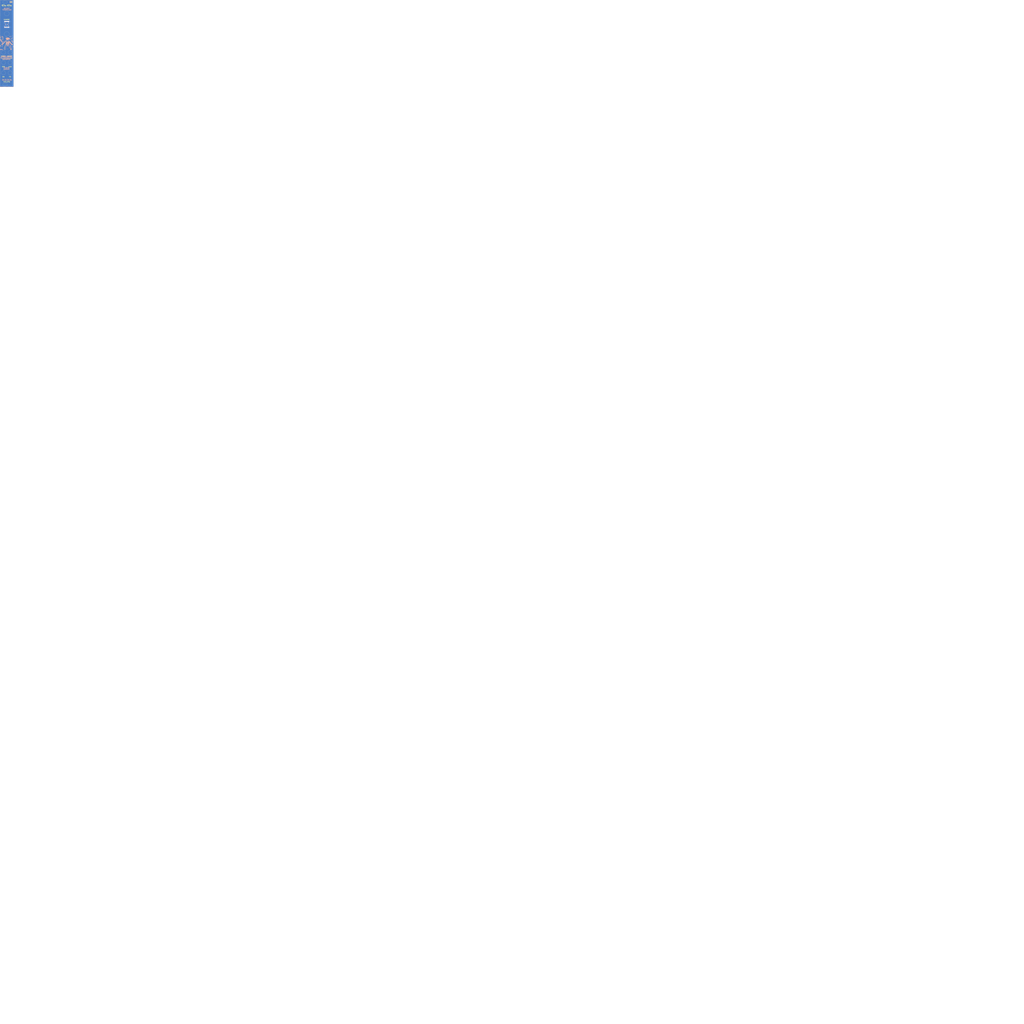
<source format=kicad_pcb>
(kicad_pcb (version 20171130) (host pcbnew "(5.1.9)-1")
  (layers (0 F.Cu signal) (31 B.Cu signal) (34 B.Paste user) (35 F.Paste user) (36 B.SilkS user) (37 F.SilkS user) (38 B.Mask user) (39 F.Mask user) (44 Edge.Cuts user))
  (net 0 "")
  (module LOGO (layer F.Cu) (at 10.2235 64.4525)
    (fp_text reference G*** hide)
    (fp_text value LOGO hide)
  )
  (module LOGO (layer F.Cu) (at 10.2235 64.4525)
    (fp_text reference G*** hide)
    (fp_text value LOGO hide)
    (fp_poly (pts (xy -2.08082 -58.1838) (xy -2.057918 -58.168725) (xy -2.053166 -58.136903) (xy -2.065262 -58.098167) (xy -2.097652 -58.036639) (xy -2.144496 -57.962822) (xy -2.170368 -57.926153) (xy -2.273779 -57.770134) (xy -2.341795 -57.632038) (xy -2.375341 -57.508035) (xy -2.375338 -57.394297) (xy -2.342711 -57.286993) (xy -2.330415 -57.262309) (xy -2.301967 -57.191302) (xy -2.290947 -57.124363) (xy -2.297958 -57.073193) (xy -2.319462 -57.05052) (xy -2.350195 -57.057363) (xy -2.394431 -57.084077) (xy -2.398898 -57.087514) (xy -2.45674 -57.144859) (xy -2.524965 -57.231046) (xy -2.596792 -57.336219) (xy -2.665445 -57.450518) (xy -2.718634 -57.55246) (xy -2.772582 -57.68849) (xy -2.792095 -57.801866) (xy -2.776752 -57.895133) (xy -2.726133 -57.970838) (xy -2.639817 -58.031528) (xy -2.639505 -58.031689) (xy -2.563555 -58.065787) (xy -2.467557 -58.101605) (xy -2.363729 -58.135385) (xy -2.264286 -58.163371) (xy -2.181445 -58.181808) (xy -2.133863 -58.187167) (xy -2.08082 -58.1838)) (layer F.Cu) (width 0.01))
    (fp_poly (pts (xy -1.369786 -54.762181) (xy -1.340183 -54.689768) (xy -1.332231 -54.658225) (xy -1.324721 -54.553958) (xy -1.349112 -54.462145) (xy -1.402305 -54.392248) (xy -1.424534 -54.376281) (xy -1.498284 -54.346083) (xy -1.5774 -54.336231) (xy -1.64651 -54.347216) (xy -1.681238 -54.368095) (xy -1.709803 -54.424394) (xy -1.704754 -54.497003) (xy -1.668533 -54.580045) (xy -1.60358 -54.667645) (xy -1.525527 -54.743051) (xy -1.459448 -54.787501) (xy -1.408538 -54.794318) (xy -1.369786 -54.762181)) (layer F.Cu) (width 0.01))
    (fp_poly (pts (xy 2.036449 -54.019608) (xy 2.123582 -53.973032) (xy 2.203715 -53.910943) (xy 2.265419 -53.845595) (xy 2.301217 -53.785768) (xy 2.307167 -53.757366) (xy 2.287723 -53.715247) (xy 2.235859 -53.680971) (xy 2.161276 -53.658149) (xy 2.073675 -53.650395) (xy 2.027755 -53.653328) (xy 1.962173 -53.680047) (xy 1.902638 -53.736294) (xy 1.859104 -53.809446) (xy 1.841523 -53.886878) (xy 1.8415 -53.889558) (xy 1.855344 -53.971074) (xy 1.894664 -54.020576) (xy 1.956138 -54.037081) (xy 2.036449 -54.019608)) (layer F.Cu) (width 0.01))
    (fp_poly (pts (xy 1.055963 -53.103533) (xy 1.088907 -53.048958) (xy 1.118842 -52.9615) (xy 1.135912 -52.858327) (xy 1.139247 -52.754606) (xy 1.127978 -52.665501) (xy 1.113271 -52.624242) (xy 1.073038 -52.5713) (xy 1.03154 -52.558303) (xy 0.994478 -52.585281) (xy 0.975737 -52.623492) (xy 0.964347 -52.677461) (xy 0.956062 -52.757325) (xy 0.952529 -52.846669) (xy 0.9525 -52.854947) (xy 0.957502 -52.974855) (xy 0.971645 -53.06151) (xy 0.993633 -53.11307) (xy 1.022171 -53.127691) (xy 1.055963 -53.103533)) (layer F.Cu) (width 0.01))
    (fp_poly (pts (xy 0.144661 -47.948889) (xy 0.198178 -47.910179) (xy 0.260011 -47.855974) (xy 0.320677 -47.794712) (xy 0.370694 -47.734829) (xy 0.378561 -47.723796) (xy 0.438781 -47.619013) (xy 0.468904 -47.525861) (xy 0.467534 -47.449953) (xy 0.454117 -47.419471) (xy 0.425008 -47.38246) (xy 0.395802 -47.375809) (xy 0.34925 -47.394735) (xy 0.305231 -47.429705) (xy 0.258142 -47.48885) (xy 0.211085 -47.564827) (xy 0.167162 -47.650295) (xy 0.129473 -47.737911) (xy 0.101119 -47.820334) (xy 0.085202 -47.890221) (xy 0.084823 -47.940231) (xy 0.103083 -47.96302) (xy 0.108945 -47.963667) (xy 0.144661 -47.948889)) (layer F.Cu) (width 0.01))
    (fp_poly (pts (xy -0.330078 -45.239093) (xy -0.279287 -45.208655) (xy -0.218412 -45.15664) (xy -0.153975 -45.089985) (xy -0.092498 -45.015631) (xy -0.040504 -44.940516) (xy -0.004516 -44.87158) (xy 0.003087 -44.850212) (xy 0.017446 -44.762233) (xy 0.004683 -44.699271) (xy -0.029811 -44.665225) (xy -0.080647 -44.663993) (xy -0.142432 -44.699473) (xy -0.169542 -44.725391) (xy -0.209592 -44.779385) (xy -0.251467 -44.854069) (xy -0.291834 -44.940614) (xy -0.327359 -45.030195) (xy -0.354709 -45.113982) (xy -0.37055 -45.183149) (xy -0.371548 -45.228868) (xy -0.364261 -45.241014) (xy -0.330078 -45.239093)) (layer F.Cu) (width 0.01))
    (fp_poly (pts (xy 5.619985 -40.58319) (xy 5.64892 -40.523294) (xy 5.669119 -40.442072) (xy 5.679342 -40.350269) (xy 5.680705 -40.253905) (xy 5.674322 -40.158999) (xy 5.661307 -40.071568) (xy 5.642775 -39.997632) (xy 5.619839 -39.943209) (xy 5.593615 -39.914318) (xy 5.565216 -39.916976) (xy 5.541929 -39.945425) (xy 5.530796 -39.986527) (xy 5.522229 -40.059392) (xy 5.51642 -40.153516) (xy 5.513564 -40.258394) (xy 5.513854 -40.363523) (xy 5.517484 -40.458398) (xy 5.524648 -40.532515) (xy 5.530548 -40.562032) (xy 5.554356 -40.606719) (xy 5.586055 -40.613155) (xy 5.619985 -40.58319)) (layer F.Cu) (width 0.01))
    (fp_poly (pts (xy 6.258923 -39.565807) (xy 6.297523 -39.536133) (xy 6.304398 -39.488045) (xy 6.275707 -39.426514) (xy 6.233794 -39.379411) (xy 6.17625 -39.335693) (xy 6.100683 -39.292866) (xy 6.015061 -39.253618) (xy 5.927352 -39.220639) (xy 5.845525 -39.196617) (xy 5.777548 -39.184244) (xy 5.731389 -39.186207) (xy 5.715 -39.204316) (xy 5.730927 -39.23784) (xy 5.773328 -39.288631) (xy 5.83414 -39.349484) (xy 5.905297 -39.413191) (xy 5.978732 -39.472546) (xy 6.046381 -39.520341) (xy 6.100177 -39.54937) (xy 6.101915 -39.550035) (xy 6.19244 -39.572098) (xy 6.258923 -39.565807)) (layer F.Cu) (width 0.01))
    (fp_poly (pts (xy 3.717404 -39.647523) (xy 3.842293 -39.592883) (xy 3.954852 -39.497912) (xy 4.055222 -39.362525) (xy 4.143544 -39.186637) (xy 4.21101 -38.999583) (xy 4.243007 -38.862134) (xy 4.258369 -38.720403) (xy 4.258921 -38.699358) (xy 4.247558 -38.54427) (xy 4.20823 -38.419358) (xy 4.139407 -38.321733) (xy 4.039559 -38.248504) (xy 4.013189 -38.235341) (xy 3.887179 -38.195059) (xy 3.75156 -38.189167) (xy 3.599426 -38.217564) (xy 3.561734 -38.228821) (xy 3.459841 -38.271041) (xy 3.340342 -38.336031) (xy 3.214982 -38.416055) (xy 3.095504 -38.503374) (xy 2.993651 -38.590251) (xy 2.955905 -38.627984) (xy 2.854772 -38.757334) (xy 2.793761 -38.885391) (xy 2.773332 -39.010372) (xy 2.793944 -39.130495) (xy 2.814283 -39.177768) (xy 2.868092 -39.255828) (xy 2.950916 -39.342933) (xy 3.053162 -39.430771) (xy 3.165235 -39.511029) (xy 3.26736 -39.57031) (xy 3.430079 -39.636152) (xy 3.580047 -39.661918) (xy 3.717404 -39.647523)) (layer F.Cu) (width 0.01))
    (fp_poly (pts (xy 5.439455 -28.609347) (xy 5.512238 -28.550461) (xy 5.561574 -28.461783) (xy 5.584489 -28.345645) (xy 5.578008 -28.204382) (xy 5.543256 -28.053355) (xy 5.464079 -27.850849) (xy 5.35072 -27.640386) (xy 5.208237 -27.429897) (xy 5.041689 -27.227313) (xy 4.963584 -27.144251) (xy 4.835953 -27.02363) (xy 4.725876 -26.940569) (xy 4.632295 -26.894604) (xy 4.554149 -26.885274) (xy 4.490382 -26.912114) (xy 4.471885 -26.929292) (xy 4.426728 -27.004763) (xy 4.396705 -27.112447) (xy 4.382466 -27.244782) (xy 4.38466 -27.394202) (xy 4.403936 -27.553145) (xy 4.413913 -27.605241) (xy 4.46688 -27.7845) (xy 4.548814 -27.968321) (xy 4.653238 -28.146339) (xy 4.773671 -28.308188) (xy 4.903635 -28.443501) (xy 4.973349 -28.500317) (xy 5.110173 -28.583926) (xy 5.235448 -28.628412) (xy 5.3462 -28.636108) (xy 5.439455 -28.609347)) (layer F.Cu) (width 0.01))
    (fp_poly (pts (xy 0.486834 -31.655792) (xy 0.474186 -31.486084) (xy 0.437798 -31.334685) (xy 0.380002 -31.208287) (xy 0.303131 -31.113583) (xy 0.295638 -31.107079) (xy 0.210532 -31.062142) (xy 0.108244 -31.052993) (xy -0.005371 -31.079901) (xy -0.033844 -31.091832) (xy -0.109005 -31.138018) (xy -0.172091 -31.206236) (xy -0.22985 -31.30467) (xy -0.256021 -31.361277) (xy -0.278521 -31.4161) (xy -0.306783 -31.489452) (xy -0.336962 -31.570731) (xy -0.365211 -31.649331) (xy -0.387686 -31.714649) (xy -0.400541 -31.75608) (xy -0.402166 -31.764291) (xy -0.382031 -31.766333) (xy -0.325745 -31.768134) (xy -0.239495 -31.769598) (xy -0.129463 -31.770629) (xy -0.001833 -31.771133) (xy 0.042334 -31.771167) (xy 0.486834 -31.771167) (xy 0.486834 -31.655792)) (layer F.Cu) (width 0.01))
    (fp_poly (pts (xy 2.527596 -30.427083) (xy 2.481781 -30.153943) (xy 2.398326 -29.895896) (xy 2.27881 -29.656733) (xy 2.124808 -29.440246) (xy 2.1095 -29.422224) (xy 2.046146 -29.348698) (xy 2.05976 -29.478941) (xy 2.097176 -29.662705) (xy 2.16775 -29.825339) (xy 2.234063 -29.921661) (xy 2.326762 -30.067598) (xy 2.386972 -30.237704) (xy 2.404493 -30.332426) (xy 2.427089 -30.426683) (xy 2.470333 -30.49827) (xy 2.480466 -30.50965) (xy 2.541632 -30.57525) (xy 2.527596 -30.427083)) (layer F.Cu) (width 0.01))
    (fp_poly (pts (xy -1.73522 -31.712958) (xy -1.725956 -31.643399) (xy -1.701847 -31.557942) (xy -1.667066 -31.465454) (xy -1.625787 -31.3748) (xy -1.582183 -31.294847) (xy -1.540429 -31.234461) (xy -1.504699 -31.202509) (xy -1.493591 -31.199667) (xy -1.463356 -31.22014) (xy -1.439548 -31.279575) (xy -1.422836 -31.374991) (xy -1.41389 -31.503409) (xy -1.412674 -31.559479) (xy -1.41045 -31.771167) (xy -0.708705 -31.771167) (xy -0.659032 -31.628292) (xy -0.629955 -31.552682) (xy -0.587479 -31.452352) (xy -0.537303 -31.340361) (xy -0.485124 -31.229768) (xy -0.484986 -31.229482) (xy -0.414942 -31.092818) (xy -0.348955 -30.984041) (xy -0.277708 -30.890876) (xy -0.191883 -30.801046) (xy -0.089958 -30.708995) (xy -0.040536 -30.66253) (xy -0.007862 -30.624603) (xy 0 -30.608549) (xy -0.018678 -30.590444) (xy -0.075042 -30.588321) (xy -0.16959 -30.602216) (xy -0.296333 -30.63056) (xy -0.399114 -30.65229) (xy -0.50597 -30.669027) (xy -0.596223 -30.677622) (xy -0.607956 -30.678036) (xy -0.68458 -30.677554) (xy -0.733911 -30.668914) (xy -0.770804 -30.647934) (xy -0.795657 -30.625192) (xy -0.829494 -30.582491) (xy -0.850553 -30.528638) (xy -0.863935 -30.449463) (xy -0.866124 -30.429494) (xy -0.886081 -30.317803) (xy -0.918532 -30.239889) (xy -0.924453 -30.231386) (xy -0.941862 -30.20904) (xy -0.959675 -30.193244) (xy -0.984617 -30.183293) (xy -1.023412 -30.178481) (xy -1.082788 -30.178103) (xy -1.169469 -30.181456) (xy -1.29018 -30.187833) (xy -1.322916 -30.189624) (xy -1.407583 -30.19425) (xy -1.414017 -30.082076) (xy -1.411588 -29.998822) (xy -1.397646 -29.900667) (xy -1.37478 -29.795928) (xy -1.345578 -29.692924) (xy -1.312628 -29.599975) (xy -1.278516 -29.525398) (xy -1.245833 -29.477514) (xy -1.221745 -29.464) (xy -1.190935 -29.480174) (xy -1.16949 -29.505675) (xy -1.125848 -29.541509) (xy -1.043469 -29.574381) (xy -0.925908 -29.603262) (xy -0.776718 -29.627126) (xy -0.73025 -29.632714) (xy -0.631715 -29.642317) (xy -0.529283 -29.648944) (xy -0.41716 -29.652583) (xy -0.289553 -29.65322) (xy -0.140671 -29.650843) (xy 0.035281 -29.64544) (xy 0.244094 -29.636997) (xy 0.391584 -29.630279) (xy 0.604315 -29.621547) (xy 0.779501 -29.617552) (xy 0.921711 -29.61874) (xy 1.035514 -29.625553) (xy 1.12548 -29.638437) (xy 1.196179 -29.657837) (xy 1.252179 -29.684197) (xy 1.298051 -29.717961) (xy 1.298685 -29.718526) (xy 1.329941 -29.748425) (xy 1.349815 -29.777383) (xy 1.361289 -29.815943) (xy 1.367338 -29.874646) (xy 1.370943 -29.964034) (xy 1.371298 -29.97553) (xy 1.372656 -30.0935) (xy 1.366699 -30.172472) (xy 1.35102 -30.212871) (xy 1.323212 -30.215124) (xy 1.280867 -30.179655) (xy 1.221577 -30.106889) (xy 1.154519 -30.013834) (xy 1.060132 -29.891216) (xy 0.976514 -29.808748) (xy 0.902657 -29.765921) (xy 0.837554 -29.762222) (xy 0.780198 -29.797142) (xy 0.763855 -29.8157) (xy 0.730271 -29.867693) (xy 0.705115 -29.931213) (xy 0.686746 -30.013809) (xy 0.673522 -30.12303) (xy 0.663802 -30.266426) (xy 0.663161 -30.278917) (xy 0.660605 -30.526434) (xy 0.67589 -30.810599) (xy 0.708866 -31.12974) (xy 0.759381 -31.482183) (xy 0.78546 -31.637831) (xy 0.808679 -31.771167) (xy 1.441252 -31.771167) (xy 1.426059 -31.691792) (xy 1.420053 -31.639708) (xy 1.414962 -31.556754) (xy 1.411326 -31.45439) (xy 1.409693 -31.345231) (xy 1.410736 -31.213981) (xy 1.416298 -31.120568) (xy 1.42803 -31.060591) (xy 1.447585 -31.029651) (xy 1.476615 -31.023347) (xy 1.516772 -31.03728) (xy 1.523961 -31.040897) (xy 1.555436 -31.064752) (xy 1.610827 -31.114627) (xy 1.685096 -31.185656) (xy 1.773206 -31.272974) (xy 1.870118 -31.371717) (xy 1.917898 -31.421339) (xy 2.252633 -31.771167) (xy 2.54 -31.771167) (xy 2.54 -31.052408) (xy 2.490017 -31.075181) (xy 2.423968 -31.083924) (xy 2.355526 -31.053348) (xy 2.285979 -30.986309) (xy 2.216616 -30.885662) (xy 2.148728 -30.754262) (xy 2.083603 -30.594963) (xy 2.02253 -30.41062) (xy 1.966798 -30.204088) (xy 1.917697 -29.978223) (xy 1.876515 -29.735878) (xy 1.872393 -29.707417) (xy 1.858751 -29.596086) (xy 1.848156 -29.48036) (xy 1.842254 -29.379469) (xy 1.841576 -29.347583) (xy 1.837471 -29.264475) (xy 1.82742 -29.191706) (xy 1.814361 -29.147014) (xy 1.786452 -29.111824) (xy 1.73121 -29.057416) (xy 1.655463 -28.989574) (xy 1.566037 -28.914084) (xy 1.469759 -28.836732) (xy 1.373456 -28.763303) (xy 1.296739 -28.708337) (xy 1.185894 -28.63185) (xy 0.979239 -28.72892) (xy 0.727997 -28.837197) (xy 0.495736 -28.915801) (xy 0.273613 -28.966963) (xy 0.052783 -28.992914) (xy -0.084666 -28.997317) (xy -0.33593 -28.980438) (xy -0.583186 -28.930472) (xy -0.817117 -28.850147) (xy -1.028402 -28.74219) (xy -1.087309 -28.703909) (xy -1.182975 -28.638089) (xy -1.390529 -28.794507) (xy -1.643083 -28.993774) (xy -1.857851 -29.183498) (xy -2.037327 -29.36715) (xy -2.184008 -29.548201) (xy -2.300389 -29.730124) (xy -2.388965 -29.916391) (xy -2.452234 -30.110472) (xy -2.49269 -30.31584) (xy -2.4947 -30.330482) (xy -2.503881 -30.402761) (xy -2.505867 -30.43925) (xy -2.499291 -30.446092) (xy -2.482787 -30.429427) (xy -2.474844 -30.419712) (xy -2.446549 -30.376784) (xy -2.404048 -30.301997) (xy -2.350722 -30.201999) (xy -2.289947 -30.083442) (xy -2.225105 -29.952973) (xy -2.159572 -29.817243) (xy -2.096728 -29.682902) (xy -2.065206 -29.613512) (xy -2.018035 -29.511439) (xy -1.97219 -29.417534) (xy -1.932704 -29.34178) (xy -1.904609 -29.29416) (xy -1.903117 -29.292022) (xy -1.871439 -29.250757) (xy -1.853725 -29.241352) (xy -1.84109 -29.260031) (xy -1.839152 -29.264846) (xy -1.829947 -29.312472) (xy -1.824351 -29.39226) (xy -1.822205 -29.49421) (xy -1.823351 -29.608318) (xy -1.82763 -29.724582) (xy -1.834885 -29.833) (xy -1.844957 -29.923569) (xy -1.850063 -29.954263) (xy -1.907174 -30.178518) (xy -1.993119 -30.416033) (xy -2.102546 -30.655106) (xy -2.230098 -30.884034) (xy -2.369921 -31.09045) (xy -2.518833 -31.288151) (xy -2.518833 -31.771167) (xy -1.735666 -31.771167) (xy -1.73522 -31.712958)) (layer F.Cu) (width 0.01))
    (fp_poly (pts (xy -2.931192 -30.607761) (xy -2.925828 -30.545779) (xy -2.92311 -30.44449) (xy -2.913992 -30.206523) (xy -2.890013 -30.000854) (xy -2.849364 -29.819513) (xy -2.790236 -29.654528) (xy -2.71082 -29.497927) (xy -2.706734 -29.490938) (xy -2.667004 -29.434357) (xy -2.601739 -29.354419) (xy -2.51606 -29.25696) (xy -2.415087 -29.147818) (xy -2.312151 -29.041157) (xy -2.217992 -28.943891) (xy -2.135574 -28.855634) (xy -2.069059 -28.781103) (xy -2.02261 -28.725019) (xy -2.00039 -28.692098) (xy -1.999232 -28.686436) (xy -2.037148 -28.640281) (xy -2.10321 -28.604826) (xy -2.183853 -28.583539) (xy -2.265513 -28.57989) (xy -2.334624 -28.597345) (xy -2.338916 -28.599598) (xy -2.417828 -28.657866) (xy -2.501049 -28.744483) (xy -2.578035 -28.848154) (xy -2.592606 -28.871333) (xy -2.678346 -29.036336) (xy -2.756939 -29.233889) (xy -2.826056 -29.454485) (xy -2.883371 -29.688617) (xy -2.926555 -29.926777) (xy -2.953281 -30.159457) (xy -2.961223 -30.376883) (xy -2.958249 -30.489027) (xy -2.95272 -30.570028) (xy -2.945676 -30.618045) (xy -2.938154 -30.631236) (xy -2.931192 -30.607761)) (layer F.Cu) (width 0.01))
    (fp_poly (pts (xy 0.983272 -27.876395) (xy 1.023969 -27.855355) (xy 1.089894 -27.812033) (xy 1.096165 -27.807744) (xy 1.159387 -27.761608) (xy 1.205969 -27.722239) (xy 1.227149 -27.69715) (xy 1.227596 -27.694981) (xy 1.211422 -27.663134) (xy 1.170738 -27.621095) (xy 1.117512 -27.58015) (xy 1.086183 -27.561645) (xy 1.04452 -27.542157) (xy 1.019455 -27.545094) (xy 0.989542 -27.574315) (xy 0.984444 -27.579952) (xy 0.958733 -27.629075) (xy 0.940794 -27.700989) (xy 0.933059 -27.777937) (xy 0.93796 -27.842166) (xy 0.945617 -27.863449) (xy 0.959817 -27.878108) (xy 0.983272 -27.876395)) (layer F.Cu) (width 0.01))
    (fp_poly (pts (xy 0.632322 -28.10673) (xy 0.67031 -28.046165) (xy 0.70841 -27.944352) (xy 0.746403 -27.801561) (xy 0.759077 -27.744571) (xy 0.780338 -27.639795) (xy 0.801495 -27.526482) (xy 0.821309 -27.412461) (xy 0.83854 -27.305558) (xy 0.851947 -27.2136) (xy 0.860289 -27.144413) (xy 0.862328 -27.105826) (xy 0.861097 -27.100708) (xy 0.841542 -27.108647) (xy 0.795757 -27.136864) (xy 0.731496 -27.180398) (xy 0.685608 -27.213026) (xy 0.586665 -27.284656) (xy 0.474464 -27.366003) (xy 0.369973 -27.441867) (xy 0.34925 -27.45693) (xy 0.197046 -27.555409) (xy 0.063175 -27.616089) (xy -0.052777 -27.639128) (xy -0.113799 -27.634971) (xy -0.172069 -27.612749) (xy -0.254617 -27.565124) (xy -0.355067 -27.495892) (xy -0.385335 -27.473302) (xy -0.463582 -27.41505) (xy -0.529884 -27.367696) (xy -0.576853 -27.336384) (xy -0.596617 -27.326167) (xy -0.613885 -27.341215) (xy -0.60519 -27.386802) (xy -0.570269 -27.463595) (xy -0.508861 -27.572259) (xy -0.48416 -27.61292) (xy -0.380104 -27.774464) (xy -0.288171 -27.898691) (xy -0.204728 -27.987575) (xy -0.126143 -28.043089) (xy -0.048782 -28.067209) (xy 0.030986 -28.061908) (xy 0.116795 -28.029162) (xy 0.195535 -27.982333) (xy 0.293854 -27.925201) (xy 0.370894 -27.90212) (xy 0.43165 -27.913947) (xy 0.481117 -27.961539) (xy 0.521203 -28.038255) (xy 0.557551 -28.103044) (xy 0.594663 -28.125779) (xy 0.632322 -28.10673)) (layer F.Cu) (width 0.01))
    (fp_poly (pts (xy 3.010124 -27.049649) (xy 3.082027 -27.045077) (xy 3.130414 -27.036516) (xy 3.143823 -27.028906) (xy 3.148287 -27.008233) (xy 3.134506 -26.982115) (xy 3.097923 -26.945837) (xy 3.03398 -26.894682) (xy 2.963716 -26.842541) (xy 2.818129 -26.736318) (xy 2.733676 -26.871012) (xy 2.649222 -27.005707) (xy 2.714186 -27.028354) (xy 2.766737 -27.039586) (xy 2.841137 -27.04689) (xy 2.926047 -27.050249) (xy 3.010124 -27.049649)) (layer F.Cu) (width 0.01))
    (fp_poly (pts (xy 1.505747 -27.498796) (xy 1.550288 -27.468026) (xy 1.612705 -27.419976) (xy 1.6862 -27.360161) (xy 1.763972 -27.294094) (xy 1.839223 -27.227292) (xy 1.896416 -27.173771) (xy 1.952239 -27.118679) (xy 1.982806 -27.081374) (xy 1.993334 -27.050258) (xy 1.989043 -27.013734) (xy 1.981561 -26.984533) (xy 1.969992 -26.924662) (xy 1.976784 -26.876953) (xy 2.005343 -26.8188) (xy 2.00695 -26.816) (xy 2.039091 -26.751098) (xy 2.043949 -26.711553) (xy 2.01897 -26.695889) (xy 1.961603 -26.702629) (xy 1.869295 -26.730299) (xy 1.862667 -26.732566) (xy 1.753246 -26.786573) (xy 1.664649 -26.867896) (xy 1.594928 -26.979724) (xy 1.542134 -27.12525) (xy 1.504318 -27.307664) (xy 1.50197 -27.323343) (xy 1.491347 -27.404217) (xy 1.485287 -27.467562) (xy 1.484703 -27.502973) (xy 1.485881 -27.50677) (xy 1.505747 -27.498796)) (layer F.Cu) (width 0.01))
    (fp_poly (pts (xy 2.409464 -26.44775) (xy 2.438592 -26.358784) (xy 2.444088 -26.302914) (xy 2.439702 -26.29026) (xy 2.405836 -26.256479) (xy 2.373765 -26.254934) (xy 2.359005 -26.273594) (xy 2.353834 -26.309769) (xy 2.352084 -26.373404) (xy 2.353702 -26.439396) (xy 2.360084 -26.57475) (xy 2.409464 -26.44775)) (layer F.Cu) (width 0.01))
    (fp_poly (pts (xy -0.40449 -24.710482) (xy -0.356463 -24.681359) (xy -0.315329 -24.646443) (xy -0.296427 -24.616882) (xy -0.296333 -24.615297) (xy -0.315647 -24.60534) (xy -0.366216 -24.598276) (xy -0.435166 -24.595667) (xy -0.511582 -24.59769) (xy -0.551568 -24.604579) (xy -0.560868 -24.617561) (xy -0.558946 -24.622125) (xy -0.513114 -24.683829) (xy -0.464724 -24.718377) (xy -0.444074 -24.722667) (xy -0.40449 -24.710482)) (layer F.Cu) (width 0.01))
    (fp_poly (pts (xy -1.42275 -27.519639) (xy -1.404715 -27.489585) (xy -1.366968 -27.439049) (xy -1.320266 -27.382056) (xy -1.203682 -27.241564) (xy -1.115825 -27.12583) (xy -1.054627 -27.030571) (xy -1.018016 -26.951501) (xy -1.003923 -26.884336) (xy -1.010276 -26.82479) (xy -1.028981 -26.779217) (xy -1.052631 -26.731796) (xy -1.055117 -26.705558) (xy -1.035954 -26.684746) (xy -1.025837 -26.677151) (xy -0.960602 -26.654711) (xy -0.875669 -26.667009) (xy -0.77352 -26.712722) (xy -0.656637 -26.790531) (xy -0.5275 -26.899114) (xy -0.429053 -26.994864) (xy -0.323041 -27.100536) (xy -0.2369 -27.178489) (xy -0.163617 -27.233706) (xy -0.096177 -27.271167) (xy -0.027566 -27.295855) (xy 0.006764 -27.304392) (xy 0.130325 -27.313593) (xy 0.25032 -27.284668) (xy 0.368577 -27.216585) (xy 0.486923 -27.108314) (xy 0.598688 -26.970624) (xy 0.698152 -26.837338) (xy 0.781054 -26.735426) (xy 0.85228 -26.659765) (xy 0.916714 -26.605232) (xy 0.979242 -26.566702) (xy 0.987817 -26.56244) (xy 1.049621 -26.535477) (xy 1.094922 -26.527569) (xy 1.143919 -26.536674) (xy 1.167878 -26.544225) (xy 1.240316 -26.560356) (xy 1.287198 -26.55104) (xy 1.287744 -26.550711) (xy 1.333535 -26.502744) (xy 1.370769 -26.427295) (xy 1.393266 -26.339149) (xy 1.397127 -26.289) (xy 1.407394 -26.142859) (xy 1.434723 -25.984361) (xy 1.474707 -25.837635) (xy 1.484684 -25.809545) (xy 1.529694 -25.717172) (xy 1.588738 -25.634702) (xy 1.653926 -25.570551) (xy 1.717369 -25.533137) (xy 1.749508 -25.527) (xy 1.785368 -25.532995) (xy 1.837442 -25.552286) (xy 1.909543 -25.586839) (xy 2.005483 -25.638614) (xy 2.129076 -25.709575) (xy 2.284133 -25.801686) (xy 2.290582 -25.80556) (xy 2.374582 -25.854944) (xy 2.446112 -25.894946) (xy 2.496979 -25.921115) (xy 2.518123 -25.929167) (xy 2.526966 -25.908255) (xy 2.533595 -25.846427) (xy 2.537928 -25.745049) (xy 2.539887 -25.605485) (xy 2.54 -25.556032) (xy 2.54 -25.182898) (xy 2.40694 -25.041847) (xy 2.330856 -24.954743) (xy 2.252411 -24.854549) (xy 2.18695 -24.761012) (xy 2.179398 -24.749095) (xy 2.084917 -24.597394) (xy 1.691897 -24.596531) (xy 1.298876 -24.595667) (xy 1.229422 -24.774221) (xy 1.121736 -25.012021) (xy 0.991598 -25.233389) (xy 0.843406 -25.43292) (xy 0.681555 -25.605211) (xy 0.510443 -25.744855) (xy 0.371954 -25.828362) (xy 0.238407 -25.880234) (xy 0.100715 -25.905399) (xy -0.030244 -25.903174) (xy -0.143592 -25.872873) (xy -0.16543 -25.862184) (xy -0.286234 -25.78214) (xy -0.417904 -25.669151) (xy -0.555244 -25.529444) (xy -0.693058 -25.369241) (xy -0.82615 -25.194768) (xy -0.949325 -25.012249) (xy -1.057387 -24.827908) (xy -1.103373 -24.738542) (xy -1.173253 -24.595667) (xy -2.046081 -24.595667) (xy -2.118076 -24.685625) (xy -2.163389 -24.739111) (xy -2.228411 -24.8119) (xy -2.303241 -24.893042) (xy -2.355701 -24.948472) (xy -2.521333 -25.12136) (xy -2.51238 -25.541138) (xy -2.507348 -25.731306) (xy -2.501054 -25.893149) (xy -2.493692 -26.023703) (xy -2.485453 -26.120006) (xy -2.47653 -26.179094) (xy -2.469726 -26.196997) (xy -2.45457 -26.18458) (xy -2.419614 -26.145154) (xy -2.370623 -26.085445) (xy -2.331573 -26.035837) (xy -2.188077 -25.861994) (xy -2.056319 -25.726263) (xy -1.934321 -25.626703) (xy -1.87719 -25.590355) (xy -1.782195 -25.544422) (xy -1.708203 -25.530058) (xy -1.648346 -25.546968) (xy -1.609719 -25.578797) (xy -1.581805 -25.615946) (xy -1.559993 -25.664686) (xy -1.543187 -25.731) (xy -1.530293 -25.820871) (xy -1.520216 -25.940283) (xy -1.511863 -26.095218) (xy -1.510787 -26.119667) (xy -1.506359 -26.281818) (xy -1.509372 -26.408068) (xy -1.520719 -26.504343) (xy -1.541297 -26.576567) (xy -1.572002 -26.630663) (xy -1.591346 -26.65268) (xy -1.622379 -26.67739) (xy -1.659749 -26.688146) (xy -1.7175 -26.687528) (xy -1.759857 -26.683607) (xy -1.833979 -26.678174) (xy -1.880308 -26.682853) (xy -1.912683 -26.700069) (xy -1.926661 -26.712828) (xy -1.952861 -26.744056) (xy -1.957014 -26.774405) (xy -1.940814 -26.822234) (xy -1.937495 -26.830231) (xy -1.919071 -26.884887) (xy -1.91892 -26.93208) (xy -1.936557 -26.993825) (xy -1.953684 -27.0491) (xy -1.95309 -27.084821) (xy -1.930414 -27.119464) (xy -1.898971 -27.153067) (xy -1.837405 -27.212997) (xy -1.763383 -27.278812) (xy -1.683421 -27.345493) (xy -1.604042 -27.408021) (xy -1.531762 -27.461379) (xy -1.473103 -27.500547) (xy -1.434582 -27.520508) (xy -1.42275 -27.519639)) (layer F.Cu) (width 0.01))
    (fp_poly (pts (xy -3.501173 -25.201113) (xy -3.479625 -25.171938) (xy -3.475911 -25.114039) (xy -3.487539 -25.035826) (xy -3.512018 -24.94571) (xy -3.546857 -24.852103) (xy -3.589564 -24.763414) (xy -3.637649 -24.688054) (xy -3.661624 -24.659391) (xy -3.707722 -24.61442) (xy -3.740622 -24.598457) (xy -3.773064 -24.607052) (xy -3.787361 -24.615476) (xy -3.810346 -24.651309) (xy -3.824179 -24.715218) (xy -3.828394 -24.793845) (xy -3.822525 -24.873833) (xy -3.806104 -24.941825) (xy -3.799299 -24.957398) (xy -3.748549 -25.037821) (xy -3.685328 -25.109292) (xy -3.617944 -25.165017) (xy -3.554705 -25.198206) (xy -3.503918 -25.202067) (xy -3.501173 -25.201113)) (layer F.Cu) (width 0.01))
    (fp_poly (pts (xy 4.008052 -25.043317) (xy 4.020947 -25.03045) (xy 4.037781 -24.977788) (xy 4.020583 -24.903724) (xy 3.97051 -24.810395) (xy 3.888717 -24.699936) (xy 3.776361 -24.574482) (xy 3.771273 -24.569208) (xy 3.713957 -24.513178) (xy 3.670538 -24.483664) (xy 3.627317 -24.475082) (xy 3.570594 -24.481847) (xy 3.561292 -24.483605) (xy 3.531839 -24.49289) (xy 3.517975 -24.511767) (xy 3.519541 -24.54832) (xy 3.536377 -24.610634) (xy 3.55752 -24.67497) (xy 3.603525 -24.779072) (xy 3.665081 -24.873248) (xy 3.736529 -24.953159) (xy 3.812209 -25.014462) (xy 3.886463 -25.052817) (xy 3.95363 -25.063882) (xy 4.008052 -25.043317)) (layer F.Cu) (width 0.01))
    (fp_poly (pts (xy 1.774598 -23.133097) (xy 1.807963 -23.124507) (xy 1.819522 -23.105377) (xy 1.820334 -23.092833) (xy 1.804763 -23.059346) (xy 1.763415 -23.051319) (xy 1.704329 -23.068754) (xy 1.661584 -23.092833) (xy 1.598084 -23.134888) (xy 1.709209 -23.135027) (xy 1.774598 -23.133097)) (layer F.Cu) (width 0.01))
    (fp_poly (pts (xy -1.925711 -23.057331) (xy -1.87414 -22.988911) (xy -1.831194 -22.9147) (xy -1.804387 -22.848888) (xy -1.799166 -22.818347) (xy -1.815459 -22.797434) (xy -1.862264 -22.801278) (xy -1.936471 -22.828911) (xy -2.034972 -22.879366) (xy -2.08095 -22.906002) (xy -2.16814 -22.959788) (xy -2.24927 -23.013004) (xy -2.312155 -23.057523) (xy -2.333527 -23.074475) (xy -2.402416 -23.133446) (xy -2.198234 -23.134307) (xy -1.994052 -23.135167) (xy -1.925711 -23.057331)) (layer F.Cu) (width 0.01))
    (fp_poly (pts (xy 0.015762 -8.840442) (xy 0.110592 -8.816262) (xy 0.224846 -8.770683) (xy 0.268343 -8.749846) (xy 0.378104 -8.68787) (xy 0.449655 -8.630892) (xy 0.482083 -8.580035) (xy 0.474475 -8.536423) (xy 0.45633 -8.518389) (xy 0.403562 -8.498196) (xy 0.325959 -8.489656) (xy 0.239324 -8.492556) (xy 0.159457 -8.506686) (xy 0.116417 -8.522946) (xy 0.025083 -8.584742) (xy -0.054359 -8.663169) (xy -0.098469 -8.727479) (xy -0.116761 -8.78674) (xy -0.101458 -8.825464) (xy -0.056103 -8.843437) (xy 0.015762 -8.840442)) (layer F.Cu) (width 0.01))
    (fp_poly (pts (xy 1.290804 -2.973955) (xy 1.31998 -2.956621) (xy 1.370234 -2.909069) (xy 1.418534 -2.837823) (xy 1.462334 -2.750957) (xy 1.499087 -2.656551) (xy 1.526248 -2.56268) (xy 1.54127 -2.477423) (xy 1.541606 -2.408855) (xy 1.524711 -2.365055) (xy 1.509596 -2.355154) (xy 1.481155 -2.363723) (xy 1.434713 -2.394508) (xy 1.399239 -2.424079) (xy 1.342887 -2.486239) (xy 1.285379 -2.567295) (xy 1.249601 -2.629817) (xy 1.202283 -2.747004) (xy 1.186377 -2.844538) (xy 1.202099 -2.919316) (xy 1.227124 -2.952259) (xy 1.260927 -2.977045) (xy 1.290804 -2.973955)) (layer F.Cu) (width 0.01))
    (fp_poly (pts (xy -4.276834 -7.355664) (xy -4.284585 -7.322902) (xy -4.318629 -7.26508) (xy -4.380249 -7.179566) (xy -4.393434 -7.162249) (xy -4.493214 -7.041474) (xy -4.600429 -6.928037) (xy -4.707126 -6.829397) (xy -4.805351 -6.753014) (xy -4.872438 -6.71297) (xy -4.948757 -6.68505) (xy -5.029088 -6.66987) (xy -5.102011 -6.667908) (xy -5.156102 -6.679642) (xy -5.178529 -6.700163) (xy -5.185413 -6.731895) (xy -5.183156 -6.739342) (xy -5.164096 -6.753469) (xy -5.117127 -6.78783) (xy -5.048599 -6.837795) (xy -4.964862 -6.898728) (xy -4.931833 -6.922735) (xy -4.747485 -7.056204) (xy -4.59592 -7.164859) (xy -4.476135 -7.249397) (xy -4.387129 -7.310514) (xy -4.3279 -7.348905) (xy -4.297447 -7.365268) (xy -4.294094 -7.366) (xy -4.276834 -7.355664)) (layer F.Cu) (width 0.01))
    (fp_poly (pts (xy -3.664025 -5.415733) (xy -3.616239 -5.371438) (xy -3.601887 -5.325116) (xy -3.610767 -5.240298) (xy -3.656647 -5.171701) (xy -3.736726 -5.12113) (xy -3.848201 -5.090388) (xy -3.980724 -5.081195) (xy -4.069856 -5.085253) (xy -4.15239 -5.094747) (xy -4.210489 -5.107623) (xy -4.210577 -5.107653) (xy -4.260908 -5.131048) (xy -4.289991 -5.155558) (xy -4.291557 -5.158898) (xy -4.282351 -5.194295) (xy -4.240414 -5.238275) (xy -4.173287 -5.286372) (xy -4.08851 -5.33412) (xy -3.993623 -5.377053) (xy -3.896168 -5.410704) (xy -3.844753 -5.423524) (xy -3.741211 -5.433506) (xy -3.664025 -5.415733)) (layer F.Cu) (width 0.01))
    (fp_poly (pts (xy -5.475302 -3.524946) (xy -5.441118 -3.46416) (xy -5.424157 -3.374347) (xy -5.422948 -3.26446) (xy -5.436019 -3.143454) (xy -5.461896 -3.020282) (xy -5.499109 -2.903898) (xy -5.546184 -2.803255) (xy -5.60165 -2.727308) (xy -5.607398 -2.721611) (xy -5.671664 -2.676587) (xy -5.741071 -2.653295) (xy -5.803017 -2.654152) (xy -5.841295 -2.676734) (xy -5.85634 -2.722702) (xy -5.856337 -2.798871) (xy -5.843371 -2.89673) (xy -5.819524 -3.007769) (xy -5.78688 -3.123476) (xy -5.747523 -3.23534) (xy -5.703535 -3.33485) (xy -5.663063 -3.404837) (xy -5.598845 -3.488643) (xy -5.545883 -3.533684) (xy -5.502014 -3.541341) (xy -5.475302 -3.524946)) (layer F.Cu) (width 0.01))
    (fp_poly (pts (xy 3.734884 -5.763669) (xy 3.79068 -5.726458) (xy 3.819405 -5.680412) (xy 3.816518 -5.618675) (xy 3.786963 -5.541949) (xy 3.737479 -5.46125) (xy 3.674801 -5.387593) (xy 3.606731 -5.332649) (xy 3.557009 -5.303096) (xy 3.528202 -5.295297) (xy 3.504824 -5.309392) (xy 3.482111 -5.333786) (xy 3.450631 -5.393626) (xy 3.434543 -5.475944) (xy 3.435228 -5.563268) (xy 3.45407 -5.638125) (xy 3.457462 -5.645141) (xy 3.502428 -5.699301) (xy 3.569421 -5.746365) (xy 3.640157 -5.774824) (xy 3.669328 -5.7785) (xy 3.734884 -5.763669)) (layer F.Cu) (width 0.01))
    (fp_poly (pts (xy 5.687614 -5.072108) (xy 5.684968 -5.048279) (xy 5.661585 -5.005519) (xy 5.650512 -4.989782) (xy 5.528759 -4.811482) (xy 5.441931 -4.648784) (xy 5.388558 -4.495668) (xy 5.367169 -4.346115) (xy 5.376294 -4.194104) (xy 5.414464 -4.033617) (xy 5.415881 -4.029116) (xy 5.442468 -3.926046) (xy 5.454877 -3.834437) (xy 5.452912 -3.762419) (xy 5.436377 -3.718118) (xy 5.42362 -3.709218) (xy 5.394076 -3.718037) (xy 5.35124 -3.750601) (xy 5.333082 -3.768649) (xy 5.292802 -3.821338) (xy 5.245129 -3.897638) (xy 5.199482 -3.982308) (xy 5.193603 -3.99435) (xy 5.155289 -4.077795) (xy 5.133397 -4.140737) (xy 5.124242 -4.199924) (xy 5.124139 -4.272109) (xy 5.125569 -4.303699) (xy 5.147435 -4.453533) (xy 5.199477 -4.590502) (xy 5.285522 -4.722254) (xy 5.395665 -4.843144) (xy 5.502675 -4.944624) (xy 5.587083 -5.017795) (xy 5.647406 -5.061494) (xy 5.682162 -5.07456) (xy 5.687614 -5.072108)) (layer F.Cu) (width 0.01))
    (fp_poly (pts (xy 5.995623 -3.784606) (xy 6.022658 -3.768326) (xy 6.042053 -3.7346) (xy 6.055303 -3.678033) (xy 6.063902 -3.593229) (xy 6.069344 -3.474794) (xy 6.07176 -3.383424) (xy 6.074036 -3.253665) (xy 6.073922 -3.160793) (xy 6.071077 -3.099408) (xy 6.065159 -3.064113) (xy 6.055828 -3.049511) (xy 6.050593 -3.048249) (xy 6.021892 -3.059283) (xy 5.966568 -3.08894) (xy 5.893238 -3.132379) (xy 5.829117 -3.172691) (xy 5.711019 -3.253136) (xy 5.629464 -3.320935) (xy 5.582328 -3.380678) (xy 5.567491 -3.436956) (xy 5.582829 -3.494359) (xy 5.626219 -3.55748) (xy 5.642563 -3.576201) (xy 5.71276 -3.644538) (xy 5.791526 -3.706675) (xy 5.868391 -3.755587) (xy 5.932883 -3.784247) (xy 5.959454 -3.788833) (xy 5.995623 -3.784606)) (layer F.Cu) (width 0.01))
    (fp_poly (pts (xy 3.30634 5.436689) (xy 3.358262 5.505399) (xy 3.423163 5.605096) (xy 3.514548 5.768236) (xy 3.571569 5.910688) (xy 3.594858 6.035586) (xy 3.585049 6.14606) (xy 3.550038 6.232957) (xy 3.491603 6.310726) (xy 3.418467 6.371947) (xy 3.342698 6.407762) (xy 3.304162 6.413421) (xy 3.247378 6.402239) (xy 3.186836 6.375374) (xy 3.185573 6.37461) (xy 3.144647 6.33772) (xy 3.09757 6.278536) (xy 3.052967 6.2103) (xy 3.019464 6.146251) (xy 3.005686 6.09963) (xy 3.005667 6.098427) (xy 3.022224 6.077406) (xy 3.068797 6.079778) (xy 3.140738 6.104636) (xy 3.210217 6.13838) (xy 3.278498 6.171453) (xy 3.329132 6.18598) (xy 3.362893 6.178773) (xy 3.380558 6.146643) (xy 3.382904 6.086403) (xy 3.370706 5.994864) (xy 3.344741 5.868839) (xy 3.310759 5.725404) (xy 3.285085 5.616702) (xy 3.264724 5.523034) (xy 3.251152 5.451823) (xy 3.245845 5.410496) (xy 3.246748 5.403363) (xy 3.269633 5.403209) (xy 3.30634 5.436689)) (layer F.Cu) (width 0.01))
    (fp_poly (pts (xy 2.729569 6.762175) (xy 2.750807 6.798751) (xy 2.752226 6.864254) (xy 2.73642 6.951695) (xy 2.705979 7.054086) (xy 2.663497 7.164438) (xy 2.611565 7.275764) (xy 2.552777 7.381074) (xy 2.489724 7.47338) (xy 2.447068 7.523746) (xy 2.392717 7.575994) (xy 2.355165 7.596894) (xy 2.327183 7.589951) (xy 2.321278 7.584722) (xy 2.307403 7.54458) (xy 2.309516 7.474676) (xy 2.326325 7.383892) (xy 2.356537 7.281114) (xy 2.371344 7.240551) (xy 2.424567 7.117487) (xy 2.484182 7.004457) (xy 2.546265 6.906699) (xy 2.606895 6.829451) (xy 2.662149 6.777951) (xy 2.708105 6.757439) (xy 2.729569 6.762175)) (layer F.Cu) (width 0.01))
    (fp_poly (pts (xy -6.275506 10.13817) (xy -6.202843 10.187641) (xy -6.099195 10.26564) (xy -6.095138 10.268773) (xy -5.978224 10.362715) (xy -5.870633 10.455923) (xy -5.777668 10.543249) (xy -5.704632 10.619547) (xy -5.656829 10.67967) (xy -5.641257 10.709259) (xy -5.640218 10.759931) (xy -5.652343 10.785432) (xy -5.687135 10.811948) (xy -5.729527 10.81172) (xy -5.784091 10.782621) (xy -5.855395 10.722524) (xy -5.915929 10.662708) (xy -5.999617 10.572181) (xy -6.091301 10.46581) (xy -6.174827 10.362519) (xy -6.197107 10.333322) (xy -6.269487 10.233901) (xy -6.314175 10.165092) (xy -6.330514 10.126479) (xy -6.317844 10.117644) (xy -6.275506 10.13817)) (layer F.Cu) (width 0.01))
    (fp_poly (pts (xy -5.261425 10.655759) (xy -5.201749 10.677554) (xy -5.195164 10.680596) (xy -5.141892 10.714526) (xy -5.081728 10.765479) (xy -5.024142 10.823636) (xy -4.978606 10.87918) (xy -4.954593 10.922292) (xy -4.953 10.931622) (xy -4.972176 10.972964) (xy -5.022301 11.006541) (xy -5.092265 11.02943) (xy -5.170962 11.038707) (xy -5.247284 11.031449) (xy -5.285005 11.019001) (xy -5.345979 10.975415) (xy -5.388834 10.913494) (xy -5.412978 10.842324) (xy -5.417821 10.77099) (xy -5.402771 10.708574) (xy -5.367236 10.664163) (xy -5.310626 10.646841) (xy -5.309228 10.646833) (xy -5.261425 10.655759)) (layer F.Cu) (width 0.01))
    (fp_poly (pts (xy 6.116943 10.446524) (xy 6.144412 10.489894) (xy 6.148233 10.559645) (xy 6.127166 10.640725) (xy 6.098673 10.694161) (xy 6.051364 10.761665) (xy 5.992412 10.835168) (xy 5.928991 10.906602) (xy 5.868273 10.967901) (xy 5.817431 11.010995) (xy 5.783638 11.027819) (xy 5.782986 11.027833) (xy 5.763805 11.009728) (xy 5.757334 10.974234) (xy 5.767246 10.913856) (xy 5.793493 10.829616) (xy 5.830839 10.734075) (xy 5.874048 10.639796) (xy 5.917885 10.559343) (xy 5.948919 10.514542) (xy 6.013568 10.454863) (xy 6.071452 10.433519) (xy 6.116943 10.446524)) (layer F.Cu) (width 0.01))
    (fp_poly (pts (xy -0.707003 9.485121) (xy -0.727254 9.546027) (xy -0.767976 9.642513) (xy -0.82892 9.775308) (xy -0.865724 9.853083) (xy -0.961952 10.052966) (xy -1.043127 10.216519) (xy -1.110878 10.346316) (xy -1.166839 10.444934) (xy -1.21264 10.514949) (xy -1.249914 10.558936) (xy -1.280291 10.57947) (xy -1.305405 10.579128) (xy -1.319389 10.569222) (xy -1.330965 10.534458) (xy -1.333154 10.47256) (xy -1.32679 10.397474) (xy -1.312705 10.323147) (xy -1.30268 10.289635) (xy -1.251239 10.174381) (xy -1.170696 10.035463) (xy -1.063762 9.877148) (xy -0.933143 9.703705) (xy -0.921412 9.688876) (xy -0.83562 9.582777) (xy -0.771529 9.508624) (xy -0.728893 9.467147) (xy -0.707467 9.45907) (xy -0.707003 9.485121)) (layer F.Cu) (width 0.01))
    (fp_poly (pts (xy 0.292912 9.828362) (xy 0.415868 9.874848) (xy 0.514443 9.937048) (xy 0.598547 10.022852) (xy 0.67412 10.139275) (xy 0.722697 10.237374) (xy 0.856332 10.482825) (xy 1.022278 10.700931) (xy 1.220617 10.891786) (xy 1.396088 11.020642) (xy 1.564651 11.140365) (xy 1.692817 11.253763) (xy 1.7818 11.362289) (xy 1.832816 11.467394) (xy 1.847273 11.55984) (xy 1.841053 11.634521) (xy 1.821574 11.673154) (xy 1.787601 11.675378) (xy 1.737903 11.640831) (xy 1.671248 11.569152) (xy 1.608678 11.489869) (xy 1.534009 11.399077) (xy 1.476009 11.346932) (xy 1.434382 11.333294) (xy 1.40883 11.358026) (xy 1.400886 11.392958) (xy 1.38561 11.438222) (xy 1.351351 11.451167) (xy 1.309461 11.435823) (xy 1.263995 11.398342) (xy 1.259256 11.392958) (xy 1.210181 11.33527) (xy 1.15821 11.274594) (xy 1.155332 11.27125) (xy 1.100667 11.20775) (xy 1.049501 11.265104) (xy 1.022669 11.301141) (xy 0.998212 11.348826) (xy 0.974587 11.413469) (xy 0.950253 11.500384) (xy 0.923666 11.614881) (xy 0.893285 11.762272) (xy 0.869464 11.885083) (xy 0.822312 12.117453) (xy 0.775792 12.314423) (xy 0.727937 12.482843) (xy 0.676781 12.629568) (xy 0.620357 12.76145) (xy 0.614255 12.774281) (xy 0.514125 12.950478) (xy 0.402409 13.085967) (xy 0.279112 13.180744) (xy 0.14424 13.234806) (xy -0.002199 13.248149) (xy -0.160201 13.220771) (xy -0.172081 13.21721) (xy -0.247958 13.186944) (xy -0.332147 13.143431) (xy -0.373165 13.118143) (xy -0.464512 13.034019) (xy -0.547492 12.910634) (xy -0.621492 12.750343) (xy -0.685897 12.555501) (xy -0.740096 12.328463) (xy -0.783474 12.071586) (xy -0.815418 11.787224) (xy -0.835315 11.477734) (xy -0.840333 11.324167) (xy -0.843359 11.089968) (xy -0.839857 10.892593) (xy -0.828538 10.726857) (xy -0.808119 10.587574) (xy -0.777311 10.469562) (xy -0.73483 10.367634) (xy -0.67939 10.276608) (xy -0.609704 10.191299) (xy -0.542453 10.123322) (xy -0.373321 9.983582) (xy -0.203748 9.883835) (xy -0.035203 9.824462) (xy 0.130841 9.805843) (xy 0.292912 9.828362)) (layer F.Cu) (width 0.01))
    (fp_poly (pts (xy 2.879887 14.951154) (xy 2.939704 14.97711) (xy 3.01444 15.029376) (xy 3.054754 15.091507) (xy 3.064288 15.172429) (xy 3.052743 15.254133) (xy 3.027076 15.351089) (xy 2.9889 15.449487) (xy 2.934151 15.557608) (xy 2.858771 15.683736) (xy 2.790958 15.78807) (xy 2.705007 15.91133) (xy 2.621027 16.020954) (xy 2.542682 16.113096) (xy 2.473636 16.18391) (xy 2.417554 16.229548) (xy 2.378098 16.246165) (xy 2.362162 16.238196) (xy 2.358782 16.203097) (xy 2.375081 16.13876) (xy 2.411704 16.043508) (xy 2.469301 15.915663) (xy 2.548516 15.753547) (xy 2.550931 15.748738) (xy 2.645634 15.551612) (xy 2.716025 15.384871) (xy 2.763298 15.245116) (xy 2.78865 15.128946) (xy 2.794 15.057189) (xy 2.802577 14.9855) (xy 2.83024 14.950686) (xy 2.879887 14.951154)) (layer F.Cu) (width 0.01))
    (fp_poly (pts (xy 4.784738 17.254033) (xy 4.790201 17.303419) (xy 4.774124 17.380643) (xy 4.735984 17.483263) (xy 4.700455 17.559727) (xy 4.635278 17.680415) (xy 4.561819 17.798371) (xy 4.483766 17.909526) (xy 4.404806 18.009812) (xy 4.328626 18.095159) (xy 4.258913 18.161499) (xy 4.199355 18.204763) (xy 4.153639 18.220882) (xy 4.125451 18.205787) (xy 4.122025 18.198042) (xy 4.121724 18.144492) (xy 4.144287 18.064581) (xy 4.185926 17.964835) (xy 4.242856 17.851787) (xy 4.311291 17.731964) (xy 4.387445 17.611897) (xy 4.46753 17.498116) (xy 4.547762 17.39715) (xy 4.624354 17.315528) (xy 4.64432 17.297302) (xy 4.711275 17.248533) (xy 4.758255 17.234924) (xy 4.784738 17.254033)) (layer F.Cu) (width 0.01))
    (fp_poly (pts (xy -2.177907 16.263569) (xy -2.119847 16.309902) (xy -2.058128 16.388992) (xy -1.995846 16.492955) (xy -1.936102 16.613906) (xy -1.881993 16.743962) (xy -1.836618 16.875239) (xy -1.803075 16.999852) (xy -1.784461 17.109917) (xy -1.783877 17.197552) (xy -1.794653 17.238797) (xy -1.818973 17.278344) (xy -1.839397 17.293167) (xy -1.863153 17.278291) (xy -1.903381 17.239941) (xy -1.936717 17.203208) (xy -1.977415 17.147539) (xy -2.028814 17.065148) (xy -2.083917 16.96777) (xy -2.129213 16.880417) (xy -2.200299 16.725238) (xy -2.252748 16.586574) (xy -2.286319 16.467467) (xy -2.300771 16.370959) (xy -2.295866 16.300093) (xy -2.271362 16.257909) (xy -2.227019 16.24745) (xy -2.177907 16.263569)) (layer F.Cu) (width 0.01))
    (fp_poly (pts (xy -0.164504 19.228512) (xy -0.0952 19.251468) (xy -0.04186 19.284026) (xy -0.010836 19.321053) (xy -0.008482 19.357412) (xy -0.037973 19.386333) (xy -0.091891 19.402883) (xy -0.174003 19.414347) (xy -0.270385 19.41993) (xy -0.367116 19.418835) (xy -0.450275 19.410267) (xy -0.451861 19.409985) (xy -0.514075 19.39681) (xy -0.557324 19.383919) (xy -0.567529 19.378527) (xy -0.572893 19.350223) (xy -0.54484 19.31747) (xy -0.491447 19.284211) (xy -0.42079 19.254387) (xy -0.340945 19.231944) (xy -0.259989 19.220822) (xy -0.243416 19.220293) (xy -0.164504 19.228512)) (layer F.Cu) (width 0.01))
    (fp_poly (pts (xy 0.310674 20.141001) (xy 0.371097 20.16017) (xy 0.424288 20.195409) (xy 0.445214 20.237638) (xy 0.431344 20.277458) (xy 0.407459 20.295191) (xy 0.352964 20.311339) (xy 0.270191 20.322457) (xy 0.173001 20.327584) (xy 0.075251 20.325762) (xy 0.026978 20.321534) (xy -0.06303 20.303329) (xy -0.112157 20.276871) (xy -0.120414 20.244867) (xy -0.08781 20.210027) (xy -0.014355 20.175056) (xy 0.027545 20.161317) (xy 0.178797 20.132341) (xy 0.310674 20.141001)) (layer F.Cu) (width 0.01))
    (fp_poly (pts (xy -4.394264 21.503798) (xy -4.36373 21.545622) (xy -4.360333 21.571417) (xy -4.378571 21.613201) (xy -4.427683 21.664409) (xy -4.49927 21.718666) (xy -4.584932 21.7696) (xy -4.675519 21.810556) (xy -4.783805 21.849657) (xy -4.859261 21.872469) (xy -4.907603 21.880202) (xy -4.934551 21.874062) (xy -4.941446 21.866737) (xy -4.939688 21.83232) (xy -4.909771 21.78073) (xy -4.858337 21.718895) (xy -4.792028 21.653744) (xy -4.717488 21.592205) (xy -4.641359 21.541207) (xy -4.61613 21.527417) (xy -4.527205 21.493535) (xy -4.451003 21.486049) (xy -4.394264 21.503798)) (layer F.Cu) (width 0.01))
    (fp_poly (pts (xy -7.07572 20.669999) (xy -6.989381 20.709001) (xy -6.950533 20.733681) (xy -6.889486 20.783502) (xy -6.819589 20.852629) (xy -6.74726 20.933127) (xy -6.67892 21.01706) (xy -6.620987 21.096491) (xy -6.579883 21.163486) (xy -6.562025 21.210108) (xy -6.561746 21.214292) (xy -6.578371 21.232232) (xy -6.62458 21.228991) (xy -6.694435 21.206418) (xy -6.782 21.166364) (xy -6.867455 21.119042) (xy -7.01429 21.023563) (xy -7.124653 20.934158) (xy -7.196984 20.852274) (xy -7.228834 20.783764) (xy -7.22974 20.716718) (xy -7.201073 20.674788) (xy -7.148009 20.658905) (xy -7.07572 20.669999)) (layer F.Cu) (width 0.01))
    (fp_poly (pts (xy -7.803906 21.699755) (xy -7.785823 21.702086) (xy -7.67145 21.737765) (xy -7.57195 21.808515) (xy -7.492235 21.908263) (xy -7.437221 22.030934) (xy -7.412262 22.163839) (xy -7.410771 22.250105) (xy -7.424384 22.320227) (xy -7.457954 22.399133) (xy -7.458144 22.399518) (xy -7.507109 22.480217) (xy -7.570267 22.545216) (xy -7.656671 22.601788) (xy -7.775373 22.657204) (xy -7.78273 22.660244) (xy -7.866625 22.692686) (xy -7.923839 22.707528) (xy -7.965766 22.705674) (xy -8.003799 22.68803) (xy -8.017457 22.678883) (xy -8.044976 22.652555) (xy -8.059266 22.614544) (xy -8.064237 22.551843) (xy -8.0645 22.522478) (xy -8.053148 22.418179) (xy -8.017891 22.345797) (xy -7.956925 22.304404) (xy -7.868445 22.293071) (xy -7.750647 22.310871) (xy -7.687025 22.32831) (xy -7.589122 22.356723) (xy -7.526016 22.37084) (xy -7.492628 22.370589) (xy -7.483882 22.355897) (xy -7.4947 22.32669) (xy -7.495298 22.325542) (xy -7.518683 22.288657) (xy -7.56119 22.228358) (xy -7.615761 22.154494) (xy -7.650726 22.108583) (xy -7.740765 21.988882) (xy -7.80527 21.89595) (xy -7.847055 21.82512) (xy -7.868935 21.77172) (xy -7.874 21.738173) (xy -7.870049 21.708493) (xy -7.850522 21.697258) (xy -7.803906 21.699755)) (layer F.Cu) (width 0.01))
    (fp_poly (pts (xy 6.108033 20.022392) (xy 6.207447 20.051089) (xy 6.329685 20.097987) (xy 6.479723 20.164433) (xy 6.604 20.223318) (xy 6.728425 20.28192) (xy 6.848843 20.335963) (xy 6.95668 20.381795) (xy 7.04336 20.415766) (xy 7.098138 20.433686) (xy 7.255834 20.495299) (xy 7.394287 20.593912) (xy 7.451522 20.652291) (xy 7.499967 20.714422) (xy 7.514372 20.751557) (xy 7.49489 20.763657) (xy 7.441672 20.750686) (xy 7.354871 20.712609) (xy 7.305289 20.687479) (xy 7.229506 20.651603) (xy 7.166604 20.628645) (xy 7.12757 20.622502) (xy 7.124337 20.623315) (xy 7.103891 20.640996) (xy 7.093746 20.677665) (xy 7.094129 20.738136) (xy 7.105269 20.827224) (xy 7.127393 20.949743) (xy 7.143582 21.029554) (xy 7.170197 21.16283) (xy 7.186888 21.262104) (xy 7.194185 21.334395) (xy 7.192615 21.386726) (xy 7.182709 21.426116) (xy 7.174755 21.443225) (xy 7.148249 21.477467) (xy 7.118997 21.476427) (xy 7.07974 21.438916) (xy 7.06928 21.425958) (xy 7.029028 21.366509) (xy 6.991388 21.291253) (xy 6.952497 21.19143) (xy 6.912018 21.069501) (xy 6.838408 20.893266) (xy 6.736545 20.745969) (xy 6.619855 20.635295) (xy 6.537408 20.573935) (xy 6.458674 20.525529) (xy 6.371086 20.483743) (xy 6.262078 20.442246) (xy 6.184834 20.416061) (xy 6.033358 20.356953) (xy 5.923363 20.293027) (xy 5.854221 20.223806) (xy 5.825301 20.148817) (xy 5.824816 20.143943) (xy 5.824095 20.091486) (xy 5.840487 20.061381) (xy 5.884509 20.03731) (xy 5.896937 20.032042) (xy 5.957756 20.014216) (xy 6.026462 20.01055) (xy 6.108033 20.022392)) (layer F.Cu) (width 0.01))
    (fp_poly (pts (xy 3.93983 21.505519) (xy 4.01367 21.526688) (xy 4.062393 21.556998) (xy 4.082169 21.592252) (xy 4.069171 21.628254) (xy 4.019572 21.66081) (xy 4.000242 21.66818) (xy 3.944064 21.680299) (xy 3.865535 21.688933) (xy 3.78042 21.6933) (xy 3.704481 21.692624) (xy 3.653481 21.686124) (xy 3.65125 21.68543) (xy 3.616102 21.675899) (xy 3.571875 21.665531) (xy 3.525431 21.646327) (xy 3.51464 21.620066) (xy 3.53411 21.590066) (xy 3.578451 21.559643) (xy 3.642273 21.532114) (xy 3.720184 21.510795) (xy 3.806793 21.499001) (xy 3.8447 21.497686) (xy 3.93983 21.505519)) (layer F.Cu) (width 0.01))
    (fp_poly (pts (xy 5.296362 21.606787) (xy 5.351943 21.656429) (xy 5.372876 21.68915) (xy 5.398951 21.781809) (xy 5.384685 21.884601) (xy 5.330373 21.995795) (xy 5.317456 22.01501) (xy 5.253512 22.093181) (xy 5.198392 22.132585) (xy 5.153407 22.132643) (xy 5.123766 22.100676) (xy 5.109561 22.049014) (xy 5.102183 21.969479) (xy 5.101333 21.875926) (xy 5.10671 21.782212) (xy 5.118015 21.702192) (xy 5.13346 21.652449) (xy 5.17771 21.603354) (xy 5.235147 21.588614) (xy 5.296362 21.606787)) (layer F.Cu) (width 0.01))
    (fp_poly (pts (xy -5.185689 25.113488) (xy -5.204858 25.154652) (xy -5.253386 25.226162) (xy -5.330748 25.328582) (xy -5.331173 25.32913) (xy -5.436235 25.4571) (xy -5.528783 25.551253) (xy -5.615278 25.615614) (xy -5.702177 25.654208) (xy -5.795941 25.671062) (xy -5.88061 25.671579) (xy -5.955921 25.668802) (xy -6.000558 25.672374) (xy -6.026097 25.685981) (xy -6.044111 25.71331) (xy -6.050186 25.725572) (xy -6.074278 25.803303) (xy -6.081222 25.892122) (xy -6.072742 25.980788) (xy -6.050564 26.058058) (xy -6.016414 26.112691) (xy -5.987973 26.130946) (xy -5.941496 26.132622) (xy -5.881957 26.119677) (xy -5.876499 26.117779) (xy -5.804708 26.101272) (xy -5.758907 26.113917) (xy -5.738797 26.156878) (xy -5.74408 26.231316) (xy -5.774454 26.338393) (xy -5.801169 26.410157) (xy -5.846875 26.520875) (xy -5.883656 26.596658) (xy -5.915057 26.643027) (xy -5.944623 26.665502) (xy -5.968046 26.67) (xy -6.006415 26.653823) (xy -6.047948 26.614112) (xy -6.053744 26.60639) (xy -6.086119 26.553132) (xy -6.129997 26.470328) (xy -6.180858 26.367615) (xy -6.234183 26.254631) (xy -6.285452 26.141013) (xy -6.330145 26.0364) (xy -6.363742 25.950428) (xy -6.370711 25.930519) (xy -6.39641 25.833859) (xy -6.410224 25.738042) (xy -6.411612 25.654124) (xy -6.400036 25.593158) (xy -6.3881 25.573567) (xy -6.353371 25.559711) (xy -6.288582 25.550673) (xy -6.222654 25.548167) (xy -6.074547 25.542251) (xy -5.943028 25.522182) (xy -5.818923 25.48448) (xy -5.693059 25.425664) (xy -5.556261 25.342252) (xy -5.413112 25.240981) (xy -5.30959 25.166416) (xy -5.237529 25.119936) (xy -5.196404 25.102105) (xy -5.185689 25.113488)) (layer F.Cu) (width 0.01))
    (fp_poly (pts (xy 5.124276 24.05829) (xy 5.240163 24.074796) (xy 5.364448 24.116906) (xy 5.490611 24.179632) (xy 5.612129 24.25799) (xy 5.722483 24.346992) (xy 5.815152 24.441652) (xy 5.883615 24.536983) (xy 5.921352 24.628) (xy 5.926667 24.671867) (xy 5.91498 24.73253) (xy 5.885942 24.782314) (xy 5.84859 24.806743) (xy 5.842112 24.807333) (xy 5.815755 24.794806) (xy 5.772525 24.76365) (xy 5.759332 24.75285) (xy 5.719746 24.707381) (xy 5.67122 24.633444) (xy 5.620593 24.541851) (xy 5.601823 24.503819) (xy 5.55927 24.41862) (xy 5.5196 24.346318) (xy 5.488353 24.296666) (xy 5.475464 24.281387) (xy 5.426819 24.262993) (xy 5.373638 24.285487) (xy 5.315163 24.349283) (xy 5.293694 24.380841) (xy 5.221617 24.481939) (xy 5.15998 24.54366) (xy 5.107344 24.567261) (xy 5.082816 24.56481) (xy 5.046306 24.53547) (xy 5.006904 24.476403) (xy 4.970062 24.399385) (xy 4.941235 24.316193) (xy 4.925875 24.238603) (xy 4.924854 24.223695) (xy 4.930325 24.144652) (xy 4.957856 24.09385) (xy 5.013121 24.066578) (xy 5.101798 24.05813) (xy 5.124276 24.05829)) (layer F.Cu) (width 0.01))
    (fp_poly (pts (xy 3.724608 25.249737) (xy 3.746638 25.269881) (xy 3.797934 25.348409) (xy 3.81136 25.440426) (xy 3.787619 25.541975) (xy 3.727411 25.6491) (xy 3.666299 25.722792) (xy 3.612679 25.768965) (xy 3.571955 25.777019) (xy 3.53983 25.747518) (xy 3.535541 25.739989) (xy 3.525274 25.700682) (xy 3.517054 25.631725) (xy 3.51223 25.545799) (xy 3.511603 25.514918) (xy 3.512326 25.418723) (xy 3.518194 25.353705) (xy 3.531014 25.308839) (xy 3.550805 25.275471) (xy 3.604873 25.225107) (xy 3.662222 25.216546) (xy 3.724608 25.249737)) (layer F.Cu) (width 0.01))
    (fp_poly (pts (xy 6.254226 26.31762) (xy 6.281368 26.349223) (xy 6.288051 26.410583) (xy 6.275113 26.494872) (xy 6.243394 26.595261) (xy 6.210876 26.670597) (xy 6.14668 26.79135) (xy 6.088079 26.874337) (xy 6.036111 26.918794) (xy 5.991815 26.923959) (xy 5.956228 26.889068) (xy 5.945452 26.865792) (xy 5.928735 26.775939) (xy 5.935819 26.670465) (xy 5.964204 26.566919) (xy 5.997275 26.502121) (xy 6.048138 26.439472) (xy 6.11023 26.382895) (xy 6.173373 26.339697) (xy 6.227388 26.317187) (xy 6.254226 26.31762)) (layer F.Cu) (width 0.01))
    (fp_poly (pts (xy 3.854379 26.043502) (xy 3.956485 26.093299) (xy 4.078851 26.192786) (xy 4.169525 26.319766) (xy 4.227894 26.472991) (xy 4.253349 26.651215) (xy 4.2545 26.701821) (xy 4.23408 26.890106) (xy 4.174731 27.06643) (xy 4.079321 27.225551) (xy 3.950719 27.362227) (xy 3.853481 27.434751) (xy 3.785753 27.4755) (xy 3.741195 27.492395) (xy 3.70959 27.487609) (xy 3.687234 27.4701) (xy 3.665067 27.42784) (xy 3.661834 27.405549) (xy 3.642272 27.329264) (xy 3.589903 27.25866) (xy 3.5142 27.201519) (xy 3.424637 27.165619) (xy 3.359529 27.157298) (xy 3.255219 27.136705) (xy 3.147748 27.080186) (xy 3.042659 26.993244) (xy 2.945498 26.881381) (xy 2.86181 26.7501) (xy 2.797139 26.604905) (xy 2.794093 26.596186) (xy 2.7708 26.516934) (xy 2.75539 26.442363) (xy 2.751667 26.402995) (xy 2.75718 26.356547) (xy 2.780342 26.322518) (xy 2.83109 26.287468) (xy 2.841625 26.281333) (xy 2.923199 26.239602) (xy 3.029658 26.192532) (xy 3.150229 26.144124) (xy 3.27414 26.098378) (xy 3.390618 26.059295) (xy 3.48889 26.030876) (xy 3.550735 26.018) (xy 3.711616 26.012636) (xy 3.854379 26.043502)) (layer F.Cu) (width 0.01))
    (fp_poly (pts (xy 6.092811 29.874229) (xy 6.106757 29.887614) (xy 6.105546 29.916831) (xy 6.089036 29.971156) (xy 6.065815 30.027446) (xy 6.009778 30.121607) (xy 5.927187 30.225531) (xy 5.828546 30.328639) (xy 5.724356 30.420357) (xy 5.62512 30.490109) (xy 5.585347 30.511294) (xy 5.500142 30.547454) (xy 5.442171 30.561922) (xy 5.402907 30.555664) (xy 5.377868 30.534766) (xy 5.36629 30.488495) (xy 5.389308 30.4215) (xy 5.445791 30.335763) (xy 5.534604 30.233269) (xy 5.571985 30.194935) (xy 5.682618 30.091522) (xy 5.789891 30.004546) (xy 5.889176 29.93667) (xy 5.975843 29.890551) (xy 6.045264 29.868851) (xy 6.092811 29.874229)) (layer F.Cu) (width 0.01))
    (fp_poly (pts (xy 6.217781 30.546811) (xy 6.278557 30.576753) (xy 6.309149 30.621482) (xy 6.313831 30.692652) (xy 6.280463 30.778878) (xy 6.209837 30.87838) (xy 6.179585 30.912638) (xy 6.106913 30.979777) (xy 6.04747 31.007817) (xy 5.999088 30.997094) (xy 5.959597 30.947941) (xy 5.95896 30.946718) (xy 5.929588 30.85199) (xy 5.932104 30.754394) (xy 5.963623 30.665326) (xy 6.021256 30.596183) (xy 6.052974 30.575608) (xy 6.139662 30.545905) (xy 6.217781 30.546811)) (layer F.Cu) (width 0.01))
    (fp_poly (pts (xy 6.112783 36.293798) (xy 6.115151 36.295268) (xy 6.139471 36.334245) (xy 6.14669 36.401807) (xy 6.137552 36.488151) (xy 6.112795 36.58347) (xy 6.088679 36.645597) (xy 6.04855 36.727041) (xy 5.998098 36.816857) (xy 5.942383 36.907469) (xy 5.886463 36.991298) (xy 5.835398 37.060769) (xy 5.794244 37.108304) (xy 5.768062 37.126326) (xy 5.767727 37.126333) (xy 5.733059 37.109047) (xy 5.720092 37.089292) (xy 5.708528 37.031617) (xy 5.704542 36.945665) (xy 5.707464 36.844683) (xy 5.716628 36.741915) (xy 5.731366 36.650609) (xy 5.744742 36.60031) (xy 5.788301 36.505953) (xy 5.848073 36.42141) (xy 5.917234 36.352302) (xy 5.988956 36.304249) (xy 6.056415 36.282874) (xy 6.112783 36.293798)) (layer F.Cu) (width 0.01))
    (fp_poly (pts (xy 5.376862 36.929222) (xy 5.380982 36.931027) (xy 5.465387 36.989863) (xy 5.52026 37.077397) (xy 5.545171 37.191582) (xy 5.539686 37.33037) (xy 5.503375 37.491713) (xy 5.500904 37.499812) (xy 5.434445 37.678552) (xy 5.34395 37.858587) (xy 5.226679 38.043947) (xy 5.079892 38.238664) (xy 4.900847 38.44677) (xy 4.743002 38.61483) (xy 4.634316 38.721578) (xy 4.546968 38.794299) (xy 4.478418 38.833917) (xy 4.426121 38.841358) (xy 4.387537 38.817549) (xy 4.360121 38.763415) (xy 4.35754 38.75519) (xy 4.345017 38.658234) (xy 4.354116 38.532183) (xy 4.382514 38.382851) (xy 4.427887 38.216051) (xy 4.487913 38.037599) (xy 4.560268 37.853309) (xy 4.642627 37.668995) (xy 4.732668 37.490471) (xy 4.828068 37.323551) (xy 4.926502 37.174051) (xy 5.025648 37.047783) (xy 5.051078 37.019667) (xy 5.133257 36.944262) (xy 5.208844 36.905693) (xy 5.286994 36.9015) (xy 5.376862 36.929222)) (layer F.Cu) (width 0.01))
    (fp_poly (pts (xy -5.949383 35.895701) (xy -5.855568 35.938307) (xy -5.747629 36.011735) (xy -5.632747 36.110227) (xy -5.518103 36.228023) (xy -5.479586 36.272482) (xy -5.401667 36.367073) (xy -5.348183 36.437541) (xy -5.314878 36.490894) (xy -5.297497 36.534137) (xy -5.291784 36.574278) (xy -5.291666 36.581911) (xy -5.311272 36.642727) (xy -5.364626 36.695595) (xy -5.443534 36.738306) (xy -5.539802 36.768652) (xy -5.645235 36.784424) (xy -5.751641 36.783415) (xy -5.850824 36.763416) (xy -5.896531 36.744924) (xy -5.956861 36.702304) (xy -6.013589 36.641456) (xy -6.056336 36.575768) (xy -6.074725 36.518629) (xy -6.074833 36.51491) (xy -6.057796 36.494124) (xy -6.008133 36.497103) (xy -5.92802 36.523505) (xy -5.875515 36.546165) (xy -5.808357 36.575559) (xy -5.76619 36.587882) (xy -5.735991 36.584698) (xy -5.704742 36.567575) (xy -5.703623 36.566843) (xy -5.661741 36.518859) (xy -5.65509 36.457421) (xy -5.680764 36.387444) (xy -5.735852 36.313839) (xy -5.817444 36.241519) (xy -5.922632 36.175397) (xy -5.941068 36.165915) (xy -6.037271 36.10703) (xy -6.095654 36.046571) (xy -6.115021 35.986833) (xy -6.094176 35.93011) (xy -6.074775 35.909197) (xy -6.041222 35.885749) (xy -6.003878 35.882394) (xy -5.949383 35.895701)) (layer F.Cu) (width 0.01))
    (fp_poly (pts (xy -5.127919 36.954288) (xy -5.06485 37.006791) (xy -4.990056 37.089044) (xy -4.906649 37.196754) (xy -4.817736 37.325624) (xy -4.726429 37.471359) (xy -4.635837 37.629664) (xy -4.54907 37.796243) (xy -4.540205 37.81425) (xy -4.442081 38.026409) (xy -4.366178 38.21592) (xy -4.313026 38.380668) (xy -4.283158 38.518543) (xy -4.277105 38.62743) (xy -4.2954 38.705216) (xy -4.310268 38.727869) (xy -4.36959 38.775116) (xy -4.439517 38.786042) (xy -4.510992 38.769103) (xy -4.607796 38.726593) (xy -4.699425 38.667182) (xy -4.795807 38.583651) (xy -4.871382 38.506998) (xy -4.948862 38.418221) (xy -5.016597 38.324409) (xy -5.078107 38.218643) (xy -5.136908 38.094003) (xy -5.196519 37.943569) (xy -5.260458 37.760422) (xy -5.278083 37.707028) (xy -5.336294 37.521938) (xy -5.378021 37.372105) (xy -5.403916 37.254078) (xy -5.414632 37.164406) (xy -5.410823 37.099636) (xy -5.399316 37.066226) (xy -5.363426 37.02727) (xy -5.303989 36.98599) (xy -5.237981 36.952305) (xy -5.182379 36.936135) (xy -5.176154 36.935833) (xy -5.127919 36.954288)) (layer F.Cu) (width 0.01))
    (fp_poly (pts (xy -0.560204 37.831125) (xy -0.531267 37.868915) (xy -0.529166 37.885449) (xy -0.543031 37.93201) (xy -0.579985 37.998122) (xy -0.633066 38.073517) (xy -0.695314 38.147928) (xy -0.734233 38.187896) (xy -0.839343 38.279151) (xy -0.931543 38.340171) (xy -1.00795 38.369791) (xy -1.065685 38.366846) (xy -1.09922 38.335537) (xy -1.110208 38.273053) (xy -1.090257 38.195949) (xy -1.044884 38.11112) (xy -0.979608 38.025461) (xy -0.899947 37.945867) (xy -0.81142 37.879234) (xy -0.719545 37.832456) (xy -0.688436 37.822275) (xy -0.615745 37.814328) (xy -0.560204 37.831125)) (layer F.Cu) (width 0.01))
    (fp_poly (pts (xy -0.089772 40.129963) (xy -0.033928 40.20094) (xy 0.001439 40.252445) (xy 0.083936 40.372191) (xy 0.147122 40.45505) (xy 0.191444 40.501573) (xy 0.213672 40.513) (xy 0.223428 40.493698) (xy 0.233957 40.443036) (xy 0.243016 40.37188) (xy 0.243185 40.370125) (xy 0.25944 40.248886) (xy 0.281618 40.167078) (xy 0.310702 40.122087) (xy 0.340747 40.110833) (xy 0.3798 40.127301) (xy 0.415132 40.164414) (xy 0.438903 40.235434) (xy 0.438247 40.329796) (xy 0.415873 40.438351) (xy 0.37449 40.55195) (xy 0.316808 40.661445) (xy 0.245538 40.757685) (xy 0.236492 40.767597) (xy 0.14896 40.846398) (xy 0.071049 40.884654) (xy 0.001636 40.882766) (xy -0.03405 40.864248) (xy -0.083642 40.807339) (xy -0.126638 40.717291) (xy -0.160871 40.603068) (xy -0.184177 40.473632) (xy -0.194389 40.337946) (xy -0.1905 40.21685) (xy -0.178949 40.140393) (xy -0.159899 40.100132) (xy -0.130968 40.096508) (xy -0.089772 40.129963)) (layer F.Cu) (width 0.01))
    (fp_poly (pts (xy 0.733554 40.989978) (xy 0.816571 41.021904) (xy 0.905657 41.077587) (xy 0.992552 41.151006) (xy 1.068994 41.236138) (xy 1.124738 41.323026) (xy 1.152879 41.399346) (xy 1.161473 41.471845) (xy 1.151145 41.530013) (xy 1.122517 41.563339) (xy 1.110252 41.566951) (xy 1.067295 41.559381) (xy 1.009136 41.533064) (xy 0.983252 41.517263) (xy 0.880617 41.440093) (xy 0.790431 41.356002) (xy 0.715694 41.269976) (xy 0.659402 41.187) (xy 0.624554 41.112061) (xy 0.614149 41.050142) (xy 0.631184 41.006231) (xy 0.664869 40.987831) (xy 0.733554 40.989978)) (layer F.Cu) (width 0.01))
    (fp_poly (pts (xy 1.748667 53.810451) (xy 1.775521 53.834429) (xy 1.809554 53.892304) (xy 1.841596 53.9776) (xy 1.870784 54.083407) (xy 1.896254 54.202814) (xy 1.917145 54.32891) (xy 1.932593 54.454785) (xy 1.941735 54.573528) (xy 1.94371 54.67823) (xy 1.937653 54.761979) (xy 1.922703 54.817865) (xy 1.900893 54.838636) (xy 1.868134 54.826015) (xy 1.82671 54.775728) (xy 1.800543 54.733032) (xy 1.714921 54.557868) (xy 1.663527 54.385244) (xy 1.642209 54.199832) (xy 1.641067 54.144333) (xy 1.64584 54.014549) (xy 1.660245 53.913368) (xy 1.683023 53.84369) (xy 1.712917 53.808418) (xy 1.748667 53.810451)) (layer F.Cu) (width 0.01))
    (fp_poly (pts (xy 0.344089 56.498557) (xy 0.37793 56.528269) (xy 0.410353 56.589838) (xy 0.437486 56.672858) (xy 0.45546 56.766925) (xy 0.459443 56.808707) (xy 0.461945 56.893832) (xy 0.454606 56.952791) (xy 0.434864 57.001121) (xy 0.424987 57.017708) (xy 0.387234 57.068938) (xy 0.357081 57.083589) (xy 0.326081 57.064256) (xy 0.3148 57.051555) (xy 0.297787 57.007807) (xy 0.285554 56.924791) (xy 0.278794 56.81343) (xy 0.278803 56.686127) (xy 0.288017 56.588831) (xy 0.305722 56.524985) (xy 0.331204 56.498035) (xy 0.344089 56.498557)) (layer F.Cu) (width 0.01))
    (fp_poly (pts (xy -3.20008 57.883389) (xy -3.162855 57.929265) (xy -3.156798 57.996487) (xy -3.180079 58.079886) (xy -3.230867 58.174291) (xy -3.307331 58.274532) (xy -3.357599 58.328216) (xy -3.440215 58.406) (xy -3.499287 58.44997) (xy -3.536157 58.460559) (xy -3.552165 58.438199) (xy -3.549845 58.390275) (xy -3.529328 58.309642) (xy -3.493577 58.209634) (xy -3.449469 58.106977) (xy -3.403882 58.018397) (xy -3.38361 57.985961) (xy -3.32332 57.915574) (xy -3.263999 57.878505) (xy -3.211147 57.877824) (xy -3.20008 57.883389)) (layer F.Cu) (width 0.01))
    (fp_poly (pts (xy -4.97886 58.34342) (xy -4.883936 58.369808) (xy -4.86029 58.378064) (xy -4.73605 58.429292) (xy -4.635963 58.48409) (xy -4.563637 58.539313) (xy -4.522676 58.591819) (xy -4.516685 58.638461) (xy -4.532783 58.663701) (xy -4.582609 58.68875) (xy -4.657982 58.702094) (xy -4.743366 58.702239) (xy -4.813109 58.690628) (xy -4.882623 58.658738) (xy -4.962082 58.60165) (xy -4.999947 58.567678) (xy -5.057925 58.507937) (xy -5.088666 58.463877) (xy -5.098384 58.425232) (xy -5.097505 58.406445) (xy -5.08136 58.361226) (xy -5.04324 58.340388) (xy -4.97886 58.34342)) (layer F.Cu) (width 0.01))
    (fp_poly (pts (xy -4.180141 60.454821) (xy -4.167344 60.464836) (xy -4.14034 60.513161) (xy -4.127924 60.586197) (xy -4.130537 60.668755) (xy -4.148621 60.745648) (xy -4.15854 60.768127) (xy -4.209244 60.837912) (xy -4.28596 60.911562) (xy -4.375105 60.977966) (xy -4.463097 61.026007) (xy -4.483216 61.033808) (xy -4.553434 61.052233) (xy -4.641873 61.067109) (xy -4.73557 61.077248) (xy -4.821561 61.081462) (xy -4.886885 61.078564) (xy -4.910666 61.07296) (xy -4.957605 61.035586) (xy -4.973842 60.989369) (xy -4.957377 60.945406) (xy -4.911226 60.884686) (xy -4.841647 60.812818) (xy -4.754898 60.735407) (xy -4.657238 60.658062) (xy -4.554923 60.586389) (xy -4.460508 60.529425) (xy -4.356108 60.476011) (xy -4.278927 60.44673) (xy -4.222444 60.440145) (xy -4.180141 60.454821)) (layer F.Cu) (width 0.01))
    (fp_poly (pts (xy -7.37917 -64.238933) (xy -7.308342 -64.233738) (xy -7.267255 -64.226004) (xy -7.260166 -64.220559) (xy -7.278282 -64.194669) (xy -7.324254 -64.162581) (xy -7.385518 -64.130686) (xy -7.44951 -64.105369) (xy -7.503668 -64.09302) (xy -7.511697 -64.092667) (xy -7.589671 -64.113008) (xy -7.631545 -64.144621) (xy -7.666681 -64.185621) (xy -7.683298 -64.216551) (xy -7.6835 -64.218705) (xy -7.663031 -64.229602) (xy -7.604191 -64.237028) (xy -7.51083 -64.24058) (xy -7.471833 -64.240833) (xy -7.37917 -64.238933)) (layer F.Cu) (width 0.01))
    (fp_poly (pts (xy 8.552584 -62.630485) (xy 8.561587 -62.612041) (xy 8.563708 -62.554194) (xy 8.545908 -62.470965) (xy 8.511834 -62.372138) (xy 8.46513 -62.267499) (xy 8.409443 -62.166832) (xy 8.377844 -62.118875) (xy 8.334296 -62.078908) (xy 8.283175 -62.060287) (xy 8.239116 -62.066572) (xy 8.223562 -62.081329) (xy 8.213768 -62.113167) (xy 8.203208 -62.170925) (xy 8.198406 -62.20657) (xy 8.195739 -62.291577) (xy 8.214464 -62.366459) (xy 8.23233 -62.406812) (xy 8.281523 -62.488481) (xy 8.341024 -62.557777) (xy 8.404358 -62.610662) (xy 8.465047 -62.6431) (xy 8.516615 -62.651053) (xy 8.552584 -62.630485)) (layer F.Cu) (width 0.01))
    (fp_poly (pts (xy 4.645781 -60.23582) (xy 4.685736 -60.21806) (xy 4.711003 -60.188222) (xy 4.731416 -60.122789) (xy 4.713962 -60.045166) (xy 4.658129 -59.953988) (xy 4.596073 -59.881514) (xy 4.521899 -59.811367) (xy 4.463903 -59.77825) (xy 4.418682 -59.781659) (xy 4.382832 -59.821092) (xy 4.369837 -59.84807) (xy 4.349257 -59.920081) (xy 4.33933 -59.999526) (xy 4.339167 -60.008937) (xy 4.345933 -60.073298) (xy 4.372298 -60.125019) (xy 4.411134 -60.168367) (xy 4.464807 -60.214783) (xy 4.515743 -60.235705) (xy 4.579979 -60.240333) (xy 4.645781 -60.23582)) (layer F.Cu) (width 0.01))
    (fp_poly (pts (xy 3.867408 -59.214956) (xy 3.889143 -59.186293) (xy 3.885133 -59.131238) (xy 3.856937 -59.055749) (xy 3.806113 -58.965784) (xy 3.799675 -58.955963) (xy 3.752044 -58.893487) (xy 3.681511 -58.812237) (xy 3.596974 -58.721384) (xy 3.507328 -58.630101) (xy 3.421469 -58.54756) (xy 3.348294 -58.482935) (xy 3.317875 -58.459212) (xy 3.2787 -58.432981) (xy 3.262681 -58.431999) (xy 3.259667 -58.454143) (xy 3.270847 -58.489794) (xy 3.301285 -58.552577) (xy 3.346327 -58.634691) (xy 3.401319 -58.728335) (xy 3.461607 -58.825708) (xy 3.522537 -58.919009) (xy 3.579455 -59.000437) (xy 3.608266 -59.03848) (xy 3.686116 -59.125319) (xy 3.760074 -59.185742) (xy 3.824502 -59.215909) (xy 3.867408 -59.214956)) (layer F.Cu) (width 0.01))
    (fp_poly (pts (xy 3.401313 -59.313502) (xy 3.407834 -59.280204) (xy 3.404729 -59.252646) (xy 3.392895 -59.220091) (xy 3.368555 -59.176035) (xy 3.32793 -59.113975) (xy 3.267241 -59.027407) (xy 3.233955 -58.980917) (xy 3.184626 -58.904651) (xy 3.126875 -58.80381) (xy 3.067138 -58.690918) (xy 3.011851 -58.5785) (xy 2.96745 -58.47908) (xy 2.943676 -58.416031) (xy 2.912385 -58.342783) (xy 2.872108 -58.280321) (xy 2.830894 -58.239464) (xy 2.804929 -58.2295) (xy 2.774213 -58.244542) (xy 2.733022 -58.281933) (xy 2.721792 -58.294632) (xy 2.682316 -58.350778) (xy 2.656055 -58.404696) (xy 2.6538 -58.412308) (xy 2.646824 -58.503784) (xy 2.662916 -58.613152) (xy 2.699411 -58.724688) (xy 2.711131 -58.750492) (xy 2.759033 -58.828503) (xy 2.829666 -58.916664) (xy 2.916311 -59.009072) (xy 3.012248 -59.099825) (xy 3.110759 -59.183021) (xy 3.205124 -59.252756) (xy 3.288624 -59.303128) (xy 3.354539 -59.328234) (xy 3.370792 -59.329968) (xy 3.401313 -59.313502)) (layer F.Cu) (width 0.01))
    (fp_poly (pts (xy -8.295596 -49.550237) (xy -8.260204 -49.528086) (xy -8.19935 -49.486638) (xy -8.118802 -49.430103) (xy -8.02433 -49.362695) (xy -7.921702 -49.288622) (xy -7.816686 -49.212099) (xy -7.715052 -49.137334) (xy -7.622568 -49.068541) (xy -7.545002 -49.00993) (xy -7.488125 -48.965713) (xy -7.457704 -48.940101) (xy -7.454238 -48.936015) (xy -7.466283 -48.915557) (xy -7.506158 -48.894612) (xy -7.55982 -48.878932) (xy -7.605503 -48.87404) (xy -7.650405 -48.882899) (xy -7.715274 -48.905373) (xy -7.758354 -48.923889) (xy -7.859399 -48.98447) (xy -7.972583 -49.075399) (xy -8.090291 -49.189581) (xy -8.204905 -49.319923) (xy -8.260751 -49.391731) (xy -8.322441 -49.479217) (xy -8.355077 -49.537046) (xy -8.358867 -49.566159) (xy -8.334015 -49.567493) (xy -8.295596 -49.550237)) (layer F.Cu) (width 0.01))
    (fp_poly (pts (xy 7.352553 -49.120044) (xy 7.362475 -49.118024) (xy 7.441283 -49.080326) (xy 7.4994 -49.011061) (xy 7.528607 -48.924494) (xy 7.553652 -48.826335) (xy 7.600809 -48.722142) (xy 7.673044 -48.60723) (xy 7.773321 -48.476916) (xy 7.904608 -48.326517) (xy 7.912927 -48.317416) (xy 7.981127 -48.240706) (xy 8.038771 -48.171637) (xy 8.079539 -48.118061) (xy 8.096824 -48.088858) (xy 8.096497 -48.03649) (xy 8.061857 -47.999682) (xy 7.998874 -47.980982) (xy 7.913519 -47.982941) (xy 7.868641 -47.991422) (xy 7.777961 -48.031483) (xy 7.682326 -48.106088) (xy 7.586144 -48.208495) (xy 7.493824 -48.331962) (xy 7.409772 -48.469748) (xy 7.338398 -48.615111) (xy 7.284109 -48.761311) (xy 7.251314 -48.901605) (xy 7.246144 -48.943445) (xy 7.243553 -49.036783) (xy 7.258604 -49.094597) (xy 7.294027 -49.120986) (xy 7.352553 -49.120044)) (layer F.Cu) (width 0.01))
    (fp_poly (pts (xy 6.768645 -48.878474) (xy 6.773826 -48.83258) (xy 6.760537 -48.762847) (xy 6.731527 -48.6748) (xy 6.689545 -48.573968) (xy 6.63734 -48.465879) (xy 6.57766 -48.356059) (xy 6.513255 -48.250035) (xy 6.446874 -48.153336) (xy 6.381265 -48.071489) (xy 6.319177 -48.01002) (xy 6.292052 -47.98978) (xy 6.256204 -47.970447) (xy 6.238368 -47.978611) (xy 6.2307 -47.995298) (xy 6.227292 -48.050404) (xy 6.245418 -48.130812) (xy 6.28129 -48.229858) (xy 6.331119 -48.340877) (xy 6.391114 -48.457204) (xy 6.457486 -48.572175) (xy 6.526447 -48.679125) (xy 6.594206 -48.771389) (xy 6.656975 -48.842303) (xy 6.710964 -48.885202) (xy 6.742245 -48.895) (xy 6.768645 -48.878474)) (layer F.Cu) (width 0.01))
    (fp_poly (pts (xy -8.479431 -48.176869) (xy -8.448896 -48.135045) (xy -8.4455 -48.10925) (xy -8.464031 -48.066235) (xy -8.514146 -48.01482) (xy -8.587631 -47.961028) (xy -8.676271 -47.910885) (xy -8.770559 -47.870867) (xy -8.872695 -47.835531) (xy -8.942137 -47.813382) (xy -8.985885 -47.802889) (xy -9.010938 -47.802523) (xy -9.024296 -47.810752) (xy -9.02714 -47.814784) (xy -9.025145 -47.8488) (xy -8.995076 -47.90006) (xy -8.94361 -47.961627) (xy -8.877424 -48.026566) (xy -8.803194 -48.087942) (xy -8.727597 -48.138821) (xy -8.701297 -48.15325) (xy -8.612372 -48.187131) (xy -8.53617 -48.194618) (xy -8.479431 -48.176869)) (layer F.Cu) (width 0.01))
    (fp_poly (pts (xy -9.412269 -48.067124) (xy -9.382613 -48.033353) (xy -9.363184 -47.980237) (xy -9.350377 -47.898687) (xy -9.344816 -47.802176) (xy -9.347127 -47.704176) (xy -9.357934 -47.618161) (xy -9.362442 -47.598542) (xy -9.389608 -47.551509) (xy -9.432575 -47.539657) (xy -9.484277 -47.562541) (xy -9.529934 -47.609125) (xy -9.607519 -47.728676) (xy -9.646573 -47.833643) (xy -9.647445 -47.926187) (xy -9.610485 -48.008472) (xy -9.597202 -48.025543) (xy -9.534444 -48.077671) (xy -9.470495 -48.091615) (xy -9.412269 -48.067124)) (layer F.Cu) (width 0.01))
    (fp_poly (pts (xy 9.532558 -45.607652) (xy 9.534429 -45.606955) (xy 9.564304 -45.581611) (xy 9.59801 -45.534548) (xy 9.603268 -45.525297) (xy 9.625807 -45.45712) (xy 9.639797 -45.358027) (xy 9.645408 -45.23853) (xy 9.642805 -45.109139) (xy 9.632156 -44.980368) (xy 9.613628 -44.862725) (xy 9.59139 -44.778083) (xy 9.542787 -44.64884) (xy 9.495449 -44.550305) (xy 9.451228 -44.484281) (xy 9.411975 -44.452569) (xy 9.37954 -44.456973) (xy 9.355775 -44.499294) (xy 9.346962 -44.540104) (xy 9.315379 -44.666649) (xy 9.256974 -44.793971) (xy 9.168844 -44.926473) (xy 9.048089 -45.068555) (xy 8.902105 -45.214905) (xy 8.834899 -45.280735) (xy 8.782626 -45.336277) (xy 8.750972 -45.375185) (xy 8.744655 -45.390587) (xy 8.770095 -45.391592) (xy 8.823265 -45.380378) (xy 8.886125 -45.361472) (xy 9.019248 -45.333376) (xy 9.1365 -45.344454) (xy 9.238632 -45.394948) (xy 9.326396 -45.485099) (xy 9.342297 -45.50792) (xy 9.402309 -45.575027) (xy 9.468454 -45.609675) (xy 9.532558 -45.607652)) (layer F.Cu) (width 0.01))
    (fp_poly (pts (xy -4.260489 -44.319777) (xy -4.184622 -44.306049) (xy -4.15252 -44.293243) (xy -4.09934 -44.254532) (xy -4.088273 -44.214724) (xy -4.119095 -44.173025) (xy -4.119106 -44.173016) (xy -4.15561 -44.159758) (xy -4.222645 -44.149108) (xy -4.308462 -44.141632) (xy -4.401308 -44.137893) (xy -4.489432 -44.138458) (xy -4.561082 -44.14389) (xy -4.593055 -44.150239) (xy -4.635424 -44.174455) (xy -4.65258 -44.200996) (xy -4.640049 -44.236381) (xy -4.59431 -44.26776) (xy -4.524423 -44.293461) (xy -4.439451 -44.311811) (xy -4.348452 -44.321141) (xy -4.260489 -44.319777)) (layer F.Cu) (width 0.01))
    (fp_poly (pts (xy 4.431046 -44.092301) (xy 4.523588 -44.056172) (xy 4.625988 -44.006004) (xy 4.732492 -43.944956) (xy 4.837347 -43.876187) (xy 4.934797 -43.802856) (xy 5.019089 -43.728121) (xy 5.08447 -43.655141) (xy 5.104091 -43.627064) (xy 5.150196 -43.531409) (xy 5.159952 -43.452919) (xy 5.13691 -43.394622) (xy 5.084625 -43.359545) (xy 5.006649 -43.350717) (xy 4.906535 -43.371166) (xy 4.836584 -43.39909) (xy 4.745863 -43.451927) (xy 4.650537 -43.525466) (xy 4.555687 -43.613558) (xy 4.466393 -43.710051) (xy 4.387737 -43.808792) (xy 4.324802 -43.903631) (xy 4.282667 -43.988415) (xy 4.266416 -44.056993) (xy 4.270105 -44.084875) (xy 4.29855 -44.109812) (xy 4.354115 -44.111234) (xy 4.431046 -44.092301)) (layer F.Cu) (width 0.01))
    (fp_poly (pts (xy -9.846636 -43.778848) (xy -9.779703 -43.732995) (xy -9.737496 -43.654928) (xy -9.719184 -43.543299) (xy -9.720404 -43.440165) (xy -9.734056 -43.328263) (xy -9.758203 -43.256787) (xy -9.793108 -43.225084) (xy -9.80805 -43.223269) (xy -9.840545 -43.233127) (xy -9.892755 -43.256624) (xy -9.911291 -43.266108) (xy -9.990666 -43.308011) (xy -9.990666 -43.793833) (xy -9.939128 -43.793833) (xy -9.846636 -43.778848)) (layer F.Cu) (width 0.01))
    (fp_poly (pts (xy -4.761913 -43.843871) (xy -4.758886 -43.84102) (xy -4.735662 -43.789503) (xy -4.738505 -43.713916) (xy -4.764885 -43.621405) (xy -4.812276 -43.519117) (xy -4.878148 -43.414197) (xy -4.93593 -43.340654) (xy -5.024358 -43.248403) (xy -5.11666 -43.169806) (xy -5.206661 -43.108466) (xy -5.288189 -43.067986) (xy -5.35507 -43.051971) (xy -5.401131 -43.064024) (xy -5.404555 -43.067111) (xy -5.41499 -43.096798) (xy -5.418666 -43.139817) (xy -5.431755 -43.228738) (xy -5.467455 -43.297828) (xy -5.503133 -43.328059) (xy -5.536744 -43.338229) (xy -5.579772 -43.332011) (xy -5.644225 -43.307153) (xy -5.665454 -43.297596) (xy -5.75043 -43.261493) (xy -5.80451 -43.24642) (xy -5.833195 -43.251788) (xy -5.841984 -43.277008) (xy -5.842 -43.278682) (xy -5.824904 -43.344615) (xy -5.78004 -43.417981) (xy -5.71704 -43.486385) (xy -5.645539 -43.537431) (xy -5.637907 -43.54129) (xy -5.574682 -43.569016) (xy -5.528406 -43.577883) (xy -5.479323 -43.570119) (xy -5.4524 -43.562213) (xy -5.319219 -43.529018) (xy -5.211298 -43.523595) (xy -5.119891 -43.548504) (xy -5.036254 -43.606302) (xy -4.951639 -43.699548) (xy -4.942416 -43.711402) (xy -4.876741 -43.79171) (xy -4.827729 -43.838465) (xy -4.790935 -43.854804) (xy -4.761913 -43.843871)) (layer F.Cu) (width 0.01))
    (fp_poly (pts (xy -7.701971 -43.788862) (xy -7.686199 -43.765449) (xy -7.6835 -43.721128) (xy -7.703756 -43.600456) (xy -7.761689 -43.480988) (xy -7.853045 -43.369757) (xy -7.940492 -43.296288) (xy -8.005413 -43.24356) (xy -8.040534 -43.196019) (xy -8.044446 -43.148603) (xy -8.015741 -43.096251) (xy -7.953008 -43.033903) (xy -7.854838 -42.956498) (xy -7.843521 -42.948106) (xy -7.763436 -42.884194) (xy -7.719105 -42.836148) (xy -7.708439 -42.800857) (xy -7.72804 -42.776021) (xy -7.776735 -42.762133) (xy -7.850617 -42.759194) (xy -7.934165 -42.766547) (xy -8.011855 -42.783534) (xy -8.027164 -42.788699) (xy -8.140012 -42.844405) (xy -8.213926 -42.914053) (xy -8.2351 -42.951753) (xy -8.244332 -43.018684) (xy -8.229462 -43.108209) (xy -8.194617 -43.213295) (xy -8.143925 -43.326908) (xy -8.081513 -43.442015) (xy -8.01151 -43.551582) (xy -7.938042 -43.648576) (xy -7.865238 -43.725962) (xy -7.797225 -43.776708) (xy -7.740924 -43.793833) (xy -7.701971 -43.788862)) (layer F.Cu) (width 0.01))
    (fp_poly (pts (xy -9.890125 -42.999858) (xy -9.808663 -42.947067) (xy -9.748928 -42.895386) (xy -9.718123 -42.851473) (xy -9.7155 -42.838465) (xy -9.735141 -42.815831) (xy -9.788328 -42.792585) (xy -9.866456 -42.772041) (xy -9.907243 -42.764596) (xy -9.990666 -42.751256) (xy -9.990666 -43.057023) (xy -9.890125 -42.999858)) (layer F.Cu) (width 0.01))
    (fp_poly (pts (xy -9.956896 -42.35816) (xy -9.950286 -42.303195) (xy -9.949671 -42.236386) (xy -9.955051 -42.172765) (xy -9.966425 -42.127364) (xy -9.9695 -42.121667) (xy -9.980721 -42.118875) (xy -9.987524 -42.153798) (xy -9.990258 -42.228496) (xy -9.990342 -42.244624) (xy -9.98789 -42.328193) (xy -9.980454 -42.376333) (xy -9.9695 -42.38625) (xy -9.956896 -42.35816)) (layer F.Cu) (width 0.01))
    (fp_poly (pts (xy -5.707256 -41.848468) (xy -5.673479 -41.798526) (xy -5.648959 -41.729322) (xy -5.636809 -41.652336) (xy -5.64014 -41.579051) (xy -5.655915 -41.531041) (xy -5.716046 -41.457785) (xy -5.79736 -41.410521) (xy -5.88746 -41.394463) (xy -5.953168 -41.405976) (xy -6.007903 -41.443379) (xy -6.027454 -41.502798) (xy -6.011484 -41.582213) (xy -5.990273 -41.628412) (xy -5.947568 -41.694161) (xy -5.892071 -41.760167) (xy -5.833179 -41.817181) (xy -5.780287 -41.855956) (xy -5.747177 -41.867667) (xy -5.707256 -41.848468)) (layer F.Cu) (width 0.01))
    (fp_poly (pts (xy -9.214897 -64.098705) (xy -9.232914 -63.885034) (xy -9.243452 -63.709946) (xy -9.246317 -63.570321) (xy -9.241311 -63.463038) (xy -9.22824 -63.384977) (xy -9.206907 -63.333019) (xy -9.177117 -63.304044) (xy -9.16469 -63.298766) (xy -9.097721 -63.295835) (xy -9.012378 -63.317781) (xy -8.919951 -63.359279) (xy -8.831729 -63.415005) (xy -8.759001 -63.479631) (xy -8.744068 -63.497178) (xy -8.691754 -63.570738) (xy -8.656314 -63.642784) (xy -8.635447 -63.723389) (xy -8.62685 -63.822623) (xy -8.628223 -63.950556) (xy -8.630204 -63.995423) (xy -8.642291 -64.240833) (xy -8.128806 -64.240833) (xy -8.115919 -64.182625) (xy -8.064486 -64.021957) (xy -7.986289 -63.870189) (xy -7.888561 -63.739758) (xy -7.820097 -63.674037) (xy -7.693335 -63.595884) (xy -7.548966 -63.551945) (xy -7.393267 -63.541483) (xy -7.232517 -63.563761) (xy -7.072995 -63.618043) (xy -6.920978 -63.703592) (xy -6.810656 -63.792485) (xy -6.70852 -63.905443) (xy -6.643551 -64.021142) (xy -6.61131 -64.145516) (xy -6.598246 -64.240833) (xy -5.974822 -64.240833) (xy -6.01417 -64.076792) (xy -6.036487 -63.974119) (xy -6.062566 -63.838403) (xy -6.090941 -63.678611) (xy -6.120146 -63.503711) (xy -6.148717 -63.32267) (xy -6.175188 -63.144453) (xy -6.198093 -62.978029) (xy -6.212209 -62.865) (xy -6.248407 -62.571099) (xy -6.283323 -62.316442) (xy -6.317552 -62.097981) (xy -6.35169 -61.912669) (xy -6.386331 -61.757457) (xy -6.42207 -61.629298) (xy -6.459503 -61.525144) (xy -6.484689 -61.469545) (xy -6.520069 -61.408395) (xy -6.55553 -61.376112) (xy -6.603869 -61.361184) (xy -6.605461 -61.360916) (xy -6.699248 -61.335654) (xy -6.76685 -61.292236) (xy -6.811534 -61.225343) (xy -6.836568 -61.129658) (xy -6.845217 -60.999863) (xy -6.845276 -60.970583) (xy -6.82862 -60.777327) (xy -6.782272 -60.560951) (xy -6.708509 -60.326083) (xy -6.609608 -60.077356) (xy -6.487844 -59.819399) (xy -6.345496 -59.556842) (xy -6.184838 -59.294318) (xy -6.008149 -59.036455) (xy -5.817703 -58.787884) (xy -5.70741 -58.656219) (xy -5.642456 -58.585408) (xy -5.552543 -58.493387) (xy -5.444535 -58.386863) (xy -5.325295 -58.272542) (xy -5.201688 -58.157131) (xy -5.125022 -58.087205) (xy -4.713781 -57.715889) (xy -4.552932 -57.727424) (xy -4.439945 -57.7365) (xy -4.367603 -57.747705) (xy -4.3343 -57.765803) (xy -4.338432 -57.795559) (xy -4.378391 -57.841736) (xy -4.452573 -57.909097) (xy -4.482799 -57.935489) (xy -4.568781 -58.009098) (xy -4.675841 -58.098803) (xy -4.791802 -58.194503) (xy -4.904489 -58.286096) (xy -4.932098 -58.30827) (xy -5.240751 -58.576808) (xy -5.531532 -58.872222) (xy -5.797441 -59.186555) (xy -5.829993 -59.231799) (xy -4.294456 -59.231799) (xy -4.288544 -59.210657) (xy -4.258199 -59.16051) (xy -4.206153 -59.084821) (xy -4.135135 -58.987057) (xy -4.047876 -58.87068) (xy -3.947108 -58.739155) (xy -3.835559 -58.595946) (xy -3.715961 -58.444518) (xy -3.591045 -58.288335) (xy -3.463541 -58.130862) (xy -3.336179 -57.975562) (xy -3.21169 -57.8259) (xy -3.092806 -57.685341) (xy -2.982255 -57.557348) (xy -2.912183 -57.478083) (xy -2.852438 -57.412871) (xy -2.776523 -57.332408) (xy -2.689165 -57.241457) (xy -2.59509 -57.144779) (xy -2.499025 -57.047139) (xy -2.405696 -56.953297) (xy -2.31983 -56.868017) (xy -2.246153 -56.79606) (xy -2.189391 -56.742191) (xy -2.154271 -56.71117) (xy -2.145443 -56.7055) (xy -2.123499 -56.714316) (xy -2.074611 -56.737392) (xy -2.011531 -56.768648) (xy -1.91804 -56.808359) (xy -1.8116 -56.842859) (xy -1.747552 -56.858141) (xy -1.608666 -56.884488) (xy -1.608666 -56.987461) (xy -1.62209 -57.159466) (xy -1.660723 -57.357695) (xy -1.722108 -57.576329) (xy -1.725034 -57.584685) (xy -0.758116 -57.584685) (xy -0.733138 -57.535724) (xy -0.673609 -57.485176) (xy -0.582006 -57.434341) (xy -0.460803 -57.384517) (xy -0.312477 -57.337005) (xy -0.139502 -57.293102) (xy 0.055646 -57.254108) (xy 0.125402 -57.242392) (xy 0.259259 -57.220508) (xy 0.39775 -57.197138) (xy 0.526747 -57.174709) (xy 0.632123 -57.155651) (xy 0.656167 -57.151117) (xy 0.765089 -57.13032) (xy 0.83799 -57.117552) (xy 0.880518 -57.113387) (xy 0.898326 -57.118403) (xy 0.897062 -57.133174) (xy 0.882377 -57.158277) (xy 0.872832 -57.173199) (xy 0.75846 -57.325302) (xy 0.625417 -57.453732) (xy 0.482883 -57.549853) (xy 0.459968 -57.561579) (xy 0.339471 -57.616603) (xy 0.229269 -57.656729) (xy 0.118572 -57.684088) (xy -0.003407 -57.700812) (xy -0.147458 -57.709029) (xy -0.296333 -57.710917) (xy -0.427062 -57.7102) (xy -0.523032 -57.707567) (xy -0.591799 -57.702291) (xy -0.640922 -57.693645) (xy -0.677958 -57.680904) (xy -0.69452 -57.672653) (xy -0.746069 -57.630761) (xy -0.758116 -57.584685) (xy -1.725034 -57.584685) (xy -1.803789 -57.80955) (xy -1.903308 -58.051539) (xy -2.018209 -58.296477) (xy -2.146034 -58.538546) (xy -2.284326 -58.771928) (xy -2.43063 -58.990804) (xy -2.48737 -59.068372) (xy -2.595911 -59.212899) (xy -1.711019 -59.212899) (xy -1.704758 -59.192794) (xy -1.682419 -59.142852) (xy -1.647579 -59.070729) (xy -1.606413 -58.989125) (xy -1.527395 -58.845793) (xy -1.443971 -58.713016) (xy -1.360115 -58.595738) (xy -1.279803 -58.498902) (xy -1.20701 -58.427451) (xy -1.145711 -58.386329) (xy -1.11515 -58.37823) (xy -1.084158 -58.386835) (xy -1.057654 -58.399197) (xy -1.018906 -58.441899) (xy -0.987845 -58.521588) (xy -0.965571 -58.633436) (xy -0.953184 -58.772611) (xy -0.950955 -58.867613) (xy -0.952013 -58.966596) (xy -0.95515 -59.054424) (xy -0.959833 -59.11952) (xy -0.963704 -59.145189) (xy -0.976809 -59.197403) (xy -1.224905 -59.20484) (xy -0.465666 -59.20484) (xy -0.459506 -59.171902) (xy -0.443108 -59.109176) (xy -0.419596 -59.027043) (xy -0.392095 -58.935883) (xy -0.36373 -58.846078) (xy -0.337625 -58.768008) (xy -0.318635 -58.716333) (xy -0.25522 -58.580368) (xy -0.18469 -58.46887) (xy -0.111713 -58.388489) (xy -0.065986 -58.356502) (xy -0.007672 -58.327422) (xy 0.029397 -58.317151) (xy 0.060804 -58.323616) (xy 0.086367 -58.336244) (xy 0.129071 -58.371821) (xy 0.17608 -58.436231) (xy 0.185993 -58.454307) (xy 0.729871 -58.454307) (xy 0.742847 -58.320537) (xy 0.775609 -58.19801) (xy 0.825513 -58.095877) (xy 0.889912 -58.023288) (xy 0.906609 -58.011664) (xy 0.977937 -57.980474) (xy 1.045942 -57.984179) (xy 1.098309 -58.006031) (xy 1.15323 -58.045276) (xy 1.224193 -58.111604) (xy 1.303807 -58.196838) (xy 1.384683 -58.292803) (xy 1.459431 -58.391324) (xy 1.498778 -58.449058) (xy 1.596077 -58.614404) (xy 1.695724 -58.810926) (xy 1.793207 -59.028028) (xy 1.884016 -59.25511) (xy 1.96364 -59.481577) (xy 2.023684 -59.68229) (xy 2.054294 -59.810146) (xy 2.072465 -59.92772) (xy 2.08098 -60.056105) (xy 2.082452 -60.127353) (xy 2.082956 -60.231362) (xy 2.080863 -60.30221) (xy 2.074636 -60.349057) (xy 2.062737 -60.381061) (xy 2.043629 -60.407383) (xy 2.033602 -60.418395) (xy 1.988189 -60.45559) (xy 1.94613 -60.472991) (xy 1.942801 -60.473167) (xy 1.869338 -60.455376) (xy 1.780145 -60.405161) (xy 1.679766 -60.327261) (xy 1.572745 -60.226416) (xy 1.463626 -60.107363) (xy 1.356955 -59.974841) (xy 1.257276 -59.833589) (xy 1.169133 -59.688346) (xy 1.142474 -59.638652) (xy 1.094428 -59.538771) (xy 1.068019 -59.460937) (xy 1.060989 -59.392254) (xy 1.071081 -59.319823) (xy 1.08033 -59.283566) (xy 1.08785 -59.192253) (xy 1.05691 -59.105003) (xy 0.985984 -59.018409) (xy 0.945543 -58.982756) (xy 0.850575 -58.883162) (xy 0.784069 -58.760836) (xy 0.742559 -58.609172) (xy 0.739329 -58.590167) (xy 0.729871 -58.454307) (xy 0.185993 -58.454307) (xy 0.228404 -58.531633) (xy 0.287053 -58.660187) (xy 0.353036 -58.824053) (xy 0.427363 -59.025392) (xy 0.48404 -59.187292) (xy 0.520206 -59.293882) (xy 0.550114 -59.384826) (xy 0.571615 -59.453358) (xy 0.582561 -59.492709) (xy 0.583189 -59.4995) (xy 0.557458 -59.490393) (xy 0.505467 -59.466757) (xy 0.438237 -59.434123) (xy 0.366787 -59.398021) (xy 0.302137 -59.363981) (xy 0.255308 -59.337535) (xy 0.239827 -59.327187) (xy 0.200898 -59.309289) (xy 0.136529 -59.292902) (xy 0.087343 -59.285056) (xy -0.082656 -59.264336) (xy -0.214987 -59.247832) (xy -0.314037 -59.23491) (xy -0.384191 -59.224931) (xy -0.429835 -59.217261) (xy -0.455357 -59.211263) (xy -0.465142 -59.2063) (xy -0.465666 -59.20484) (xy -1.224905 -59.20484) (xy -1.340363 -59.208301) (xy -1.459697 -59.211518) (xy -1.563408 -59.213629) (xy -1.644484 -59.214546) (xy -1.695915 -59.214183) (xy -1.711019 -59.212899) (xy -2.595911 -59.212899) (xy -2.600739 -59.219327) (xy -3.443494 -59.228682) (xy -3.628095 -59.230578) (xy -3.799133 -59.232038) (xy -3.952058 -59.233046) (xy -4.082323 -59.233585) (xy -4.185378 -59.23364) (xy -4.256675 -59.233192) (xy -4.291663 -59.232226) (xy -4.294456 -59.231799) (xy -5.829993 -59.231799) (xy -6.031481 -59.511846) (xy -6.133099 -59.673991) (xy -6.241182 -59.866886) (xy -6.320182 -60.034803) (xy -6.371708 -60.181928) (xy -6.397365 -60.312443) (xy -6.400978 -60.371336) (xy -6.400379 -60.449681) (xy -6.392859 -60.50061) (xy -6.373817 -60.538978) (xy -6.338653 -60.579639) (xy -6.335423 -60.583003) (xy -6.273184 -60.659057) (xy -6.241681 -60.733039) (xy -6.236468 -60.820038) (xy -6.244978 -60.89013) (xy -6.264059 -61.077125) (xy -6.266102 -61.28691) (xy -6.252221 -61.505075) (xy -6.223535 -61.71721) (xy -6.216207 -61.750364) (xy -5.373167 -61.750364) (xy -5.322694 -61.47689) (xy -5.273564 -61.243894) (xy -5.212381 -61.007115) (xy -5.142444 -60.777097) (xy -5.067049 -60.564383) (xy -4.989495 -60.379519) (xy -4.961105 -60.320671) (xy -4.933829 -60.270425) (xy -4.906327 -60.236871) (xy -4.867621 -60.212275) (xy -4.806732 -60.188903) (xy -4.746756 -60.169668) (xy -4.563549 -60.121083) (xy -4.3593 -60.081962) (xy -4.22275 -60.063349) (xy -4.183268 -60.061094) (xy -4.108638 -60.058832) (xy -4.006044 -60.056703) (xy -3.88267 -60.054848) (xy -3.745701 -60.053405) (xy -3.693063 -60.053005) (xy -3.226877 -60.049833) (xy -3.202234 -60.203292) (xy -3.189027 -60.267714) (xy -1.995144 -60.267714) (xy -1.993259 -60.151781) (xy -1.988694 -60.090867) (xy -1.976111 -60.059994) (xy -1.94848 -60.046879) (xy -1.931458 -60.043828) (xy -1.883686 -60.039472) (xy -1.809884 -60.036062) (xy -1.718988 -60.033643) (xy -1.619933 -60.03226) (xy -1.521655 -60.031957) (xy -1.433088 -60.032779) (xy -1.363167 -60.034771) (xy -1.320829 -60.037977) (xy -1.312333 -60.040728) (xy -1.325044 -60.068984) (xy -1.358867 -60.120602) (xy -1.407344 -60.186823) (xy -1.464012 -60.258887) (xy -1.52241 -60.328037) (xy -1.533209 -60.340167) (xy -1.611791 -60.41578) (xy -1.696521 -60.477932) (xy -1.778878 -60.522065) (xy -1.850345 -60.543625) (xy -1.902402 -60.538055) (xy -1.902817 -60.537835) (xy -1.944352 -60.504423) (xy -1.972652 -60.452245) (xy -1.989117 -60.375332) (xy -1.995144 -60.267714) (xy -3.189027 -60.267714) (xy -3.186387 -60.280587) (xy -3.160113 -60.385555) (xy -3.126733 -60.50583) (xy -3.089565 -60.629045) (xy -3.079413 -60.660896) (xy -3.015259 -60.868337) (xy -2.968216 -61.041754) (xy -2.937624 -61.185546) (xy -2.922825 -61.304114) (xy -2.923162 -61.401857) (xy -2.937976 -61.483175) (xy -2.950958 -61.519893) (xy -2.997666 -61.592973) (xy -3.06008 -61.627243) (xy -3.137681 -61.622994) (xy -3.229955 -61.580516) (xy -3.336383 -61.500103) (xy -3.456449 -61.382044) (xy -3.589637 -61.226632) (xy -3.681175 -61.108167) (xy -3.754335 -61.011358) (xy -3.808214 -60.943933) (xy -3.848008 -60.900734) (xy -3.878913 -60.876604) (xy -3.906123 -60.866387) (xy -3.926416 -60.86475) (xy -3.965168 -60.868869) (xy -3.99041 -60.888031) (xy -4.011634 -60.932448) (xy -4.024783 -60.970583) (xy -4.040683 -61.029131) (xy -4.060981 -61.119047) (xy -4.083498 -61.229882) (xy -4.106054 -61.351186) (xy -4.115312 -61.4045) (xy -4.140242 -61.548638) (xy -4.169953 -61.716066) (xy -4.201161 -61.888516) (xy -4.230582 -62.047718) (xy -4.23812 -62.08779) (xy -4.242184 -62.10929) (xy -1.224641 -62.10929) (xy -1.218656 -62.017982) (xy -1.199986 -61.910653) (xy -1.167535 -61.783176) (xy -1.120207 -61.631426) (xy -1.056904 -61.451277) (xy -0.97653 -61.238603) (xy -0.945053 -61.157983) (xy -0.849258 -60.89755) (xy -0.761763 -60.627219) (xy -0.68781 -60.363954) (xy -0.646953 -60.193173) (xy -0.611152 -60.029596) (xy -0.480201 -60.042677) (xy -0.411238 -60.050015) (xy -0.362054 -60.056096) (xy -0.344544 -60.059266) (xy -0.347764 -60.079855) (xy -0.359805 -60.134097) (xy -0.378946 -60.214642) (xy -0.403467 -60.314143) (xy -0.414478 -60.357928) (xy -0.465096 -60.586085) (xy -0.476822 -60.665561) (xy 0.487157 -60.665561) (xy 0.487158 -60.665373) (xy 0.491561 -60.63094) (xy 0.502893 -60.633887) (xy 0.519304 -60.670178) (xy 0.538948 -60.735778) (xy 0.559096 -60.822417) (xy 0.573214 -60.899495) (xy 0.585363 -60.982845) (xy 0.594986 -61.065243) (xy 0.601528 -61.139461) (xy 0.60443 -61.198273) (xy 0.603138 -61.234452) (xy 0.597093 -61.240774) (xy 0.590068 -61.224583) (xy 0.57528 -61.16939) (xy 0.557019 -61.086943) (xy 0.537385 -60.988662) (xy 0.518481 -60.885965) (xy 0.502407 -60.79027) (xy 0.491265 -60.712996) (xy 0.487157 -60.665561) (xy -0.476822 -60.665561) (xy -0.496562 -60.799343) (xy -0.507102 -60.920064) (xy -0.519947 -61.067621) (xy -0.537554 -61.178601) (xy -0.56243 -61.258704) (xy -0.597082 -61.313626) (xy -0.644015 -61.349065) (xy -0.705323 -61.370619) (xy -0.745189 -61.388728) (xy -0.779687 -61.42771) (xy -0.816909 -61.49702) (xy -0.821021 -61.50583) (xy -0.847666 -61.568922) (xy -0.864404 -61.627302) (xy -0.873487 -61.694343) (xy -0.87717 -61.783422) (xy -0.877698 -61.842137) (xy -0.876913 -61.944163) (xy -0.87268 -62.013989) (xy -0.863395 -62.061704) (xy -0.847455 -62.097402) (xy -0.83399 -62.117303) (xy -0.771902 -62.168691) (xy -0.693313 -62.184195) (xy -0.60613 -62.16252) (xy -0.594014 -62.156614) (xy -0.549446 -62.138453) (xy -0.531505 -62.144853) (xy -0.540635 -62.177569) (xy -0.577278 -62.238355) (xy -0.635211 -62.319958) (xy -0.740617 -62.462833) (xy -1.18107 -62.462833) (xy -1.193112 -62.372875) (xy -1.204487 -62.290263) (xy -1.216987 -62.202711) (xy -1.219039 -62.188702) (xy -1.224641 -62.10929) (xy -4.242184 -62.10929) (xy -4.305265 -62.442996) (xy -4.401591 -62.428973) (xy -4.60469 -62.384376) (xy -4.796632 -62.313326) (xy -4.971283 -62.219688) (xy -5.122506 -62.107331) (xy -5.244164 -61.980119) (xy -5.328834 -61.844679) (xy -5.373167 -61.750364) (xy -6.216207 -61.750364) (xy -6.18116 -61.908905) (xy -6.160837 -61.976) (xy -6.131303 -62.080557) (xy -6.103489 -62.206116) (xy -6.081887 -62.33144) (xy -6.075829 -62.378167) (xy -6.041241 -62.630341) (xy -5.994423 -62.892156) (xy -5.937456 -63.155703) (xy -5.872426 -63.413073) (xy -5.801413 -63.656356) (xy -5.726502 -63.877645) (xy -5.649776 -64.069029) (xy -5.606153 -64.161459) (xy -5.565973 -64.240833) (xy -4.86593 -64.240833) (xy -5.02458 -63.939209) (xy -5.085787 -63.818125) (xy -5.145326 -63.691979) (xy -5.197542 -63.573311) (xy -5.236781 -63.474665) (xy -5.246437 -63.447083) (xy -5.278795 -63.342951) (xy -5.307604 -63.23812) (xy -5.330983 -63.140994) (xy -5.347052 -63.059973) (xy -5.353932 -63.00346) (xy -5.350819 -62.980597) (xy -5.328316 -62.984129) (xy -5.277351 -63.002413) (xy -5.207614 -63.031851) (xy -5.183896 -63.042588) (xy -4.962592 -63.129861) (xy -4.718014 -63.200562) (xy -4.607072 -63.225083) (xy -4.538532 -63.240347) (xy -4.503271 -63.254561) (xy -4.492893 -63.272898) (xy -0.767883 -63.272898) (xy -0.737072 -63.269997) (xy -0.687916 -63.26865) (xy -0.577788 -63.261585) (xy -0.442598 -63.245771) (xy -0.298241 -63.223169) (xy -0.254 -63.21507) (xy -0.201804 -63.209675) (xy -0.169674 -63.225562) (xy -0.14072 -63.267453) (xy -0.093792 -63.325991) (xy -0.035517 -63.374157) (xy -0.034887 -63.374542) (xy 0.043209 -63.40375) (xy 0.139633 -63.414899) (xy 0.23393 -63.406905) (xy 0.283324 -63.391421) (xy 0.338725 -63.344507) (xy 0.370045 -63.270888) (xy 0.375308 -63.179959) (xy 0.352541 -63.081119) (xy 0.349947 -63.0744) (xy 0.353128 -63.043909) (xy 0.393038 -63.017091) (xy 0.401762 -63.013335) (xy 0.455734 -62.987489) (xy 0.527438 -62.948768) (xy 0.582489 -62.91678) (xy 0.697914 -62.847275) (xy 0.859366 -62.993922) (xy 0.961374 -63.080982) (xy 1.04042 -63.135392) (xy 1.098887 -63.158413) (xy 1.139156 -63.151304) (xy 1.146113 -63.145521) (xy 1.15849 -63.113684) (xy 1.167315 -63.054962) (xy 1.169843 -63.010545) (xy 1.156693 -62.900097) (xy 1.116571 -62.778298) (xy 1.05516 -62.660739) (xy 1.027759 -62.620871) (xy 1.012098 -62.594127) (xy 1.012577 -62.56715) (xy 1.032528 -62.528567) (xy 1.07119 -62.472704) (xy 1.139301 -62.367959) (xy 1.206623 -62.247526) (xy 1.265291 -62.126691) (xy 1.307443 -62.020737) (xy 1.313469 -62.001779) (xy 1.33249 -61.951398) (xy 1.349756 -61.927058) (xy 1.355837 -61.927696) (xy 1.36551 -61.951173) (xy 1.386054 -62.010322) (xy 1.415911 -62.100347) (xy 1.453524 -62.216451) (xy 1.497336 -62.353839) (xy 1.545789 -62.507714) (xy 1.584583 -62.632167) (xy 1.671924 -62.915367) (xy 1.74627 -63.160559) (xy 1.808148 -63.369851) (xy 1.858089 -63.545349) (xy 1.896623 -63.68916) (xy 1.924279 -63.803392) (xy 1.941588 -63.89015) (xy 1.949077 -63.951542) (xy 1.947279 -63.989675) (xy 1.936722 -64.006656) (xy 1.930503 -64.008) (xy 1.908722 -63.994704) (xy 1.862939 -63.95874) (xy 1.800406 -63.905999) (xy 1.745294 -63.857564) (xy 1.664023 -63.788516) (xy 1.582577 -63.72533) (xy 1.512843 -63.676967) (xy 1.481667 -63.658842) (xy 1.346424 -63.600886) (xy 1.199626 -63.55981) (xy 1.035854 -63.535155) (xy 0.849688 -63.526461) (xy 0.635709 -63.53327) (xy 0.388498 -63.555122) (xy 0.33255 -63.561497) (xy 0.088124 -63.586923) (xy -0.117118 -63.600849) (xy -0.284758 -63.60319) (xy -0.416377 -63.593867) (xy -0.513555 -63.572796) (xy -0.577873 -63.539895) (xy -0.602261 -63.513013) (xy -0.624953 -63.461531) (xy -0.642875 -63.395837) (xy -0.644096 -63.38925) (xy -0.660263 -63.333135) (xy -0.691425 -63.303362) (xy -0.725847 -63.290617) (xy -0.762899 -63.279053) (xy -0.767883 -63.272898) (xy -4.492893 -63.272898) (xy -4.492735 -63.273176) (xy -4.496543 -63.295535) (xy -4.504025 -63.337366) (xy -4.512306 -63.408198) (xy -4.519901 -63.49476) (xy -4.52178 -63.521167) (xy -4.517936 -63.740085) (xy -4.477734 -63.949116) (xy -4.411315 -64.122687) (xy -4.353464 -64.240833) (xy -3.158702 -64.240833) (xy -3.119537 -64.182625) (xy -3.08969 -64.108579) (xy -3.08006 -64.022249) (xy -3.08389 -63.955061) (xy -3.101924 -63.908484) (xy -3.143207 -63.862119) (xy -3.156606 -63.849647) (xy -3.247912 -63.787953) (xy -3.351027 -63.754808) (xy -3.428746 -63.74266) (xy -3.503605 -63.741526) (xy -3.587209 -63.752669) (xy -3.691164 -63.77735) (xy -3.773347 -63.800718) (xy -3.849544 -63.822243) (xy -3.897844 -63.831379) (xy -3.93071 -63.828514) (xy -3.960605 -63.814033) (xy -3.97178 -63.806878) (xy -4.000302 -63.785555) (xy -4.015859 -63.761038) (xy -4.021176 -63.721908) (xy -4.018978 -63.656745) (xy -4.016513 -63.61949) (xy -4.005679 -63.527644) (xy -3.987812 -63.438535) (xy -3.96924 -63.378292) (xy -3.932403 -63.288333) (xy -3.323148 -63.288334) (xy -2.713893 -63.288334) (xy -2.591806 -63.420202) (xy -2.522953 -63.503411) (xy -2.45675 -63.598175) (xy -2.407378 -63.683916) (xy -1.753229 -63.683916) (xy -1.745376 -63.599446) (xy -1.730845 -63.504863) (xy -1.710971 -63.41045) (xy -1.687087 -63.326491) (xy -1.683011 -63.314792) (xy -1.668533 -63.305147) (xy -1.630219 -63.297953) (xy -1.563931 -63.292957) (xy -1.465531 -63.289901) (xy -1.330881 -63.288532) (xy -1.254789 -63.288399) (xy -0.836083 -63.288464) (xy -0.973666 -63.358021) (xy -1.045991 -63.397205) (xy -1.141198 -63.452472) (xy -1.246914 -63.516477) (xy -1.350735 -63.581854) (xy -1.490163 -63.669494) (xy -1.597736 -63.732103) (xy -1.675108 -63.770522) (xy -1.723931 -63.785591) (xy -1.743561 -63.781383) (xy -1.753069 -63.74799) (xy -1.753229 -63.683916) (xy -2.407378 -63.683916) (xy -2.406818 -63.684887) (xy -2.404318 -63.690077) (xy -2.373147 -63.759991) (xy -2.353776 -63.819063) (xy -2.343457 -63.881757) (xy -2.339445 -63.962536) (xy -2.338916 -64.034468) (xy -2.338916 -64.240852) (xy -1.703916 -64.239983) (xy -1.068916 -64.239113) (xy -0.995633 -64.176473) (xy -0.92061 -64.126977) (xy -0.855912 -64.112934) (xy -0.80613 -64.134326) (xy -0.779995 -64.177333) (xy -0.757859 -64.240833) (xy -0.349648 -64.240833) (xy -0.208747 -64.240671) (xy -0.104453 -64.239775) (xy -0.03104 -64.237535) (xy 0.017218 -64.233337) (xy 0.046048 -64.226571) (xy 0.061175 -64.216624) (xy 0.068327 -64.202885) (xy 0.070298 -64.19596) (xy 0.082032 -64.151086) (xy 0.15464 -64.19596) (xy 0.187697 -64.21394) (xy 0.224176 -64.226402) (xy 0.272305 -64.234331) (xy 0.340316 -64.238717) (xy 0.436439 -64.240545) (xy 0.528638 -64.240833) (xy 0.648096 -64.240297) (xy 0.73106 -64.23826) (xy 0.783358 -64.234084) (xy 0.810823 -64.227127) (xy 0.819283 -64.216751) (xy 0.817846 -64.209083) (xy 0.811629 -64.156985) (xy 0.837058 -64.12573) (xy 0.888548 -64.116016) (xy 0.960513 -64.128541) (xy 1.047367 -64.164002) (xy 1.072176 -64.177333) (xy 1.184692 -64.240833) (xy 2.455334 -64.240833) (xy 2.455334 -64.138842) (xy 2.476036 -63.965829) (xy 2.53725 -63.789084) (xy 2.637636 -63.611243) (xy 2.775855 -63.434942) (xy 2.855367 -63.351517) (xy 3.002128 -63.218927) (xy 3.139972 -63.122459) (xy 3.275179 -63.058725) (xy 3.414027 -63.024333) (xy 3.473178 -63.017948) (xy 3.562441 -63.014847) (xy 3.628848 -63.022729) (xy 3.691083 -63.044418) (xy 3.711684 -63.054016) (xy 3.826168 -63.130784) (xy 3.927232 -63.23911) (xy 4.008072 -63.36874) (xy 4.061879 -63.509419) (xy 4.079781 -63.608598) (xy 4.084337 -63.679731) (xy 4.078684 -63.725072) (xy 4.058171 -63.760796) (xy 4.026126 -63.795131) (xy 3.953658 -63.845677) (xy 3.879091 -63.859449) (xy 3.810654 -63.835671) (xy 3.788834 -63.8175) (xy 3.760492 -63.784706) (xy 3.750196 -63.753202) (xy 3.759153 -63.712429) (xy 3.788575 -63.651826) (xy 3.812817 -63.608165) (xy 3.866371 -63.505635) (xy 3.894794 -63.433747) (xy 3.900239 -63.390773) (xy 3.884861 -63.374987) (xy 3.850811 -63.384661) (xy 3.800243 -63.418069) (xy 3.735309 -63.473483) (xy 3.658163 -63.549177) (xy 3.570958 -63.643423) (xy 3.475846 -63.754494) (xy 3.374981 -63.880664) (xy 3.270515 -64.020204) (xy 3.231869 -64.074188) (xy 3.185806 -64.140838) (xy 3.151117 -64.193922) (xy 3.133666 -64.224366) (xy 3.132667 -64.227646) (xy 3.15296 -64.230957) (xy 3.210346 -64.233895) (xy 3.299585 -64.236357) (xy 3.415438 -64.23824) (xy 3.552665 -64.239441) (xy 3.706027 -64.239858) (xy 3.751792 -64.239818) (xy 4.370917 -64.238803) (xy 4.451591 -64.139277) (xy 4.521503 -64.038749) (xy 4.594472 -63.909445) (xy 4.664597 -63.763963) (xy 4.72598 -63.614904) (xy 4.772721 -63.474866) (xy 4.785589 -63.425917) (xy 4.815277 -63.261286) (xy 4.830007 -63.087841) (xy 4.829353 -62.920196) (xy 4.812892 -62.772967) (xy 4.805537 -62.738) (xy 4.74297 -62.556114) (xy 4.646842 -62.398894) (xy 4.566629 -62.309435) (xy 4.50517 -62.239756) (xy 4.45301 -62.157419) (xy 4.409174 -62.058347) (xy 4.372686 -61.938465) (xy 4.342572 -61.793696) (xy 4.317856 -61.619965) (xy 4.297563 -61.413196) (xy 4.280717 -61.169313) (xy 4.276688 -61.097583) (xy 4.269275 -60.971644) (xy 4.261401 -60.85767) (xy 4.253702 -60.763513) (xy 4.246809 -60.697025) (xy 4.242003 -60.667934) (xy 4.222552 -60.630963) (xy 4.194787 -60.629173) (xy 4.157362 -60.663794) (xy 4.108932 -60.736057) (xy 4.050012 -60.843583) (xy 3.943016 -61.029327) (xy 3.833679 -61.174694) (xy 3.71963 -61.281638) (xy 3.5985 -61.352117) (xy 3.467919 -61.388086) (xy 3.383199 -61.393917) (xy 3.299885 -61.391211) (xy 3.24098 -61.379833) (xy 3.188728 -61.354895) (xy 3.151283 -61.330055) (xy 3.06663 -61.250432) (xy 3.001293 -61.153013) (xy 2.971173 -61.089642) (xy 2.953336 -61.032049) (xy 2.944737 -60.964955) (xy 2.942331 -60.873077) (xy 2.942315 -60.857041) (xy 2.949753 -60.72217) (xy 2.970199 -60.579638) (xy 3.001164 -60.438195) (xy 3.04016 -60.306591) (xy 3.084698 -60.193575) (xy 3.132288 -60.107897) (xy 3.166652 -60.068385) (xy 3.213582 -60.039052) (xy 3.276655 -60.011734) (xy 3.286875 -60.008287) (xy 3.367699 -59.962535) (xy 3.421948 -59.891621) (xy 3.444671 -59.805978) (xy 3.430914 -59.716041) (xy 3.428495 -59.709947) (xy 3.39485 -59.65301) (xy 3.345735 -59.620321) (xy 3.270891 -59.606625) (xy 3.224017 -59.605254) (xy 3.11439 -59.589596) (xy 3.050664 -59.561634) (xy 2.956719 -59.490167) (xy 2.849343 -59.383756) (xy 2.731339 -59.246559) (xy 2.605509 -59.082731) (xy 2.474653 -58.896427) (xy 2.341573 -58.691803) (xy 2.209071 -58.473015) (xy 2.079948 -58.244218) (xy 1.957005 -58.009567) (xy 1.843044 -57.773219) (xy 1.838829 -57.764042) (xy 1.795424 -57.667434) (xy 1.76022 -57.585326) (xy 1.736183 -57.524935) (xy 1.726281 -57.493482) (xy 1.72651 -57.490769) (xy 1.733197 -57.492528) (xy 4.47675 -57.492528) (xy 4.49401 -57.506997) (xy 7.989415 -57.506997) (xy 8.013175 -57.425094) (xy 8.016279 -57.419591) (xy 8.079718 -57.344782) (xy 8.157215 -57.305696) (xy 8.240957 -57.30397) (xy 8.323131 -57.34124) (xy 8.337323 -57.352359) (xy 8.39647 -57.42615) (xy 8.41811 -57.511591) (xy 8.400298 -57.599805) (xy 8.394238 -57.612468) (xy 8.347362 -57.67729) (xy 8.284283 -57.711612) (xy 8.195778 -57.7215) (xy 8.110037 -57.703443) (xy 8.043376 -57.655473) (xy 8.001325 -57.58689) (xy 7.989415 -57.506997) (xy 4.49401 -57.506997) (xy 4.593167 -57.590117) (xy 4.597001 -57.59335) (xy 6.476724 -57.59335) (xy 6.490448 -57.575844) (xy 6.541982 -57.56412) (xy 6.632907 -57.557325) (xy 6.731 -57.554911) (xy 6.820025 -57.555374) (xy 6.897507 -57.55852) (xy 6.949989 -57.563723) (xy 6.958542 -57.565508) (xy 6.998545 -57.588916) (xy 7.000027 -57.623513) (xy 6.963277 -57.663585) (xy 6.953206 -57.670559) (xy 6.892719 -57.691389) (xy 6.806841 -57.697958) (xy 6.709762 -57.691032) (xy 6.615666 -57.671377) (xy 6.556375 -57.649125) (xy 6.499227 -57.617493) (xy 6.476724 -57.59335) (xy 4.597001 -57.59335) (xy 4.64898 -57.637181) (xy 4.72866 -57.704743) (xy 4.823925 -57.78576) (xy 4.92649 -57.873191) (xy 4.995334 -57.931993) (xy 5.11567 -58.037183) (xy 5.241086 -58.150932) (xy 5.367224 -58.268899) (xy 5.489729 -58.386741) (xy 5.604245 -58.500117) (xy 5.706415 -58.604685) (xy 5.791884 -58.696102) (xy 5.856295 -58.770028) (xy 5.895293 -58.82212) (xy 5.903263 -58.836966) (xy 5.918825 -58.915797) (xy 5.902329 -58.984724) (xy 5.85725 -59.033024) (xy 5.836629 -59.042631) (xy 5.766148 -59.046716) (xy 5.670404 -59.018964) (xy 5.551233 -58.960057) (xy 5.455219 -58.900888) (xy 5.391455 -58.852783) (xy 5.305527 -58.779126) (xy 5.203516 -58.6859) (xy 5.091501 -58.579085) (xy 4.975563 -58.464662) (xy 4.861783 -58.348615) (xy 4.756242 -58.236923) (xy 4.665019 -58.13557) (xy 4.60633 -58.065816) (xy 4.483115 -57.912714) (xy 4.479932 -57.702621) (xy 4.47675 -57.492528) (xy 1.733197 -57.492528) (xy 1.746775 -57.496099) (xy 1.772648 -57.515573) (xy 1.815984 -57.545583) (xy 1.881392 -57.581209) (xy 1.955011 -57.615998) (xy 2.022984 -57.643497) (xy 2.07145 -57.657253) (xy 2.078093 -57.657793) (xy 2.107701 -57.675441) (xy 2.148898 -57.722583) (xy 2.188979 -57.782084) (xy 2.25496 -57.877536) (xy 2.32813 -57.961956) (xy 2.401172 -58.028494) (xy 2.466769 -58.070299) (xy 2.508597 -58.081333) (xy 2.562574 -58.064615) (xy 2.629334 -58.018428) (xy 2.648746 -58.00117) (xy 2.70329 -57.943507) (xy 2.732296 -57.889892) (xy 2.745893 -57.821574) (xy 2.745929 -57.821253) (xy 2.757172 -57.7215) (xy 3.370271 -57.7215) (xy 3.510761 -57.872917) (xy 3.688826 -58.07423) (xy 3.836218 -58.260932) (xy 3.951688 -58.431148) (xy 4.033985 -58.583006) (xy 4.081859 -58.714632) (xy 4.086689 -58.735861) (xy 4.104117 -58.813058) (xy 4.122448 -58.881873) (xy 4.131856 -58.911074) (xy 4.180179 -58.99185) (xy 4.263253 -59.074581) (xy 4.374266 -59.153182) (xy 4.449801 -59.195001) (xy 4.624672 -59.305583) (xy 4.628903 -59.309443) (xy 5.5245 -59.309443) (xy 5.536776 -59.265675) (xy 5.575902 -59.232421) (xy 5.645324 -59.208668) (xy 5.748487 -59.193403) (xy 5.88884 -59.185614) (xy 5.949995 -59.184434) (xy 6.048993 -59.184476) (xy 6.116953 -59.188662) (xy 6.165107 -59.198838) (xy 6.204688 -59.216848) (xy 6.225162 -59.229625) (xy 6.284822 -59.286081) (xy 6.343023 -59.371369) (xy 6.360034 -59.403285) (xy 6.38338 -59.451685) (xy 6.400276 -59.494392) (xy 6.411943 -59.53971) (xy 6.419601 -59.595945) (xy 6.424472 -59.671401) (xy 6.427777 -59.774382) (xy 6.430061 -59.879535) (xy 6.433796 -60.001486) (xy 6.439546 -60.112405) (xy 6.446687 -60.203686) (xy 6.454594 -60.266725) (xy 6.459749 -60.288228) (xy 6.500174 -60.341324) (xy 6.56188 -60.363566) (xy 6.63347 -60.351013) (xy 6.636908 -60.349491) (xy 6.677663 -60.337604) (xy 6.70275 -60.355695) (xy 6.712166 -60.371692) (xy 6.726794 -60.416673) (xy 6.739935 -60.486997) (xy 6.747218 -60.550971) (xy 6.757963 -60.684833) (xy 6.469315 -60.684833) (xy 6.351521 -60.684169) (xy 6.269921 -60.681729) (xy 6.218392 -60.676841) (xy 6.190807 -60.668833) (xy 6.181043 -60.657032) (xy 6.180667 -60.653168) (xy 6.172493 -60.607832) (xy 6.150222 -60.533397) (xy 6.11723 -60.43932) (xy 6.076893 -60.335062) (xy 6.032586 -60.23008) (xy 6.018379 -60.198442) (xy 5.976724 -60.115448) (xy 5.919189 -60.011776) (xy 5.853886 -59.901624) (xy 5.798604 -59.813921) (xy 5.701927 -59.661815) (xy 5.624596 -59.532029) (xy 5.568211 -59.427502) (xy 5.534367 -59.351175) (xy 5.5245 -59.309443) (xy 4.628903 -59.309443) (xy 4.785631 -59.452426) (xy 4.927848 -59.630443) (xy 5.034688 -59.810865) (xy 5.047606 -59.838045) (xy 5.057806 -59.866423) (xy 5.065609 -59.901117) (xy 5.071335 -59.947247) (xy 5.075303 -60.009931) (xy 5.077834 -60.094289) (xy 5.079247 -60.205439) (xy 5.079862 -60.3485) (xy 5.08 -60.528591) (xy 5.08 -61.171667) (xy 5.455246 -61.171667) (xy 5.462127 -61.221876) (xy 6.287818 -61.221876) (xy 6.299952 -61.190756) (xy 6.333226 -61.175969) (xy 6.394326 -61.171577) (xy 6.48994 -61.17164) (xy 6.50875 -61.171667) (xy 6.731 -61.171667) (xy 6.730711 -61.272208) (xy 6.729304 -61.359537) (xy 6.720629 -61.416053) (xy 6.697102 -61.44846) (xy 6.65114 -61.463462) (xy 6.575158 -61.467765) (xy 6.50923 -61.468) (xy 6.313563 -61.468) (xy 6.300216 -61.356875) (xy 6.290135 -61.275269) (xy 6.287818 -61.221876) (xy 5.462127 -61.221876) (xy 5.468706 -61.269871) (xy 5.480857 -61.359621) (xy 5.483161 -61.417209) (xy 5.468891 -61.449739) (xy 5.431318 -61.464317) (xy 5.363713 -61.468049) (xy 5.281084 -61.468) (xy 5.08 -61.468) (xy 5.08 -62.992) (xy 5.423378 -62.992) (xy 5.408572 -63.071375) (xy 5.358909 -63.268709) (xy 5.279557 -63.49056) (xy 5.172151 -63.732966) (xy 5.038325 -63.991964) (xy 5.003171 -64.054891) (xy 4.961938 -64.128878) (xy 4.93017 -64.188155) (xy 4.91264 -64.22371) (xy 4.910667 -64.229516) (xy 4.930702 -64.233187) (xy 4.986281 -64.236361) (xy 5.070617 -64.23883) (xy 5.176921 -64.240385) (xy 5.279551 -64.240833) (xy 5.648435 -64.240833) (xy 5.721694 -64.119125) (xy 5.882779 -63.815893) (xy 6.020909 -63.481323) (xy 6.134549 -63.120592) (xy 6.222166 -62.738874) (xy 6.282226 -62.341346) (xy 6.298793 -62.171792) (xy 6.313133 -61.997167) (xy 6.479733 -61.997167) (xy 6.569183 -61.999219) (xy 6.622234 -62.006016) (xy 6.644649 -62.018521) (xy 6.646334 -62.024956) (xy 6.642768 -62.059079) (xy 6.632901 -62.127519) (xy 6.617972 -62.222939) (xy 6.599224 -62.338001) (xy 6.577899 -62.465367) (xy 6.555237 -62.597699) (xy 6.53248 -62.72766) (xy 6.51087 -62.847911) (xy 6.491649 -62.951114) (xy 6.477338 -63.02375) (xy 6.433678 -63.220143) (xy 6.380485 -63.434487) (xy 6.321924 -63.651272) (xy 6.262161 -63.854984) (xy 6.213328 -64.006867) (xy 6.18315 -64.096393) (xy 6.158775 -64.169743) (xy 6.142968 -64.218527) (xy 6.138334 -64.234409) (xy 6.15823 -64.236731) (xy 6.21284 -64.23868) (xy 6.294543 -64.240087) (xy 6.39572 -64.240787) (xy 6.43109 -64.240833) (xy 6.723847 -64.240833) (xy 6.753366 -64.185676) (xy 6.800425 -64.121666) (xy 6.874987 -64.047079) (xy 6.966812 -63.970509) (xy 7.065661 -63.900551) (xy 7.154025 -63.849405) (xy 7.330059 -63.776192) (xy 7.5141 -63.727386) (xy 7.695982 -63.704457) (xy 7.865538 -63.708877) (xy 7.976421 -63.730427) (xy 8.077062 -63.779574) (xy 8.174263 -63.866262) (xy 8.263435 -63.985715) (xy 8.318894 -64.086839) (xy 8.392584 -64.239762) (xy 8.734247 -64.240298) (xy 9.075911 -64.240833) (xy 9.088676 -64.189975) (xy 9.09209 -64.131307) (xy 9.083434 -64.044284) (xy 9.064978 -63.940381) (xy 9.038993 -63.831072) (xy 9.007748 -63.727832) (xy 8.98566 -63.669333) (xy 8.907707 -63.50447) (xy 8.809864 -63.336697) (xy 8.688765 -63.161294) (xy 8.54104 -62.973542) (xy 8.363322 -62.768722) (xy 8.270875 -62.6678) (xy 8.085667 -62.468513) (xy 8.085667 -61.468) (xy 7.829402 -61.468) (xy 7.721237 -61.467414) (xy 7.649037 -61.465073) (xy 7.606441 -61.460098) (xy 7.58709 -61.451615) (xy 7.584625 -61.438745) (xy 7.586012 -61.434449) (xy 7.595691 -61.395143) (xy 7.606468 -61.330996) (xy 7.612358 -61.286283) (xy 7.625829 -61.171667) (xy 8.085667 -61.171667) (xy 8.085667 -60.992635) (xy 8.183984 -61.161526) (xy 8.222928 -61.226135) (xy 8.280786 -61.319084) (xy 8.353123 -61.433399) (xy 8.435504 -61.562106) (xy 8.523497 -61.698232) (xy 8.594216 -61.806667) (xy 8.752165 -62.05083) (xy 8.886295 -62.266396) (xy 8.998266 -62.458575) (xy 9.089742 -62.632575) (xy 9.162382 -62.793605) (xy 9.217851 -62.946873) (xy 9.257809 -63.097589) (xy 9.283918 -63.250961) (xy 9.297841 -63.412198) (xy 9.301238 -63.586508) (xy 9.295773 -63.779101) (xy 9.284744 -63.970958) (xy 9.266737 -64.240833) (xy 10.011834 -64.240833) (xy 10.011583 -63.611125) (xy 10.011402 -63.430514) (xy 10.010726 -63.285806) (xy 10.00911 -63.170574) (xy 10.006112 -63.078386) (xy 10.001289 -63.002814) (xy 9.994198 -62.937428) (xy 9.984396 -62.8758) (xy 9.97144 -62.811499) (xy 9.954886 -62.738096) (xy 9.949963 -62.716833) (xy 9.876569 -62.428102) (xy 9.793546 -62.157967) (xy 9.697828 -61.900254) (xy 9.586349 -61.648792) (xy 9.456041 -61.397408) (xy 9.303839 -61.13993) (xy 9.126676 -60.870185) (xy 8.921484 -60.582) (xy 8.824718 -60.452) (xy 8.616466 -60.182339) (xy 8.42603 -59.95025) (xy 8.253488 -59.755801) (xy 8.098915 -59.599056) (xy 7.962387 -59.480082) (xy 7.843982 -59.398943) (xy 7.743774 -59.355705) (xy 7.661841 -59.350434) (xy 7.598259 -59.383196) (xy 7.590732 -59.390925) (xy 7.579912 -59.403139) (xy 7.571315 -59.416285) (xy 7.56481 -59.434813) (xy 7.560267 -59.463172) (xy 7.557557 -59.505812) (xy 7.556548 -59.567181) (xy 7.557112 -59.651729) (xy 7.559118 -59.763905) (xy 7.562436 -59.908159) (xy 7.566936 -60.088941) (xy 7.568509 -60.151441) (xy 7.581978 -60.686965) (xy 7.447531 -60.680608) (xy 7.313084 -60.67425) (xy 7.300208 -60.399083) (xy 7.294082 -60.285467) (xy 7.286853 -60.178087) (xy 7.279413 -60.088863) (xy 7.272652 -60.02971) (xy 7.272491 -60.028667) (xy 7.218378 -59.73362) (xy 7.150973 -59.452682) (xy 7.08573 -59.235762) (xy 7.033019 -59.061783) (xy 7.001282 -58.91578) (xy 6.990084 -58.818536) (xy 6.985764 -58.735155) (xy 6.987564 -58.681807) (xy 6.998072 -58.64634) (xy 7.019878 -58.616603) (xy 7.036825 -58.599084) (xy 7.076241 -58.565213) (xy 7.116166 -58.550151) (xy 7.173864 -58.548976) (xy 7.204743 -58.551204) (xy 7.327181 -58.577237) (xy 7.470723 -58.635183) (xy 7.632057 -58.722377) (xy 7.807867 -58.836154) (xy 7.994837 -58.973847) (xy 8.189654 -59.13279) (xy 8.389003 -59.310318) (xy 8.589569 -59.503765) (xy 8.788036 -59.710465) (xy 8.981091 -59.927752) (xy 9.110643 -60.083991) (xy 9.255105 -60.271302) (xy 9.399736 -60.47335) (xy 9.53978 -60.68253) (xy 9.670484 -60.89124) (xy 9.787094 -61.091875) (xy 9.884856 -61.276833) (xy 9.959015 -61.438509) (xy 9.961782 -61.445266) (xy 10.009812 -61.56325) (xy 10.010923 -55.756548) (xy 10.012035 -49.949846) (xy 9.959446 -50.012344) (xy 9.884629 -50.078618) (xy 9.794259 -50.113295) (xy 9.679737 -50.119398) (xy 9.65889 -50.117949) (xy 9.581984 -50.107582) (xy 9.531535 -50.088065) (xy 9.491756 -50.053037) (xy 9.488502 -50.049305) (xy 9.447461 -49.98056) (xy 9.44514 -49.919465) (xy 9.478164 -49.869153) (xy 9.543163 -49.832756) (xy 9.636762 -49.813409) (xy 9.742727 -49.813166) (xy 9.827105 -49.823472) (xy 9.903333 -49.839487) (xy 9.949102 -49.855294) (xy 10.011834 -49.886589) (xy 10.011834 -48.237858) (xy 9.962527 -48.270164) (xy 9.898508 -48.304835) (xy 9.818296 -48.334241) (xy 9.718028 -48.358931) (xy 9.593837 -48.379455) (xy 9.441858 -48.396363) (xy 9.258225 -48.410205) (xy 9.039072 -48.421531) (xy 8.847667 -48.428751) (xy 8.650197 -48.436021) (xy 8.49082 -48.443592) (xy 8.365295 -48.45179) (xy 8.26938 -48.460941) (xy 8.198835 -48.471372) (xy 8.153502 -48.482132) (xy 8.075065 -48.513669) (xy 8.026118 -48.553625) (xy 8.007306 -48.604812) (xy 8.019272 -48.67004) (xy 8.062658 -48.752121) (xy 8.138111 -48.853866) (xy 8.246272 -48.978088) (xy 8.27392 -49.008066) (xy 8.348918 -49.090711) (xy 8.415458 -49.16768) (xy 8.466925 -49.23107) (xy 8.496704 -49.272974) (xy 8.498877 -49.27689) (xy 8.529193 -49.379564) (xy 8.518082 -49.489722) (xy 8.465701 -49.60691) (xy 8.372203 -49.730674) (xy 8.327272 -49.777989) (xy 8.239153 -49.855238) (xy 8.145241 -49.919291) (xy 8.052199 -49.967621) (xy 7.966688 -49.997698) (xy 7.895371 -50.006993) (xy 7.844907 -49.992976) (xy 7.825731 -49.968396) (xy 7.827798 -49.93523) (xy 7.844022 -49.877601) (xy 7.864622 -49.823387) (xy 7.896226 -49.730692) (xy 7.899401 -49.662958) (xy 7.872902 -49.612699) (xy 7.823685 -49.576777) (xy 7.796015 -49.564521) (xy 7.759878 -49.555319) (xy 7.709306 -49.548757) (xy 7.638335 -49.54442) (xy 7.540996 -49.541894) (xy 7.411324 -49.540765) (xy 7.3025 -49.540583) (xy 7.151788 -49.540385) (xy 7.037194 -49.539418) (xy 6.952503 -49.537125) (xy 6.891501 -49.532946) (xy 6.847973 -49.526325) (xy 6.815705 -49.516703) (xy 6.788482 -49.503522) (xy 6.770609 -49.492818) (xy 6.664936 -49.410869) (xy 6.562213 -49.297261) (xy 6.460537 -49.149281) (xy 6.358009 -48.964211) (xy 6.268955 -48.776129) (xy 6.158524 -48.548017) (xy 6.038651 -48.336112) (xy 5.913781 -48.147291) (xy 5.788358 -47.988434) (xy 5.701166 -47.897377) (xy 5.641332 -47.84704) (xy 5.56174 -47.788062) (xy 5.479305 -47.732956) (xy 5.476875 -47.731438) (xy 5.409743 -47.686123) (xy 5.359545 -47.645637) (xy 5.33507 -47.617265) (xy 5.334 -47.613007) (xy 5.35016 -47.580425) (xy 5.381625 -47.552443) (xy 5.44147 -47.52059) (xy 5.523576 -47.486021) (xy 5.614061 -47.453577) (xy 5.699042 -47.4281) (xy 5.764636 -47.414431) (xy 5.780498 -47.413333) (xy 5.825242 -47.417743) (xy 5.83979 -47.438888) (xy 5.838223 -47.471135) (xy 5.840298 -47.505418) (xy 5.857037 -47.53478) (xy 5.891197 -47.559569) (xy 5.94553 -47.580133) (xy 6.022791 -47.596822) (xy 6.125733 -47.609984) (xy 6.257111 -47.619968) (xy 6.419678 -47.627122) (xy 6.616189 -47.631795) (xy 6.849397 -47.634336) (xy 7.122057 -47.635093) (xy 7.133167 -47.635092) (xy 7.547075 -47.632394) (xy 7.921421 -47.624325) (xy 8.258668 -47.610602) (xy 8.561282 -47.590943) (xy 8.831726 -47.565066) (xy 9.072465 -47.532687) (xy 9.285963 -47.493525) (xy 9.474683 -47.447297) (xy 9.64109 -47.393721) (xy 9.787649 -47.332514) (xy 9.792259 -47.330321) (xy 10.011834 -47.225433) (xy 10.010162 -46.827258) (xy 10.009069 -46.705284) (xy 10.007013 -46.601726) (xy 10.004209 -46.522442) (xy 10.000867 -46.473287) (xy 9.9972 -46.460118) (xy 9.996885 -46.460833) (xy 9.958817 -46.522505) (xy 9.901189 -46.568947) (xy 9.833696 -46.597929) (xy 9.766031 -46.607222) (xy 9.70789 -46.594596) (xy 9.668968 -46.557822) (xy 9.661459 -46.537972) (xy 9.662033 -46.467511) (xy 9.698067 -46.38664) (xy 9.771076 -46.292106) (xy 9.78111 -46.281079) (xy 9.853579 -46.214851) (xy 9.91225 -46.188556) (xy 9.957374 -46.202195) (xy 9.989203 -46.255767) (xy 9.996517 -46.280917) (xy 9.999185 -46.271441) (xy 10.001759 -46.224359) (xy 10.004137 -46.144395) (xy 10.006217 -46.036278) (xy 10.007895 -45.904733) (xy 10.009069 -45.754486) (xy 10.009378 -45.689182) (xy 10.011834 -45.055114) (xy 9.879542 -45.270321) (xy 9.716408 -45.517764) (xy 9.552713 -45.727534) (xy 9.383249 -45.904035) (xy 9.202808 -46.051672) (xy 9.006181 -46.174849) (xy 8.78816 -46.27797) (xy 8.609917 -46.343982) (xy 8.358463 -46.419209) (xy 8.104695 -46.476235) (xy 7.839673 -46.516333) (xy 7.554454 -46.540777) (xy 7.240096 -46.550839) (xy 7.154334 -46.551257) (xy 6.803504 -46.541905) (xy 6.470042 -46.514396) (xy 6.157513 -46.469549) (xy 5.869484 -46.408185) (xy 5.609523 -46.331123) (xy 5.381196 -46.239184) (xy 5.188069 -46.133186) (xy 5.115627 -46.082654) (xy 5.003386 -45.98229) (xy 4.930672 -45.877495) (xy 4.895851 -45.76277) (xy 4.897286 -45.632619) (xy 4.933342 -45.481545) (xy 4.935122 -45.476083) (xy 4.959374 -45.393323) (xy 4.966636 -45.341764) (xy 4.957874 -45.314271) (xy 4.957143 -45.31351) (xy 4.945466 -45.305033) (xy 4.929574 -45.304592) (xy 4.903863 -45.315363) (xy 4.862731 -45.340521) (xy 4.800574 -45.383239) (xy 4.71179 -45.446694) (xy 4.674045 -45.473915) (xy 4.591171 -45.522637) (xy 4.507059 -45.554259) (xy 4.483545 -45.559101) (xy 4.347012 -45.560423) (xy 4.199211 -45.529292) (xy 4.048939 -45.470528) (xy 3.904995 -45.388952) (xy 3.776176 -45.289387) (xy 3.671281 -45.176653) (xy 3.610805 -45.080834) (xy 3.567726 -44.968757) (xy 3.559698 -44.869223) (xy 3.586327 -44.771632) (xy 3.598334 -44.746333) (xy 3.624593 -44.687785) (xy 3.639434 -44.640975) (xy 3.640667 -44.63076) (xy 3.624767 -44.604334) (xy 3.582754 -44.602293) (xy 3.523163 -44.624692) (xy 3.513667 -44.629917) (xy 3.455921 -44.650753) (xy 3.386533 -44.660786) (xy 3.380672 -44.660917) (xy 3.279374 -44.642817) (xy 3.16929 -44.590407) (xy 3.056013 -44.509193) (xy 2.945138 -44.404679) (xy 2.842262 -44.282371) (xy 2.75298 -44.147775) (xy 2.682886 -44.006394) (xy 2.663592 -43.955375) (xy 2.634137 -43.849806) (xy 2.629287 -43.76174) (xy 2.649753 -43.673732) (xy 2.67779 -43.606523) (xy 2.706181 -43.542515) (xy 2.725317 -43.493585) (xy 2.7305 -43.474232) (xy 2.715951 -43.456521) (xy 2.67842 -43.464326) (xy 2.627083 -43.495628) (xy 2.624667 -43.4975) (xy 2.544468 -43.534651) (xy 2.448395 -43.537585) (xy 2.342894 -43.508061) (xy 2.234409 -43.447834) (xy 2.134643 -43.363967) (xy 2.016985 -43.223918) (xy 1.932682 -43.069754) (xy 1.878618 -42.894333) (xy 1.853862 -42.720156) (xy 1.820563 -42.527677) (xy 1.751787 -42.352581) (xy 1.661495 -42.208482) (xy 1.579014 -42.113568) (xy 1.490385 -42.040733) (xy 1.40198 -41.992897) (xy 1.320171 -41.972977) (xy 1.25133 -41.983893) (xy 1.219393 -42.005964) (xy 1.186159 -42.059765) (xy 1.159881 -42.140373) (xy 1.144958 -42.232343) (xy 1.143118 -42.273876) (xy 1.13771 -42.338178) (xy 1.121366 -42.366226) (xy 1.093538 -42.357401) (xy 1.053677 -42.311085) (xy 1.001234 -42.226659) (xy 0.935658 -42.103504) (xy 0.866512 -41.962305) (xy 0.744026 -41.719457) (xy 0.626751 -41.516926) (xy 0.513493 -41.353181) (xy 0.403062 -41.226693) (xy 0.294266 -41.135933) (xy 0.185913 -41.079371) (xy 0.176024 -41.075865) (xy 0.07498 -41.049057) (xy -0.01094 -41.046795) (xy -0.100887 -41.068774) (xy -0.108266 -41.071369) (xy -0.237597 -41.139011) (xy -0.364113 -41.247999) (xy -0.487319 -41.397406) (xy -0.606723 -41.586308) (xy -0.721828 -41.81378) (xy -0.832143 -42.078897) (xy -0.937171 -42.380734) (xy -1.036419 -42.718366) (xy -1.082205 -42.89425) (xy -1.207741 -43.368465) (xy -1.338881 -43.808131) (xy -1.478385 -44.220933) (xy -1.62901 -44.614561) (xy -1.793517 -44.996702) (xy -1.967205 -45.360167) (xy -2.128026 -45.66905) (xy -2.281363 -45.937867) (xy -2.428136 -46.168042) (xy -2.569263 -46.361001) (xy -2.705662 -46.518168) (xy -2.729398 -46.542383) (xy -2.831501 -46.634398) (xy -2.92499 -46.693906) (xy -3.020594 -46.726054) (xy -3.129041 -46.735991) (xy -3.132874 -46.736) (xy -3.243445 -46.744483) (xy -3.329933 -46.774318) (xy -3.407925 -46.832082) (xy -3.442116 -46.866486) (xy -3.494409 -46.928699) (xy -3.541993 -47.000643) (xy -3.588208 -47.089127) (xy -3.627784 -47.180977) (xy -3.280833 -47.180977) (xy -3.270335 -47.124883) (xy -3.235975 -47.06134) (xy -3.17345 -46.983271) (xy -3.135794 -46.942375) (xy -3.068687 -46.88406) (xy -3.015361 -46.864994) (xy -2.976363 -46.885314) (xy -2.967059 -46.900042) (xy -2.934774 -46.998888) (xy -2.935692 -47.094045) (xy -2.96606 -47.177764) (xy -3.022122 -47.242302) (xy -3.100123 -47.279911) (xy -3.15431 -47.286333) (xy -3.228068 -47.275156) (xy -3.268985 -47.239553) (xy -3.280833 -47.180977) (xy -3.627784 -47.180977) (xy -3.636394 -47.200957) (xy -3.689891 -47.342942) (xy -3.7253 -47.443618) (xy -3.786437 -47.615306) (xy -3.840665 -47.754221) (xy -3.891844 -47.868532) (xy -3.943835 -47.966406) (xy -4.000499 -48.056014) (xy -4.04257 -48.114914) (xy -4.157196 -48.244015) (xy -4.284074 -48.336222) (xy -4.430312 -48.39666) (xy -4.435248 -48.398086) (xy -4.615346 -48.464307) (xy -4.776319 -48.55276) (xy -4.908717 -48.65791) (xy -4.946305 -48.697347) (xy -5.07089 -48.836294) (xy -5.173831 -48.943656) (xy -5.258721 -49.021838) (xy -5.329151 -49.073246) (xy -5.388712 -49.100284) (xy -5.440997 -49.105358) (xy -5.489596 -49.090873) (xy -5.513455 -49.077166) (xy -5.561113 -49.023648) (xy -5.597325 -48.938361) (xy -5.619592 -48.830914) (xy -5.625415 -48.710915) (xy -5.622318 -48.65869) (xy -5.599853 -48.506864) (xy -5.559933 -48.384068) (xy -5.49638 -48.279405) (xy -5.403014 -48.181982) (xy -5.309386 -48.106871) (xy -5.276353 -48.079238) (xy -5.275732 -48.060329) (xy -5.298999 -48.039546) (xy -5.352262 -48.015728) (xy -5.433183 -47.999436) (xy -5.527562 -47.991865) (xy -5.6212 -47.99421) (xy -5.694741 -48.006223) (xy -5.801678 -48.042494) (xy -5.897857 -48.092948) (xy -5.986892 -48.161674) (xy -6.072396 -48.252759) (xy -6.157982 -48.37029) (xy -6.247266 -48.518355) (xy -6.343859 -48.70104) (xy -6.388267 -48.790696) (xy -6.495881 -48.99067) (xy -6.607175 -49.152488) (xy -6.727341 -49.280299) (xy -6.861574 -49.378253) (xy -7.015066 -49.4505) (xy -7.19301 -49.50119) (xy -7.3025 -49.521278) (xy -7.488373 -49.556556) (xy -7.63279 -49.59828) (xy -7.735659 -49.646399) (xy -7.79689 -49.700864) (xy -7.81639 -49.761624) (xy -7.808545 -49.799725) (xy -7.801083 -49.857009) (xy -7.830118 -49.895551) (xy -7.896498 -49.916009) (xy -7.963958 -49.919926) (xy -8.11949 -49.905525) (xy -8.250183 -49.860943) (xy -8.36343 -49.783439) (xy -8.384149 -49.76422) (xy -8.468471 -49.661214) (xy -8.515143 -49.548478) (xy -8.527022 -49.417855) (xy -8.523492 -49.366431) (xy -8.500116 -49.255504) (xy -8.450903 -49.147463) (xy -8.37208 -49.036352) (xy -8.259873 -48.916215) (xy -8.20611 -48.865502) (xy -8.086903 -48.750564) (xy -8.002594 -48.655406) (xy -7.952079 -48.577537) (xy -7.934254 -48.514464) (xy -7.948014 -48.463697) (xy -7.992256 -48.422744) (xy -8.006292 -48.414631) (xy -8.032241 -48.403777) (xy -8.068212 -48.394938) (xy -8.117801 -48.388022) (xy -8.184601 -48.382938) (xy -8.272207 -48.379594) (xy -8.384213 -48.3779) (xy -8.524214 -48.377764) (xy -8.695803 -48.379094) (xy -8.902576 -48.3818) (xy -9.144 -48.385718) (xy -9.33087 -48.38706) (xy -9.485468 -48.383664) (xy -9.617638 -48.375086) (xy -9.737223 -48.36088) (xy -9.75627 -48.357989) (xy -9.84755 -48.343819) (xy -9.921803 -48.332472) (xy -9.970052 -48.325309) (xy -9.983811 -48.3235) (xy -9.984359 -48.344396) (xy -9.984885 -48.405999) (xy -9.985388 -48.506683) (xy -9.985866 -48.644823) (xy -9.986319 -48.818792) (xy -9.986744 -49.026965) (xy -9.98714 -49.267715) (xy -9.987506 -49.539417) (xy -9.987842 -49.840444) (xy -9.988099 -50.121268) (xy -9.856927 -50.121268) (xy -9.839682 -50.047391) (xy -9.792755 -49.965887) (xy -9.717777 -49.882354) (xy -9.688932 -49.856787) (xy -9.637151 -49.817793) (xy -9.602653 -49.809492) (xy -9.573289 -49.83215) (xy -9.55371 -49.859752) (xy -9.529721 -49.920559) (xy -5.093074 -49.920559) (xy -5.054078 -49.772876) (xy -5.022893 -49.703489) (xy -4.940198 -49.574454) (xy -4.827669 -49.448415) (xy -4.693171 -49.330618) (xy -4.544564 -49.22631) (xy -4.389713 -49.140738) (xy -4.23648 -49.07915) (xy -4.092728 -49.046793) (xy -4.033412 -49.043167) (xy -3.955318 -49.047973) (xy -3.895852 -49.067577) (xy -3.831894 -49.109762) (xy -3.829007 -49.111958) (xy -3.740139 -49.20342) (xy -3.674898 -49.318548) (xy -3.634618 -49.448011) (xy -3.620633 -49.582477) (xy -3.634278 -49.712614) (xy -3.676886 -49.829089) (xy -3.717828 -49.889631) (xy -3.808637 -49.970854) (xy -3.909334 -50.011037) (xy -4.018948 -50.009931) (xy -4.096727 -49.986039) (xy -4.15493 -49.954078) (xy -4.181135 -49.914727) (xy -4.177846 -49.858729) (xy -4.151092 -49.784948) (xy -4.11659 -49.687581) (xy -4.109308 -49.613186) (xy -4.12909 -49.55244) (xy -4.146796 -49.527053) (xy -4.177412 -49.497761) (xy -4.21737 -49.482616) (xy -4.280623 -49.477369) (xy -4.310838 -49.477083) (xy -4.434395 -49.490823) (xy -4.548382 -49.534201) (xy -4.657901 -49.610458) (xy -4.768053 -49.722833) (xy -4.83944 -49.812787) (xy -4.89921 -49.899914) (xy -4.927474 -49.958867) (xy -4.924056 -49.989941) (xy -4.888782 -49.993431) (xy -4.821476 -49.969633) (xy -4.763251 -49.941128) (xy -4.675526 -49.903071) (xy -4.610913 -49.895925) (xy -4.562418 -49.920842) (xy -4.523049 -49.978969) (xy -4.522177 -49.980744) (xy -4.488845 -50.037256) (xy -4.446244 -50.08102) (xy -4.385217 -50.118365) (xy -4.296604 -50.155621) (xy -4.239644 -50.176002) (xy -4.077936 -50.222062) (xy -3.879165 -50.260932) (xy -3.641598 -50.292907) (xy -3.433338 -50.312834) (xy -3.253368 -50.324087) (xy -3.111055 -50.323854) (xy -3.002843 -50.310309) (xy -2.925173 -50.281625) (xy -2.874487 -50.235975) (xy -2.847227 -50.171535) (xy -2.839835 -50.086477) (xy -2.844886 -50.010805) (xy -2.859875 -49.866521) (xy -2.869266 -49.755564) (xy -2.873111 -49.669305) (xy -2.87146 -49.599118) (xy -2.864367 -49.536373) (xy -2.851883 -49.472443) (xy -2.848216 -49.456502) (xy -2.787844 -49.267376) (xy -2.694337 -49.078102) (xy -2.564731 -48.883035) (xy -2.508686 -48.810333) (xy -2.418112 -48.691757) (xy -2.358385 -48.601801) (xy -2.329439 -48.540166) (xy -2.331207 -48.506553) (xy -2.363621 -48.500664) (xy -2.426613 -48.522199) (xy -2.44578 -48.531175) (xy -2.524227 -48.564653) (xy -2.581698 -48.576042) (xy -2.619815 -48.562186) (xy -2.640199 -48.519927) (xy -2.644471 -48.446107) (xy -2.634252 -48.33757) (xy -2.613485 -48.204564) (xy -2.566255 -47.959723) (xy -2.50977 -47.716578) (xy -2.446353 -47.482985) (xy -2.378328 -47.266801) (xy -2.308018 -47.075883) (xy -2.237747 -46.918086) (xy -2.226578 -46.896276) (xy -2.146295 -46.767425) (xy -2.049112 -46.649989) (xy -1.944303 -46.553765) (xy -1.841137 -46.488548) (xy -1.84035 -46.48818) (xy -1.718458 -46.444564) (xy -1.574087 -46.413291) (xy -1.426217 -46.39816) (xy -1.386371 -46.397333) (xy -1.225732 -46.380363) (xy -1.088035 -46.33069) (xy -0.976169 -46.250176) (xy -0.893024 -46.140682) (xy -0.856107 -46.055922) (xy -0.839146 -45.994342) (xy -0.827399 -45.922932) (xy -0.82053 -45.835028) (xy -0.818203 -45.723963) (xy -0.82008 -45.58307) (xy -0.824755 -45.43425) (xy -0.825842 -45.35313) (xy -0.822086 -45.273101) (xy -0.812318 -45.184837) (xy -0.795367 -45.079014) (xy -0.770064 -44.946308) (xy -0.753045 -44.86275) (xy -0.694753 -44.58554) (xy -0.63827 -44.328201) (xy -0.581643 -44.08314) (xy -0.522918 -43.842765) (xy -0.460142 -43.599484) (xy -0.391359 -43.345702) (xy -0.314617 -43.073829) (xy -0.227962 -42.776271) (xy -0.140261 -42.4815) (xy -0.079958 -42.280626) (xy -0.030491 -42.11675) (xy 0.009373 -41.986295) (xy 0.040869 -41.885683) (xy 0.06523 -41.811338) (xy 0.083691 -41.759681) (xy 0.097487 -41.727136) (xy 0.10785 -41.710125) (xy 0.116016 -41.70507) (xy 0.123218 -41.708394) (xy 0.125633 -41.710762) (xy 0.134486 -41.737389) (xy 0.147178 -41.798485) (xy 0.16237 -41.8865) (xy 0.178724 -41.993889) (xy 0.18911 -42.06875) (xy 0.209627 -42.213832) (xy 0.237229 -42.395782) (xy 0.271121 -42.609878) (xy 0.310511 -42.851395) (xy 0.354606 -43.115607) (xy 0.365822 -43.181539) (xy 1.207348 -43.181539) (xy 1.208195 -43.127083) (xy 1.237623 -43.181188) (xy 1.254121 -43.216843) (xy 1.283168 -43.285107) (xy 1.321951 -43.379143) (xy 1.367657 -43.492112) (xy 1.417474 -43.617176) (xy 1.429187 -43.646854) (xy 1.564392 -43.977459) (xy 1.693634 -44.267795) (xy 1.816709 -44.517437) (xy 1.93341 -44.725958) (xy 1.999849 -44.830505) (xy 2.086035 -44.967615) (xy 2.142693 -45.079792) (xy 2.171149 -45.171091) (xy 2.172727 -45.245566) (xy 2.153216 -45.299913) (xy 2.121749 -45.366609) (xy 2.117907 -45.415409) (xy 2.145159 -45.450034) (xy 2.206971 -45.474204) (xy 2.30681 -45.49164) (xy 2.335016 -45.495032) (xy 2.484127 -45.531031) (xy 2.644055 -45.606492) (xy 2.81521 -45.721683) (xy 2.997998 -45.876872) (xy 3.156795 -46.034102) (xy 3.302808 -46.197238) (xy 3.411225 -46.341086) (xy 3.48209 -46.465731) (xy 3.515447 -46.571255) (xy 3.511341 -46.657743) (xy 3.500608 -46.684412) (xy 3.479567 -46.730715) (xy 3.471334 -46.759586) (xy 3.489922 -46.776049) (xy 3.542663 -46.776003) (xy 3.625015 -46.760117) (xy 3.732439 -46.72906) (xy 3.774823 -46.714833) (xy 3.861177 -46.68649) (xy 3.936329 -46.664669) (xy 3.988549 -46.65266) (xy 4.001125 -46.651333) (xy 4.044085 -46.665765) (xy 4.056317 -46.706436) (xy 4.036786 -46.769414) (xy 4.033782 -46.775372) (xy 4.004206 -46.861028) (xy 4.009385 -46.932439) (xy 4.037715 -46.974784) (xy 4.059933 -46.987887) (xy 4.097769 -46.997945) (xy 4.1572 -47.005618) (xy 4.244203 -47.011565) (xy 4.364756 -47.016446) (xy 4.43459 -47.018556) (xy 4.608532 -47.025404) (xy 4.746138 -47.035986) (xy 4.853342 -47.051698) (xy 4.936077 -47.073937) (xy 5.000276 -47.104097) (xy 5.051872 -47.143575) (xy 5.076964 -47.169693) (xy 5.120096 -47.231059) (xy 5.149411 -47.295021) (xy 5.153809 -47.312339) (xy 5.157291 -47.354232) (xy 5.159795 -47.430842) (xy 5.161226 -47.534562) (xy 5.161491 -47.657787) (xy 5.160492 -47.792908) (xy 5.160145 -47.819818) (xy 5.158401 -47.968451) (xy 5.15809 -48.080546) (xy 5.159587 -48.161885) (xy 5.163264 -48.218249) (xy 5.169497 -48.255421) (xy 5.178661 -48.279183) (xy 5.190917 -48.295104) (xy 5.222411 -48.318418) (xy 5.25915 -48.318872) (xy 5.298253 -48.306661) (xy 5.397748 -48.283274) (xy 5.473102 -48.294511) (xy 5.525441 -48.34103) (xy 5.555893 -48.423488) (xy 5.561534 -48.460473) (xy 5.555059 -48.585625) (xy 5.509352 -48.704657) (xy 5.427486 -48.810005) (xy 5.414491 -48.822171) (xy 5.361042 -48.86729) (xy 5.319641 -48.888648) (xy 5.272497 -48.892515) (xy 5.22702 -48.888227) (xy 5.103086 -48.85671) (xy 4.963105 -48.791964) (xy 4.811171 -48.697992) (xy 4.651377 -48.5788) (xy 4.48782 -48.438393) (xy 4.324591 -48.280775) (xy 4.165787 -48.10995) (xy 4.0155 -47.929925) (xy 3.877825 -47.744703) (xy 3.756857 -47.55829) (xy 3.656688 -47.374691) (xy 3.636717 -47.332619) (xy 3.583861 -47.222549) (xy 3.541636 -47.147035) (xy 3.506267 -47.100827) (xy 3.473975 -47.078673) (xy 3.451182 -47.074667) (xy 3.411465 -47.092447) (xy 3.3525 -47.144152) (xy 3.276688 -47.227325) (xy 3.186428 -47.339511) (xy 3.165668 -47.366784) (xy 3.115553 -47.428442) (xy 3.072586 -47.472758) (xy 3.044434 -47.492049) (xy 3.040644 -47.492073) (xy 3.027161 -47.467988) (xy 3.014087 -47.410041) (xy 3.003191 -47.326683) (xy 3.001019 -47.302914) (xy 2.985405 -47.179372) (xy 2.958073 -47.064722) (xy 2.914979 -46.9469) (xy 2.852079 -46.813841) (xy 2.810946 -46.736) (xy 2.713094 -46.564858) (xy 2.602258 -46.389642) (xy 2.473409 -46.202894) (xy 2.321519 -45.997159) (xy 2.248096 -45.901291) (xy 2.053407 -45.642163) (xy 1.887759 -45.404935) (xy 1.748088 -45.183913) (xy 1.63133 -44.973403) (xy 1.534421 -44.767712) (xy 1.454295 -44.561147) (xy 1.38789 -44.348015) (xy 1.364446 -44.2595) (xy 1.347862 -44.183956) (xy 1.328288 -44.079022) (xy 1.306923 -43.952937) (xy 1.284969 -43.81394) (xy 1.263625 -43.670268) (xy 1.244093 -43.530161) (xy 1.227573 -43.401856) (xy 1.215266 -43.293592) (xy 1.208372 -43.213607) (xy 1.207348 -43.181539) (xy 0.365822 -43.181539) (xy 0.402613 -43.39779) (xy 0.453738 -43.69322) (xy 0.507188 -43.997173) (xy 0.562171 -44.304923) (xy 0.594169 -44.48175) (xy 0.653316 -44.804657) (xy 0.706382 -45.088578) (xy 0.75409 -45.336313) (xy 0.797162 -45.550658) (xy 0.836322 -45.734412) (xy 0.872293 -45.890372) (xy 0.905797 -46.021337) (xy 0.937557 -46.130104) (xy 0.968297 -46.219472) (xy 0.99874 -46.292237) (xy 1.029607 -46.351199) (xy 1.061623 -46.399154) (xy 1.09551 -46.438902) (xy 1.101423 -46.444958) (xy 1.155372 -46.493631) (xy 1.202344 -46.517204) (xy 1.261112 -46.524181) (xy 1.27671 -46.524333) (xy 1.347569 -46.519701) (xy 1.439201 -46.50758) (xy 1.527908 -46.491363) (xy 1.692695 -46.470317) (xy 1.835274 -46.483464) (xy 1.959917 -46.531968) (xy 2.070897 -46.616993) (xy 2.099798 -46.647163) (xy 2.184265 -46.755846) (xy 2.259481 -46.885901) (xy 2.326031 -47.039827) (xy 2.384498 -47.220124) (xy 2.435467 -47.429292) (xy 2.479522 -47.66983) (xy 2.517246 -47.944239) (xy 2.549225 -48.255018) (xy 2.576041 -48.604666) (xy 2.58302 -48.715083) (xy 2.59561 -48.899511) (xy 2.610396 -49.076415) (xy 2.626673 -49.239724) (xy 2.643739 -49.383365) (xy 2.66089 -49.501269) (xy 2.677421 -49.587363) (xy 2.688645 -49.626508) (xy 2.714709 -49.66672) (xy 2.740011 -49.670924) (xy 2.78404 -49.67554) (xy 2.846255 -49.713112) (xy 2.922661 -49.780537) (xy 3.009263 -49.874714) (xy 3.021954 -49.889833) (xy 3.088574 -49.969964) (xy 3.157345 -50.052559) (xy 3.214342 -50.120896) (xy 3.218679 -50.126088) (xy 3.302364 -50.20629) (xy 3.405368 -50.275522) (xy 3.514583 -50.326808) (xy 3.616905 -50.353177) (xy 3.649339 -50.355227) (xy 3.716403 -50.348492) (xy 3.802364 -50.331292) (xy 3.872312 -50.312204) (xy 3.969131 -50.285784) (xy 4.030618 -50.28067) (xy 4.05906 -50.299712) (xy 4.056745 -50.345761) (xy 4.025962 -50.421669) (xy 4.0005 -50.471917) (xy 3.955342 -50.572586) (xy 3.938817 -50.647508) (xy 3.95117 -50.694777) (xy 3.970145 -50.708214) (xy 4.010289 -50.702316) (xy 4.063292 -50.664108) (xy 4.124932 -50.600018) (xy 4.190989 -50.516472) (xy 4.257242 -50.419896) (xy 4.319471 -50.316717) (xy 4.373454 -50.213361) (xy 4.414971 -50.116255) (xy 4.439801 -50.031824) (xy 4.445 -49.985225) (xy 4.437903 -49.933016) (xy 4.412281 -49.898557) (xy 4.361639 -49.878592) (xy 4.279481 -49.869864) (xy 4.212507 -49.868667) (xy 4.062696 -49.852404) (xy 3.938637 -49.802946) (xy 3.83859 -49.71929) (xy 3.766289 -49.611318) (xy 3.720714 -49.490559) (xy 3.712671 -49.384167) (xy 3.739042 -49.294692) (xy 3.796709 -49.224684) (xy 3.882554 -49.176693) (xy 3.993459 -49.153269) (xy 4.126305 -49.156961) (xy 4.277974 -49.190319) (xy 4.280256 -49.191021) (xy 4.410585 -49.243525) (xy 4.540567 -49.317687) (xy 4.66257 -49.407051) (xy 4.76896 -49.505159) (xy 4.852106 -49.605556) (xy 4.904376 -49.701785) (xy 4.911997 -49.72544) (xy 4.924698 -49.850051) (xy 4.902365 -49.987858) (xy 4.848531 -50.1346) (xy 4.766726 -50.286012) (xy 4.660483 -50.437832) (xy 4.533332 -50.585797) (xy 4.412223 -50.702986) (xy 5.736498 -50.702986) (xy 5.740266 -50.6428) (xy 5.754916 -50.614154) (xy 5.784308 -50.617461) (xy 5.832305 -50.653133) (xy 5.901835 -50.720625) (xy 6.009763 -50.83891) (xy 6.073855 -50.917149) (xy 9.410698 -50.917149) (xy 9.424612 -50.81298) (xy 9.4578 -50.722587) (xy 9.501601 -50.647233) (xy 9.549577 -50.580999) (xy 9.594623 -50.532264) (xy 9.629634 -50.509405) (xy 9.638754 -50.509224) (xy 9.662212 -50.531245) (xy 9.692993 -50.577936) (xy 9.704917 -50.60007) (xy 9.7289 -50.661007) (xy 9.742238 -50.734223) (xy 9.747101 -50.833057) (xy 9.74725 -50.859945) (xy 9.746519 -50.946915) (xy 9.742046 -51.003157) (xy 9.730412 -51.040274) (xy 9.708201 -51.069868) (xy 9.676737 -51.09931) (xy 9.60343 -51.146642) (xy 9.536358 -51.152125) (xy 9.475606 -51.115763) (xy 9.45301 -51.089389) (xy 9.420104 -51.013897) (xy 9.410698 -50.917149) (xy 6.073855 -50.917149) (xy 6.122633 -50.976693) (xy 6.237268 -51.128797) (xy 6.350492 -51.290044) (xy 6.459127 -51.45526) (xy 6.559997 -51.619267) (xy 6.649924 -51.776889) (xy 6.725733 -51.922949) (xy 6.784245 -52.052271) (xy 6.822284 -52.159678) (xy 6.836674 -52.239994) (xy 6.836715 -52.243942) (xy 6.826644 -52.32432) (xy 6.801074 -52.407768) (xy 6.766438 -52.475512) (xy 6.750792 -52.494708) (xy 6.686612 -52.532035) (xy 6.608841 -52.533766) (xy 6.521243 -52.502918) (xy 6.42758 -52.442507) (xy 6.331613 -52.35555) (xy 6.237106 -52.245065) (xy 6.147821 -52.114068) (xy 6.067519 -51.965577) (xy 6.053573 -51.935601) (xy 6.021044 -51.853532) (xy 5.983391 -51.741734) (xy 5.942603 -51.607944) (xy 5.900671 -51.459902) (xy 5.859586 -51.305345) (xy 5.821338 -51.152012) (xy 5.787918 -51.007641) (xy 5.761316 -50.87997) (xy 5.743523 -50.776738) (xy 5.73653 -50.705683) (xy 5.736498 -50.702986) (xy 4.412223 -50.702986) (xy 4.388807 -50.725644) (xy 4.230438 -50.85311) (xy 4.061757 -50.963933) (xy 3.886295 -51.053848) (xy 3.775472 -51.097289) (xy 3.626815 -51.130739) (xy 3.466143 -51.137077) (xy 3.311606 -51.116278) (xy 3.248826 -51.098031) (xy 3.084718 -51.023725) (xy 2.91924 -50.918753) (xy 2.760156 -50.790442) (xy 2.615229 -50.646121) (xy 2.492222 -50.493118) (xy 2.398896 -50.338762) (xy 2.366416 -50.265015) (xy 2.344689 -50.191218) (xy 2.324314 -50.093241) (xy 2.308896 -49.989175) (xy 2.305979 -49.961636) (xy 2.278756 -49.780522) (xy 2.232971 -49.630373) (xy 2.1656 -49.502778) (xy 2.118273 -49.439193) (xy 2.041927 -49.327415) (xy 1.987582 -49.20752) (xy 1.956078 -49.086894) (xy 1.948254 -48.972921) (xy 1.964952 -48.872987) (xy 2.00701 -48.794476) (xy 2.041357 -48.763033) (xy 2.089695 -48.748474) (xy 2.165003 -48.755433) (xy 2.271431 -48.784365) (xy 2.289333 -48.79029) (xy 2.390515 -48.819127) (xy 2.459389 -48.825578) (xy 2.499729 -48.809402) (xy 2.514672 -48.775904) (xy 2.500974 -48.730647) (xy 2.451441 -48.673124) (xy 2.369734 -48.606307) (xy 2.259516 -48.533166) (xy 2.124447 -48.456671) (xy 2.115022 -48.45172) (xy 1.986541 -48.389502) (xy 1.890027 -48.35401) (xy 1.83305 -48.344667) (xy 1.791873 -48.348062) (xy 1.761018 -48.3616) (xy 1.739322 -48.390311) (xy 1.725625 -48.439225) (xy 1.718766 -48.513369) (xy 1.717585 -48.617775) (xy 1.72092 -48.757471) (xy 1.723132 -48.820917) (xy 1.727387 -49.03258) (xy 1.722891 -49.204807) (xy 1.70925 -49.33966) (xy 1.68607 -49.439204) (xy 1.652958 -49.505501) (xy 1.609518 -49.540615) (xy 1.584508 -49.547044) (xy 1.525232 -49.533251) (xy 1.47086 -49.478003) (xy 1.421942 -49.381954) (xy 1.403708 -49.331297) (xy 1.392466 -49.290035) (xy 1.383557 -49.238856) (xy 1.376649 -49.172317) (xy 1.371413 -49.084974) (xy 1.367518 -48.971383) (xy 1.364633 -48.826102) (xy 1.362517 -48.652834) (xy 1.35966 -48.447669) (xy 1.354956 -48.277774) (xy 1.347513 -48.136096) (xy 1.336436 -48.015582) (xy 1.320832 -47.909179) (xy 1.299807 -47.809834) (xy 1.272467 -47.710496) (xy 1.237919 -47.604109) (xy 1.224859 -47.566466) (xy 1.154558 -47.387) (xy 1.075641 -47.221631) (xy 0.992676 -47.078819) (xy 0.910234 -46.967024) (xy 0.887811 -46.942375) (xy 0.828616 -46.885277) (xy 0.782733 -46.8545) (xy 0.737679 -46.842802) (xy 0.714487 -46.841833) (xy 0.644866 -46.849444) (xy 0.600096 -46.874506) (xy 0.579936 -46.920364) (xy 0.584147 -46.990364) (xy 0.61249 -47.087849) (xy 0.664724 -47.216166) (xy 0.684532 -47.260115) (xy 0.758776 -47.433207) (xy 0.809102 -47.57999) (xy 0.836522 -47.708365) (xy 0.842051 -47.826234) (xy 0.826705 -47.941498) (xy 0.791497 -48.062059) (xy 0.788551 -48.07025) (xy 0.760668 -48.163115) (xy 0.73038 -48.29298) (xy 0.698597 -48.454642) (xy 0.666228 -48.642897) (xy 0.63418 -48.852542) (xy 0.603364 -49.078374) (xy 0.581654 -49.254833) (xy 0.54753 -49.533092) (xy 0.515107 -49.771086) (xy 0.484019 -49.970836) (xy 0.470039 -50.046737) (xy 0.87952 -50.046737) (xy 0.879802 -49.946099) (xy 0.887354 -49.908146) (xy 0.908265 -49.85418) (xy 0.934827 -49.830777) (xy 0.969225 -49.826413) (xy 1.025604 -49.837566) (xy 1.089066 -49.864831) (xy 1.097941 -49.869995) (xy 1.181578 -49.933172) (xy 1.272307 -50.021058) (xy 1.358331 -50.120477) (xy 1.427852 -50.218252) (xy 1.456824 -50.270833) (xy 1.508709 -50.421197) (xy 1.521747 -50.565942) (xy 1.495792 -50.700785) (xy 1.473314 -50.753265) (xy 1.435075 -50.840039) (xy 1.421621 -50.89853) (xy 1.432416 -50.92679) (xy 1.466927 -50.922876) (xy 1.512171 -50.894577) (xy 1.557379 -50.870534) (xy 1.609536 -50.867044) (xy 1.678126 -50.885199) (xy 1.768258 -50.924013) (xy 1.871092 -50.983006) (xy 1.971881 -51.059186) (xy 2.065065 -51.14613) (xy 2.145087 -51.237414) (xy 2.206389 -51.326615) (xy 2.243412 -51.407308) (xy 2.2506 -51.47307) (xy 2.249149 -51.479822) (xy 2.218588 -51.522545) (xy 2.16038 -51.555818) (xy 2.089062 -51.573708) (xy 2.024516 -51.571508) (xy 1.900824 -51.52876) (xy 1.76538 -51.453027) (xy 1.624225 -51.349739) (xy 1.483394 -51.224327) (xy 1.348926 -51.082221) (xy 1.22686 -50.92885) (xy 1.123233 -50.769645) (xy 1.113194 -50.751964) (xy 1.04233 -50.610942) (xy 0.981366 -50.461819) (xy 0.932467 -50.312685) (xy 0.897796 -50.171628) (xy 0.87952 -50.046737) (xy 0.470039 -50.046737) (xy 0.453899 -50.13436) (xy 0.424381 -50.263678) (xy 0.395099 -50.36081) (xy 0.37043 -50.418974) (xy 0.349147 -50.473559) (xy 0.350773 -50.525536) (xy 0.361139 -50.563171) (xy 0.398287 -50.652858) (xy 0.458391 -50.758189) (xy 0.54407 -50.883237) (xy 0.65794 -51.032077) (xy 0.680258 -51.06) (xy 0.743572 -51.140337) (xy 0.795802 -51.209556) (xy 0.831836 -51.260667) (xy 0.846561 -51.28668) (xy 0.846667 -51.287542) (xy 0.831026 -51.305747) (xy 0.788788 -51.298984) (xy 0.740834 -51.27625) (xy 0.672187 -51.251603) (xy 0.599249 -51.247185) (xy 0.539243 -51.263077) (xy 0.522646 -51.275212) (xy 0.498567 -51.315781) (xy 0.479196 -51.375685) (xy 0.47701 -51.386337) (xy 0.458325 -51.456117) (xy 0.429077 -51.50396) (xy 0.384384 -51.530592) (xy 0.319361 -51.536736) (xy 0.229126 -51.523118) (xy 0.108793 -51.490463) (xy 0.003751 -51.456569) (xy -0.155417 -51.406107) (xy -0.305291 -51.364151) (xy -0.438051 -51.33259) (xy -0.545875 -51.313315) (xy -0.611171 -51.308) (xy -0.671018 -51.296858) (xy -0.710329 -51.277544) (xy -0.733287 -51.257878) (xy -0.739152 -51.236803) (xy -0.726937 -51.201874) (xy -0.700157 -51.149238) (xy -0.643773 -51.064936) (xy -0.566873 -50.98037) (xy -0.481308 -50.906522) (xy -0.39893 -50.854371) (xy -0.368088 -50.841565) (xy -0.297427 -50.828202) (xy -0.228879 -50.829695) (xy -0.225946 -50.830245) (xy -0.148093 -50.844588) (xy -0.102316 -50.847069) (xy -0.079348 -50.83494) (xy -0.069923 -50.805455) (xy -0.067384 -50.78324) (xy -0.070291 -50.721883) (xy -0.085234 -50.644554) (xy -0.096508 -50.605713) (xy -0.123838 -50.457999) (xy -0.113599 -50.298295) (xy -0.067 -50.131583) (xy 0.014745 -49.962843) (xy 0.086361 -49.854149) (xy 0.152893 -49.756595) (xy 0.195702 -49.67916) (xy 0.212898 -49.625746) (xy 0.207656 -49.6036) (xy 0.184623 -49.60554) (xy 0.134551 -49.620008) (xy 0.086263 -49.637174) (xy -0.019153 -49.664296) (xy -0.104794 -49.655749) (xy -0.175833 -49.610063) (xy -0.223489 -49.549204) (xy -0.261087 -49.49964) (xy -0.295674 -49.470112) (xy -0.307121 -49.4665) (xy -0.34914 -49.483327) (xy -0.407141 -49.529442) (xy -0.474573 -49.598293) (xy -0.544887 -49.68333) (xy -0.597956 -49.757335) (xy -0.641748 -49.82617) (xy -0.699541 -49.922014) (xy -0.765295 -50.034587) (xy -0.832964 -50.153611) (xy -0.86871 -50.217917) (xy -0.993806 -50.438391) (xy -1.10834 -50.625375) (xy -1.216576 -50.785031) (xy -1.322776 -50.92352) (xy -1.431205 -51.047004) (xy -1.471041 -51.088397) (xy -1.606681 -51.214085) (xy -1.729664 -51.302039) (xy -1.842821 -51.353926) (xy -1.948981 -51.37141) (xy -1.951921 -51.371421) (xy -2.025532 -51.361625) (xy -2.095827 -51.336422) (xy -2.150894 -51.301902) (xy -2.178821 -51.264158) (xy -2.180166 -51.254715) (xy -2.164076 -51.17982) (xy -2.116165 -51.078378) (xy -2.036975 -50.951133) (xy -1.927048 -50.798828) (xy -1.786925 -50.622208) (xy -1.617148 -50.422017) (xy -1.418257 -50.199) (xy -1.387206 -50.165) (xy -1.170182 -49.92572) (xy -0.972472 -49.703039) (xy -0.795339 -49.498537) (xy -0.64005 -49.313792) (xy -0.507868 -49.150384) (xy -0.400058 -49.00989) (xy -0.317886 -48.893891) (xy -0.262616 -48.803964) (xy -0.235513 -48.741688) (xy -0.232833 -48.72401) (xy -0.239171 -48.693563) (xy -0.262707 -48.68611) (xy -0.310225 -48.701739) (xy -0.359833 -48.725667) (xy -0.431921 -48.757497) (xy -0.487078 -48.765354) (xy -0.542743 -48.749978) (xy -0.574411 -48.734745) (xy -0.6415 -48.677707) (xy -0.69451 -48.58713) (xy -0.730596 -48.470292) (xy -0.746915 -48.334468) (xy -0.747538 -48.29175) (xy -0.738203 -48.155361) (xy -0.709846 -48.034887) (xy -0.657914 -47.918292) (xy -0.577856 -47.793538) (xy -0.539749 -47.742319) (xy -0.472269 -47.649796) (xy -0.434744 -47.586322) (xy -0.427588 -47.550619) (xy -0.451218 -47.541409) (xy -0.506051 -47.557416) (xy -0.587762 -47.594985) (xy -0.666822 -47.632927) (xy -0.718093 -47.652394) (xy -0.750638 -47.655747) (xy -0.773516 -47.64535) (xy -0.775348 -47.643872) (xy -0.794075 -47.6108) (xy -0.799324 -47.551335) (xy -0.790809 -47.461939) (xy -0.768243 -47.339072) (xy -0.740928 -47.218658) (xy -0.710079 -47.068326) (xy -0.698402 -46.951378) (xy -0.706021 -46.863391) (xy -0.733056 -46.799943) (xy -0.753153 -46.776731) (xy -0.781256 -46.75333) (xy -0.811909 -46.738437) (xy -0.854934 -46.730228) (xy -0.920159 -46.726878) (xy -1.017408 -46.726561) (xy -1.023028 -46.726591) (xy -1.166898 -46.731281) (xy -1.280378 -46.745441) (xy -1.374881 -46.771864) (xy -1.46182 -46.813347) (xy -1.516271 -46.847413) (xy -1.611445 -46.93062) (xy -1.680403 -47.037038) (xy -1.725469 -47.171532) (xy -1.748594 -47.333958) (xy -1.753296 -47.423595) (xy -1.752299 -47.487104) (xy -1.745814 -47.517526) (xy -1.743025 -47.519167) (xy -1.726388 -47.501303) (xy -1.696185 -47.452833) (xy -1.656904 -47.381441) (xy -1.61859 -47.306158) (xy -1.572813 -47.216711) (xy -1.529926 -47.13927) (xy -1.495315 -47.083206) (xy -1.477097 -47.059948) (xy -1.449892 -47.040537) (xy -1.432671 -47.051788) (xy -1.417922 -47.085892) (xy -1.402839 -47.14779) (xy -1.389535 -47.245329) (xy -1.378186 -47.371846) (xy -1.368969 -47.520679) (xy -1.362059 -47.685167) (xy -1.357632 -47.858647) (xy -1.355865 -48.034456) (xy -1.356933 -48.205933) (xy -1.361014 -48.366416) (xy -1.368282 -48.509241) (xy -1.377493 -48.615376) (xy -1.405285 -48.802822) (xy -1.445778 -48.957268) (xy -1.503545 -49.087258) (xy -1.583159 -49.201338) (xy -1.68919 -49.308053) (xy -1.79269 -49.391312) (xy -1.953642 -49.523599) (xy -2.076535 -49.652964) (xy -2.164843 -49.784665) (xy -2.222042 -49.92396) (xy -2.251609 -50.076107) (xy -2.252727 -50.087305) (xy -2.290727 -50.273643) (xy -2.366217 -50.455454) (xy -2.474355 -50.628207) (xy -2.610298 -50.787374) (xy -2.769203 -50.928425) (xy -2.946229 -51.046831) (xy -3.136531 -51.138064) (xy -3.335268 -51.197593) (xy -3.460133 -51.21655) (xy -3.592547 -51.216234) (xy -3.738301 -51.194887) (xy -3.885987 -51.156072) (xy -4.024197 -51.10335) (xy -4.141523 -51.040285) (xy -4.217458 -50.980054) (xy -4.264129 -50.918689) (xy -4.271237 -50.865785) (xy -4.239287 -50.81614) (xy -4.23388 -50.811079) (xy -4.208829 -50.791403) (xy -4.183187 -50.784992) (xy -4.144765 -50.792525) (xy -4.081375 -50.814685) (xy -4.065881 -50.820463) (xy -3.990597 -50.846166) (xy -3.937961 -50.855741) (xy -3.892246 -50.850942) (xy -3.864582 -50.842883) (xy -3.793174 -50.807353) (xy -3.742786 -50.759192) (xy -3.720451 -50.707258) (xy -3.727086 -50.669725) (xy -3.750877 -50.638986) (xy -3.788947 -50.615332) (xy -3.847116 -50.597397) (xy -3.931203 -50.583814) (xy -4.047027 -50.573218) (xy -4.169833 -50.565796) (xy -4.366148 -50.551729) (xy -4.526777 -50.530732) (xy -4.658087 -50.500738) (xy -4.766443 -50.459678) (xy -4.858214 -50.405484) (xy -4.939766 -50.336087) (xy -4.968392 -50.306396) (xy -5.050047 -50.189357) (xy -5.091669 -50.060066) (xy -5.093074 -49.920559) (xy -9.529721 -49.920559) (xy -9.525922 -49.930187) (xy -9.518328 -50.013856) (xy -9.530636 -50.093213) (xy -9.558514 -50.146482) (xy -9.629356 -50.204314) (xy -9.707462 -50.233352) (xy -9.780805 -50.229678) (xy -9.795846 -50.223742) (xy -9.842859 -50.181918) (xy -9.856927 -50.121268) (xy -9.988099 -50.121268) (xy -9.988144 -50.169171) (xy -9.988413 -50.523972) (xy -9.988606 -50.837273) (xy -9.856157 -50.837273) (xy -9.852673 -50.819875) (xy -9.816806 -50.771614) (xy -9.751056 -50.737803) (xy -9.665987 -50.720404) (xy -9.572167 -50.721382) (xy -9.480162 -50.7427) (xy -9.466401 -50.748094) (xy -9.369245 -50.803065) (xy -9.310405 -50.86908) (xy -9.290985 -50.943126) (xy -9.312091 -51.022191) (xy -9.346965 -51.073543) (xy -9.392308 -51.117361) (xy -9.442142 -51.135767) (xy -9.492739 -51.138667) (xy -9.575496 -51.124478) (xy -9.659885 -51.086566) (xy -9.738026 -51.03191) (xy -9.802039 -50.967489) (xy -9.844043 -50.900283) (xy -9.856157 -50.837273) (xy -9.988606 -50.837273) (xy -9.988647 -50.90322) (xy -9.988844 -51.30529) (xy -9.989003 -51.728555) (xy -9.989123 -52.171391) (xy -9.989202 -52.63217) (xy -9.989239 -53.109267) (xy -9.989234 -53.601055) (xy -9.989217 -53.774792) (xy -9.948333 -53.774792) (xy -9.930283 -53.690643) (xy -9.879529 -53.591956) (xy -9.801161 -53.483261) (xy -9.700274 -53.369085) (xy -9.581958 -53.253956) (xy -9.451307 -53.142404) (xy -9.313413 -53.038956) (xy -9.173367 -52.94814) (xy -9.036263 -52.874484) (xy -8.907192 -52.822518) (xy -8.86322 -52.809877) (xy -8.795152 -52.797065) (xy -8.745104 -52.801828) (xy -8.703112 -52.819549) (xy -8.620064 -52.84756) (xy -8.525909 -52.849418) (xy -8.416936 -52.823999) (xy -8.289432 -52.770181) (xy -8.139683 -52.686841) (xy -8.026792 -52.615076) (xy -7.927652 -52.5501) (xy -7.828863 -52.486251) (xy -7.742337 -52.431177) (xy -7.6835 -52.39465) (xy -7.601649 -52.350291) (xy -7.539276 -52.327056) (xy -7.501705 -52.32644) (xy -7.493 -52.34112) (xy -7.501807 -52.365099) (xy -6.96474 -52.365099) (xy -6.955244 -52.288179) (xy -6.921265 -52.189207) (xy -6.861977 -52.065934) (xy -6.77655 -51.916111) (xy -6.664159 -51.73749) (xy -6.625368 -51.678417) (xy -6.498656 -51.491173) (xy -6.389231 -51.338736) (xy -6.294894 -51.218333) (xy -6.213445 -51.127188) (xy -6.142686 -51.062528) (xy -6.128872 -51.051975) (xy -6.05416 -51.005594) (xy -5.99871 -50.992611) (xy -5.957056 -51.012065) (xy -5.949401 -51.020361) (xy -5.919158 -51.087795) (xy -5.910672 -51.189708) (xy -5.923773 -51.324368) (xy -5.95829 -51.490043) (xy -6.014055 -51.684999) (xy -6.014815 -51.687392) (xy -6.085109 -51.878645) (xy -6.115874 -51.943581) (xy -4.948958 -51.943581) (xy -4.938024 -51.847321) (xy -4.901501 -51.762277) (xy -4.855078 -51.719553) (xy -4.796457 -51.715974) (xy -4.724219 -51.751629) (xy -4.692625 -51.775714) (xy -4.612962 -51.860446) (xy -4.555329 -51.960024) (xy -4.527079 -52.06069) (xy -4.525433 -52.088462) (xy -4.543419 -52.158607) (xy -3.958166 -52.158607) (xy -3.945381 -52.115403) (xy -3.91271 -52.053821) (xy -3.868678 -51.986866) (xy -3.821812 -51.927542) (xy -3.781885 -51.889716) (xy -3.731136 -51.862482) (xy -3.687553 -51.866343) (xy -3.645745 -51.891025) (xy -3.599414 -51.934214) (xy -3.550128 -51.996216) (xy -3.516806 -52.048049) (xy 3.450167 -52.048049) (xy 3.469047 -51.972096) (xy 3.518694 -51.911466) (xy 3.588614 -51.872002) (xy 3.668314 -51.859549) (xy 3.747301 -51.879952) (xy 3.749691 -51.881208) (xy 3.796851 -51.926994) (xy 3.836038 -52.003566) (xy 3.850141 -52.053977) (xy 4.386858 -52.053977) (xy 4.415538 -51.955653) (xy 4.478427 -51.849936) (xy 4.527711 -51.789709) (xy 4.627619 -51.697356) (xy 4.726744 -51.64164) (xy 4.821497 -51.623892) (xy 4.908294 -51.645441) (xy 4.911839 -51.647294) (xy 4.95644 -51.688788) (xy 4.99451 -51.75285) (xy 5.015262 -51.81993) (xy 5.0165 -51.836959) (xy 5.001278 -51.904491) (xy 4.961008 -51.98442) (xy 4.903788 -52.062804) (xy 4.858711 -52.10865) (xy 4.753379 -52.187648) (xy 4.649574 -52.234748) (xy 4.575725 -52.251776) (xy 4.514561 -52.256663) (xy 4.472281 -52.2423) (xy 4.43592 -52.211011) (xy 4.393335 -52.140548) (xy 4.386858 -52.053977) (xy 3.850141 -52.053977) (xy 3.862887 -52.099533) (xy 3.873035 -52.203254) (xy 3.870085 -52.279647) (xy 3.857464 -52.329544) (xy 3.830592 -52.368474) (xy 3.821546 -52.377879) (xy 3.774336 -52.416305) (xy 3.731214 -52.425416) (xy 3.681988 -52.403912) (xy 3.618028 -52.351902) (xy 3.533858 -52.259022) (xy 3.476238 -52.159898) (xy 3.45087 -52.064854) (xy 3.450167 -52.048049) (xy -3.516806 -52.048049) (xy -3.506709 -52.063755) (xy -3.47798 -52.123554) (xy -3.471333 -52.1535) (xy -3.490893 -52.20079) (xy -3.543224 -52.241217) (xy -3.618805 -52.269774) (xy -3.708116 -52.281452) (xy -3.71475 -52.281509) (xy -3.800656 -52.271684) (xy -3.876601 -52.245656) (xy -3.93234 -52.208598) (xy -3.95763 -52.165682) (xy -3.958166 -52.158607) (xy -4.543419 -52.158607) (xy -4.544682 -52.16353) (xy -4.594772 -52.228054) (xy -4.664216 -52.270753) (xy -4.722129 -52.281667) (xy -4.794955 -52.26231) (xy -4.857074 -52.210074) (xy -4.905461 -52.133707) (xy -4.937097 -52.04196) (xy -4.948958 -51.943581) (xy -6.115874 -51.943581) (xy -6.167824 -52.05323) (xy -6.259575 -52.206255) (xy -6.356976 -52.332826) (xy -6.456639 -52.428051) (xy -6.555179 -52.487036) (xy -6.572714 -52.493487) (xy -6.658306 -52.508494) (xy -6.756794 -52.506474) (xy -6.849754 -52.48914) (xy -6.913594 -52.461776) (xy -6.950581 -52.422215) (xy -6.96474 -52.365099) (xy -7.501807 -52.365099) (xy -7.504651 -52.372841) (xy -7.535601 -52.429129) (xy -7.57984 -52.500617) (xy -7.631362 -52.577935) (xy -7.684157 -52.651714) (xy -7.728003 -52.707592) (xy -7.8072 -52.792003) (xy -7.912724 -52.889981) (xy -5.625197 -52.889981) (xy -5.619033 -52.767574) (xy -5.588418 -52.672959) (xy -5.538018 -52.608606) (xy -5.4725 -52.576983) (xy -5.396527 -52.580561) (xy -5.314767 -52.621807) (xy -5.244192 -52.688345) (xy -5.188886 -52.780552) (xy -5.173534 -52.876701) (xy -5.197045 -52.97037) (xy -5.258327 -53.055136) (xy -5.314143 -53.099963) (xy -5.404241 -53.142381) (xy -5.482805 -53.145284) (xy -5.546998 -53.110589) (xy -5.593981 -53.040211) (xy -5.620915 -52.936066) (xy -5.625197 -52.889981) (xy -7.912724 -52.889981) (xy -7.915172 -52.892253) (xy -8.044502 -53.002224) (xy -8.18777 -53.1158) (xy -8.270371 -53.177047) (xy -4.038104 -53.177047) (xy -4.002366 -53.105513) (xy -3.995208 -53.096897) (xy -3.916795 -53.036227) (xy -3.814865 -52.999573) (xy -3.701725 -52.988403) (xy -3.589687 -53.004182) (xy -3.506549 -53.03868) (xy -3.431103 -53.100426) (xy -3.394832 -53.170854) (xy -3.398063 -53.24406) (xy -3.441124 -53.31414) (xy -3.489038 -53.354156) (xy -3.592386 -53.401334) (xy -3.707899 -53.417797) (xy -3.823464 -53.404412) (xy -3.926966 -53.362049) (xy -3.982678 -53.318745) (xy -4.031533 -53.248259) (xy -4.038104 -53.177047) (xy -8.270371 -53.177047) (xy -8.337558 -53.226864) (xy -8.463749 -53.314246) (xy -8.605502 -53.40405) (xy -8.765127 -53.497001) (xy -8.933425 -53.588391) (xy -8.941827 -53.592654) (xy -4.948454 -53.592654) (xy -4.943774 -53.468496) (xy -4.912492 -53.369263) (xy -4.858188 -53.281952) (xy -4.793064 -53.229668) (xy -4.722034 -53.214692) (xy -4.65001 -53.239309) (xy -4.642969 -53.244018) (xy -4.584514 -53.308753) (xy -4.546183 -53.399548) (xy -4.528243 -53.505077) (xy -4.530959 -53.614015) (xy -4.554596 -53.715034) (xy -4.599421 -53.796809) (xy -4.629303 -53.826503) (xy -4.704702 -53.864314) (xy -4.77867 -53.860404) (xy -4.847007 -53.815068) (xy -4.85091 -53.810958) (xy -4.917053 -53.710008) (xy -4.948454 -53.592654) (xy -8.941827 -53.592654) (xy -9.101199 -53.673511) (xy -9.259251 -53.747652) (xy -9.398382 -53.806106) (xy -9.484002 -53.836573) (xy -9.627666 -53.87387) (xy -9.748819 -53.888863) (xy -9.844187 -53.881988) (xy -9.910494 -53.85368) (xy -9.944466 -53.804376) (xy -9.948333 -53.774792) (xy -9.989217 -53.774792) (xy -9.989184 -54.10591) (xy -9.98917 -54.185675) (xy -2.625057 -54.185675) (xy -2.611471 -54.033075) (xy -2.573303 -53.87324) (xy -2.511567 -53.712156) (xy -2.427278 -53.555809) (xy -2.321449 -53.410184) (xy -2.315545 -53.403216) (xy -2.21087 -53.273692) (xy -2.138765 -53.168233) (xy -2.098191 -53.085164) (xy -2.087821 -53.036383) (xy -2.091623 -52.987926) (xy -2.114479 -52.966881) (xy -2.133836 -52.96265) (xy -2.181301 -52.943048) (xy -2.192933 -52.902289) (xy -2.168825 -52.839635) (xy -2.152683 -52.813485) (xy -2.073591 -52.717674) (xy -1.962833 -52.61633) (xy -1.829468 -52.515491) (xy -1.682551 -52.421194) (xy -1.531138 -52.339477) (xy -1.384287 -52.276377) (xy -1.311227 -52.252498) (xy -1.22043 -52.231289) (xy -1.096121 -52.20892) (xy -0.947052 -52.186612) (xy -0.781977 -52.165587) (xy -0.609649 -52.147066) (xy -0.462785 -52.134108) (xy -0.338673 -52.127166) (xy -0.18602 -52.123024) (xy -0.013167 -52.121514) (xy 0.171549 -52.122466) (xy 0.359787 -52.125714) (xy 0.54321 -52.131088) (xy 0.713479 -52.13842) (xy 0.862253 -52.147542) (xy 0.981195 -52.158286) (xy 1.026584 -52.164169) (xy 1.197791 -52.19326) (xy 1.336353 -52.226343) (xy 1.451952 -52.268036) (xy 1.554272 -52.322955) (xy 1.652995 -52.395717) (xy 1.757805 -52.490941) (xy 1.800451 -52.533179) (xy 1.938506 -52.682613) (xy 1.980962 -52.737431) (xy 5.039331 -52.737431) (xy 5.061647 -52.670589) (xy 5.082921 -52.643242) (xy 5.165855 -52.58261) (xy 5.272003 -52.54596) (xy 5.388228 -52.535575) (xy 5.501395 -52.553736) (xy 5.532766 -52.565084) (xy 5.595596 -52.600012) (xy 5.648253 -52.642891) (xy 5.648502 -52.643159) (xy 5.663562 -52.668682) (xy 7.852834 -52.668682) (xy 7.871815 -52.648579) (xy 7.924812 -52.642214) (xy 8.005905 -52.649284) (xy 8.109173 -52.669482) (xy 8.169335 -52.68498) (xy 8.373318 -52.75398) (xy 8.554804 -52.840461) (xy 8.705612 -52.940309) (xy 8.747801 -52.975987) (xy 8.843551 -53.051504) (xy 8.931792 -53.093324) (xy 9.024359 -53.105403) (xy 9.108299 -53.096526) (xy 9.214808 -53.081918) (xy 9.294894 -53.083782) (xy 9.361876 -53.104005) (xy 9.424651 -53.14134) (xy 9.532112 -53.238073) (xy 9.637317 -53.374714) (xy 9.738789 -53.548843) (xy 9.835051 -53.758044) (xy 9.892612 -53.90747) (xy 9.929678 -54.02131) (xy 9.948329 -54.107652) (xy 9.947469 -54.166129) (xy 9.925998 -54.196375) (xy 9.882819 -54.198023) (xy 9.816833 -54.170707) (xy 9.726943 -54.114061) (xy 9.61205 -54.027718) (xy 9.471056 -53.911311) (xy 9.302864 -53.764475) (xy 9.2075 -53.678876) (xy 9.015038 -53.508679) (xy 8.847387 -53.368905) (xy 8.70197 -53.257697) (xy 8.576212 -53.173198) (xy 8.467537 -53.11355) (xy 8.373367 -53.076896) (xy 8.372079 -53.07652) (xy 8.286484 -53.043534) (xy 8.198909 -52.997661) (xy 8.168983 -52.978197) (xy 8.100613 -52.925598) (xy 8.028485 -52.863451) (xy 7.960133 -52.79913) (xy 7.903089 -52.740008) (xy 7.864886 -52.693461) (xy 7.852834 -52.668682) (xy 5.663562 -52.668682) (xy 5.687228 -52.708786) (xy 5.688706 -52.775875) (xy 5.657507 -52.839318) (xy 5.598203 -52.894008) (xy 5.515367 -52.934838) (xy 5.41357 -52.956702) (xy 5.36575 -52.959) (xy 5.257318 -52.946732) (xy 5.165885 -52.913333) (xy 5.096026 -52.863911) (xy 5.052316 -52.803574) (xy 5.039331 -52.737431) (xy 1.980962 -52.737431) (xy 2.05741 -52.836137) (xy 2.165968 -53.006283) (xy 2.272984 -53.205582) (xy 2.273157 -53.205927) (xy 2.280667 -53.222148) (xy 3.221637 -53.222148) (xy 3.224857 -53.174841) (xy 3.257219 -53.086616) (xy 3.317596 -53.02081) (xy 3.354917 -53.000177) (xy 3.409473 -52.984513) (xy 3.46284 -52.988442) (xy 3.531931 -53.013703) (xy 3.545417 -53.019768) (xy 3.623964 -53.066663) (xy 3.697348 -53.129223) (xy 3.75416 -53.196215) (xy 3.782181 -53.252877) (xy 3.78319 -53.313643) (xy 3.749261 -53.360734) (xy 3.676983 -53.398586) (xy 3.667391 -53.402077) (xy 3.561682 -53.419232) (xy 3.44837 -53.404766) (xy 3.343317 -53.362293) (xy 3.27882 -53.313564) (xy 3.236733 -53.26483) (xy 3.221637 -53.222148) (xy 2.280667 -53.222148) (xy 2.370892 -53.417019) (xy 2.38585 -53.457553) (xy 4.466167 -53.457553) (xy 4.482879 -53.41299) (xy 4.52611 -53.358234) (xy 4.5855 -53.303882) (xy 4.650689 -53.260527) (xy 4.666374 -53.252786) (xy 4.772172 -53.217845) (xy 4.859932 -53.218984) (xy 4.934335 -53.256562) (xy 4.954628 -53.274872) (xy 4.994156 -53.32483) (xy 5.015359 -53.371943) (xy 5.0165 -53.381667) (xy 4.996885 -53.440558) (xy 4.944199 -53.493399) (xy 4.867683 -53.535525) (xy 4.776577 -53.562268) (xy 4.680122 -53.568961) (xy 4.650974 -53.566288) (xy 4.575478 -53.547473) (xy 4.512534 -53.516389) (xy 4.473454 -53.479693) (xy 4.466167 -53.457553) (xy 2.38585 -53.457553) (xy 2.441134 -53.607357) (xy 2.486533 -53.785912) (xy 2.509737 -53.961654) (xy 2.512852 -54.017333) (xy 2.514198 -54.152959) (xy 2.503011 -54.257598) (xy 2.474383 -54.336862) (xy 2.42341 -54.39636) (xy 2.345186 -54.441703) (xy 2.234806 -54.478501) (xy 2.087362 -54.512365) (xy 2.078405 -54.514188) (xy 1.846727 -54.557432) (xy 1.648883 -54.586523) (xy 1.486334 -54.601328) (xy 1.360543 -54.601716) (xy 1.27297 -54.587553) (xy 1.271862 -54.587199) (xy 1.207743 -54.56219) (xy 1.160554 -54.530168) (xy 1.127227 -54.484397) (xy 1.104696 -54.418139) (xy 1.089894 -54.324658) (xy 1.079755 -54.197217) (xy 1.077661 -54.16058) (xy 1.067256 -54.005159) (xy 1.053696 -53.886148) (xy 1.034773 -53.797631) (xy 1.00828 -53.733694) (xy 0.972008 -53.688424) (xy 0.92375 -53.655907) (xy 0.882518 -53.637893) (xy 0.824689 -53.593514) (xy 0.778047 -53.509113) (xy 0.742959 -53.385598) (xy 0.721542 -53.241539) (xy 0.683147 -53.026688) (xy 0.613896 -52.838235) (xy 0.511395 -52.671244) (xy 0.373251 -52.520777) (xy 0.371293 -52.518984) (xy 0.24891 -52.427604) (xy 0.126346 -52.378074) (xy 0.001363 -52.36996) (xy -0.128275 -52.402829) (xy -0.159114 -52.4162) (xy -0.28828 -52.497527) (xy -0.412778 -52.616976) (xy -0.530352 -52.770402) (xy -0.638746 -52.953662) (xy -0.735701 -53.162613) (xy -0.818963 -53.39311) (xy -0.886273 -53.641011) (xy -0.921581 -53.81625) (xy -0.945968 -54.002944) (xy -0.958172 -54.203576) (xy -0.958311 -54.405538) (xy -0.9465 -54.596224) (xy -0.922857 -54.763024) (xy -0.912379 -54.811083) (xy -0.840195 -55.03887) (xy -0.742487 -55.234259) (xy -0.620242 -55.3964) (xy -0.474446 -55.524447) (xy -0.306084 -55.617552) (xy -0.116144 -55.674866) (xy 0.094388 -55.695541) (xy 0.116417 -55.695562) (xy 0.302578 -55.677874) (xy 0.463099 -55.628463) (xy 0.596417 -55.548365) (xy 0.700972 -55.43862) (xy 0.775203 -55.300265) (xy 0.793811 -55.245) (xy 0.844712 -55.145652) (xy 0.935868 -55.057159) (xy 1.051309 -54.987669) (xy 1.13155 -54.950981) (xy 1.198365 -54.929874) (xy 1.270479 -54.920145) (xy 1.363412 -54.917603) (xy 1.45347 -54.919475) (xy 1.534854 -54.925052) (xy 1.592031 -54.933201) (xy 1.598084 -54.93472) (xy 1.661584 -54.952524) (xy 1.570821 -54.999061) (xy 1.493705 -55.046804) (xy 1.432976 -55.092387) (xy 2.794452 -55.092387) (xy 2.803144 -55.073457) (xy 2.843053 -55.076581) (xy 2.914392 -55.104361) (xy 2.942167 -55.118) (xy 3.021946 -55.153147) (xy 3.073592 -55.160493) (xy 3.101831 -55.138929) (xy 3.111384 -55.087351) (xy 3.1115 -55.078328) (xy 3.103929 -55.003866) (xy 3.085184 -54.922946) (xy 3.07975 -54.906333) (xy 3.051943 -54.792773) (xy 3.054036 -54.698834) (xy 3.085225 -54.628796) (xy 3.139342 -54.588981) (xy 3.186589 -54.572385) (xy 3.221658 -54.572475) (xy 3.267858 -54.587924) (xy 3.320665 -54.623062) (xy 3.357663 -54.68407) (xy 3.379203 -54.773723) (xy 3.385634 -54.894792) (xy 3.377306 -55.05005) (xy 3.374162 -55.076634) (xy 4.127971 -55.076634) (xy 4.145202 -54.98411) (xy 4.186977 -54.910763) (xy 4.248496 -54.866487) (xy 4.297019 -54.853723) (xy 4.352735 -54.857927) (xy 4.413536 -54.87386) (xy 4.528703 -54.902743) (xy 4.610255 -54.907399) (xy 4.660691 -54.885687) (xy 4.68251 -54.835468) (xy 4.67821 -54.754601) (xy 4.65729 -54.665139) (xy 4.634482 -54.571895) (xy 4.628023 -54.501227) (xy 4.642001 -54.450053) (xy 4.680505 -54.415291) (xy 4.747623 -54.39386) (xy 4.847442 -54.382676) (xy 4.984052 -54.378659) (xy 5.037667 -54.378381) (xy 5.16715 -54.379855) (xy 5.303837 -54.384222) (xy 5.430774 -54.390791) (xy 5.5245 -54.398199) (xy 5.70771 -54.419471) (xy 5.853811 -54.443467) (xy 5.96802 -54.472082) (xy 6.055556 -54.507214) (xy 6.121634 -54.550759) (xy 6.171471 -54.604616) (xy 6.195475 -54.642182) (xy 6.223057 -54.703182) (xy 6.245918 -54.774658) (xy 6.261058 -54.843561) (xy 6.265475 -54.896843) (xy 6.25924 -54.919482) (xy 6.233429 -54.92329) (xy 6.181015 -54.920034) (xy 6.151749 -54.916235) (xy 6.090233 -54.90341) (xy 6.056442 -54.882085) (xy 6.035808 -54.841887) (xy 6.0321 -54.831039) (xy 6.005969 -54.781709) (xy 5.962645 -54.725884) (xy 5.912837 -54.674868) (xy 5.867256 -54.639969) (xy 5.842776 -54.631167) (xy 5.805622 -54.65089) (xy 5.771137 -54.704291) (xy 5.742453 -54.782718) (xy 5.7227 -54.877517) (xy 5.715012 -54.980036) (xy 5.715 -54.984185) (xy 5.704009 -55.049203) (xy 5.666096 -55.112566) (xy 5.643474 -55.139124) (xy 5.568305 -55.240891) (xy 5.516772 -55.357069) (xy 5.486553 -55.49539) (xy 5.47533 -55.663588) (xy 5.475155 -55.700083) (xy 5.475214 -55.70306) (xy 5.918964 -55.70306) (xy 5.919209 -55.645146) (xy 5.931454 -55.585236) (xy 5.957775 -55.506042) (xy 5.962735 -55.492341) (xy 5.99225 -55.415184) (xy 6.019117 -55.351846) (xy 6.038095 -55.314578) (xy 6.039796 -55.312174) (xy 6.076219 -55.295874) (xy 6.135777 -55.297681) (xy 6.204369 -55.31556) (xy 6.263226 -55.34439) (xy 6.314035 -55.377148) (xy 6.300334 -55.676199) (xy 6.291903 -55.810047) (xy 6.289618 -55.834174) (xy 7.875654 -55.834174) (xy 7.884076 -55.786588) (xy 7.906037 -55.752683) (xy 7.962942 -55.716017) (xy 8.026733 -55.71947) (xy 8.084008 -55.755998) (xy 8.126872 -55.808485) (xy 8.161921 -55.871347) (xy 8.162083 -55.871735) (xy 8.181173 -55.943674) (xy 8.189585 -56.03367) (xy 8.188732 -56.093416) (xy 8.894935 -56.093416) (xy 8.911543 -55.975637) (xy 8.955999 -55.869994) (xy 9.02468 -55.786222) (xy 9.083659 -55.746576) (xy 9.174621 -55.719594) (xy 9.288859 -55.712408) (xy 9.411981 -55.725493) (xy 9.452127 -55.734346) (xy 9.515553 -55.757031) (xy 9.544922 -55.783088) (xy 9.546167 -55.789519) (xy 9.530098 -55.826706) (xy 9.486378 -55.882665) (xy 9.42174 -55.95147) (xy 9.342915 -56.027195) (xy 9.256635 -56.103914) (xy 9.169632 -56.175701) (xy 9.088637 -56.236629) (xy 9.020382 -56.280774) (xy 8.971599 -56.302208) (xy 8.962487 -56.303333) (xy 8.94019 -56.284801) (xy 8.917493 -56.238115) (xy 8.909801 -56.213594) (xy 8.894935 -56.093416) (xy 8.188732 -56.093416) (xy 8.188201 -56.130504) (xy 8.177902 -56.222956) (xy 8.15957 -56.299809) (xy 8.134088 -56.349843) (xy 8.123788 -56.358853) (xy 8.094461 -56.35455) (xy 8.056283 -56.317853) (xy 8.013511 -56.256622) (xy 7.970404 -56.178716) (xy 7.931219 -56.091995) (xy 7.900214 -56.004317) (xy 7.881646 -55.923542) (xy 7.879745 -55.908384) (xy 7.875654 -55.834174) (xy 6.289618 -55.834174) (xy 6.27955 -55.940462) (xy 6.26439 -56.059904) (xy 6.247544 -56.160838) (xy 6.230129 -56.235723) (xy 6.213264 -56.277024) (xy 6.210767 -56.279938) (xy 6.189474 -56.274394) (xy 6.153175 -56.240692) (xy 6.108448 -56.187091) (xy 6.061872 -56.121849) (xy 6.020025 -56.053227) (xy 6.001481 -56.01719) (xy 5.96854 -55.932203) (xy 5.940229 -55.833028) (xy 5.928644 -55.776268) (xy 5.918964 -55.70306) (xy 5.475214 -55.70306) (xy 5.477564 -55.819826) (xy 5.485325 -55.913337) (xy 5.500678 -55.996603) (xy 5.525864 -56.085612) (xy 5.531756 -56.10391) (xy 5.59078 -56.251765) (xy 5.667134 -56.393823) (xy 5.752973 -56.516824) (xy 5.817959 -56.587752) (xy 5.858773 -56.629279) (xy 5.882168 -56.659475) (xy 5.884334 -56.665426) (xy 5.865089 -56.682581) (xy 5.814067 -56.703278) (xy 5.741337 -56.724645) (xy 5.656965 -56.743812) (xy 5.654637 -56.744194) (xy 7.164917 -56.744194) (xy 7.238719 -56.687805) (xy 7.320667 -56.622247) (xy 7.371967 -56.572258) (xy 7.397836 -56.530918) (xy 7.403491 -56.491307) (xy 7.400924 -56.47266) (xy 7.398614 -56.424989) (xy 7.420087 -56.403037) (xy 7.425017 -56.401409) (xy 7.50636 -56.394914) (xy 7.601109 -56.412815) (xy 7.691127 -56.451273) (xy 7.707007 -56.46112) (xy 7.799733 -56.540694) (xy 7.855066 -56.62837) (xy 7.872829 -56.718666) (xy 7.85284 -56.8061) (xy 7.79492 -56.885189) (xy 7.722617 -56.937945) (xy 7.609442 -56.982127) (xy 7.493603 -56.992667) (xy 7.383795 -56.97148) (xy 7.288712 -56.920479) (xy 7.217047 -56.84158) (xy 7.20725 -56.824458) (xy 7.164917 -56.744194) (xy 5.654637 -56.744194) (xy 5.571019 -56.757909) (xy 5.552176 -56.760123) (xy 5.455068 -56.765431) (xy 5.346209 -56.763974) (xy 5.282282 -56.759326) (xy 5.208641 -56.750772) (xy 5.169855 -56.742409) (xy 5.158664 -56.730152) (xy 5.167807 -56.709918) (xy 5.175231 -56.699104) (xy 5.195672 -56.642884) (xy 5.204983 -56.554115) (xy 5.203296 -56.441054) (xy 5.190743 -56.311958) (xy 5.167455 -56.175085) (xy 5.166811 -56.171989) (xy 5.12829 -55.987728) (xy 5.228617 -55.883641) (xy 5.318133 -55.773195) (xy 5.378597 -55.653824) (xy 5.413324 -55.516206) (xy 5.425633 -55.351019) (xy 5.425761 -55.329667) (xy 5.417806 -55.163423) (xy 5.394726 -55.024728) (xy 5.357738 -54.916652) (xy 5.308057 -54.842262) (xy 5.246901 -54.804627) (xy 5.215955 -54.8005) (xy 5.162446 -54.817345) (xy 5.101617 -54.860934) (xy 5.046423 -54.920846) (xy 5.02453 -54.954486) (xy 5.008709 -54.976129) (xy 4.986058 -54.98121) (xy 4.943658 -54.970139) (xy 4.90953 -54.95814) (xy 4.831899 -54.938085) (xy 4.739659 -54.925004) (xy 4.693418 -54.922447) (xy 4.616122 -54.924795) (xy 4.565073 -54.937478) (xy 4.52462 -54.964766) (xy 4.518793 -54.970107) (xy 4.492088 -54.998248) (xy 4.475852 -55.027854) (xy 4.470016 -55.066777) (xy 4.474511 -55.122872) (xy 4.489265 -55.203991) (xy 4.514211 -55.317989) (xy 4.515652 -55.324375) (xy 4.564667 -55.541333) (xy 4.50399 -55.541333) (xy 4.421231 -55.524858) (xy 4.33276 -55.481537) (xy 4.255135 -55.420529) (xy 4.2269 -55.388071) (xy 4.168483 -55.286734) (xy 4.135619 -55.180215) (xy 4.127971 -55.076634) (xy 3.374162 -55.076634) (xy 3.354567 -55.242271) (xy 3.352331 -55.257972) (xy 3.339618 -55.359157) (xy 3.331595 -55.449593) (xy 3.32904 -55.51831) (xy 3.331613 -55.550937) (xy 3.345162 -55.58602) (xy 3.370925 -55.598091) (xy 3.423323 -55.593812) (xy 3.424157 -55.59369) (xy 3.464978 -55.588276) (xy 3.497224 -55.588541) (xy 3.523331 -55.599172) (xy 3.54574 -55.624859) (xy 3.566888 -55.670289) (xy 3.589214 -55.74015) (xy 3.615156 -55.839131) (xy 3.647154 -55.971919) (xy 3.669003 -56.064386) (xy 3.672916 -56.080962) (xy 4.296834 -56.080962) (xy 4.313743 -56.080576) (xy 4.351059 -56.092165) (xy 4.399811 -56.104676) (xy 4.474176 -56.117205) (xy 4.55281 -56.126492) (xy 4.627009 -56.134984) (xy 4.682527 -56.144339) (xy 4.707903 -56.152603) (xy 4.70819 -56.152977) (xy 4.715669 -56.179788) (xy 4.725871 -56.233644) (xy 4.731383 -56.268228) (xy 4.746721 -56.370707) (xy 4.675236 -56.333905) (xy 4.627001 -56.306537) (xy 4.562209 -56.266474) (xy 4.489631 -56.219576) (xy 4.418036 -56.171706) (xy 4.356192 -56.128725) (xy 4.31287 -56.096496) (xy 4.296834 -56.080962) (xy 3.672916 -56.080962) (xy 3.720038 -56.280522) (xy 3.643311 -56.248554) (xy 3.557762 -56.209077) (xy 3.45174 -56.154616) (xy 3.338266 -56.092416) (xy 3.230363 -56.029724) (xy 3.141052 -55.973784) (xy 3.106148 -55.949672) (xy 3.03923 -55.891704) (xy 2.999225 -55.837406) (xy 2.992899 -55.819945) (xy 2.980277 -55.769496) (xy 2.960457 -55.696216) (xy 2.942439 -55.632422) (xy 2.904626 -55.501261) (xy 2.985236 -55.533514) (xy 3.048716 -55.552869) (xy 3.094136 -55.549232) (xy 3.109839 -55.542222) (xy 3.148942 -55.509219) (xy 3.155449 -55.467434) (xy 3.128045 -55.414458) (xy 3.065417 -55.34788) (xy 2.966252 -55.265292) (xy 2.953521 -55.255482) (xy 2.869855 -55.186002) (xy 2.816761 -55.13077) (xy 2.794452 -55.092387) (xy 1.432976 -55.092387) (xy 1.401087 -55.116322) (xy 1.30525 -55.197451) (xy 1.218474 -55.280023) (xy 1.17605 -55.32582) (xy 1.116032 -55.411888) (xy 1.074385 -55.513979) (xy 1.049126 -55.639578) (xy 1.045038 -55.698557) (xy 1.502834 -55.698557) (xy 1.505127 -55.619065) (xy 1.514626 -55.567689) (xy 1.535259 -55.53034) (xy 1.556159 -55.50725) (xy 1.629161 -55.452557) (xy 1.732337 -55.400061) (xy 1.85367 -55.355414) (xy 1.915584 -55.338245) (xy 1.97645 -55.323121) (xy 2.017209 -55.312829) (xy 2.026709 -55.3103) (xy 2.030201 -55.327659) (xy 2.031953 -55.372688) (xy 2.032 -55.382583) (xy 2.029861 -55.428505) (xy 2.015669 -55.449971) (xy 1.977759 -55.456284) (xy 1.939095 -55.456667) (xy 1.843947 -55.470139) (xy 1.781405 -55.51047) (xy 1.751623 -55.577529) (xy 1.749006 -55.619111) (xy 1.747982 -55.664106) (xy 1.736495 -55.695276) (xy 1.706279 -55.72277) (xy 1.649063 -55.756733) (xy 1.626995 -55.768828) (xy 1.502834 -55.836538) (xy 1.502834 -55.698557) (xy 1.045038 -55.698557) (xy 1.03827 -55.796171) (xy 1.037534 -55.84825) (xy 1.035774 -55.944791) (xy 1.031794 -56.02631) (xy 1.026222 -56.083091) (xy 1.020968 -56.104287) (xy 0.992392 -56.120314) (xy 0.936835 -56.135373) (xy 0.899584 -56.141642) (xy 0.757563 -56.176908) (xy 0.645513 -56.239555) (xy 0.565406 -56.327571) (xy 0.519215 -56.438945) (xy 0.508 -56.540667) (xy 0.508 -56.644342) (xy 0.396875 -56.695189) (xy 0.217837 -56.760275) (xy 0.119925 -56.781179) (xy 1.747147 -56.781179) (xy 1.756649 -56.779432) (xy 1.780871 -56.79114) (xy 1.816973 -56.812896) (xy 1.879317 -56.853314) (xy 1.959445 -56.906812) (xy 2.048898 -56.967805) (xy 2.057653 -56.97384) (xy 2.122795 -57.017708) (xy 3.831637 -57.017708) (xy 3.842425 -57.001266) (xy 3.867538 -57.011079) (xy 3.884164 -57.0308) (xy 8.894494 -57.0308) (xy 8.923716 -56.954362) (xy 8.963982 -56.904761) (xy 9.033599 -56.863584) (xy 9.122096 -56.854656) (xy 9.220266 -56.878545) (xy 9.240846 -56.887593) (xy 9.305655 -56.928953) (xy 9.369504 -56.986859) (xy 9.422705 -57.050396) (xy 9.455571 -57.108649) (xy 9.4615 -57.136197) (xy 9.444854 -57.198777) (xy 9.393966 -57.240583) (xy 9.307414 -57.262421) (xy 9.231677 -57.26629) (xy 9.110923 -57.253772) (xy 9.013491 -57.219458) (xy 8.942718 -57.167854) (xy 8.90194 -57.103466) (xy 8.894494 -57.0308) (xy 3.884164 -57.0308) (xy 3.89331 -57.041647) (xy 3.893922 -57.042775) (xy 3.913587 -57.090733) (xy 3.912163 -57.114212) (xy 3.892453 -57.10721) (xy 3.8735 -57.0865) (xy 3.844425 -57.04495) (xy 3.831657 -57.018059) (xy 3.831637 -57.017708) (xy 2.122795 -57.017708) (xy 2.183387 -57.058511) (xy 2.281248 -57.119067) (xy 2.356297 -57.157994) (xy 2.413593 -57.17778) (xy 2.458196 -57.180909) (xy 2.473397 -57.178111) (xy 2.503438 -57.163604) (xy 2.523277 -57.132377) (xy 2.538263 -57.073904) (xy 2.544468 -57.038255) (xy 2.553767 -57.026998) (xy 2.578345 -57.034352) (xy 2.622797 -57.063055) (xy 2.691716 -57.115841) (xy 2.739923 -57.154672) (xy 2.747186 -57.160583) (xy 3.915834 -57.160583) (xy 3.926417 -57.15) (xy 3.937 -57.160583) (xy 3.926417 -57.171167) (xy 3.915834 -57.160583) (xy 2.747186 -57.160583) (xy 2.929262 -57.30875) (xy 2.435778 -57.345618) (xy 2.239181 -57.246185) (xy 2.08647 -57.158026) (xy 1.96219 -57.059001) (xy 1.852458 -56.936985) (xy 1.795113 -56.858358) (xy 1.759544 -56.805487) (xy 1.747147 -56.781179) (xy 0.119925 -56.781179) (xy 0.022565 -56.801965) (xy -0.179296 -56.820121) (xy -0.378098 -56.814601) (xy -0.564194 -56.785265) (xy -0.727936 -56.731973) (xy -0.76957 -56.712169) (xy -0.830616 -56.6806) (xy -0.753975 -56.617426) (xy -0.695939 -56.552738) (xy -0.674785 -56.491088) (xy -0.687695 -56.439654) (xy -0.731848 -56.405619) (xy -0.804425 -56.39616) (xy -0.839138 -56.400553) (xy -0.915682 -56.414913) (xy -0.867427 -56.349644) (xy -0.841115 -56.308318) (xy -0.828592 -56.26652) (xy -0.827242 -56.209247) (xy -0.832043 -56.146546) (xy -0.841569 -56.078406) (xy -0.859509 -55.979817) (xy -0.883746 -55.861329) (xy -0.912162 -55.733495) (xy -0.930457 -55.656201) (xy -0.958487 -55.540236) (xy -0.982662 -55.439356) (xy -1.001356 -55.360417) (xy -1.012942 -55.310276) (xy -1.016 -55.29551) (xy -0.997439 -55.289974) (xy -0.952151 -55.287364) (xy -0.94615 -55.287333) (xy -0.875629 -55.274992) (xy -0.835622 -55.241864) (xy -0.823734 -55.193793) (xy -0.83757 -55.136623) (xy -0.874735 -55.076197) (xy -0.932836 -55.01836) (xy -1.009478 -54.968955) (xy -1.089568 -54.937323) (xy -1.207245 -54.917149) (xy -1.310889 -54.926419) (xy -1.394308 -54.962875) (xy -1.451307 -55.024258) (xy -1.471272 -55.076525) (xy -1.485294 -55.140367) (xy -1.56178 -55.073212) (xy -1.695618 -54.983658) (xy -1.853109 -54.928869) (xy -1.920609 -54.917054) (xy -1.985849 -54.90655) (xy -2.022144 -54.890821) (xy -2.042658 -54.860272) (xy -2.056846 -54.817732) (xy -2.088634 -54.745237) (xy -2.133208 -54.678801) (xy -2.139687 -54.671515) (xy -2.178969 -54.6354) (xy -2.220226 -54.616939) (xy -2.279803 -54.610489) (xy -2.317775 -54.61) (xy -2.391068 -54.607213) (xy -2.439821 -54.59454) (xy -2.481687 -54.565509) (xy -2.508185 -54.540215) (xy -2.574428 -54.445231) (xy -2.613048 -54.325056) (xy -2.625057 -54.185675) (xy -9.98917 -54.185675) (xy -9.989088 -54.622204) (xy -9.989056 -54.752875) (xy -9.989012 -54.929594) (xy -6.374797 -54.929594) (xy -6.33594 -54.859756) (xy -6.304033 -54.814362) (xy -6.250469 -54.750177) (xy -6.184209 -54.677645) (xy -6.146034 -54.638413) (xy -6.000066 -54.512963) (xy -5.838532 -54.410551) (xy -5.673205 -54.33809) (xy -5.597487 -54.316334) (xy -5.471038 -54.298115) (xy -5.32487 -54.294709) (xy -5.177974 -54.30549) (xy -5.049339 -54.329829) (xy -5.031431 -54.33503) (xy -4.865091 -54.404029) (xy -4.711016 -54.501571) (xy -4.577677 -54.620668) (xy -4.473547 -54.754332) (xy -4.433231 -54.828404) (xy -4.406869 -54.887915) (xy -4.402629 -54.898851) (xy -3.485872 -54.898851) (xy -3.483039 -54.87683) (xy -3.467366 -54.830118) (xy -3.459011 -54.809042) (xy -3.412848 -54.701509) (xy -3.375952 -54.63207) (xy -3.343489 -54.598902) (xy -3.310629 -54.60018) (xy -3.272539 -54.634082) (xy -3.224388 -54.698785) (xy -3.212589 -54.716051) (xy -3.166089 -54.79069) (xy -3.124484 -54.868196) (xy -3.092117 -54.939022) (xy -3.073329 -54.993615) (xy -3.07246 -55.022427) (xy -3.07302 -55.023076) (xy -3.096161 -55.020635) (xy -3.14347 -55.003082) (xy -3.17151 -54.990272) (xy -3.248352 -54.95985) (xy -3.337166 -54.933808) (xy -3.369361 -54.926768) (xy -3.432124 -54.91385) (xy -3.474995 -54.903114) (xy -3.485872 -54.898851) (xy -4.402629 -54.898851) (xy -4.390848 -54.929236) (xy -4.388346 -54.941402) (xy -4.417106 -54.944191) (xy -4.468955 -54.930489) (xy -4.530741 -54.905682) (xy -4.589315 -54.87516) (xy -4.631523 -54.844311) (xy -4.6355 -54.840136) (xy -4.70265 -54.783873) (xy -4.802623 -54.725879) (xy -4.926418 -54.670983) (xy -5.001365 -54.643872) (xy -5.093909 -54.617228) (xy -5.150875 -54.611735) (xy -5.172591 -54.628247) (xy -5.159384 -54.667618) (xy -5.11158 -54.730702) (xy -5.05728 -54.789873) (xy -4.974669 -54.867978) (xy -4.891867 -54.932689) (xy -4.824798 -54.972426) (xy -4.766798 -55.003954) (xy -4.735955 -55.032012) (xy -4.733646 -55.043832) (xy -4.732269 -55.073309) (xy -4.72123 -55.134601) (xy -4.702368 -55.218778) (xy -4.677519 -55.316912) (xy -4.677257 -55.317894) (xy -4.652676 -55.414519) (xy -4.6343 -55.495683) (xy -4.62386 -55.553048) (xy -4.623082 -55.578275) (xy -4.623244 -55.578466) (xy -4.634927 -55.575435) (xy -4.6355 -55.569657) (xy -4.646417 -55.541372) (xy -4.67444 -55.49142) (xy -4.698635 -55.453275) (xy -4.787419 -55.355681) (xy -4.907841 -55.284044) (xy -5.061188 -55.237676) (xy -5.118378 -55.227924) (xy -5.213057 -55.210567) (xy -5.284618 -55.185745) (xy -5.352277 -55.145891) (xy -5.382961 -55.123741) (xy -5.463419 -55.069817) (xy -5.552334 -55.019247) (xy -5.603893 -54.99461) (xy -5.720423 -54.957281) (xy -5.863411 -54.929925) (xy -6.017756 -54.91447) (xy -6.168356 -54.912843) (xy -6.219523 -54.91608) (xy -6.374797 -54.929594) (xy -9.989012 -54.929594) (xy -9.988844 -55.60089) (xy -6.5405 -55.60089) (xy -6.5405 -55.454325) (xy -6.425643 -55.401742) (xy -6.343746 -55.368303) (xy -6.260132 -55.340394) (xy -6.219268 -55.329847) (xy -6.127074 -55.318658) (xy -6.008155 -55.315826) (xy -5.877137 -55.320634) (xy -5.748645 -55.332364) (xy -5.637303 -55.350301) (xy -5.595999 -55.360402) (xy -5.466416 -55.397226) (xy -5.453142 -55.506321) (xy -5.447344 -55.564112) (xy -5.443039 -55.615417) (xy -4.614333 -55.615417) (xy -4.60375 -55.604833) (xy -4.593166 -55.615417) (xy -4.60375 -55.626) (xy -4.614333 -55.615417) (xy -5.443039 -55.615417) (xy -5.43976 -55.654479) (xy -5.431137 -55.767744) (xy -5.427427 -55.820374) (xy -4.070839 -55.820374) (xy -3.960252 -55.696729) (xy -3.889729 -55.611575) (xy -3.815821 -55.512513) (xy -3.761041 -55.431072) (xy -3.7182 -55.364413) (xy -3.683631 -55.314299) (xy -3.663418 -55.289445) (xy -3.661303 -55.288197) (xy -3.653191 -55.307484) (xy -3.63723 -55.36169) (xy -3.633618 -55.37521) (xy -3.151443 -55.37521) (xy -3.145472 -55.326851) (xy -3.116159 -55.308775) (xy -3.110073 -55.3085) (xy -3.077853 -55.318112) (xy -3.077318 -55.345542) (xy -3.080248 -55.356206) (xy -1.988833 -55.356206) (xy -1.982882 -55.306247) (xy -1.959664 -55.289106) (xy -1.912703 -55.300627) (xy -1.835526 -55.336652) (xy -1.825718 -55.341531) (xy -1.687904 -55.433012) (xy -1.560062 -55.564613) (xy -1.443093 -55.735106) (xy -1.337897 -55.943261) (xy -1.281479 -56.083891) (xy -1.2167 -56.226904) (xy -1.142878 -56.328949) (xy -1.060168 -56.389844) (xy -1.005429 -56.406704) (xy -0.921784 -56.4203) (xy -1.000278 -56.44439) (xy -1.078771 -56.468481) (xy -1.173464 -56.33578) (xy -1.267156 -56.218166) (xy -1.369275 -56.113386) (xy -1.473218 -56.026612) (xy -1.572381 -55.963014) (xy -1.66016 -55.927764) (xy -1.701449 -55.922333) (xy -1.773394 -55.902177) (xy -1.840274 -55.845692) (xy -1.898566 -55.758855) (xy -1.944746 -55.647642) (xy -1.97529 -55.518031) (xy -1.983993 -55.443139) (xy -1.988833 -55.356206) (xy -3.080248 -55.356206) (xy -3.090399 -55.393143) (xy -3.103893 -55.446083) (xy -3.119462 -55.509583) (xy -3.134538 -55.456667) (xy -3.151443 -55.37521) (xy -3.633618 -55.37521) (xy -3.615107 -55.44449) (xy -3.58851 -55.549559) (xy -3.559124 -55.67057) (xy -3.557382 -55.677894) (xy -3.464575 -56.068454) (xy -3.536746 -56.152352) (xy -3.580894 -56.200188) (xy -3.615431 -56.231409) (xy -3.627395 -56.238042) (xy -3.654406 -56.226945) (xy -3.704403 -56.195957) (xy -3.767703 -56.152108) (xy -3.83462 -56.102427) (xy -3.89547 -56.053945) (xy -3.94057 -56.013691) (xy -3.949822 -56.004) (xy -3.992592 -55.949019) (xy -4.032616 -55.887229) (xy -4.070839 -55.820374) (xy -5.427427 -55.820374) (xy -5.42222 -55.894225) (xy -5.416178 -55.985833) (xy -5.402409 -56.169352) (xy -5.386907 -56.311947) (xy -5.369159 -56.415012) (xy -5.348647 -56.47994) (xy -5.324857 -56.508124) (xy -5.297273 -56.500956) (xy -5.265379 -56.45983) (xy -5.250665 -56.432945) (xy -5.185664 -56.339141) (xy -5.094713 -56.265619) (xy -4.973703 -56.21022) (xy -4.818526 -56.17078) (xy -4.724231 -56.156026) (xy -4.639953 -56.144159) (xy -4.567732 -56.132506) (xy -4.521591 -56.123355) (xy -4.518076 -56.122422) (xy -4.500058 -56.120467) (xy -4.484944 -56.130142) (xy -4.470256 -56.157495) (xy -4.453515 -56.208574) (xy -4.432241 -56.289427) (xy -4.406951 -56.39357) (xy -4.382277 -56.497724) (xy -4.36162 -56.586796) (xy -4.346783 -56.652861) (xy -4.339573 -56.687991) (xy -4.339166 -56.691252) (xy -4.358237 -56.699304) (xy -4.407099 -56.70447) (xy -4.44741 -56.7055) (xy -4.566868 -56.688571) (xy -4.670589 -56.635973) (xy -4.763224 -56.544991) (xy -4.794273 -56.503017) (xy -4.839088 -56.442882) (xy -4.878921 -56.397891) (xy -4.902144 -56.379555) (xy -4.931802 -56.387304) (xy -4.955974 -56.428766) (xy -4.971013 -56.49536) (xy -4.974166 -56.54909) (xy -4.993676 -56.63388) (xy -5.05175 -56.702425) (xy -5.147709 -56.754354) (xy -5.280872 -56.789292) (xy -5.444025 -56.806551) (xy -5.53841 -56.810909) (xy -5.598802 -56.811468) (xy -5.633479 -56.806697) (xy -5.650722 -56.795068) (xy -5.658809 -56.775051) (xy -5.660847 -56.766485) (xy -5.669633 -56.726559) (xy -5.684963 -56.655362) (xy -5.704661 -56.563048) (xy -5.726063 -56.462083) (xy -5.779884 -56.216159) (xy -5.829215 -56.009896) (xy -5.874812 -55.840949) (xy -5.917429 -55.706971) (xy -5.957823 -55.605618) (xy -5.996749 -55.534543) (xy -6.034962 -55.4914) (xy -6.039844 -55.487772) (xy -6.102806 -55.463069) (xy -6.185232 -55.455061) (xy -6.270107 -55.462968) (xy -6.340418 -55.486008) (xy -6.364511 -55.50269) (xy -6.399383 -55.547497) (xy -6.4135 -55.588949) (xy -6.408394 -55.622686) (xy -6.394313 -55.689229) (xy -6.373113 -55.780463) (xy -6.346651 -55.888269) (xy -6.33086 -55.950385) (xy -6.301252 -56.066861) (xy -6.274656 -56.174082) (xy -6.253278 -56.262962) (xy -6.239323 -56.324413) (xy -6.235871 -56.341719) (xy -6.230141 -56.388262) (xy -6.240162 -56.403494) (xy -6.270885 -56.397723) (xy -6.35151 -56.362082) (xy -6.40565 -56.30614) (xy -6.44323 -56.219394) (xy -6.445039 -56.213436) (xy -6.480247 -56.074535) (xy -6.509677 -55.918515) (xy -6.530573 -55.763076) (xy -6.540176 -55.625915) (xy -6.5405 -55.60089) (xy -9.988844 -55.60089) (xy -9.98874 -56.016077) (xy -9.482666 -56.016077) (xy -9.477565 -55.938223) (xy -9.458059 -55.882022) (xy -9.425929 -55.836987) (xy -9.389354 -55.797777) (xy -9.355152 -55.77919) (xy -9.306858 -55.775586) (xy -9.256388 -55.778913) (xy -9.164912 -55.795204) (xy -9.091217 -55.83198) (xy -9.064417 -55.852088) (xy -9.010548 -55.90723) (xy -8.955248 -55.982) (xy -8.923255 -56.03639) (xy -8.91501 -56.05604) (xy -8.124205 -56.05604) (xy -8.121324 -55.961431) (xy -8.110414 -55.869726) (xy -8.092306 -55.795561) (xy -8.078199 -55.765368) (xy -8.045697 -55.723146) (xy -8.016125 -55.71446) (xy -7.973629 -55.736574) (xy -7.961168 -55.745164) (xy -7.908502 -55.795933) (xy -7.856865 -55.867905) (xy -7.814994 -55.946205) (xy -7.791625 -56.015959) (xy -7.789412 -56.037603) (xy -7.808435 -56.12485) (xy -7.858488 -56.203244) (xy -7.929365 -56.25739) (xy -7.937499 -56.261) (xy -8.005253 -56.276369) (xy -8.057574 -56.255688) (xy -8.102349 -56.195825) (xy -8.102567 -56.195423) (xy -8.118229 -56.138916) (xy -8.124205 -56.05604) (xy -8.91501 -56.05604) (xy -8.884513 -56.12872) (xy -8.877925 -56.200304) (xy -8.90504 -56.259641) (xy -8.967403 -56.315228) (xy -8.974946 -56.320439) (xy -9.03059 -56.351499) (xy -9.087407 -56.363567) (xy -9.160753 -56.361613) (xy -9.280881 -56.33336) (xy -9.376785 -56.272651) (xy -9.444204 -56.18406) (xy -9.478879 -56.072158) (xy -9.482666 -56.016077) (xy -9.98874 -56.016077) (xy -9.988525 -56.877687) (xy -7.913754 -56.877687) (xy -7.888852 -56.804959) (xy -7.828979 -56.72195) (xy -7.787766 -56.679042) (xy -7.720444 -56.617384) (xy -7.676401 -56.586572) (xy -7.651543 -56.58516) (xy -7.641777 -56.6117) (xy -7.641166 -56.627261) (xy -7.628011 -56.690398) (xy -7.594067 -56.769333) (xy -7.547623 -56.849095) (xy -7.496964 -56.914711) (xy -7.467147 -56.94167) (xy -7.426663 -56.972924) (xy -7.417548 -56.99247) (xy -7.435783 -57.011832) (xy -7.441264 -57.015898) (xy -7.463872 -57.02476) (xy -3.79309 -57.02476) (xy -3.791966 -56.974053) (xy -3.764721 -56.945724) (xy -3.758489 -56.942699) (xy -3.720251 -56.937417) (xy -3.705884 -56.964457) (xy -3.716445 -57.020481) (xy -3.725915 -57.045572) (xy -3.751018 -57.089158) (xy -3.772151 -57.090807) (xy -3.788395 -57.050803) (xy -3.79309 -57.02476) (xy -7.463872 -57.02476) (xy -7.504024 -57.040498) (xy -7.589606 -57.046986) (xy -7.685098 -57.037591) (xy -7.777591 -57.014544) (xy -7.854173 -56.980073) (xy -7.901934 -56.93641) (xy -7.90199 -56.936318) (xy -7.913754 -56.877687) (xy -9.988525 -56.877687) (xy -9.988447 -57.18842) (xy -9.482587 -57.18842) (xy -9.475572 -57.076584) (xy -9.451939 -56.993541) (xy -9.408062 -56.927792) (xy -9.39664 -56.915807) (xy -9.336489 -56.883222) (xy -9.261214 -56.889038) (xy -9.172989 -56.933019) (xy -9.160717 -56.941502) (xy -9.111875 -56.99007) (xy -9.067 -57.056562) (xy -9.055302 -57.080101) (xy -9.029692 -57.1759) (xy -9.043558 -57.262913) (xy -9.098055 -57.345502) (xy -9.135097 -57.38147) (xy -9.225207 -57.442137) (xy -9.307576 -57.462791) (xy -9.378351 -57.445571) (xy -9.43368 -57.392618) (xy -9.46971 -57.306073) (xy -9.482587 -57.18842) (xy -9.988447 -57.18842) (xy -9.988374 -57.481604) (xy -8.545372 -57.481604) (xy -8.543383 -57.399151) (xy -8.509 -57.3405) (xy -8.450015 -57.304033) (xy -8.380144 -57.305196) (xy -8.319573 -57.329362) (xy -8.242035 -57.386939) (xy -8.181997 -57.455827) (xy -4.422127 -57.455827) (xy -4.311855 -57.366694) (xy -4.201583 -57.27756) (xy -4.176048 -57.398989) (xy -4.162094 -57.467627) (xy -4.15244 -57.519429) (xy -4.14959 -57.539061) (xy -4.166178 -57.549919) (xy -4.209335 -57.547486) (xy -4.26642 -57.534425) (xy -4.324792 -57.513403) (xy -4.361068 -57.494487) (xy -4.422127 -57.455827) (xy -8.181997 -57.455827) (xy -8.167404 -57.47257) (xy -8.102372 -57.574686) (xy -8.053627 -57.681723) (xy -8.02786 -57.782113) (xy -8.026728 -57.823816) (xy -6.455833 -57.823816) (xy -6.437717 -57.807638) (xy -6.397625 -57.794135) (xy -6.347248 -57.781763) (xy -6.31825 -57.772848) (xy -6.284079 -57.769114) (xy -6.221608 -57.769644) (xy -6.144552 -57.773538) (xy -6.066628 -57.779895) (xy -6.001551 -57.787815) (xy -5.963708 -57.796127) (xy -5.928074 -57.821067) (xy -5.927645 -57.849844) (xy -5.955967 -57.87875) (xy -6.006591 -57.904072) (xy -6.073065 -57.922102) (xy -6.148938 -57.92913) (xy -6.191379 -57.927061) (xy -6.263825 -57.914165) (xy -6.337847 -57.892465) (xy -6.401968 -57.866444) (xy -6.44471 -57.840581) (xy -6.455833 -57.823816) (xy -8.026728 -57.823816) (xy -8.026389 -57.836276) (xy -8.037234 -57.882848) (xy -8.066865 -57.902806) (xy -8.099984 -57.907933) (xy -8.188504 -57.896941) (xy -8.282289 -57.852006) (xy -8.37335 -57.779393) (xy -8.453703 -57.685367) (xy -8.511319 -57.585301) (xy -8.545372 -57.481604) (xy -9.988374 -57.481604) (xy -9.987446 -61.18225) (xy -9.904769 -61.006173) (xy -9.707979 -60.635902) (xy -9.474112 -60.282216) (xy -9.206442 -59.948892) (xy -8.908241 -59.639707) (xy -8.582785 -59.358441) (xy -8.297333 -59.150927) (xy -8.16181 -59.066244) (xy -8.005027 -58.978422) (xy -7.833008 -58.889988) (xy -7.651777 -58.803471) (xy -7.467358 -58.7214) (xy -7.285777 -58.646304) (xy -7.113057 -58.58071) (xy -6.955223 -58.527147) (xy -6.818299 -58.488144) (xy -6.70831 -58.46623) (xy -6.656703 -58.462333) (xy -6.593384 -58.472602) (xy -6.554123 -58.504456) (xy -6.539319 -58.559467) (xy -6.549366 -58.639204) (xy -6.584663 -58.74524) (xy -6.645604 -58.879144) (xy -6.732588 -59.042489) (xy -6.84601 -59.236845) (xy -6.856719 -59.254575) (xy -7.03759 -59.569244) (xy -7.185559 -59.862172) (xy -7.301887 -60.13662) (xy -7.387831 -60.395851) (xy -7.444652 -60.643127) (xy -7.470998 -60.846438) (xy -7.488216 -60.996516) (xy -7.512246 -61.117332) (xy -7.541987 -61.204806) (xy -7.576334 -61.254859) (xy -7.582622 -61.259396) (xy -7.617222 -61.266284) (xy -7.675803 -61.265945) (xy -7.70351 -61.263476) (xy -7.767102 -61.259804) (xy -7.810837 -61.27208) (xy -7.855517 -61.307579) (xy -7.870065 -61.321718) (xy -7.951757 -61.419569) (xy -8.017266 -61.531719) (xy -8.064459 -61.650017) (xy -8.091202 -61.766311) (xy -8.095361 -61.872452) (xy -8.074801 -61.960286) (xy -8.04828 -62.002458) (xy -8.006883 -62.032154) (xy -7.977979 -62.0395) (xy -7.952241 -62.033247) (xy -7.933874 -62.008987) (xy -7.919098 -61.958473) (xy -7.905277 -61.88075) (xy -7.880341 -61.769972) (xy -7.844515 -61.694125) (xy -7.798521 -61.648949) (xy -7.720795 -61.617693) (xy -7.647436 -61.623419) (xy -7.582239 -61.66078) (xy -7.529 -61.72443) (xy -7.491514 -61.809021) (xy -7.473578 -61.909206) (xy -7.478986 -62.019638) (xy -7.492494 -62.080071) (xy -7.540538 -62.176841) (xy -7.619126 -62.245234) (xy -7.689331 -62.273904) (xy -7.785041 -62.319061) (xy -7.888176 -62.404281) (xy -7.997539 -62.528184) (xy -8.11193 -62.689386) (xy -8.230151 -62.886507) (xy -8.246736 -62.916519) (xy -8.300354 -63.008281) (xy -8.357331 -63.095787) (xy -8.408662 -63.165568) (xy -8.42903 -63.189214) (xy -8.477759 -63.237649) (xy -8.515639 -63.260869) (xy -8.559342 -63.265826) (xy -8.60361 -63.262008) (xy -8.695667 -63.235757) (xy -8.796968 -63.1817) (xy -8.895549 -63.10867) (xy -8.979443 -63.025498) (xy -9.035647 -62.943128) (xy -9.061967 -62.887434) (xy -9.074187 -62.84552) (xy -9.073385 -62.801392) (xy -9.060636 -62.739058) (xy -9.05181 -62.702923) (xy -9.034395 -62.639033) (xy -9.01236 -62.572106) (xy -8.984096 -62.499092) (xy -8.947989 -62.416943) (xy -8.902428 -62.322608) (xy -8.845803 -62.213038) (xy -8.776502 -62.085184) (xy -8.692913 -61.935996) (xy -8.593426 -61.762426) (xy -8.476428 -61.561423) (xy -8.340308 -61.329938) (xy -8.209101 -61.108167) (xy -8.011771 -60.772056) (xy -7.838237 -60.469453) (xy -7.687943 -60.199234) (xy -7.560336 -59.960277) (xy -7.454861 -59.751458) (xy -7.370964 -59.571654) (xy -7.308092 -59.419744) (xy -7.265689 -59.294604) (xy -7.243201 -59.195111) (xy -7.239 -59.142738) (xy -7.25462 -59.0702) (xy -7.299228 -59.027799) (xy -7.36945 -59.018411) (xy -7.382847 -59.020166) (xy -7.467948 -59.046486) (xy -7.577677 -59.100075) (xy -7.707447 -59.177568) (xy -7.852668 -59.275601) (xy -8.008753 -59.390808) (xy -8.171112 -59.519825) (xy -8.335157 -59.659286) (xy -8.4963 -59.805827) (xy -8.625825 -59.931693) (xy -8.804555 -60.117823) (xy -8.95288 -60.288405) (xy -9.075859 -60.451013) (xy -9.178548 -60.61322) (xy -9.266006 -60.782599) (xy -9.343289 -60.966724) (xy -9.375158 -61.053752) (xy -9.411964 -61.151842) (xy -9.451853 -61.248258) (xy -9.48789 -61.326502) (xy -9.497975 -61.345927) (xy -9.548181 -61.423069) (xy -9.609128 -61.494875) (xy -9.671945 -61.552758) (xy -9.72776 -61.588135) (xy -9.755302 -61.595) (xy -9.810948 -61.612674) (xy -9.843902 -61.664484) (xy -9.853816 -61.748608) (xy -9.840345 -61.863228) (xy -9.82163 -61.943146) (xy -9.798966 -62.032031) (xy -9.788037 -62.09155) (xy -9.787973 -62.132751) (xy -9.797902 -62.166679) (xy -9.803116 -62.177945) (xy -9.835605 -62.226123) (xy -9.868958 -62.254506) (xy -9.91352 -62.275879) (xy -9.944357 -62.294807) (xy -9.964165 -62.319044) (xy -9.975639 -62.356346) (xy -9.981475 -62.41447) (xy -9.984368 -62.50117) (xy -9.986281 -62.592102) (xy -9.983201 -62.841426) (xy -9.96235 -63.054192) (xy -9.958745 -63.076667) (xy -9.931214 -63.223958) (xy -9.895075 -63.392713) (xy -9.853349 -63.570605) (xy -9.809059 -63.745312) (xy -9.765227 -63.90451) (xy -9.724873 -64.035873) (xy -9.720016 -64.050333) (xy -9.658818 -64.23025) (xy -9.430201 -64.236288) (xy -9.201584 -64.242325) (xy -9.214897 -64.098705)) (layer F.Cu) (width 0.01))
    (fp_poly (pts (xy 9.824906 -41.056415) (xy 9.911088 -41.038282) (xy 9.953625 -41.023666) (xy 10.011834 -41.000881) (xy 10.011834 -39.772167) (xy 9.911292 -39.77385) (xy 9.834514 -39.779525) (xy 9.740651 -39.792441) (xy 9.673167 -39.805054) (xy 9.410327 -39.877825) (xy 9.157704 -39.979517) (xy 8.923413 -40.105936) (xy 8.715568 -40.252889) (xy 8.592291 -40.363593) (xy 8.542699 -40.419489) (xy 8.483921 -40.495411) (xy 8.421273 -40.583248) (xy 8.360069 -40.674885) (xy 8.305623 -40.76221) (xy 8.263251 -40.837109) (xy 8.238267 -40.891468) (xy 8.233834 -40.910797) (xy 8.245024 -40.933721) (xy 8.279831 -40.927626) (xy 8.340106 -40.89178) (xy 8.406064 -40.84264) (xy 8.58926 -40.71913) (xy 8.778001 -40.634246) (xy 8.980367 -40.585194) (xy 9.196917 -40.56921) (xy 9.350014 -40.57476) (xy 9.470225 -40.594657) (xy 9.565111 -40.630755) (xy 9.631678 -40.675709) (xy 9.666782 -40.707279) (xy 9.685407 -40.735896) (xy 9.69106 -40.774784) (xy 9.687253 -40.837173) (xy 9.683814 -40.872197) (xy 9.677824 -40.952324) (xy 9.680605 -41.00161) (xy 9.693412 -41.030872) (xy 9.703377 -41.040889) (xy 9.751463 -41.057574) (xy 9.824906 -41.056415)) (layer F.Cu) (width 0.01))
    (fp_poly (pts (xy -6.074058 -39.472515) (xy -5.983393 -39.444173) (xy -5.889159 -39.406771) (xy -5.802548 -39.364058) (xy -5.764577 -39.341215) (xy -5.703775 -39.29733) (xy -5.672542 -39.261141) (xy -5.662349 -39.221887) (xy -5.662083 -39.211904) (xy -5.67128 -39.162492) (xy -5.705681 -39.137809) (xy -5.715 -39.134939) (xy -5.836283 -39.121225) (xy -5.963964 -39.142238) (xy -5.969 -39.143803) (xy -6.030517 -39.174621) (xy -6.098068 -39.225601) (xy -6.162093 -39.287132) (xy -6.213034 -39.349601) (xy -6.24133 -39.403397) (xy -6.244166 -39.420483) (xy -6.228008 -39.469699) (xy -6.199911 -39.487027) (xy -6.149961 -39.48805) (xy -6.074058 -39.472515)) (layer F.Cu) (width 0.01))
    (fp_poly (pts (xy 8.540948 -32.509938) (xy 8.550354 -32.502303) (xy 8.579817 -32.450264) (xy 8.593219 -32.367656) (xy 8.590303 -32.263186) (xy 8.570812 -32.145557) (xy 8.561917 -32.109833) (xy 8.538782 -32.003563) (xy 8.533859 -31.914894) (xy 8.550391 -31.840751) (xy 8.591616 -31.778059) (xy 8.660775 -31.723744) (xy 8.76111 -31.674731) (xy 8.895861 -31.627945) (xy 9.068267 -31.580312) (xy 9.138467 -31.562783) (xy 9.306909 -31.519517) (xy 9.437627 -31.480813) (xy 9.534729 -31.444741) (xy 9.602325 -31.409372) (xy 9.644523 -31.372777) (xy 9.665431 -31.333026) (xy 9.668981 -31.313685) (xy 9.664863 -31.266438) (xy 9.63871 -31.227587) (xy 9.585277 -31.193574) (xy 9.499317 -31.160841) (xy 9.402346 -31.132849) (xy 9.343241 -31.118779) (xy 9.278778 -31.107391) (xy 9.202682 -31.098169) (xy 9.108678 -31.090596) (xy 8.990491 -31.084156) (xy 8.841848 -31.078331) (xy 8.678334 -31.073232) (xy 8.490094 -31.067203) (xy 8.339139 -31.060687) (xy 8.220417 -31.052984) (xy 8.128879 -31.043397) (xy 8.059475 -31.031227) (xy 8.007157 -31.015778) (xy 7.966874 -30.99635) (xy 7.933577 -30.972246) (xy 7.930843 -30.969904) (xy 7.907154 -30.939301) (xy 7.900604 -30.895055) (xy 7.90575 -30.839833) (xy 7.910817 -30.773907) (xy 7.901056 -30.733605) (xy 7.880657 -30.709763) (xy 7.853259 -30.687863) (xy 7.823549 -30.669772) (xy 7.787346 -30.655093) (xy 7.740474 -30.643428) (xy 7.678753 -30.63438) (xy 7.598004 -30.627551) (xy 7.494049 -30.622545) (xy 7.362709 -30.618963) (xy 7.199805 -30.616408) (xy 7.001159 -30.614482) (xy 6.868584 -30.613502) (xy 6.579302 -30.61064) (xy 6.328191 -30.606052) (xy 6.111107 -30.599294) (xy 5.923907 -30.589922) (xy 5.762448 -30.577492) (xy 5.622586 -30.56156) (xy 5.500177 -30.541682) (xy 5.39108 -30.517414) (xy 5.291149 -30.488312) (xy 5.196242 -30.453932) (xy 5.132917 -30.427512) (xy 5.022763 -30.385491) (xy 4.926497 -30.360473) (xy 4.850962 -30.353508) (xy 4.803005 -30.365646) (xy 4.793468 -30.375433) (xy 4.7953 -30.407217) (xy 4.81739 -30.469577) (xy 4.857188 -30.557424) (xy 4.912146 -30.665669) (xy 4.979714 -30.789224) (xy 5.057342 -30.923001) (xy 5.116929 -31.021014) (xy 5.255374 -31.252627) (xy 5.367112 -31.458571) (xy 5.454427 -31.644024) (xy 5.519603 -31.814164) (xy 5.564924 -31.974169) (xy 5.58644 -32.08534) (xy 5.624116 -32.230253) (xy 5.685939 -32.349185) (xy 5.768581 -32.438027) (xy 5.868714 -32.492671) (xy 5.927455 -32.506324) (xy 5.996744 -32.508949) (xy 6.042806 -32.492134) (xy 6.067214 -32.451604) (xy 6.071538 -32.383086) (xy 6.057349 -32.282307) (xy 6.039742 -32.200884) (xy 6.021283 -32.112048) (xy 6.015051 -32.045085) (xy 6.020445 -31.981527) (xy 6.030885 -31.928867) (xy 6.079383 -31.804495) (xy 6.161595 -31.698875) (xy 6.271401 -31.616428) (xy 6.402681 -31.561571) (xy 6.549316 -31.538726) (xy 6.571645 -31.538333) (xy 6.691682 -31.549967) (xy 6.821188 -31.581618) (xy 6.946779 -31.628417) (xy 7.055073 -31.685491) (xy 7.12478 -31.739689) (xy 7.151478 -31.77088) (xy 7.164593 -31.804688) (xy 7.166773 -31.854587) (xy 7.161419 -31.926071) (xy 7.155515 -32.000675) (xy 7.158418 -32.048727) (xy 7.17497 -32.085825) (xy 7.210017 -32.127563) (xy 7.230857 -32.149639) (xy 7.293318 -32.20584) (xy 7.360839 -32.252519) (xy 7.392937 -32.268777) (xy 7.444573 -32.287888) (xy 7.470659 -32.288926) (xy 7.484143 -32.271427) (xy 7.486559 -32.265421) (xy 7.484921 -32.223997) (xy 7.462149 -32.164422) (xy 7.452013 -32.145592) (xy 7.401919 -32.04645) (xy 7.381532 -31.973301) (xy 7.390111 -31.922724) (xy 7.400747 -31.908777) (xy 7.454945 -31.881325) (xy 7.528425 -31.88866) (xy 7.621746 -31.931085) (xy 7.735468 -32.008907) (xy 7.870151 -32.122431) (xy 7.977518 -32.223615) (xy 8.066347 -32.308325) (xy 8.150402 -32.384788) (xy 8.222657 -32.44688) (xy 8.276084 -32.488475) (xy 8.295216 -32.500562) (xy 8.387 -32.532836) (xy 8.472652 -32.535987) (xy 8.540948 -32.509938)) (layer F.Cu) (width 0.01))
    (fp_poly (pts (xy -8.26423 -32.648048) (xy -8.236733 -32.616155) (xy -8.182597 -32.546667) (xy -8.099536 -32.462441) (xy -7.995126 -32.370182) (xy -7.876943 -32.276594) (xy -7.755579 -32.190393) (xy -7.622424 -32.105096) (xy -7.474183 -32.016611) (xy -7.315501 -31.927142) (xy -7.151022 -31.838893) (xy -6.985391 -31.754069) (xy -6.823253 -31.674876) (xy -6.669252 -31.603518) (xy -6.528033 -31.542199) (xy -6.404241 -31.493126) (xy -6.302521 -31.458502) (xy -6.227516 -31.440532) (xy -6.183872 -31.441421) (xy -6.180945 -31.442912) (xy -6.16146 -31.473385) (xy -6.169273 -31.526947) (xy -6.201833 -31.601833) (xy -6.237266 -31.690211) (xy -6.240596 -31.758468) (xy -6.209578 -31.809642) (xy -6.141966 -31.846772) (xy -6.035515 -31.872896) (xy -5.99709 -31.878843) (xy -5.838847 -31.919416) (xy -5.706152 -31.993475) (xy -5.597803 -32.101694) (xy -5.596181 -32.10381) (xy -5.555803 -32.159426) (xy -5.526864 -32.204202) (xy -5.518973 -32.219773) (xy -5.500735 -32.235488) (xy -5.491694 -32.231116) (xy -5.487984 -32.204473) (xy -5.49263 -32.146726) (xy -5.504591 -32.06805) (xy -5.512856 -32.024687) (xy -5.54039 -31.831728) (xy -5.537332 -31.66269) (xy -5.501505 -31.510113) (xy -5.430736 -31.366541) (xy -5.322847 -31.224513) (xy -5.259846 -31.157333) (xy -5.151669 -31.037494) (xy -5.081559 -30.934883) (xy -5.049334 -30.848581) (xy -5.054815 -30.777669) (xy -5.097823 -30.721225) (xy -5.167032 -30.682607) (xy -5.265451 -30.65718) (xy -5.385221 -30.652365) (xy -5.530011 -30.668574) (xy -5.703484 -30.706215) (xy -5.909061 -30.765621) (xy -6.072193 -30.809888) (xy -6.246257 -30.844596) (xy -6.417658 -30.867757) (xy -6.572804 -30.877386) (xy -6.659898 -30.875348) (xy -6.762458 -30.861203) (xy -6.889376 -30.8331) (xy -7.026336 -30.794296) (xy -7.051481 -30.786253) (xy -7.175691 -30.748093) (xy -7.280315 -30.722709) (xy -7.384213 -30.70658) (xy -7.506245 -30.696182) (xy -7.546552 -30.6938) (xy -7.67566 -30.684537) (xy -7.772931 -30.670054) (xy -7.848861 -30.645653) (xy -7.913943 -30.606636) (xy -7.978671 -30.548303) (xy -8.05232 -30.467359) (xy -8.153912 -30.369282) (xy -8.258554 -30.302431) (xy -8.359473 -30.270814) (xy -8.387956 -30.268798) (xy -8.434824 -30.278067) (xy -8.458279 -30.298173) (xy -8.459229 -30.340919) (xy -8.433238 -30.397971) (xy -8.378726 -30.471168) (xy -8.294113 -30.562352) (xy -8.17782 -30.673365) (xy -8.028268 -30.806047) (xy -8.006374 -30.824921) (xy -7.898811 -30.919574) (xy -7.822303 -30.992338) (xy -7.773825 -31.046437) (xy -7.750351 -31.085094) (xy -7.747 -31.101384) (xy -7.763829 -31.11725) (xy -7.815341 -31.130997) (xy -7.90307 -31.142783) (xy -8.02855 -31.152766) (xy -8.193316 -31.161104) (xy -8.392583 -31.167782) (xy -8.541798 -31.172578) (xy -8.682895 -31.178402) (xy -8.808369 -31.184843) (xy -8.910721 -31.191493) (xy -8.982446 -31.19794) (xy -9.006416 -31.201305) (xy -9.099262 -31.228701) (xy -9.153576 -31.270149) (xy -9.169489 -31.32671) (xy -9.147132 -31.399444) (xy -9.086637 -31.489411) (xy -9.04774 -31.534986) (xy -8.933747 -31.636367) (xy -8.805411 -31.706715) (xy -8.671291 -31.74225) (xy -8.574542 -31.744025) (xy -8.502006 -31.735226) (xy -8.443027 -31.724738) (xy -8.419983 -31.71831) (xy -8.375774 -31.723019) (xy -8.327156 -31.760586) (xy -8.30262 -31.786442) (xy -8.286904 -31.811263) (xy -8.278675 -31.844105) (xy -8.276597 -31.894022) (xy -8.279334 -31.97007) (xy -8.283963 -32.053531) (xy -8.291107 -32.172679) (xy -8.299155 -32.298246) (xy -8.306866 -32.411187) (xy -8.310554 -32.461546) (xy -8.315643 -32.554342) (xy -8.313443 -32.61256) (xy -8.303399 -32.643418) (xy -8.296064 -32.650368) (xy -8.26423 -32.648048)) (layer F.Cu) (width 0.01))
    (fp_poly (pts (xy 7.61771 -25.720621) (xy 7.651776 -25.708032) (xy 7.743 -25.654584) (xy 7.829617 -25.570515) (xy 7.90107 -25.467118) (xy 7.926952 -25.413765) (xy 7.946251 -25.362865) (xy 7.947151 -25.337269) (xy 7.929252 -25.323964) (xy 7.92413 -25.321918) (xy 7.884708 -25.32266) (xy 7.827041 -25.340512) (xy 7.801937 -25.351944) (xy 7.722752 -25.389628) (xy 7.665736 -25.408712) (xy 7.616458 -25.411871) (xy 7.560488 -25.401781) (xy 7.548942 -25.398855) (xy 7.428466 -25.34905) (xy 7.302435 -25.260211) (xy 7.169647 -25.131398) (xy 7.091117 -25.040513) (xy 7.015637 -24.950056) (xy 6.962196 -24.890667) (xy 6.927454 -24.859537) (xy 6.908069 -24.853852) (xy 6.900701 -24.870801) (xy 6.900334 -24.879977) (xy 6.909425 -24.908972) (xy 6.934407 -24.968003) (xy 6.971843 -25.049444) (xy 7.018296 -25.145668) (xy 7.037289 -25.183906) (xy 7.13156 -25.359699) (xy 7.219941 -25.497284) (xy 7.305069 -25.599918) (xy 7.389579 -25.670857) (xy 7.46184 -25.708267) (xy 7.522856 -25.729154) (xy 7.567438 -25.733281) (xy 7.61771 -25.720621)) (layer F.Cu) (width 0.01))
    (fp_poly (pts (xy -6.755428 -24.358078) (xy -6.681704 -24.345956) (xy -6.629666 -24.327284) (xy -6.608112 -24.302692) (xy -6.609012 -24.293912) (xy -6.631134 -24.2699) (xy -6.679162 -24.23592) (xy -6.721858 -24.210884) (xy -6.809966 -24.149906) (xy -6.871275 -24.080163) (xy -6.899209 -24.00962) (xy -6.900222 -23.994915) (xy -6.889524 -23.951394) (xy -6.863005 -23.895119) (xy -6.856551 -23.884239) (xy -6.828899 -23.820612) (xy -6.82055 -23.75879) (xy -6.831412 -23.711136) (xy -6.858 -23.690491) (xy -6.897502 -23.697224) (xy -6.942666 -23.719929) (xy -7.044987 -23.800534) (xy -7.131644 -23.892185) (xy -7.196412 -23.986487) (xy -7.23307 -24.075044) (xy -7.239 -24.119625) (xy -7.219336 -24.210982) (xy -7.16372 -24.284706) (xy -7.091218 -24.32846) (xy -7.018733 -24.348841) (xy -6.932741 -24.360151) (xy -6.84204 -24.36302) (xy -6.755428 -24.358078)) (layer F.Cu) (width 0.01))
    (fp_poly (pts (xy 0.363382 -21.390661) (xy 0.40156 -21.363629) (xy 0.410515 -21.315174) (xy 0.401775 -21.28165) (xy 0.364073 -21.224224) (xy 0.292821 -21.155375) (xy 0.193759 -21.079449) (xy 0.072626 -21.000788) (xy -0.064842 -20.923739) (xy -0.084036 -20.913852) (xy -0.213457 -20.850092) (xy -0.308881 -20.808407) (xy -0.37213 -20.788311) (xy -0.405028 -20.789317) (xy -0.409398 -20.810939) (xy -0.401536 -20.829177) (xy -0.367809 -20.876156) (xy -0.308999 -20.942608) (xy -0.232793 -21.021203) (xy -0.146875 -21.104613) (xy -0.058932 -21.185509) (xy 0.02335 -21.256561) (xy 0.092286 -21.310441) (xy 0.127 -21.333183) (xy 0.220754 -21.376441) (xy 0.301331 -21.395266) (xy 0.363382 -21.390661)) (layer F.Cu) (width 0.01))
    (fp_poly (pts (xy -0.798897 -21.067339) (xy -0.752637 -21.022962) (xy -0.744462 -21.007428) (xy -0.73087 -20.953152) (xy -0.722772 -20.871729) (xy -0.720314 -20.778005) (xy -0.723643 -20.686828) (xy -0.732905 -20.613044) (xy -0.740309 -20.585961) (xy -0.771808 -20.54161) (xy -0.816013 -20.536476) (xy -0.870572 -20.570213) (xy -0.908795 -20.610779) (xy -0.985005 -20.722964) (xy -1.020965 -20.826737) (xy -1.017384 -20.924392) (xy -1.011742 -20.944134) (xy -0.973108 -21.015603) (xy -0.918507 -21.06144) (xy -0.857311 -21.079425) (xy -0.798897 -21.067339)) (layer F.Cu) (width 0.01))
    (fp_poly (pts (xy 4.976269 -20.196615) (xy 5.108628 -20.142155) (xy 5.239929 -20.047962) (xy 5.368522 -19.915306) (xy 5.492755 -19.745458) (xy 5.533353 -19.680058) (xy 5.59911 -19.564929) (xy 5.638545 -19.48257) (xy 5.65092 -19.432021) (xy 5.635494 -19.412323) (xy 5.591529 -19.422515) (xy 5.518284 -19.461638) (xy 5.41617 -19.52795) (xy 5.297139 -19.611814) (xy 5.174271 -19.703302) (xy 5.055103 -19.79636) (xy 4.947171 -19.884936) (xy 4.858014 -19.962975) (xy 4.795168 -20.024426) (xy 4.787762 -20.032652) (xy 4.742011 -20.096438) (xy 4.72393 -20.148752) (xy 4.724262 -20.158058) (xy 4.73393 -20.185168) (xy 4.760226 -20.200277) (xy 4.813905 -20.208038) (xy 4.844505 -20.210073) (xy 4.976269 -20.196615)) (layer F.Cu) (width 0.01))
    (fp_poly (pts (xy 1.984519 -18.683058) (xy 2.004546 -18.638281) (xy 1.990585 -18.569909) (xy 1.942705 -18.477273) (xy 1.875614 -18.37926) (xy 1.791892 -18.258526) (xy 1.73966 -18.164774) (xy 1.718661 -18.096981) (xy 1.728639 -18.054123) (xy 1.769336 -18.035179) (xy 1.78897 -18.034) (xy 1.880071 -18.016785) (xy 1.947323 -17.968218) (xy 1.9892 -17.892916) (xy 2.004176 -17.795499) (xy 1.990724 -17.680582) (xy 1.947727 -17.55371) (xy 1.86494 -17.408698) (xy 1.761184 -17.300229) (xy 1.636792 -17.228564) (xy 1.492101 -17.193965) (xy 1.484371 -17.193215) (xy 1.410344 -17.188844) (xy 1.363815 -17.194403) (xy 1.330546 -17.212729) (xy 1.315029 -17.226971) (xy 1.282559 -17.268194) (xy 1.27 -17.300335) (xy 1.278887 -17.329744) (xy 1.303021 -17.388225) (xy 1.338616 -17.467037) (xy 1.377741 -17.548989) (xy 1.456825 -17.717738) (xy 1.515493 -17.861541) (xy 1.556772 -17.990701) (xy 1.583691 -18.115521) (xy 1.599278 -18.246303) (xy 1.603821 -18.318236) (xy 1.609354 -18.42073) (xy 1.615818 -18.490779) (xy 1.625729 -18.53824) (xy 1.641605 -18.57297) (xy 1.665963 -18.604828) (xy 1.681362 -18.621946) (xy 1.741334 -18.674419) (xy 1.808011 -18.69947) (xy 1.842227 -18.704497) (xy 1.930436 -18.704907) (xy 1.984519 -18.683058)) (layer F.Cu) (width 0.01))
    (fp_poly (pts (xy 0.272171 -20.270266) (xy 0.381172 -20.229569) (xy 0.466935 -20.156703) (xy 0.534762 -20.048299) (xy 0.547636 -20.019739) (xy 0.58318 -19.954055) (xy 0.624712 -19.901246) (xy 0.642931 -19.885875) (xy 0.678121 -19.866322) (xy 0.710219 -19.863429) (xy 0.755502 -19.877971) (xy 0.790086 -19.892866) (xy 0.8439 -19.921346) (xy 0.921592 -19.96846) (xy 1.012934 -20.027758) (xy 1.1077 -20.092796) (xy 1.111553 -20.095521) (xy 1.197431 -20.155409) (xy 1.271368 -20.205195) (xy 1.326342 -20.240279) (xy 1.355333 -20.256063) (xy 1.357318 -20.2565) (xy 1.374784 -20.243032) (xy 1.359664 -20.202604) (xy 1.341571 -20.174669) (xy 1.318227 -20.108865) (xy 1.317901 -20.019544) (xy 1.33948 -19.917967) (xy 1.376017 -19.826755) (xy 1.412063 -19.765862) (xy 1.466776 -19.686499) (xy 1.530801 -19.601923) (xy 1.560945 -19.564746) (xy 1.654077 -19.448416) (xy 1.717055 -19.356657) (xy 1.750117 -19.284573) (xy 1.753504 -19.227268) (xy 1.727453 -19.179845) (xy 1.672206 -19.137408) (xy 1.588 -19.095062) (xy 1.583981 -19.093278) (xy 1.479864 -19.031524) (xy 1.385516 -18.941407) (xy 1.299501 -18.820362) (xy 1.220381 -18.665819) (xy 1.146719 -18.475213) (xy 1.077078 -18.245975) (xy 1.048407 -18.13646) (xy 0.995868 -17.933877) (xy 0.948848 -17.768778) (xy 0.905294 -17.636992) (xy 0.863156 -17.534353) (xy 0.820382 -17.456692) (xy 0.77492 -17.39984) (xy 0.724718 -17.35963) (xy 0.667726 -17.331892) (xy 0.649257 -17.325463) (xy 0.596256 -17.293751) (xy 0.575932 -17.241747) (xy 0.58802 -17.166826) (xy 0.624422 -17.081491) (xy 0.6597 -16.996439) (xy 0.671957 -16.929414) (xy 0.660519 -16.886945) (xy 0.645584 -16.876921) (xy 0.613852 -16.88124) (xy 0.565222 -16.900929) (xy 0.560917 -16.903128) (xy 0.502047 -16.938765) (xy 0.455084 -16.974428) (xy 0.405006 -17.013174) (xy 0.369302 -17.035031) (xy 0.300379 -17.05966) (xy 0.192588 -17.083548) (xy 0.049391 -17.106186) (xy -0.125748 -17.127068) (xy -0.329366 -17.145686) (xy -0.4445 -17.154245) (xy -0.632108 -17.168629) (xy -0.779058 -17.183319) (xy -0.887026 -17.198804) (xy -0.957687 -17.215572) (xy -0.992716 -17.234111) (xy -0.993789 -17.25491) (xy -0.96258 -17.278456) (xy -0.927191 -17.294883) (xy -0.839427 -17.344559) (xy -0.76026 -17.413121) (xy -0.698265 -17.490711) (xy -0.66202 -17.567474) (xy -0.656166 -17.606335) (xy -0.671067 -17.650378) (xy -0.698233 -17.684509) (xy -0.724576 -17.705262) (xy -0.750816 -17.711417) (xy -0.790362 -17.70261) (xy -0.851692 -17.680349) (xy -0.917595 -17.658581) (xy -0.969446 -17.647208) (xy -0.989541 -17.647324) (xy -1.011142 -17.676612) (xy -1.01349 -17.741037) (xy -0.996549 -17.838014) (xy -0.992521 -17.854496) (xy -0.98135 -17.96685) (xy -0.996609 -18.110594) (xy -1.038374 -18.285977) (xy -1.106722 -18.493251) (xy -1.201729 -18.732668) (xy -1.32347 -19.004478) (xy -1.375399 -19.1135) (xy -1.436903 -19.242834) (xy -1.492492 -19.363649) (xy -1.539272 -19.469334) (xy -1.574348 -19.553278) (xy -1.594822 -19.608871) (xy -1.598498 -19.622858) (xy -1.599903 -19.68339) (xy -1.57676 -19.725421) (xy -1.52547 -19.750297) (xy -1.442432 -19.759366) (xy -1.324047 -19.753973) (xy -1.264321 -19.747879) (xy -1.044807 -19.73792) (xy -0.847649 -19.761872) (xy -0.667921 -19.82128) (xy -0.500692 -19.917687) (xy -0.364868 -20.029716) (xy -0.222974 -20.148452) (xy -0.089307 -20.228634) (xy 0.040076 -20.272255) (xy 0.134628 -20.282162) (xy 0.272171 -20.270266)) (layer F.Cu) (width 0.01))
    (fp_poly (pts (xy -9.975728 -16.113125) (xy -9.972227 -16.051446) (xy -9.975728 -16.017875) (xy -9.980963 -16.007845) (xy -9.984284 -16.034438) (xy -9.984901 -16.0655) (xy -9.98325 -16.11128) (xy -9.979029 -16.123848) (xy -9.975728 -16.113125)) (layer F.Cu) (width 0.01))
    (fp_poly (pts (xy 10.007351 -16.309059) (xy 10.009492 -16.207725) (xy 10.006159 -16.140626) (xy 9.993363 -16.099687) (xy 9.967116 -16.076837) (xy 9.923427 -16.064001) (xy 9.882829 -16.057051) (xy 9.817104 -16.035823) (xy 9.759631 -15.989296) (xy 9.734038 -15.959563) (xy 9.682489 -15.900929) (xy 9.650223 -15.879197) (xy 9.635228 -15.894684) (xy 9.635489 -15.947704) (xy 9.638721 -15.974524) (xy 9.669358 -16.09874) (xy 9.728669 -16.216105) (xy 9.821394 -16.335034) (xy 9.87103 -16.387063) (xy 10.00125 -16.51737) (xy 10.007351 -16.309059)) (layer F.Cu) (width 0.01))
    (fp_poly (pts (xy 8.214822 -13.025466) (xy 8.194578 -12.983883) (xy 8.145914 -12.912051) (xy 8.0879 -12.833595) (xy 7.957271 -12.667616) (xy 7.840815 -12.534361) (xy 7.739585 -12.434734) (xy 7.654635 -12.369635) (xy 7.587018 -12.339967) (xy 7.537787 -12.346632) (xy 7.528278 -12.354278) (xy 7.517386 -12.384355) (xy 7.514167 -12.420811) (xy 7.530827 -12.464006) (xy 7.577889 -12.526991) (xy 7.65098 -12.605416) (xy 7.745724 -12.694932) (xy 7.857746 -12.791191) (xy 7.982672 -12.889845) (xy 7.996542 -12.900302) (xy 8.097506 -12.974218) (xy 8.167039 -13.020084) (xy 8.205894 -13.03735) (xy 8.214822 -13.025466)) (layer F.Cu) (width 0.01))
    (fp_poly (pts (xy -6.594905 -12.406853) (xy -6.565254 -12.395765) (xy -6.483675 -12.359968) (xy -6.409208 -12.321047) (xy -6.361206 -12.289759) (xy -6.321792 -12.254627) (xy -6.312399 -12.230162) (xy -6.328213 -12.202974) (xy -6.329456 -12.201453) (xy -6.371955 -12.167219) (xy -6.442378 -12.12729) (xy -6.527853 -12.087283) (xy -6.615511 -12.052817) (xy -6.692481 -12.029511) (xy -6.739016 -12.022667) (xy -6.826145 -12.043056) (xy -6.872695 -12.073751) (xy -6.909946 -12.112974) (xy -6.927493 -12.157585) (xy -6.932073 -12.225348) (xy -6.932083 -12.230279) (xy -6.918018 -12.32991) (xy -6.876401 -12.397774) (xy -6.808098 -12.43348) (xy -6.713977 -12.436637) (xy -6.594905 -12.406853)) (layer F.Cu) (width 0.01))
    (fp_poly (pts (xy -9.643662 -10.942633) (xy -9.576301 -10.911818) (xy -9.546449 -10.880194) (xy -9.53781 -10.841907) (xy -9.560552 -10.813519) (xy -9.617585 -10.79381) (xy -9.711826 -10.781561) (xy -9.792787 -10.777082) (xy -9.990666 -10.769747) (xy -9.990666 -10.844624) (xy -9.987363 -10.894874) (xy -9.97153 -10.925635) (xy -9.934284 -10.943351) (xy -9.866739 -10.95447) (xy -9.834419 -10.957983) (xy -9.73329 -10.958991) (xy -9.643662 -10.942633)) (layer F.Cu) (width 0.01))
    (fp_poly (pts (xy 9.832133 -11.212387) (xy 9.906424 -11.186364) (xy 9.961199 -11.148693) (xy 9.993747 -11.098449) (xy 10.0087 -11.02517) (xy 10.01116 -10.94985) (xy 10.00228 -10.845768) (xy 9.97723 -10.780775) (xy 9.936365 -10.754982) (xy 9.880044 -10.768506) (xy 9.808623 -10.821458) (xy 9.760762 -10.869909) (xy 9.681182 -10.970462) (xy 9.639678 -11.055983) (xy 9.636455 -11.125759) (xy 9.671715 -11.179077) (xy 9.672464 -11.179688) (xy 9.745148 -11.212853) (xy 9.832133 -11.212387)) (layer F.Cu) (width 0.01))
    (fp_poly (pts (xy 4.453981 -11.414788) (xy 4.503647 -11.374635) (xy 4.563629 -11.317768) (xy 4.625931 -11.252411) (xy 4.682557 -11.186792) (xy 4.725512 -11.129135) (xy 4.74113 -11.102336) (xy 4.772302 -11.008371) (xy 4.768079 -10.920981) (xy 4.726893 -10.832328) (xy 4.673127 -10.762927) (xy 4.576227 -10.669863) (xy 4.485468 -10.617412) (xy 4.401631 -10.605861) (xy 4.3255 -10.635496) (xy 4.325319 -10.635623) (xy 4.286936 -10.672897) (xy 4.241759 -10.731067) (xy 4.198132 -10.797328) (xy 4.164399 -10.858873) (xy 4.148906 -10.902897) (xy 4.148667 -10.906729) (xy 4.155784 -10.939603) (xy 4.180669 -10.950076) (xy 4.228624 -10.93766) (xy 4.304952 -10.901867) (xy 4.326988 -10.890325) (xy 4.420671 -10.843622) (xy 4.486067 -10.820433) (xy 4.525174 -10.823469) (xy 4.539991 -10.855441) (xy 4.532517 -10.919062) (xy 4.504751 -11.017043) (xy 4.478393 -11.095737) (xy 4.435228 -11.23043) (xy 4.410157 -11.331627) (xy 4.403403 -11.397992) (xy 4.415188 -11.428191) (xy 4.422627 -11.43) (xy 4.453981 -11.414788)) (layer F.Cu) (width 0.01))
    (fp_poly (pts (xy 6.563308 -8.635539) (xy 6.646471 -8.61436) (xy 6.662209 -8.607033) (xy 6.716203 -8.562982) (xy 6.72965 -8.507496) (xy 6.702574 -8.440199) (xy 6.675421 -8.403863) (xy 6.589275 -8.325615) (xy 6.491451 -8.275978) (xy 6.390789 -8.256798) (xy 6.296127 -8.269918) (xy 6.224624 -8.309798) (xy 6.171584 -8.378475) (xy 6.158604 -8.459565) (xy 6.172694 -8.518754) (xy 6.211131 -8.565251) (xy 6.280308 -8.602143) (xy 6.369329 -8.627465) (xy 6.467294 -8.639253) (xy 6.563308 -8.635539)) (layer F.Cu) (width 0.01))
    (fp_poly (pts (xy 3.742594 -7.543667) (xy 3.784925 -7.526771) (xy 3.836603 -7.486703) (xy 3.849697 -7.444013) (xy 3.823563 -7.405211) (xy 3.798421 -7.390564) (xy 3.749357 -7.378861) (xy 3.671477 -7.371337) (xy 3.578099 -7.36807) (xy 3.482541 -7.369138) (xy 3.39812 -7.374618) (xy 3.338155 -7.384588) (xy 3.328459 -7.387826) (xy 3.289383 -7.414714) (xy 3.287212 -7.445757) (xy 3.31715 -7.47782) (xy 3.3744 -7.50777) (xy 3.454166 -7.532474) (xy 3.551651 -7.548797) (xy 3.57855 -7.551225) (xy 3.673861 -7.553861) (xy 3.742594 -7.543667)) (layer F.Cu) (width 0.01))
    (fp_poly (pts (xy 9.541401 -7.944456) (xy 9.601308 -7.909206) (xy 9.647087 -7.84644) (xy 9.659803 -7.763952) (xy 9.639324 -7.659778) (xy 9.585518 -7.531954) (xy 9.574564 -7.510619) (xy 9.53285 -7.43799) (xy 9.493667 -7.381788) (xy 9.463859 -7.351493) (xy 9.457828 -7.348885) (xy 9.422277 -7.363343) (xy 9.379354 -7.416556) (xy 9.368981 -7.433552) (xy 9.294419 -7.579324) (xy 9.255045 -7.702331) (xy 9.250768 -7.803209) (xy 9.281497 -7.882594) (xy 9.301788 -7.906712) (xy 9.370889 -7.948391) (xy 9.455794 -7.961015) (xy 9.541401 -7.944456)) (layer F.Cu) (width 0.01))
    (fp_poly (pts (xy 9.972634 -7.037741) (xy 9.978352 -7.035652) (xy 9.994715 -7.009195) (xy 10.006388 -6.951213) (xy 10.01337 -6.872256) (xy 10.015661 -6.782871) (xy 10.013262 -6.693608) (xy 10.006172 -6.615014) (xy 9.994392 -6.557637) (xy 9.978352 -6.532181) (xy 9.903478 -6.521173) (xy 9.820983 -6.535399) (xy 9.809024 -6.539841) (xy 9.7671 -6.56735) (xy 9.718842 -6.612992) (xy 9.708482 -6.62479) (xy 9.662794 -6.708718) (xy 9.651919 -6.801375) (xy 9.673525 -6.891799) (xy 9.725277 -6.969028) (xy 9.791852 -7.016408) (xy 9.888278 -7.046328) (xy 9.972634 -7.037741)) (layer F.Cu) (width 0.01))
    (fp_poly (pts (xy -6.910355 1.518952) (xy -6.902794 1.522683) (xy -6.864028 1.5609) (xy -6.861684 1.610403) (xy -6.893017 1.666417) (xy -6.955281 1.724167) (xy -7.04573 1.77888) (xy -7.051896 1.781915) (xy -7.170674 1.8354) (xy -7.274912 1.874074) (xy -7.359415 1.89667) (xy -7.418989 1.901919) (xy -7.448438 1.888552) (xy -7.450666 1.879261) (xy -7.436343 1.85442) (xy -7.397731 1.808062) (xy -7.341372 1.747682) (xy -7.297208 1.703379) (xy -7.179696 1.600833) (xy -7.075285 1.535563) (xy -6.985123 1.508094) (xy -6.910355 1.518952)) (layer F.Cu) (width 0.01))
    (fp_poly (pts (xy -8.24234 4.038747) (xy -8.172215 4.098938) (xy -8.129664 4.141062) (xy -8.028127 4.256893) (xy -7.959974 4.361824) (xy -7.926519 4.45317) (xy -7.929076 4.528247) (xy -7.933932 4.540873) (xy -7.970947 4.585248) (xy -8.021073 4.59181) (xy -8.079721 4.561204) (xy -8.126914 4.513792) (xy -8.16666 4.454632) (xy -8.210966 4.371932) (xy -8.251028 4.282322) (xy -8.255455 4.271058) (xy -8.297167 4.152805) (xy -8.316912 4.070655) (xy -8.314488 4.024399) (xy -8.289697 4.013832) (xy -8.24234 4.038747)) (layer F.Cu) (width 0.01))
    (fp_poly (pts (xy 8.248071 3.781204) (xy 8.270195 3.820452) (xy 8.262535 3.883363) (xy 8.226183 3.967889) (xy 8.162228 4.071983) (xy 8.071759 4.193597) (xy 7.955868 4.330683) (xy 7.815643 4.481194) (xy 7.81482 4.482042) (xy 7.716437 4.579362) (xy 7.642686 4.643216) (xy 7.592817 4.674016) (xy 7.56608 4.672174) (xy 7.561724 4.638105) (xy 7.565124 4.619625) (xy 7.585779 4.558192) (xy 7.623705 4.470996) (xy 7.673621 4.368101) (xy 7.730247 4.259571) (xy 7.788302 4.155469) (xy 7.842505 4.065859) (xy 7.887577 4.000805) (xy 7.893978 3.992879) (xy 7.992924 3.885812) (xy 8.082611 3.81179) (xy 8.160002 3.773085) (xy 8.195075 3.767667) (xy 8.248071 3.781204)) (layer F.Cu) (width 0.01))
    (fp_poly (pts (xy 8.147423 -0.077687) (xy 8.315504 -0.051007) (xy 8.485664 0.0025) (xy 8.646584 0.073624) (xy 8.900692 0.220552) (xy 9.141273 0.403654) (xy 9.363857 0.617755) (xy 9.563977 0.857675) (xy 9.737165 1.118238) (xy 9.878951 1.394266) (xy 9.956146 1.591055) (xy 9.972633 1.640221) (xy 9.985496 1.684179) (xy 9.995184 1.728934) (xy 10.002148 1.780488) (xy 10.006837 1.844845) (xy 10.0097 1.92801) (xy 10.011187 2.035985) (xy 10.011749 2.174775) (xy 10.011834 2.334588) (xy 10.011569 2.509416) (xy 10.010603 2.646649) (xy 10.008674 2.751024) (xy 10.005522 2.827276) (xy 10.000885 2.880142) (xy 9.994503 2.914358) (xy 9.986114 2.93466) (xy 9.978298 2.943648) (xy 9.941605 2.989002) (xy 9.896861 3.067813) (xy 9.847407 3.172766) (xy 9.796586 3.296546) (xy 9.747738 3.431837) (xy 9.728726 3.489982) (xy 9.660108 3.724258) (xy 9.611126 3.935749) (xy 9.579503 4.137888) (xy 9.562958 4.344111) (xy 9.559189 4.489372) (xy 9.557203 4.625568) (xy 9.552273 4.724802) (xy 9.54223 4.79244) (xy 9.524909 4.833847) (xy 9.498142 4.854387) (xy 9.459763 4.859425) (xy 9.411569 4.854877) (xy 9.363188 4.850981) (xy 9.322579 4.857982) (xy 9.277415 4.880728) (xy 9.215369 4.924069) (xy 9.192738 4.940973) (xy 9.07103 5.042978) (xy 8.936229 5.17624) (xy 8.786566 5.342668) (xy 8.62027 5.544171) (xy 8.546991 5.637213) (xy 8.410897 5.807095) (xy 8.281945 5.958366) (xy 8.163399 6.08761) (xy 8.058522 6.191408) (xy 7.970577 6.266343) (xy 7.907587 6.306777) (xy 7.838611 6.337539) (xy 7.794762 6.346965) (xy 7.764451 6.334795) (xy 7.737617 6.302957) (xy 7.710594 6.23368) (xy 7.704889 6.132982) (xy 7.72066 6.000384) (xy 7.758061 5.835407) (xy 7.81725 5.637575) (xy 7.898382 5.40641) (xy 8.001613 5.141432) (xy 8.127101 4.842165) (xy 8.275 4.50813) (xy 8.443438 4.143172) (xy 8.615392 3.770947) (xy 8.765886 3.431953) (xy 8.895848 3.123491) (xy 9.006208 2.842866) (xy 9.097896 2.58738) (xy 9.17184 2.354334) (xy 9.22897 2.141033) (xy 9.270214 1.944779) (xy 9.296503 1.762874) (xy 9.306813 1.637058) (xy 9.307542 1.410252) (xy 9.281737 1.213898) (xy 9.226967 1.043648) (xy 9.140799 0.895151) (xy 9.0208 0.764056) (xy 8.864536 0.646014) (xy 8.700017 0.551991) (xy 8.471913 0.44532) (xy 8.251078 0.361652) (xy 8.041774 0.301813) (xy 7.848263 0.266626) (xy 7.674805 0.256916) (xy 7.525661 0.273507) (xy 7.427756 0.305789) (xy 7.347526 0.338341) (xy 7.30142 0.345855) (xy 7.289437 0.328345) (xy 7.311578 0.285826) (xy 7.367843 0.218311) (xy 7.430493 0.153221) (xy 7.552146 0.047755) (xy 7.675939 -0.022934) (xy 7.813941 -0.064093) (xy 7.968065 -0.080576) (xy 8.147423 -0.077687)) (layer F.Cu) (width 0.01))
    (fp_poly (pts (xy -8.743603 0.16127) (xy -8.729354 0.219101) (xy -8.742373 0.305233) (xy -8.783045 0.418334) (xy -8.8403 0.535907) (xy -8.934176 0.714872) (xy -9.008464 0.865745) (xy -9.065599 0.996588) (xy -9.108014 1.115464) (xy -9.138145 1.230434) (xy -9.158426 1.34956) (xy -9.171292 1.480906) (xy -9.179176 1.632532) (xy -9.180219 1.661583) (xy -9.179584 1.911638) (xy -9.159117 2.157706) (xy -9.117239 2.411197) (xy -9.052369 2.683516) (xy -9.025014 2.781657) (xy -8.968309 2.968537) (xy -8.906018 3.152626) (xy -8.836117 3.338283) (xy -8.756579 3.52987) (xy -8.66538 3.731747) (xy -8.560493 3.948277) (xy -8.439894 4.18382) (xy -8.301556 4.442736) (xy -8.143455 4.729388) (xy -8.011608 4.963583) (xy -7.922383 5.12312) (xy -7.828851 5.294243) (xy -7.733791 5.47154) (xy -7.639979 5.649597) (xy -7.550196 5.822999) (xy -7.467218 5.986334) (xy -7.393825 6.134187) (xy -7.332795 6.261144) (xy -7.286905 6.361792) (xy -7.259483 6.42917) (xy -7.233292 6.522423) (xy -7.233546 6.585093) (xy -7.261812 6.618243) (xy -7.319656 6.622932) (xy -7.408647 6.600221) (xy -7.474957 6.574991) (xy -7.628825 6.502377) (xy -7.802832 6.404364) (xy -7.990378 6.285973) (xy -8.184861 6.152223) (xy -8.37968 6.008132) (xy -8.568233 5.858719) (xy -8.743919 5.709004) (xy -8.900138 5.564005) (xy -9.030287 5.428741) (xy -9.111135 5.330998) (xy -9.162894 5.25458) (xy -9.206352 5.176945) (xy -9.231913 5.115434) (xy -9.249269 5.060219) (xy -9.279005 4.971938) (xy -9.318942 4.856623) (xy -9.366901 4.720301) (xy -9.420703 4.569002) (xy -9.478168 4.408756) (xy -9.537117 4.245592) (xy -9.595371 4.08554) (xy -9.650751 3.934629) (xy -9.701078 3.798889) (xy -9.744171 3.684349) (xy -9.777853 3.597038) (xy -9.799943 3.542986) (xy -9.801564 3.539348) (xy -9.844224 3.452453) (xy -9.892557 3.364884) (xy -9.926191 3.310745) (xy -9.990666 3.215211) (xy -9.990666 2.7956) (xy -9.989879 2.637695) (xy -9.98725 2.515879) (xy -9.982376 2.423931) (xy -9.974855 2.355631) (xy -9.964285 2.304759) (xy -9.957536 2.283369) (xy -9.940261 2.225803) (xy -9.918125 2.138721) (xy -9.894054 2.034219) (xy -9.872254 1.930793) (xy -9.815445 1.688977) (xy -9.74345 1.449188) (xy -9.65869 1.216031) (xy -9.56359 0.994107) (xy -9.46057 0.788022) (xy -9.352054 0.602378) (xy -9.240464 0.441779) (xy -9.128223 0.310828) (xy -9.017754 0.214129) (xy -8.946103 0.170876) (xy -8.852363 0.135827) (xy -8.784735 0.133069) (xy -8.743603 0.16127)) (layer F.Cu) (width 0.01))
    (fp_poly (pts (xy -9.925744 17.63531) (xy -9.870843 17.659889) (xy -9.864484 17.66316) (xy -9.779056 17.728338) (xy -9.728872 17.813835) (xy -9.716384 17.913195) (xy -9.736143 18.000872) (xy -9.768701 18.043302) (xy -9.822859 18.052335) (xy -9.900867 18.02818) (xy -9.921875 18.018223) (xy -9.990666 17.983986) (xy -9.990666 17.80791) (xy -9.988815 17.714) (xy -9.980318 17.657304) (xy -9.960765 17.632761) (xy -9.925744 17.63531)) (layer F.Cu) (width 0.01))
    (fp_poly (pts (xy 8.790352 19.679893) (xy 8.858088 19.724019) (xy 8.93595 19.790128) (xy 9.016488 19.872137) (xy 9.065368 19.929378) (xy 9.13545 20.024126) (xy 9.174336 20.097354) (xy 9.183975 20.153872) (xy 9.17151 20.190984) (xy 9.128285 20.226209) (xy 9.052446 20.254538) (xy 8.953379 20.274401) (xy 8.840467 20.284229) (xy 8.723093 20.282451) (xy 8.661991 20.276227) (xy 8.55205 20.251727) (xy 8.449825 20.211877) (xy 8.365445 20.161978) (xy 8.309038 20.107334) (xy 8.296368 20.084835) (xy 8.280637 20.037227) (xy 8.28639 20.011419) (xy 8.299247 20.000869) (xy 8.339138 19.985472) (xy 8.393204 19.984767) (xy 8.469364 19.999678) (xy 8.575531 20.031131) (xy 8.585131 20.03425) (xy 8.666647 20.059307) (xy 8.736368 20.077953) (xy 8.781561 20.08685) (xy 8.786869 20.087167) (xy 8.819671 20.072164) (xy 8.822793 20.027427) (xy 8.796284 19.953357) (xy 8.763 19.889343) (xy 8.71982 19.799657) (xy 8.700782 19.729008) (xy 8.706367 19.682169) (xy 8.737059 19.663917) (xy 8.740188 19.663833) (xy 8.790352 19.679893)) (layer F.Cu) (width 0.01))
    (fp_poly (pts (xy -7.842552 40.771513) (xy -7.802597 40.789273) (xy -7.777331 40.819112) (xy -7.756917 40.884544) (xy -7.774371 40.962168) (xy -7.830204 41.053345) (xy -7.89226 41.125819) (xy -7.958538 41.191027) (xy -8.007954 41.223822) (xy -8.047863 41.226514) (xy -8.085618 41.201413) (xy -8.096547 41.190005) (xy -8.124668 41.136025) (xy -8.142509 41.053478) (xy -8.144743 41.031721) (xy -8.148316 40.962595) (xy -8.140503 40.917553) (xy -8.11518 40.878676) (xy -8.079782 40.841549) (xy -8.026035 40.794373) (xy -7.976722 40.772496) (xy -7.911345 40.767005) (xy -7.908354 40.767) (xy -7.842552 40.771513)) (layer F.Cu) (width 0.01))
    (fp_poly (pts (xy -7.979833 42.463826) (xy -7.890663 42.470972) (xy -7.816593 42.486072) (xy -7.740178 42.514015) (xy -7.651838 42.555753) (xy -7.550528 42.612285) (xy -7.490162 42.660484) (xy -7.470287 42.700877) (xy -7.490452 42.733994) (xy -7.496209 42.737931) (xy -7.533688 42.747426) (xy -7.602855 42.753053) (xy -7.693261 42.75504) (xy -7.794461 42.753612) (xy -7.896005 42.748997) (xy -7.987448 42.74142) (xy -8.05834 42.731109) (xy -8.082093 42.725226) (xy -8.177073 42.685515) (xy -8.234113 42.638822) (xy -8.251996 42.587512) (xy -8.229507 42.533949) (xy -8.196791 42.502234) (xy -8.160322 42.478267) (xy -8.119314 42.465448) (xy -8.060952 42.461509) (xy -7.979833 42.463826)) (layer F.Cu) (width 0.01))
    (fp_poly (pts (xy 8.026934 42.269736) (xy 8.075334 42.316325) (xy 8.120297 42.399597) (xy 8.124638 42.49336) (xy 8.088389 42.596289) (xy 8.068305 42.630814) (xy 8.026391 42.692828) (xy 7.987007 42.744592) (xy 7.971543 42.761958) (xy 7.922741 42.792957) (xy 7.876164 42.795002) (xy 7.845415 42.767717) (xy 7.844497 42.765474) (xy 7.836025 42.728008) (xy 7.826453 42.662846) (xy 7.818334 42.588862) (xy 7.816287 42.465584) (xy 7.833032 42.366029) (xy 7.86552 42.293433) (xy 7.9107 42.251028) (xy 7.965521 42.242051) (xy 8.026934 42.269736)) (layer F.Cu) (width 0.01))
    (fp_poly (pts (xy 0.548134 44.423763) (xy 0.612612 44.483268) (xy 0.681918 44.56516) (xy 0.749454 44.661479) (xy 0.808624 44.764264) (xy 0.819442 44.786074) (xy 0.861559 44.880531) (xy 0.885653 44.956461) (xy 0.896309 45.031128) (xy 0.89816 45.082593) (xy 0.895112 45.166731) (xy 0.88435 45.216049) (xy 0.874596 45.227063) (xy 0.84602 45.218817) (xy 0.799729 45.188322) (xy 0.766426 45.160563) (xy 0.691541 45.081701) (xy 0.614612 44.981495) (xy 0.540856 44.86904) (xy 0.47549 44.753429) (xy 0.423731 44.643757) (xy 0.390798 44.549116) (xy 0.381503 44.489633) (xy 0.396998 44.428303) (xy 0.43959 44.395032) (xy 0.495077 44.394605) (xy 0.548134 44.423763)) (layer F.Cu) (width 0.01))
    (fp_poly (pts (xy 8.456556 45.49477) (xy 8.556547 45.542975) (xy 8.641222 45.629653) (xy 8.683386 45.699416) (xy 8.749426 45.875913) (xy 8.777734 46.068473) (xy 8.768155 46.273656) (xy 8.720531 46.488025) (xy 8.719468 46.49148) (xy 8.660121 46.626908) (xy 8.575865 46.738702) (xy 8.472466 46.821933) (xy 8.355687 46.871673) (xy 8.260292 46.884048) (xy 8.223124 46.876128) (xy 8.212667 46.862889) (xy 8.228456 46.840509) (xy 8.269979 46.801735) (xy 8.328468 46.754707) (xy 8.332374 46.751764) (xy 8.43586 46.671333) (xy 8.520829 46.599801) (xy 8.583062 46.541107) (xy 8.618341 46.499187) (xy 8.623902 46.479549) (xy 8.597817 46.468486) (xy 8.543644 46.460565) (xy 8.502459 46.458329) (xy 8.395375 46.45291) (xy 8.32392 46.440937) (xy 8.281606 46.420145) (xy 8.261948 46.388272) (xy 8.259141 46.373416) (xy 8.258266 46.35281) (xy 8.262687 46.330637) (xy 8.27551 46.302106) (xy 8.299842 46.262428) (xy 8.338788 46.206814) (xy 8.395453 46.130475) (xy 8.472945 46.028621) (xy 8.536372 45.94592) (xy 8.590851 45.86689) (xy 8.612572 45.814159) (xy 8.601643 45.787342) (xy 8.581747 45.7835) (xy 8.550928 45.789175) (xy 8.487205 45.804854) (xy 8.398263 45.828512) (xy 8.291786 45.858128) (xy 8.219802 45.87875) (xy 8.08695 45.916958) (xy 7.988927 45.944133) (xy 7.919993 45.961337) (xy 7.874409 45.969629) (xy 7.846434 45.97007) (xy 7.830328 45.96372) (xy 7.820845 45.952447) (xy 7.822837 45.918523) (xy 7.851646 45.864997) (xy 7.900996 45.798667) (xy 7.96461 45.726332) (xy 8.036212 45.654789) (xy 8.109527 45.590837) (xy 8.178278 45.541274) (xy 8.221789 45.518163) (xy 8.344041 45.486134) (xy 8.456556 45.49477)) (layer F.Cu) (width 0.01))
    (fp_poly (pts (xy 4.310475 46.350011) (xy 4.327442 46.396058) (xy 4.331961 46.469713) (xy 4.324333 46.564643) (xy 4.304862 46.674516) (xy 4.273851 46.793002) (xy 4.256412 46.846861) (xy 4.1882 47.014832) (xy 4.109361 47.149655) (xy 4.050037 47.223787) (xy 3.986577 47.284053) (xy 3.93969 47.305767) (xy 3.908863 47.289111) (xy 3.902549 47.276343) (xy 3.899713 47.232731) (xy 3.909131 47.15842) (xy 3.928647 47.062516) (xy 3.956106 46.954125) (xy 3.989351 46.842355) (xy 4.026228 46.736311) (xy 4.036784 46.709203) (xy 4.090552 46.588138) (xy 4.147039 46.484136) (xy 4.202099 46.403503) (xy 4.251588 46.352547) (xy 4.280755 46.337902) (xy 4.310475 46.350011)) (layer F.Cu) (width 0.01))
    (fp_poly (pts (xy 1.886169 47.012895) (xy 1.928609 47.024436) (xy 2.029617 47.067607) (xy 2.113691 47.128605) (xy 2.173073 47.199885) (xy 2.200003 47.2739) (xy 2.200809 47.289135) (xy 2.186316 47.358546) (xy 2.149495 47.431711) (xy 2.098921 47.497404) (xy 2.043171 47.544398) (xy 1.992742 47.5615) (xy 1.935968 47.54862) (xy 1.898686 47.523884) (xy 1.858146 47.464292) (xy 1.815648 47.378581) (xy 1.777486 47.282156) (xy 1.749949 47.190419) (xy 1.740237 47.135946) (xy 1.740619 47.061313) (xy 1.76216 47.017649) (xy 1.809222 47.00237) (xy 1.886169 47.012895)) (layer F.Cu) (width 0.01))
    (fp_poly (pts (xy -1.431793 47.162988) (xy -1.368747 47.215487) (xy -1.326602 47.255532) (xy -1.231011 47.361399) (xy -1.162869 47.463613) (xy -1.124205 47.557296) (xy -1.117046 47.637575) (xy -1.142391 47.69835) (xy -1.177861 47.726024) (xy -1.218119 47.7223) (xy -1.270385 47.685324) (xy -1.298983 47.658106) (xy -1.342744 47.600556) (xy -1.390133 47.516694) (xy -1.435449 47.419564) (xy -1.47299 47.322209) (xy -1.497053 47.237675) (xy -1.502833 47.191766) (xy -1.495914 47.152185) (xy -1.473208 47.14224) (xy -1.431793 47.162988)) (layer F.Cu) (width 0.01))
    (fp_poly (pts (xy 6.545701 47.720979) (xy 6.603244 47.767875) (xy 6.663789 47.847164) (xy 6.719963 47.953385) (xy 6.764706 48.07122) (xy 6.788636 48.170042) (xy 6.792927 48.217095) (xy 6.779232 48.2358) (xy 6.74876 48.238833) (xy 6.708731 48.228047) (xy 6.644283 48.199141) (xy 6.56634 48.157292) (xy 6.525745 48.133146) (xy 6.396745 48.046294) (xy 6.307765 47.968425) (xy 6.257853 47.897881) (xy 6.246057 47.833003) (xy 6.271424 47.772133) (xy 6.300174 47.740406) (xy 6.377308 47.693702) (xy 6.460779 47.687374) (xy 6.545701 47.720979)) (layer F.Cu) (width 0.01))
    (fp_poly (pts (xy 10.006779 49.54333) (xy 10.01126 49.574457) (xy 10.011834 49.632553) (xy 10.010247 49.694011) (xy 10.006179 49.733586) (xy 10.002762 49.741667) (xy 9.98248 49.728584) (xy 9.960429 49.708405) (xy 9.929969 49.654001) (xy 9.940556 49.597198) (xy 9.9695 49.56175) (xy 9.994241 49.541407) (xy 10.006779 49.54333)) (layer F.Cu) (width 0.01))
    (fp_poly (pts (xy -9.710658 49.57715) (xy -9.634204 49.58994) (xy -9.545477 49.608215) (xy -9.521379 49.613743) (xy -9.411256 49.636341) (xy -9.289645 49.65632) (xy -9.182244 49.669474) (xy -9.178973 49.669767) (xy -9.08526 49.680644) (xy -9.021026 49.695989) (xy -8.973422 49.71963) (xy -8.948756 49.738323) (xy -8.914662 49.769122) (xy -8.896866 49.797389) (xy -8.892054 49.836352) (xy -8.896911 49.899241) (xy -8.90047 49.931007) (xy -8.908548 50.013546) (xy -8.913539 50.087707) (xy -8.914411 50.130127) (xy -8.891489 50.222651) (xy -8.833258 50.305628) (xy -8.746741 50.369094) (xy -8.745509 50.369722) (xy -8.659691 50.416819) (xy -8.613639 50.452266) (xy -8.607132 50.478306) (xy -8.639946 50.497181) (xy -8.71186 50.511134) (xy -8.73125 50.513571) (xy -8.82252 50.515883) (xy -8.901245 50.495364) (xy -8.92175 50.486323) (xy -9.038628 50.408948) (xy -9.141317 50.294936) (xy -9.207428 50.186167) (xy -9.278724 50.067869) (xy -9.356356 49.986609) (xy -9.448654 49.937138) (xy -9.56395 49.914207) (xy -9.644186 49.911) (xy -9.766804 49.901222) (xy -9.853478 49.871146) (xy -9.906 49.819656) (xy -9.926165 49.745637) (xy -9.926493 49.735413) (xy -9.908236 49.668492) (xy -9.860338 49.61163) (xy -9.795431 49.577232) (xy -9.760467 49.572333) (xy -9.710658 49.57715)) (layer F.Cu) (width 0.01))
    (fp_poly (pts (xy 6.850814 53.473925) (xy 6.845424 53.497475) (xy 6.814193 53.549271) (xy 6.759517 53.626016) (xy 6.68379 53.724415) (xy 6.589408 53.841172) (xy 6.54535 53.894212) (xy 6.442148 54.009144) (xy 6.350886 54.093778) (xy 6.273896 54.146502) (xy 6.21351 54.165702) (xy 6.173611 54.151389) (xy 6.157299 54.106892) (xy 6.17546 54.044247) (xy 6.22652 53.967503) (xy 6.25996 53.929287) (xy 6.328888 53.860335) (xy 6.411132 53.785415) (xy 6.500635 53.709196) (xy 6.591337 53.63635) (xy 6.677177 53.571545) (xy 6.752098 53.519451) (xy 6.81004 53.484738) (xy 6.844943 53.472076) (xy 6.850814 53.473925)) (layer F.Cu) (width 0.01))
    (fp_poly (pts (xy 7.318897 53.852782) (xy 7.442064 53.882019) (xy 7.59093 53.931855) (xy 7.768349 54.003161) (xy 7.977173 54.096813) (xy 8.053917 54.132987) (xy 8.20824 54.209737) (xy 8.324453 54.27517) (xy 8.404779 54.330829) (xy 8.451442 54.378256) (xy 8.466666 54.418994) (xy 8.466667 54.419311) (xy 8.446832 54.455753) (xy 8.397875 54.483798) (xy 8.350688 54.493704) (xy 8.270586 54.502305) (xy 8.166976 54.509347) (xy 8.049263 54.514572) (xy 7.926853 54.517725) (xy 7.809152 54.518549) (xy 7.705565 54.516787) (xy 7.625499 54.512185) (xy 7.583489 54.505983) (xy 7.524642 54.485219) (xy 7.467059 54.456127) (xy 7.423924 54.426336) (xy 7.408334 54.40464) (xy 7.41492 54.377239) (xy 7.431113 54.327876) (xy 7.434511 54.318363) (xy 7.449294 54.267698) (xy 7.442686 54.236461) (xy 7.410999 54.205735) (xy 7.353925 54.176947) (xy 7.290308 54.1655) (xy 7.215976 54.148629) (xy 7.144487 54.099807) (xy 7.095489 54.049461) (xy 7.073765 54.00151) (xy 7.069667 53.952246) (xy 7.073394 53.897602) (xy 7.091603 53.869792) (xy 7.134836 53.853498) (xy 7.138247 53.852606) (xy 7.218575 53.843269) (xy 7.318897 53.852782)) (layer F.Cu) (width 0.01))
    (fp_poly (pts (xy -3.947111 54.640232) (xy -3.917031 54.669047) (xy -3.914502 54.712802) (xy -3.944328 54.769323) (xy -4.002166 54.828766) (xy -4.068128 54.875951) (xy -4.148334 54.919631) (xy -4.234801 54.957246) (xy -4.319544 54.986239) (xy -4.394579 55.00405) (xy -4.451922 55.008122) (xy -4.483587 54.995896) (xy -4.487333 54.984226) (xy -4.472264 54.947513) (xy -4.43264 54.893473) (xy -4.376836 54.831384) (xy -4.313227 54.770523) (xy -4.250187 54.720168) (xy -4.246906 54.71789) (xy -4.15464 54.665187) (xy -4.070717 54.636126) (xy -3.99994 54.628533) (xy -3.947111 54.640232)) (layer F.Cu) (width 0.01))
    (fp_poly (pts (xy 6.301053 57.03552) (xy 6.353393 57.096963) (xy 6.371963 57.130394) (xy 6.421471 57.20241) (xy 6.481667 57.236775) (xy 6.560921 57.237078) (xy 6.600394 57.228315) (xy 6.672491 57.218238) (xy 6.721234 57.236305) (xy 6.751034 57.286708) (xy 6.766301 57.373639) (xy 6.76739 57.38705) (xy 6.759088 57.502357) (xy 6.714568 57.596291) (xy 6.632561 57.671374) (xy 6.620069 57.679281) (xy 6.536115 57.710866) (xy 6.43905 57.718983) (xy 6.349919 57.702407) (xy 6.334591 57.695874) (xy 6.285174 57.652366) (xy 6.27211 57.589014) (xy 6.287772 57.527929) (xy 6.302702 57.479668) (xy 6.293136 57.446434) (xy 6.271722 57.422148) (xy 6.200418 57.378568) (xy 6.090226 57.351566) (xy 5.94111 57.341133) (xy 5.925421 57.341005) (xy 5.829448 57.334516) (xy 5.760615 57.317209) (xy 5.72384 57.291145) (xy 5.724039 57.258383) (xy 5.724887 57.256961) (xy 5.759908 57.221382) (xy 5.822735 57.175361) (xy 5.902337 57.125304) (xy 5.987681 57.07762) (xy 6.067739 57.038714) (xy 6.131478 57.014994) (xy 6.147442 57.011531) (xy 6.235841 57.008863) (xy 6.301053 57.03552)) (layer F.Cu) (width 0.01))
    (fp_poly (pts (xy 10.00565 58.122091) (xy 10.009423 58.174566) (xy 10.011554 58.250482) (xy 10.011834 58.293) (xy 10.010115 58.391372) (xy 10.002951 58.452173) (xy 9.987331 58.480093) (xy 9.960243 58.479824) (xy 9.918677 58.456059) (xy 9.91071 58.45055) (xy 9.871259 58.399916) (xy 9.869158 58.329578) (xy 9.904394 58.239737) (xy 9.926701 58.201894) (xy 9.963053 58.14744) (xy 9.990638 58.111337) (xy 10.000784 58.1025) (xy 10.00565 58.122091)) (layer F.Cu) (width 0.01))
    (fp_poly (pts (xy -9.302636 57.207499) (xy -9.200438 57.243425) (xy -9.107754 57.309228) (xy -9.028701 57.400788) (xy -8.9674 57.513984) (xy -8.927967 57.644695) (xy -8.914522 57.788802) (xy -8.916921 57.844224) (xy -8.935904 57.960501) (xy -8.97225 58.038957) (xy -9.027732 58.081125) (xy -9.104121 58.088544) (xy -9.179001 58.071311) (xy -9.215771 58.068747) (xy -9.234453 58.093183) (xy -9.235118 58.147523) (xy -9.217837 58.234668) (xy -9.185739 58.347645) (xy -9.148923 58.479047) (xy -9.130757 58.575822) (xy -9.13117 58.641311) (xy -9.15009 58.678855) (xy -9.178425 58.691004) (xy -9.222153 58.680114) (xy -9.276565 58.634144) (xy -9.298779 58.609402) (xy -9.366236 58.523706) (xy -9.410296 58.446163) (xy -9.435416 58.363458) (xy -9.446054 58.262275) (xy -9.447208 58.166) (xy -9.437682 58.000627) (xy -9.410037 57.839545) (xy -9.38987 57.758277) (xy -9.356382 57.622239) (xy -9.338841 57.52233) (xy -9.33696 57.455582) (xy -9.35045 57.41903) (xy -9.356453 57.414097) (xy -9.385095 57.416308) (xy -9.438782 57.435252) (xy -9.503753 57.465764) (xy -9.572815 57.499279) (xy -9.630229 57.522818) (xy -9.661716 57.531) (xy -9.69016 57.516641) (xy -9.694338 57.479051) (xy -9.67831 57.426463) (xy -9.646134 57.367108) (xy -9.601868 57.309217) (xy -9.549572 57.261022) (xy -9.519101 57.241758) (xy -9.41023 57.205569) (xy -9.302636 57.207499)) (layer F.Cu) (width 0.01))
    (fp_poly (pts (xy 7.918301 58.481739) (xy 7.949783 58.532912) (xy 7.971834 58.605287) (xy 7.979834 58.685649) (xy 7.974619 58.754167) (xy 7.952857 58.804548) (xy 7.907867 58.856033) (xy 7.853512 58.902789) (xy 7.801894 58.923697) (xy 7.742767 58.928) (xy 7.679783 58.92254) (xy 7.633353 58.908849) (xy 7.624234 58.9026) (xy 7.602183 58.853014) (xy 7.607043 58.784542) (xy 7.633677 58.705955) (xy 7.676947 58.626028) (xy 7.731717 58.553534) (xy 7.792849 58.497245) (xy 7.855207 58.465936) (xy 7.882016 58.462333) (xy 7.918301 58.481739)) (layer F.Cu) (width 0.01))
    (fp_poly (pts (xy -9.852237 58.780692) (xy -9.82122 58.825654) (xy -9.798427 58.872403) (xy -9.77127 58.95417) (xy -9.758274 59.042032) (xy -9.757839 59.129542) (xy -9.768363 59.210259) (xy -9.788247 59.277737) (xy -9.815888 59.325532) (xy -9.849687 59.347201) (xy -9.888043 59.336299) (xy -9.9087 59.316294) (xy -9.923108 59.277056) (xy -9.932969 59.207248) (xy -9.93828 59.118374) (xy -9.939036 59.021936) (xy -9.935233 58.929439) (xy -9.926866 58.852384) (xy -9.913932 58.802277) (xy -9.908893 58.793891) (xy -9.879893 58.771219) (xy -9.852237 58.780692)) (layer F.Cu) (width 0.01))
    (fp_poly (pts (xy 4.29714 59.846973) (xy 4.302473 59.850862) (xy 4.307895 59.882856) (xy 4.280406 59.928653) (xy 4.225372 59.98398) (xy 4.14816 60.044562) (xy 4.054138 60.106124) (xy 3.948674 60.164391) (xy 3.853656 60.208298) (xy 3.758982 60.242307) (xy 3.665212 60.266344) (xy 3.581806 60.279008) (xy 3.518225 60.278896) (xy 3.483929 60.264606) (xy 3.482987 60.263232) (xy 3.4812 60.222887) (xy 3.51386 60.171508) (xy 3.57575 60.112847) (xy 3.661652 60.050659) (xy 3.766347 59.988697) (xy 3.884618 59.930714) (xy 4.011245 59.880465) (xy 4.018671 59.877889) (xy 4.101897 59.85482) (xy 4.184137 59.841208) (xy 4.253262 59.838207) (xy 4.29714 59.846973)) (layer F.Cu) (width 0.01))
    (fp_poly (pts (xy 9.9776 60.567136) (xy 10.006455 60.599518) (xy 10.009208 60.661691) (xy 10.00812 60.67086) (xy 10.00125 60.723963) (xy 9.921875 60.660012) (xy 9.875341 60.618866) (xy 9.846779 60.586571) (xy 9.8425 60.576947) (xy 9.861125 60.564356) (xy 9.906972 60.558014) (xy 9.917248 60.557833) (xy 9.9776 60.567136)) (layer F.Cu) (width 0.01))
    (fp_poly (pts (xy 4.579072 60.340875) (xy 4.585742 60.36701) (xy 4.596679 60.426107) (xy 4.610325 60.509197) (xy 4.624086 60.600167) (xy 4.657242 60.809111) (xy 4.6976 61.02785) (xy 4.746724 61.263868) (xy 4.806175 61.524651) (xy 4.877514 61.817683) (xy 4.881472 61.83352) (xy 4.956075 62.123194) (xy 5.029982 62.393814) (xy 5.102337 62.642964) (xy 5.172284 62.868232) (xy 5.238967 63.067203) (xy 5.30153 63.237462) (xy 5.359118 63.376597) (xy 5.410875 63.482193) (xy 5.455945 63.551836) (xy 5.493471 63.583113) (xy 5.502341 63.584667) (xy 5.532648 63.601761) (xy 5.552518 63.654075) (xy 5.562133 63.743157) (xy 5.561679 63.870554) (xy 5.553302 64.012894) (xy 5.535084 64.251417) (xy 5.023133 64.257081) (xy 4.511182 64.262746) (xy 4.576869 64.135382) (xy 4.625852 64.01251) (xy 4.642475 63.900064) (xy 4.626229 63.804244) (xy 4.60718 63.766847) (xy 4.571709 63.726158) (xy 4.514409 63.673755) (xy 4.455486 63.626928) (xy 4.396862 63.579694) (xy 4.355068 63.538528) (xy 4.339167 63.512384) (xy 4.359107 63.48394) (xy 4.415625 63.465281) (xy 4.503766 63.457994) (xy 4.509082 63.457956) (xy 4.595855 63.441764) (xy 4.656719 63.396182) (xy 4.692632 63.324533) (xy 4.704551 63.230142) (xy 4.693434 63.116334) (xy 4.660238 62.986434) (xy 4.60592 62.843766) (xy 4.531439 62.691654) (xy 4.437751 62.533425) (xy 4.325813 62.372401) (xy 4.196584 62.211909) (xy 4.128283 62.135595) (xy 3.974889 61.964025) (xy 3.85361 61.814667) (xy 3.762445 61.684671) (xy 3.699391 61.571187) (xy 3.662936 61.473226) (xy 3.642459 61.41546) (xy 3.610626 61.376081) (xy 3.554572 61.340598) (xy 3.537211 61.331621) (xy 3.434251 61.287606) (xy 3.308469 61.249246) (xy 3.15529 61.215576) (xy 2.970139 61.185631) (xy 2.748439 61.158444) (xy 2.684658 61.15175) (xy 2.501017 61.132096) (xy 2.357747 61.113723) (xy 2.252985 61.095044) (xy 2.184866 61.074471) (xy 2.151525 61.050416) (xy 2.151099 61.02129) (xy 2.181722 60.985505) (xy 2.241531 60.941474) (xy 2.328661 60.887607) (xy 2.355837 60.871632) (xy 2.503863 60.789745) (xy 2.662238 60.710029) (xy 2.820886 60.637001) (xy 2.96973 60.575176) (xy 3.098691 60.529071) (xy 3.159125 60.511636) (xy 3.331215 60.479671) (xy 3.485475 60.478196) (xy 3.634561 60.508328) (xy 3.781357 60.566498) (xy 3.869403 60.604768) (xy 3.955009 60.636032) (xy 4.022398 60.654656) (xy 4.033457 60.656531) (xy 4.140985 60.651106) (xy 4.239664 60.608725) (xy 4.317648 60.534637) (xy 4.321776 60.528765) (xy 4.390735 60.438378) (xy 4.456016 60.371941) (xy 4.512986 60.332836) (xy 4.557012 60.324448) (xy 4.579072 60.340875)) (layer F.Cu) (width 0.01))
    (fp_poly (pts (xy 2.660865 61.501847) (xy 2.788842 61.519265) (xy 2.891734 61.543537) (xy 2.943841 61.564115) (xy 2.997199 61.60597) (xy 3.038971 61.661506) (xy 3.056041 61.699615) (xy 3.062021 61.735702) (xy 3.056675 61.78314) (xy 3.039764 61.855302) (xy 3.035218 61.872936) (xy 3.014564 61.965673) (xy 3.012441 62.022804) (xy 3.031639 62.048019) (xy 3.074945 62.04501) (xy 3.144618 62.01771) (xy 3.265985 61.981617) (xy 3.378546 61.986107) (xy 3.478744 62.030064) (xy 3.563021 62.112376) (xy 3.592694 62.157907) (xy 3.628349 62.230257) (xy 3.635533 62.275062) (xy 3.612768 62.293117) (xy 3.558579 62.285219) (xy 3.471489 62.252166) (xy 3.442303 62.239105) (xy 3.349496 62.204615) (xy 3.283994 62.199838) (xy 3.2426 62.22513) (xy 3.225618 62.263375) (xy 3.231099 62.324313) (xy 3.272748 62.390185) (xy 3.345362 62.456955) (xy 3.443737 62.520582) (xy 3.562671 62.57703) (xy 3.683 62.61836) (xy 3.82282 62.672095) (xy 3.937976 62.744413) (xy 4.021381 62.830405) (xy 4.045126 62.869199) (xy 4.063213 62.90845) (xy 4.076051 62.949482) (xy 4.084594 63.000479) (xy 4.089793 63.069626) (xy 4.092603 63.165107) (xy 4.09393 63.288333) (xy 4.095141 63.414374) (xy 4.097647 63.507103) (xy 4.102702 63.575541) (xy 4.111555 63.628709) (xy 4.125457 63.675627) (xy 4.14566 63.725318) (xy 4.158505 63.754) (xy 4.202405 63.878425) (xy 4.222518 63.999813) (xy 4.218307 64.108358) (xy 4.189232 64.194254) (xy 4.18323 64.203792) (xy 4.152468 64.239951) (xy 4.114245 64.257146) (xy 4.05245 64.261944) (xy 4.040399 64.262) (xy 3.98081 64.260157) (xy 3.943443 64.255455) (xy 3.937 64.251983) (xy 3.945471 64.228731) (xy 3.967043 64.180716) (xy 3.982283 64.148759) (xy 4.011809 64.062996) (xy 4.011608 63.993569) (xy 3.98241 63.946668) (xy 3.956889 63.933511) (xy 3.911003 63.930128) (xy 3.844582 63.937372) (xy 3.811235 63.944204) (xy 3.705683 63.986675) (xy 3.624135 64.05426) (xy 3.573808 64.140081) (xy 3.563699 64.18002) (xy 3.55059 64.262) (xy 3.435452 64.262) (xy 3.369381 64.260255) (xy 3.336769 64.252933) (xy 3.328813 64.236906) (xy 3.331238 64.224958) (xy 3.340966 64.178747) (xy 3.351559 64.107747) (xy 3.361983 64.022372) (xy 3.371199 63.933034) (xy 3.378173 63.850146) (xy 3.381868 63.78412) (xy 3.381248 63.745369) (xy 3.379516 63.739793) (xy 3.3611 63.738367) (xy 3.328926 63.76071) (xy 3.280346 63.809494) (xy 3.212707 63.88739) (xy 3.123361 63.997071) (xy 3.119599 64.001779) (xy 3.028576 64.112074) (xy 2.957961 64.186747) (xy 2.904835 64.225501) (xy 2.866281 64.228041) (xy 2.839378 64.194072) (xy 2.821208 64.123297) (xy 2.808852 64.015421) (xy 2.805436 63.969935) (xy 2.800745 63.75442) (xy 2.815934 63.549976) (xy 2.849603 63.362474) (xy 2.852087 63.35441) (xy 3.302 63.35441) (xy 3.318108 63.414742) (xy 3.363413 63.448023) (xy 3.433391 63.452791) (xy 3.523513 63.427583) (xy 3.525692 63.426678) (xy 3.593347 63.377492) (xy 3.636734 63.303686) (xy 3.653502 63.216861) (xy 3.6413 63.128615) (xy 3.601132 63.054512) (xy 3.576112 63.028062) (xy 3.552888 63.02487) (xy 3.514656 63.04463) (xy 3.501477 63.052694) (xy 3.444202 63.101019) (xy 3.387034 63.170226) (xy 3.33877 63.247008) (xy 3.308208 63.31806) (xy 3.302 63.35441) (xy 2.852087 63.35441) (xy 2.90035 63.197779) (xy 2.966776 63.061761) (xy 3.04611 62.961581) (xy 3.084082 62.918122) (xy 3.105763 62.872259) (xy 3.109376 62.820926) (xy 3.093142 62.761054) (xy 3.055283 62.689577) (xy 2.994019 62.603426) (xy 2.907572 62.499534) (xy 2.794163 62.374833) (xy 2.652014 62.226255) (xy 2.572832 62.145333) (xy 2.422628 61.991424) (xy 2.302206 61.864184) (xy 2.210756 61.761017) (xy 2.147471 61.679328) (xy 2.111542 61.616521) (xy 2.10216 61.570002) (xy 2.118517 61.537174) (xy 2.159805 61.515442) (xy 2.225214 61.502212) (xy 2.313938 61.494887) (xy 2.369485 61.492534) (xy 2.517761 61.492523) (xy 2.660865 61.501847)) (layer F.Cu) (width 0.01))
    (fp_poly (pts (xy -7.166633 -47.457218) (xy -6.974416 -47.446786) (xy -6.601817 -47.423288) (xy -6.269133 -47.402249) (xy -5.974027 -47.383494) (xy -5.714165 -47.366844) (xy -5.487209 -47.352123) (xy -5.290824 -47.339153) (xy -5.122674 -47.327758) (xy -4.980422 -47.317761) (xy -4.861733 -47.308984) (xy -4.764271 -47.301251) (xy -4.685699 -47.294385) (xy -4.623681 -47.288208) (xy -4.575882 -47.282543) (xy -4.539964 -47.277214) (xy -4.513593 -47.272044) (xy -4.494432 -47.266855) (xy -4.480145 -47.261471) (xy -4.471023 -47.257095) (xy -4.400312 -47.206138) (xy -4.370502 -47.146621) (xy -4.380694 -47.076691) (xy -4.382038 -47.073367) (xy -4.395718 -47.024389) (xy -4.386305 -46.979968) (xy -4.367664 -46.944561) (xy -4.344488 -46.912374) (xy -4.310555 -46.880918) (xy -4.260233 -46.846786) (xy -4.187886 -46.80657) (xy -4.087882 -46.756861) (xy -3.954585 -46.694253) (xy -3.951555 -46.692852) (xy -3.798698 -46.608363) (xy -3.629724 -46.490289) (xy -3.448107 -46.342574) (xy -3.257317 -46.169159) (xy -3.060828 -45.973989) (xy -2.862112 -45.761007) (xy -2.664642 -45.534156) (xy -2.471889 -45.29738) (xy -2.287326 -45.054621) (xy -2.114426 -44.809823) (xy -1.95666 -44.56693) (xy -1.817501 -44.329884) (xy -1.737561 -44.178601) (xy -1.656553 -43.997442) (xy -1.582006 -43.791909) (xy -1.514926 -43.568302) (xy -1.45632 -43.332918) (xy -1.407194 -43.092057) (xy -1.368554 -42.852017) (xy -1.341408 -42.619096) (xy -1.326762 -42.399594) (xy -1.325622 -42.199808) (xy -1.338995 -42.026037) (xy -1.367888 -41.88458) (xy -1.369902 -41.878006) (xy -1.420502 -41.751027) (xy -1.48319 -41.661475) (xy -1.562306 -41.605162) (xy -1.662195 -41.577895) (xy -1.683107 -41.575716) (xy -1.74921 -41.572992) (xy -1.804861 -41.579992) (xy -1.865341 -41.600458) (xy -1.945937 -41.638134) (xy -1.953661 -41.641979) (xy -2.021342 -41.677553) (xy -2.08537 -41.715962) (xy -2.151393 -41.761605) (xy -2.225059 -41.818884) (xy -2.312018 -41.892197) (xy -2.417918 -41.985947) (xy -2.548407 -42.104532) (xy -2.553961 -42.109619) (xy -2.795877 -42.313699) (xy -3.032183 -42.477748) (xy -3.26226 -42.601482) (xy -3.48549 -42.684616) (xy -3.701257 -42.726865) (xy -3.896649 -42.729052) (xy -4.063083 -42.699087) (xy -4.21231 -42.636853) (xy -4.34901 -42.539428) (xy -4.477864 -42.40389) (xy -4.533164 -42.331587) (xy -4.640481 -42.210058) (xy -4.767813 -42.110005) (xy -4.90422 -42.039097) (xy -4.986795 -42.013526) (xy -5.053772 -42.002075) (xy -5.128166 -41.997632) (xy -5.220941 -42.000132) (xy -5.343061 -42.00951) (xy -5.362295 -42.01129) (xy -5.567437 -42.023537) (xy -5.738477 -42.017604) (xy -5.879986 -41.992517) (xy -5.996541 -41.947305) (xy -6.092715 -41.880994) (xy -6.12597 -41.848907) (xy -6.166516 -41.795875) (xy -6.188409 -41.734473) (xy -6.197423 -41.666557) (xy -6.199838 -41.594216) (xy -6.190346 -41.53344) (xy -6.164817 -41.46575) (xy -6.141699 -41.41738) (xy -6.09859 -41.342474) (xy -6.037197 -41.250765) (xy -5.967594 -41.156879) (xy -5.930914 -41.11135) (xy -5.839885 -40.997702) (xy -5.772684 -40.904063) (xy -5.731051 -40.833221) (xy -5.716729 -40.787966) (xy -5.72095 -40.775161) (xy -5.745682 -40.776516) (xy -5.798218 -40.793206) (xy -5.868392 -40.821854) (xy -5.887864 -40.830655) (xy -6.041061 -40.885889) (xy -6.176728 -40.903063) (xy -6.29409 -40.882995) (xy -6.392375 -40.826499) (xy -6.470811 -40.734392) (xy -6.528626 -40.607489) (xy -6.565046 -40.446606) (xy -6.579299 -40.25256) (xy -6.576038 -40.10395) (xy -6.546514 -39.819833) (xy -6.487822 -39.522341) (xy -6.399157 -39.209045) (xy -6.279716 -38.877519) (xy -6.128695 -38.525333) (xy -5.945288 -38.150059) (xy -5.900278 -38.063713) (xy -5.814823 -37.905079) (xy -5.744302 -37.782672) (xy -5.686757 -37.693901) (xy -5.640229 -37.636175) (xy -5.60276 -37.606904) (xy -5.572393 -37.603497) (xy -5.55838 -37.611399) (xy -5.539898 -37.637068) (xy -5.521126 -37.68541) (xy -5.501408 -37.759627) (xy -5.480088 -37.862921) (xy -5.456509 -37.998494) (xy -5.430017 -38.16955) (xy -5.399954 -38.379289) (xy -5.397633 -38.395981) (xy -5.33626 -38.796674) (xy -5.267586 -39.168596) (xy -5.2371 -39.306476) (xy -4.715113 -39.306476) (xy -4.711029 -39.151092) (xy -4.687896 -39.050932) (xy -4.65755 -38.978975) (xy -4.612867 -38.912176) (xy -4.544979 -38.838105) (xy -4.515946 -38.809922) (xy -4.422874 -38.709227) (xy -4.364981 -38.613023) (xy -4.340014 -38.511947) (xy -4.345724 -38.396632) (xy -4.37986 -38.257713) (xy -4.381773 -38.251573) (xy -4.416295 -38.091942) (xy -4.417836 -37.944493) (xy -4.387772 -37.813799) (xy -4.327477 -37.704435) (xy -4.238328 -37.620972) (xy -4.182874 -37.590161) (xy -4.078441 -37.555788) (xy -3.995623 -37.557167) (xy -3.939827 -37.589173) (xy -3.903881 -37.64088) (xy -3.884181 -37.710985) (xy -3.880723 -37.804177) (xy -3.893502 -37.925146) (xy -3.922516 -38.078578) (xy -3.939327 -38.152917) (xy -3.966037 -38.280789) (xy -3.977573 -38.371509) (xy -3.97388 -38.424269) (xy -3.958562 -38.438667) (xy -3.938015 -38.423006) (xy -3.897464 -38.380373) (xy -3.842786 -38.317294) (xy -3.78034 -38.240891) (xy -3.666723 -38.10488) (xy -3.567033 -38.001683) (xy -3.475344 -37.926725) (xy -3.38573 -37.87543) (xy -3.292265 -37.843223) (xy -3.25477 -37.835087) (xy -3.151005 -37.835824) (xy -3.045884 -37.871635) (xy -2.949015 -37.936704) (xy -2.870004 -38.025216) (xy -2.833976 -38.089818) (xy -2.813483 -38.147677) (xy -2.78685 -38.240122) (xy -2.755629 -38.360113) (xy -2.721368 -38.500606) (xy -2.685621 -38.654561) (xy -2.649936 -38.814935) (xy -2.615865 -38.974685) (xy -2.584958 -39.126771) (xy -2.558767 -39.26415) (xy -2.538841 -39.379781) (xy -2.526732 -39.46662) (xy -2.524096 -39.497) (xy -2.520235 -39.586452) (xy -2.521656 -39.644108) (xy -2.529966 -39.680343) (xy -2.546771 -39.705535) (xy -2.558103 -39.716549) (xy -2.606706 -39.745486) (xy -2.673945 -39.768925) (xy -2.694308 -39.77343) (xy -2.756881 -39.779282) (xy -2.835221 -39.778791) (xy -2.916027 -39.773053) (xy -2.985997 -39.763165) (xy -3.031831 -39.750224) (xy -3.039946 -39.744943) (xy -3.03372 -39.724326) (xy -3.003244 -39.686354) (xy -2.978265 -39.661223) (xy -2.932113 -39.609039) (xy -2.901528 -39.549736) (xy -2.884665 -39.474839) (xy -2.879676 -39.375875) (xy -2.884716 -39.244368) (xy -2.885336 -39.234658) (xy -2.904545 -39.066805) (xy -2.938961 -38.897462) (xy -2.985916 -38.733301) (xy -3.042742 -38.580997) (xy -3.10677 -38.447223) (xy -3.175332 -38.338652) (xy -3.24576 -38.261957) (xy -3.284859 -38.235502) (xy -3.327218 -38.218111) (xy -3.372996 -38.212561) (xy -3.436679 -38.218235) (xy -3.489459 -38.22676) (xy -3.666454 -38.277435) (xy -3.826182 -38.36205) (xy -3.964084 -38.475676) (xy -4.075603 -38.613384) (xy -4.15618 -38.770245) (xy -4.20126 -38.94133) (xy -4.207805 -39.003622) (xy -4.208049 -39.147254) (xy -4.186008 -39.269771) (xy -4.137704 -39.378862) (xy -4.059158 -39.482217) (xy -3.94639 -39.587526) (xy -3.877369 -39.642222) (xy -3.680022 -39.81152) (xy -3.519384 -39.992826) (xy -3.390158 -40.192887) (xy -3.306434 -40.369516) (xy -3.297743 -40.397946) (xy -3.114673 -40.397946) (xy -3.114008 -40.388505) (xy -3.093988 -40.368553) (xy -3.042874 -40.368342) (xy -2.966301 -40.386562) (xy -2.869903 -40.421902) (xy -2.766944 -40.469212) (xy -2.629819 -40.547603) (xy -2.514922 -40.632898) (xy -2.426846 -40.720508) (xy -2.37018 -40.805847) (xy -2.349516 -40.884325) (xy -2.3495 -40.886371) (xy -2.368444 -40.947727) (xy -2.416389 -40.996512) (xy -2.48 -41.020178) (xy -2.492375 -41.020802) (xy -2.57056 -41.003106) (xy -2.663812 -40.953858) (xy -2.765944 -40.878116) (xy -2.870765 -40.780938) (xy -2.972088 -40.667382) (xy -3.046732 -40.56776) (xy -3.090072 -40.499103) (xy -3.110876 -40.447409) (xy -3.114673 -40.397946) (xy -3.297743 -40.397946) (xy -3.27526 -40.471484) (xy -3.255207 -40.591227) (xy -3.246645 -40.716653) (xy -3.24995 -40.835673) (xy -3.265492 -40.936196) (xy -3.287143 -40.99546) (xy -3.341268 -41.065863) (xy -3.402811 -41.097953) (xy -3.468689 -41.094429) (xy -3.53582 -41.057987) (xy -3.60112 -40.991326) (xy -3.661507 -40.897143) (xy -3.713898 -40.778135) (xy -3.755211 -40.637001) (xy -3.767993 -40.574682) (xy -3.820491 -40.386772) (xy -3.905968 -40.224008) (xy -4.025743 -40.084726) (xy -4.181136 -39.967259) (xy -4.301326 -39.902074) (xy -4.399722 -39.850177) (xy -4.48208 -39.797355) (xy -4.537186 -39.750888) (xy -4.541335 -39.746203) (xy -4.627952 -39.615011) (xy -4.686649 -39.464776) (xy -4.715113 -39.306476) (xy -5.2371 -39.306476) (xy -5.192196 -39.509564) (xy -5.110674 -39.817398) (xy -5.023606 -40.089916) (xy -4.931578 -40.324937) (xy -4.835175 -40.52028) (xy -4.82112 -40.54475) (xy -4.721818 -40.700975) (xy -4.604119 -40.864444) (xy -4.47376 -41.028769) (xy -4.336475 -41.18756) (xy -4.198 -41.334427) (xy -4.064069 -41.462981) (xy -3.940418 -41.56683) (xy -3.844597 -41.632748) (xy -3.763037 -41.673133) (xy -3.678048 -41.702198) (xy -3.599855 -41.717897) (xy -3.538679 -41.718187) (xy -3.504746 -41.701021) (xy -3.504584 -41.700762) (xy -3.466343 -41.677191) (xy -3.400277 -41.679009) (xy -3.311037 -41.704453) (xy -3.203274 -41.751758) (xy -3.081642 -41.819162) (xy -2.950791 -41.904899) (xy -2.933106 -41.917471) (xy -2.833716 -41.985261) (xy -2.762676 -42.025813) (xy -2.720976 -42.038643) (xy -2.709333 -42.026928) (xy -2.719315 -42.004073) (xy -2.744058 -41.960064) (xy -2.751587 -41.947553) (xy -2.784395 -41.873229) (xy -2.789898 -41.795507) (xy -2.767377 -41.704838) (xy -2.726314 -41.611756) (xy -2.647994 -41.486482) (xy -2.540017 -41.358116) (xy -2.411647 -41.234617) (xy -2.27215 -41.123943) (xy -2.130788 -41.034051) (xy -1.996828 -40.9729) (xy -1.973961 -40.965483) (xy -1.881532 -40.942197) (xy -1.804714 -40.936669) (xy -1.731688 -40.951335) (xy -1.650632 -40.988631) (xy -1.549727 -41.050993) (xy -1.545482 -41.053798) (xy -1.452616 -41.112478) (xy -1.384857 -41.147964) (xy -1.33449 -41.1638) (xy -1.30359 -41.164923) (xy -1.242708 -41.141711) (xy -1.209118 -41.087579) (xy -1.202549 -41.003741) (xy -1.222733 -40.891411) (xy -1.2694 -40.751802) (xy -1.34228 -40.586128) (xy -1.441105 -40.395601) (xy -1.495845 -40.298838) (xy -1.632934 -40.049518) (xy -1.749363 -39.811463) (xy -1.843943 -39.588095) (xy -1.915486 -39.382835) (xy -1.962803 -39.199105) (xy -1.984708 -39.040327) (xy -1.980011 -38.909921) (xy -1.979416 -38.906302) (xy -1.966403 -38.853734) (xy -1.947984 -38.826631) (xy -1.92232 -38.82693) (xy -1.887571 -38.856566) (xy -1.841898 -38.917475) (xy -1.783461 -39.011593) (xy -1.710422 -39.140857) (xy -1.649463 -39.253583) (xy -1.584362 -39.37135) (xy -1.526731 -39.46367) (xy -1.466861 -39.543788) (xy -1.395046 -39.62495) (xy -1.323092 -39.698908) (xy -1.222679 -39.795704) (xy -1.137515 -39.867585) (xy -1.056703 -39.92293) (xy -0.972438 -39.968609) (xy -0.786105 -40.048519) (xy -0.604122 -40.100909) (xy -0.411659 -40.129097) (xy -0.22225 -40.136519) (xy 0.065848 -40.118512) (xy 0.340943 -40.063296) (xy 0.606688 -39.969589) (xy 0.866735 -39.836109) (xy 1.118892 -39.66599) (xy 1.308739 -39.507304) (xy 1.480036 -39.329612) (xy 1.638503 -39.126024) (xy 1.789864 -38.889649) (xy 1.847314 -38.788698) (xy 1.895718 -38.703972) (xy 1.938691 -38.63404) (xy 1.971228 -38.586722) (xy 1.987322 -38.569976) (xy 2.002424 -38.583005) (xy 2.008985 -38.630951) (xy 2.00784 -38.707447) (xy 1.999828 -38.806129) (xy 1.985784 -38.92063) (xy 1.966545 -39.044587) (xy 1.942949 -39.171632) (xy 1.915831 -39.295402) (xy 1.886029 -39.409531) (xy 1.870071 -39.46196) (xy 1.764006 -39.758731) (xy 1.643544 -40.031377) (xy 1.501748 -40.2937) (xy 1.331682 -40.559508) (xy 1.284448 -40.627396) (xy 1.217351 -40.725639) (xy 1.15148 -40.827591) (xy 1.095475 -40.919596) (xy 1.064617 -40.974863) (xy 1.028185 -41.047546) (xy 1.010558 -41.093226) (xy 1.009418 -41.121589) (xy 1.022449 -41.14232) (xy 1.024158 -41.144063) (xy 1.042621 -41.156858) (xy 1.069355 -41.160323) (xy 1.112507 -41.153202) (xy 1.180221 -41.134244) (xy 1.266648 -41.106757) (xy 1.389514 -41.070396) (xy 1.477683 -41.05444) (xy 1.534467 -41.060647) (xy 1.563176 -41.090778) (xy 1.56712 -41.146592) (xy 1.54961 -41.229851) (xy 1.542755 -41.253538) (xy 1.537401 -41.304287) (xy 1.864888 -41.304287) (xy 1.886985 -41.206) (xy 1.893859 -41.191411) (xy 1.944411 -41.122482) (xy 2.028036 -41.042639) (xy 2.138576 -40.956876) (xy 2.269875 -40.870186) (xy 2.343226 -40.827012) (xy 2.546197 -40.699775) (xy 2.712375 -40.567053) (xy 2.847302 -40.423572) (xy 2.956516 -40.264059) (xy 2.980997 -40.220036) (xy 3.030081 -40.108606) (xy 3.070245 -39.980862) (xy 3.097642 -39.852462) (xy 3.108424 -39.739064) (xy 3.10751 -39.705111) (xy 3.09919 -39.64509) (xy 3.081704 -39.61592) (xy 3.056745 -39.607106) (xy 3.011592 -39.616149) (xy 2.945741 -39.653904) (xy 2.858169 -39.72124) (xy 2.747853 -39.819028) (xy 2.61377 -39.948138) (xy 2.454897 -40.109441) (xy 2.403328 -40.163111) (xy 2.304021 -40.266262) (xy 2.21404 -40.358387) (xy 2.137583 -40.435298) (xy 2.078849 -40.492804) (xy 2.042038 -40.526713) (xy 2.031524 -40.534167) (xy 2.031817 -40.517572) (xy 2.049603 -40.474387) (xy 2.076129 -40.423042) (xy 2.132596 -40.30397) (xy 2.191869 -40.146689) (xy 2.252813 -39.955137) (xy 2.314289 -39.733254) (xy 2.375161 -39.484979) (xy 2.434292 -39.214251) (xy 2.455826 -39.107536) (xy 2.52414 -38.808892) (xy 2.604271 -38.548316) (xy 2.697728 -38.322815) (xy 2.806019 -38.129397) (xy 2.930655 -37.965071) (xy 3.073144 -37.826846) (xy 3.120975 -37.788979) (xy 3.295057 -37.6788) (xy 3.46801 -37.609624) (xy 3.637257 -37.580147) (xy 3.800218 -37.589063) (xy 3.954316 -37.635068) (xy 4.096973 -37.716857) (xy 4.225609 -37.833124) (xy 4.337648 -37.982566) (xy 4.430511 -38.163875) (xy 4.501619 -38.375749) (xy 4.530019 -38.502167) (xy 4.543369 -38.607767) (xy 4.550583 -38.741306) (xy 4.551823 -38.888863) (xy 4.547249 -39.036514) (xy 4.537022 -39.170337) (xy 4.521305 -39.276409) (xy 4.521036 -39.277682) (xy 4.433842 -39.587043) (xy 4.307043 -39.885219) (xy 4.142702 -40.168505) (xy 3.94288 -40.433198) (xy 3.780156 -40.60825) (xy 3.637321 -40.741874) (xy 3.507664 -40.845479) (xy 3.382199 -40.925116) (xy 3.251943 -40.986835) (xy 3.176224 -41.014919) (xy 3.075662 -41.043869) (xy 2.978467 -41.05853) (xy 2.872754 -41.059245) (xy 2.746639 -41.046356) (xy 2.644427 -41.030213) (xy 2.511096 -41.011171) (xy 2.414689 -41.008807) (xy 2.35206 -41.026138) (xy 2.320068 -41.066178) (xy 2.315566 -41.131942) (xy 2.335411 -41.226447) (xy 2.359468 -41.303501) (xy 2.407825 -41.436973) (xy 2.4554 -41.535688) (xy 2.50953 -41.604748) (xy 2.577551 -41.649257) (xy 2.666802 -41.674319) (xy 2.78462 -41.685035) (xy 2.910417 -41.686686) (xy 3.152457 -41.675107) (xy 3.409365 -41.643591) (xy 3.450167 -41.636873) (xy 3.605414 -41.61431) (xy 3.765278 -41.598025) (xy 3.921431 -41.588273) (xy 4.065546 -41.585307) (xy 4.189295 -41.589383) (xy 4.284349 -41.600755) (xy 4.321558 -41.610272) (xy 4.382853 -41.642186) (xy 4.430383 -41.685041) (xy 4.434374 -41.690656) (xy 4.462292 -41.72461) (xy 4.481239 -41.732611) (xy 4.481615 -41.732274) (xy 4.487015 -41.70722) (xy 4.491738 -41.649619) (xy 4.495131 -41.569258) (xy 4.496264 -41.513479) (xy 4.498951 -41.418892) (xy 4.50609 -41.340654) (xy 4.520319 -41.265228) (xy 4.544275 -41.179079) (xy 4.580597 -41.068671) (xy 4.586048 -41.05275) (xy 4.63289 -40.924511) (xy 4.689542 -40.781607) (xy 4.747651 -40.644636) (xy 4.783489 -40.565917) (xy 4.932989 -40.224298) (xy 5.063731 -39.869025) (xy 5.177284 -39.49446) (xy 5.275219 -39.094965) (xy 5.359105 -38.664902) (xy 5.418489 -38.285632) (xy 5.445349 -38.09761) (xy 5.467753 -37.946111) (xy 5.486694 -37.82568) (xy 5.503163 -37.730858) (xy 5.518151 -37.656189) (xy 5.532651 -37.596215) (xy 5.547653 -37.545479) (xy 5.558954 -37.512625) (xy 5.5928 -37.44719) (xy 5.631879 -37.423757) (xy 5.676325 -37.442303) (xy 5.714948 -37.486094) (xy 5.740338 -37.527956) (xy 5.778998 -37.599281) (xy 5.826281 -37.691177) (xy 5.877546 -37.79475) (xy 5.894581 -37.830052) (xy 6.073387 -38.216613) (xy 6.224562 -38.572926) (xy 6.348558 -38.900422) (xy 6.445827 -39.200531) (xy 6.516818 -39.474685) (xy 6.561984 -39.724314) (xy 6.581776 -39.950849) (xy 6.582834 -40.012816) (xy 6.578708 -40.163824) (xy 6.564166 -40.282771) (xy 6.535958 -40.379318) (xy 6.490837 -40.463128) (xy 6.425554 -40.543862) (xy 6.39295 -40.577576) (xy 6.321274 -40.654439) (xy 6.269103 -40.726729) (xy 6.233962 -40.802994) (xy 6.213376 -40.891784) (xy 6.204867 -41.001647) (xy 6.205961 -41.141133) (xy 6.208816 -41.213412) (xy 6.213524 -41.341035) (xy 6.21394 -41.435624) (xy 6.209585 -41.506305) (xy 6.199983 -41.562206) (xy 6.188504 -41.601533) (xy 6.134346 -41.708283) (xy 6.048647 -41.815319) (xy 5.940958 -41.912764) (xy 5.820832 -41.990737) (xy 5.803746 -41.999448) (xy 5.734938 -42.031712) (xy 5.678256 -42.052054) (xy 5.619849 -42.063194) (xy 5.545868 -42.067852) (xy 5.450862 -42.06875) (xy 5.346153 -42.067273) (xy 5.271867 -42.061594) (xy 5.216158 -42.04984) (xy 5.16718 -42.030138) (xy 5.149635 -42.021125) (xy 5.07964 -41.991732) (xy 5.01079 -41.975031) (xy 4.990885 -41.973579) (xy 4.904621 -41.991705) (xy 4.808754 -42.046454) (xy 4.702343 -42.13866) (xy 4.584452 -42.269161) (xy 4.45414 -42.438792) (xy 4.429562 -42.473164) (xy 4.311569 -42.628344) (xy 4.199691 -42.752824) (xy 4.096725 -42.843873) (xy 4.005467 -42.898762) (xy 3.986122 -42.906086) (xy 3.890088 -42.922174) (xy 3.77287 -42.91851) (xy 3.649816 -42.896736) (xy 3.536273 -42.858491) (xy 3.534834 -42.857851) (xy 3.437207 -42.80723) (xy 3.314336 -42.732506) (xy 3.17219 -42.638176) (xy 3.016738 -42.528736) (xy 2.853949 -42.408682) (xy 2.689791 -42.282509) (xy 2.530233 -42.154714) (xy 2.381244 -42.029794) (xy 2.248792 -41.912244) (xy 2.138848 -41.80656) (xy 2.137834 -41.805529) (xy 2.061687 -41.723988) (xy 1.992443 -41.642502) (xy 1.938387 -41.571258) (xy 1.910292 -41.525797) (xy 1.872881 -41.415458) (xy 1.864888 -41.304287) (xy 1.537401 -41.304287) (xy 1.533191 -41.344183) (xy 1.553427 -41.454584) (xy 1.60399 -41.585636) (xy 1.685407 -41.738237) (xy 1.798206 -41.913284) (xy 1.942914 -42.111674) (xy 2.120058 -42.334304) (xy 2.310208 -42.559082) (xy 2.476878 -42.755239) (xy 2.616234 -42.927971) (xy 2.732102 -43.082531) (xy 2.828304 -43.224175) (xy 2.908666 -43.358157) (xy 2.954704 -43.444583) (xy 3.002528 -43.543538) (xy 3.030553 -43.617925) (xy 3.040751 -43.679485) (xy 3.035092 -43.739958) (xy 3.015988 -43.809708) (xy 3.014326 -43.847609) (xy 3.041076 -43.857279) (xy 3.093657 -43.83932) (xy 3.169487 -43.794335) (xy 3.212723 -43.763807) (xy 3.356568 -43.666758) (xy 3.478896 -43.603847) (xy 3.582068 -43.574255) (xy 3.668444 -43.577162) (xy 3.708375 -43.591677) (xy 3.781168 -43.619137) (xy 3.854854 -43.626156) (xy 3.935287 -43.610885) (xy 4.028322 -43.571479) (xy 4.139815 -43.506089) (xy 4.275618 -43.412868) (xy 4.276039 -43.412566) (xy 4.450339 -43.297171) (xy 4.636422 -43.194538) (xy 4.843094 -43.100448) (xy 5.079163 -43.010681) (xy 5.201185 -42.969306) (xy 5.433854 -42.897276) (xy 5.633746 -42.845008) (xy 5.805021 -42.811581) (xy 5.95184 -42.796078) (xy 5.991298 -42.794791) (xy 6.074985 -42.797238) (xy 6.12406 -42.811949) (xy 6.145871 -42.845583) (xy 6.147766 -42.904795) (xy 6.14495 -42.933988) (xy 6.107715 -43.122279) (xy 6.04036 -43.319229) (xy 5.948843 -43.512354) (xy 5.839123 -43.689171) (xy 5.717157 -43.837194) (xy 5.710781 -43.843679) (xy 5.642892 -43.91088) (xy 5.595465 -43.952721) (xy 5.559758 -43.974489) (xy 5.527032 -43.981475) (xy 5.488547 -43.978965) (xy 5.487428 -43.978826) (xy 5.412439 -43.963734) (xy 5.341538 -43.941115) (xy 5.3401 -43.94052) (xy 5.284113 -43.922869) (xy 5.260431 -43.931066) (xy 5.26845 -43.966309) (xy 5.300369 -44.019351) (xy 5.345755 -44.119673) (xy 5.349165 -44.225293) (xy 5.310593 -44.336226) (xy 5.230034 -44.452486) (xy 5.143006 -44.54231) (xy 4.998193 -44.656707) (xy 4.847322 -44.734054) (xy 4.679615 -44.779373) (xy 4.613912 -44.788715) (xy 4.474646 -44.812652) (xy 4.369171 -44.850946) (xy 4.290237 -44.907577) (xy 4.230592 -44.986526) (xy 4.220739 -45.004574) (xy 4.194402 -45.089815) (xy 4.190399 -45.189635) (xy 4.206423 -45.290868) (xy 4.240164 -45.380348) (xy 4.289315 -45.44491) (xy 4.299307 -45.452651) (xy 4.37336 -45.483226) (xy 4.446964 -45.472545) (xy 4.518091 -45.421656) (xy 4.584715 -45.331605) (xy 4.604688 -45.294815) (xy 4.649623 -45.222037) (xy 4.705469 -45.170998) (xy 4.765347 -45.136474) (xy 4.88208 -45.08745) (xy 5.026279 -45.045572) (xy 5.202247 -45.009873) (xy 5.414286 -44.979384) (xy 5.513778 -44.968044) (xy 5.679121 -44.949618) (xy 5.806973 -44.933241) (xy 5.902059 -44.917821) (xy 5.969107 -44.90227) (xy 6.012842 -44.885497) (xy 6.037989 -44.866412) (xy 6.049117 -44.844567) (xy 6.072232 -44.779013) (xy 6.115702 -44.685634) (xy 6.180087 -44.563465) (xy 6.265948 -44.41154) (xy 6.373843 -44.228893) (xy 6.504334 -44.014558) (xy 6.65798 -43.767569) (xy 6.835342 -43.486962) (xy 6.848842 -43.46575) (xy 6.929227 -43.33475) (xy 7.018066 -43.182212) (xy 7.105842 -43.024926) (xy 7.183037 -42.879684) (xy 7.200536 -42.845297) (xy 7.283564 -42.674106) (xy 7.343944 -42.534971) (xy 7.382658 -42.42482) (xy 7.400686 -42.340584) (xy 7.399011 -42.279193) (xy 7.389762 -42.253515) (xy 7.365436 -42.18208) (xy 7.377608 -42.129943) (xy 7.424479 -42.098354) (xy 7.504253 -42.088564) (xy 7.609417 -42.100697) (xy 7.7804 -42.150327) (xy 7.940096 -42.228198) (xy 8.081367 -42.328936) (xy 8.197075 -42.447166) (xy 8.280084 -42.577516) (xy 8.297886 -42.619083) (xy 8.328901 -42.733235) (xy 8.349265 -42.877376) (xy 8.358541 -43.040414) (xy 8.356293 -43.211256) (xy 8.342084 -43.378807) (xy 8.330825 -43.455167) (xy 8.251175 -43.806327) (xy 8.13658 -44.134014) (xy 7.987213 -44.437877) (xy 7.803247 -44.717567) (xy 7.584856 -44.972735) (xy 7.573019 -44.98486) (xy 7.486164 -45.070941) (xy 7.42466 -45.124789) (xy 7.386159 -45.146184) (xy 7.368314 -45.134906) (xy 7.368775 -45.090737) (xy 7.385196 -45.013456) (xy 7.397009 -44.9684) (xy 7.421446 -44.852311) (xy 7.426384 -44.76045) (xy 7.41218 -44.697231) (xy 7.37919 -44.667066) (xy 7.372544 -44.66565) (xy 7.305963 -44.676549) (xy 7.240118 -44.724286) (xy 7.181193 -44.803719) (xy 7.162106 -44.840703) (xy 7.134753 -44.910008) (xy 7.119283 -44.981599) (xy 7.112883 -45.071533) (xy 7.112207 -45.125474) (xy 7.110131 -45.221004) (xy 7.102314 -45.28839) (xy 7.08598 -45.341718) (xy 7.059372 -45.393335) (xy 7.007409 -45.466345) (xy 6.938333 -45.533804) (xy 6.847422 -45.598611) (xy 6.729953 -45.663663) (xy 6.581204 -45.731858) (xy 6.396455 -45.806094) (xy 6.371167 -45.815726) (xy 6.262733 -45.857722) (xy 6.159579 -45.899271) (xy 6.072935 -45.935751) (xy 6.01403 -45.962537) (xy 6.011334 -45.96388) (xy 5.916806 -46.02086) (xy 5.862852 -46.075654) (xy 5.849756 -46.127037) (xy 5.877801 -46.173787) (xy 5.947269 -46.214678) (xy 5.952781 -46.216927) (xy 6.109868 -46.259229) (xy 6.276108 -46.26329) (xy 6.453918 -46.22888) (xy 6.645712 -46.155764) (xy 6.660129 -46.148998) (xy 6.738183 -46.113594) (xy 6.802573 -46.0904) (xy 6.867518 -46.076261) (xy 6.947233 -46.068019) (xy 7.048172 -46.062836) (xy 7.175102 -46.060249) (xy 7.27967 -46.065539) (xy 7.381395 -46.080405) (xy 7.471019 -46.099673) (xy 7.588658 -46.124401) (xy 7.667928 -46.134119) (xy 7.710058 -46.128777) (xy 7.716279 -46.108329) (xy 7.70489 -46.090686) (xy 7.677993 -46.065838) (xy 7.625113 -46.022591) (xy 7.554457 -45.967509) (xy 7.49084 -45.919475) (xy 7.391844 -45.84316) (xy 7.328631 -45.788201) (xy 7.300712 -45.754119) (xy 7.307602 -45.74044) (xy 7.307792 -45.740412) (xy 7.329731 -45.73833) (xy 7.384466 -45.733343) (xy 7.462624 -45.726299) (xy 7.517878 -45.72135) (xy 7.663441 -45.7013) (xy 7.790315 -45.666227) (xy 7.908029 -45.611356) (xy 8.026111 -45.531907) (xy 8.154088 -45.423106) (xy 8.201564 -45.378562) (xy 8.402727 -45.161968) (xy 8.593752 -44.908082) (xy 8.772671 -44.621148) (xy 8.937516 -44.30541) (xy 9.086317 -43.965114) (xy 9.217107 -43.604504) (xy 9.327917 -43.227826) (xy 9.416779 -42.839323) (xy 9.441911 -42.70375) (xy 9.465058 -42.552972) (xy 9.480167 -42.406639) (xy 9.488498 -42.248819) (xy 9.49126 -42.079333) (xy 9.488071 -41.870331) (xy 9.475602 -41.693985) (xy 9.452246 -41.541323) (xy 9.416396 -41.403369) (xy 9.366445 -41.271149) (xy 9.333991 -41.200917) (xy 9.293076 -41.126267) (xy 9.239589 -41.041552) (xy 9.179115 -40.954161) (xy 9.117236 -40.871486) (xy 9.059536 -40.800916) (xy 9.0116 -40.749841) (xy 8.979009 -40.725651) (xy 8.974168 -40.724667) (xy 8.959139 -40.735597) (xy 8.955127 -40.771148) (xy 8.962559 -40.835464) (xy 8.98186 -40.932688) (xy 9.006444 -41.038224) (xy 9.041806 -41.209685) (xy 9.057138 -41.348627) (xy 9.052375 -41.453501) (xy 9.027453 -41.522757) (xy 9.026959 -41.523468) (xy 8.972006 -41.568299) (xy 8.887033 -41.597888) (xy 8.781336 -41.612692) (xy 8.664212 -41.613166) (xy 8.544955 -41.599767) (xy 8.432863 -41.572951) (xy 8.33723 -41.533175) (xy 8.272684 -41.486441) (xy 8.233644 -41.434994) (xy 8.213439 -41.384132) (xy 8.212667 -41.375159) (xy 8.193714 -41.31378) (xy 8.143828 -41.270375) (xy 8.073469 -41.25404) (xy 8.073417 -41.25404) (xy 8.019818 -41.263108) (xy 7.947915 -41.286204) (xy 7.898357 -41.306957) (xy 7.836568 -41.335128) (xy 7.792183 -41.354254) (xy 7.77696 -41.359667) (xy 7.781411 -41.343838) (xy 7.802603 -41.304473) (xy 7.810732 -41.290875) (xy 7.846002 -41.19446) (xy 7.852162 -41.072235) (xy 7.829872 -40.928485) (xy 7.779794 -40.767495) (xy 7.703379 -40.595116) (xy 7.656985 -40.483273) (xy 7.64412 -40.396842) (xy 7.665173 -40.334889) (xy 7.720537 -40.296485) (xy 7.8106 -40.280698) (xy 7.835335 -40.280167) (xy 7.927524 -40.275127) (xy 8.017244 -40.261689) (xy 8.093835 -40.242377) (xy 8.146642 -40.219717) (xy 8.164135 -40.20229) (xy 8.161859 -40.165613) (xy 8.14173 -40.111211) (xy 8.130927 -40.09035) (xy 8.097263 -40.020149) (xy 8.089191 -39.963176) (xy 8.107204 -39.902748) (xy 8.138131 -39.845112) (xy 8.215889 -39.747112) (xy 8.317078 -39.670229) (xy 8.433043 -39.616839) (xy 8.555125 -39.589315) (xy 8.67467 -39.590032) (xy 8.783019 -39.621364) (xy 8.836199 -39.653641) (xy 8.963811 -39.731196) (xy 9.091669 -39.76826) (xy 9.150623 -39.772167) (xy 9.229263 -39.760005) (xy 9.285189 -39.727348) (xy 9.310643 -39.679934) (xy 9.309897 -39.654302) (xy 9.292688 -39.619049) (xy 9.252354 -39.594555) (xy 9.181133 -39.577097) (xy 9.134693 -39.570251) (xy 9.050116 -39.550135) (xy 8.983797 -39.508766) (xy 8.960068 -39.486634) (xy 8.906748 -39.419489) (xy 8.892951 -39.361984) (xy 8.918098 -39.310194) (xy 8.932017 -39.296203) (xy 8.981693 -39.272199) (xy 9.058071 -39.267734) (xy 9.163737 -39.283166) (xy 9.301275 -39.318855) (xy 9.454854 -39.368732) (xy 9.611053 -39.420089) (xy 9.733738 -39.453522) (xy 9.827459 -39.46963) (xy 9.896769 -39.469012) (xy 9.946219 -39.452267) (xy 9.966892 -39.436108) (xy 9.976869 -39.425426) (xy 9.985249 -39.412665) (xy 9.99217 -39.394287) (xy 9.997773 -39.366753) (xy 10.002199 -39.326527) (xy 10.005585 -39.270069) (xy 10.008073 -39.193842) (xy 10.009801 -39.094307) (xy 10.01091 -38.967926) (xy 10.011539 -38.811161) (xy 10.011829 -38.620474) (xy 10.011918 -38.392326) (xy 10.011928 -38.295792) (xy 10.012023 -37.200417) (xy 9.937431 -37.05225) (xy 9.882969 -36.919929) (xy 9.838872 -36.766569) (xy 9.809756 -36.61132) (xy 9.800167 -36.48273) (xy 9.814265 -36.353669) (xy 9.853238 -36.232377) (xy 9.912102 -36.132526) (xy 9.938477 -36.103216) (xy 10.011834 -36.031974) (xy 10.011834 -32.382147) (xy 9.964209 -32.396816) (xy 9.837946 -32.438287) (xy 9.712633 -32.484016) (xy 9.597783 -32.530149) (xy 9.502912 -32.57283) (xy 9.437534 -32.608204) (xy 9.42994 -32.613282) (xy 9.36451 -32.666474) (xy 9.321536 -32.722537) (xy 9.30068 -32.787642) (xy 9.301603 -32.867964) (xy 9.323966 -32.969672) (xy 9.367431 -33.09894) (xy 9.3988 -33.180466) (xy 9.461114 -33.363157) (xy 9.491988 -33.523154) (xy 9.490389 -33.667218) (xy 9.45528 -33.802111) (xy 9.385628 -33.934595) (xy 9.280398 -34.07143) (xy 9.258733 -34.095792) (xy 9.198262 -34.159815) (xy 9.143513 -34.212882) (xy 9.10419 -34.245716) (xy 9.097533 -34.249879) (xy 9.049365 -34.254944) (xy 9.000027 -34.218829) (xy 8.949174 -34.141157) (xy 8.901831 -34.035423) (xy 8.859034 -33.941323) (xy 8.805647 -33.844216) (xy 8.760947 -33.776106) (xy 8.661091 -33.661339) (xy 8.525968 -33.536978) (xy 8.360524 -33.406666) (xy 8.169704 -33.274044) (xy 7.958451 -33.142754) (xy 7.731713 -33.016438) (xy 7.723822 -33.01229) (xy 7.460392 -32.88148) (xy 7.214793 -32.774413) (xy 6.989814 -32.692011) (xy 6.788245 -32.635195) (xy 6.612875 -32.604887) (xy 6.4789 -32.601087) (xy 6.41061 -32.606279) (xy 6.364198 -32.61622) (xy 6.328947 -32.638206) (xy 6.29414 -32.67953) (xy 6.249062 -32.747489) (xy 6.237599 -32.765342) (xy 6.191316 -32.819672) (xy 6.126183 -32.875913) (xy 6.089499 -32.90118) (xy 6.025352 -32.936086) (xy 5.962254 -32.956893) (xy 5.883322 -32.968123) (xy 5.825315 -32.971944) (xy 5.70374 -32.970778) (xy 5.615435 -32.950829) (xy 5.554328 -32.908945) (xy 5.514347 -32.841974) (xy 5.501967 -32.804054) (xy 5.468303 -32.687211) (xy 5.429117 -32.564142) (xy 5.383083 -32.431637) (xy 5.328874 -32.286485) (xy 5.265165 -32.125477) (xy 5.19063 -31.945402) (xy 5.103941 -31.743049) (xy 5.003774 -31.515209) (xy 4.888801 -31.258671) (xy 4.757698 -30.970224) (xy 4.624999 -30.681083) (xy 4.452523 -30.30386) (xy 4.29721 -29.958413) (xy 4.159323 -29.645388) (xy 4.039126 -29.365435) (xy 3.936883 -29.1192) (xy 3.852858 -28.907331) (xy 3.787313 -28.730476) (xy 3.740514 -28.589283) (xy 3.712723 -28.484399) (xy 3.704167 -28.419582) (xy 3.705908 -28.376844) (xy 3.717825 -28.37138) (xy 3.748805 -28.397095) (xy 3.774218 -28.430646) (xy 3.812509 -28.494256) (xy 3.85893 -28.579491) (xy 3.908737 -28.677919) (xy 3.920395 -28.702) (xy 3.976018 -28.817892) (xy 4.033791 -28.938208) (xy 4.086911 -29.048782) (xy 4.128573 -29.135447) (xy 4.128798 -29.135917) (xy 4.251854 -29.354628) (xy 4.398567 -29.546085) (xy 4.571263 -29.711824) (xy 4.772271 -29.853382) (xy 5.003918 -29.972293) (xy 5.268532 -30.070095) (xy 5.568442 -30.148322) (xy 5.704417 -30.175512) (xy 5.852156 -30.195845) (xy 6.030925 -30.209498) (xy 6.229965 -30.216546) (xy 6.438514 -30.217061) (xy 6.645811 -30.211116) (xy 6.841096 -30.198785) (xy 7.013608 -30.180141) (xy 7.101417 -30.166009) (xy 7.406084 -30.096121) (xy 7.691908 -30.005443) (xy 7.954931 -29.896006) (xy 8.191194 -29.769841) (xy 8.396738 -29.62898) (xy 8.567603 -29.475454) (xy 8.661259 -29.36579) (xy 8.708947 -29.308129) (xy 8.750658 -29.267283) (xy 8.77665 -29.252333) (xy 8.802172 -29.263674) (xy 8.822913 -29.300247) (xy 8.839714 -29.365881) (xy 8.853414 -29.464401) (xy 8.864854 -29.599637) (xy 8.869636 -29.676055) (xy 8.877641 -29.791268) (xy 8.88745 -29.896132) (xy 8.897984 -29.981043) (xy 8.908166 -30.036401) (xy 8.911236 -30.046472) (xy 8.942236 -30.111219) (xy 8.983998 -30.16283) (xy 9.041355 -30.20291) (xy 9.119136 -30.233062) (xy 9.222173 -30.25489) (xy 9.355298 -30.27) (xy 9.523342 -30.279995) (xy 9.625542 -30.283687) (xy 10.011833 -30.295503) (xy 10.011834 -29.970292) (xy 10.011541 -29.847332) (xy 10.010254 -29.761533) (xy 10.00736 -29.707726) (xy 10.002248 -29.680739) (xy 9.994305 -29.675403) (xy 9.982917 -29.686548) (xy 9.978883 -29.692124) (xy 9.944987 -29.727414) (xy 9.90438 -29.736253) (xy 9.846495 -29.718998) (xy 9.802611 -29.698081) (xy 9.726547 -29.647256) (xy 9.655286 -29.579311) (xy 9.600462 -29.50688) (xy 9.575536 -29.451468) (xy 9.576699 -29.377655) (xy 9.615409 -29.311269) (xy 9.687044 -29.255989) (xy 9.786984 -29.215495) (xy 9.898118 -29.194647) (xy 10.011834 -29.182911) (xy 10.011834 -28.193194) (xy 9.953625 -28.206075) (xy 9.913237 -28.215953) (xy 9.840721 -28.23459) (xy 9.74482 -28.259705) (xy 9.634275 -28.289019) (xy 9.577917 -28.304089) (xy 9.455143 -28.336584) (xy 9.362007 -28.359252) (xy 9.287347 -28.373546) (xy 9.219998 -28.380918) (xy 9.148796 -28.38282) (xy 9.062576 -28.380705) (xy 9.006417 -28.378428) (xy 8.761081 -28.352925) (xy 8.494959 -28.298193) (xy 8.21472 -28.217228) (xy 7.927033 -28.113025) (xy 7.638568 -27.988577) (xy 7.355992 -27.846881) (xy 7.085976 -27.69093) (xy 6.835188 -27.523721) (xy 6.610297 -27.348248) (xy 6.507256 -27.2561) (xy 6.389093 -27.140414) (xy 6.291251 -27.035632) (xy 6.215782 -26.944652) (xy 6.164737 -26.870369) (xy 6.140165 -26.81568) (xy 6.144117 -26.783482) (xy 6.16724 -26.775833) (xy 6.198956 -26.784847) (xy 6.256871 -26.808724) (xy 6.329669 -26.842717) (xy 6.346034 -26.85082) (xy 6.445812 -26.908285) (xy 6.526435 -26.96949) (xy 6.581295 -27.028466) (xy 6.603785 -27.079245) (xy 6.604 -27.083831) (xy 6.62465 -27.117951) (xy 6.684589 -27.152631) (xy 6.780803 -27.186878) (xy 6.910276 -27.219698) (xy 7.069993 -27.250098) (xy 7.14375 -27.261667) (xy 7.20442 -27.269012) (xy 7.30009 -27.278557) (xy 7.423521 -27.289673) (xy 7.567473 -27.301732) (xy 7.724709 -27.314108) (xy 7.887719 -27.326153) (xy 8.052771 -27.338589) (xy 8.213364 -27.351889) (xy 8.361891 -27.365334) (xy 8.490745 -27.378203) (xy 8.592319 -27.389775) (xy 8.657452 -27.399057) (xy 8.820821 -27.438394) (xy 8.957853 -27.493644) (xy 9.062861 -27.562135) (xy 9.111214 -27.61244) (xy 9.165046 -27.66753) (xy 9.217071 -27.682822) (xy 9.275659 -27.659607) (xy 9.300486 -27.641666) (xy 9.355293 -27.582799) (xy 9.40301 -27.503383) (xy 9.439847 -27.414476) (xy 9.462016 -27.327139) (xy 9.465727 -27.252429) (xy 9.450089 -27.205038) (xy 9.428094 -27.182715) (xy 9.399258 -27.179812) (xy 9.348186 -27.195171) (xy 9.343131 -27.196991) (xy 9.290022 -27.213632) (xy 9.258766 -27.211322) (xy 9.232148 -27.187405) (xy 9.22504 -27.178778) (xy 9.189566 -27.122493) (xy 9.163879 -27.050024) (xy 9.146872 -26.955027) (xy 9.137439 -26.831159) (xy 9.134476 -26.672077) (xy 9.134482 -26.659417) (xy 9.139728 -26.471137) (xy 9.155609 -26.318721) (xy 9.183284 -26.196772) (xy 9.223911 -26.099893) (xy 9.268796 -26.034062) (xy 9.31016 -25.990861) (xy 9.346225 -25.975779) (xy 9.393513 -25.981098) (xy 9.452266 -26.011086) (xy 9.478221 -26.065361) (xy 9.469734 -26.139547) (xy 9.461487 -26.162031) (xy 9.446854 -26.21617) (xy 9.448209 -26.257826) (xy 9.48279 -26.295066) (xy 9.549479 -26.325498) (xy 9.638189 -26.345753) (xy 9.731511 -26.3525) (xy 9.850338 -26.364374) (xy 9.933275 -26.392552) (xy 10.011834 -26.432603) (xy 10.011834 -25.284732) (xy 9.950359 -25.352038) (xy 9.876061 -25.413234) (xy 9.800478 -25.433901) (xy 9.721622 -25.413764) (xy 9.637507 -25.352546) (xy 9.588858 -25.301924) (xy 9.502209 -25.176946) (xy 9.434426 -25.02632) (xy 9.387273 -24.86023) (xy 9.362517 -24.688855) (xy 9.361923 -24.522379) (xy 9.387255 -24.370982) (xy 9.414237 -24.294736) (xy 9.489731 -24.169277) (xy 9.597903 -24.05162) (xy 9.729131 -23.951269) (xy 9.805881 -23.907779) (xy 9.879982 -23.872466) (xy 9.941607 -23.84629) (xy 9.979344 -23.834029) (xy 9.982927 -23.833667) (xy 9.98915 -23.8279) (xy 9.994444 -23.808632) (xy 9.998881 -23.772914) (xy 10.00253 -23.717797) (xy 10.005459 -23.640332) (xy 10.00774 -23.537569) (xy 10.009439 -23.406559) (xy 10.010629 -23.244352) (xy 10.011377 -23.047999) (xy 10.011753 -22.814552) (xy 10.011834 -22.606) (xy 10.011834 -21.378333) (xy 9.918687 -21.378333) (xy 9.859936 -21.374714) (xy 9.772236 -21.364905) (xy 9.668257 -21.350479) (xy 9.577917 -21.336) (xy 9.416332 -21.310712) (xy 9.290342 -21.296819) (xy 9.194748 -21.294392) (xy 9.124355 -21.3035) (xy 9.073966 -21.324215) (xy 9.050284 -21.343126) (xy 9.024327 -21.374841) (xy 9.003293 -21.415738) (xy 8.986711 -21.470167) (xy 8.97411 -21.542476) (xy 8.965021 -21.637016) (xy 8.958972 -21.758136) (xy 8.955494 -21.910185) (xy 8.954117 -22.097513) (xy 8.95411 -22.232594) (xy 8.954137 -22.418308) (xy 8.953241 -22.567947) (xy 8.951107 -22.687767) (xy 8.947421 -22.784021) (xy 8.94187 -22.862965) (xy 8.934139 -22.930854) (xy 8.923914 -22.993942) (xy 8.913169 -23.047794) (xy 8.86136 -23.241385) (xy 8.794891 -23.40807) (xy 8.715946 -23.545317) (xy 8.626709 -23.650592) (xy 8.529365 -23.72136) (xy 8.426099 -23.75509) (xy 8.319094 -23.749248) (xy 8.310325 -23.746964) (xy 8.236595 -23.712537) (xy 8.153459 -23.652057) (xy 8.073067 -23.575906) (xy 8.007569 -23.494464) (xy 7.99874 -23.48076) (xy 7.960382 -23.433217) (xy 7.925216 -23.414327) (xy 7.920122 -23.414652) (xy 7.888948 -23.435165) (xy 7.864499 -23.485096) (xy 7.846343 -23.567076) (xy 7.834048 -23.683734) (xy 7.827184 -23.8377) (xy 7.825306 -23.992417) (xy 7.826778 -24.163455) (xy 7.832129 -24.295232) (xy 7.841745 -24.390676) (xy 7.85601 -24.452715) (xy 7.875311 -24.484276) (xy 7.890748 -24.489833) (xy 7.907774 -24.471891) (xy 7.933482 -24.425454) (xy 7.955406 -24.376769) (xy 7.993673 -24.301065) (xy 8.039819 -24.23219) (xy 8.065231 -24.203384) (xy 8.11101 -24.165249) (xy 8.147558 -24.154543) (xy 8.18565 -24.163269) (xy 8.260533 -24.211708) (xy 8.321341 -24.298085) (xy 8.367308 -24.420153) (xy 8.397666 -24.575661) (xy 8.411649 -24.762363) (xy 8.412539 -24.8285) (xy 8.406155 -25.005782) (xy 8.384775 -25.159447) (xy 8.345059 -25.293912) (xy 8.283667 -25.413592) (xy 8.197259 -25.522905) (xy 8.082496 -25.626267) (xy 7.936036 -25.728095) (xy 7.75454 -25.832805) (xy 7.58825 -25.918453) (xy 7.396919 -26.010765) (xy 7.239515 -26.080675) (xy 7.114384 -26.12872) (xy 7.019877 -26.155441) (xy 6.954342 -26.161377) (xy 6.916127 -26.147067) (xy 6.910294 -26.139826) (xy 6.912528 -26.111709) (xy 6.930448 -26.05622) (xy 6.960516 -25.983706) (xy 6.972545 -25.957713) (xy 7.00746 -25.882055) (xy 7.033909 -25.820674) (xy 7.047549 -25.783798) (xy 7.0485 -25.778803) (xy 7.038394 -25.761359) (xy 7.006211 -25.766862) (xy 6.94916 -25.796636) (xy 6.864445 -25.852006) (xy 6.803213 -25.895167) (xy 6.640829 -25.999671) (xy 6.496176 -26.066755) (xy 6.367541 -26.096597) (xy 6.253206 -26.08938) (xy 6.151457 -26.045284) (xy 6.067743 -25.972579) (xy 6.005034 -25.882827) (xy 5.964897 -25.782873) (xy 5.94712 -25.680732) (xy 5.95149 -25.584416) (xy 5.977798 -25.501937) (xy 6.02583 -25.441309) (xy 6.082517 -25.413203) (xy 6.13237 -25.411759) (xy 6.201232 -25.422557) (xy 6.23631 -25.431762) (xy 6.36517 -25.459834) (xy 6.466084 -25.456751) (xy 6.540364 -25.421953) (xy 6.589322 -25.354883) (xy 6.612066 -25.271668) (xy 6.616325 -25.140657) (xy 6.592216 -24.989947) (xy 6.539097 -24.817741) (xy 6.456324 -24.622245) (xy 6.343253 -24.401663) (xy 6.229734 -24.20457) (xy 6.135206 -24.041937) (xy 6.065228 -23.905949) (xy 6.01911 -23.789261) (xy 5.996166 -23.68453) (xy 5.995706 -23.584412) (xy 6.017042 -23.481563) (xy 6.059485 -23.36864) (xy 6.122348 -23.238298) (xy 6.136586 -23.210877) (xy 6.203396 -23.076272) (xy 6.246469 -22.970168) (xy 6.266616 -22.886574) (xy 6.264644 -22.8195) (xy 6.241363 -22.762955) (xy 6.203325 -22.716581) (xy 6.138519 -22.663278) (xy 6.063797 -22.618439) (xy 5.994326 -22.590292) (xy 5.96051 -22.584833) (xy 5.933186 -22.58912) (xy 5.931077 -22.607812) (xy 5.954378 -22.649658) (xy 5.96224 -22.661781) (xy 5.984639 -22.734096) (xy 5.97114 -22.826163) (xy 5.922509 -22.936574) (xy 5.839513 -23.063918) (xy 5.722917 -23.206786) (xy 5.589358 -23.348002) (xy 5.429402 -23.49766) (xy 5.274499 -23.622987) (xy 5.127857 -23.722298) (xy 4.992683 -23.793907) (xy 4.872186 -23.836131) (xy 4.769575 -23.847283) (xy 4.688057 -23.825678) (xy 4.684167 -23.823458) (xy 4.634879 -23.788753) (xy 4.591944 -23.744888) (xy 4.554975 -23.68903) (xy 4.523582 -23.618347) (xy 4.497377 -23.530009) (xy 4.475971 -23.421183) (xy 4.458976 -23.289036) (xy 4.446004 -23.130739) (xy 4.436664 -22.943457) (xy 4.43057 -22.72436) (xy 4.427332 -22.470616) (xy 4.426561 -22.179393) (xy 4.427283 -21.951533) (xy 4.428238 -21.69424) (xy 4.428194 -21.475557) (xy 4.426951 -21.291768) (xy 4.424307 -21.139158) (xy 4.420058 -21.014011) (xy 4.414004 -20.912611) (xy 4.405942 -20.831242) (xy 4.39567 -20.766189) (xy 4.382986 -20.713735) (xy 4.367689 -20.670166) (xy 4.356229 -20.644811) (xy 4.320173 -20.587614) (xy 4.278726 -20.557627) (xy 4.228324 -20.556103) (xy 4.165404 -20.584293) (xy 4.086403 -20.643449) (xy 3.987756 -20.734823) (xy 3.927599 -20.795398) (xy 3.793671 -20.924867) (xy 3.673096 -21.022606) (xy 3.558153 -21.093596) (xy 3.441123 -21.142823) (xy 3.35103 -21.167634) (xy 3.275901 -21.178315) (xy 3.193731 -21.180438) (xy 3.115264 -21.175055) (xy 3.051243 -21.163213) (xy 3.012413 -21.145964) (xy 3.005667 -21.133892) (xy 3.021077 -21.109444) (xy 3.062827 -21.065242) (xy 3.124195 -21.007974) (xy 3.184897 -20.955574) (xy 3.328547 -20.82363) (xy 3.439455 -20.691528) (xy 3.524898 -20.547814) (xy 3.592155 -20.381036) (xy 3.629124 -20.2565) (xy 3.650753 -20.145506) (xy 3.666564 -20.003022) (xy 3.676325 -19.83952) (xy 3.679803 -19.665472) (xy 3.676766 -19.491353) (xy 3.666982 -19.327633) (xy 3.652565 -19.200203) (xy 3.594549 -18.886701) (xy 3.514893 -18.581155) (xy 3.415679 -18.286967) (xy 3.298991 -18.007539) (xy 3.16691 -17.746273) (xy 3.021521 -17.506572) (xy 2.864906 -17.291837) (xy 2.699148 -17.10547) (xy 2.526331 -16.950874) (xy 2.348536 -16.83145) (xy 2.167849 -16.750602) (xy 2.149063 -16.744572) (xy 2.072972 -16.725421) (xy 1.976501 -16.707463) (xy 1.868368 -16.691572) (xy 1.757293 -16.678624) (xy 1.651995 -16.669493) (xy 1.561194 -16.665053) (xy 1.493609 -16.666179) (xy 1.457959 -16.673744) (xy 1.456271 -16.675096) (xy 1.442732 -16.697823) (xy 1.44826 -16.72488) (xy 1.476496 -16.760154) (xy 1.531079 -16.807533) (xy 1.615649 -16.870907) (xy 1.686832 -16.921404) (xy 1.865501 -17.048565) (xy 2.011206 -17.156878) (xy 2.127372 -17.249123) (xy 2.217426 -17.328079) (xy 2.284794 -17.396525) (xy 2.311141 -17.427801) (xy 2.355745 -17.486653) (xy 2.378763 -17.530647) (xy 2.385451 -17.577662) (xy 2.381064 -17.645577) (xy 2.37958 -17.660635) (xy 2.374752 -17.722224) (xy 2.376673 -17.771282) (xy 2.388474 -17.819756) (xy 2.413287 -17.879589) (xy 2.454241 -17.962726) (xy 2.463566 -17.981083) (xy 2.514779 -18.07325) (xy 2.583334 -18.18487) (xy 2.660416 -18.302111) (xy 2.737211 -18.411139) (xy 2.740054 -18.415) (xy 2.873042 -18.604199) (xy 2.98593 -18.783145) (xy 3.076693 -18.947864) (xy 3.143306 -19.09438) (xy 3.183744 -19.218719) (xy 3.196088 -19.310032) (xy 3.177511 -19.407525) (xy 3.126122 -19.48615) (xy 3.048067 -19.543607) (xy 2.949487 -19.5776) (xy 2.836528 -19.585831) (xy 2.715333 -19.566003) (xy 2.614676 -19.527467) (xy 2.5141 -19.462824) (xy 2.429014 -19.379081) (xy 2.370562 -19.287984) (xy 2.358896 -19.257924) (xy 2.352008 -19.221772) (xy 2.364341 -19.207786) (xy 2.400528 -19.216342) (xy 2.465206 -19.247817) (xy 2.505304 -19.269817) (xy 2.59646 -19.315697) (xy 2.667694 -19.341263) (xy 2.714031 -19.34526) (xy 2.7305 -19.326545) (xy 2.71427 -19.26543) (xy 2.670939 -19.190444) (xy 2.608546 -19.111318) (xy 2.535133 -19.037788) (xy 2.458739 -18.979587) (xy 2.43067 -18.963549) (xy 2.334609 -18.927761) (xy 2.255965 -18.928855) (xy 2.190795 -18.967167) (xy 2.173873 -18.985262) (xy 2.119227 -19.081091) (xy 2.086739 -19.211492) (xy 2.076755 -19.374759) (xy 2.079325 -19.452186) (xy 2.102774 -19.627536) (xy 2.152984 -19.774527) (xy 2.23253 -19.899542) (xy 2.281452 -19.953186) (xy 2.360771 -20.058467) (xy 2.400353 -20.1754) (xy 2.399685 -20.299723) (xy 2.358258 -20.427172) (xy 2.341929 -20.45822) (xy 2.275391 -20.549595) (xy 2.202647 -20.603684) (xy 2.127677 -20.619367) (xy 2.054455 -20.595527) (xy 2.0048 -20.552982) (xy 1.965458 -20.501772) (xy 1.951683 -20.455172) (xy 1.955563 -20.396878) (xy 1.970909 -20.284865) (xy 1.98035 -20.206411) (xy 1.983591 -20.153113) (xy 1.980334 -20.116569) (xy 1.970283 -20.088378) (xy 1.953142 -20.060138) (xy 1.943145 -20.045337) (xy 1.882915 -19.974872) (xy 1.810839 -19.917595) (xy 1.739571 -19.882374) (xy 1.700787 -19.8755) (xy 1.661026 -19.889244) (xy 1.653151 -19.929093) (xy 1.677457 -19.992968) (xy 1.68275 -20.0025) (xy 1.709748 -20.086904) (xy 1.696532 -20.170579) (xy 1.645126 -20.249969) (xy 1.557553 -20.321519) (xy 1.476529 -20.364715) (xy 1.371841 -20.397758) (xy 1.247522 -20.415636) (xy 1.117411 -20.418283) (xy 0.995351 -20.405632) (xy 0.895181 -20.37762) (xy 0.873968 -20.367567) (xy 0.797149 -20.332065) (xy 0.752144 -20.324087) (xy 0.739127 -20.343029) (xy 0.75827 -20.388292) (xy 0.809748 -20.459273) (xy 0.837851 -20.492897) (xy 0.928522 -20.609583) (xy 0.987931 -20.715431) (xy 1.021276 -20.82112) (xy 1.031027 -20.889968) (xy 1.023181 -21.03777) (xy 0.974681 -21.180666) (xy 0.887197 -21.314512) (xy 0.83812 -21.368142) (xy 0.726122 -21.466719) (xy 0.617255 -21.531241) (xy 0.499022 -21.566996) (xy 0.358922 -21.57927) (xy 0.338667 -21.579417) (xy 0.250044 -21.578038) (xy 0.183297 -21.571366) (xy 0.122892 -21.555595) (xy 0.053295 -21.526921) (xy -0.021166 -21.49129) (xy -0.169371 -21.42288) (xy -0.297149 -21.374424) (xy -0.418607 -21.341387) (xy -0.54785 -21.319237) (xy -0.562174 -21.317393) (xy -0.652134 -21.301325) (xy -0.738094 -21.278081) (xy -0.795007 -21.255629) (xy -0.899998 -21.184427) (xy -1.009801 -21.078976) (xy -1.118339 -20.945936) (xy -1.219531 -20.791964) (xy -1.221804 -20.788092) (xy -1.311966 -20.644749) (xy -1.393995 -20.536012) (xy -1.466395 -20.463541) (xy -1.527671 -20.428995) (xy -1.547968 -20.426158) (xy -1.585631 -20.429225) (xy -1.616463 -20.442697) (xy -1.649788 -20.473832) (xy -1.694931 -20.529893) (xy -1.714635 -20.555929) (xy -1.805211 -20.658696) (xy -1.890017 -20.721405) (xy -1.967245 -20.746144) (xy -2.035084 -20.735003) (xy -2.091726 -20.690069) (xy -2.135361 -20.613432) (xy -2.164182 -20.507182) (xy -2.176377 -20.373406) (xy -2.17014 -20.214194) (xy -2.148094 -20.055417) (xy -2.12145 -19.854131) (xy -2.118907 -19.680801) (xy -2.140248 -19.537519) (xy -2.185257 -19.426376) (xy -2.218015 -19.381897) (xy -2.281751 -19.329167) (xy -2.362094 -19.287206) (xy -2.44707 -19.259699) (xy -2.524709 -19.250335) (xy -2.583036 -19.2628) (xy -2.590111 -19.267312) (xy -2.614981 -19.290104) (xy -2.616867 -19.315492) (xy -2.596697 -19.360187) (xy -2.595403 -19.362692) (xy -2.563987 -19.451005) (xy -2.565748 -19.522709) (xy -2.597476 -19.57265) (xy -2.655962 -19.595673) (xy -2.735339 -19.587379) (xy -2.802692 -19.547674) (xy -2.853417 -19.474745) (xy -2.886087 -19.37488) (xy -2.899275 -19.254365) (xy -2.891556 -19.119487) (xy -2.868314 -19.001384) (xy -2.812281 -18.83888) (xy -2.728997 -18.684365) (xy -2.613287 -18.529031) (xy -2.546209 -18.453215) (xy -2.434935 -18.32107) (xy -2.359452 -18.201258) (xy -2.317539 -18.087481) (xy -2.306972 -17.97344) (xy -2.325531 -17.852838) (xy -2.329355 -17.838537) (xy -2.338709 -17.72988) (xy -2.307314 -17.62235) (xy -2.236757 -17.516782) (xy -2.128621 -17.41401) (xy -1.984491 -17.314868) (xy -1.805952 -17.220193) (xy -1.594589 -17.130818) (xy -1.351985 -17.047578) (xy -1.079727 -16.971309) (xy -0.779397 -16.902845) (xy -0.452582 -16.84302) (xy -0.433916 -16.840004) (xy -0.306402 -16.819489) (xy -0.181796 -16.799351) (xy -0.071331 -16.781409) (xy 0.013758 -16.767488) (xy 0.041406 -16.762915) (xy 0.2107 -16.717308) (xy 0.39108 -16.634735) (xy 0.583189 -16.514716) (xy 0.787671 -16.356769) (xy 1.005167 -16.160414) (xy 1.236321 -15.925168) (xy 1.397 -15.748) (xy 1.611498 -15.51274) (xy 1.807931 -15.314106) (xy 1.987498 -15.151027) (xy 2.151395 -15.02243) (xy 2.300819 -14.927244) (xy 2.332922 -14.910141) (xy 2.414498 -14.87863) (xy 2.500995 -14.8617) (xy 2.583041 -14.858979) (xy 2.651264 -14.870096) (xy 2.696291 -14.894677) (xy 2.709334 -14.925087) (xy 2.696335 -14.946303) (xy 2.661022 -14.992438) (xy 2.608913 -15.056515) (xy 2.550771 -15.125449) (xy 2.48199 -15.209111) (xy 2.419708 -15.290949) (xy 2.371806 -15.360265) (xy 2.349688 -15.398362) (xy 2.310859 -15.510503) (xy 2.309081 -15.604985) (xy 2.342267 -15.678653) (xy 2.40833 -15.728351) (xy 2.505182 -15.750923) (xy 2.582082 -15.749701) (xy 2.64211 -15.735951) (xy 2.674575 -15.703494) (xy 2.684109 -15.644555) (xy 2.679882 -15.585584) (xy 2.674455 -15.516704) (xy 2.680848 -15.473971) (xy 2.702373 -15.442059) (xy 2.713196 -15.431445) (xy 2.790829 -15.379864) (xy 2.901103 -15.334415) (xy 3.034599 -15.296453) (xy 3.181894 -15.267332) (xy 3.333569 -15.248408) (xy 3.480201 -15.241036) (xy 3.612371 -15.246569) (xy 3.720656 -15.266364) (xy 3.76033 -15.280848) (xy 3.832078 -15.325884) (xy 3.863223 -15.379104) (xy 3.855203 -15.443715) (xy 3.844211 -15.468075) (xy 3.779406 -15.557694) (xy 3.705679 -15.622413) (xy 4.212167 -15.622413) (xy 4.226412 -15.567989) (xy 4.263542 -15.50033) (xy 4.315149 -15.429773) (xy 4.372827 -15.366658) (xy 4.428167 -15.321325) (xy 4.470971 -15.304144) (xy 4.492465 -15.319445) (xy 4.519316 -15.3538) (xy 4.540076 -15.406046) (xy 4.552737 -15.476941) (xy 4.554259 -15.503015) (xy 4.539824 -15.599313) (xy 4.49117 -15.67147) (xy 4.406833 -15.721465) (xy 4.388166 -15.728126) (xy 4.312716 -15.736827) (xy 4.253205 -15.713097) (xy 4.218062 -15.662003) (xy 4.212167 -15.622413) (xy 3.705679 -15.622413) (xy 3.677002 -15.647586) (xy 3.535773 -15.738566) (xy 3.354494 -15.831449) (xy 3.190163 -15.90341) (xy 3.012143 -15.982756) (xy 2.871344 -16.058866) (xy 2.763091 -16.134561) (xy 2.688752 -16.205651) (xy 2.640269 -16.282274) (xy 2.624252 -16.359038) (xy 2.641611 -16.426371) (xy 2.664999 -16.455272) (xy 2.72427 -16.491208) (xy 2.810359 -16.522365) (xy 2.907748 -16.54424) (xy 2.999499 -16.552333) (xy 3.072351 -16.559255) (xy 3.137391 -16.576442) (xy 3.149881 -16.58204) (xy 3.226414 -16.636604) (xy 3.31102 -16.721991) (xy 3.396563 -16.829519) (xy 3.475905 -16.950503) (xy 3.522072 -17.034831) (xy 3.608807 -17.191766) (xy 3.694873 -17.309807) (xy 3.786282 -17.391864) (xy 3.889041 -17.440845) (xy 4.009161 -17.459661) (xy 4.15265 -17.45122) (xy 4.318 -17.420167) (xy 4.451784 -17.394187) (xy 4.566987 -17.38106) (xy 4.656726 -17.381183) (xy 4.714117 -17.394954) (xy 4.71782 -17.397102) (xy 4.73195 -17.414227) (xy 4.73051 -17.445088) (xy 4.712115 -17.499672) (xy 4.69911 -17.531804) (xy 4.666648 -17.631551) (xy 4.663118 -17.715228) (xy 4.691026 -17.793108) (xy 4.75288 -17.875464) (xy 4.79322 -17.917478) (xy 4.874973 -18.012152) (xy 4.935351 -18.116433) (xy 4.977973 -18.239418) (xy 5.00646 -18.390204) (xy 5.0165 -18.4785) (xy 5.043111 -18.654375) (xy 5.08602 -18.805824) (xy 5.143227 -18.928859) (xy 5.212733 -19.019494) (xy 5.292538 -19.073742) (xy 5.319535 -19.082667) (xy 5.376326 -19.08719) (xy 5.413284 -19.063887) (xy 5.433439 -19.008441) (xy 5.439822 -18.916533) (xy 5.439833 -18.911203) (xy 5.444081 -18.807411) (xy 5.45972 -18.732156) (xy 5.49109 -18.672234) (xy 5.534967 -18.621889) (xy 5.616699 -18.56373) (xy 5.70076 -18.546046) (xy 5.782213 -18.567606) (xy 5.856116 -18.627182) (xy 5.914059 -18.716275) (xy 5.978527 -18.896179) (xy 6.007922 -19.098995) (xy 6.002164 -19.323811) (xy 5.980998 -19.473333) (xy 5.944142 -19.635353) (xy 5.892428 -19.787122) (xy 5.820727 -19.941066) (xy 5.723909 -20.109612) (xy 5.707414 -20.136106) (xy 5.651154 -20.229913) (xy 5.603203 -20.317709) (xy 5.568533 -20.389849) (xy 5.552117 -20.436685) (xy 5.551937 -20.437731) (xy 5.540128 -20.5105) (xy 5.629093 -20.5105) (xy 5.686379 -20.505696) (xy 5.772025 -20.492699) (xy 5.873332 -20.473634) (xy 5.954654 -20.456012) (xy 6.122601 -20.422902) (xy 6.27231 -20.404419) (xy 6.398277 -20.40077) (xy 6.494993 -20.412161) (xy 6.54999 -20.433754) (xy 6.594825 -20.479965) (xy 6.597806 -20.531689) (xy 6.55889 -20.587794) (xy 6.556086 -20.590467) (xy 6.494187 -20.636288) (xy 6.414322 -20.671339) (xy 6.309613 -20.697597) (xy 6.17318 -20.71704) (xy 6.087854 -20.725077) (xy 5.942306 -20.737324) (xy 5.832597 -20.747596) (xy 5.752352 -20.757112) (xy 5.695196 -20.76709) (xy 5.654757 -20.778748) (xy 5.624658 -20.793304) (xy 5.598526 -20.811976) (xy 5.588101 -20.82058) (xy 5.549022 -20.862122) (xy 5.529028 -20.910306) (xy 5.527638 -20.973613) (xy 5.544372 -21.060522) (xy 5.569491 -21.149468) (xy 5.599725 -21.282675) (xy 6.716581 -21.282675) (xy 6.719428 -21.260626) (xy 6.757246 -21.245146) (xy 6.757459 -21.245105) (xy 6.822449 -21.23749) (xy 6.908411 -21.233785) (xy 7.001823 -21.23381) (xy 7.089163 -21.237384) (xy 7.156909 -21.244326) (xy 7.184706 -21.25081) (xy 7.230882 -21.278153) (xy 7.239632 -21.307456) (xy 7.215531 -21.335385) (xy 7.163155 -21.358603) (xy 7.087078 -21.373773) (xy 7.010463 -21.377869) (xy 6.931217 -21.371654) (xy 6.856022 -21.355782) (xy 6.791062 -21.333498) (xy 6.74252 -21.308047) (xy 6.716581 -21.282675) (xy 5.599725 -21.282675) (xy 5.603272 -21.298301) (xy 5.608499 -21.438022) (xy 5.583987 -21.579216) (xy 5.528549 -21.732466) (xy 5.496397 -21.801667) (xy 5.419755 -21.973382) (xy 5.369135 -22.125194) (xy 5.341565 -22.268045) (xy 5.334 -22.39946) (xy 5.345042 -22.538604) (xy 5.378452 -22.642748) (xy 5.434657 -22.713098) (xy 5.448555 -22.723144) (xy 5.504352 -22.746964) (xy 5.566085 -22.745433) (xy 5.63937 -22.716579) (xy 5.729818 -22.658432) (xy 5.810009 -22.596275) (xy 5.917912 -22.512779) (xy 6.017438 -22.443792) (xy 6.102849 -22.392737) (xy 6.168404 -22.363036) (xy 6.208362 -22.358113) (xy 6.209028 -22.358354) (xy 6.227519 -22.378636) (xy 6.264403 -22.429673) (xy 6.316056 -22.506061) (xy 6.378854 -22.6024) (xy 6.449172 -22.713285) (xy 6.476486 -22.757104) (xy 6.611499 -22.974505) (xy 6.726206 -23.158586) (xy 6.822471 -23.31209) (xy 6.902159 -23.437758) (xy 6.967136 -23.538334) (xy 7.019266 -23.61656) (xy 7.060414 -23.675178) (xy 7.092445 -23.716932) (xy 7.117225 -23.744564) (xy 7.136618 -23.760816) (xy 7.152489 -23.768431) (xy 7.165372 -23.770167) (xy 7.180916 -23.766737) (xy 7.193437 -23.753362) (xy 7.203538 -23.725418) (xy 7.211819 -23.678279) (xy 7.218882 -23.60732) (xy 7.225326 -23.507916) (xy 7.231754 -23.375441) (xy 7.238759 -23.205459) (xy 7.249048 -22.992326) (xy 7.261835 -22.818227) (xy 7.277622 -22.679912) (xy 7.296909 -22.574129) (xy 7.320197 -22.497627) (xy 7.347988 -22.447154) (xy 7.357213 -22.436667) (xy 7.398469 -22.41628) (xy 7.473865 -22.406319) (xy 7.530852 -22.404975) (xy 7.685387 -22.425506) (xy 7.831111 -22.484176) (xy 7.958685 -22.576796) (xy 7.994059 -22.612819) (xy 8.037062 -22.667223) (xy 8.058146 -22.718353) (xy 8.059669 -22.779876) (xy 8.043986 -22.865459) (xy 8.040307 -22.881167) (xy 8.051555 -22.908708) (xy 8.087464 -22.919277) (xy 8.151096 -22.913597) (xy 8.235781 -22.887425) (xy 8.334983 -22.844828) (xy 8.442165 -22.78987) (xy 8.550793 -22.726618) (xy 8.654331 -22.659135) (xy 8.746244 -22.591489) (xy 8.819996 -22.527743) (xy 8.869051 -22.471965) (xy 8.886875 -22.428218) (xy 8.886342 -22.422336) (xy 8.861529 -22.387574) (xy 8.810082 -22.378383) (xy 8.739348 -22.395092) (xy 8.697829 -22.413894) (xy 8.611893 -22.449318) (xy 8.544807 -22.452568) (xy 8.487259 -22.423079) (xy 8.462597 -22.399625) (xy 8.400451 -22.30515) (xy 8.368371 -22.185613) (xy 8.365508 -22.037842) (xy 8.365594 -22.036628) (xy 8.380588 -21.926201) (xy 8.412096 -21.831899) (xy 8.466319 -21.740041) (xy 8.543908 -21.64328) (xy 8.601494 -21.572708) (xy 8.630549 -21.523559) (xy 8.629211 -21.494959) (xy 8.595616 -21.486033) (xy 8.5279 -21.495905) (xy 8.4242 -21.5237) (xy 8.342989 -21.548918) (xy 8.225046 -21.583642) (xy 8.136676 -21.599574) (xy 8.074244 -21.593068) (xy 8.034114 -21.560481) (xy 8.012652 -21.498166) (xy 8.006221 -21.402478) (xy 8.011188 -21.269774) (xy 8.014542 -21.219583) (xy 8.022076 -21.095487) (xy 8.028041 -20.963393) (xy 8.031683 -20.842019) (xy 8.032448 -20.775083) (xy 8.027623 -20.654934) (xy 8.009881 -20.565352) (xy 7.974121 -20.502174) (xy 7.915244 -20.461235) (xy 7.82815 -20.43837) (xy 7.707738 -20.429415) (xy 7.608738 -20.429087) (xy 7.510998 -20.427464) (xy 7.418381 -20.421033) (xy 7.347048 -20.411053) (xy 7.332221 -20.407556) (xy 7.223475 -20.361789) (xy 7.125204 -20.291822) (xy 7.050234 -20.207813) (xy 7.026179 -20.165236) (xy 6.993336 -20.062507) (xy 6.991186 -19.9604) (xy 7.021187 -19.852824) (xy 7.084798 -19.733687) (xy 7.15279 -19.636588) (xy 7.210052 -19.552885) (xy 7.234966 -19.494937) (xy 7.226661 -19.461837) (xy 7.184269 -19.452678) (xy 7.106923 -19.466553) (xy 7.01675 -19.4945) (xy 6.88783 -19.528108) (xy 6.778254 -19.534785) (xy 6.693437 -19.514498) (xy 6.66498 -19.496716) (xy 6.631249 -19.461026) (xy 6.628747 -19.422726) (xy 6.636177 -19.398567) (xy 6.680338 -19.335486) (xy 6.76519 -19.277195) (xy 6.889308 -19.224202) (xy 7.051267 -19.177015) (xy 7.249641 -19.136141) (xy 7.46125 -19.104778) (xy 7.608156 -19.084577) (xy 7.716738 -19.065335) (xy 7.790959 -19.045953) (xy 7.834778 -19.025333) (xy 7.852156 -19.002376) (xy 7.852834 -18.996165) (xy 7.842323 -18.96833) (xy 7.809209 -18.932744) (xy 7.751116 -18.887922) (xy 7.665671 -18.832382) (xy 7.550499 -18.764642) (xy 7.403225 -18.683217) (xy 7.221476 -18.586626) (xy 7.076241 -18.511142) (xy 6.919049 -18.429747) (xy 6.765861 -18.349933) (xy 6.622905 -18.274983) (xy 6.496411 -18.208178) (xy 6.392609 -18.152801) (xy 6.317727 -18.112134) (xy 6.297084 -18.100617) (xy 6.1199 -17.995767) (xy 5.956534 -17.890084) (xy 5.811299 -17.786918) (xy 5.688509 -17.689618) (xy 5.592476 -17.601533) (xy 5.527514 -17.526015) (xy 5.503652 -17.484437) (xy 5.484899 -17.415437) (xy 5.493386 -17.359521) (xy 5.531749 -17.31522) (xy 5.602624 -17.281061) (xy 5.70865 -17.255573) (xy 5.852463 -17.237287) (xy 5.961718 -17.228923) (xy 6.133848 -17.214868) (xy 6.266188 -17.196653) (xy 6.361121 -17.173784) (xy 6.421029 -17.145767) (xy 6.43803 -17.130364) (xy 6.451757 -17.085258) (xy 6.4267 -17.033893) (xy 6.36533 -16.979505) (xy 6.288311 -16.934248) (xy 6.154484 -16.875985) (xy 5.998013 -16.825674) (xy 5.814935 -16.782504) (xy 5.601287 -16.745666) (xy 5.353105 -16.714351) (xy 5.090584 -16.6897) (xy 4.953363 -16.677934) (xy 4.820447 -16.665528) (xy 4.701619 -16.653471) (xy 4.60666 -16.64275) (xy 4.550834 -16.635238) (xy 4.381135 -16.605063) (xy 4.229906 -16.571254) (xy 4.101966 -16.535328) (xy 4.002131 -16.498801) (xy 3.93522 -16.463188) (xy 3.906914 -16.432621) (xy 3.907871 -16.380415) (xy 3.941651 -16.321888) (xy 4.00157 -16.265921) (xy 4.058131 -16.23171) (xy 4.107442 -16.209894) (xy 4.156959 -16.19533) (xy 4.217135 -16.186503) (xy 4.298421 -16.181897) (xy 4.411267 -16.179999) (xy 4.415153 -16.179969) (xy 4.516794 -16.177904) (xy 4.604006 -16.173725) (xy 4.667465 -16.168041) (xy 4.697771 -16.16151) (xy 4.734524 -16.116977) (xy 4.765637 -16.034668) (xy 4.789875 -15.918912) (xy 4.805129 -15.785477) (xy 4.820416 -15.649313) (xy 4.844167 -15.547402) (xy 4.880162 -15.471923) (xy 4.932183 -15.415055) (xy 5.004012 -15.368977) (xy 5.007333 -15.367257) (xy 5.058407 -15.343267) (xy 5.107109 -15.327775) (xy 5.164795 -15.318998) (xy 5.242826 -15.315156) (xy 5.344057 -15.314452) (xy 5.487886 -15.319349) (xy 5.597648 -15.335244) (xy 5.680762 -15.364712) (xy 5.74465 -15.410328) (xy 5.794096 -15.470672) (xy 5.82077 -15.519616) (xy 5.835548 -15.575058) (xy 5.841442 -15.651375) (xy 5.842 -15.699265) (xy 5.846592 -15.79755) (xy 5.859134 -15.876551) (xy 5.871944 -15.913841) (xy 5.896329 -15.953945) (xy 5.926313 -15.983975) (xy 5.967837 -16.005211) (xy 6.026838 -16.018936) (xy 6.109255 -16.026432) (xy 6.221029 -16.02898) (xy 6.368098 -16.027861) (xy 6.398049 -16.027382) (xy 6.547496 -16.025838) (xy 6.656491 -16.02698) (xy 6.726838 -16.030888) (xy 6.760336 -16.037641) (xy 6.7633 -16.043444) (xy 6.741274 -16.066169) (xy 6.694474 -16.107443) (xy 6.631508 -16.159782) (xy 6.605221 -16.180943) (xy 6.514557 -16.260398) (xy 6.460671 -16.326234) (xy 6.441715 -16.382159) (xy 6.455843 -16.431884) (xy 6.470681 -16.451242) (xy 6.527135 -16.498884) (xy 6.608565 -16.542823) (xy 6.718291 -16.584094) (xy 6.859634 -16.623735) (xy 7.035913 -16.662782) (xy 7.250449 -16.702273) (xy 7.3025 -16.711022) (xy 7.476869 -16.741195) (xy 7.616698 -16.768698) (xy 7.72953 -16.795496) (xy 7.822902 -16.823557) (xy 7.904356 -16.854847) (xy 7.968346 -16.884697) (xy 8.062099 -16.936239) (xy 8.119847 -16.980011) (xy 8.146254 -17.019995) (xy 8.149167 -17.03905) (xy 8.13948 -17.070853) (xy 8.107651 -17.095065) (xy 8.049526 -17.112572) (xy 7.96095 -17.124259) (xy 7.83777 -17.131014) (xy 7.706362 -17.133508) (xy 7.567916 -17.135534) (xy 7.467253 -17.140299) (xy 7.399828 -17.149997) (xy 7.361095 -17.166821) (xy 7.346506 -17.192963) (xy 7.351517 -17.230618) (xy 7.37158 -17.281977) (xy 7.376371 -17.292695) (xy 7.423107 -17.366746) (xy 7.49253 -17.427581) (xy 7.588111 -17.476399) (xy 7.713327 -17.5144) (xy 7.871652 -17.542781) (xy 8.06656 -17.562742) (xy 8.180077 -17.570007) (xy 8.329243 -17.578844) (xy 8.440145 -17.58828) (xy 8.516837 -17.600097) (xy 8.563373 -17.616079) (xy 8.583806 -17.638009) (xy 8.58219 -17.66767) (xy 8.562578 -17.706847) (xy 8.546769 -17.731338) (xy 8.512567 -17.777321) (xy 8.4572 -17.846122) (xy 8.38781 -17.929082) (xy 8.311541 -18.017542) (xy 8.297088 -18.034) (xy 8.182084 -18.16632) (xy 8.094822 -18.27091) (xy 8.033402 -18.350261) (xy 7.99592 -18.406864) (xy 7.980475 -18.44321) (xy 7.979834 -18.449523) (xy 7.990499 -18.47317) (xy 8.024973 -18.486589) (xy 8.086973 -18.489774) (xy 8.180217 -18.482717) (xy 8.308422 -18.465415) (xy 8.411205 -18.448849) (xy 8.592476 -18.420112) (xy 8.737009 -18.402057) (xy 8.849221 -18.395444) (xy 8.933528 -18.401031) (xy 8.994347 -18.419579) (xy 9.036094 -18.451845) (xy 9.063186 -18.498591) (xy 9.080039 -18.560574) (xy 9.080665 -18.563935) (xy 9.085052 -18.61584) (xy 9.086491 -18.701636) (xy 9.08508 -18.81299) (xy 9.080915 -18.941569) (xy 9.074805 -19.066665) (xy 9.064761 -19.364991) (xy 9.07119 -19.626211) (xy 9.094883 -19.852539) (xy 9.136628 -20.046189) (xy 9.197213 -20.209374) (xy 9.277428 -20.34431) (xy 9.378061 -20.453209) (xy 9.499902 -20.538286) (xy 9.61849 -20.59269) (xy 9.706351 -20.619186) (xy 9.808856 -20.641135) (xy 9.873174 -20.650307) (xy 10.011834 -20.664513) (xy 10.011834 -20.067238) (xy 9.943523 -19.970325) (xy 9.893996 -19.884018) (xy 9.875617 -19.805616) (xy 9.875212 -19.791367) (xy 9.886195 -19.719846) (xy 9.92394 -19.650022) (xy 9.943523 -19.624319) (xy 10.011834 -19.539316) (xy 10.011834 -18.788911) (xy 10.011833 -18.038505) (xy 9.868959 -17.895849) (xy 9.726084 -17.753193) (xy 9.868959 -17.862204) (xy 10.011834 -17.971214) (xy 10.010951 -17.425816) (xy 10.010068 -16.880417) (xy 9.825742 -16.760912) (xy 9.563987 -16.570913) (xy 9.321093 -16.351712) (xy 9.094416 -16.100329) (xy 8.881314 -15.813786) (xy 8.679142 -15.489104) (xy 8.647454 -15.433097) (xy 8.55576 -15.262781) (xy 8.470949 -15.093402) (xy 8.395424 -14.930674) (xy 8.331586 -14.780313) (xy 8.281839 -14.648032) (xy 8.248585 -14.539546) (xy 8.234227 -14.460569) (xy 8.233834 -14.449322) (xy 8.249018 -14.388455) (xy 8.287612 -14.348624) (xy 8.339177 -14.339745) (xy 8.347189 -14.341639) (xy 8.409451 -14.369852) (xy 8.496185 -14.423653) (xy 8.601717 -14.498906) (xy 8.720373 -14.591475) (xy 8.84648 -14.697227) (xy 8.901426 -14.745583) (xy 9.029244 -14.859171) (xy 9.136735 -14.953033) (xy 9.233104 -15.034674) (xy 9.327552 -15.111599) (xy 9.429281 -15.191314) (xy 9.547494 -15.281323) (xy 9.681139 -15.38148) (xy 10.00125 -15.620364) (xy 10.006651 -13.648764) (xy 10.007355 -13.363662) (xy 10.007878 -13.090767) (xy 10.008223 -12.833032) (xy 10.008393 -12.593406) (xy 10.00839 -12.37484) (xy 10.008218 -12.180286) (xy 10.00788 -12.012693) (xy 10.007379 -11.875013) (xy 10.006717 -11.770197) (xy 10.005898 -11.701195) (xy 10.004923 -11.670959) (xy 10.0047 -11.669811) (xy 9.983368 -11.674319) (xy 9.933816 -11.692994) (xy 9.866132 -11.721985) (xy 9.855562 -11.726748) (xy 9.686943 -11.790949) (xy 9.501203 -11.840353) (xy 9.304614 -11.875039) (xy 9.103449 -11.895084) (xy 8.903978 -11.900568) (xy 8.712475 -11.891569) (xy 8.535211 -11.868166) (xy 8.378459 -11.830437) (xy 8.248491 -11.778461) (xy 8.151578 -11.712316) (xy 8.144333 -11.705314) (xy 8.095808 -11.64998) (xy 8.071287 -11.59819) (xy 8.069315 -11.53822) (xy 8.088435 -11.458347) (xy 8.106833 -11.403337) (xy 8.129874 -11.33041) (xy 8.14525 -11.267624) (xy 8.149167 -11.237437) (xy 8.144917 -11.20626) (xy 8.125453 -11.212039) (xy 8.115061 -11.220288) (xy 8.087309 -11.24867) (xy 8.041152 -11.301326) (xy 7.98436 -11.369261) (xy 7.952844 -11.408089) (xy 7.852851 -11.53021) (xy 7.77148 -11.623608) (xy 7.703012 -11.694195) (xy 7.641726 -11.747883) (xy 7.584155 -11.78913) (xy 7.495393 -11.84656) (xy 7.605322 -11.951913) (xy 7.663746 -12.006759) (xy 7.743817 -12.080364) (xy 7.835418 -12.163499) (xy 7.928434 -12.246934) (xy 7.9375 -12.255007) (xy 8.086913 -12.391903) (xy 8.203166 -12.508567) (xy 8.288065 -12.608632) (xy 8.343415 -12.695731) (xy 8.371021 -12.773498) (xy 8.37269 -12.845565) (xy 8.350227 -12.915566) (xy 8.305437 -12.987133) (xy 8.30296 -12.990404) (xy 8.209676 -13.090554) (xy 8.110303 -13.156904) (xy 8.0106 -13.185845) (xy 7.989368 -13.186833) (xy 7.930178 -13.179764) (xy 7.865603 -13.156327) (xy 7.789997 -13.113184) (xy 7.697716 -13.046995) (xy 7.583113 -12.95442) (xy 7.551553 -12.927814) (xy 7.419013 -12.824035) (xy 7.304762 -12.754426) (xy 7.204501 -12.717356) (xy 7.113932 -12.71119) (xy 7.035107 -12.73156) (xy 6.97148 -12.763263) (xy 6.918508 -12.798021) (xy 6.911206 -12.804199) (xy 6.841608 -12.857617) (xy 6.781834 -12.877786) (xy 6.72027 -12.867957) (xy 6.705025 -12.861962) (xy 6.646434 -12.8299) (xy 6.585305 -12.781073) (xy 6.519045 -12.712164) (xy 6.445064 -12.619858) (xy 6.360769 -12.500838) (xy 6.263569 -12.351786) (xy 6.150872 -12.169386) (xy 6.107106 -12.09675) (xy 5.962534 -11.863751) (xy 5.823176 -11.655332) (xy 5.691284 -11.474446) (xy 5.569112 -11.324045) (xy 5.458913 -11.207081) (xy 5.370829 -11.132113) (xy 5.295942 -11.088574) (xy 5.231407 -11.071078) (xy 5.185386 -11.081221) (xy 5.17386 -11.093583) (xy 5.160664 -11.149197) (xy 5.166789 -11.240695) (xy 5.191973 -11.366429) (xy 5.235956 -11.52475) (xy 5.248487 -11.564917) (xy 5.299743 -11.745409) (xy 5.327781 -11.890883) (xy 5.332588 -12.00123) (xy 5.314153 -12.076342) (xy 5.305144 -12.090626) (xy 5.242785 -12.139748) (xy 5.157285 -12.1572) (xy 5.051831 -12.144462) (xy 4.929609 -12.103014) (xy 4.793808 -12.034338) (xy 4.647613 -11.939912) (xy 4.494212 -11.821218) (xy 4.336792 -11.679735) (xy 4.263259 -11.606744) (xy 4.111248 -11.439541) (xy 3.975005 -11.263297) (xy 3.848169 -11.068653) (xy 3.724378 -10.846248) (xy 3.661248 -10.720917) (xy 3.577577 -10.555681) (xy 3.505719 -10.427862) (xy 3.4432 -10.335027) (xy 3.387544 -10.274744) (xy 3.336278 -10.244579) (xy 3.286927 -10.2421) (xy 3.237015 -10.264875) (xy 3.214651 -10.281922) (xy 3.149584 -10.336672) (xy 3.073798 -10.295961) (xy 3.00039 -10.242376) (xy 2.913321 -10.152953) (xy 2.812291 -10.027241) (xy 2.696999 -9.864788) (xy 2.567146 -9.665139) (xy 2.422432 -9.427844) (xy 2.262556 -9.15245) (xy 2.087219 -8.838504) (xy 1.994101 -8.66775) (xy 1.919679 -8.526635) (xy 1.848898 -8.385628) (xy 1.785565 -8.252832) (xy 1.733485 -8.136347) (xy 1.696465 -8.044278) (xy 1.684228 -8.008073) (xy 1.679145 -7.963103) (xy 1.700663 -7.95078) (xy 1.748603 -7.970965) (xy 1.822787 -8.023518) (xy 1.923036 -8.1083) (xy 2.049171 -8.225171) (xy 2.201016 -8.373992) (xy 2.365117 -8.540914) (xy 2.573523 -8.753037) (xy 2.761498 -8.937563) (xy 2.935262 -9.099786) (xy 3.101036 -9.244999) (xy 3.265039 -9.378497) (xy 3.433492 -9.505574) (xy 3.612614 -9.631524) (xy 3.76938 -9.736079) (xy 4.066449 -9.91833) (xy 4.356401 -10.070697) (xy 4.65274 -10.200267) (xy 4.656667 -10.201822) (xy 4.84012 -10.277566) (xy 5.0124 -10.354832) (xy 5.169679 -10.431423) (xy 5.308126 -10.505144) (xy 5.423913 -10.573795) (xy 5.513209 -10.635182) (xy 5.572187 -10.687107) (xy 5.597015 -10.727374) (xy 5.596156 -10.740777) (xy 5.594889 -10.760926) (xy 5.610267 -10.777321) (xy 5.645594 -10.790253) (xy 5.704171 -10.80001) (xy 5.789301 -10.806883) (xy 5.904286 -10.811161) (xy 6.052428 -10.813134) (xy 6.237029 -10.813092) (xy 6.406242 -10.811868) (xy 6.614537 -10.810344) (xy 6.784727 -10.810406) (xy 6.921025 -10.812609) (xy 7.027647 -10.817504) (xy 7.108808 -10.825645) (xy 7.168722 -10.837587) (xy 7.211605 -10.853881) (xy 7.241672 -10.875081) (xy 7.263136 -10.90174) (xy 7.276332 -10.926081) (xy 7.303891 -10.964742) (xy 7.348592 -10.986993) (xy 7.402332 -10.997877) (xy 7.495323 -11.002184) (xy 7.623848 -10.993652) (xy 7.78343 -10.973271) (xy 7.969594 -10.942033) (xy 8.177862 -10.900927) (xy 8.403759 -10.850945) (xy 8.642807 -10.793077) (xy 8.890529 -10.728312) (xy 9.142451 -10.657643) (xy 9.394094 -10.58206) (xy 9.640983 -10.502552) (xy 9.641417 -10.502407) (xy 10.00125 -10.38225) (xy 10.006731 -9.288936) (xy 10.012212 -8.195621) (xy 9.858565 -8.354529) (xy 9.606481 -8.59124) (xy 9.318817 -8.818696) (xy 9.001956 -9.033219) (xy 8.662284 -9.231132) (xy 8.306183 -9.408757) (xy 7.940038 -9.562416) (xy 7.570233 -9.688432) (xy 7.514701 -9.704763) (xy 7.203317 -9.786099) (xy 6.920908 -9.8421) (xy 6.795601 -9.857317) (xy 9.355667 -9.857317) (xy 9.363435 -9.794373) (xy 9.392698 -9.741276) (xy 9.427634 -9.7028) (xy 9.500819 -9.648354) (xy 9.579502 -9.63076) (xy 9.672263 -9.648746) (xy 9.705597 -9.661503) (xy 9.753348 -9.688711) (xy 9.778057 -9.716964) (xy 9.779 -9.722149) (xy 9.761683 -9.770023) (xy 9.715064 -9.829063) (xy 9.647141 -9.890417) (xy 9.591142 -9.930041) (xy 9.499318 -9.977495) (xy 9.429966 -9.989213) (xy 9.383208 -9.965232) (xy 9.359164 -9.905591) (xy 9.355667 -9.857317) (xy 6.795601 -9.857317) (xy 6.66303 -9.873416) (xy 6.425241 -9.880701) (xy 6.339417 -9.877315) (xy 6.129042 -9.854994) (xy 5.953932 -9.814096) (xy 5.810447 -9.752727) (xy 5.694943 -9.668994) (xy 5.60378 -9.561003) (xy 5.551325 -9.467494) (xy 5.499155 -9.379861) (xy 5.443224 -9.326052) (xy 5.435581 -9.321718) (xy 5.359815 -9.29838) (xy 5.264415 -9.290041) (xy 5.169574 -9.29734) (xy 5.115664 -9.311577) (xy 5.016247 -9.334069) (xy 4.92872 -9.324501) (xy 4.85989 -9.286289) (xy 4.816562 -9.22285) (xy 4.804833 -9.155546) (xy 4.791144 -9.084325) (xy 4.755628 -9.030533) (xy 4.706613 -9.00351) (xy 4.670585 -9.004969) (xy 4.587176 -9.025843) (xy 4.527295 -9.030764) (xy 4.475086 -9.019304) (xy 4.428924 -8.998431) (xy 4.320497 -8.93148) (xy 4.191999 -8.832217) (xy 4.046308 -8.7039) (xy 3.886301 -8.549792) (xy 3.714857 -8.373151) (xy 3.534851 -8.177241) (xy 3.349162 -7.96532) (xy 3.160667 -7.740649) (xy 2.972243 -7.506489) (xy 2.786768 -7.266102) (xy 2.607119 -7.022746) (xy 2.436173 -6.779684) (xy 2.325284 -6.614583) (xy 2.254024 -6.506262) (xy 2.167139 -6.374158) (xy 2.072251 -6.229869) (xy 1.976988 -6.084988) (xy 1.896826 -5.963057) (xy 1.755302 -5.755857) (xy 1.625592 -5.5823) (xy 1.508475 -5.442813) (xy 1.404728 -5.33782) (xy 1.315128 -5.267747) (xy 1.240454 -5.233022) (xy 1.181484 -5.234069) (xy 1.138995 -5.271315) (xy 1.113765 -5.345185) (xy 1.106571 -5.456106) (xy 1.110532 -5.532428) (xy 1.123125 -5.64208) (xy 1.144524 -5.768058) (xy 1.175873 -5.915499) (xy 1.21832 -6.089539) (xy 1.273008 -6.295314) (xy 1.31179 -6.434788) (xy 1.374372 -6.663825) (xy 1.427082 -6.871051) (xy 1.469114 -7.052767) (xy 1.49966 -7.205276) (xy 1.517912 -7.324879) (xy 1.523153 -7.402682) (xy 1.522305 -7.503583) (xy 1.489843 -7.443689) (xy 1.448292 -7.357089) (xy 1.397227 -7.234408) (xy 1.338153 -7.080436) (xy 1.272574 -6.899965) (xy 1.201995 -6.697786) (xy 1.127922 -6.478693) (xy 1.05186 -6.247475) (xy 0.975313 -6.008925) (xy 0.899786 -5.767835) (xy 0.826785 -5.528996) (xy 0.757814 -5.2972) (xy 0.694378 -5.077239) (xy 0.637983 -4.873904) (xy 0.590133 -4.691987) (xy 0.552333 -4.53628) (xy 0.526088 -4.411575) (xy 0.514554 -4.338457) (xy 0.509077 -4.275521) (xy 0.513673 -4.244026) (xy 0.530726 -4.233786) (xy 0.539168 -4.233334) (xy 0.569821 -4.248215) (xy 0.618795 -4.2878) (xy 0.677035 -4.344502) (xy 0.695575 -4.36439) (xy 0.825356 -4.505023) (xy 0.92975 -4.613892) (xy 1.009972 -4.692169) (xy 1.067235 -4.741024) (xy 1.102753 -4.761627) (xy 1.108475 -4.7625) (xy 1.141218 -4.742862) (xy 1.1757 -4.688686) (xy 1.183368 -4.671835) (xy 1.22453 -4.601655) (xy 1.278863 -4.539207) (xy 1.29398 -4.526445) (xy 1.40174 -4.456663) (xy 1.544996 -4.38329) (xy 1.7174 -4.309165) (xy 1.912607 -4.237124) (xy 2.021417 -4.201302) (xy 2.29109 -4.109155) (xy 2.520087 -4.015748) (xy 2.710066 -3.920021) (xy 2.862683 -3.820911) (xy 2.979595 -3.717358) (xy 3.062459 -3.6083) (xy 3.109365 -3.504346) (xy 3.144424 -3.384965) (xy 3.162675 -3.294661) (xy 3.165048 -3.224076) (xy 3.152471 -3.163847) (xy 3.14508 -3.144365) (xy 3.11853 -3.093976) (xy 3.085777 -3.072893) (xy 3.042641 -3.069167) (xy 2.959431 -3.086909) (xy 2.863714 -3.140763) (xy 2.754166 -3.231668) (xy 2.629466 -3.360565) (xy 2.623732 -3.366988) (xy 2.489825 -3.51502) (xy 2.373663 -3.638517) (xy 2.277087 -3.735674) (xy 2.20194 -3.804688) (xy 2.150062 -3.843758) (xy 2.128044 -3.852333) (xy 2.106226 -3.847374) (xy 2.096884 -3.825824) (xy 2.097667 -3.777681) (xy 2.101314 -3.738618) (xy 2.115872 -3.656402) (xy 2.145026 -3.573739) (xy 2.193572 -3.479144) (xy 2.245145 -3.394166) (xy 2.278728 -3.322951) (xy 2.313372 -3.216706) (xy 2.347387 -3.082643) (xy 2.379083 -2.927978) (xy 2.406771 -2.759922) (xy 2.423515 -2.632642) (xy 2.463831 -2.306033) (xy 2.503808 -2.019093) (xy 2.544092 -1.769173) (xy 2.585329 -1.55362) (xy 2.628164 -1.369783) (xy 2.673243 -1.215011) (xy 2.721212 -1.086652) (xy 2.772718 -0.982055) (xy 2.828406 -0.898569) (xy 2.853073 -0.869299) (xy 2.931796 -0.80088) (xy 3.009657 -0.772284) (xy 3.088782 -0.783925) (xy 3.171299 -0.836218) (xy 3.259334 -0.929578) (xy 3.276864 -0.952) (xy 3.318643 -1.011335) (xy 3.338615 -1.059468) (xy 3.342808 -1.116704) (xy 3.340159 -1.165221) (xy 3.314303 -1.297833) (xy 3.254363 -1.435582) (xy 3.158255 -1.582695) (xy 3.095293 -1.661913) (xy 3.061077 -1.704524) (xy 3.344334 -1.704524) (xy 3.358033 -1.661801) (xy 3.392897 -1.60518) (xy 3.439578 -1.545947) (xy 3.488724 -1.495388) (xy 3.530987 -1.464788) (xy 3.546489 -1.4605) (xy 3.579688 -1.473243) (xy 3.626085 -1.504618) (xy 3.634801 -1.511729) (xy 3.686866 -1.566543) (xy 3.732737 -1.63199) (xy 3.73645 -1.638658) (xy 3.761321 -1.687963) (xy 3.765464 -1.717053) (xy 3.748319 -1.742935) (xy 3.732479 -1.759095) (xy 3.674231 -1.795959) (xy 3.59983 -1.814126) (xy 3.51969 -1.815059) (xy 3.444223 -1.800222) (xy 3.383843 -1.77108) (xy 3.348962 -1.729097) (xy 3.344334 -1.704524) (xy 3.061077 -1.704524) (xy 2.978104 -1.807854) (xy 2.890338 -1.931937) (xy 2.829086 -2.039628) (xy 2.791439 -2.136393) (xy 2.774486 -2.2277) (xy 2.772834 -2.267725) (xy 2.784587 -2.34398) (xy 3.225056 -2.34398) (xy 3.249036 -2.264294) (xy 3.307797 -2.195907) (xy 3.321688 -2.185842) (xy 3.398282 -2.146595) (xy 3.467343 -2.143237) (xy 3.543048 -2.175314) (xy 3.548526 -2.178608) (xy 3.61381 -2.23957) (xy 3.64606 -2.315591) (xy 3.646363 -2.396673) (xy 3.615808 -2.472819) (xy 3.555483 -2.534033) (xy 3.507153 -2.558804) (xy 3.448916 -2.57657) (xy 3.404319 -2.57458) (xy 3.353463 -2.554153) (xy 3.278103 -2.498578) (xy 3.235023 -2.425297) (xy 3.225056 -2.34398) (xy 2.784587 -2.34398) (xy 2.788607 -2.370061) (xy 2.837012 -2.475158) (xy 2.919678 -2.584868) (xy 3.038233 -2.701042) (xy 3.194305 -2.825531) (xy 3.371668 -2.948497) (xy 3.528418 -3.049303) (xy 3.655601 -3.125329) (xy 3.757008 -3.177863) (xy 3.836429 -3.208191) (xy 3.897654 -3.2176) (xy 3.944474 -3.207376) (xy 3.980679 -3.178806) (xy 3.994721 -3.159997) (xy 4.005403 -3.140413) (xy 4.013835 -3.114792) (xy 4.020259 -3.078339) (xy 4.024922 -3.026256) (xy 4.028068 -2.953748) (xy 4.029941 -2.856018) (xy 4.030787 -2.728269) (xy 4.030849 -2.565707) (xy 4.03063 -2.456206) (xy 4.029013 -2.226695) (xy 4.025119 -2.034879) (xy 4.01851 -1.876156) (xy 4.008745 -1.745929) (xy 3.995384 -1.639596) (xy 3.977988 -1.552559) (xy 3.956117 -1.480218) (xy 3.931811 -1.422989) (xy 3.906684 -1.38475) (xy 3.871693 -1.370754) (xy 3.823292 -1.371677) (xy 3.750878 -1.369036) (xy 3.707321 -1.342813) (xy 3.686794 -1.286876) (xy 3.683 -1.224113) (xy 3.697614 -1.1285) (xy 3.738807 -1.061768) (xy 3.802602 -1.023499) (xy 3.885023 -1.013272) (xy 3.982095 -1.030669) (xy 4.089842 -1.075269) (xy 4.204288 -1.146654) (xy 4.321457 -1.244404) (xy 4.374167 -1.297044) (xy 4.522236 -1.483352) (xy 4.635529 -1.692818) (xy 4.713286 -1.923396) (xy 4.754746 -2.173041) (xy 4.761887 -2.338917) (xy 4.754198 -2.495989) (xy 4.730391 -2.616818) (xy 4.688567 -2.705034) (xy 4.626827 -2.764269) (xy 4.543271 -2.798152) (xy 4.519084 -2.803031) (xy 4.437051 -2.818678) (xy 4.388791 -2.833594) (xy 4.365991 -2.851603) (xy 4.360334 -2.876048) (xy 4.372651 -2.921671) (xy 4.39141 -2.953996) (xy 4.416222 -3.001052) (xy 4.419214 -3.05499) (xy 4.39925 -3.12515) (xy 4.360125 -3.211065) (xy 4.289291 -3.326062) (xy 4.186755 -3.455023) (xy 4.058343 -3.592321) (xy 3.909881 -3.732332) (xy 3.747196 -3.869433) (xy 3.576114 -3.997998) (xy 3.471334 -4.069041) (xy 3.304551 -4.172946) (xy 3.159159 -4.252379) (xy 3.025061 -4.31116) (xy 2.89216 -4.353112) (xy 2.750357 -4.382056) (xy 2.592917 -4.401493) (xy 2.474285 -4.414914) (xy 2.384344 -4.431069) (xy 2.309455 -4.453224) (xy 2.23598 -4.484648) (xy 2.226505 -4.489248) (xy 2.098735 -4.57074) (xy 2.007245 -4.672857) (xy 2.005114 -4.677585) (xy 2.095729 -4.677585) (xy 2.095939 -4.67091) (xy 2.098894 -4.667384) (xy 2.120649 -4.67226) (xy 2.172506 -4.693007) (xy 2.246817 -4.726337) (xy 2.335933 -4.768964) (xy 2.340417 -4.77117) (xy 2.500382 -4.842484) (xy 2.666247 -4.90045) (xy 2.843805 -4.946048) (xy 3.038847 -4.980255) (xy 3.257167 -5.004048) (xy 3.504558 -5.018405) (xy 3.786812 -5.024303) (xy 3.84175 -5.024542) (xy 4.024296 -5.024093) (xy 4.16874 -5.021243) (xy 4.279288 -5.015055) (xy 4.360147 -5.004587) (xy 4.415522 -4.988901) (xy 4.44962 -4.967056) (xy 4.466647 -4.938113) (xy 4.470809 -4.901131) (xy 4.469844 -4.884214) (xy 4.473655 -4.808811) (xy 4.495765 -4.70102) (xy 4.536497 -4.559794) (xy 4.596179 -4.384086) (xy 4.675135 -4.172849) (xy 4.749962 -3.983611) (xy 4.919975 -3.53976) (xy 5.063768 -3.114313) (xy 5.184628 -2.69532) (xy 5.285847 -2.270833) (xy 5.370713 -1.828903) (xy 5.409585 -1.5875) (xy 5.447012 -1.35496) (xy 5.483032 -1.163104) (xy 5.518389 -1.010338) (xy 5.553826 -0.895069) (xy 5.590088 -0.815702) (xy 5.627917 -0.770642) (xy 5.668057 -0.758296) (xy 5.711253 -0.77707) (xy 5.758247 -0.825369) (xy 5.762528 -0.8309) (xy 5.815385 -0.912394) (xy 5.877468 -1.028385) (xy 5.946329 -1.17268) (xy 6.019517 -1.339085) (xy 6.094583 -1.521407) (xy 6.169078 -1.713451) (xy 6.240552 -1.909024) (xy 6.306556 -2.101931) (xy 6.36464 -2.28598) (xy 6.412355 -2.454977) (xy 6.425865 -2.50825) (xy 6.477157 -2.732941) (xy 6.512357 -2.925683) (xy 6.532045 -3.093442) (xy 6.536801 -3.243182) (xy 6.527205 -3.381866) (xy 6.508167 -3.496408) (xy 6.456353 -3.712185) (xy 6.395175 -3.911742) (xy 6.326978 -4.089352) (xy 6.254101 -4.239292) (xy 6.189687 -4.339104) (xy 7.601072 -4.339104) (xy 7.602896 -4.325025) (xy 7.64391 -4.302929) (xy 7.721904 -4.273632) (xy 7.834667 -4.237954) (xy 7.979988 -4.196712) (xy 8.001 -4.191027) (xy 8.152891 -4.163496) (xy 8.317257 -4.156167) (xy 8.4777 -4.168714) (xy 8.617824 -4.200813) (xy 8.625417 -4.20342) (xy 8.771807 -4.268205) (xy 8.891033 -4.348068) (xy 8.980556 -4.439036) (xy 9.037837 -4.537138) (xy 9.060336 -4.638402) (xy 9.045515 -4.738855) (xy 9.011287 -4.806995) (xy 8.936145 -4.884071) (xy 8.838846 -4.93246) (xy 8.728354 -4.952172) (xy 8.613631 -4.943218) (xy 8.503641 -4.90561) (xy 8.407349 -4.839357) (xy 8.375833 -4.806221) (xy 8.330972 -4.738628) (xy 8.321044 -4.676036) (xy 8.342669 -4.605613) (xy 8.353592 -4.541039) (xy 8.323902 -4.485772) (xy 8.254364 -4.440184) (xy 8.145746 -4.404648) (xy 7.998814 -4.379539) (xy 7.852834 -4.367132) (xy 7.757679 -4.360545) (xy 7.676771 -4.352588) (xy 7.620457 -4.344413) (xy 7.601072 -4.339104) (xy 6.189687 -4.339104) (xy 6.178888 -4.355836) (xy 6.136801 -4.404199) (xy 6.064242 -4.463203) (xy 5.993634 -4.486422) (xy 5.912636 -4.476113) (xy 5.855848 -4.455583) (xy 5.801342 -4.435001) (xy 5.762692 -4.424274) (xy 5.758013 -4.423833) (xy 5.737941 -4.438988) (xy 5.739933 -4.478555) (xy 5.759858 -4.533691) (xy 5.793586 -4.595552) (xy 5.836988 -4.655295) (xy 5.885934 -4.704076) (xy 5.890595 -4.707722) (xy 6.007268 -4.779534) (xy 6.139028 -4.833345) (xy 6.245066 -4.857903) (xy 6.346228 -4.871818) (xy 6.412677 -4.882688) (xy 6.451693 -4.892815) (xy 6.470558 -4.904501) (xy 6.476552 -4.92005) (xy 6.477 -4.931252) (xy 6.458444 -4.97639) (xy 6.402249 -5.031341) (xy 6.307625 -5.096667) (xy 6.173784 -5.172929) (xy 6.043084 -5.239663) (xy 5.784043 -5.355325) (xy 5.54063 -5.438717) (xy 5.304543 -5.492491) (xy 5.207 -5.506707) (xy 5.106359 -5.519897) (xy 5.005696 -5.53453) (xy 4.924549 -5.547743) (xy 4.915023 -5.549471) (xy 4.808579 -5.579484) (xy 4.688316 -5.62952) (xy 4.568379 -5.69225) (xy 4.462912 -5.760347) (xy 4.391596 -5.820638) (xy 4.323245 -5.88303) (xy 4.246019 -5.942327) (xy 4.212336 -5.964325) (xy 4.154025 -5.995277) (xy 4.09828 -6.012531) (xy 4.028812 -6.019696) (xy 3.958336 -6.020623) (xy 3.775307 -6.000301) (xy 3.579389 -5.941956) (xy 3.372898 -5.847072) (xy 3.158147 -5.717137) (xy 2.937452 -5.553636) (xy 2.713127 -5.358055) (xy 2.487485 -5.13188) (xy 2.367286 -4.999123) (xy 2.272342 -4.890755) (xy 2.20186 -4.80997) (xy 2.152399 -4.752514) (xy 2.120518 -4.714133) (xy 2.102775 -4.690575) (xy 2.095729 -4.677585) (xy 2.005114 -4.677585) (xy 1.951223 -4.797116) (xy 1.929857 -4.945035) (xy 1.932674 -5.038127) (xy 1.968998 -5.233676) (xy 2.044904 -5.434474) (xy 2.158334 -5.638135) (xy 2.307231 -5.842273) (xy 2.489536 -6.044503) (xy 2.703193 -6.242439) (xy 2.946143 -6.433697) (xy 3.216329 -6.61589) (xy 3.376084 -6.711534) (xy 3.5465 -6.805966) (xy 3.687723 -6.876516) (xy 3.804185 -6.925017) (xy 3.900321 -6.953305) (xy 3.980563 -6.963213) (xy 3.984625 -6.963261) (xy 4.065068 -6.954386) (xy 4.125693 -6.922172) (xy 4.175271 -6.859824) (xy 4.211053 -6.787892) (xy 4.266763 -6.692717) (xy 4.347016 -6.613973) (xy 4.459616 -6.54453) (xy 4.497917 -6.525822) (xy 4.565275 -6.496818) (xy 4.625308 -6.47904) (xy 4.692598 -6.469854) (xy 4.781725 -6.466628) (xy 4.826931 -6.466417) (xy 4.960494 -6.471487) (xy 5.055273 -6.48845) (xy 5.113789 -6.519935) (xy 5.138565 -6.568571) (xy 5.132123 -6.636985) (xy 5.096985 -6.727808) (xy 5.090557 -6.741161) (xy 5.061728 -6.81076) (xy 5.054352 -6.855765) (xy 5.058726 -6.866359) (xy 5.088966 -6.868486) (xy 5.141807 -6.844073) (xy 5.211665 -6.798171) (xy 5.292958 -6.735828) (xy 5.380103 -6.662094) (xy 5.467519 -6.582019) (xy 5.549622 -6.500652) (xy 5.62083 -6.423043) (xy 5.675561 -6.354241) (xy 5.708232 -6.299295) (xy 5.715 -6.272741) (xy 5.698329 -6.248333) (xy 5.649156 -6.249256) (xy 5.568741 -6.275304) (xy 5.492859 -6.309183) (xy 5.399329 -6.348263) (xy 5.334491 -6.359189) (xy 5.294225 -6.340563) (xy 5.274413 -6.290983) (xy 5.2705 -6.233575) (xy 5.277484 -6.163153) (xy 5.304282 -6.105601) (xy 5.338961 -6.061834) (xy 5.426384 -5.984136) (xy 5.52661 -5.940595) (xy 5.650197 -5.926675) (xy 5.653656 -5.926667) (xy 5.798218 -5.94067) (xy 5.919721 -5.984864) (xy 6.012224 -6.048756) (xy 6.08929 -6.124004) (xy 6.141612 -6.201295) (xy 6.173269 -6.291108) (xy 6.188337 -6.403921) (xy 6.191205 -6.50875) (xy 6.190153 -6.609156) (xy 6.185309 -6.680514) (xy 6.174058 -6.736091) (xy 6.153788 -6.789156) (xy 6.12434 -6.848287) (xy 6.000631 -7.040231) (xy 5.839604 -7.216007) (xy 5.643733 -7.37389) (xy 5.415492 -7.512158) (xy 5.157356 -7.629089) (xy 4.8718 -7.722958) (xy 4.866046 -7.724529) (xy 4.796191 -7.74129) (xy 4.693901 -7.762879) (xy 4.568545 -7.787465) (xy 4.429495 -7.813216) (xy 4.28612 -7.838301) (xy 4.270377 -7.840959) (xy 4.136676 -7.864168) (xy 4.015264 -7.886599) (xy 3.913054 -7.906863) (xy 3.836958 -7.923577) (xy 3.79389 -7.935353) (xy 3.788835 -7.937499) (xy 3.751904 -7.971914) (xy 3.756108 -8.011969) (xy 3.800986 -8.055445) (xy 3.815292 -8.064654) (xy 3.89114 -8.104745) (xy 3.996463 -8.152321) (xy 4.120071 -8.2031) (xy 4.250774 -8.252798) (xy 4.377383 -8.297134) (xy 4.488708 -8.331825) (xy 4.561417 -8.350212) (xy 4.677362 -8.36958) (xy 4.786425 -8.376066) (xy 4.895596 -8.368175) (xy 5.011866 -8.344414) (xy 5.142225 -8.303288) (xy 5.293664 -8.243303) (xy 5.473174 -8.162965) (xy 5.503334 -8.148889) (xy 5.705076 -8.057873) (xy 5.875962 -7.989017) (xy 6.020445 -7.941134) (xy 6.142981 -7.913032) (xy 6.248024 -7.903524) (xy 6.340027 -7.911419) (xy 6.368948 -7.91781) (xy 6.435125 -7.932059) (xy 6.480545 -7.931151) (xy 6.524578 -7.913429) (xy 6.543349 -7.902887) (xy 6.59874 -7.855995) (xy 6.651036 -7.786371) (xy 6.696201 -7.703751) (xy 6.730199 -7.617871) (xy 6.748996 -7.538466) (xy 6.748554 -7.475272) (xy 6.733347 -7.444547) (xy 6.717279 -7.432901) (xy 6.69486 -7.431399) (xy 6.656618 -7.442051) (xy 6.593083 -7.466865) (xy 6.556375 -7.482078) (xy 6.527266 -7.484891) (xy 6.521104 -7.4584) (xy 6.5382 -7.400871) (xy 6.578864 -7.310565) (xy 6.591505 -7.28513) (xy 6.668131 -7.14844) (xy 6.754563 -7.020258) (xy 6.845928 -6.905829) (xy 6.937353 -6.810397) (xy 7.023963 -6.739207) (xy 7.100884 -6.697506) (xy 7.145755 -6.688667) (xy 7.200956 -6.705429) (xy 7.263255 -6.748656) (xy 7.319275 -6.807763) (xy 7.343735 -6.845365) (xy 7.374546 -6.891039) (xy 7.39541 -6.89644) (xy 7.405238 -6.862687) (xy 7.402942 -6.790904) (xy 7.402349 -6.78497) (xy 7.404664 -6.629184) (xy 7.440499 -6.457062) (xy 7.508232 -6.275874) (xy 7.522769 -6.244764) (xy 7.570171 -6.132001) (xy 7.59395 -6.033772) (xy 7.591797 -5.945608) (xy 7.561407 -5.863037) (xy 7.500472 -5.781591) (xy 7.406687 -5.696799) (xy 7.277743 -5.604192) (xy 7.150335 -5.523079) (xy 7.066933 -5.470584) (xy 6.997018 -5.42425) (xy 6.948526 -5.389485) (xy 6.929886 -5.372777) (xy 6.936741 -5.360111) (xy 6.980649 -5.359019) (xy 7.062478 -5.369616) (xy 7.183097 -5.392018) (xy 7.343374 -5.426338) (xy 7.355417 -5.429036) (xy 7.608955 -5.503045) (xy 7.830726 -5.603825) (xy 8.020175 -5.730893) (xy 8.176748 -5.883768) (xy 8.299892 -6.061968) (xy 8.389052 -6.265011) (xy 8.414278 -6.35) (xy 8.435275 -6.474362) (xy 8.442985 -6.624411) (xy 8.438011 -6.785844) (xy 8.420956 -6.94436) (xy 8.392422 -7.085657) (xy 8.381703 -7.122583) (xy 8.314285 -7.304019) (xy 8.230628 -7.478545) (xy 8.133941 -7.643067) (xy 8.027433 -7.794487) (xy 7.914315 -7.92971) (xy 7.797794 -8.04564) (xy 7.68108 -8.139182) (xy 7.567382 -8.207238) (xy 7.459909 -8.246713) (xy 7.361871 -8.254511) (xy 7.276476 -8.227537) (xy 7.252948 -8.211532) (xy 7.202905 -8.158311) (xy 7.173635 -8.090342) (xy 7.1648 -8.002294) (xy 7.176063 -7.88884) (xy 7.207088 -7.744649) (xy 7.220223 -7.694509) (xy 7.249277 -7.568489) (xy 7.260167 -7.473935) (xy 7.252889 -7.412979) (xy 7.227436 -7.38775) (xy 7.221114 -7.387167) (xy 7.166996 -7.407704) (xy 7.116177 -7.466905) (xy 7.069832 -7.561154) (xy 7.029136 -7.686835) (xy 6.995265 -7.840331) (xy 6.969393 -8.018027) (xy 6.952901 -8.212667) (xy 6.942888 -8.355796) (xy 6.930425 -8.464219) (xy 6.913768 -8.545556) (xy 6.891173 -8.607429) (xy 6.860897 -8.657459) (xy 6.847156 -8.674784) (xy 6.810909 -8.710649) (xy 6.766612 -8.737832) (xy 6.708745 -8.757145) (xy 6.63179 -8.769404) (xy 6.530228 -8.775422) (xy 6.398541 -8.776013) (xy 6.23121 -8.771992) (xy 6.196167 -8.770816) (xy 6.053555 -8.766221) (xy 5.947348 -8.763896) (xy 5.871666 -8.764117) (xy 5.820626 -8.767164) (xy 5.788348 -8.773313) (xy 5.76895 -8.782844) (xy 5.760097 -8.791421) (xy 5.746038 -8.817084) (xy 5.755316 -8.843784) (xy 5.79264 -8.883403) (xy 5.798857 -8.889243) (xy 5.887583 -8.965648) (xy 5.994226 -9.047847) (xy 6.104345 -9.125368) (xy 6.203496 -9.18774) (xy 6.233272 -9.20423) (xy 6.294244 -9.233015) (xy 6.351526 -9.249834) (xy 6.420253 -9.257596) (xy 6.51556 -9.25921) (xy 6.519334 -9.259192) (xy 6.575271 -9.258303) (xy 6.626269 -9.255243) (xy 6.677465 -9.248488) (xy 6.733998 -9.236514) (xy 6.801007 -9.217795) (xy 6.883631 -9.190808) (xy 6.987006 -9.154026) (xy 7.116273 -9.105927) (xy 7.27657 -9.044985) (xy 7.39775 -8.998564) (xy 7.602916 -8.923367) (xy 7.779247 -8.86688) (xy 7.934769 -8.826996) (xy 8.077509 -8.801606) (xy 8.1915 -8.790064) (xy 8.280543 -8.783028) (xy 8.339608 -8.773725) (xy 8.381001 -8.757898) (xy 8.417032 -8.73129) (xy 8.448459 -8.70118) (xy 8.49946 -8.639452) (xy 8.538831 -8.562859) (xy 8.57142 -8.466198) (xy 8.620451 -8.304074) (xy 8.683052 -8.108327) (xy 8.757282 -7.884723) (xy 8.841199 -7.639026) (xy 8.93286 -7.377003) (xy 9.027585 -7.112) (xy 9.148513 -6.768447) (xy 9.250861 -6.457238) (xy 9.335602 -6.173171) (xy 9.403711 -5.911044) (xy 9.456161 -5.665654) (xy 9.493926 -5.431799) (xy 9.517981 -5.204277) (xy 9.529298 -4.977885) (xy 9.528852 -4.747421) (xy 9.517617 -4.507684) (xy 9.516963 -4.497917) (xy 9.510161 -4.333023) (xy 9.513297 -4.193547) (xy 9.525889 -4.083379) (xy 9.547458 -4.006406) (xy 9.577522 -3.966518) (xy 9.582969 -3.963883) (xy 9.633618 -3.964975) (xy 9.70156 -3.994897) (xy 9.779362 -4.048118) (xy 9.859593 -4.119106) (xy 9.934818 -4.202328) (xy 9.973682 -4.25469) (xy 9.984905 -4.269264) (xy 9.993531 -4.27295) (xy 9.999916 -4.261339) (xy 10.004415 -4.230025) (xy 10.007384 -4.174599) (xy 10.009179 -4.090654) (xy 10.010156 -3.973783) (xy 10.01067 -3.819577) (xy 10.010723 -3.79581) (xy 10.011834 -3.284203) (xy 9.878815 -3.269958) (xy 9.764256 -3.265255) (xy 9.621166 -3.270913) (xy 9.461717 -3.285664) (xy 9.298084 -3.308241) (xy 9.142438 -3.337376) (xy 9.071179 -3.354066) (xy 8.892016 -3.407526) (xy 8.731027 -3.474635) (xy 8.573189 -3.562563) (xy 8.426908 -3.661453) (xy 8.276673 -3.762705) (xy 8.142307 -3.839139) (xy 8.026808 -3.889593) (xy 7.933175 -3.912906) (xy 7.864405 -3.907916) (xy 7.8359 -3.890434) (xy 7.817008 -3.846732) (xy 7.811572 -3.775266) (xy 7.819251 -3.688294) (xy 7.839703 -3.598073) (xy 7.844458 -3.583198) (xy 7.906591 -3.442911) (xy 7.99739 -3.296813) (xy 8.107938 -3.155954) (xy 8.229316 -3.031382) (xy 8.352606 -2.934147) (xy 8.38419 -2.914523) (xy 8.436376 -2.88666) (xy 8.491519 -2.864061) (xy 8.560343 -2.843304) (xy 8.653572 -2.820969) (xy 8.727763 -2.804949) (xy 8.790359 -2.776788) (xy 8.846266 -2.727215) (xy 8.882738 -2.669548) (xy 8.89 -2.63544) (xy 8.908271 -2.573446) (xy 8.960144 -2.530489) (xy 9.041216 -2.506965) (xy 9.147078 -2.503274) (xy 9.273326 -2.519813) (xy 9.415553 -2.55698) (xy 9.486378 -2.58158) (xy 9.568423 -2.619785) (xy 9.647771 -2.669454) (xy 9.715357 -2.72338) (xy 9.762116 -2.774356) (xy 9.779 -2.814224) (xy 9.798246 -2.865024) (xy 9.856192 -2.899577) (xy 9.926337 -2.915107) (xy 10.011834 -2.926574) (xy 10.011834 0.962198) (xy 9.918448 0.803891) (xy 9.747198 0.554638) (xy 9.544261 0.332527) (xy 9.311577 0.138983) (xy 9.051088 -0.024567) (xy 8.764732 -0.156699) (xy 8.487834 -0.247217) (xy 8.417791 -0.262711) (xy 8.335907 -0.273614) (xy 8.233968 -0.28055) (xy 8.103763 -0.284141) (xy 7.990417 -0.285002) (xy 7.849611 -0.284568) (xy 7.741334 -0.282013) (xy 7.655798 -0.276462) (xy 7.583217 -0.267036) (xy 7.513802 -0.252859) (xy 7.450814 -0.236646) (xy 7.289831 -0.184957) (xy 7.160417 -0.12442) (xy 7.051905 -0.049063) (xy 6.963496 0.036148) (xy 6.840454 0.201527) (xy 6.753707 0.388664) (xy 6.703283 0.59748) (xy 6.68898 0.803489) (xy 6.705728 1.022778) (xy 6.753128 1.221796) (xy 6.828096 1.398242) (xy 6.92755 1.549817) (xy 7.048408 1.674221) (xy 7.187588 1.769155) (xy 7.342008 1.832317) (xy 7.508586 1.86141) (xy 7.684238 1.854132) (xy 7.865884 1.808185) (xy 7.974016 1.762301) (xy 8.09542 1.689192) (xy 8.194427 1.602295) (xy 8.266659 1.507615) (xy 8.307738 1.411154) (xy 8.313286 1.318916) (xy 8.309832 1.301844) (xy 8.283982 1.245663) (xy 8.241203 1.1919) (xy 8.193726 1.153647) (xy 8.161449 1.143) (xy 8.118665 1.159514) (xy 8.061604 1.203707) (xy 7.998734 1.267552) (xy 7.938524 1.343023) (xy 7.917165 1.374537) (xy 7.859254 1.453026) (xy 7.812539 1.491414) (xy 7.777801 1.489769) (xy 7.755824 1.448163) (xy 7.747388 1.366666) (xy 7.747324 1.359278) (xy 7.739303 1.280728) (xy 7.719994 1.204797) (xy 7.715862 1.194116) (xy 7.684724 1.119593) (xy 7.558528 1.13387) (xy 7.432051 1.13183) (xy 7.318201 1.09363) (xy 7.21141 1.016851) (xy 7.154572 0.95833) (xy 7.097908 0.884473) (xy 7.071301 0.823518) (xy 7.07658 0.774125) (xy 7.115574 0.734954) (xy 7.19011 0.704665) (xy 7.302019 0.681919) (xy 7.453128 0.665376) (xy 7.564755 0.65779) (xy 7.831814 0.650675) (xy 8.081013 0.66011) (xy 8.307281 0.68545) (xy 8.505547 0.726045) (xy 8.670739 0.78125) (xy 8.72317 0.80561) (xy 8.84354 0.884878) (xy 8.953839 0.989956) (xy 9.033002 1.097419) (xy 9.07286 1.196986) (xy 9.095788 1.323547) (xy 9.101025 1.464976) (xy 9.087811 1.609144) (xy 9.070344 1.693333) (xy 9.00243 1.895793) (xy 8.899326 2.113562) (xy 8.760389 2.347752) (xy 8.584975 2.599475) (xy 8.431892 2.796966) (xy 8.281651 2.985672) (xy 8.155279 3.149805) (xy 8.048204 3.296152) (xy 7.955856 3.431496) (xy 7.873662 3.562622) (xy 7.797051 3.696315) (xy 7.721452 3.83936) (xy 7.69702 3.887634) (xy 7.584828 4.130108) (xy 7.499816 4.359113) (xy 7.43714 4.588869) (xy 7.407402 4.737763) (xy 7.339572 5.089721) (xy 7.255924 5.464787) (xy 7.159992 5.848416) (xy 7.055305 6.226063) (xy 7.005839 6.391623) (xy 6.949107 6.581154) (xy 6.9056 6.737006) (xy 6.87397 6.865247) (xy 6.852868 6.971943) (xy 6.840949 7.063162) (xy 6.836863 7.144972) (xy 6.836834 7.152568) (xy 6.843614 7.260539) (xy 6.866108 7.332262) (xy 6.907543 7.37194) (xy 6.971146 7.383776) (xy 7.01197 7.380606) (xy 7.113797 7.353879) (xy 7.240141 7.299583) (xy 7.386626 7.221085) (xy 7.548875 7.121758) (xy 7.722514 7.004971) (xy 7.903165 6.874094) (xy 8.086452 6.732496) (xy 8.268 6.583549) (xy 8.443433 6.430622) (xy 8.608374 6.277086) (xy 8.758447 6.126309) (xy 8.889277 5.981664) (xy 8.986732 5.859809) (xy 9.073945 5.730746) (xy 9.140673 5.608374) (xy 9.185235 5.497743) (xy 9.205951 5.403902) (xy 9.20114 5.331902) (xy 9.17575 5.291667) (xy 9.143373 5.244679) (xy 9.146531 5.195779) (xy 9.179784 5.153696) (xy 9.237694 5.127161) (xy 9.281243 5.122333) (xy 9.371216 5.101332) (xy 9.463302 5.03883) (xy 9.556988 4.935577) (xy 9.651763 4.792324) (xy 9.747115 4.609822) (xy 9.842531 4.388821) (xy 9.916389 4.191) (xy 10.009573 3.926417) (xy 10.010703 10.674718) (xy 10.010802 11.309234) (xy 10.010874 11.902777) (xy 10.010911 12.456708) (xy 10.010907 12.972388) (xy 10.010854 13.451176) (xy 10.010746 13.894434) (xy 10.010574 14.303522) (xy 10.010331 14.679802) (xy 10.010011 15.024632) (xy 10.009606 15.339374) (xy 10.009109 15.625389) (xy 10.008512 15.884037) (xy 10.007808 16.116679) (xy 10.00699 16.324675) (xy 10.006051 16.509386) (xy 10.004984 16.672172) (xy 10.003781 16.814394) (xy 10.002435 16.937413) (xy 10.000938 17.042589) (xy 9.999284 17.131283) (xy 9.997465 17.204856) (xy 9.995475 17.264667) (xy 9.993305 17.312078) (xy 9.990948 17.348449) (xy 9.988398 17.37514) (xy 9.985646 17.393513) (xy 9.982687 17.404928) (xy 9.979511 17.410746) (xy 9.976113 17.412326) (xy 9.974792 17.412108) (xy 9.924268 17.400425) (xy 9.841447 17.384835) (xy 9.736001 17.366995) (xy 9.617599 17.348562) (xy 9.529663 17.33584) (xy 9.458761 17.327943) (xy 9.35548 17.319097) (xy 9.22974 17.310022) (xy 9.091463 17.301437) (xy 8.958094 17.294417) (xy 8.713202 17.279017) (xy 8.507157 17.25758) (xy 8.336797 17.229316) (xy 8.198964 17.193439) (xy 8.090497 17.149159) (xy 8.008235 17.095688) (xy 7.958691 17.04516) (xy 7.921706 16.966695) (xy 7.923305 16.87685) (xy 7.962131 16.77827) (xy 8.036827 16.673605) (xy 8.146035 16.565503) (xy 8.244417 16.48765) (xy 8.344969 16.413832) (xy 8.416166 16.358945) (xy 8.463063 16.31726) (xy 8.490712 16.283048) (xy 8.504169 16.25058) (xy 8.508487 16.214127) (xy 8.508793 16.187965) (xy 8.489661 16.073323) (xy 8.437109 15.953579) (xy 8.357665 15.837655) (xy 8.257851 15.734473) (xy 8.22542 15.711213) (xy 9.448783 15.711213) (xy 9.457969 15.764502) (xy 9.473467 15.800843) (xy 9.528335 15.885295) (xy 9.593721 15.928844) (xy 9.670262 15.931751) (xy 9.734576 15.907831) (xy 9.809915 15.853514) (xy 9.881522 15.775645) (xy 9.940998 15.686421) (xy 9.979941 15.598037) (xy 9.990667 15.536051) (xy 9.971598 15.477567) (xy 9.922659 15.427029) (xy 9.856255 15.394648) (xy 9.811032 15.388167) (xy 9.69448 15.408151) (xy 9.591984 15.464505) (xy 9.510702 15.551832) (xy 9.461944 15.651406) (xy 9.448783 15.711213) (xy 8.22542 15.711213) (xy 8.144192 15.652956) (xy 8.101257 15.630684) (xy 7.996451 15.590903) (xy 7.917879 15.58095) (xy 7.867048 15.600912) (xy 7.855086 15.616791) (xy 7.84977 15.661925) (xy 7.871619 15.729504) (xy 7.921673 15.821787) (xy 8.000973 15.941028) (xy 8.011415 15.955732) (xy 8.078772 16.070729) (xy 8.106674 16.171496) (xy 8.095149 16.257665) (xy 8.044225 16.328869) (xy 7.9796 16.372537) (xy 7.896942 16.399534) (xy 7.825981 16.393602) (xy 7.774041 16.357874) (xy 7.748448 16.295481) (xy 7.747 16.273063) (xy 7.733961 16.217942) (xy 7.704336 16.165137) (xy 7.65024 16.115964) (xy 7.575965 16.084689) (xy 7.475172 16.069779) (xy 7.34152 16.0697) (xy 7.315125 16.071049) (xy 7.101562 16.099348) (xy 6.88841 16.157479) (xy 6.686667 16.241229) (xy 6.507327 16.346385) (xy 6.419383 16.414252) (xy 6.332919 16.510194) (xy 6.257633 16.634088) (xy 6.200251 16.771789) (xy 6.167496 16.90915) (xy 6.163168 16.953218) (xy 6.168739 17.087764) (xy 6.204181 17.204186) (xy 6.272911 17.30832) (xy 6.378346 17.406005) (xy 6.463044 17.465501) (xy 6.58154 17.53417) (xy 6.716087 17.596436) (xy 6.87034 17.653244) (xy 7.04795 17.70554) (xy 7.25257 17.75427) (xy 7.487854 17.80038) (xy 7.757454 17.844814) (xy 8.065022 17.88852) (xy 8.129539 17.897014) (xy 8.568804 17.962472) (xy 8.968019 18.039291) (xy 9.326969 18.127421) (xy 9.64544 18.22681) (xy 9.83168 18.297859) (xy 10.00125 18.368008) (xy 10.005459 18.767212) (xy 10.006104 18.913546) (xy 10.004603 19.022388) (xy 10.001014 19.092438) (xy 9.995391 19.122399) (xy 9.990316 19.118925) (xy 9.952078 19.068465) (xy 9.888999 19.022888) (xy 9.818181 18.992803) (xy 9.776989 18.986579) (xy 9.711369 19.004384) (xy 9.669691 19.051463) (xy 9.659685 19.117983) (xy 9.66215 19.132691) (xy 9.683975 19.183086) (xy 9.725463 19.245123) (xy 9.777788 19.308748) (xy 9.83213 19.363909) (xy 9.879663 19.400551) (xy 9.90537 19.409833) (xy 9.9562 19.390266) (xy 9.990768 19.334209) (xy 9.996517 19.314583) (xy 9.999084 19.3245) (xy 10.001568 19.372175) (xy 10.003878 19.453031) (xy 10.005923 19.562493) (xy 10.007611 19.695986) (xy 10.00885 19.848934) (xy 10.009378 19.958403) (xy 10.009731 20.123521) (xy 10.009594 20.273824) (xy 10.009007 20.404421) (xy 10.008012 20.510417) (xy 10.006648 20.586922) (xy 10.004957 20.629044) (xy 10.003752 20.635736) (xy 9.987997 20.616407) (xy 9.95199 20.571356) (xy 9.901712 20.508084) (xy 9.863097 20.45933) (xy 9.600322 20.161032) (xy 9.307296 19.891298) (xy 8.986738 19.652136) (xy 8.641364 19.445553) (xy 8.273893 19.273559) (xy 8.239513 19.259719) (xy 8.166346 19.232766) (xy 8.074442 19.201946) (xy 7.973632 19.170189) (xy 7.873741 19.140425) (xy 7.784599 19.115583) (xy 7.716034 19.098594) (xy 7.678209 19.092387) (xy 7.673147 19.112424) (xy 7.668753 19.168129) (xy 7.665302 19.252838) (xy 7.663071 19.359888) (xy 7.662333 19.474935) (xy 7.662147 19.61095) (xy 7.661091 19.711064) (xy 7.65842 19.781706) (xy 7.653387 19.829309) (xy 7.645247 19.860303) (xy 7.633255 19.88112) (xy 7.616664 19.89819) (xy 7.612858 19.901606) (xy 7.563382 19.945675) (xy 7.766344 20.108931) (xy 7.895806 20.219657) (xy 8.040795 20.354709) (xy 8.192445 20.504937) (xy 8.341887 20.661188) (xy 8.480255 20.814315) (xy 8.598683 20.955164) (xy 8.648573 21.01936) (xy 8.789571 21.2183) (xy 8.908399 21.408613) (xy 9.003083 21.586277) (xy 9.071646 21.74727) (xy 9.112115 21.887569) (xy 9.122952 21.985315) (xy 9.135141 22.092807) (xy 9.168033 22.193438) (xy 9.216584 22.278936) (xy 9.275751 22.34103) (xy 9.340492 22.37145) (xy 9.359424 22.373167) (xy 9.434996 22.389218) (xy 9.48271 22.43328) (xy 9.499723 22.499211) (xy 9.483196 22.580873) (xy 9.469486 22.611024) (xy 9.449169 22.681036) (xy 9.441026 22.781543) (xy 9.4444 22.902697) (xy 9.458634 23.034652) (xy 9.48307 23.167559) (xy 9.514358 23.283333) (xy 9.582316 23.468644) (xy 9.659711 23.635477) (xy 9.743271 23.778517) (xy 9.829724 23.892452) (xy 9.915799 23.971966) (xy 9.952034 23.99433) (xy 9.987331 24.016927) (xy 10.005141 24.046449) (xy 10.011299 24.096831) (xy 10.011834 24.137158) (xy 10.010561 24.194457) (xy 10.002206 24.234654) (xy 9.979965 24.269382) (xy 9.937032 24.310271) (xy 9.88523 24.353573) (xy 9.797892 24.432814) (xy 9.71709 24.518967) (xy 9.651174 24.602165) (xy 9.608491 24.672544) (xy 9.601947 24.688308) (xy 9.599963 24.737466) (xy 9.628835 24.770005) (xy 9.679839 24.784327) (xy 9.744252 24.778832) (xy 9.813351 24.751923) (xy 9.843434 24.732561) (xy 9.903226 24.682742) (xy 9.956303 24.629549) (xy 9.963201 24.621436) (xy 10.010311 24.563917) (xy 10.011072 25.151292) (xy 10.011834 25.738667) (xy 9.921875 25.738253) (xy 9.750168 25.728173) (xy 9.555044 25.701356) (xy 9.35054 25.660797) (xy 9.150693 25.609492) (xy 8.96954 25.550435) (xy 8.886808 25.517405) (xy 8.705904 25.426418) (xy 8.544649 25.319998) (xy 8.409275 25.203248) (xy 8.306017 25.081267) (xy 8.26076 25.005049) (xy 8.238531 24.947736) (xy 8.238797 24.907133) (xy 8.264643 24.882583) (xy 8.319154 24.873434) (xy 8.405417 24.879028) (xy 8.526515 24.898713) (xy 8.646233 24.92323) (xy 8.832838 24.96208) (xy 8.980142 24.989383) (xy 9.089512 25.005342) (xy 9.162316 25.010164) (xy 9.196374 25.005696) (xy 9.214208 24.992953) (xy 9.207232 24.971043) (xy 9.172168 24.930888) (xy 9.167678 24.926229) (xy 9.099906 24.842973) (xy 9.052357 24.750203) (xy 9.022202 24.639032) (xy 9.006617 24.500572) (xy 9.003221 24.409081) (xy 8.995952 24.266676) (xy 8.97724 24.160508) (xy 8.942938 24.085112) (xy 8.888898 24.035023) (xy 8.810972 24.004779) (xy 8.705013 23.988914) (xy 8.682954 23.987186) (xy 8.538905 23.989003) (xy 8.415333 24.014635) (xy 8.317591 24.06196) (xy 8.251032 24.128861) (xy 8.232392 24.165542) (xy 8.226565 24.237557) (xy 8.257611 24.315542) (xy 8.321593 24.394209) (xy 8.414574 24.468271) (xy 8.49066 24.512442) (xy 8.540691 24.542321) (xy 8.569633 24.568035) (xy 8.5725 24.57493) (xy 8.55295 24.588645) (xy 8.499262 24.594446) (xy 8.418878 24.592369) (xy 8.319239 24.582447) (xy 8.257608 24.573445) (xy 8.099019 24.561017) (xy 7.967682 24.580188) (xy 7.862024 24.631552) (xy 7.780471 24.715705) (xy 7.750835 24.765171) (xy 7.716832 24.86264) (xy 7.713701 24.968645) (xy 7.742015 25.089789) (xy 7.788983 25.204808) (xy 7.860601 25.337217) (xy 7.950188 25.470734) (xy 8.052568 25.600264) (xy 8.162568 25.720715) (xy 8.275013 25.826992) (xy 8.384728 25.914003) (xy 8.486538 25.976655) (xy 8.575269 26.009853) (xy 8.610933 26.013833) (xy 8.646137 26.007255) (xy 8.681796 25.982904) (xy 8.726184 25.933851) (xy 8.762589 25.886833) (xy 8.795823 25.854084) (xy 8.822293 25.856086) (xy 8.843499 25.894946) (xy 8.860942 25.97277) (xy 8.870063 26.037717) (xy 8.883896 26.143819) (xy 8.896191 26.21652) (xy 8.909263 26.264574) (xy 8.925425 26.296737) (xy 8.944461 26.31927) (xy 8.97672 26.342321) (xy 9.016909 26.349485) (xy 9.071685 26.339319) (xy 9.147707 26.310381) (xy 9.251631 26.261227) (xy 9.281584 26.246201) (xy 9.45543 26.167076) (xy 9.603852 26.119059) (xy 9.729794 26.101838) (xy 9.836201 26.115099) (xy 9.926017 26.158529) (xy 9.94771 26.175307) (xy 10.011834 26.229263) (xy 10.011834 27.319418) (xy 10.01178 27.56239) (xy 10.011534 27.766601) (xy 10.010966 27.935624) (xy 10.009945 28.073031) (xy 10.008343 28.182395) (xy 10.006029 28.267288) (xy 10.002874 28.331282) (xy 9.998748 28.377952) (xy 9.993523 28.410867) (xy 9.987067 28.433603) (xy 9.979252 28.449729) (xy 9.970364 28.462293) (xy 9.923115 28.543241) (xy 9.880257 28.654808) (xy 9.844417 28.785319) (xy 9.81822 28.923097) (xy 9.804292 29.056465) (xy 9.805259 29.173746) (xy 9.806863 29.189325) (xy 9.830554 29.295258) (xy 9.872252 29.392784) (xy 9.925476 29.46877) (xy 9.959189 29.497875) (xy 10.011834 29.532369) (xy 10.011834 33.206433) (xy 9.90292 33.165049) (xy 9.747573 33.124118) (xy 9.570179 33.111959) (xy 9.366298 33.128319) (xy 9.335447 33.132862) (xy 9.207137 33.148839) (xy 9.116778 33.149269) (xy 9.062031 33.131599) (xy 9.040556 33.093278) (xy 9.050013 33.031754) (xy 9.088066 32.944473) (xy 9.115623 32.893) (xy 9.167181 32.80003) (xy 9.223194 32.698668) (xy 9.262835 32.626683) (xy 9.342173 32.451028) (xy 9.383808 32.277543) (xy 9.388241 32.099308) (xy 9.355972 31.909401) (xy 9.322814 31.797625) (xy 9.283306 31.688246) (xy 9.23694 31.572715) (xy 9.18884 31.462768) (xy 9.144127 31.37014) (xy 9.10954 31.309009) (xy 9.083656 31.275828) (xy 9.061555 31.275951) (xy 9.039192 31.293989) (xy 9.015688 31.327655) (xy 8.98276 31.390866) (xy 8.945462 31.473386) (xy 8.920734 31.533896) (xy 8.886151 31.619544) (xy 8.855202 31.685384) (xy 8.820944 31.741432) (xy 8.776432 31.797702) (xy 8.714722 31.864211) (xy 8.637595 31.942245) (xy 8.514989 32.057642) (xy 8.382541 32.167056) (xy 8.234907 32.273988) (xy 8.066741 32.38194) (xy 7.8727 32.49441) (xy 7.647438 32.614899) (xy 7.482417 32.69884) (xy 7.2584 32.813064) (xy 7.070093 32.913842) (xy 6.91385 33.00333) (xy 6.786026 33.083682) (xy 6.682977 33.157054) (xy 6.619353 33.209152) (xy 6.56483 33.263808) (xy 6.543536 33.308219) (xy 6.552089 33.353393) (xy 6.566804 33.380194) (xy 6.581404 33.431648) (xy 6.556233 33.472611) (xy 6.492948 33.501292) (xy 6.445818 33.510718) (xy 6.338258 33.544679) (xy 6.256804 33.611963) (xy 6.209689 33.691362) (xy 6.18765 33.746361) (xy 6.185771 33.772875) (xy 6.207465 33.781299) (xy 6.239457 33.782) (xy 6.305547 33.792337) (xy 6.354973 33.827279) (xy 6.392851 33.89272) (xy 6.424302 33.994557) (xy 6.424418 33.995031) (xy 6.461297 34.14552) (xy 6.53794 34.132369) (xy 6.626127 34.116979) (xy 6.681843 34.103367) (xy 6.71414 34.085063) (xy 6.732071 34.055599) (xy 6.744687 34.008507) (xy 6.750976 33.980137) (xy 6.782875 33.879754) (xy 6.827271 33.816539) (xy 6.888044 33.786212) (xy 6.930547 33.782) (xy 7.002169 33.801475) (xy 7.062817 33.853191) (xy 7.096261 33.9147) (xy 7.116012 33.91539) (xy 7.160854 33.898185) (xy 7.220696 33.868729) (xy 7.285446 33.832667) (xy 7.345011 33.795644) (xy 7.389299 33.763304) (xy 7.408218 33.741294) (xy 7.408334 33.740148) (xy 7.390932 33.719235) (xy 7.367647 33.708439) (xy 7.330587 33.685821) (xy 7.280741 33.642269) (xy 7.25123 33.611702) (xy 7.200217 33.545176) (xy 7.178037 33.48567) (xy 7.1755 33.452804) (xy 7.196353 33.34399) (xy 7.258844 33.22825) (xy 7.36287 33.105721) (xy 7.50833 32.976543) (xy 7.557144 32.93869) (xy 7.655413 32.866153) (xy 7.722195 32.821677) (xy 7.758372 32.806036) (xy 7.764828 32.820009) (xy 7.742445 32.864372) (xy 7.692104 32.939901) (xy 7.640477 33.012042) (xy 7.543271 33.15436) (xy 7.476659 33.273596) (xy 7.439341 33.374502) (xy 7.430017 33.461832) (xy 7.447386 33.540338) (xy 7.479625 33.599983) (xy 7.52975 33.673846) (xy 7.664833 33.566407) (xy 7.7158 33.522921) (xy 7.791251 33.454592) (xy 7.885759 33.36653) (xy 7.993894 33.263847) (xy 8.110229 33.151655) (xy 8.229336 33.035064) (xy 8.233834 33.030626) (xy 8.348413 32.918622) (xy 8.456425 32.815114) (xy 8.553348 32.724274) (xy 8.63466 32.650276) (xy 8.695837 32.597292) (xy 8.73236 32.569494) (xy 8.735491 32.567725) (xy 8.80514 32.538295) (xy 8.847241 32.537283) (xy 8.866402 32.565574) (xy 8.868834 32.593353) (xy 8.863281 32.646802) (xy 8.84555 32.715621) (xy 8.814028 32.803793) (xy 8.767104 32.915303) (xy 8.703166 33.054136) (xy 8.620603 33.224277) (xy 8.583253 33.299485) (xy 8.50224 33.464686) (xy 8.441063 33.597016) (xy 8.398584 33.70038) (xy 8.373667 33.77868) (xy 8.365175 33.835821) (xy 8.371971 33.875705) (xy 8.392917 33.902234) (xy 8.405352 33.910169) (xy 8.445468 33.921239) (xy 8.520546 33.932293) (xy 8.62322 33.942495) (xy 8.746127 33.951013) (xy 8.783567 33.953003) (xy 8.967782 33.965257) (xy 9.114256 33.982535) (xy 9.227417 34.006092) (xy 9.31169 34.03718) (xy 9.371499 34.077055) (xy 9.411272 34.126969) (xy 9.413781 34.131547) (xy 9.426426 34.195041) (xy 9.398399 34.258808) (xy 9.331337 34.321703) (xy 9.226878 34.38258) (xy 9.086657 34.440295) (xy 8.912314 34.493703) (xy 8.88629 34.500511) (xy 8.750217 34.536302) (xy 8.643574 34.567004) (xy 8.554487 34.596812) (xy 8.471082 34.629921) (xy 8.381488 34.670525) (xy 8.316801 34.701706) (xy 8.128297 34.809185) (xy 7.959893 34.93565) (xy 7.821905 35.073196) (xy 7.804394 35.094387) (xy 7.722141 35.185482) (xy 7.651167 35.240968) (xy 7.593301 35.260254) (xy 7.550373 35.242747) (xy 7.524214 35.187856) (xy 7.523613 35.185198) (xy 7.507465 35.119959) (xy 7.489082 35.08084) (xy 7.458565 35.052323) (xy 7.424919 35.030509) (xy 7.319042 34.980844) (xy 7.179281 34.939897) (xy 7.013595 34.909965) (xy 7.002157 34.908461) (xy 6.860564 34.890244) (xy 6.825013 35.050039) (xy 6.806973 35.129171) (xy 6.791664 35.192816) (xy 6.781959 35.2291) (xy 6.78103 35.231807) (xy 6.797004 35.24216) (xy 6.854895 35.247308) (xy 6.954743 35.247254) (xy 7.005635 35.245804) (xy 7.105887 35.243664) (xy 7.194791 35.244114) (xy 7.26115 35.246962) (xy 7.289671 35.250628) (xy 7.334542 35.278763) (xy 7.382246 35.335817) (xy 7.395223 35.356513) (xy 7.469464 35.457163) (xy 7.575716 35.565418) (xy 7.706967 35.676893) (xy 7.856209 35.787202) (xy 8.016429 35.891959) (xy 8.180618 35.986778) (xy 8.341764 36.067273) (xy 8.492859 36.129058) (xy 8.62689 36.167748) (xy 8.709702 36.178878) (xy 8.766843 36.179571) (xy 8.807781 36.172026) (xy 8.834919 36.150433) (xy 8.850657 36.108981) (xy 8.857397 36.041858) (xy 8.857541 35.943253) (xy 8.854229 35.829135) (xy 8.850608 35.709072) (xy 8.84974 35.622572) (xy 8.852492 35.560905) (xy 8.859728 35.515342) (xy 8.872315 35.477154) (xy 8.891118 35.437613) (xy 8.893502 35.433) (xy 8.934651 35.366584) (xy 8.983586 35.318241) (xy 9.047319 35.285364) (xy 9.132866 35.265348) (xy 9.247238 35.255586) (xy 9.376834 35.253408) (xy 9.519928 35.255502) (xy 9.656392 35.261029) (xy 9.778894 35.269386) (xy 9.880103 35.279968) (xy 9.952688 35.292171) (xy 9.986833 35.303631) (xy 9.995888 35.320844) (xy 10.002362 35.362259) (xy 10.006426 35.431822) (xy 10.00825 35.533481) (xy 10.008006 35.671182) (xy 10.006974 35.769829) (xy 10.00125 36.220042) (xy 9.943042 36.174235) (xy 9.898135 36.122043) (xy 9.8872 36.058767) (xy 9.909794 35.977884) (xy 9.927167 35.941) (xy 9.960168 35.870272) (xy 9.970168 35.829124) (xy 9.954896 35.81686) (xy 9.912086 35.832781) (xy 9.839469 35.876189) (xy 9.800262 35.901965) (xy 9.692341 35.986886) (xy 9.621507 36.071472) (xy 9.588676 36.153194) (xy 9.594761 36.229525) (xy 9.640677 36.297936) (xy 9.653004 36.309013) (xy 9.715836 36.348478) (xy 9.801299 36.38599) (xy 9.890858 36.414675) (xy 9.965979 36.427657) (xy 9.973342 36.427833) (xy 9.985713 36.430192) (xy 9.995114 36.440655) (xy 10.00195 36.464302) (xy 10.006625 36.506214) (xy 10.009545 36.571472) (xy 10.011116 36.665156) (xy 10.011741 36.792345) (xy 10.011834 36.910565) (xy 10.011834 37.393296) (xy 9.816042 37.342198) (xy 9.624719 37.304846) (xy 9.406241 37.283679) (xy 9.168127 37.277824) (xy 8.917895 37.28641) (xy 8.663065 37.308565) (xy 8.411157 37.343417) (xy 8.169689 37.390095) (xy 7.946181 37.447725) (xy 7.748152 37.515437) (xy 7.583121 37.592358) (xy 7.563875 37.603344) (xy 7.476562 37.664486) (xy 7.428934 37.723936) (xy 7.418698 37.785467) (xy 7.429394 37.824578) (xy 7.446768 37.890161) (xy 7.433293 37.931586) (xy 7.387412 37.949652) (xy 7.307567 37.945156) (xy 7.227339 37.928187) (xy 7.127784 37.919461) (xy 7.01704 37.942212) (xy 6.890835 37.997776) (xy 6.767674 38.072164) (xy 6.703652 38.120473) (xy 6.627869 38.18678) (xy 6.545306 38.265625) (xy 6.460946 38.351542) (xy 6.379772 38.43907) (xy 6.306767 38.522745) (xy 6.246913 38.597104) (xy 6.205193 38.656684) (xy 6.18659 38.696022) (xy 6.188319 38.707375) (xy 6.212252 38.705489) (xy 6.266738 38.689987) (xy 6.343264 38.663555) (xy 6.418813 38.634685) (xy 6.584497 38.574469) (xy 6.766084 38.519822) (xy 6.968327 38.469732) (xy 7.195981 38.423184) (xy 7.453801 38.379166) (xy 7.746539 38.336664) (xy 7.927331 38.313169) (xy 8.226666 38.267249) (xy 8.498339 38.208411) (xy 8.739904 38.137574) (xy 8.948912 38.055658) (xy 9.122915 37.963582) (xy 9.259467 37.862266) (xy 9.332171 37.785441) (xy 9.386338 37.724619) (xy 9.437446 37.680098) (xy 9.47725 37.658228) (xy 9.494561 37.660338) (xy 9.492209 37.682923) (xy 9.47749 37.732568) (xy 9.460789 37.779246) (xy 9.433985 37.881102) (xy 9.438828 37.95921) (xy 9.474411 38.01132) (xy 9.53983 38.035184) (xy 9.564401 38.0365) (xy 9.618038 38.056482) (xy 9.669845 38.11172) (xy 9.716828 38.195154) (xy 9.755992 38.299723) (xy 9.784342 38.418367) (xy 9.798884 38.544023) (xy 9.800167 38.592416) (xy 9.808214 38.730938) (xy 9.830625 38.862741) (xy 9.864809 38.979427) (xy 9.908171 39.072601) (xy 9.95812 39.133863) (xy 9.969997 39.142389) (xy 9.982329 39.151862) (xy 9.991968 39.16629) (xy 9.999245 39.190521) (xy 10.004491 39.229402) (xy 10.008036 39.287779) (xy 10.010212 39.370501) (xy 10.011349 39.482415) (xy 10.011778 39.628367) (xy 10.011834 39.755542) (xy 10.011834 40.342568) (xy 9.905069 40.279617) (xy 9.798398 40.23091) (xy 9.704032 40.219918) (xy 9.61593 40.246203) (xy 9.596244 40.257277) (xy 9.505674 40.334281) (xy 9.424949 40.444268) (xy 9.357315 40.578407) (xy 9.306017 40.727863) (xy 9.274301 40.883806) (xy 9.265415 41.037402) (xy 9.273837 41.134521) (xy 9.290979 41.201779) (xy 9.322842 41.291545) (xy 9.363948 41.389126) (xy 9.386722 41.437204) (xy 9.503653 41.63273) (xy 9.643399 41.792661) (xy 9.806106 41.91715) (xy 9.869244 41.95276) (xy 10.011677 42.026417) (xy 10.011772 43.1165) (xy 10.011866 44.206583) (xy 9.810976 44.199255) (xy 9.663991 44.198766) (xy 9.546758 44.212301) (xy 9.447811 44.244236) (xy 9.355684 44.298948) (xy 9.25891 44.380811) (xy 9.209799 44.428668) (xy 9.096774 44.531899) (xy 8.998511 44.598795) (xy 8.911285 44.631105) (xy 8.831374 44.630577) (xy 8.799711 44.621219) (xy 8.759922 44.598592) (xy 8.743964 44.5615) (xy 8.741834 44.521913) (xy 8.751428 44.461215) (xy 8.776481 44.382059) (xy 8.80521 44.315014) (xy 8.876694 44.140129) (xy 8.93165 43.940052) (xy 8.970659 43.711235) (xy 8.994303 43.450129) (xy 9.003162 43.153188) (xy 9.003253 43.105917) (xy 8.99711 42.845008) (xy 8.979739 42.6126) (xy 8.951613 42.41116) (xy 8.913201 42.243156) (xy 8.864973 42.111057) (xy 8.807401 42.017332) (xy 8.792707 42.001283) (xy 8.764318 41.977338) (xy 8.730682 41.96267) (xy 8.681095 41.955026) (xy 8.604857 41.952155) (xy 8.557587 41.951816) (xy 8.4151 41.947178) (xy 8.297762 41.931821) (xy 8.189009 41.902241) (xy 8.072277 41.854935) (xy 8.049159 41.844275) (xy 7.952204 41.805061) (xy 7.882753 41.790436) (xy 7.861186 41.792252) (xy 7.784945 41.828744) (xy 7.709444 41.900891) (xy 7.632903 42.01083) (xy 7.55354 42.160695) (xy 7.552889 42.162062) (xy 7.507664 42.254363) (xy 7.465796 42.335101) (xy 7.432248 42.394987) (xy 7.413347 42.423292) (xy 7.370131 42.456721) (xy 7.336576 42.453034) (xy 7.314931 42.416792) (xy 7.307445 42.352558) (xy 7.316366 42.264895) (xy 7.321892 42.237745) (xy 7.357597 42.122548) (xy 7.416443 41.984931) (xy 7.493722 41.834357) (xy 7.584725 41.680289) (xy 7.644537 41.589259) (xy 7.703156 41.508124) (xy 7.772045 41.419712) (xy 7.845682 41.330312) (xy 7.918542 41.246218) (xy 7.985099 41.17372) (xy 8.039828 41.11911) (xy 8.077206 41.088681) (xy 8.087758 41.0845) (xy 8.103329 41.0989) (xy 8.104267 41.143874) (xy 8.090226 41.222078) (xy 8.060859 41.336171) (xy 8.049907 41.374689) (xy 8.022666 41.475799) (xy 8.00964 41.543125) (xy 8.009958 41.582438) (xy 8.016607 41.595407) (xy 8.060118 41.611515) (xy 8.12035 41.597142) (xy 8.190835 41.557224) (xy 8.265103 41.496695) (xy 8.336687 41.420491) (xy 8.399117 41.333547) (xy 8.427851 41.281637) (xy 8.464495 41.202436) (xy 8.485385 41.138866) (xy 8.494475 41.072607) (xy 8.495721 40.98534) (xy 8.495462 40.968518) (xy 8.476279 40.785587) (xy 8.423906 40.607947) (xy 8.336351 40.431491) (xy 8.211618 40.252113) (xy 8.06672 40.085622) (xy 7.850976 39.885626) (xy 7.618028 39.723021) (xy 7.369729 39.598876) (xy 7.107929 39.514266) (xy 7.062125 39.503872) (xy 6.877203 39.480323) (xy 6.685725 39.484424) (xy 6.499008 39.514504) (xy 6.328368 39.56889) (xy 6.209275 39.629886) (xy 6.107561 39.7089) (xy 6.028187 39.800218) (xy 5.975489 39.896292) (xy 5.953804 39.989576) (xy 5.962444 40.059414) (xy 5.992115 40.11928) (xy 6.039299 40.162141) (xy 6.110646 40.191071) (xy 6.212805 40.20915) (xy 6.302473 40.216766) (xy 6.426223 40.226578) (xy 6.518599 40.242182) (xy 6.583817 40.269163) (xy 6.62609 40.313107) (xy 6.649633 40.379599) (xy 6.658661 40.474223) (xy 6.657388 40.602564) (xy 6.654132 40.68277) (xy 6.649073 40.804984) (xy 6.647163 40.89378) (xy 6.649101 40.957999) (xy 6.655582 41.006485) (xy 6.667304 41.048081) (xy 6.684963 41.091629) (xy 6.686656 41.095467) (xy 6.742759 41.200657) (xy 6.80325 41.268551) (xy 6.872968 41.304184) (xy 6.891295 41.308436) (xy 6.938343 41.314406) (xy 6.981803 41.310641) (xy 7.030285 41.293739) (xy 7.092401 41.260294) (xy 7.176762 41.206902) (xy 7.219378 41.178722) (xy 7.299066 41.128927) (xy 7.370729 41.089931) (xy 7.424042 41.067082) (xy 7.442139 41.063333) (xy 7.492815 41.080668) (xy 7.522652 41.127812) (xy 7.531203 41.197474) (xy 7.518015 41.282361) (xy 7.482639 41.375183) (xy 7.463564 41.410544) (xy 7.386714 41.503112) (xy 7.283619 41.562883) (xy 7.153729 41.590134) (xy 7.100026 41.592035) (xy 7.004537 41.584735) (xy 6.914367 41.560714) (xy 6.818197 41.515664) (xy 6.70471 41.445272) (xy 6.691831 41.436577) (xy 6.609139 41.388004) (xy 6.535379 41.363761) (xy 6.467039 41.366112) (xy 6.400606 41.397317) (xy 6.332569 41.459641) (xy 6.259414 41.555343) (xy 6.177629 41.686687) (xy 6.106584 41.813499) (xy 6.022258 41.960352) (xy 5.942681 42.08273) (xy 5.870547 42.177191) (xy 5.80855 42.240294) (xy 5.759384 42.268598) (xy 5.749327 42.269833) (xy 5.698501 42.259362) (xy 5.63489 42.226057) (xy 5.554337 42.167083) (xy 5.452687 42.079603) (xy 5.401275 42.032347) (xy 5.270927 41.91675) (xy 5.1517 41.822782) (xy 5.047717 41.753231) (xy 4.963099 41.710884) (xy 4.907385 41.698333) (xy 4.866345 41.704077) (xy 4.850216 41.72536) (xy 4.858716 41.768257) (xy 4.891559 41.838844) (xy 4.900083 41.855051) (xy 4.930161 41.917014) (xy 4.949332 41.966871) (xy 4.953 41.9848) (xy 4.934612 42.015289) (xy 4.884303 42.02914) (xy 4.809352 42.025692) (xy 4.721891 42.005772) (xy 4.63175 41.982446) (xy 4.569418 41.978513) (xy 4.524397 41.995352) (xy 4.486187 42.034343) (xy 4.484191 42.037) (xy 4.45032 42.106442) (xy 4.420863 42.217545) (xy 4.395862 42.369862) (xy 4.375355 42.562948) (xy 4.359384 42.796357) (xy 4.347988 43.069642) (xy 4.341207 43.382357) (xy 4.339167 43.645667) (xy 4.336908 43.917163) (xy 4.331685 44.167405) (xy 4.323697 44.393698) (xy 4.313141 44.593348) (xy 4.300215 44.763661) (xy 4.285117 44.901943) (xy 4.268044 45.005501) (xy 4.249196 45.071641) (xy 4.23264 45.096012) (xy 4.203109 45.100379) (xy 4.168276 45.076474) (xy 4.124721 45.020737) (xy 4.069023 44.929608) (xy 4.063626 44.920128) (xy 3.954052 44.754339) (xy 3.831143 44.617256) (xy 3.699039 44.512) (xy 3.561879 44.441691) (xy 3.423803 44.40945) (xy 3.383889 44.407667) (xy 3.29194 44.410199) (xy 3.222902 44.420369) (xy 3.176362 44.442036) (xy 3.151906 44.479058) (xy 3.149123 44.535295) (xy 3.167599 44.614606) (xy 3.206921 44.720849) (xy 3.266678 44.857885) (xy 3.322772 44.979167) (xy 3.419621 45.19502) (xy 3.49452 45.385548) (xy 3.549579 45.560256) (xy 3.586911 45.728646) (xy 3.608628 45.900225) (xy 3.616842 46.084496) (xy 3.613748 46.288681) (xy 3.603115 46.462911) (xy 3.583768 46.66263) (xy 3.557358 46.872281) (xy 3.538137 47.000583) (xy 3.513784 47.155316) (xy 3.487996 47.323146) (xy 3.463054 47.488979) (xy 3.441235 47.63772) (xy 3.430035 47.716462) (xy 3.412494 47.831702) (xy 3.39397 47.935988) (xy 3.376278 48.020182) (xy 3.361236 48.075147) (xy 3.35638 48.086879) (xy 3.293598 48.173342) (xy 3.199463 48.260759) (xy 3.083954 48.340929) (xy 2.981407 48.395) (xy 2.905335 48.43145) (xy 2.844703 48.463965) (xy 2.809607 48.487012) (xy 2.805416 48.491486) (xy 2.798315 48.529206) (xy 2.822273 48.574468) (xy 2.879989 48.630905) (xy 2.94823 48.683605) (xy 3.03029 48.751843) (xy 3.074079 48.810322) (xy 3.078988 48.859735) (xy 3.044408 48.900777) (xy 2.969727 48.934142) (xy 2.854337 48.960523) (xy 2.697628 48.980616) (xy 2.686328 48.98169) (xy 2.561325 48.990521) (xy 2.431731 48.993331) (xy 2.286069 48.990038) (xy 2.112865 48.980559) (xy 2.064331 48.977243) (xy 1.902904 48.965986) (xy 1.778533 48.957852) (xy 1.686054 48.952884) (xy 1.620302 48.951122) (xy 1.576113 48.95261) (xy 1.548321 48.957388) (xy 1.531763 48.9655) (xy 1.521274 48.976986) (xy 1.518164 48.981682) (xy 1.507128 49.007754) (xy 1.506943 49.040168) (xy 1.519878 49.083995) (xy 1.548201 49.144306) (xy 1.594183 49.226172) (xy 1.660091 49.334664) (xy 1.716144 49.424167) (xy 1.828658 49.606553) (xy 1.915801 49.756858) (xy 1.978243 49.876376) (xy 2.016653 49.966401) (xy 2.031699 50.028229) (xy 2.031983 50.035495) (xy 2.028176 50.067194) (xy 2.008878 50.07905) (xy 1.962317 50.076496) (xy 1.94734 50.074552) (xy 1.82075 50.036966) (xy 1.706054 49.962616) (xy 1.607066 49.856292) (xy 1.527606 49.722785) (xy 1.471489 49.566886) (xy 1.448293 49.448156) (xy 1.442505 49.365688) (xy 1.443279 49.267699) (xy 1.449598 49.165531) (xy 1.460445 49.070526) (xy 1.474805 48.994027) (xy 1.491659 48.947374) (xy 1.493423 48.944813) (xy 1.522768 48.905513) (xy 1.565406 48.848125) (xy 1.592246 48.811901) (xy 1.666088 48.734543) (xy 1.778866 48.649969) (xy 1.857548 48.600234) (xy 1.996496 48.508781) (xy 2.11953 48.412622) (xy 2.220038 48.317697) (xy 2.291408 48.229944) (xy 2.314508 48.18976) (xy 2.33603 48.122131) (xy 2.348362 48.04023) (xy 2.3495 48.011406) (xy 2.361355 47.898978) (xy 2.397687 47.768935) (xy 2.459651 47.618766) (xy 2.5484 47.445957) (xy 2.665087 47.247993) (xy 2.786759 47.058582) (xy 2.91268 46.862256) (xy 3.01166 46.693591) (xy 3.085392 46.549068) (xy 3.13557 46.425169) (xy 3.163886 46.318375) (xy 3.171184 46.259541) (xy 3.174348 46.186495) (xy 3.169149 46.141171) (xy 3.151072 46.109136) (xy 3.115602 46.075953) (xy 3.113104 46.073847) (xy 3.050025 46.033097) (xy 2.982111 46.006181) (xy 2.973152 46.00421) (xy 2.870546 45.998) (xy 2.767913 46.013984) (xy 2.67537 46.048239) (xy 2.603031 46.096846) (xy 2.561013 46.155881) (xy 2.558016 46.165155) (xy 2.533344 46.251828) (xy 2.513992 46.306374) (xy 2.495199 46.337779) (xy 2.472206 46.355031) (xy 2.453408 46.362684) (xy 2.385297 46.366336) (xy 2.311242 46.339096) (xy 2.244906 46.287597) (xy 2.21358 46.246282) (xy 2.185715 46.158194) (xy 2.190256 46.043771) (xy 2.227099 45.903792) (xy 2.27612 45.781942) (xy 2.345717 45.601204) (xy 2.380575 45.443284) (xy 2.380686 45.306802) (xy 2.346046 45.190375) (xy 2.276648 45.092623) (xy 2.273122 45.089055) (xy 2.228798 45.047951) (xy 2.19107 45.027453) (xy 2.143038 45.022011) (xy 2.078811 45.025274) (xy 2.011047 45.034077) (xy 1.945682 45.052988) (xy 1.870564 45.086605) (xy 1.773543 45.139527) (xy 1.767001 45.143278) (xy 1.6128 45.224957) (xy 1.485854 45.27574) (xy 1.383712 45.294892) (xy 1.303923 45.281675) (xy 1.244035 45.235357) (xy 1.201598 45.1552) (xy 1.174161 45.04047) (xy 1.164592 44.962532) (xy 1.139288 44.803272) (xy 1.092516 44.67038) (xy 1.018231 44.550801) (xy 0.925762 44.446677) (xy 0.77719 44.32251) (xy 0.612596 44.233551) (xy 0.427704 44.178168) (xy 0.218238 44.15473) (xy 0.157804 44.153667) (xy -0.062588 44.166799) (xy -0.283318 44.204392) (xy -0.497989 44.263739) (xy -0.700207 44.342133) (xy -0.883577 44.436869) (xy -1.041704 44.54524) (xy -1.168193 44.664539) (xy -1.225468 44.739072) (xy -1.25792 44.791311) (xy -1.280627 44.839635) (xy -1.296727 44.895246) (xy -1.309362 44.969342) (xy -1.321669 45.073123) (xy -1.323254 45.087924) (xy -1.340256 45.187087) (xy -1.366778 45.247007) (xy -1.404265 45.269995) (xy -1.434706 45.266385) (xy -1.468846 45.246558) (xy -1.524883 45.204529) (xy -1.593972 45.147203) (xy -1.643378 45.103477) (xy -1.768568 44.996899) (xy -1.872889 44.924565) (xy -1.95904 44.885555) (xy -2.029722 44.878949) (xy -2.087635 44.903826) (xy -2.122553 44.940189) (xy -2.157331 45.016353) (xy -2.174339 45.127899) (xy -2.173593 45.275686) (xy -2.155113 45.460572) (xy -2.136406 45.584361) (xy -2.117336 45.715031) (xy -2.101518 45.853776) (xy -2.090588 45.984113) (xy -2.086182 46.089559) (xy -2.086177 46.090417) (xy -2.088836 46.218295) (xy -2.100539 46.310907) (xy -2.124237 46.374882) (xy -2.162882 46.416846) (xy -2.219425 46.443425) (xy -2.246746 46.451) (xy -2.321034 46.479721) (xy -2.359116 46.523291) (xy -2.362197 46.585595) (xy -2.33148 46.670522) (xy -2.321085 46.691141) (xy -2.290119 46.755706) (xy -2.269688 46.808551) (xy -2.264833 46.83086) (xy -2.279752 46.85854) (xy -2.319131 46.860991) (xy -2.374902 46.840077) (xy -2.438998 46.797663) (xy -2.450817 46.787872) (xy -2.53135 46.693292) (xy -2.574209 46.579605) (xy -2.579417 46.446699) (xy -2.549372 46.302083) (xy -2.528601 46.19293) (xy -2.537186 46.104303) (xy -2.572743 46.040395) (xy -2.632887 46.005397) (xy -2.715232 46.003501) (xy -2.718906 46.004164) (xy -2.796418 46.034036) (xy -2.847296 46.091575) (xy -2.87366 46.180179) (xy -2.878666 46.260375) (xy -2.873959 46.347477) (xy -2.858535 46.439635) (xy -2.830444 46.542692) (xy -2.787736 46.66249) (xy -2.728458 46.804872) (xy -2.65066 46.975678) (xy -2.613808 47.0535) (xy -2.532034 47.229219) (xy -2.469546 47.375154) (xy -2.424276 47.498078) (xy -2.394161 47.604762) (xy -2.377133 47.701976) (xy -2.371127 47.796493) (xy -2.371683 47.847107) (xy -2.374366 47.938196) (xy -2.372566 47.999248) (xy -2.362313 48.042557) (xy -2.339634 48.080418) (xy -2.30056 48.125123) (xy -2.272028 48.155599) (xy -2.182918 48.23954) (xy -2.07646 48.317203) (xy -1.945221 48.393268) (xy -1.781771 48.472413) (xy -1.737768 48.492015) (xy -1.565185 48.573967) (xy -1.432331 48.651206) (xy -1.337099 48.725489) (xy -1.277382 48.798574) (xy -1.251073 48.872216) (xy -1.249375 48.89924) (xy -1.26073 48.942129) (xy -1.289738 49.00498) (xy -1.32406 49.064307) (xy -1.389845 49.185512) (xy -1.425199 49.292798) (xy -1.429533 49.382211) (xy -1.402256 49.449795) (xy -1.38434 49.468223) (xy -1.358553 49.505794) (xy -1.354666 49.524761) (xy -1.363815 49.544351) (xy -1.397538 49.549753) (xy -1.444625 49.54582) (xy -1.551054 49.524414) (xy -1.656336 49.488375) (xy -1.752421 49.442224) (xy -1.831259 49.39048) (xy -1.884799 49.337662) (xy -1.904991 49.28829) (xy -1.905 49.287362) (xy -1.890322 49.255024) (xy -1.852475 49.207645) (xy -1.816133 49.171078) (xy -1.766262 49.122489) (xy -1.743409 49.089543) (xy -1.742055 49.060803) (xy -1.751186 49.036525) (xy -1.774766 48.998237) (xy -1.81327 48.958978) (xy -1.871474 48.915555) (xy -1.954154 48.864776) (xy -2.066085 48.803447) (xy -2.211916 48.728437) (xy -2.452047 48.594998) (xy -2.657242 48.452304) (xy -2.834359 48.293503) (xy -2.990254 48.111744) (xy -3.131785 47.900177) (xy -3.242216 47.699083) (xy -3.326582 47.535866) (xy -3.396724 47.406952) (xy -3.455519 47.307918) (xy -3.505843 47.234341) (xy -3.550572 47.181798) (xy -3.592582 47.145867) (xy -3.608729 47.135473) (xy -3.649975 47.105236) (xy -3.680449 47.065939) (xy -3.70167 47.011256) (xy -3.715157 46.934865) (xy -3.72243 46.830444) (xy -3.725011 46.691667) (xy -3.7251 46.651333) (xy -3.714603 46.382793) (xy -3.68422 46.090707) (xy -3.635629 45.787961) (xy -3.577475 45.516033) (xy -3.529832 45.329335) (xy -3.482671 45.171612) (xy -3.431196 45.029835) (xy -3.37061 44.890976) (xy -3.296115 44.742006) (xy -3.284068 44.719158) (xy -3.217773 44.589779) (xy -3.172886 44.490933) (xy -3.147752 44.417655) (xy -3.140718 44.364979) (xy -3.150128 44.32794) (xy -3.152445 44.324058) (xy -3.193301 44.298052) (xy -3.262752 44.298022) (xy -3.357158 44.322498) (xy -3.472884 44.37001) (xy -3.606291 44.439089) (xy -3.753741 44.528265) (xy -3.894666 44.623934) (xy -4.028254 44.715397) (xy -4.13583 44.779366) (xy -4.222381 44.817176) (xy -4.292894 44.830163) (xy -4.352357 44.819663) (xy -4.405757 44.787011) (xy -4.427877 44.766712) (xy -4.462767 44.728633) (xy -4.481041 44.693728) (xy -4.486772 44.647336) (xy -4.484032 44.574797) (xy -4.483503 44.566404) (xy -4.476428 44.499575) (xy -4.461925 44.435817) (xy -4.436341 44.364471) (xy -4.396022 44.274876) (xy -4.355016 44.191484) (xy -4.30592 44.089376) (xy -4.262045 43.990418) (xy -4.228327 43.906231) (xy -4.210205 43.850543) (xy -4.192839 43.712951) (xy -4.199845 43.548023) (xy -4.230499 43.362517) (xy -4.283602 43.164687) (xy -4.33604 42.987063) (xy -4.371972 42.831162) (xy -4.392433 42.684728) (xy -4.394641 42.630036) (xy -3.544243 42.630036) (xy -3.537809 42.792927) (xy -3.492365 42.961333) (xy -3.407687 43.132025) (xy -3.397248 43.148787) (xy -3.346979 43.217295) (xy -3.276792 43.29893) (xy -3.194889 43.385565) (xy -3.109473 43.469077) (xy -3.028747 43.541341) (xy -2.960914 43.594232) (xy -2.926769 43.614782) (xy -2.871907 43.634552) (xy -2.824025 43.633381) (xy -2.775 43.60747) (xy -2.71671 43.553019) (xy -2.661698 43.490778) (xy -2.529928 43.340181) (xy -2.417704 43.222965) (xy -2.32165 43.136921) (xy -2.23839 43.079838) (xy -2.164547 43.049508) (xy -2.096744 43.043722) (xy -2.031605 43.06027) (xy -2.015163 43.067725) (xy -1.92786 43.134073) (xy -1.858405 43.238519) (xy -1.806912 43.380717) (xy -1.773494 43.560326) (xy -1.758264 43.777004) (xy -1.757259 43.849087) (xy -1.754675 43.968298) (xy -1.74807 44.069605) (xy -1.738219 44.146895) (xy -1.725901 44.194055) (xy -1.711972 44.205021) (xy -1.698571 44.181186) (xy -1.676905 44.12587) (xy -1.65039 44.048278) (xy -1.631654 43.98855) (xy -1.60056 43.883997) (xy -1.563292 43.755667) (xy -1.524769 43.620635) (xy -1.493256 43.508083) (xy -1.449961 43.368401) (xy -0.84699 43.368401) (xy -0.836166 43.479754) (xy -0.797512 43.57262) (xy -0.753013 43.623175) (xy -0.667371 43.67069) (xy -0.553841 43.698958) (xy -0.423083 43.706228) (xy -0.312208 43.695581) (xy -0.265086 43.686472) (xy -0.237588 43.675196) (xy -0.232284 43.658015) (xy -0.251744 43.631196) (xy -0.298538 43.591003) (xy -0.375236 43.533701) (xy -0.470614 43.465369) (xy -0.569368 43.38891) (xy -0.629848 43.324162) (xy -0.652604 43.265959) (xy -0.638188 43.209137) (xy -0.58715 43.148531) (xy -0.510958 43.086921) (xy -0.350908 42.986253) (xy -0.187972 42.914897) (xy -0.027527 42.873494) (xy 0.12505 42.862681) (xy 0.264381 42.8831) (xy 0.385087 42.935388) (xy 0.437348 42.974185) (xy 0.508157 43.05157) (xy 0.550737 43.139549) (xy 0.569629 43.249539) (xy 0.571618 43.311612) (xy 0.580811 43.448858) (xy 0.606576 43.560274) (xy 0.646592 43.642717) (xy 0.698535 43.693044) (xy 0.760083 43.708112) (xy 0.828913 43.684778) (xy 0.84135 43.676642) (xy 0.892154 43.615571) (xy 0.916198 43.522191) (xy 0.913478 43.396375) (xy 0.883994 43.238001) (xy 0.833806 43.065183) (xy 0.797897 42.966907) (xy 0.760919 42.894953) (xy 0.714021 42.834029) (xy 0.679338 42.798259) (xy 0.555169 42.705374) (xy 0.404176 42.64362) (xy 0.225212 42.612607) (xy 0.120419 42.6085) (xy -0.097141 42.626176) (xy -0.292987 42.678525) (xy -0.465329 42.764526) (xy -0.612376 42.88316) (xy -0.732337 43.033406) (xy -0.783164 43.123182) (xy -0.829489 43.246797) (xy -0.84699 43.368401) (xy -1.449961 43.368401) (xy -1.371027 43.113739) (xy -1.230997 42.748318) (xy -1.074479 42.414552) (xy -0.902785 42.115173) (xy -0.717229 41.852911) (xy -0.668927 41.793583) (xy -0.561782 41.656497) (xy -0.471657 41.52257) (xy -0.402822 41.399022) (xy -0.359548 41.293076) (xy -0.349645 41.253575) (xy -0.346321 41.194398) (xy -0.365261 41.139511) (xy -0.390172 41.099177) (xy -0.42702 41.043191) (xy -0.44121 41.013485) (xy -0.434552 41.001791) (xy -0.411907 40.999833) (xy -0.361321 41.012962) (xy -0.283633 41.04996) (xy -0.183967 41.107246) (xy -0.067447 41.18124) (xy 0.060803 41.268359) (xy 0.195658 41.365023) (xy 0.331994 41.467649) (xy 0.464687 41.572657) (xy 0.588612 41.676466) (xy 0.698646 41.775494) (xy 0.70068 41.777411) (xy 0.835963 41.916573) (xy 0.954889 42.061686) (xy 1.05296 42.20595) (xy 1.125678 42.342564) (xy 1.168545 42.464727) (xy 1.174263 42.49339) (xy 1.189366 42.580374) (xy 1.203418 42.638053) (xy 1.220999 42.679081) (xy 1.246687 42.716111) (xy 1.261292 42.733868) (xy 1.310448 42.778051) (xy 1.358217 42.79864) (xy 1.363851 42.799) (xy 1.426607 42.817504) (xy 1.469251 42.872237) (xy 1.491507 42.962026) (xy 1.493097 43.085701) (xy 1.473746 43.242091) (xy 1.47154 43.254564) (xy 1.451315 43.395012) (xy 1.448234 43.502936) (xy 1.462875 43.584771) (xy 1.495819 43.646953) (xy 1.508237 43.661542) (xy 1.567389 43.702448) (xy 1.634054 43.702906) (xy 1.67885 43.684542) (xy 1.734131 43.644272) (xy 1.764876 43.589692) (xy 1.776664 43.509247) (xy 1.777327 43.480574) (xy 1.786939 43.379229) (xy 1.817417 43.295789) (xy 1.87323 43.225844) (xy 1.958852 43.164983) (xy 2.078755 43.108798) (xy 2.198028 43.065688) (xy 2.353365 43.005121) (xy 2.508173 42.928721) (xy 2.649573 42.843649) (xy 2.764688 42.757063) (xy 2.783417 42.740201) (xy 2.828408 42.694945) (xy 2.888569 42.630217) (xy 2.951879 42.558994) (xy 2.960136 42.549445) (xy 3.027849 42.474675) (xy 3.075655 42.431469) (xy 3.103698 42.420806) (xy 3.112123 42.443665) (xy 3.101075 42.501025) (xy 3.070698 42.593866) (xy 3.021136 42.723165) (xy 2.995255 42.787064) (xy 2.929631 42.952175) (xy 2.881074 43.087244) (xy 2.847487 43.199977) (xy 2.826774 43.298078) (xy 2.816839 43.389255) (xy 2.815167 43.44903) (xy 2.825523 43.555491) (xy 2.857252 43.626094) (xy 2.911341 43.661345) (xy 2.988779 43.661747) (xy 3.090555 43.627803) (xy 3.129561 43.609196) (xy 3.246944 43.535) (xy 3.361978 43.436255) (xy 3.462948 43.324702) (xy 3.538138 43.21208) (xy 3.550476 43.187428) (xy 3.599496 43.037237) (xy 3.608819 42.888372) (xy 3.581061 42.743465) (xy 3.518837 42.605147) (xy 3.424762 42.47605) (xy 3.301454 42.358806) (xy 3.151528 42.256048) (xy 2.977599 42.170406) (xy 2.782283 42.104513) (xy 2.568197 42.061001) (xy 2.415706 42.045688) (xy 2.293233 42.042305) (xy 2.164348 42.047685) (xy 2.015965 42.062646) (xy 1.905579 42.077501) (xy 1.752599 42.098641) (xy 1.634952 42.112419) (xy 1.54633 42.119088) (xy 1.480423 42.118899) (xy 1.430921 42.112107) (xy 1.391516 42.098963) (xy 1.389747 42.098166) (xy 1.345838 42.068318) (xy 1.315361 42.021988) (xy 1.297795 41.954555) (xy 1.292617 41.861399) (xy 1.299304 41.7379) (xy 1.317334 41.579438) (xy 1.32487 41.524436) (xy 1.339494 41.39472) (xy 1.343272 41.338784) (xy 1.957882 41.338784) (xy 1.968628 41.37553) (xy 1.989344 41.401677) (xy 2.029727 41.434088) (xy 2.068737 41.440448) (xy 2.118687 41.419966) (xy 2.165043 41.3904) (xy 2.254691 41.313759) (xy 2.356874 41.197318) (xy 2.471197 41.041586) (xy 2.597265 40.847073) (xy 2.643756 40.770487) (xy 2.734702 40.621449) (xy 2.808423 40.507863) (xy 2.866782 40.427399) (xy 2.911641 40.377723) (xy 2.944863 40.356503) (xy 2.968311 40.361407) (xy 2.969507 40.36254) (xy 2.980322 40.401494) (xy 2.970918 40.473203) (xy 2.942485 40.573901) (xy 2.896213 40.699822) (xy 2.833293 40.8472) (xy 2.781007 40.958989) (xy 2.715464 41.09795) (xy 2.671104 41.205964) (xy 2.650702 41.286927) (xy 2.657035 41.344734) (xy 2.692879 41.38328) (xy 2.761008 41.40646) (xy 2.864199 41.418169) (xy 3.005227 41.422303) (xy 3.1115 41.42277) (xy 3.249733 41.421175) (xy 3.414589 41.416549) (xy 3.597625 41.409371) (xy 3.790396 41.400117) (xy 3.984458 41.389266) (xy 4.171366 41.377295) (xy 4.342676 41.364682) (xy 4.489943 41.351904) (xy 4.604724 41.339439) (xy 4.61995 41.337446) (xy 4.778284 41.30973) (xy 4.903021 41.270965) (xy 4.998789 41.216075) (xy 5.070219 41.139982) (xy 5.121938 41.037608) (xy 5.158577 40.903877) (xy 5.184763 40.733712) (xy 5.186854 40.715656) (xy 5.198673 40.586744) (xy 5.206065 40.453491) (xy 5.209059 40.324266) (xy 5.207682 40.207435) (xy 5.201961 40.111366) (xy 5.191926 40.044426) (xy 5.184545 40.022996) (xy 5.149717 39.971859) (xy 5.110164 39.95584) (xy 5.052248 39.970337) (xy 5.041488 39.974711) (xy 4.946853 40.003339) (xy 4.87641 39.998974) (xy 4.827336 39.961215) (xy 4.81596 39.942551) (xy 4.793079 39.885915) (xy 4.783667 39.838254) (xy 4.76401 39.782253) (xy 4.707676 39.739099) (xy 4.618621 39.709764) (xy 4.5008 39.695216) (xy 4.358171 39.696426) (xy 4.247904 39.706887) (xy 3.962391 39.757205) (xy 3.671965 39.834865) (xy 3.386988 39.935985) (xy 3.117825 40.056683) (xy 2.87484 40.193077) (xy 2.778725 40.25718) (xy 2.628913 40.374716) (xy 2.479444 40.513423) (xy 2.337593 40.664959) (xy 2.21064 40.820984) (xy 2.105862 40.973156) (xy 2.030536 41.113134) (xy 2.029136 41.116309) (xy 1.98702 41.21718) (xy 1.963641 41.28867) (xy 1.957882 41.338784) (xy 1.343272 41.338784) (xy 1.34864 41.259323) (xy 1.351126 41.138111) (xy 1.350097 41.100277) (xy 1.340296 40.981084) (xy 1.320438 40.896592) (xy 1.285769 40.839499) (xy 1.231535 40.802507) (xy 1.152981 40.778315) (xy 1.138419 40.775261) (xy 1.04659 40.753577) (xy 0.99292 40.729673) (xy 0.973402 40.697581) (xy 0.984026 40.651335) (xy 1.015921 40.592886) (xy 1.046869 40.532379) (xy 1.055137 40.479261) (xy 1.040228 40.418876) (xy 1.007626 40.348255) (xy 0.939978 40.246294) (xy 0.839861 40.136805) (xy 0.714929 40.025758) (xy 0.572837 39.919127) (xy 0.421239 39.822882) (xy 0.267788 39.742996) (xy 0.189131 39.709642) (xy 0.028512 39.655918) (xy -0.106238 39.631113) (xy -0.220883 39.636012) (xy -0.321188 39.671401) (xy -0.412918 39.738066) (xy -0.47172 39.799766) (xy -0.591837 39.955112) (xy -0.71071 40.136011) (xy -0.824955 40.335005) (xy -0.93119 40.544631) (xy -1.026033 40.757429) (xy -1.106102 40.965939) (xy -1.168014 41.1627) (xy -1.208387 41.340252) (xy -1.222458 41.455699) (xy -1.226082 41.553099) (xy -1.221562 41.621406) (xy -1.20755 41.673312) (xy -1.196915 41.696402) (xy -1.17566 41.755766) (xy -1.17153 41.808409) (xy -1.17252 41.813401) (xy -1.203836 41.860211) (xy -1.263251 41.895037) (xy -1.336722 41.909911) (xy -1.342734 41.91) (xy -1.395701 41.923168) (xy -1.441649 41.949952) (xy -1.479063 42.006727) (xy -1.491411 42.093295) (xy -1.478437 42.205149) (xy -1.460278 42.276266) (xy -1.443595 42.338481) (xy -1.441375 42.373225) (xy -1.4537 42.392845) (xy -1.461096 42.398185) (xy -1.48572 42.408679) (xy -1.51794 42.409606) (xy -1.562943 42.399087) (xy -1.625918 42.37524) (xy -1.71205 42.336188) (xy -1.826527 42.280049) (xy -1.926166 42.229649) (xy -2.042702 42.171649) (xy -2.15487 42.118314) (xy -2.253676 42.073741) (xy -2.330122 42.042027) (xy -2.364665 42.029921) (xy -2.570026 41.987559) (xy -2.770396 41.981348) (xy -2.960503 42.010325) (xy -3.135078 42.073525) (xy -3.288849 42.169985) (xy -3.331732 42.206733) (xy -3.44098 42.33371) (xy -3.511892 42.475887) (xy -3.544243 42.630036) (xy -4.394641 42.630036) (xy -4.398459 42.535508) (xy -4.391085 42.371246) (xy -4.371345 42.179688) (xy -4.368638 42.157824) (xy -4.367816 42.053674) (xy -4.397556 41.965988) (xy -4.46248 41.883229) (xy -4.488545 41.858506) (xy -4.565119 41.805479) (xy -4.662491 41.759811) (xy -4.762302 41.72886) (xy -4.835133 41.719618) (xy -4.922659 41.729605) (xy -5.005306 41.76218) (xy -5.091485 41.822016) (xy -5.189605 41.913786) (xy -5.195516 41.919853) (xy -5.269163 41.992729) (xy -5.337819 42.051749) (xy -5.408028 42.099637) (xy -5.486334 42.139116) (xy -5.579284 42.172909) (xy -5.693423 42.203738) (xy -5.835295 42.234327) (xy -6.011445 42.267397) (xy -6.045732 42.273544) (xy -6.186563 42.318494) (xy -6.304391 42.397765) (xy -6.397874 42.509306) (xy -6.465667 42.651068) (xy -6.506429 42.820998) (xy -6.518892 42.996183) (xy -6.513662 43.096201) (xy -6.493867 43.166161) (xy -6.454595 43.208912) (xy -6.390935 43.227301) (xy -6.297976 43.224174) (xy -6.170807 43.202378) (xy -6.165207 43.201214) (xy -6.025262 43.174643) (xy -5.919409 43.161396) (xy -5.841533 43.16155) (xy -5.78552 43.17518) (xy -5.745254 43.202363) (xy -5.741266 43.206458) (xy -5.709684 43.245678) (xy -5.685447 43.291503) (xy -5.66721 43.35052) (xy -5.65363 43.429315) (xy -5.643362 43.534476) (xy -5.635061 43.672589) (xy -5.631806 43.742729) (xy -5.62174 43.919395) (xy -5.607582 44.056824) (xy -5.587488 44.158052) (xy -5.559614 44.226116) (xy -5.522116 44.264052) (xy -5.473149 44.274896) (xy -5.410869 44.261685) (xy -5.336453 44.228993) (xy -5.276314 44.19945) (xy -5.232746 44.179779) (xy -5.218287 44.174833) (xy -5.204343 44.190089) (xy -5.215436 44.232315) (xy -5.249213 44.296202) (xy -5.303323 44.37644) (xy -5.313819 44.390586) (xy -5.458659 44.550107) (xy -5.63674 44.6902) (xy -5.842022 44.807226) (xy -6.068466 44.897543) (xy -6.226383 44.940709) (xy -6.3136 44.961707) (xy -6.382865 44.980911) (xy -6.425432 44.995746) (xy -6.434666 45.002053) (xy -6.41493 45.008978) (xy -6.361343 45.016907) (xy -6.28234 45.024811) (xy -6.196541 45.031052) (xy -5.935385 45.032387) (xy -5.70239 45.002618) (xy -5.497773 44.941801) (xy -5.32175 44.849992) (xy -5.236686 44.785866) (xy -5.145449 44.712069) (xy -5.077727 44.667895) (xy -5.02889 44.651343) (xy -4.994307 44.660414) (xy -4.980087 44.675047) (xy -4.959654 44.723886) (xy -4.953 44.772597) (xy -4.973735 44.86948) (xy -5.034212 44.963949) (xy -5.131841 45.053571) (xy -5.264031 45.135909) (xy -5.409128 45.201278) (xy -5.591343 45.289353) (xy -5.740744 45.398836) (xy -5.855325 45.527711) (xy -5.933081 45.673964) (xy -5.957225 45.75175) (xy -5.964364 45.802647) (xy -5.969516 45.881007) (xy -5.97179 45.971971) (xy -5.971804 45.995167) (xy -5.957751 46.165776) (xy -5.919966 46.350746) (xy -5.862728 46.532695) (xy -5.808276 46.659425) (xy -5.732736 46.785735) (xy -5.648799 46.881555) (xy -5.561001 46.946762) (xy -5.473877 46.981233) (xy -5.391963 46.984844) (xy -5.319794 46.957473) (xy -5.261906 46.898995) (xy -5.222834 46.809288) (xy -5.207114 46.688228) (xy -5.207 46.675771) (xy -5.214045 46.594528) (xy -5.238191 46.54639) (xy -5.28395 46.529214) (xy -5.355839 46.540858) (xy -5.432845 46.568522) (xy -5.496701 46.583202) (xy -5.538843 46.564441) (xy -5.561418 46.51015) (xy -5.566833 46.438038) (xy -5.552013 46.318443) (xy -5.510966 46.181971) (xy -5.448813 46.040194) (xy -5.370676 45.904685) (xy -5.281677 45.787015) (xy -5.275844 45.780488) (xy -5.215884 45.718425) (xy -5.149907 45.656858) (xy -5.085582 45.602098) (xy -5.03058 45.560453) (xy -4.992569 45.538232) (xy -4.98036 45.537417) (xy -4.98627 45.559053) (xy -5.012477 45.607502) (xy -5.054581 45.675194) (xy -5.098951 45.741303) (xy -5.194983 45.892388) (xy -5.257237 46.020032) (xy -5.28601 46.125915) (xy -5.281599 46.211715) (xy -5.244302 46.279112) (xy -5.20056 46.315128) (xy -5.156032 46.33828) (xy -5.107522 46.349234) (xy -5.040516 46.350108) (xy -4.98475 46.346625) (xy -4.902665 46.33895) (xy -4.831841 46.329824) (xy -4.788958 46.321538) (xy -4.750381 46.318127) (xy -4.743982 46.337307) (xy -4.768772 46.375359) (xy -4.815478 46.421394) (xy -4.885369 46.507457) (xy -4.929589 46.621632) (xy -4.948809 46.766392) (xy -4.94675 46.904165) (xy -4.929434 47.069551) (xy -4.897537 47.219153) (xy -4.846672 47.36876) (xy -4.772453 47.534158) (xy -4.770681 47.537775) (xy -4.707423 47.656627) (xy -4.643831 47.751169) (xy -4.56826 47.837883) (xy -4.535294 47.870929) (xy -4.429295 47.968289) (xy -4.332342 48.045679) (xy -4.249524 48.099602) (xy -4.185931 48.126559) (xy -4.160384 48.12854) (xy -4.122156 48.110739) (xy -4.083122 48.066175) (xy -4.041329 47.991284) (xy -3.994823 47.882503) (xy -3.941651 47.736266) (xy -3.935464 47.718191) (xy -3.898715 47.614694) (xy -3.8633 47.522757) (xy -3.832915 47.451471) (xy -3.811255 47.409931) (xy -3.808859 47.406668) (xy -3.773462 47.362954) (xy -3.750039 47.40672) (xy -3.737204 47.444212) (xy -3.719819 47.513428) (xy -3.700216 47.604319) (xy -3.68166 47.70159) (xy -3.653523 47.849295) (xy -3.626346 47.966918) (xy -3.596421 48.066454) (xy -3.560042 48.159895) (xy -3.5135 48.259237) (xy -3.502495 48.281167) (xy -3.370836 48.50484) (xy -3.211325 48.707189) (xy -3.016867 48.897183) (xy -3.011624 48.901741) (xy -2.83871 49.056319) (xy -2.700635 49.190113) (xy -2.596147 49.30446) (xy -2.523992 49.400695) (xy -2.494016 49.453789) (xy -2.461308 49.515772) (xy -2.428339 49.551231) (xy -2.379472 49.573084) (xy -2.334728 49.585365) (xy -2.27295 49.605827) (xy -2.185248 49.641161) (xy -2.083131 49.686469) (xy -1.978107 49.736854) (xy -1.974415 49.738701) (xy -1.816095 49.814927) (xy -1.688153 49.869122) (xy -1.58584 49.902883) (xy -1.504405 49.917802) (xy -1.444926 49.916421) (xy -1.368 49.886266) (xy -1.278723 49.817553) (xy -1.178614 49.711722) (xy -1.069194 49.570211) (xy -1.049346 49.542092) (xy -0.902013 49.353469) (xy -0.745368 49.195271) (xy -0.584182 49.071924) (xy -0.477635 49.01176) (xy -0.387232 48.972393) (xy -0.300463 48.945891) (xy -0.199986 48.927731) (xy -0.119062 48.918254) (xy 0.049496 48.891877) (xy 0.180679 48.850427) (xy 0.277042 48.792884) (xy 0.326549 48.740571) (xy 0.354 48.696656) (xy 0.355904 48.663246) (xy 0.338015 48.625215) (xy 0.29807 48.573993) (xy 0.237695 48.531815) (xy 0.150523 48.495652) (xy 0.030185 48.462474) (xy -0.034274 48.448176) (xy -0.138557 48.423776) (xy -0.232073 48.395109) (xy -0.317037 48.359309) (xy -0.395665 48.313506) (xy -0.47017 48.254831) (xy -0.542768 48.180416) (xy -0.615673 48.087393) (xy -0.6911 47.972892) (xy -0.771264 47.834046) (xy -0.858379 47.667985) (xy -0.95466 47.471842) (xy -1.062322 47.242748) (xy -1.183579 46.977834) (xy -1.203636 46.933596) (xy -1.309237 46.694893) (xy -1.394111 46.490463) (xy -1.459014 46.3181) (xy -1.5047 46.175598) (xy -1.531926 46.060754) (xy -1.541447 45.97136) (xy -1.540959 45.949092) (xy -1.52919 45.865584) (xy -1.502816 45.820303) (xy -1.456945 45.81027) (xy -1.38668 45.832508) (xy -1.365548 45.842362) (xy -1.301679 45.869836) (xy -1.248261 45.886749) (xy -1.230381 45.889333) (xy -1.176231 45.869385) (xy -1.135918 45.810088) (xy -1.109925 45.712268) (xy -1.10495 45.675161) (xy -1.091973 45.592431) (xy -1.073339 45.546343) (xy -1.046019 45.537087) (xy -1.006981 45.564852) (xy -0.953192 45.629827) (xy -0.912251 45.687226) (xy -0.849714 45.773074) (xy -0.796169 45.8307) (xy -0.745827 45.859503) (xy -0.692898 45.858881) (xy -0.631594 45.828233) (xy -0.556125 45.766958) (xy -0.460702 45.674455) (xy -0.423333 45.636448) (xy -0.281235 45.503432) (xy -0.149172 45.407157) (xy -0.022035 45.344831) (xy 0.105285 45.313663) (xy 0.176388 45.308799) (xy 0.304297 45.321866) (xy 0.405308 45.365696) (xy 0.483644 45.442353) (xy 0.50034 45.467144) (xy 0.570549 45.561028) (xy 0.654834 45.634824) (xy 0.760005 45.692151) (xy 0.892872 45.736632) (xy 1.060243 45.771887) (xy 1.0795 45.775104) (xy 1.221812 45.799229) (xy 1.329902 45.819965) (xy 1.41152 45.839436) (xy 1.474416 45.859764) (xy 1.526342 45.88307) (xy 1.573224 45.91032) (xy 1.671377 45.992991) (xy 1.731612 46.089512) (xy 1.754312 46.195695) (xy 1.739857 46.307355) (xy 1.68863 46.420304) (xy 1.601011 46.530356) (xy 1.509457 46.610132) (xy 1.391305 46.722096) (xy 1.280534 46.872744) (xy 1.178996 47.058792) (xy 1.088542 47.276953) (xy 1.027347 47.465664) (xy 0.995102 47.588754) (xy 0.977662 47.68305) (xy 0.975386 47.745309) (xy 0.98863 47.772287) (xy 0.993476 47.773167) (xy 1.005947 47.769604) (xy 1.029302 47.757018) (xy 1.067795 47.732564) (xy 1.125675 47.693393) (xy 1.207194 47.636659) (xy 1.316603 47.559517) (xy 1.385985 47.510353) (xy 1.446228 47.470467) (xy 1.492533 47.445096) (xy 1.515021 47.43964) (xy 1.515137 47.439748) (xy 1.519364 47.456164) (xy 1.507782 47.485616) (xy 1.477648 47.532056) (xy 1.426219 47.599437) (xy 1.350749 47.691711) (xy 1.290364 47.763532) (xy 1.113256 47.984213) (xy 0.967897 48.189945) (xy 0.855428 48.378849) (xy 0.776986 48.549046) (xy 0.738963 48.672842) (xy 0.728547 48.749907) (xy 0.734255 48.827398) (xy 0.758476 48.91176) (xy 0.803602 49.009438) (xy 0.872023 49.126877) (xy 0.95409 49.252709) (xy 1.130105 49.498603) (xy 1.326857 49.743351) (xy 1.550239 49.993935) (xy 1.777585 50.228889) (xy 1.984402 50.428913) (xy 2.174083 50.598476) (xy 2.345535 50.736812) (xy 2.497661 50.843159) (xy 2.629367 50.916752) (xy 2.739558 50.956826) (xy 2.82714 50.962618) (xy 2.82853 50.962399) (xy 2.893242 50.947959) (xy 2.924571 50.927333) (xy 2.922845 50.894879) (xy 2.88839 50.844957) (xy 2.838523 50.789752) (xy 2.737024 50.659148) (xy 2.650854 50.502725) (xy 2.588693 50.336468) (xy 2.584792 50.322388) (xy 2.562191 50.22278) (xy 2.545777 50.119834) (xy 2.536766 50.025302) (xy 2.536372 49.950935) (xy 2.542681 49.91487) (xy 2.560808 49.886001) (xy 2.589359 49.877713) (xy 2.633255 49.891836) (xy 2.697416 49.9302) (xy 2.786766 49.994636) (xy 2.815167 50.016221) (xy 2.937416 50.10469) (xy 3.038499 50.1672) (xy 3.116358 50.202892) (xy 3.168934 50.210904) (xy 3.194171 50.190374) (xy 3.196167 50.175583) (xy 3.212432 50.148802) (xy 3.255933 50.144136) (xy 3.318733 50.160146) (xy 3.392893 50.195393) (xy 3.428721 50.217729) (xy 3.490698 50.262667) (xy 3.572434 50.326409) (xy 3.662109 50.399564) (xy 3.728499 50.455854) (xy 3.83892 50.549574) (xy 3.921789 50.615714) (xy 3.979875 50.65624) (xy 4.015943 50.673118) (xy 4.030944 50.670778) (xy 4.031515 50.646166) (xy 4.021711 50.593693) (xy 4.008054 50.540697) (xy 3.974176 50.421605) (xy 3.874448 50.433416) (xy 3.810961 50.438091) (xy 3.772006 50.429206) (xy 3.740569 50.401327) (xy 3.72886 50.386926) (xy 3.709436 50.358439) (xy 3.696389 50.325747) (xy 3.688476 50.280178) (xy 3.684456 50.213063) (xy 3.683085 50.11573) (xy 3.683 50.066895) (xy 3.682999 50.066617) (xy 4.0005 50.066617) (xy 4.0005 50.225087) (xy 4.079875 50.203148) (xy 4.134562 50.194786) (xy 4.218371 50.189826) (xy 4.318192 50.188804) (xy 4.386792 50.190561) (xy 4.614334 50.199915) (xy 4.614334 49.995667) (xy 4.510362 49.995667) (xy 4.437796 49.991128) (xy 4.339853 49.97919) (xy 4.232315 49.962371) (xy 4.13096 49.943188) (xy 4.051568 49.924159) (xy 4.039609 49.92056) (xy 4.019665 49.917925) (xy 4.007938 49.931071) (xy 4.002286 49.967992) (xy 4.000568 50.036684) (xy 4.0005 50.066617) (xy 3.682999 50.066617) (xy 3.682293 49.956003) (xy 3.679625 49.880909) (xy 3.67418 49.835092) (xy 3.665139 49.812031) (xy 3.651685 49.805207) (xy 3.650173 49.805167) (xy 3.619148 49.797877) (xy 3.55551 49.777688) (xy 3.466071 49.747119) (xy 3.357643 49.708689) (xy 3.237039 49.664919) (xy 3.111071 49.618327) (xy 2.98655 49.571435) (xy 2.870289 49.52676) (xy 2.769101 49.486822) (xy 2.689797 49.454142) (xy 2.63919 49.431239) (xy 2.572656 49.391238) (xy 2.544755 49.357221) (xy 2.54394 49.34375) (xy 2.566415 49.31404) (xy 2.617228 49.279689) (xy 4.0005 49.279689) (xy 4.005535 49.331326) (xy 4.01805 49.359123) (xy 4.02228 49.360667) (xy 4.050768 49.354382) (xy 4.109346 49.337507) (xy 4.188 49.313004) (xy 4.236749 49.297167) (xy 4.353846 49.261953) (xy 4.44779 49.24056) (xy 4.513907 49.233687) (xy 4.547527 49.242034) (xy 4.550834 49.250123) (xy 4.540051 49.278816) (xy 4.522374 49.308332) (xy 4.493457 49.364442) (xy 4.481572 49.399431) (xy 4.480724 49.458942) (xy 4.497196 49.538554) (xy 4.526435 49.62212) (xy 4.563888 49.693495) (xy 4.564945 49.695066) (xy 4.578773 49.71423) (xy 4.588957 49.721669) (xy 4.596174 49.712491) (xy 4.598287 49.699333) (xy 4.930569 49.699333) (xy 4.942417 50.239083) (xy 5.185834 50.262621) (xy 5.31273 50.274764) (xy 5.403474 50.282997) (xy 5.464033 50.287662) (xy 5.500372 50.2891) (xy 5.51846 50.287652) (xy 5.524263 50.28366) (xy 5.5245 50.281989) (xy 5.513955 50.262377) (xy 5.485666 50.215101) (xy 5.444654 50.148189) (xy 5.395939 50.069668) (xy 5.344541 49.987567) (xy 5.29548 49.909912) (xy 5.253778 49.844733) (xy 5.224453 49.800055) (xy 5.213577 49.784801) (xy 5.19154 49.786803) (xy 5.163991 49.800676) (xy 5.114447 49.823782) (xy 5.088134 49.813103) (xy 5.080019 49.766372) (xy 5.08 49.762833) (xy 5.075925 49.720296) (xy 5.05517 49.702753) (xy 5.005284 49.699333) (xy 4.930569 49.699333) (xy 4.598287 49.699333) (xy 4.601104 49.681804) (xy 4.601558 49.673985) (xy 5.52852 49.673985) (xy 5.528696 49.676459) (xy 5.545163 49.706641) (xy 5.57788 49.760048) (xy 5.621484 49.828541) (xy 5.670612 49.903984) (xy 5.7199 49.978238) (xy 5.763987 50.043166) (xy 5.797509 50.09063) (xy 5.815103 50.112493) (xy 5.816385 50.113004) (xy 5.813872 50.090844) (xy 5.800675 50.038206) (xy 5.779332 49.964827) (xy 5.769464 49.933055) (xy 5.744387 49.849305) (xy 5.725409 49.777604) (xy 5.71566 49.730083) (xy 5.715 49.721999) (xy 5.732306 49.671695) (xy 5.784974 49.641624) (xy 5.874125 49.631225) (xy 5.896257 49.631452) (xy 6.011334 49.63448) (xy 6.011334 49.211232) (xy 5.945717 49.259491) (xy 5.893362 49.310648) (xy 5.846115 49.376746) (xy 5.837602 49.392417) (xy 5.773204 49.494029) (xy 5.694873 49.57662) (xy 5.612609 49.630143) (xy 5.593722 49.637438) (xy 5.548433 49.656722) (xy 5.52852 49.673985) (xy 4.601558 49.673985) (xy 4.604425 49.624714) (xy 4.606816 49.536331) (xy 4.608954 49.411761) (xy 4.609414 49.381833) (xy 4.931834 49.381833) (xy 5.072143 49.381833) (xy 5.150527 49.380015) (xy 5.202635 49.370989) (xy 5.244484 49.349396) (xy 5.292091 49.30988) (xy 5.294949 49.307303) (xy 5.347431 49.263822) (xy 5.383118 49.247073) (xy 5.413459 49.252248) (xy 5.419223 49.255131) (xy 5.452688 49.286252) (xy 5.461 49.310258) (xy 5.471519 49.334338) (xy 5.497373 49.327523) (xy 5.530012 49.293866) (xy 5.544968 49.270452) (xy 5.563905 49.199473) (xy 5.543805 49.13167) (xy 5.487723 49.074718) (xy 5.460773 49.059074) (xy 5.41218 49.040744) (xy 5.348417 49.029245) (xy 5.259978 49.023411) (xy 5.159375 49.022033) (xy 4.931834 49.022) (xy 4.931834 49.381833) (xy 4.609414 49.381833) (xy 4.609543 49.373514) (xy 4.610778 49.251178) (xy 4.610653 49.143967) (xy 4.609273 49.058856) (xy 4.606746 49.002824) (xy 4.603584 48.983029) (xy 4.585975 48.980473) (xy 6.328834 48.980473) (xy 6.328834 49.717688) (xy 6.387042 49.726506) (xy 6.478936 49.735666) (xy 6.575772 49.737704) (xy 6.66405 49.733051) (xy 6.730273 49.72214) (xy 6.750089 49.714896) (xy 6.810256 49.671285) (xy 6.831013 49.618783) (xy 6.815667 49.551166) (xy 6.768583 49.482816) (xy 6.698032 49.430047) (xy 6.620099 49.40408) (xy 6.603418 49.403079) (xy 6.534395 49.38767) (xy 6.481354 49.348143) (xy 6.456409 49.294228) (xy 6.455834 49.28454) (xy 6.465408 49.233001) (xy 6.489353 49.167701) (xy 6.499426 49.146532) (xy 6.531414 49.061575) (xy 6.529791 49.000755) (xy 6.495757 48.96586) (xy 6.43051 48.958682) (xy 6.379597 48.967732) (xy 6.328834 48.980473) (xy 4.585975 48.980473) (xy 4.575434 48.978943) (xy 4.517611 48.984536) (xy 4.44107 48.997596) (xy 4.356767 49.01591) (xy 4.275659 49.037268) (xy 4.2087 49.059457) (xy 4.193147 49.065884) (xy 4.095891 49.116811) (xy 4.035244 49.169818) (xy 4.005676 49.23104) (xy 4.0005 49.279689) (xy 2.617228 49.279689) (xy 2.625461 49.274124) (xy 2.722254 49.223341) (xy 2.857968 49.161034) (xy 2.910417 49.138293) (xy 2.997036 49.097151) (xy 3.084749 49.049227) (xy 3.133031 49.019134) (xy 3.188204 48.979314) (xy 3.215502 48.947889) (xy 3.223084 48.911041) (xy 3.220665 48.870731) (xy 3.226085 48.787879) (xy 3.261944 48.734059) (xy 3.329642 48.70778) (xy 3.376551 48.7045) (xy 3.414319 48.702487) (xy 3.44678 48.693408) (xy 3.477343 48.672704) (xy 3.50942 48.635812) (xy 3.546421 48.578173) (xy 3.591755 48.495226) (xy 3.648834 48.382411) (xy 3.708951 48.26) (xy 3.807578 48.073364) (xy 3.906833 47.914967) (xy 4.004078 47.788371) (xy 4.096676 47.697136) (xy 4.155739 47.657058) (xy 4.213591 47.631354) (xy 4.25262 47.630045) (xy 4.270692 47.638603) (xy 4.285929 47.652939) (xy 4.295873 47.677573) (xy 4.301267 47.719853) (xy 4.302856 47.78713) (xy 4.301383 47.886752) (xy 4.300274 47.930916) (xy 4.297971 48.045181) (xy 4.298691 48.125018) (xy 4.303189 48.17827) (xy 4.312218 48.212781) (xy 4.326531 48.236397) (xy 4.330013 48.240413) (xy 4.386571 48.276339) (xy 4.453568 48.274402) (xy 4.527979 48.236877) (xy 4.606779 48.166037) (xy 4.686945 48.064155) (xy 4.765451 47.933504) (xy 4.782682 47.900167) (xy 4.813882 47.830888) (xy 4.852114 47.73532) (xy 4.891892 47.627613) (xy 4.918951 47.54885) (xy 4.987605 47.36239) (xy 5.058026 47.216089) (xy 5.132659 47.107774) (xy 5.213951 47.035277) (xy 5.304351 46.996427) (xy 5.406304 46.989054) (xy 5.522258 47.010987) (xy 5.52464 47.011682) (xy 5.635923 47.024045) (xy 5.74159 46.997383) (xy 5.836749 46.935) (xy 5.916514 46.840198) (xy 5.975993 46.71628) (xy 5.980124 46.703998) (xy 6.009826 46.567053) (xy 6.020693 46.406194) (xy 6.01289 46.235337) (xy 5.986581 46.0684) (xy 5.971934 46.009492) (xy 5.945601 45.920408) (xy 5.917827 45.842128) (xy 5.884204 45.765554) (xy 5.840321 45.681586) (xy 5.78177 45.581126) (xy 5.704141 45.455074) (xy 5.700227 45.44881) (xy 5.645426 45.356773) (xy 5.598982 45.270553) (xy 5.566017 45.200202) (xy 5.551937 45.157769) (xy 5.540128 45.085) (xy 5.629093 45.085) (xy 5.686362 45.089839) (xy 5.771981 45.10293) (xy 5.87326 45.122132) (xy 5.954654 45.139903) (xy 6.130355 45.174956) (xy 6.283298 45.193848) (xy 6.409116 45.196408) (xy 6.50344 45.182464) (xy 6.547677 45.163262) (xy 6.593982 45.11659) (xy 6.598261 45.065099) (xy 6.560489 45.009264) (xy 6.556086 45.005033) (xy 6.500869 44.963181) (xy 6.430391 44.929927) (xy 6.338099 44.903448) (xy 6.217441 44.881925) (xy 6.061862 44.863535) (xy 6.038858 44.861292) (xy 5.853241 44.838731) (xy 5.707418 44.809701) (xy 5.599177 44.773008) (xy 5.526308 44.727457) (xy 5.486601 44.671855) (xy 5.477844 44.605007) (xy 5.485596 44.562364) (xy 5.527387 44.486488) (xy 5.604678 44.429937) (xy 5.714345 44.39471) (xy 5.758386 44.387953) (xy 5.827336 44.378072) (xy 5.877892 44.367572) (xy 5.896227 44.360495) (xy 5.896994 44.330147) (xy 5.887667 44.313809) (xy 6.71433 44.313809) (xy 6.7177 44.337037) (xy 6.746875 44.351666) (xy 6.797021 44.358911) (xy 6.87187 44.361546) (xy 6.960164 44.360162) (xy 7.050645 44.355348) (xy 7.132054 44.347693) (xy 7.193133 44.337786) (xy 7.22211 44.326789) (xy 7.235765 44.301947) (xy 7.218881 44.274843) (xy 7.199614 44.257997) (xy 7.153672 44.232277) (xy 7.088879 44.2199) (xy 7.019697 44.217631) (xy 6.936846 44.223798) (xy 6.858528 44.239621) (xy 6.7911 44.261978) (xy 6.740915 44.287749) (xy 6.71433 44.313809) (xy 5.887667 44.313809) (xy 5.864969 44.274054) (xy 5.800523 44.192783) (xy 5.747491 44.133305) (xy 5.63375 43.995152) (xy 5.552556 43.860856) (xy 5.497012 43.718894) (xy 5.494559 43.710616) (xy 5.463661 43.554685) (xy 5.465167 43.414219) (xy 5.498347 43.293659) (xy 5.562476 43.197448) (xy 5.581607 43.17916) (xy 5.625477 43.142922) (xy 5.662083 43.123914) (xy 5.7065 43.118344) (xy 5.773799 43.12242) (xy 5.798051 43.124702) (xy 5.884342 43.133767) (xy 5.965435 43.143577) (xy 6.01274 43.150311) (xy 6.130065 43.148388) (xy 6.248075 43.106612) (xy 6.355189 43.03216) (xy 6.449835 42.923335) (xy 6.505627 42.797716) (xy 6.522595 42.669663) (xy 6.508089 42.561279) (xy 6.460551 42.462947) (xy 6.376625 42.369289) (xy 6.294164 42.303439) (xy 6.211967 42.238517) (xy 6.168777 42.189186) (xy 6.164748 42.154227) (xy 6.200033 42.132421) (xy 6.274787 42.122548) (xy 6.317127 42.121667) (xy 6.400493 42.108606) (xy 6.468209 42.073872) (xy 6.51035 42.024139) (xy 6.519334 41.985705) (xy 6.512281 41.930859) (xy 6.496253 41.871275) (xy 6.479794 41.81211) (xy 6.483392 41.783654) (xy 6.508719 41.786311) (xy 6.557447 41.820489) (xy 6.631247 41.886593) (xy 6.655721 41.91) (xy 6.815461 42.077733) (xy 6.959317 42.255357) (xy 7.083403 42.43656) (xy 7.18383 42.615029) (xy 7.256711 42.784452) (xy 7.298156 42.938518) (xy 7.301124 42.95775) (xy 7.32859 43.074313) (xy 7.373601 43.152833) (xy 7.436709 43.194038) (xy 7.485747 43.201167) (xy 7.521451 43.193446) (xy 7.589297 43.171928) (xy 7.682341 43.139075) (xy 7.793642 43.097351) (xy 7.916254 43.04922) (xy 7.933169 43.042417) (xy 8.085654 42.981999) (xy 8.20566 42.937642) (xy 8.299312 42.908032) (xy 8.372737 42.891856) (xy 8.432058 42.8878) (xy 8.483401 42.894552) (xy 8.532892 42.910797) (xy 8.537721 42.912787) (xy 8.622179 42.968484) (xy 8.695245 43.053982) (xy 8.749934 43.156982) (xy 8.779259 43.265182) (xy 8.780626 43.340469) (xy 8.769326 43.379325) (xy 8.741608 43.397573) (xy 8.689735 43.396981) (xy 8.608264 43.379894) (xy 8.572448 43.375633) (xy 8.539164 43.38697) (xy 8.497909 43.41976) (xy 8.448798 43.468805) (xy 8.369791 43.567951) (xy 8.290718 43.698094) (xy 8.217179 43.848276) (xy 8.154773 44.00754) (xy 8.125359 44.101629) (xy 8.101242 44.207288) (xy 8.084938 44.319005) (xy 8.076897 44.426883) (xy 8.077572 44.521025) (xy 8.087416 44.591534) (xy 8.101514 44.62348) (xy 8.133714 44.692076) (xy 8.144716 44.788178) (xy 8.135417 44.903186) (xy 8.106714 45.028496) (xy 8.059504 45.155506) (xy 8.042212 45.191964) (xy 7.970563 45.315118) (xy 7.899443 45.397811) (xy 7.829656 45.43967) (xy 7.762006 45.44032) (xy 7.697296 45.399385) (xy 7.668528 45.366208) (xy 7.618626 45.304447) (xy 7.556574 45.233689) (xy 7.522244 45.196875) (xy 7.464625 45.142488) (xy 7.417706 45.114862) (xy 7.367611 45.106286) (xy 7.358938 45.106167) (xy 7.279632 45.123798) (xy 7.201499 45.177523) (xy 7.123641 45.26859) (xy 7.045158 45.398248) (xy 6.965152 45.567744) (xy 6.891078 45.755442) (xy 6.828142 45.935706) (xy 6.785048 46.080807) (xy 6.761323 46.192721) (xy 6.756496 46.273425) (xy 6.760641 46.301217) (xy 6.774569 46.336495) (xy 6.799757 46.364686) (xy 6.840792 46.386785) (xy 6.902262 46.403785) (xy 6.988755 46.416678) (xy 7.104857 46.426461) (xy 7.255155 46.434125) (xy 7.39775 46.43923) (xy 7.53579 46.44428) (xy 7.660987 46.450116) (xy 7.766644 46.456324) (xy 7.846067 46.46249) (xy 7.892558 46.468202) (xy 7.900459 46.470278) (xy 7.932316 46.497758) (xy 7.929575 46.538678) (xy 7.891318 46.595048) (xy 7.816627 46.668881) (xy 7.805209 46.678978) (xy 7.656917 46.802448) (xy 7.499853 46.921763) (xy 7.340029 47.033203) (xy 7.183457 47.133046) (xy 7.036151 47.217574) (xy 6.904124 47.283065) (xy 6.793389 47.3258) (xy 6.737983 47.339249) (xy 6.596046 47.365613) (xy 6.476935 47.396878) (xy 6.361157 47.439004) (xy 6.248141 47.48905) (xy 6.094041 47.567127) (xy 5.940521 47.655936) (xy 5.792203 47.751779) (xy 5.653714 47.850961) (xy 5.529677 47.949787) (xy 5.424718 48.044562) (xy 5.343461 48.131589) (xy 5.29053 48.207173) (xy 5.270551 48.267619) (xy 5.2705 48.270281) (xy 5.289506 48.329579) (xy 5.346991 48.378877) (xy 5.443654 48.418447) (xy 5.580193 48.448559) (xy 5.757307 48.469484) (xy 5.791619 48.472156) (xy 5.972427 48.488794) (xy 6.118834 48.511236) (xy 6.238651 48.542092) (xy 6.339691 48.583974) (xy 6.429764 48.639495) (xy 6.516684 48.711266) (xy 6.522318 48.71647) (xy 6.599426 48.778999) (xy 6.683625 48.826965) (xy 6.781427 48.861969) (xy 6.899346 48.885612) (xy 7.043893 48.899493) (xy 7.221581 48.905213) (xy 7.291917 48.905583) (xy 7.43 48.904969) (xy 7.534913 48.902543) (xy 7.615805 48.897427) (xy 7.681828 48.888746) (xy 7.742135 48.875623) (xy 7.805876 48.857182) (xy 7.80966 48.855997) (xy 7.927739 48.808726) (xy 8.022794 48.750277) (xy 8.089448 48.685302) (xy 8.122326 48.618454) (xy 8.12421 48.58378) (xy 8.11577 48.545816) (xy 8.093558 48.52962) (xy 8.044499 48.527147) (xy 8.03275 48.527506) (xy 7.888716 48.532028) (xy 7.780376 48.534063) (xy 7.701143 48.533302) (xy 7.644436 48.529437) (xy 7.603668 48.522161) (xy 7.572257 48.511167) (xy 7.560388 48.505427) (xy 7.503167 48.453622) (xy 7.476835 48.375864) (xy 7.482923 48.276699) (xy 7.483097 48.275875) (xy 7.513069 48.178847) (xy 7.564399 48.058579) (xy 7.631658 47.92461) (xy 7.689043 47.822671) (xy 7.992131 47.822671) (xy 8.02431 47.892223) (xy 8.097075 47.95557) (xy 8.192145 47.998242) (xy 8.300441 48.01646) (xy 8.406984 48.009594) (xy 8.496797 47.977013) (xy 8.503709 47.972692) (xy 8.543879 47.925845) (xy 8.549319 47.865943) (xy 8.52311 47.798965) (xy 8.468334 47.730888) (xy 8.388074 47.66769) (xy 8.329515 47.634867) (xy 8.222342 47.596843) (xy 8.133864 47.596797) (xy 8.064062 47.634736) (xy 8.012915 47.710667) (xy 7.99989 47.744781) (xy 7.992131 47.822671) (xy 7.689043 47.822671) (xy 7.709417 47.786479) (xy 7.792245 47.653728) (xy 7.874716 47.535895) (xy 7.951399 47.442522) (xy 7.966185 47.426989) (xy 8.0762 47.329314) (xy 8.184865 47.265761) (xy 8.301271 47.233806) (xy 8.434511 47.230924) (xy 8.589839 47.253802) (xy 8.695354 47.271221) (xy 8.782285 47.274122) (xy 8.852814 47.259168) (xy 8.909118 47.223019) (xy 8.953378 47.162338) (xy 8.987772 47.073785) (xy 9.014481 46.954023) (xy 9.035682 46.799713) (xy 9.053557 46.607516) (xy 9.059118 46.534917) (xy 9.081853 46.247149) (xy 9.104769 45.999175) (xy 9.128198 45.788454) (xy 9.152476 45.612448) (xy 9.177935 45.468616) (xy 9.204908 45.354418) (xy 9.221022 45.301808) (xy 9.239448 45.241624) (xy 9.241755 45.203746) (xy 9.226993 45.170955) (xy 9.212671 45.150759) (xy 9.166621 45.10365) (xy 9.105726 45.058488) (xy 9.094227 45.051644) (xy 9.049923 45.021871) (xy 9.029959 44.998815) (xy 9.030953 44.993436) (xy 9.055735 44.988984) (xy 9.115272 44.985396) (xy 9.201997 44.982679) (xy 9.308341 44.980839) (xy 9.426735 44.979886) (xy 9.549612 44.979826) (xy 9.669402 44.980666) (xy 9.778537 44.982415) (xy 9.869448 44.985079) (xy 9.934567 44.988667) (xy 9.964209 44.992508) (xy 9.982594 44.998935) (xy 9.995511 45.011132) (xy 10.003925 45.035711) (xy 10.0088 45.079282) (xy 10.0111 45.148457) (xy 10.011791 45.249846) (xy 10.011834 45.318971) (xy 10.011834 45.632672) (xy 9.94057 45.621107) (xy 9.885295 45.618932) (xy 9.849414 45.640271) (xy 9.834736 45.658898) (xy 9.808813 45.708995) (xy 9.800167 45.746719) (xy 9.814294 45.807259) (xy 9.850448 45.88036) (xy 9.899285 45.950154) (xy 9.948505 45.99864) (xy 10.011833 46.045461) (xy 10.011337 46.777022) (xy 10.01084 47.508583) (xy 9.821845 47.719495) (xy 9.753126 47.797604) (xy 9.697031 47.864098) (xy 9.658472 47.91294) (xy 9.642363 47.938094) (xy 9.642414 47.93997) (xy 9.662651 47.932769) (xy 9.709579 47.905714) (xy 9.775406 47.863508) (xy 9.826614 47.828812) (xy 10.00125 47.708091) (xy 10.007196 48.243337) (xy 10.008779 48.40967) (xy 10.009218 48.538603) (xy 10.008268 48.635061) (xy 10.005682 48.703966) (xy 10.001215 48.750242) (xy 9.994621 48.778815) (xy 9.985655 48.794606) (xy 9.97943 48.79975) (xy 9.757062 48.953178) (xy 9.528731 49.136125) (xy 9.305069 49.339166) (xy 9.096708 49.552875) (xy 8.982159 49.683855) (xy 8.908982 49.774334) (xy 8.84717 49.856193) (xy 8.80049 49.923885) (xy 8.772708 49.971864) (xy 8.76759 49.994582) (xy 8.770455 49.995667) (xy 8.793505 49.988264) (xy 8.840778 49.969758) (xy 8.859398 49.962073) (xy 8.952365 49.939506) (xy 9.045177 49.944459) (xy 9.129322 49.972839) (xy 9.196286 50.020556) (xy 9.237556 50.083518) (xy 9.245903 50.147828) (xy 9.227766 50.203919) (xy 9.182842 50.24689) (xy 9.106759 50.278987) (xy 8.995145 50.302456) (xy 8.927689 50.311313) (xy 8.744724 50.347064) (xy 8.592089 50.408792) (xy 8.471429 50.495562) (xy 8.384386 50.606438) (xy 8.373519 50.626687) (xy 8.321141 50.747044) (xy 8.276712 50.880674) (xy 8.244724 51.011729) (xy 8.229668 51.12436) (xy 8.229209 51.135977) (xy 8.230472 51.207793) (xy 8.241894 51.252294) (xy 8.267793 51.284094) (xy 8.274692 51.289895) (xy 8.309656 51.315183) (xy 8.342374 51.326074) (xy 8.385407 51.322946) (xy 8.451318 51.306176) (xy 8.485253 51.296222) (xy 8.590805 51.249931) (xy 8.684469 51.181426) (xy 8.755137 51.100226) (xy 8.785711 51.038737) (xy 8.79748 50.989613) (xy 8.797894 50.937008) (xy 8.786143 50.86694) (xy 8.772367 50.808493) (xy 8.752759 50.720904) (xy 8.746048 50.661672) (xy 8.751465 50.619088) (xy 8.758675 50.599957) (xy 8.772403 50.573589) (xy 8.790331 50.558339) (xy 8.822103 50.552249) (xy 8.877364 50.553359) (xy 8.95929 50.559214) (xy 9.135839 50.560215) (xy 9.280932 50.533133) (xy 9.395417 50.477246) (xy 9.480143 50.391831) (xy 9.535958 50.276164) (xy 9.563711 50.129522) (xy 9.567334 50.041004) (xy 9.574111 49.968817) (xy 9.59144 49.911639) (xy 9.598962 49.89917) (xy 9.620613 49.875252) (xy 9.640098 49.875294) (xy 9.66949 49.902711) (xy 9.688921 49.92461) (xy 9.738624 49.98276) (xy 9.795608 50.051435) (xy 9.817237 50.078069) (xy 9.869831 50.134536) (xy 9.915961 50.16063) (xy 9.949529 50.165) (xy 10.011834 50.165) (xy 10.011834 52.093431) (xy 10.011802 52.423076) (xy 10.011674 52.712915) (xy 10.011401 52.965475) (xy 10.010934 53.183285) (xy 10.010224 53.368872) (xy 10.009222 53.524763) (xy 10.007879 53.653485) (xy 10.006147 53.757567) (xy 10.003976 53.839535) (xy 10.001318 53.901918) (xy 9.998123 53.947242) (xy 9.994343 53.978036) (xy 9.989929 53.996826) (xy 9.984831 54.006141) (xy 9.979002 54.008507) (xy 9.974792 54.007515) (xy 9.825053 53.957283) (xy 9.645389 53.909428) (xy 9.44821 53.866403) (xy 9.245924 53.830661) (xy 9.05094 53.804654) (xy 8.879417 53.791) (xy 8.761534 53.786949) (xy 8.670254 53.787955) (xy 8.589998 53.795455) (xy 8.505191 53.810887) (xy 8.403167 53.834964) (xy 8.210992 53.87366) (xy 8.042304 53.888803) (xy 7.901172 53.88025) (xy 7.810311 53.856038) (xy 7.735899 53.815451) (xy 7.69618 53.762013) (xy 7.683566 53.685028) (xy 7.6835 53.677265) (xy 7.694143 53.610614) (xy 7.728532 53.541817) (xy 7.790355 53.466105) (xy 7.883302 53.378705) (xy 7.969366 53.307615) (xy 8.124409 53.174868) (xy 8.240013 53.054314) (xy 8.316836 52.944569) (xy 8.355534 52.844249) (xy 8.356765 52.751967) (xy 8.321187 52.666341) (xy 8.292042 52.628123) (xy 8.187669 52.53946) (xy 8.060508 52.485819) (xy 7.909437 52.466742) (xy 7.895661 52.466699) (xy 7.751348 52.479938) (xy 7.634342 52.520687) (xy 7.538041 52.593131) (xy 7.455844 52.701454) (xy 7.418617 52.769095) (xy 7.377358 52.842794) (xy 7.33628 52.902639) (xy 7.303454 52.937054) (xy 7.300063 52.939137) (xy 7.238323 52.954425) (xy 7.162613 52.939238) (xy 7.068575 52.892248) (xy 7.001314 52.848076) (xy 6.926526 52.798875) (xy 6.869535 52.771601) (xy 6.81599 52.760636) (xy 6.775413 52.759605) (xy 6.681846 52.771932) (xy 6.59229 52.808637) (xy 6.497388 52.87445) (xy 6.428693 52.934806) (xy 6.264038 53.116906) (xy 6.124998 53.329966) (xy 6.01368 53.569741) (xy 5.932188 53.831987) (xy 5.897122 54.00675) (xy 5.876778 54.124036) (xy 5.85668 54.209922) (xy 5.832506 54.275097) (xy 5.799938 54.330247) (xy 5.754655 54.386059) (xy 5.735083 54.407641) (xy 5.683295 54.458363) (xy 5.628467 54.497876) (xy 5.563447 54.528549) (xy 5.481088 54.552754) (xy 5.374239 54.572864) (xy 5.235752 54.591249) (xy 5.154084 54.600356) (xy 4.954898 54.623412) (xy 4.794994 54.646079) (xy 4.671341 54.669253) (xy 4.580905 54.693834) (xy 4.520656 54.720718) (xy 4.48756 54.750803) (xy 4.478587 54.784988) (xy 4.480976 54.799643) (xy 4.505651 54.846708) (xy 4.55457 54.909594) (xy 4.618241 54.978552) (xy 4.687171 55.043827) (xy 4.751869 55.09567) (xy 4.793311 55.120518) (xy 4.871675 55.148863) (xy 4.945782 55.156584) (xy 5.027067 55.142598) (xy 5.126966 55.105821) (xy 5.129102 55.104866) (xy 8.2848 55.104866) (xy 8.286036 55.148484) (xy 8.299404 55.173412) (xy 8.337561 55.208466) (xy 8.401235 55.255853) (xy 8.481709 55.31021) (xy 8.570265 55.366172) (xy 8.658187 55.418378) (xy 8.736755 55.461465) (xy 8.797253 55.490068) (xy 8.82865 55.499) (xy 8.846283 55.48225) (xy 8.847588 55.472542) (xy 8.83489 55.431675) (xy 8.802113 55.371412) (xy 8.756987 55.304274) (xy 8.707242 55.24278) (xy 8.702634 55.23777) (xy 8.639595 55.183864) (xy 8.562579 55.137911) (xy 8.480583 55.102774) (xy 8.402606 55.081315) (xy 8.337644 55.076394) (xy 8.294697 55.090875) (xy 8.2848 55.104866) (xy 5.129102 55.104866) (xy 5.175045 55.084327) (xy 5.375301 55.005729) (xy 5.60802 54.940275) (xy 5.874475 54.88781) (xy 6.175937 54.84818) (xy 6.513677 54.82123) (xy 6.888967 54.806806) (xy 7.303077 54.804754) (xy 7.46125 54.807002) (xy 7.920824 54.822729) (xy 8.344906 54.851837) (xy 8.732661 54.894197) (xy 9.083254 54.949678) (xy 9.395849 55.018152) (xy 9.669612 55.099488) (xy 9.879542 55.182416) (xy 10.011834 55.242345) (xy 10.011834 56.317655) (xy 10.011833 57.392965) (xy 9.91378 57.246801) (xy 9.853102 57.162723) (xy 9.785756 57.079095) (xy 9.725656 57.013135) (xy 9.722096 57.009639) (xy 9.635414 56.94004) (xy 9.558279 56.904179) (xy 9.495479 56.89946) (xy 9.451799 56.923285) (xy 9.432025 56.973056) (xy 9.440944 57.046176) (xy 9.482972 57.139417) (xy 9.513442 57.198167) (xy 9.534562 57.250429) (xy 9.534596 57.250542) (xy 9.538775 57.286417) (xy 9.513503 57.297726) (xy 9.498821 57.298167) (xy 9.435511 57.282557) (xy 9.361445 57.242246) (xy 9.290431 57.187011) (xy 9.236274 57.126631) (xy 9.22185 57.102031) (xy 9.193107 57.026776) (xy 9.189675 56.962044) (xy 9.21043 56.885289) (xy 9.210967 56.883798) (xy 9.2228 56.813545) (xy 9.204311 56.743081) (xy 9.152744 56.666529) (xy 9.069196 56.581524) (xy 8.947608 56.479422) (xy 8.813619 56.385876) (xy 8.656481 56.29383) (xy 8.533409 56.22974) (xy 8.204009 56.080623) (xy 7.886742 55.970358) (xy 7.578372 55.89835) (xy 7.27566 55.864008) (xy 6.975371 55.866739) (xy 6.720417 55.897627) (xy 6.369869 55.973437) (xy 5.997902 56.084179) (xy 5.606165 56.229288) (xy 5.196309 56.408201) (xy 5.117042 56.445722) (xy 4.826 56.585144) (xy 4.825878 56.67178) (xy 4.805844 56.874444) (xy 4.748235 57.077166) (xy 4.710046 57.166754) (xy 4.675675 57.240082) (xy 4.649683 57.297342) (xy 4.636376 57.328986) (xy 4.6355 57.332113) (xy 4.654626 57.336755) (xy 4.703852 57.339801) (xy 4.749144 57.3405) (xy 4.862921 57.347259) (xy 5.000838 57.365704) (xy 5.147238 57.393081) (xy 5.286465 57.426639) (xy 5.355167 57.447011) (xy 5.579258 57.536322) (xy 5.81463 57.663437) (xy 6.062973 57.829275) (xy 6.074834 57.83792) (xy 6.175253 57.909414) (xy 6.276 57.977727) (xy 6.366285 58.035754) (xy 6.43532 58.076388) (xy 6.443435 58.080678) (xy 6.56862 58.145352) (xy 6.609139 58.101861) (xy 6.64191 58.077477) (xy 6.682064 58.071743) (xy 6.734697 58.086673) (xy 6.804904 58.12428) (xy 6.897782 58.186578) (xy 6.984834 58.250305) (xy 7.07763 58.309116) (xy 7.155995 58.33339) (xy 7.222924 58.32159) (xy 7.281409 58.272183) (xy 7.334445 58.183633) (xy 7.385024 58.054406) (xy 7.388757 58.043167) (xy 7.440431 57.903468) (xy 7.495282 57.786167) (xy 7.550411 57.695969) (xy 7.60292 57.637584) (xy 7.649909 57.615717) (xy 7.652031 57.615667) (xy 7.68613 57.634934) (xy 7.716618 57.685179) (xy 7.738556 57.755069) (xy 7.747 57.833269) (xy 7.747 57.833485) (xy 7.728076 57.949998) (xy 7.675806 58.072585) (xy 7.596942 58.193748) (xy 7.498234 58.305985) (xy 7.386435 58.401798) (xy 7.268297 58.473687) (xy 7.150571 58.514152) (xy 7.131349 58.51733) (xy 7.083614 58.521669) (xy 7.043029 58.516841) (xy 6.998442 58.498711) (xy 6.938701 58.463142) (xy 6.879063 58.423754) (xy 6.781108 58.360888) (xy 6.711425 58.323734) (xy 6.665682 58.311007) (xy 6.639547 58.321416) (xy 6.629216 58.349459) (xy 6.637518 58.412554) (xy 6.673905 58.497828) (xy 6.734104 58.600164) (xy 6.813844 58.714445) (xy 6.908851 58.835552) (xy 7.014854 58.958369) (xy 7.127578 59.077779) (xy 7.242753 59.188664) (xy 7.356105 59.285906) (xy 7.463363 59.364389) (xy 7.49138 59.382099) (xy 7.587128 59.431588) (xy 7.663039 59.452888) (xy 7.715613 59.445691) (xy 7.741352 59.409687) (xy 7.742352 59.40425) (xy 7.757121 59.326182) (xy 7.776237 59.279412) (xy 7.805366 59.252921) (xy 7.824724 59.244116) (xy 7.893954 59.235352) (xy 7.966382 59.252389) (xy 8.025171 59.289479) (xy 8.047434 59.320131) (xy 8.059528 59.37871) (xy 8.055621 59.426161) (xy 8.025969 59.485463) (xy 7.96512 59.561538) (xy 7.878166 59.649353) (xy 7.770195 59.743877) (xy 7.6463 59.840078) (xy 7.611664 59.865057) (xy 7.470885 59.970215) (xy 7.36282 60.061982) (xy 7.287912 60.139146) (xy 7.246601 60.200491) (xy 7.239328 60.244804) (xy 7.266535 60.270871) (xy 7.328661 60.277478) (xy 7.426148 60.263411) (xy 7.470813 60.25284) (xy 7.687951 60.184228) (xy 7.885946 60.095891) (xy 8.059771 59.991119) (xy 8.204402 59.873203) (xy 8.314815 59.745434) (xy 8.360007 59.670453) (xy 8.427761 59.492452) (xy 8.461253 59.296266) (xy 8.462431 59.085642) (xy 8.433244 58.864328) (xy 8.375638 58.636069) (xy 8.291563 58.404614) (xy 8.182965 58.173708) (xy 8.051793 57.947099) (xy 7.899994 57.728533) (xy 7.729517 57.521757) (xy 7.542309 57.330518) (xy 7.340318 57.158563) (xy 7.125493 57.009639) (xy 6.917586 56.895901) (xy 6.718747 56.812536) (xy 6.527352 56.75855) (xy 6.332747 56.732514) (xy 6.124276 56.732995) (xy 5.893073 56.758292) (xy 5.766119 56.774478) (xy 5.643245 56.78484) (xy 5.531962 56.789279) (xy 5.439783 56.787696) (xy 5.374221 56.779991) (xy 5.342789 56.766066) (xy 5.342465 56.765572) (xy 5.340955 56.734337) (xy 5.374108 56.699892) (xy 5.44319 56.661711) (xy 5.549464 56.61927) (xy 5.694197 56.572042) (xy 5.878654 56.519503) (xy 6.0325 56.479179) (xy 6.192528 56.439869) (xy 6.323585 56.411518) (xy 6.437017 56.392163) (xy 6.544165 56.379845) (xy 6.646334 56.373072) (xy 6.78282 56.369478) (xy 6.901478 56.374638) (xy 7.009792 56.391138) (xy 7.115246 56.421565) (xy 7.225326 56.468506) (xy 7.347515 56.534547) (xy 7.4893 56.622276) (xy 7.623177 56.710694) (xy 7.795331 56.820583) (xy 7.940562 56.900453) (xy 8.060886 56.951184) (xy 8.158319 56.973655) (xy 8.221734 56.971764) (xy 8.302513 56.970708) (xy 8.387037 56.999813) (xy 8.481733 57.06188) (xy 8.539452 57.110167) (xy 8.588899 57.159013) (xy 8.648856 57.225562) (xy 8.713116 57.301958) (xy 8.775474 57.380344) (xy 8.829724 57.452862) (xy 8.869661 57.511656) (xy 8.889078 57.548868) (xy 8.89 57.553999) (xy 8.875427 57.572263) (xy 8.831124 57.563712) (xy 8.756216 57.528058) (xy 8.683998 57.486149) (xy 8.61366 57.443494) (xy 8.556468 57.409092) (xy 8.522785 57.389171) (xy 8.519584 57.387364) (xy 8.52581 57.397409) (xy 8.557077 57.432812) (xy 8.60885 57.488641) (xy 8.676594 57.559962) (xy 8.71305 57.597833) (xy 8.824631 57.716941) (xy 8.906748 57.814148) (xy 8.962521 57.89458) (xy 8.99507 57.963364) (xy 9.007514 58.025626) (xy 9.004661 58.076963) (xy 9.002232 58.148366) (xy 9.012661 58.253236) (xy 9.036153 58.392468) (xy 9.072912 58.56696) (xy 9.12314 58.77761) (xy 9.187043 59.025314) (xy 9.264824 59.31097) (xy 9.356687 59.635474) (xy 9.367396 59.672666) (xy 9.442613 59.939279) (xy 9.504048 60.170503) (xy 9.552601 60.370656) (xy 9.589174 60.544055) (xy 9.614668 60.695015) (xy 9.629985 60.827853) (xy 9.636025 60.946888) (xy 9.636166 60.96) (xy 9.633968 61.078396) (xy 9.622495 61.170087) (xy 9.597125 61.250275) (xy 9.553233 61.334162) (xy 9.495023 61.423986) (xy 9.455497 61.490046) (xy 9.42975 61.548343) (xy 9.42346 61.582736) (xy 9.432099 61.608116) (xy 9.455754 61.620958) (xy 9.505125 61.62491) (xy 9.54638 61.624628) (xy 9.646461 61.613956) (xy 9.73585 61.58229) (xy 9.825996 61.524195) (xy 9.909328 61.452256) (xy 10.011834 61.356374) (xy 10.011834 61.801505) (xy 10.011561 61.950559) (xy 10.010451 62.062722) (xy 10.008066 62.143435) (xy 10.003968 62.198137) (xy 9.997718 62.232271) (xy 9.988879 62.251276) (xy 9.977013 62.260592) (xy 9.974792 62.261553) (xy 9.920375 62.2738) (xy 9.833052 62.282439) (xy 9.722099 62.287438) (xy 9.596793 62.288766) (xy 9.466409 62.286391) (xy 9.340223 62.280281) (xy 9.227512 62.270406) (xy 9.180401 62.264242) (xy 9.021238 62.24395) (xy 8.877935 62.232658) (xy 8.756205 62.230376) (xy 8.661759 62.237113) (xy 8.600308 62.252879) (xy 8.584595 62.263262) (xy 8.561627 62.287672) (xy 8.554503 62.308733) (xy 8.564122 62.33996) (xy 8.591387 62.394866) (xy 8.593667 62.399333) (xy 8.624972 62.466697) (xy 8.633026 62.505572) (xy 8.617544 62.523031) (xy 8.588558 62.526333) (xy 8.534238 62.511397) (xy 8.464113 62.472162) (xy 8.389315 62.416985) (xy 8.320977 62.354226) (xy 8.27023 62.292241) (xy 8.264547 62.283057) (xy 8.224929 62.18697) (xy 8.213849 62.09023) (xy 8.232028 62.005499) (xy 8.247183 61.978474) (xy 8.30487 61.926184) (xy 8.387207 61.887579) (xy 8.476926 61.870418) (xy 8.488205 61.870167) (xy 8.582605 61.849952) (xy 8.675531 61.793039) (xy 8.763674 61.705022) (xy 8.843725 61.591495) (xy 8.912376 61.458053) (xy 8.966318 61.310292) (xy 9.002242 61.153805) (xy 9.016838 60.994188) (xy 9.017 60.97604) (xy 9.007872 60.844544) (xy 8.980808 60.748693) (xy 8.936288 60.689731) (xy 8.899717 60.672141) (xy 8.816876 60.668046) (xy 8.708384 60.687574) (xy 8.581324 60.727508) (xy 8.442781 60.78463) (xy 8.299839 60.85572) (xy 8.159582 60.93756) (xy 8.029094 61.026933) (xy 7.918289 61.11802) (xy 7.822363 61.21541) (xy 7.752509 61.306685) (xy 7.712645 61.386123) (xy 7.704667 61.429812) (xy 7.713651 61.474777) (xy 7.737818 61.545909) (xy 7.772991 61.631725) (xy 7.79785 61.685928) (xy 7.850234 61.805376) (xy 7.889438 61.921363) (xy 7.921124 62.052091) (xy 7.936371 62.13117) (xy 7.984458 62.353763) (xy 8.041418 62.536362) (xy 8.108351 62.680587) (xy 8.186358 62.788059) (xy 8.276538 62.860397) (xy 8.379993 62.899222) (xy 8.463569 62.907333) (xy 8.529138 62.900077) (xy 8.598862 62.875801) (xy 8.680224 62.830744) (xy 8.780708 62.761146) (xy 8.833057 62.721664) (xy 8.923423 62.658002) (xy 8.9931 62.620896) (xy 9.0392 62.611421) (xy 9.058833 62.630653) (xy 9.059334 62.637386) (xy 9.052973 62.668913) (xy 9.036109 62.728831) (xy 9.012066 62.805519) (xy 9.005735 62.824714) (xy 8.977948 62.915679) (xy 8.965845 62.978386) (xy 8.96785 63.023235) (xy 8.973028 63.040606) (xy 9.011809 63.087879) (xy 9.07973 63.109381) (xy 9.173171 63.106151) (xy 9.28851 63.07923) (xy 9.422126 63.029656) (xy 9.570398 62.958469) (xy 9.729705 62.866709) (xy 9.847792 62.789459) (xy 10.011834 62.676825) (xy 10.011834 64.262) (xy 5.88362 64.262) (xy 5.938218 64.154257) (xy 5.986795 64.072822) (xy 6.047528 63.989536) (xy 6.075824 63.95646) (xy 6.182221 63.811446) (xy 6.249968 63.650217) (xy 6.278612 63.474811) (xy 6.267699 63.287264) (xy 6.246792 63.18773) (xy 6.215339 63.04908) (xy 6.202886 62.946642) (xy 6.209913 62.878562) (xy 6.236899 62.842983) (xy 6.284324 62.838051) (xy 6.33327 62.853212) (xy 6.386594 62.871679) (xy 6.422032 62.869799) (xy 6.449946 62.854042) (xy 6.489088 62.803303) (xy 6.516995 62.71795) (xy 6.533762 62.604156) (xy 6.539482 62.468096) (xy 6.534251 62.315945) (xy 6.518163 62.153875) (xy 6.491311 61.988063) (xy 6.45379 61.824681) (xy 6.433123 61.752531) (xy 6.361272 61.562041) (xy 6.267426 61.38079) (xy 6.158736 61.221502) (xy 6.090602 61.143039) (xy 6.02971 61.08093) (xy 5.991128 61.046023) (xy 5.968376 61.034489) (xy 5.954973 61.042494) (xy 5.947406 61.058376) (xy 5.923789 61.100645) (xy 5.90657 61.118089) (xy 5.86138 61.122431) (xy 5.790513 61.098294) (xy 5.697816 61.047534) (xy 5.58714 60.972007) (xy 5.557424 60.949711) (xy 5.457848 60.874611) (xy 5.386191 60.823367) (xy 5.337379 60.793311) (xy 5.306336 60.781774) (xy 5.28799 60.786088) (xy 5.277648 60.802569) (xy 5.278302 60.833633) (xy 5.288378 60.898302) (xy 5.306441 60.989266) (xy 5.331053 61.099214) (xy 5.35666 61.204563) (xy 5.394151 61.359559) (xy 5.418196 61.47505) (xy 5.428309 61.551833) (xy 5.424006 61.590703) (xy 5.4048 61.592455) (xy 5.370206 61.557887) (xy 5.319738 61.487793) (xy 5.252912 61.382971) (xy 5.250362 61.378832) (xy 5.168473 61.228069) (xy 5.114403 61.088886) (xy 5.089613 60.966321) (xy 5.095568 60.86541) (xy 5.098308 60.85536) (xy 5.147181 60.763154) (xy 5.229779 60.688897) (xy 5.339146 60.638824) (xy 5.340254 60.638495) (xy 5.420256 60.624001) (xy 5.531495 60.616367) (xy 5.663462 60.615422) (xy 5.80565 60.620998) (xy 5.947551 60.632923) (xy 6.074834 60.650373) (xy 6.180627 60.665928) (xy 6.287912 60.6776) (xy 6.37841 60.683521) (xy 6.402917 60.683888) (xy 6.529917 60.683113) (xy 6.455834 60.619059) (xy 6.341834 60.539027) (xy 6.19227 60.463006) (xy 6.013878 60.393362) (xy 5.813393 60.332462) (xy 5.597553 60.282671) (xy 5.407974 60.25098) (xy 5.176483 60.210188) (xy 4.984926 60.157071) (xy 4.832657 60.091354) (xy 4.719027 60.012759) (xy 4.646369 59.926065) (xy 4.605699 59.865893) (xy 4.553351 59.7976) (xy 4.532343 59.772438) (xy 4.438547 59.695614) (xy 4.316664 59.648204) (xy 4.16924 59.630405) (xy 3.998821 59.64241) (xy 3.807953 59.684417) (xy 3.724325 59.710374) (xy 3.620174 59.747045) (xy 3.522678 59.785877) (xy 3.426697 59.829847) (xy 3.32709 59.881931) (xy 3.218718 59.945106) (xy 3.09644 60.022348) (xy 2.955115 60.116633) (xy 2.789605 60.230939) (xy 2.623956 60.347556) (xy 2.427025 60.479896) (xy 2.256419 60.58012) (xy 2.112838 60.648863) (xy 1.996982 60.686755) (xy 1.909551 60.694431) (xy 1.851245 60.672523) (xy 1.822765 60.621664) (xy 1.82481 60.542487) (xy 1.858081 60.435625) (xy 1.923277 60.301711) (xy 2.0211 60.141376) (xy 2.152248 59.955255) (xy 2.167465 59.934929) (xy 2.304174 59.761974) (xy 2.450367 59.59259) (xy 2.599672 59.433297) (xy 2.745716 59.290619) (xy 2.882127 59.171077) (xy 2.999961 59.082897) (xy 3.16595 58.983022) (xy 3.319893 58.914817) (xy 3.473012 58.874589) (xy 3.63653 58.858641) (xy 3.683 58.858017) (xy 3.814299 58.863321) (xy 3.942146 58.880155) (xy 4.07177 58.910542) (xy 4.2084 58.956504) (xy 4.357264 59.020065) (xy 4.523592 59.103249) (xy 4.712613 59.208077) (xy 4.929555 59.336574) (xy 4.946651 59.346951) (xy 5.143759 59.465633) (xy 5.309425 59.56175) (xy 5.447631 59.635912) (xy 5.562358 59.688731) (xy 5.657589 59.720818) (xy 5.737307 59.732785) (xy 5.805494 59.725243) (xy 5.866132 59.698804) (xy 5.923202 59.654078) (xy 5.980689 59.591678) (xy 6.040562 59.514911) (xy 6.130412 59.388022) (xy 6.191984 59.284703) (xy 6.227884 59.199563) (xy 6.240711 59.127213) (xy 6.240064 59.101785) (xy 6.229553 59.049499) (xy 6.201779 59.009139) (xy 6.146501 58.966228) (xy 6.142053 58.963234) (xy 6.065403 58.903094) (xy 6.02543 58.844773) (xy 6.018258 58.777945) (xy 6.04001 58.692282) (xy 6.040175 58.691818) (xy 6.063758 58.603961) (xy 6.062706 58.529743) (xy 6.033833 58.458923) (xy 5.973951 58.381264) (xy 5.92883 58.33411) (xy 5.787162 58.218647) (xy 5.61584 58.122556) (xy 5.425077 58.05097) (xy 5.309414 58.022675) (xy 5.165939 58.002699) (xy 5.045541 58.007529) (xy 4.935058 58.040093) (xy 4.821327 58.103318) (xy 4.763536 58.144065) (xy 4.672254 58.208036) (xy 4.610461 58.242208) (xy 4.577357 58.246357) (xy 4.572144 58.220263) (xy 4.594026 58.163705) (xy 4.625172 58.105631) (xy 4.656682 58.038347) (xy 4.675496 57.974682) (xy 4.677833 57.952716) (xy 4.671124 57.911339) (xy 4.647866 57.878921) (xy 4.603366 57.853955) (xy 4.532929 57.834928) (xy 4.431861 57.820333) (xy 4.295467 57.808658) (xy 4.214006 57.803528) (xy 4.089269 57.794778) (xy 3.969499 57.783671) (xy 3.865657 57.77141) (xy 3.788705 57.7592) (xy 3.767667 57.754537) (xy 3.680742 57.732224) (xy 3.59225 57.709463) (xy 3.556 57.700122) (xy 3.479272 57.67518) (xy 3.406655 57.643646) (xy 3.391191 57.635286) (xy 3.321632 57.595022) (xy 3.055341 57.854052) (xy 2.847918 58.068097) (xy 2.672222 58.275303) (xy 2.529483 58.473679) (xy 2.420931 58.661236) (xy 2.347795 58.835984) (xy 2.311307 58.995932) (xy 2.307166 59.064739) (xy 2.293935 59.124761) (xy 2.256116 59.212185) (xy 2.196514 59.322142) (xy 2.117935 59.449758) (xy 2.023185 59.590163) (xy 1.932209 59.715684) (xy 1.78804 59.901247) (xy 1.660827 60.049147) (xy 1.549634 60.160087) (xy 1.453523 60.234771) (xy 1.371559 60.273902) (xy 1.302804 60.278182) (xy 1.246322 60.248315) (xy 1.236298 60.238176) (xy 1.211537 60.187192) (xy 1.194871 60.103487) (xy 1.186797 59.995988) (xy 1.187814 59.87362) (xy 1.19842 59.745309) (xy 1.205809 59.692085) (xy 1.268889 59.377306) (xy 1.361228 59.042297) (xy 1.479826 58.694247) (xy 1.621686 58.340341) (xy 1.783807 57.987765) (xy 1.963192 57.643707) (xy 2.156841 57.315353) (xy 2.174076 57.288891) (xy 3.725334 57.288891) (xy 3.744296 57.296118) (xy 3.793045 57.298547) (xy 3.859372 57.296724) (xy 3.931069 57.291195) (xy 3.995929 57.282506) (xy 4.029102 57.275295) (xy 4.095806 57.244398) (xy 4.168612 57.191837) (xy 4.198452 57.164288) (xy 4.250048 57.104433) (xy 4.296844 57.036499) (xy 4.333431 56.970392) (xy 4.3544 56.916018) (xy 4.354341 56.883284) (xy 4.352878 56.881489) (xy 4.332766 56.88889) (xy 4.284666 56.915695) (xy 4.215525 56.957393) (xy 4.132289 57.009476) (xy 4.041902 57.067435) (xy 3.951312 57.126761) (xy 3.867463 57.182944) (xy 3.797301 57.231475) (xy 3.747773 57.267845) (xy 3.725823 57.287546) (xy 3.725334 57.288891) (xy 2.174076 57.288891) (xy 2.270207 57.141296) (xy 2.398095 56.938354) (xy 2.499757 56.747658) (xy 2.573514 56.573074) (xy 2.617686 56.418473) (xy 2.630623 56.310687) (xy 2.622804 56.215349) (xy 2.593891 56.156466) (xy 2.543973 56.134206) (xy 2.537469 56.134) (xy 2.495534 56.149432) (xy 2.439198 56.189406) (xy 2.379253 56.244442) (xy 2.326488 56.305059) (xy 2.302674 56.340318) (xy 2.282329 56.378902) (xy 2.281182 56.406357) (xy 2.303279 56.437213) (xy 2.339716 56.473441) (xy 2.39825 56.554472) (xy 2.415369 56.641871) (xy 2.390866 56.732307) (xy 2.359006 56.782877) (xy 2.323084 56.824587) (xy 2.287266 56.845645) (xy 2.235129 56.852976) (xy 2.191099 56.853667) (xy 2.128228 56.85657) (xy 2.086578 56.870028) (xy 2.061933 56.901162) (xy 2.050079 56.957095) (xy 2.046798 57.044946) (xy 2.046998 57.097083) (xy 2.039441 57.20855) (xy 2.013141 57.284243) (xy 1.966241 57.327209) (xy 1.898518 57.3405) (xy 1.826723 57.360044) (xy 1.756497 57.419068) (xy 1.687495 57.518158) (xy 1.619373 57.657902) (xy 1.551784 57.838886) (xy 1.493693 58.028417) (xy 1.469284 58.113437) (xy 1.434679 58.23227) (xy 1.391863 58.378181) (xy 1.342821 58.54444) (xy 1.28954 58.724315) (xy 1.234003 58.911074) (xy 1.184143 59.078107) (xy 1.132307 59.252098) (xy 1.084513 59.413818) (xy 1.042089 59.558673) (xy 1.006363 59.682074) (xy 0.978662 59.77943) (xy 0.960314 59.846148) (xy 0.952647 59.877639) (xy 0.9525 59.879075) (xy 0.965362 59.909525) (xy 0.998115 59.95752) (xy 1.021292 59.986284) (xy 1.127481 60.13443) (xy 1.223248 60.312855) (xy 1.304391 60.509962) (xy 1.366704 60.714157) (xy 1.405983 60.913842) (xy 1.418167 61.080933) (xy 1.419908 61.122145) (xy 1.428206 61.158153) (xy 1.44767 61.196559) (xy 1.482911 61.24497) (xy 1.538537 61.310989) (xy 1.599595 61.38022) (xy 1.685199 61.480633) (xy 1.77522 61.592949) (xy 1.857577 61.701768) (xy 1.908261 61.773628) (xy 2.004091 61.922791) (xy 2.086771 62.067707) (xy 2.158282 62.214304) (xy 2.220603 62.368511) (xy 2.275713 62.536254) (xy 2.325591 62.723463) (xy 2.372217 62.936064) (xy 2.41757 63.179985) (xy 2.456434 63.415333) (xy 2.490683 63.606851) (xy 2.534728 63.815749) (xy 2.584154 64.022449) (xy 2.634546 64.207372) (xy 2.636619 64.214375) (xy 2.650771 64.262) (xy 1.992911 64.262) (xy 2.023039 64.201608) (xy 2.055535 64.099083) (xy 2.069008 63.964723) (xy 2.064272 63.80409) (xy 2.042144 63.622743) (xy 2.003441 63.426245) (xy 1.948979 63.220156) (xy 1.879574 63.010037) (xy 1.828897 62.878957) (xy 1.757891 62.713773) (xy 1.685727 62.564967) (xy 1.604867 62.418405) (xy 1.507773 62.259952) (xy 1.456299 62.180274) (xy 1.399764 62.096223) (xy 1.361016 62.045114) (xy 1.336666 62.023234) (xy 1.323324 62.026869) (xy 1.321049 62.032108) (xy 1.222227 62.280895) (xy 1.095941 62.508091) (xy 0.946724 62.705622) (xy 0.936134 62.71747) (xy 0.824517 62.840994) (xy 0.917363 62.985289) (xy 0.96159 63.058616) (xy 1.017598 63.158241) (xy 1.078895 63.272276) (xy 1.138988 63.388835) (xy 1.152246 63.415333) (xy 1.238134 63.57954) (xy 1.331047 63.742224) (xy 1.425758 63.895129) (xy 1.517038 64.03) (xy 1.59966 64.13858) (xy 1.638132 64.182625) (xy 1.712342 64.262) (xy -1.380393 64.262) (xy -1.262533 64.134697) (xy -1.192696 64.052724) (xy -1.122966 63.960262) (xy -1.068512 63.877445) (xy -1.0178 63.78027) (xy -0.970246 63.6703) (xy -0.93012 63.559497) (xy -0.90169 63.459824) (xy -0.889228 63.383241) (xy -0.889 63.374559) (xy -0.889 63.3095) (xy -1.989666 63.3095) (xy -1.989667 63.508245) (xy -1.981906 63.678614) (xy -1.960264 63.852793) (xy -1.927198 64.015814) (xy -1.885167 64.152709) (xy -1.882856 64.158645) (xy -1.842118 64.262) (xy -2.518833 64.262) (xy -2.518833 64.041993) (xy -2.516786 63.932922) (xy -2.511193 63.807464) (xy -2.502879 63.676484) (xy -2.492666 63.550846) (xy -2.48138 63.441416) (xy -2.469843 63.35906) (xy -2.465304 63.335958) (xy -2.46212 63.309678) (xy -2.473737 63.295419) (xy -2.509155 63.289524) (xy -2.577376 63.288335) (xy -2.582519 63.288333) (xy -2.710512 63.288333) (xy -2.697026 63.420625) (xy -2.696873 63.574561) (xy -2.730069 63.703831) (xy -2.786494 63.796131) (xy -2.852283 63.859772) (xy -2.92843 63.900348) (xy -3.027874 63.923808) (xy -3.077042 63.92973) (xy -3.182244 63.948778) (xy -3.251279 63.984302) (xy -3.288566 64.040747) (xy -3.298524 64.122556) (xy -3.296996 64.150875) (xy -3.287934 64.262) (xy -3.511791 64.262) (xy -3.670336 63.939208) (xy -3.728096 63.817771) (xy -3.782956 63.695486) (xy -3.83026 63.583233) (xy -3.865347 63.491893) (xy -3.877526 63.455259) (xy -3.92617 63.294101) (xy -4.16971 63.280191) (xy -4.271987 63.27345) (xy -4.362867 63.265822) (xy -4.431514 63.258313) (xy -4.464297 63.252777) (xy -4.515345 63.239272) (xy -4.501716 63.459594) (xy -4.476877 63.690561) (xy -4.43286 63.885356) (xy -4.369091 64.045833) (xy -4.284991 64.173849) (xy -4.276529 64.1837) (xy -4.207781 64.262) (xy -4.773155 64.262) (xy -4.942451 64.261851) (xy -5.073964 64.261199) (xy -5.172247 64.259738) (xy -5.24185 64.257162) (xy -5.287324 64.253162) (xy -5.31322 64.247434) (xy -5.32409 64.239669) (xy -5.324483 64.229561) (xy -5.322797 64.224958) (xy -5.272944 64.073805) (xy -5.235328 63.883638) (xy -5.209812 63.653733) (xy -5.205896 63.599077) (xy -5.196999 63.479112) (xy -5.186729 63.365942) (xy -5.176185 63.270253) (xy -5.166466 63.20273) (xy -5.163709 63.18881) (xy -5.152116 63.130879) (xy -5.147287 63.093591) (xy -5.148072 63.08695) (xy -5.168552 63.075605) (xy -5.216969 63.050581) (xy -5.283346 63.017027) (xy -5.291666 63.012861) (xy -5.527396 62.873329) (xy -5.731935 62.706895) (xy -5.903774 62.5154) (xy -5.937722 62.462436) (xy -4.22275 62.462436) (xy -3.652852 62.462635) (xy -3.082954 62.462833) (xy -3.127943 62.414944) (xy -3.176387 62.348238) (xy -3.218485 62.262989) (xy -3.251247 62.169855) (xy -3.271684 62.079491) (xy -3.276805 62.002554) (xy -3.263621 61.9497) (xy -3.259911 61.944545) (xy -3.219921 61.922279) (xy -3.156625 61.912573) (xy -3.150443 61.9125) (xy -3.072903 61.901463) (xy -2.965359 61.869858) (xy -2.833457 61.819946) (xy -2.682845 61.753988) (xy -2.519169 61.674244) (xy -2.404114 61.613743) (xy -2.265304 61.540236) (xy -2.159789 61.488735) (xy -2.084945 61.458839) (xy -2.03815 61.450147) (xy -2.016779 61.462258) (xy -2.018209 61.494772) (xy -2.039818 61.547289) (xy -2.045738 61.559009) (xy -2.109676 61.671668) (xy -2.191376 61.798528) (xy -2.284666 61.931484) (xy -2.383377 62.062431) (xy -2.481338 62.183266) (xy -2.572378 62.285885) (xy -2.650326 62.362182) (xy -2.669341 62.378023) (xy -2.774667 62.461278) (xy -2.567375 62.468209) (xy -2.471546 62.471673) (xy -2.386316 62.475221) (xy -2.32423 62.478309) (xy -2.30505 62.47957) (xy -2.273695 62.47758) (xy -2.249063 62.460116) (xy -2.247496 62.457542) (xy -1.693135 62.457542) (xy -1.683863 62.46597) (xy -1.653361 62.472537) (xy -1.59781 62.477427) (xy -1.513392 62.480824) (xy -1.396287 62.482913) (xy -1.242678 62.48388) (xy -1.14628 62.484) (xy -0.979202 62.483817) (xy -0.849338 62.483034) (xy -0.751568 62.481301) (xy -0.680775 62.478268) (xy -0.631838 62.473583) (xy -0.59964 62.466895) (xy -0.579061 62.457856) (xy -0.564983 62.446112) (xy -0.563078 62.444055) (xy -0.525237 62.414734) (xy -0.462548 62.378022) (xy -0.39734 62.345954) (xy -0.335974 62.319785) (xy -0.284819 62.303575) (xy -0.231351 62.295658) (xy -0.163047 62.294369) (xy -0.067382 62.298042) (xy -0.045429 62.299145) (xy 0.176894 62.310492) (xy 0.296241 62.190871) (xy 0.410086 62.053604) (xy 0.496231 61.895203) (xy 0.558998 61.708361) (xy 0.575651 61.631766) (xy 0.587384 61.554349) (xy 0.593208 61.48699) (xy 0.592137 61.440565) (xy 0.584668 61.425667) (xy 0.562016 61.433085) (xy 0.514846 61.451677) (xy 0.49471 61.460015) (xy 0.461498 61.471453) (xy 0.421111 61.479519) (xy 0.368558 61.484181) (xy 0.298846 61.485404) (xy 0.206983 61.483157) (xy 0.087978 61.477406) (xy -0.063161 61.468119) (xy -0.251427 61.455263) (xy -0.254 61.455082) (xy -0.343985 61.449836) (xy -0.403289 61.450514) (xy -0.44334 61.458721) (xy -0.475569 61.476062) (xy -0.492125 61.488502) (xy -0.520481 61.516251) (xy -0.539174 61.551065) (xy -0.548517 61.599336) (xy -0.548822 61.66746) (xy -0.540398 61.76183) (xy -0.523559 61.88884) (xy -0.514604 61.949767) (xy -0.499565 62.054178) (xy -0.491446 62.125) (xy -0.490175 62.170398) (xy -0.495677 62.198536) (xy -0.507877 62.217575) (xy -0.512135 62.22204) (xy -0.536377 62.238881) (xy -0.566119 62.240077) (xy -0.608072 62.222826) (xy -0.668946 62.184323) (xy -0.75545 62.121764) (xy -0.75976 62.118556) (xy -0.901677 62.033279) (xy -1.041747 61.990292) (xy -1.180115 61.989601) (xy -1.316925 62.031211) (xy -1.452321 62.115129) (xy -1.493314 62.149107) (xy -1.541617 62.200017) (xy -1.593277 62.267521) (xy -1.640737 62.339951) (xy -1.676435 62.405637) (xy -1.692812 62.452911) (xy -1.693135 62.457542) (xy -2.247496 62.457542) (xy -2.223969 62.418901) (xy -2.193545 62.351125) (xy -2.108757 62.180253) (xy -2.003891 62.014469) (xy -1.885497 61.861805) (xy -1.760126 61.730295) (xy -1.634329 61.627969) (xy -1.572788 61.589973) (xy -1.503387 61.558207) (xy -1.409023 61.522891) (xy -1.305996 61.489932) (xy -1.26505 61.478475) (xy -1.047102 61.412393) (xy -0.860957 61.339078) (xy -0.709265 61.259905) (xy -0.594676 61.176247) (xy -0.522052 61.093017) (xy -0.46327 61.01331) (xy -0.399079 60.957004) (xy -0.321592 60.921136) (xy -0.222925 60.902743) (xy -0.095189 60.898861) (xy -0.012849 60.901682) (xy 0.179887 60.922503) (xy 0.339108 60.965094) (xy 0.468238 61.030549) (xy 0.523629 61.073103) (xy 0.599289 61.139533) (xy 0.584017 61.004544) (xy 0.542101 60.80369) (xy 0.464727 60.625853) (xy 0.352467 60.471824) (xy 0.20589 60.342392) (xy 0.032979 60.241804) (xy -0.030784 60.215143) (xy -0.109838 60.186793) (xy -0.194275 60.15968) (xy -0.274189 60.136724) (xy -0.339674 60.120851) (xy -0.380823 60.114983) (xy -0.389526 60.117128) (xy -0.397494 60.138821) (xy -0.415512 60.192091) (xy -0.44066 60.268217) (xy -0.46205 60.333849) (xy -0.51225 60.477174) (xy -0.557537 60.581109) (xy -0.599297 60.648124) (xy -0.638916 60.680691) (xy -0.658973 60.684833) (xy -0.694836 60.669529) (xy -0.725296 60.621864) (xy -0.751236 60.539209) (xy -0.77354 60.418934) (xy -0.788859 60.298424) (xy -0.815052 60.060417) (xy -0.963831 60.054291) (xy -1.112609 60.048165) (xy -1.133096 60.117747) (xy -1.157243 60.170577) (xy -1.192136 60.18991) (xy -1.242971 60.175945) (xy -1.314945 60.128879) (xy -1.320181 60.124907) (xy -1.3702 60.088413) (xy -1.411648 60.066193) (xy -1.457724 60.054713) (xy -1.521625 60.05044) (xy -1.600531 60.049833) (xy -1.688103 60.050584) (xy -1.740706 60.053933) (xy -1.765693 60.061519) (xy -1.770418 60.074986) (xy -1.766453 60.086875) (xy -1.752622 60.12683) (xy -1.733471 60.191873) (xy -1.718121 60.248919) (xy -1.699961 60.362704) (xy -1.705117 60.481592) (xy -1.734987 60.6131) (xy -1.790969 60.764745) (xy -1.830626 60.853544) (xy -1.870217 60.942836) (xy -1.900864 61.020838) (xy -1.919062 61.078032) (xy -1.922297 61.102428) (xy -1.911313 61.12645) (xy -1.886092 61.14001) (xy -1.841564 61.142779) (xy -1.772659 61.134426) (xy -1.674307 61.114621) (xy -1.541439 61.083033) (xy -1.512029 61.075712) (xy -1.378135 61.043571) (xy -1.281176 61.023596) (xy -1.217713 61.015219) (xy -1.184308 61.017875) (xy -1.179443 61.020923) (xy -1.172442 61.052375) (xy -1.199838 61.091604) (xy -1.255297 61.134858) (xy -1.332481 61.178384) (xy -1.425056 61.21843) (xy -1.526687 61.251243) (xy -1.594769 61.266946) (xy -1.857347 61.302693) (xy -2.139977 61.312605) (xy -2.448871 61.296838) (xy -2.518833 61.290158) (xy -2.69889 61.272941) (xy -2.843701 61.262324) (xy -2.959834 61.258289) (xy -3.053856 61.260822) (xy -3.132335 61.269906) (xy -3.20184 61.285524) (xy -3.212033 61.28847) (xy -3.311721 61.334648) (xy -3.400132 61.412341) (xy -3.48026 61.525017) (xy -3.555099 61.676144) (xy -3.562904 61.694701) (xy -3.665286 61.90606) (xy -3.785434 62.092017) (xy -3.919459 62.247608) (xy -4.06347 62.367873) (xy -4.116916 62.401511) (xy -4.22275 62.462436) (xy -5.937722 62.462436) (xy -6.041402 62.300685) (xy -6.143308 62.064591) (xy -6.183808 61.925371) (xy -6.20947 61.821697) (xy -6.227955 61.755747) (xy -6.24213 61.724119) (xy -6.254862 61.723414) (xy -6.269018 61.75023) (xy -6.287465 61.801167) (xy -6.287773 61.80205) (xy -6.333739 61.978883) (xy -6.360631 62.18302) (xy -6.368872 62.404193) (xy -6.358887 62.632131) (xy -6.331098 62.856564) (xy -6.285931 63.067221) (xy -6.228298 63.242773) (xy -6.17612 63.348866) (xy -6.112631 63.440794) (xy -6.044319 63.511464) (xy -5.97767 63.553787) (xy -5.935586 63.56275) (xy -5.869217 63.551314) (xy -5.820833 63.53175) (xy -5.760457 63.506934) (xy -5.708805 63.502107) (xy -5.677298 63.517203) (xy -5.672666 63.532593) (xy -5.681856 63.570903) (xy -5.704848 63.627368) (xy -5.714631 63.647443) (xy -5.752712 63.758066) (xy -5.770429 63.891309) (xy -5.767522 64.032539) (xy -5.743732 64.16712) (xy -5.724859 64.224958) (xy -5.724138 64.230988) (xy -5.728541 64.236327) (xy -5.740469 64.241017) (xy -5.762323 64.2451) (xy -5.796505 64.248619) (xy -5.845415 64.251614) (xy -5.911456 64.254127) (xy -5.997029 64.256202) (xy -6.104534 64.257878) (xy -6.236374 64.259199) (xy -6.39495 64.260206) (xy -6.582663 64.26094) (xy -6.801915 64.261444) (xy -7.055106 64.26176) (xy -7.344639 64.261929) (xy -7.672915 64.261994) (xy -7.850569 64.262) (xy -9.990666 64.262) (xy -9.990658 63.579375) (xy -9.990649 62.89675) (xy -9.593783 62.896765) (xy -9.433888 62.897806) (xy -9.310691 62.90169) (xy -9.218593 62.909583) (xy -9.151991 62.922651) (xy -9.105285 62.942059) (xy -9.072874 62.968971) (xy -9.049157 63.004554) (xy -9.045992 63.010734) (xy -9.017847 63.05517) (xy -8.980921 63.081438) (xy -8.924203 63.094045) (xy -8.83668 63.097501) (xy -8.834021 63.097509) (xy -8.682646 63.084016) (xy -8.538352 63.04548) (xy -8.413032 62.985947) (xy -8.337082 62.928471) (xy -8.284251 62.872186) (xy -8.262836 62.831708) (xy -8.264804 62.807614) (xy -8.279129 62.759421) (xy -8.290982 62.703039) (xy -8.288006 62.647891) (xy -8.25566 62.60611) (xy -8.190354 62.575593) (xy -8.088501 62.554234) (xy -8.023898 62.546448) (xy -7.885301 62.524727) (xy -7.783596 62.490542) (xy -7.714808 62.442465) (xy -7.705448 62.432025) (xy -7.692749 62.398348) (xy -7.678304 62.330437) (xy -7.663014 62.236311) (xy -7.647779 62.123985) (xy -7.633499 62.001477) (xy -7.621076 61.876804) (xy -7.611409 61.757984) (xy -7.6054 61.653033) (xy -7.603948 61.569968) (xy -7.605191 61.539434) (xy -7.636238 61.391096) (xy -7.704358 61.245431) (xy -7.747724 61.186341) (xy -5.442967 61.186341) (xy -5.442453 61.366392) (xy -5.423998 61.549275) (xy -5.389765 61.720954) (xy -5.341916 61.867389) (xy -5.335933 61.881308) (xy -5.297646 61.950201) (xy -5.244439 62.025527) (xy -5.214976 62.060765) (xy -5.163757 62.111435) (xy -5.100239 62.165896) (xy -5.033553 62.217382) (xy -4.972826 62.259128) (xy -4.927188 62.284367) (xy -4.90801 62.288271) (xy -4.893614 62.268444) (xy -4.864309 62.218295) (xy -4.824285 62.14528) (xy -4.777734 62.056858) (xy -4.775187 62.051926) (xy -4.65913 61.842545) (xy -4.534713 61.646158) (xy -4.405907 61.467737) (xy -4.276683 61.312253) (xy -4.151014 61.184675) (xy -4.03287 61.089977) (xy -3.98136 61.058396) (xy -3.92365 61.031092) (xy -3.833214 60.993285) (xy -3.71754 60.947702) (xy -3.584117 60.897065) (xy -3.440432 60.844099) (xy -3.293973 60.79153) (xy -3.152229 60.74208) (xy -3.022688 60.698475) (xy -2.912838 60.663439) (xy -2.831471 60.640034) (xy -2.741644 60.620194) (xy -2.656621 60.607296) (xy -2.593279 60.603829) (xy -2.588054 60.604155) (xy -2.534517 60.612768) (xy -2.509889 60.633383) (xy -2.501486 60.669647) (xy -2.504201 60.724498) (xy -2.518771 60.796847) (xy -2.529416 60.833) (xy -2.555796 60.935718) (xy -2.555643 61.007066) (xy -2.528631 61.048924) (xy -2.489303 61.062244) (xy -2.404851 61.055956) (xy -2.31226 61.024188) (xy -2.22267 60.973834) (xy -2.147221 60.911789) (xy -2.097051 60.844946) (xy -2.084951 60.81199) (xy -2.087842 60.729566) (xy -2.12819 60.634645) (xy -2.203864 60.529726) (xy -2.312735 60.417311) (xy -2.452672 60.299901) (xy -2.621544 60.179998) (xy -2.625448 60.17743) (xy -2.82575 60.045884) (xy -3.566583 60.055775) (xy -3.785719 60.059078) (xy -3.968025 60.063009) (xy -4.119008 60.068187) (xy -4.244172 60.075232) (xy -4.34902 60.084763) (xy -4.439059 60.097399) (xy -4.519793 60.113761) (xy -4.596725 60.134469) (xy -4.675362 60.16014) (xy -4.756789 60.18974) (xy -4.948013 60.279264) (xy -5.109322 60.392429) (xy -5.237465 60.52653) (xy -5.319388 60.658013) (xy -5.363251 60.74761) (xy -5.316661 60.880263) (xy -5.286695 60.982621) (xy -5.271729 61.071979) (xy -5.271957 61.141248) (xy -5.287573 61.183337) (xy -5.308123 61.192833) (xy -5.353641 61.181084) (xy -5.39279 61.159883) (xy -5.426548 61.139591) (xy -5.439525 61.150265) (xy -5.442967 61.186341) (xy -7.747724 61.186341) (xy -7.804471 61.10902) (xy -7.931498 60.988447) (xy -8.080359 60.890293) (xy -8.122528 60.869014) (xy -8.201429 60.834167) (xy -8.267096 60.81376) (xy -8.337167 60.804104) (xy -8.429282 60.801512) (xy -8.4455 60.801504) (xy -8.570278 60.807882) (xy -8.669933 60.830409) (xy -8.756883 60.874776) (xy -8.843545 60.946672) (xy -8.907924 61.013398) (xy -8.96937 61.082751) (xy -9.005475 61.131117) (xy -9.013818 61.159602) (xy -8.991982 61.169311) (xy -8.937547 61.161347) (xy -8.848093 61.136816) (xy -8.723555 61.097583) (xy -8.583139 61.055163) (xy -8.480223 61.030889) (xy -8.41411 61.024654) (xy -8.384102 61.036348) (xy -8.382 61.044532) (xy -8.395201 61.068328) (xy -8.430829 61.115869) (xy -8.482921 61.179496) (xy -8.526197 61.22974) (xy -8.622636 61.342046) (xy -8.692726 61.430564) (xy -8.740171 61.501318) (xy -8.768678 61.560331) (xy -8.781951 61.61363) (xy -8.784166 61.64914) (xy -8.77157 61.722346) (xy -8.731203 61.784053) (xy -8.659203 61.83733) (xy -8.551704 61.885244) (xy -8.442502 61.920358) (xy -8.375947 61.944014) (xy -8.327536 61.969634) (xy -8.310891 61.986466) (xy -8.318634 62.021849) (xy -8.366209 62.059844) (xy -8.451263 62.099508) (xy -8.571444 62.139901) (xy -8.7244 62.18008) (xy -8.877404 62.21316) (xy -9.033481 62.237423) (xy -9.208973 62.253491) (xy -9.39152 62.261112) (xy -9.568763 62.260035) (xy -9.728343 62.250008) (xy -9.847791 62.232895) (xy -9.990666 62.20404) (xy -9.990666 61.250716) (xy -9.826488 61.407572) (xy -9.709358 61.511345) (xy -9.613117 61.578362) (xy -9.537219 61.608337) (xy -9.481116 61.600986) (xy -9.444263 61.556027) (xy -9.426114 61.473173) (xy -9.42612 61.352143) (xy -9.441598 61.207504) (xy -9.464206 60.979497) (xy -9.47092 60.739324) (xy -9.468551 60.675968) (xy -6.252356 60.675968) (xy -6.251148 60.68159) (xy -6.236638 60.718794) (xy -6.220697 60.719599) (xy -6.20171 60.68222) (xy -6.178063 60.604876) (xy -6.176533 60.599198) (xy -6.159188 60.530681) (xy -6.153995 60.496061) (xy -6.160754 60.488744) (xy -6.173435 60.497115) (xy -6.217697 60.550545) (xy -6.24666 60.616468) (xy -6.252356 60.675968) (xy -9.468551 60.675968) (xy -9.462041 60.50188) (xy -9.43787 60.282057) (xy -9.420974 60.187417) (xy -9.34434 59.874852) (xy -9.242868 59.555559) (xy -9.119002 59.233117) (xy -8.975182 58.911109) (xy -8.813851 58.593115) (xy -8.63745 58.282716) (xy -8.448421 57.983492) (xy -8.249207 57.699024) (xy -8.042249 57.432894) (xy -7.829989 57.188682) (xy -7.614868 56.969968) (xy -7.399329 56.780335) (xy -7.185814 56.623361) (xy -6.976763 56.502629) (xy -6.87801 56.458314) (xy -6.728658 56.408091) (xy -6.586148 56.384111) (xy -6.432854 56.384161) (xy -6.35 56.392105) (xy -6.127051 56.427522) (xy -5.931013 56.476516) (xy -5.764672 56.537759) (xy -5.630816 56.609927) (xy -5.53223 56.691694) (xy -5.471702 56.781735) (xy -5.459887 56.815466) (xy -5.448961 56.869085) (xy -5.452082 56.915043) (xy -5.472065 56.970502) (xy -5.492408 57.013613) (xy -5.53207 57.078687) (xy -5.58737 57.149423) (xy -5.649957 57.21728) (xy -5.71148 57.27372) (xy -5.763588 57.310204) (xy -5.791372 57.319333) (xy -5.812897 57.309627) (xy -5.818651 57.27733) (xy -5.808141 57.217672) (xy -5.780876 57.125885) (xy -5.767157 57.084916) (xy -5.729235 56.952056) (xy -5.7186 56.849447) (xy -5.737094 56.773506) (xy -5.786562 56.720649) (xy -5.868847 56.687292) (xy -5.980497 56.670282) (xy -6.112617 56.669099) (xy -6.238505 56.68598) (xy -6.350787 56.718235) (xy -6.442086 56.763174) (xy -6.505027 56.818109) (xy -6.530782 56.870947) (xy -6.550065 56.935885) (xy -6.568941 56.980667) (xy -6.593075 57.011765) (xy -6.631519 57.027622) (xy -6.692235 57.02923) (xy -6.783187 57.017576) (xy -6.817816 57.011596) (xy -6.906518 57.0162) (xy -7.007181 57.056887) (xy -7.117342 57.129938) (xy -7.234539 57.231636) (xy -7.356309 57.358262) (xy -7.480191 57.506099) (xy -7.60372 57.671428) (xy -7.724436 57.850531) (xy -7.839876 58.039691) (xy -7.947577 58.235189) (xy -8.045076 58.433307) (xy -8.129913 58.630327) (xy -8.199623 58.822532) (xy -8.251745 59.006203) (xy -8.283817 59.177622) (xy -8.28987 59.234283) (xy -8.294246 59.356691) (xy -8.281261 59.455406) (xy -8.246288 59.542977) (xy -8.184698 59.631951) (xy -8.113661 59.712033) (xy -8.032055 59.792044) (xy -7.939561 59.87285) (xy -7.853132 59.939846) (xy -7.833671 59.95325) (xy -7.739846 60.012091) (xy -7.640321 60.068586) (xy -7.542437 60.119255) (xy -7.453534 60.160619) (xy -7.380952 60.189199) (xy -7.332031 60.201514) (xy -7.315895 60.198695) (xy -7.315311 60.169415) (xy -7.336596 60.106695) (xy -7.378908 60.012825) (xy -7.399484 59.971134) (xy -7.447281 59.873087) (xy -7.477917 59.800225) (xy -7.495011 59.740852) (xy -7.502186 59.683274) (xy -7.503242 59.636068) (xy -7.495788 59.551785) (xy -7.471425 59.471772) (xy -7.426446 59.390539) (xy -7.357144 59.302595) (xy -7.259813 59.202453) (xy -7.13112 59.08495) (xy -7.021132 58.987134) (xy -6.998881 58.966424) (xy -6.07983 58.966424) (xy -6.074991 59.057925) (xy -6.063365 59.147912) (xy -6.05093 59.203952) (xy -6.005807 59.297485) (xy -5.93433 59.38397) (xy -5.849152 59.449898) (xy -5.798668 59.473322) (xy -5.718368 59.488524) (xy -5.608736 59.492769) (xy -5.481116 59.486834) (xy -5.346851 59.471496) (xy -5.217285 59.447532) (xy -5.1435 59.42845) (xy -5.04827 59.398347) (xy -4.930356 59.358122) (xy -4.806309 59.313545) (xy -4.715079 59.27913) (xy -4.5937 59.235574) (xy -4.460869 59.193462) (xy -4.334937 59.158361) (xy -4.256671 59.140109) (xy -4.038594 59.108823) (xy -3.797744 59.096911) (xy -3.548122 59.103777) (xy -3.303732 59.128831) (xy -3.078576 59.171478) (xy -2.996533 59.193478) (xy -2.942296 59.205272) (xy -2.867073 59.213958) (xy -2.765625 59.219833) (xy -2.632713 59.223191) (xy -2.463098 59.224329) (xy -2.450422 59.224333) (xy -2.008694 59.224333) (xy -2.109324 59.081458) (xy -2.250091 58.886869) (xy -2.4062 58.680099) (xy -2.566837 58.475086) (xy -2.72119 58.285768) (xy -2.787635 58.207171) (xy -2.865477 58.118388) (xy -2.955865 58.01861) (xy -3.054422 57.912333) (xy -3.156767 57.804051) (xy -3.215753 57.742727) (xy -1.753862 57.742727) (xy -1.641072 57.980822) (xy -1.52099 58.259627) (xy -1.417372 58.556317) (xy -1.326501 58.881741) (xy -1.311519 58.942923) (xy -1.244383 59.222429) (xy -1.114317 59.229886) (xy -1.038577 59.234532) (xy -0.976094 59.238903) (xy -0.946805 59.241421) (xy -0.921365 59.236703) (xy -0.918461 59.207234) (xy -0.9223 59.187292) (xy -0.956586 59.042568) (xy -0.99764 58.884831) (xy -1.043863 58.7189) (xy -1.093658 58.549598) (xy -1.145425 58.381742) (xy -1.197567 58.220154) (xy -1.248484 58.069654) (xy -1.296579 57.935063) (xy -1.340254 57.821199) (xy -1.377909 57.732884) (xy -1.38381 57.7215) (xy -0.57942 57.7215) (xy -0.517252 57.786974) (xy -0.459333 57.836975) (xy -0.386194 57.886289) (xy -0.35663 57.902689) (xy -0.260456 57.964317) (xy -0.196391 58.039547) (xy -0.15487 58.140592) (xy -0.147181 58.170106) (xy -0.134401 58.262017) (xy -0.13059 58.388112) (xy -0.135408 58.54128) (xy -0.148513 58.714407) (xy -0.169562 58.900381) (xy -0.188691 59.033442) (xy -0.206401 59.155848) (xy -0.215086 59.240652) (xy -0.214987 59.291558) (xy -0.206777 59.312022) (xy -0.172513 59.323921) (xy -0.11472 59.336408) (xy -0.092249 59.340093) (xy -0.023734 59.354322) (xy 0.064146 59.377806) (xy 0.142374 59.4022) (xy 0.28575 59.450623) (xy 0.299038 59.078186) (xy 0.305874 58.932836) (xy 0.315887 58.779631) (xy 0.327959 58.63292) (xy 0.340973 58.507051) (xy 0.34745 58.456656) (xy 0.389128 58.215353) (xy 0.446888 57.960043) (xy 0.498901 57.769125) (xy 0.512938 57.7215) (xy -0.57942 57.7215) (xy -1.38381 57.7215) (xy -1.407947 57.674938) (xy -1.428768 57.652181) (xy -1.431348 57.652176) (xy -1.461139 57.661302) (xy -1.515298 57.678957) (xy -1.545166 57.688914) (xy -1.616151 57.711) (xy -1.680189 57.728124) (xy -1.697139 57.73181) (xy -1.753862 57.742727) (xy -3.215753 57.742727) (xy -3.258524 57.698261) (xy -3.355312 57.599458) (xy -3.442755 57.512138) (xy -3.516472 57.440796) (xy -3.572086 57.389927) (xy -3.605219 57.364028) (xy -3.611126 57.361667) (xy -3.631022 57.380421) (xy -3.653388 57.428137) (xy -3.673891 57.491992) (xy -3.688198 57.559163) (xy -3.692216 57.601662) (xy -3.702269 57.651988) (xy -3.732376 57.693243) (xy -3.786227 57.726631) (xy -3.867514 57.753359) (xy -3.97993 57.77463) (xy -4.127166 57.791651) (xy -4.312914 57.805625) (xy -4.318 57.805941) (xy -4.580198 57.831379) (xy -4.813889 57.874811) (xy -5.030001 57.93884) (xy -5.236632 58.024724) (xy -5.469873 58.149516) (xy -5.669225 58.286298) (xy -5.832433 58.433149) (xy -5.95724 58.58815) (xy -6.013448 58.685672) (xy -6.052174 58.772511) (xy -6.072504 58.845848) (xy -6.079567 58.927377) (xy -6.07983 58.966424) (xy -6.998881 58.966424) (xy -6.939675 58.911319) (xy -6.882629 58.85256) (xy -6.84587 58.805918) (xy -6.825277 58.766449) (xy -6.81673 58.729211) (xy -6.815666 58.706705) (xy -6.820328 58.670007) (xy -6.836435 58.630203) (xy -6.867171 58.583829) (xy -6.91572 58.527419) (xy -6.985266 58.457509) (xy -7.078993 58.370633) (xy -7.200085 58.263325) (xy -7.312926 58.1655) (xy -7.443343 58.052024) (xy -7.542046 57.963489) (xy -7.610421 57.898447) (xy -7.649854 57.855447) (xy -7.661731 57.833042) (xy -7.64744 57.829782) (xy -7.628211 57.835898) (xy -7.599467 57.850527) (xy -7.540933 57.882969) (xy -7.459237 57.929458) (xy -7.361011 57.986227) (xy -7.270867 58.038931) (xy -7.106244 58.134377) (xy -6.972241 58.208434) (xy -6.863968 58.26276) (xy -6.776536 58.299014) (xy -6.705056 58.318856) (xy -6.64464 58.323944) (xy -6.590397 58.315937) (xy -6.537439 58.296495) (xy -6.526709 58.291447) (xy -6.445732 58.235818) (xy -6.35241 58.141863) (xy -6.307992 58.08893) (xy -6.237368 57.998044) (xy -6.195005 57.933269) (xy -6.182809 57.89273) (xy -6.202686 57.874553) (xy -6.256542 57.876863) (xy -6.346285 57.897787) (xy -6.466416 57.933167) (xy -6.594773 57.970394) (xy -6.684792 57.990892) (xy -6.737166 57.994334) (xy -6.752587 57.980389) (xy -6.731744 57.94873) (xy -6.67533 57.899027) (xy -6.622611 57.858873) (xy -6.490782 57.778293) (xy -6.350614 57.720252) (xy -6.345998 57.718832) (xy -6.287297 57.70161) (xy -6.238293 57.690328) (xy -6.189922 57.684904) (xy -6.133124 57.685255) (xy -6.058835 57.691296) (xy -5.957995 57.702946) (xy -5.866416 57.714436) (xy -5.751918 57.70852) (xy -5.645713 57.662574) (xy -5.552658 57.578757) (xy -5.547492 57.572438) (xy -5.463262 57.498855) (xy -5.340933 57.438861) (xy -5.182663 57.392942) (xy -4.990607 57.361587) (xy -4.766924 57.345282) (xy -4.536194 57.343968) (xy -4.424516 57.345725) (xy -4.32948 57.345893) (xy -4.258324 57.344566) (xy -4.218284 57.341838) (xy -4.212148 57.339785) (xy -4.218998 57.316885) (xy -4.237811 57.261634) (xy -4.266005 57.181436) (xy -4.300995 57.083694) (xy -4.315551 57.043452) (xy -4.418935 56.758417) (xy -4.532509 56.711442) (xy -4.610464 56.684684) (xy -4.686287 56.667365) (xy -4.722328 56.663817) (xy -4.820616 56.643339) (xy -4.882441 56.600865) (xy -2.360784 56.600865) (xy -2.358764 56.702332) (xy -2.353323 56.768365) (xy -2.342955 56.845231) (xy -2.330049 56.90224) (xy -2.308946 56.951616) (xy -2.273983 57.005584) (xy -2.219501 57.07637) (xy -2.198523 57.10269) (xy -2.120218 57.194105) (xy -2.053497 57.25879) (xy -2.003206 57.29209) (xy -2.00025 57.293186) (xy -1.88014 57.315445) (xy -1.752632 57.307029) (xy -1.7145 57.297973) (xy -1.65908 57.281361) (xy -1.623259 57.264342) (xy -1.607032 57.240351) (xy -1.610396 57.202819) (xy -1.633344 57.145181) (xy -1.675874 57.060869) (xy -1.714294 56.98813) (xy -1.79928 56.834) (xy -1.886485 56.687353) (xy -1.97299 56.552118) (xy -2.055873 56.432225) (xy -2.132217 56.331602) (xy -2.1991 56.254177) (xy -2.253604 56.203881) (xy -2.292809 56.184642) (xy -2.307715 56.189582) (xy -2.324179 56.226389) (xy -2.33849 56.295713) (xy -2.349875 56.387763) (xy -2.357564 56.492744) (xy -2.360784 56.600865) (xy -4.882441 56.600865) (xy -4.901414 56.587831) (xy -4.956757 56.503509) (xy -4.967526 56.472398) (xy -5.003991 56.39008) (xy -5.067211 56.315391) (xy -5.162168 56.243755) (xy -5.293845 56.170599) (xy -5.298976 56.168055) (xy -5.509136 56.076848) (xy -5.752639 55.992954) (xy -6.020825 55.91843) (xy -6.305031 55.855334) (xy -6.596596 55.805724) (xy -6.886857 55.771658) (xy -7.006166 55.762488) (xy -7.316887 55.763584) (xy -7.627319 55.805834) (xy -7.935554 55.888092) (xy -8.239683 56.00921) (xy -8.537796 56.16804) (xy -8.827983 56.363435) (xy -9.108336 56.594247) (xy -9.376944 56.85933) (xy -9.631899 57.157535) (xy -9.867466 57.481997) (xy -9.990666 57.665935) (xy -9.990666 55.395095) (xy -9.826625 55.317216) (xy -9.422446 55.148083) (xy -8.996129 55.013011) (xy -8.550767 54.912066) (xy -8.089449 54.845313) (xy -7.615269 54.812821) (xy -7.131318 54.814654) (xy -6.640688 54.850881) (xy -6.146471 54.921567) (xy -5.651758 55.026778) (xy -5.159641 55.166582) (xy -5.0174 55.21376) (xy -4.635304 55.355646) (xy -4.274517 55.513434) (xy -3.919588 55.694327) (xy -3.626628 55.862227) (xy -3.559673 55.902349) (xy -3.534198 55.825159) (xy -3.51992 55.77007) (xy -3.524621 55.740893) (xy -3.534161 55.732249) (xy -3.544564 55.71492) (xy -3.547274 55.676206) (xy -3.542077 55.609729) (xy -3.528756 55.509108) (xy -3.525987 55.49029) (xy -3.516322 55.420354) (xy -3.222447 55.420354) (xy -3.204686 55.441425) (xy -3.164742 55.462832) (xy -3.096093 55.514755) (xy -3.051417 55.577651) (xy -3.010903 55.65775) (xy -3.100228 55.904655) (xy -3.189552 56.15156) (xy -2.997068 56.307632) (xy -2.804583 56.463704) (xy -2.777532 56.304144) (xy -2.737449 56.147992) (xy -2.671706 55.986726) (xy -2.666057 55.97525) (xy -2.623703 55.891937) (xy -2.606011 55.858415) (xy -1.872992 55.858415) (xy -1.867895 55.88545) (xy -1.833768 55.919506) (xy -1.781359 55.953115) (xy -1.721413 55.978811) (xy -1.68782 55.987082) (xy -1.592525 56.000399) (xy -1.529711 56.004308) (xy -1.50339 55.998597) (xy -1.502833 55.996717) (xy -1.521206 55.970604) (xy -1.569083 55.939732) (xy -1.635607 55.908158) (xy -1.709919 55.879941) (xy -1.781158 55.859136) (xy -1.838466 55.849803) (xy -1.870984 55.855996) (xy -1.872992 55.858415) (xy -2.606011 55.858415) (xy -2.584369 55.817412) (xy -2.55469 55.764155) (xy -2.547907 55.753) (xy -2.527785 55.710693) (xy -2.526383 55.664728) (xy -2.538564 55.609847) (xy -2.587034 55.502401) (xy -2.665485 55.409132) (xy -2.764249 55.337745) (xy -2.873654 55.295943) (xy -2.942166 55.288263) (xy -3.015083 55.298815) (xy -3.096476 55.325777) (xy -3.168845 55.362102) (xy -3.211567 55.396701) (xy -3.222447 55.420354) (xy -3.516322 55.420354) (xy -3.511118 55.382705) (xy -3.503914 55.303188) (xy -3.504259 55.238196) (xy -3.512042 55.174183) (xy -3.522852 55.11789) (xy -3.581321 54.928047) (xy -3.677634 54.731515) (xy -3.808839 54.532921) (xy -3.971986 54.336891) (xy -4.109436 54.198182) (xy -4.215602 54.104865) (xy -4.335749 54.010173) (xy -4.463503 53.918106) (xy -4.592486 53.83266) (xy -4.716321 53.757836) (xy -4.828634 53.697632) (xy -4.923047 53.656046) (xy -4.993183 53.637077) (xy -5.005388 53.636333) (xy -5.042451 53.642322) (xy -5.05679 53.668774) (xy -5.058582 53.705125) (xy -5.052813 53.765344) (xy -5.038338 53.843837) (xy -5.027083 53.890333) (xy -5.000264 54.039542) (xy -5.005562 54.165425) (xy -5.042541 54.266245) (xy -5.110765 54.340263) (xy -5.145295 54.361259) (xy -5.259106 54.397543) (xy -5.37613 54.394994) (xy -5.491445 54.356321) (xy -5.600132 54.284235) (xy -5.697273 54.181447) (xy -5.777945 54.050668) (xy -5.800861 54.000038) (xy -5.90133 53.776773) (xy -6.005649 53.585964) (xy -6.120307 53.417816) (xy -6.251791 53.262534) (xy -6.364011 53.149891) (xy -6.513913 53.020511) (xy -6.656606 52.925627) (xy -6.80113 52.860649) (xy -6.956525 52.820982) (xy -7.032821 52.810119) (xy -7.197163 52.783246) (xy -7.322033 52.743863) (xy -7.40861 52.691283) (xy -7.458072 52.624819) (xy -7.471833 52.553979) (xy -7.490308 52.482088) (xy -7.527544 52.441557) (xy -4.721064 52.441557) (xy -4.71054 52.574753) (xy -4.659191 52.713215) (xy -4.56743 52.855794) (xy -4.44771 52.989577) (xy -4.299196 53.123848) (xy -4.14781 53.238012) (xy -3.998207 53.329952) (xy -3.85504 53.397552) (xy -3.722966 53.438695) (xy -3.606638 53.451264) (xy -3.510711 53.433143) (xy -3.491817 53.424301) (xy -3.451827 53.385951) (xy -3.412407 53.321811) (xy -3.381423 53.24779) (xy -3.366741 53.179798) (xy -3.36643 53.170667) (xy -3.384147 53.077203) (xy -3.431946 52.977062) (xy -3.5018 52.881998) (xy -3.585681 52.803765) (xy -3.640666 52.769144) (xy -3.723032 52.732778) (xy -3.796387 52.716814) (xy -3.874759 52.720787) (xy -3.972173 52.744229) (xy -4.012767 52.756757) (xy -4.097028 52.781889) (xy -4.170896 52.800766) (xy -4.221192 52.810104) (xy -4.228585 52.810563) (xy -4.260084 52.808012) (xy -4.264756 52.792039) (xy -4.245779 52.750936) (xy -4.245121 52.749663) (xy -4.196232 52.677024) (xy -4.121776 52.59184) (xy -4.032164 52.503879) (xy -3.937804 52.422909) (xy -3.849107 52.358697) (xy -3.797536 52.329682) (xy -3.728035 52.300031) (xy -3.665405 52.282353) (xy -3.594011 52.273758) (xy -3.498215 52.271355) (xy -3.481916 52.271349) (xy -3.382983 52.27323) (xy -3.310127 52.280705) (xy -3.247161 52.297007) (xy -3.177896 52.325373) (xy -3.15247 52.33719) (xy -3.019576 52.416156) (xy -2.886342 52.524022) (xy -2.765152 52.649311) (xy -2.66839 52.780546) (xy -2.661167 52.792486) (xy -2.595616 52.914389) (xy -2.545137 53.037071) (xy -2.507498 53.169487) (xy -2.480468 53.320593) (xy -2.461817 53.499343) (xy -2.453603 53.62575) (xy -2.44042 53.84059) (xy -2.425368 54.024286) (xy -2.407215 54.188022) (xy -2.384728 54.342981) (xy -2.357974 54.493583) (xy -2.333927 54.608799) (xy -2.30261 54.743777) (xy -2.266769 54.88802) (xy -2.229153 55.031029) (xy -2.19251 55.162307) (xy -2.159588 55.271356) (xy -2.137103 55.337344) (xy -2.111037 55.403148) (xy -2.090787 55.436989) (xy -2.068452 55.446952) (xy -2.036127 55.441122) (xy -2.035763 55.441021) (xy -1.945875 55.427612) (xy -1.832348 55.426784) (xy -1.71158 55.437358) (xy -1.599967 55.458158) (xy -1.540103 55.476602) (xy -1.402603 55.540253) (xy -1.2838 55.616962) (xy -1.18901 55.701727) (xy -1.123552 55.789546) (xy -1.092741 55.875417) (xy -1.091045 55.899049) (xy -1.091045 55.978858) (xy -0.941142 55.969238) (xy -0.85653 55.965949) (xy -0.802748 55.970433) (xy -0.768752 55.984245) (xy -0.755453 55.995404) (xy -0.732254 56.026231) (xy -0.72331 56.06349) (xy -0.729967 56.113978) (xy -0.753572 56.18449) (xy -0.795473 56.281823) (xy -0.824724 56.344834) (xy -0.871153 56.448576) (xy -0.913798 56.553049) (xy -0.947094 56.644128) (xy -0.962308 56.694072) (xy -0.988784 56.837232) (xy -0.992773 56.966794) (xy -0.975837 57.07787) (xy -0.939543 57.165574) (xy -0.885455 57.225018) (xy -0.815137 57.251313) (xy -0.783828 57.251543) (xy -0.709083 57.24525) (xy -0.703534 56.470991) (xy -0.697986 55.696733) (xy -0.803618 55.694327) (xy -0.899748 55.684394) (xy -0.979449 55.657387) (xy -1.043766 55.610336) (xy -1.09374 55.540271) (xy -1.130415 55.444225) (xy -1.154833 55.319227) (xy -1.168038 55.162309) (xy -1.171072 54.970501) (xy -1.164977 54.740835) (xy -1.161999 54.673972) (xy -1.150721 54.423921) (xy -1.141335 54.188655) (xy -1.133925 53.971977) (xy -1.128579 53.777687) (xy -1.125381 53.609585) (xy -1.124418 53.471472) (xy -1.125776 53.367149) (xy -1.12954 53.300417) (xy -1.130745 53.290849) (xy -1.148053 53.214784) (xy -1.177034 53.160166) (xy -1.222499 53.125761) (xy -1.289264 53.110331) (xy -1.382141 53.112642) (xy -1.505944 53.131457) (xy -1.640803 53.159891) (xy -1.795641 53.191799) (xy -1.915263 53.208713) (xy -2.003998 53.210742) (xy -2.066176 53.198) (xy -2.105027 53.171834) (xy -2.123343 53.143723) (xy -2.132758 53.104977) (xy -2.133076 53.04872) (xy -2.124104 52.968072) (xy -2.105648 52.856157) (xy -2.094391 52.794798) (xy -2.079672 52.634633) (xy -2.09651 52.489824) (xy -2.143139 52.365227) (xy -2.217792 52.2657) (xy -2.310728 52.199942) (xy -2.366759 52.17428) (xy -2.395948 52.168603) (xy -2.408035 52.181582) (xy -2.409302 52.186506) (xy -2.403181 52.223791) (xy -2.379458 52.277101) (xy -2.370147 52.29309) (xy -2.334401 52.372905) (xy -2.322301 52.451066) (xy -2.334319 52.515781) (xy -2.359864 52.548707) (xy -2.425974 52.573853) (xy -2.504308 52.571066) (xy -2.581547 52.544884) (xy -2.64437 52.499844) (xy -2.679456 52.440482) (xy -2.679631 52.439795) (xy -2.68628 52.344549) (xy -2.666879 52.241308) (xy -2.625707 52.151612) (xy -2.621072 52.144928) (xy -2.578444 52.095584) (xy -2.516223 52.034878) (xy -2.455333 51.982167) (xy -2.378554 51.911559) (xy -2.338568 51.849528) (xy -2.33329 51.787898) (xy -2.360638 51.718493) (xy -2.380073 51.686982) (xy -2.45247 51.599616) (xy -2.537804 51.530841) (xy -2.625321 51.488009) (xy -2.686633 51.477333) (xy -2.741674 51.482897) (xy -2.795037 51.503029) (xy -2.855919 51.542892) (xy -2.933519 51.607649) (xy -2.958147 51.629723) (xy -3.062908 51.714269) (xy -3.174567 51.786855) (xy -3.285125 51.843731) (xy -3.386581 51.881145) (xy -3.470935 51.895346) (xy -3.513542 51.890123) (xy -3.551748 51.863944) (xy -3.551544 51.822749) (xy -3.513663 51.767651) (xy -3.438834 51.699763) (xy -3.343116 51.630402) (xy -3.262758 51.57302) (xy -3.215077 51.52918) (xy -3.201632 51.497443) (xy -3.22398 51.476365) (xy -3.283679 51.464505) (xy -3.382286 51.460421) (xy -3.521361 51.462672) (xy -3.52425 51.462761) (xy -3.76406 51.482783) (xy -3.969443 51.526722) (xy -4.140222 51.59451) (xy -4.27622 51.68608) (xy -4.363072 51.780806) (xy -4.411573 51.874936) (xy -4.421711 51.974078) (xy -4.39361 52.083836) (xy -4.370916 52.1335) (xy -4.338262 52.208173) (xy -4.320369 52.270651) (xy -4.319061 52.312039) (xy -4.331832 52.324) (xy -4.356974 52.3156) (xy -4.408033 52.293819) (xy -4.459852 52.269981) (xy -4.54783 52.235781) (xy -4.611098 52.231148) (xy -4.656483 52.257411) (xy -4.690349 52.314776) (xy -4.721064 52.441557) (xy -7.527544 52.441557) (xy -7.541136 52.426763) (xy -7.61742 52.388704) (xy -7.712266 52.368613) (xy -7.818777 52.36719) (xy -7.930058 52.385137) (xy -8.039213 52.423154) (xy -8.139347 52.481944) (xy -8.144223 52.485617) (xy -8.2266 52.564023) (xy -8.275114 52.645456) (xy -8.286421 52.723917) (xy -8.284355 52.73675) (xy -8.236918 52.8709) (xy -8.149339 53.01554) (xy -8.022266 53.169825) (xy -7.856344 53.332907) (xy -7.774541 53.404403) (xy -7.650694 53.511216) (xy -7.539801 53.610536) (xy -7.445718 53.698632) (xy -7.372301 53.771775) (xy -7.323406 53.826234) (xy -7.302891 53.858279) (xy -7.3025 53.860999) (xy -7.308016 53.883378) (xy -7.327264 53.89891) (xy -7.36429 53.907498) (xy -7.423142 53.909049) (xy -7.507867 53.903465) (xy -7.622512 53.890652) (xy -7.771125 53.870514) (xy -7.9375 53.846012) (xy -8.254161 53.804297) (xy -8.548224 53.777634) (xy -8.817352 53.765881) (xy -9.059206 53.768896) (xy -9.271447 53.786536) (xy -9.451737 53.818661) (xy -9.597738 53.865128) (xy -9.707112 53.925795) (xy -9.741698 53.955608) (xy -9.7867 54.017994) (xy -9.797876 54.085811) (xy -9.774846 54.165412) (xy -9.72392 54.253331) (xy -9.64904 54.372905) (xy -9.604283 54.468644) (xy -9.589805 54.546614) (xy -9.605765 54.612883) (xy -9.652318 54.67352) (xy -9.729623 54.73459) (xy -9.736511 54.739254) (xy -9.818539 54.785299) (xy -9.879101 54.801378) (xy -9.914913 54.789099) (xy -9.922687 54.750069) (xy -9.899136 54.685894) (xy -9.887552 54.665415) (xy -9.844157 54.577134) (xy -9.833456 54.507067) (xy -9.85468 54.4475) (xy -9.864456 54.433887) (xy -9.907542 54.391193) (xy -9.949201 54.366308) (xy -9.956083 54.363492) (xy -9.962168 54.358036) (xy -9.967505 54.347478) (xy -9.972139 54.329358) (xy -9.976119 54.301216) (xy -9.97949 54.260591) (xy -9.9823 54.205022) (xy -9.984595 54.132049) (xy -9.986424 54.039212) (xy -9.987832 53.924049) (xy -9.988868 53.784101) (xy -9.989577 53.616906) (xy -9.990006 53.420005) (xy -9.990204 53.190936) (xy -9.990216 52.927239) (xy -9.99009 52.626454) (xy -9.989994 52.475269) (xy -9.796451 52.475269) (xy -9.795632 52.559997) (xy -9.763122 52.635294) (xy -9.745836 52.655421) (xy -9.711807 52.685084) (xy -9.676441 52.700224) (xy -9.625675 52.704218) (xy -9.555564 52.701095) (xy -9.448097 52.686508) (xy -9.373887 52.657567) (xy -9.361186 52.648992) (xy -9.310633 52.588582) (xy -9.29321 52.514432) (xy -9.306336 52.435537) (xy -9.34743 52.360891) (xy -9.413912 52.299488) (xy -9.469686 52.270874) (xy -9.530872 52.250534) (xy -9.575232 52.247909) (xy -9.624231 52.262653) (xy -9.637712 52.268171) (xy -9.714597 52.31899) (xy -9.768475 52.391478) (xy -9.796451 52.475269) (xy -9.989994 52.475269) (xy -9.989873 52.28612) (xy -9.98984 52.238262) (xy -9.989287 51.435903) (xy -9.484705 51.435903) (xy -9.46747 51.516856) (xy -9.420795 51.584795) (xy -9.344601 51.635039) (xy -9.26011 51.64856) (xy -9.178049 51.624952) (xy -9.137363 51.595554) (xy -9.082982 51.521423) (xy -9.063531 51.440216) (xy -9.075689 51.360873) (xy -9.084029 51.346738) (xy -1.635347 51.346738) (xy -1.625628 51.442407) (xy -1.590196 51.560175) (xy -1.549246 51.654276) (xy -1.451374 51.833444) (xy -1.330896 52.011759) (xy -1.182107 52.197212) (xy -1.078544 52.313417) (xy -0.964587 52.448533) (xy -0.870479 52.587452) (xy -0.791686 52.739231) (xy -0.723669 52.912925) (xy -0.661893 53.117591) (xy -0.646641 53.175642) (xy -0.593342 53.396273) (xy -0.55187 53.599936) (xy -0.52098 53.797226) (xy -0.499428 53.998739) (xy -0.485969 54.215072) (xy -0.479359 54.45682) (xy -0.478178 54.61) (xy -0.478431 54.794935) (xy -0.480261 54.943326) (xy -0.483939 55.060941) (xy -0.489732 55.153549) (xy -0.497911 55.226917) (xy -0.508746 55.286814) (xy -0.510064 55.292625) (xy -0.543124 55.4355) (xy -0.486359 55.4355) (xy -0.431762 55.447322) (xy -0.369415 55.476504) (xy -0.357672 55.483962) (xy -0.28575 55.532425) (xy -0.280223 56.404712) (xy -0.274697 57.277) (xy -0.195557 57.279759) (xy 0.044337 57.287903) (xy 0.243819 57.294177) (xy 0.404768 57.298621) (xy 0.529064 57.301272) (xy 0.618583 57.30217) (xy 0.675206 57.301352) (xy 0.700812 57.298858) (xy 0.702368 57.298167) (xy 0.715434 57.27434) (xy 0.737109 57.220661) (xy 0.763226 57.147637) (xy 0.769548 57.128833) (xy 0.836316 56.892552) (xy 0.875021 56.672346) (xy 0.88458 56.478862) (xy 0.891181 56.338313) (xy 0.920529 56.230308) (xy 0.974232 56.150711) (xy 1.028655 56.108806) (xy 1.09717 56.068382) (xy 1.098226 56.03076) (xy 1.524 56.03076) (xy 1.624542 56.017518) (xy 1.697287 56.00723) (xy 1.760854 55.997081) (xy 1.778 55.993954) (xy 1.83 55.97359) (xy 1.887534 55.937349) (xy 1.894417 55.931921) (xy 1.957917 55.88021) (xy 1.740959 55.880105) (xy 1.524 55.88) (xy 1.524 56.03076) (xy 1.098226 56.03076) (xy 1.103273 55.850943) (xy 2.651323 55.850943) (xy 2.664281 55.890829) (xy 2.693398 55.95263) (xy 2.734146 56.026044) (xy 2.780903 56.095801) (xy 2.827395 56.154249) (xy 2.867349 56.193739) (xy 2.89449 56.206621) (xy 2.89944 56.203878) (xy 2.914011 56.176243) (xy 2.937297 56.121495) (xy 2.95983 56.063228) (xy 3.04818 55.88192) (xy 3.06995 55.853166) (xy 9.422209 55.853166) (xy 9.431045 55.894114) (xy 9.456091 55.928051) (xy 9.509489 55.958281) (xy 9.579193 55.959527) (xy 9.652869 55.933981) (xy 9.718188 55.883838) (xy 9.720792 55.880973) (xy 9.76591 55.811643) (xy 9.779 55.732495) (xy 9.770307 55.64863) (xy 9.747008 55.583482) (xy 9.713279 55.546412) (xy 9.69379 55.541333) (xy 9.640418 55.559311) (xy 9.577372 55.608432) (xy 9.512877 55.681476) (xy 9.479793 55.729191) (xy 9.438021 55.801862) (xy 9.422209 55.853166) (xy 3.06995 55.853166) (xy 3.16821 55.72339) (xy 3.314978 55.592998) (xy 3.482418 55.496597) (xy 3.597163 55.461184) (xy 3.736958 55.441421) (xy 3.887337 55.437778) (xy 4.033832 55.450721) (xy 4.14476 55.475194) (xy 4.219338 55.500003) (xy 4.276997 55.523206) (xy 4.306481 55.540209) (xy 4.307592 55.541616) (xy 4.336782 55.564247) (xy 4.369118 55.553179) (xy 4.399825 55.516295) (xy 4.42413 55.461483) (xy 4.437257 55.396627) (xy 4.434787 55.331536) (xy 4.420049 55.27996) (xy 4.391425 55.202641) (xy 4.353654 55.111854) (xy 4.327697 55.054135) (xy 4.263575 54.906595) (xy 4.224818 54.790708) (xy 4.21294 54.70315) (xy 4.229456 54.640598) (xy 4.275882 54.599729) (xy 4.353731 54.57722) (xy 4.46452 54.569748) (xy 4.54789 54.571116) (xy 4.655515 54.573337) (xy 4.726408 54.567526) (xy 4.766043 54.548881) (xy 4.779899 54.512598) (xy 4.773451 54.453875) (xy 4.757337 54.387444) (xy 4.711905 54.235378) (xy 4.663342 54.111367) (xy 4.613815 54.020196) (xy 4.576262 53.977971) (xy 4.889732 53.977971) (xy 4.895227 54.079656) (xy 4.913387 54.12985) (xy 4.962879 54.207073) (xy 5.013414 54.243297) (xy 5.070128 54.239657) (xy 5.13816 54.19729) (xy 5.154788 54.183209) (xy 5.206838 54.126296) (xy 5.260743 54.050063) (xy 5.292487 53.994541) (xy 5.328771 53.911406) (xy 5.36348 53.811932) (xy 5.394813 53.704268) (xy 5.420967 53.596565) (xy 5.440143 53.496973) (xy 5.450538 53.413642) (xy 5.450351 53.354722) (xy 5.439537 53.329233) (xy 5.401213 53.328654) (xy 5.340955 53.355341) (xy 5.265358 53.405283) (xy 5.181017 53.474469) (xy 5.143684 53.509156) (xy 5.044102 53.621398) (xy 4.966818 53.741705) (xy 4.914479 53.862942) (xy 4.889732 53.977971) (xy 4.576262 53.977971) (xy 4.567456 53.96807) (xy 4.524213 53.941676) (xy 4.483377 53.936995) (xy 4.427125 53.950346) (xy 4.327393 53.995579) (xy 4.215792 54.072572) (xy 4.099685 54.175372) (xy 3.986429 54.298025) (xy 3.9649 54.32425) (xy 3.886019 54.433585) (xy 3.800858 54.570553) (xy 3.716244 54.722536) (xy 3.639003 54.876912) (xy 3.575961 55.021063) (xy 3.549625 55.091969) (xy 3.48819 55.219618) (xy 3.402674 55.317725) (xy 3.297365 55.381415) (xy 3.293827 55.382788) (xy 3.23883 55.401444) (xy 3.194322 55.406796) (xy 3.142371 55.398791) (xy 3.081362 55.382141) (xy 2.962562 55.359048) (xy 2.864403 55.367579) (xy 2.77781 55.409207) (xy 2.74252 55.437078) (xy 2.699205 55.477431) (xy 2.68335 55.505818) (xy 2.69016 55.537693) (xy 2.702971 55.564602) (xy 2.723925 55.648824) (xy 2.711095 55.735368) (xy 2.673319 55.800045) (xy 2.654871 55.824749) (xy 2.651323 55.850943) (xy 1.103273 55.850943) (xy 1.10421 55.817596) (xy 1.108197 55.710776) (xy 1.116466 55.626002) (xy 1.133474 55.560726) (xy 1.163681 55.512398) (xy 1.211543 55.478468) (xy 1.281518 55.456389) (xy 1.378065 55.44361) (xy 1.505641 55.437581) (xy 1.668704 55.435754) (xy 1.772165 55.435618) (xy 2.200246 55.4355) (xy 2.229646 55.377292) (xy 2.252136 55.324147) (xy 2.282855 55.239712) (xy 2.318706 55.133486) (xy 2.356587 55.014968) (xy 2.3934 54.893655) (xy 2.426043 54.779048) (xy 2.431692 54.758167) (xy 2.478059 54.569405) (xy 2.526569 54.342119) (xy 2.576492 54.080022) (xy 2.627097 53.786824) (xy 2.646345 53.668083) (xy 2.691469 53.407061) (xy 2.738208 53.184981) (xy 2.788277 52.998454) (xy 2.843391 52.84409) (xy 2.905266 52.718497) (xy 2.975619 52.618287) (xy 3.056165 52.540069) (xy 3.14862 52.480452) (xy 3.2547 52.436046) (xy 3.272831 52.430195) (xy 3.425125 52.391449) (xy 3.562845 52.373409) (xy 3.678839 52.376484) (xy 3.765955 52.401081) (xy 3.767667 52.401958) (xy 3.809845 52.426418) (xy 3.831874 52.452534) (xy 3.84021 52.494134) (xy 3.841329 52.559742) (xy 3.839429 52.615196) (xy 3.831299 52.661498) (xy 3.812624 52.70892) (xy 3.77909 52.767735) (xy 3.726381 52.848214) (xy 3.709857 52.872692) (xy 3.634346 52.990782) (xy 3.586154 53.083697) (xy 3.563615 53.157118) (xy 3.565062 53.216723) (xy 3.58883 53.268193) (xy 3.59237 53.27311) (xy 3.642262 53.328057) (xy 3.699535 53.361169) (xy 3.774965 53.376106) (xy 3.879328 53.376528) (xy 3.894667 53.375758) (xy 4.078745 53.346334) (xy 4.256982 53.281282) (xy 4.420036 53.185453) (xy 4.558567 53.063698) (xy 4.607523 53.005558) (xy 4.677181 52.884636) (xy 4.727378 52.735523) (xy 4.756673 52.568336) (xy 4.763624 52.393189) (xy 4.760394 52.359995) (xy 9.355667 52.359995) (xy 9.364754 52.441921) (xy 9.388841 52.508313) (xy 9.423168 52.548991) (xy 9.44771 52.556833) (xy 9.475553 52.542568) (xy 9.520658 52.505646) (xy 9.560625 52.466875) (xy 9.61588 52.403663) (xy 9.663322 52.339289) (xy 9.682826 52.306512) (xy 9.704598 52.256661) (xy 9.705052 52.222813) (xy 9.68464 52.184804) (xy 9.634267 52.142643) (xy 9.565806 52.129926) (xy 9.491125 52.146184) (xy 9.42209 52.190946) (xy 9.417539 52.195372) (xy 9.377502 52.243838) (xy 9.359452 52.295665) (xy 9.355667 52.359995) (xy 4.760394 52.359995) (xy 4.746788 52.220201) (xy 4.730432 52.143239) (xy 4.663994 51.952329) (xy 4.566166 51.767792) (xy 4.443571 51.599093) (xy 4.317196 51.470331) (xy 9.356856 51.470331) (xy 9.366698 51.550537) (xy 9.380231 51.592754) (xy 9.413758 51.636068) (xy 9.458751 51.640983) (xy 9.517178 51.607266) (xy 9.555901 51.572021) (xy 9.612137 51.506529) (xy 9.6623 51.433221) (xy 9.674331 51.411551) (xy 9.700147 51.356328) (xy 9.70619 51.321084) (xy 9.693713 51.289052) (xy 9.68457 51.27453) (xy 9.637653 51.237654) (xy 9.57122 51.226172) (xy 9.497866 51.237891) (xy 9.430184 51.270617) (xy 9.380769 51.322159) (xy 9.377461 51.327994) (xy 9.360372 51.38935) (xy 9.356856 51.470331) (xy 4.317196 51.470331) (xy 4.302829 51.455693) (xy 4.190053 51.370892) (xy 4.015124 51.282993) (xy 3.827295 51.234261) (xy 3.629148 51.224462) (xy 3.423264 51.253362) (xy 3.212225 51.320728) (xy 2.998614 51.426325) (xy 2.900097 51.487741) (xy 2.741454 51.60585) (xy 2.601354 51.735142) (xy 2.483129 51.870742) (xy 2.390107 52.007774) (xy 2.325618 52.141361) (xy 2.292992 52.266629) (xy 2.294684 52.374235) (xy 2.313274 52.42289) (xy 2.351528 52.492221) (xy 2.402446 52.570022) (xy 2.423932 52.599633) (xy 2.47503 52.669724) (xy 2.514653 52.727488) (xy 2.537053 52.764377) (xy 2.54 52.77222) (xy 2.524799 52.788844) (xy 2.478572 52.780505) (xy 2.400383 52.746915) (xy 2.320239 52.705) (xy 2.219931 52.652344) (xy 2.151874 52.625213) (xy 2.112677 52.626293) (xy 2.098946 52.658271) (xy 2.107289 52.723831) (xy 2.134314 52.82566) (xy 2.140648 52.847193) (xy 2.163206 52.926945) (xy 2.17329 52.978088) (xy 2.171589 53.012247) (xy 2.158795 53.041049) (xy 2.152731 53.050636) (xy 2.118073 53.087079) (xy 2.067662 53.108545) (xy 1.994958 53.115837) (xy 1.893422 53.109763) (xy 1.786614 53.095758) (xy 1.624914 53.074777) (xy 1.500796 53.066266) (xy 1.411404 53.070167) (xy 1.353884 53.086421) (xy 1.353344 53.086708) (xy 1.301078 53.136128) (xy 1.256602 53.224681) (xy 1.21968 53.353103) (xy 1.190076 53.522131) (xy 1.176445 53.636333) (xy 1.171788 53.690099) (xy 1.165164 53.77869) (xy 1.157081 53.894672) (xy 1.14805 54.030609) (xy 1.138579 54.179065) (xy 1.132236 54.281917) (xy 1.1152 54.543213) (xy 1.097875 54.765907) (xy 1.079531 54.953725) (xy 1.059441 55.110395) (xy 1.036878 55.239646) (xy 1.011112 55.345204) (xy 0.981418 55.430798) (xy 0.947066 55.500156) (xy 0.907329 55.557005) (xy 0.876739 55.590542) (xy 0.814262 55.642052) (xy 0.739876 55.680171) (xy 0.643315 55.708959) (xy 0.520015 55.731616) (xy 0.403421 55.74505) (xy 0.325559 55.742788) (xy 0.285161 55.723007) (xy 0.280964 55.683881) (xy 0.311701 55.623585) (xy 0.376108 55.540296) (xy 0.382293 55.533034) (xy 0.440845 55.460337) (xy 0.493309 55.387775) (xy 0.52868 55.3306) (xy 0.529597 55.328823) (xy 0.576862 55.213428) (xy 0.619294 55.06539) (xy 0.654569 54.894325) (xy 0.680368 54.70985) (xy 0.681419 54.699958) (xy 0.692665 54.5048) (xy 0.688026 54.30252) (xy 0.668599 54.106554) (xy 0.635481 53.930339) (xy 0.611749 53.846467) (xy 0.582166 53.758814) (xy 0.557727 53.69777) (xy 0.531092 53.649494) (xy 0.49492 53.600144) (xy 0.455993 53.552756) (xy 0.408124 53.487209) (xy 0.385742 53.429566) (xy 0.381 53.373891) (xy 0.389428 53.304938) (xy 0.41701 53.234594) (xy 0.467193 53.158199) (xy 0.543425 53.071094) (xy 0.649153 52.968618) (xy 0.742423 52.885363) (xy 1.007762 52.643231) (xy 1.244063 52.403373) (xy 1.462243 52.154074) (xy 1.662622 51.897893) (xy 1.802022 51.702809) (xy 1.910422 51.533314) (xy 1.988826 51.387291) (xy 2.038237 51.262619) (xy 2.059659 51.157179) (xy 2.054498 51.070601) (xy 2.025251 50.989337) (xy 1.979014 50.944485) (xy 1.910004 50.931633) (xy 1.87583 50.934321) (xy 1.786848 50.962406) (xy 1.681628 51.024121) (xy 1.564742 51.116231) (xy 1.440763 51.235503) (xy 1.422173 51.255177) (xy 1.325053 51.365008) (xy 1.236367 51.479029) (xy 1.151328 51.604695) (xy 1.065146 51.749462) (xy 0.973034 51.920783) (xy 0.894395 52.07682) (xy 0.808986 52.247474) (xy 0.736775 52.385505) (xy 0.674005 52.49708) (xy 0.616917 52.588365) (xy 0.561754 52.665526) (xy 0.504758 52.734731) (xy 0.470476 52.772483) (xy 0.358181 52.875964) (xy 0.249432 52.939973) (xy 0.13888 52.966426) (xy 0.021173 52.95724) (xy -0.017903 52.947369) (xy -0.126214 52.897087) (xy -0.242171 52.807738) (xy -0.363757 52.681474) (xy -0.488955 52.520444) (xy -0.61575 52.326799) (xy -0.643402 52.28047) (xy -0.697163 52.189873) (xy -0.122899 52.189873) (xy -0.09386 52.290538) (xy -0.028245 52.396957) (xy 0.013588 52.448773) (xy 0.079384 52.511806) (xy 0.134425 52.534269) (xy 0.179322 52.516371) (xy 0.187076 52.508042) (xy 0.206571 52.464259) (xy 0.223806 52.388595) (xy 0.237571 52.291493) (xy 0.24665 52.183391) (xy 0.249833 52.074732) (xy 0.247103 51.99124) (xy 0.234607 51.871198) (xy 0.215977 51.790002) (xy 0.190129 51.744468) (xy 0.158742 51.731333) (xy 0.114948 51.748182) (xy 0.059432 51.792449) (xy 0.001329 51.854717) (xy -0.050224 51.925564) (xy -0.07723 51.974596) (xy -0.116858 52.087159) (xy -0.122899 52.189873) (xy -0.697163 52.189873) (xy -0.769218 52.06845) (xy -0.87811 51.890146) (xy -0.972809 51.741783) (xy -1.056045 51.619582) (xy -1.130547 51.519766) (xy -1.199045 51.438557) (xy -1.26427 51.372179) (xy -1.32895 51.316853) (xy -1.352865 51.298739) (xy -1.448303 51.241542) (xy -1.525831 51.220569) (xy -1.583888 51.232993) (xy -1.620913 51.275991) (xy -1.635347 51.346738) (xy -9.084029 51.346738) (xy -9.116131 51.292335) (xy -9.181534 51.243542) (xy -9.268575 51.223436) (xy -9.275719 51.223333) (xy -9.362214 51.241253) (xy -9.428357 51.288833) (xy -9.470427 51.356806) (xy -9.484705 51.435903) (xy -9.989287 51.435903) (xy -9.988382 50.123577) (xy -9.899566 50.179353) (xy -9.671262 50.327923) (xy -9.436844 50.489962) (xy -9.208162 50.656885) (xy -8.997066 50.820105) (xy -8.8613 50.93163) (xy -8.696134 51.063256) (xy -8.553232 51.15934) (xy -8.432682 51.219854) (xy -8.334573 51.244766) (xy -8.258994 51.234047) (xy -8.206035 51.187665) (xy -8.194853 51.166138) (xy -0.399105 51.166138) (xy -0.396737 51.228974) (xy -0.359951 51.292858) (xy -0.291449 51.351141) (xy -0.259251 51.369621) (xy -0.176917 51.396713) (xy -0.068098 51.411655) (xy 0.053181 51.414598) (xy 0.172897 51.40569) (xy 0.277027 51.385082) (xy 0.334078 51.363289) (xy 0.413872 51.30716) (xy 0.45625 51.243772) (xy 0.460277 51.178298) (xy 0.425014 51.115913) (xy 0.384986 51.082372) (xy 0.281566 51.033254) (xy 0.156344 51.004866) (xy 0.02055 50.996778) (xy -0.114584 51.008561) (xy -0.23783 51.039785) (xy -0.337958 51.090022) (xy -0.36435 51.111004) (xy -0.399105 51.166138) (xy -8.194853 51.166138) (xy -8.191194 51.159094) (xy -8.172261 51.067558) (xy -8.176571 50.947936) (xy -8.201851 50.805921) (xy -8.245826 50.647205) (xy -8.250761 50.633335) (xy -2.538292 50.633335) (xy -2.52503 50.692917) (xy -2.502958 50.714999) (xy -2.445924 50.729933) (xy -2.356883 50.726918) (xy -2.241779 50.706757) (xy -2.106557 50.670255) (xy -2.058766 50.654839) (xy -2.047238 50.650456) (xy -1.090086 50.650456) (xy -1.07937 50.72654) (xy -1.043293 50.836512) (xy -0.990095 50.914566) (xy -0.924355 50.958475) (xy -0.850655 50.96601) (xy -0.773578 50.934943) (xy -0.728133 50.897367) (xy -0.677686 50.83505) (xy -0.659338 50.773886) (xy -0.671521 50.701491) (xy -0.694035 50.645294) (xy 0.810711 50.645294) (xy 0.822838 50.693201) (xy 0.834948 50.725888) (xy 0.868168 50.789037) (xy 0.916124 50.852552) (xy 0.970067 50.907711) (xy 1.021249 50.945794) (xy 1.06092 50.958076) (xy 1.066506 50.956746) (xy 1.095237 50.93032) (xy 1.122679 50.882607) (xy 1.123327 50.88106) (xy 1.138821 50.819384) (xy 1.147658 50.734743) (xy 1.149765 50.641583) (xy 1.145067 50.554351) (xy 1.133489 50.48749) (xy 1.125466 50.466875) (xy 1.079552 50.4175) (xy 1.020966 50.403349) (xy 0.956866 50.422245) (xy 0.894413 50.472011) (xy 0.840765 50.55047) (xy 0.839003 50.553975) (xy 0.815937 50.605731) (xy 0.810711 50.645294) (xy -0.694035 50.645294) (xy -0.695656 50.64125) (xy -0.732059 50.581055) (xy -0.784584 50.517031) (xy -0.843472 50.458771) (xy -0.898961 50.415866) (xy -0.941288 50.397908) (xy -0.943369 50.397833) (xy -1.009864 50.41649) (xy -1.058064 50.468636) (xy -1.085596 50.548536) (xy -1.090086 50.650456) (xy -2.047238 50.650456) (xy -1.887952 50.589898) (xy -1.757459 50.522407) (xy -1.665287 50.450752) (xy -1.609433 50.373316) (xy -1.591804 50.303877) (xy -0.359833 50.303877) (xy -0.340156 50.373471) (xy -0.287082 50.434447) (xy -0.209544 50.478601) (xy -0.152835 50.493974) (xy -0.0957 50.504704) (xy -0.056586 50.51415) (xy -0.052916 50.515418) (xy -0.015728 50.519) (xy 0.048532 50.516067) (xy 0.125387 50.508207) (xy 0.200357 50.497007) (xy 0.258965 50.484053) (xy 0.271849 50.479815) (xy 0.330413 50.448538) (xy 0.375709 50.4139) (xy 0.414657 50.352661) (xy 0.41945 50.281005) (xy 0.394892 50.20507) (xy 0.345788 50.130994) (xy 0.276944 50.064918) (xy 0.193165 50.012979) (xy 0.099257 49.981316) (xy 0.03175 49.9745) (xy -0.069396 49.990974) (xy -0.167394 50.035509) (xy -0.253532 50.100778) (xy -0.319096 50.179453) (xy -0.355376 50.264204) (xy -0.359833 50.303877) (xy -1.591804 50.303877) (xy -1.587895 50.288484) (xy -1.5875 50.274396) (xy -1.606911 50.207175) (xy -1.658948 50.140677) (xy -1.73431 50.08151) (xy -1.823702 50.036282) (xy -1.917825 50.011601) (xy -1.960984 50.008976) (xy -2.065837 50.029993) (xy -2.17501 50.086717) (xy -2.282185 50.173878) (xy -2.381043 50.28621) (xy -2.465266 50.418444) (xy -2.475299 50.437787) (xy -2.521644 50.547573) (xy -2.538292 50.633335) (xy -8.250761 50.633335) (xy -8.306224 50.477482) (xy -8.346227 50.38355) (xy -3.740937 50.38355) (xy -3.719503 50.418211) (xy -3.715572 50.424322) (xy -3.655713 50.482263) (xy -3.577685 50.506379) (xy -3.489803 50.495872) (xy -3.40614 50.454063) (xy -3.371232 50.421898) (xy -3.32426 50.369182) (xy -3.292668 50.329703) (xy -3.21462 50.250841) (xy -3.122069 50.203047) (xy -3.010591 50.185548) (xy -2.875761 50.197574) (xy -2.733528 50.232188) (xy -2.62751 50.257634) (xy -2.555071 50.259155) (xy -2.513454 50.234539) (xy -2.499899 50.181579) (xy -2.511646 50.098065) (xy -2.521005 50.061993) (xy -2.569411 49.958889) (xy -2.651031 49.861208) (xy -2.756881 49.777756) (xy -2.869334 49.720578) (xy -2.957604 49.694697) (xy -3.066453 49.674345) (xy -3.181743 49.661006) (xy -3.289333 49.656161) (xy -3.375086 49.66129) (xy -3.396065 49.665394) (xy -3.450166 49.678973) (xy -3.450166 50.017236) (xy -3.450563 50.145319) (xy -3.452266 50.237982) (xy -3.456043 50.302136) (xy -3.462663 50.344692) (xy -3.472896 50.37256) (xy -3.487508 50.39265) (xy -3.4925 50.397833) (xy -3.553467 50.431973) (xy -3.627487 50.437696) (xy -3.69583 50.414549) (xy -3.711068 50.403125) (xy -3.738414 50.379884) (xy -3.740937 50.38355) (xy -8.346227 50.38355) (xy -8.380769 50.302443) (xy -8.467187 50.127781) (xy -8.488476 50.0904) (xy -5.720656 50.0904) (xy -5.702055 50.084721) (xy -5.700164 50.083721) (xy -5.653108 50.050363) (xy -5.631883 50.029284) (xy -5.613239 49.991343) (xy -5.613302 49.972676) (xy -5.629171 49.973184) (xy -5.660554 50.001662) (xy -5.681583 50.027113) (xy -5.714297 50.072615) (xy -5.720656 50.0904) (xy -8.488476 50.0904) (xy -8.563206 49.95919) (xy -8.666551 49.80236) (xy -8.774948 49.662986) (xy -8.800439 49.633904) (xy -8.895268 49.540218) (xy -8.901148 49.535717) (xy -6.83743 49.535717) (xy -6.799166 49.553742) (xy -6.719368 49.567708) (xy -6.673483 49.57287) (xy -6.578563 49.581158) (xy -6.483798 49.587109) (xy -6.398415 49.590433) (xy -6.331642 49.59084) (xy -6.292706 49.588042) (xy -6.2865 49.585007) (xy -6.302891 49.570051) (xy -6.343906 49.542881) (xy -6.361452 49.532292) (xy -6.42041 49.486784) (xy -6.467576 49.432631) (xy -6.472577 49.424501) (xy -6.502645 49.381661) (xy -6.528247 49.361109) (xy -6.530514 49.3608) (xy -6.558663 49.369379) (xy -6.614187 49.392293) (xy -6.686517 49.425103) (xy -6.708559 49.435563) (xy -6.791572 49.478799) (xy -6.834713 49.511459) (xy -6.83743 49.535717) (xy -8.901148 49.535717) (xy -8.990795 49.4671) (xy -9.07924 49.419658) (xy -9.152044 49.403) (xy -9.256665 49.382836) (xy -9.362417 49.325342) (xy -9.463891 49.23501) (xy -9.537638 49.139657) (xy -6.239816 49.139657) (xy -6.235228 49.191681) (xy -6.203146 49.238803) (xy -6.139858 49.283737) (xy -6.04165 49.329195) (xy -5.921158 49.372528) (xy -5.816197 49.408687) (xy -5.716023 49.445704) (xy -5.633322 49.478754) (xy -5.588 49.499232) (xy -5.46257 49.584071) (xy -5.370538 49.694311) (xy -5.31329 49.827651) (xy -5.292212 49.981789) (xy -5.292131 49.990314) (xy -5.294004 50.066557) (xy -5.304318 50.117782) (xy -5.329122 50.161237) (xy -5.368213 50.207272) (xy -5.444759 50.292) (xy -5.164666 50.292) (xy -5.164666 50.171627) (xy -4.84369 50.171627) (xy -4.84026 50.225612) (xy -4.833245 50.249106) (xy -4.832219 50.249377) (xy -4.800178 50.244134) (xy -4.767791 50.236325) (xy -4.74314 50.226218) (xy -4.728852 50.205864) (xy -4.722142 50.165481) (xy -4.720224 50.095288) (xy -4.720166 50.069112) (xy -4.720166 49.943608) (xy -4.402042 49.943608) (xy -4.401993 49.956033) (xy -4.400398 50.01139) (xy -4.394205 50.030517) (xy -4.379653 50.019508) (xy -4.370243 50.007496) (xy -4.345867 49.965685) (xy -4.339166 49.941296) (xy -4.353928 49.907857) (xy -4.370916 49.889833) (xy -4.390506 49.879021) (xy -4.399733 49.8945) (xy -4.402042 49.943608) (xy -4.720166 49.943608) (xy -4.720166 49.914661) (xy -4.778375 49.93016) (xy -4.808656 49.940662) (xy -4.826613 49.958795) (xy -4.836126 49.994644) (xy -4.841074 50.058297) (xy -4.842802 50.097663) (xy -4.84369 50.171627) (xy -5.164666 50.171627) (xy -5.164666 49.686087) (xy -4.847166 49.686087) (xy -4.720166 49.564413) (xy -4.720166 49.261456) (xy -4.72121 49.153663) (xy -4.722871 49.101011) (xy -4.194615 49.101011) (xy -4.175157 49.140578) (xy -4.156967 49.169819) (xy -4.115025 49.222509) (xy -4.083544 49.240873) (xy -4.066211 49.223625) (xy -4.064 49.202204) (xy -4.079712 49.171342) (xy -4.11676 49.132556) (xy -4.160007 49.099419) (xy -4.194155 49.0855) (xy -4.194615 49.101011) (xy -4.722871 49.101011) (xy -4.72408 49.062737) (xy -4.728384 48.996179) (xy -4.733728 48.961486) (xy -4.736041 48.958211) (xy -4.767254 48.952987) (xy -4.799541 48.945159) (xy -4.847166 48.932396) (xy -4.847166 49.686087) (xy -5.164666 49.686087) (xy -5.164666 48.921705) (xy -5.244041 48.908586) (xy -5.325151 48.896525) (xy -5.369433 48.895389) (xy -5.381538 48.907632) (xy -5.366116 48.935707) (xy -5.345011 48.961851) (xy -5.305886 49.031429) (xy -5.302138 49.096255) (xy -5.326815 49.151296) (xy -5.372962 49.191516) (xy -5.433625 49.21188) (xy -5.501849 49.207356) (xy -5.570682 49.172907) (xy -5.599915 49.146393) (xy -5.677332 49.080853) (xy -5.766688 49.041331) (xy -5.879029 49.02381) (xy -5.941862 49.022033) (xy -6.05542 49.030564) (xy -6.147244 49.054375) (xy -6.210778 49.090879) (xy -6.239467 49.137487) (xy -6.239816 49.139657) (xy -9.537638 49.139657) (xy -9.555676 49.116335) (xy -9.608923 49.023472) (xy -9.682708 48.909303) (xy -9.769149 48.831871) (xy -9.865521 48.79329) (xy -9.910913 48.789167) (xy -9.990666 48.789167) (xy -9.990666 47.750097) (xy -9.826625 47.873888) (xy -9.709151 47.961347) (xy -9.597518 48.042252) (xy -9.496721 48.11319) (xy -9.411751 48.170747) (xy -9.347601 48.211509) (xy -9.309265 48.232064) (xy -9.300817 48.233373) (xy -9.306368 48.210724) (xy -9.336816 48.163513) (xy -9.387298 48.097282) (xy -9.452948 48.017573) (xy -9.528904 47.92993) (xy -9.555061 47.900996) (xy -8.3356 47.900996) (xy -8.326223 47.938348) (xy -8.286957 47.96936) (xy -8.216489 47.996258) (xy -8.125935 48.015919) (xy -8.026415 48.025219) (xy -8.016171 48.025463) (xy -7.883868 48.048249) (xy -7.759249 48.109685) (xy -7.647212 48.206182) (xy -7.552652 48.334149) (xy -7.524433 48.386026) (xy -7.438832 48.516957) (xy -7.315753 48.646013) (xy -7.160005 48.769364) (xy -6.9764 48.883179) (xy -6.779007 48.979651) (xy -6.684028 49.019316) (xy -6.620943 49.041326) (xy -6.583616 49.046614) (xy -6.565908 49.036117) (xy -6.561666 49.012759) (xy -6.546784 48.976853) (xy -6.529682 48.958305) (xy -6.50943 48.934496) (xy -6.523778 48.912693) (xy -6.534973 48.903992) (xy -6.558767 48.880726) (xy -6.55794 48.853502) (xy -6.540129 48.81682) (xy -6.492838 48.759642) (xy -6.410926 48.694198) (xy -6.300345 48.624299) (xy -6.167048 48.553758) (xy -6.037421 48.49491) (xy -5.865594 48.411934) (xy -5.733438 48.323502) (xy -5.63836 48.22664) (xy -5.57777 48.118372) (xy -5.549076 47.995724) (xy -5.545873 47.930525) (xy -5.566594 47.783504) (xy -5.62605 47.64598) (xy -5.720928 47.522567) (xy -5.847912 47.417881) (xy -5.958416 47.356199) (xy -6.010296 47.333017) (xy -6.056014 47.31682) (xy -6.104795 47.306361) (xy -6.165868 47.300392) (xy -6.248459 47.297666) (xy -6.361796 47.296934) (xy -6.396816 47.296917) (xy -6.529574 47.296238) (xy -6.626332 47.292282) (xy -6.693423 47.282167) (xy -6.737178 47.26301) (xy -6.763929 47.231929) (xy -6.780008 47.186042) (xy -6.791747 47.122468) (xy -6.792654 47.116749) (xy -6.817472 47.022648) (xy -6.860405 46.963477) (xy -6.927994 46.933445) (xy -7.007549 46.9265) (xy -7.146201 46.944824) (xy -7.303864 46.999219) (xy -7.478866 47.088813) (xy -7.669538 47.21274) (xy -7.874211 47.370129) (xy -7.89836 47.390159) (xy -8.052313 47.524883) (xy -8.173968 47.644552) (xy -8.262371 47.747943) (xy -8.316566 47.833832) (xy -8.3356 47.900996) (xy -9.555061 47.900996) (xy -9.610299 47.839894) (xy -9.692269 47.753009) (xy -9.76995 47.674816) (xy -9.838478 47.610858) (xy -9.87208 47.582495) (xy -9.990666 47.487868) (xy -9.990666 46.149206) (xy -9.898323 46.170337) (xy -9.777847 46.181188) (xy -9.674474 46.158385) (xy -9.592946 46.106387) (xy -9.538004 46.029653) (xy -9.514386 45.932642) (xy -9.526602 45.820683) (xy -9.557648 45.751711) (xy -9.610585 45.70711) (xy -9.690629 45.684575) (xy -9.802995 45.681803) (xy -9.836154 45.683883) (xy -9.990666 45.695569) (xy -9.990666 45.25812) (xy -9.880677 45.20331) (xy -9.744988 45.155847) (xy -9.610035 45.146693) (xy -9.482718 45.175735) (xy -9.413735 45.210895) (xy -9.300366 45.306555) (xy -9.200224 45.440145) (xy -9.114753 45.608934) (xy -9.0454 45.810191) (xy -9.003981 45.985104) (xy -8.9875 46.099884) (xy -8.975711 46.245449) (xy -8.968721 46.410502) (xy -8.966633 46.583742) (xy -8.969553 46.753874) (xy -8.977585 46.909596) (xy -8.990833 47.039612) (xy -8.994008 47.060846) (xy -9.006615 47.144505) (xy -9.010998 47.197663) (xy -9.006152 47.231531) (xy -8.991073 47.257322) (xy -8.974765 47.275645) (xy -8.903847 47.32221) (xy -8.817789 47.333878) (xy -8.74407 47.316017) (xy -8.673539 47.267532) (xy -8.626802 47.189182) (xy -8.604404 47.101008) (xy -8.580831 47.024618) (xy -8.544743 46.9793) (xy -8.4781 46.954515) (xy -8.385028 46.949777) (xy -8.276172 46.964698) (xy -8.178938 46.992637) (xy -8.023772 47.030029) (xy -7.8917 47.040262) (xy -7.806344 47.040213) (xy -7.750804 47.034744) (xy -7.71264 47.021001) (xy -7.679413 46.996127) (xy -7.672731 46.99) (xy -7.635741 46.947682) (xy -7.622999 46.902706) (xy -7.625733 46.849247) (xy -7.649109 46.76306) (xy -7.70219 46.672025) (xy -7.787696 46.572656) (xy -7.908348 46.461464) (xy -7.964929 46.414617) (xy -8.098959 46.299094) (xy -8.195806 46.199352) (xy -8.255012 46.115931) (xy -8.276119 46.049373) (xy -8.276166 46.046531) (xy -8.257482 45.985565) (xy -8.206932 45.920098) (xy -8.13277 45.859138) (xy -8.073009 45.824829) (xy -7.999317 45.795992) (xy -7.9563 45.79628) (xy -7.943346 45.826302) (xy -7.959841 45.886667) (xy -7.97561 45.921639) (xy -8.011565 46.013461) (xy -8.017659 46.083934) (xy -7.991679 46.135214) (xy -7.931407 46.169455) (xy -7.834629 46.188813) (xy -7.699129 46.195442) (xy -7.694083 46.195469) (xy -7.55212 46.189773) (xy -7.448958 46.170406) (xy -7.382874 46.135944) (xy -7.352146 46.084961) (xy -7.355051 46.016031) (xy -7.384217 45.939074) (xy -7.418758 45.859962) (xy -7.428969 45.811797) (xy -7.4145 45.790637) (xy -7.375 45.792542) (xy -7.371292 45.793437) (xy -7.293095 45.82813) (xy -7.212203 45.88813) (xy -7.144745 45.960826) (xy -7.130458 45.981743) (xy -7.106701 46.033419) (xy -7.097882 46.094946) (xy -7.103764 46.176424) (xy -7.123342 46.284327) (xy -7.127704 46.335868) (xy -7.107636 46.368179) (xy -7.087668 46.38229) (xy -6.995529 46.419891) (xy -6.893552 46.429705) (xy -6.791284 46.414603) (xy -6.698272 46.377457) (xy -6.624062 46.321137) (xy -6.578202 46.248515) (xy -6.572078 46.227218) (xy -6.572691 46.150275) (xy -6.608635 46.06757) (xy -6.68162 45.976137) (xy -6.759492 45.901982) (xy -6.853781 45.808999) (xy -6.910603 45.726941) (xy -6.932037 45.651634) (xy -6.920291 45.579237) (xy -6.900315 45.487769) (xy -6.918316 45.410011) (xy -6.969125 45.34435) (xy -7.089118 45.257049) (xy -7.228553 45.205155) (xy -7.350805 45.191298) (xy -7.478855 45.202826) (xy -7.582192 45.241382) (xy -7.671827 45.311278) (xy -7.680898 45.320617) (xy -7.748629 45.391917) (xy -7.800014 45.333361) (xy -7.844035 45.265056) (xy -7.882893 45.164847) (xy -7.917696 45.029224) (xy -7.94827 44.86275) (xy -7.96381 44.765246) (xy -7.983456 44.641981) (xy -8.004651 44.509) (xy -8.024177 44.3865) (xy -8.060011 44.18739) (xy -7.217833 44.18739) (xy -7.200414 44.269315) (xy -7.154554 44.332141) (xy -7.089846 44.37168) (xy -7.015885 44.383745) (xy -6.942264 44.364147) (xy -6.895057 44.328292) (xy -6.836872 44.250224) (xy -6.804848 44.159934) (xy -6.794527 44.044506) (xy -6.7945 44.037052) (xy -6.805842 43.940674) (xy -6.837224 43.868926) (xy -6.884682 43.827353) (xy -6.944251 43.821499) (xy -6.947991 43.822372) (xy -7.027946 43.861382) (xy -7.103479 43.930817) (xy -7.165941 44.018979) (xy -7.206686 44.114169) (xy -7.217833 44.18739) (xy -8.060011 44.18739) (xy -8.073247 44.113851) (xy -8.130945 43.853986) (xy -8.194884 43.616624) (xy -8.262677 43.411481) (xy -8.265332 43.404358) (xy -8.297635 43.310509) (xy -8.322847 43.222793) (xy -8.337442 43.154231) (xy -8.339667 43.129849) (xy -8.334766 43.076842) (xy -8.313571 43.050487) (xy -8.281458 43.039168) (xy -8.230655 43.036607) (xy -8.151291 43.044415) (xy -8.055507 43.061328) (xy -8.043333 43.063943) (xy -7.875132 43.096205) (xy -7.742035 43.111204) (xy -7.640564 43.109103) (xy -7.567242 43.090062) (xy -7.559678 43.086393) (xy -7.500128 43.03975) (xy -7.443887 42.961511) (xy -7.389017 42.848262) (xy -7.333582 42.696586) (xy -7.326897 42.675943) (xy -7.270784 42.521406) (xy -7.211813 42.405931) (xy -7.145792 42.326268) (xy -7.06853 42.279167) (xy -6.975835 42.261378) (xy -6.863517 42.269652) (xy -6.814902 42.278935) (xy -6.716603 42.285309) (xy -6.621364 42.258815) (xy -6.523103 42.196901) (xy -6.439485 42.121412) (xy -6.348338 42.041) (xy -6.26636 41.996848) (xy -6.184222 41.987138) (xy -6.092595 42.010051) (xy -6.025281 42.040683) (xy -5.953261 42.069799) (xy -5.908713 42.067808) (xy -5.888953 42.033315) (xy -5.890501 41.970625) (xy -5.919976 41.860001) (xy -5.979657 41.728883) (xy -6.066114 41.582486) (xy -6.175922 41.426026) (xy -6.305652 41.264716) (xy -6.451876 41.103773) (xy -6.477609 41.077352) (xy -6.569266 40.986065) (xy -6.638062 40.926422) (xy -6.690098 40.899194) (xy -6.731475 40.905148) (xy -6.768297 40.945056) (xy -6.806665 41.019687) (xy -6.850483 41.124387) (xy -6.927967 41.297934) (xy -7.009298 41.440817) (xy -7.10206 41.564538) (xy -7.213836 41.680602) (xy -7.222555 41.688725) (xy -7.348702 41.794207) (xy -7.468105 41.872477) (xy -7.577266 41.92276) (xy -7.672685 41.944285) (xy -7.750866 41.936278) (xy -7.808309 41.897967) (xy -7.841516 41.828579) (xy -7.842193 41.825591) (xy -7.848173 41.746828) (xy -7.838276 41.659942) (xy -7.815599 41.584817) (xy -7.800513 41.557987) (xy -7.774844 41.532756) (xy -7.743868 41.535946) (xy -7.7199 41.547678) (xy -7.665712 41.564151) (xy -7.624486 41.562174) (xy -7.548349 41.522206) (xy -7.459205 41.44939) (xy -7.361477 41.349457) (xy -7.259585 41.228138) (xy -7.157951 41.091162) (xy -7.060998 40.944263) (xy -6.973147 40.793169) (xy -6.89882 40.643612) (xy -6.877232 40.593687) (xy -6.838243 40.477253) (xy -6.833444 40.456863) (xy -5.1435 40.456863) (xy -5.13587 40.578349) (xy -5.109508 40.672619) (xy -5.0592 40.75257) (xy -4.999195 40.814004) (xy -4.863423 40.913222) (xy -4.691441 41.000465) (xy -4.488034 41.074335) (xy -4.257981 41.133433) (xy -4.006065 41.176362) (xy -3.737068 41.201725) (xy -3.660063 41.20546) (xy -3.402795 41.207551) (xy -3.178879 41.191719) (xy -2.982795 41.156803) (xy -2.809023 41.101645) (xy -2.652042 41.025085) (xy -2.577761 40.97817) (xy -2.499359 40.928409) (xy -2.425767 40.888028) (xy -2.369621 40.863771) (xy -2.357363 40.860508) (xy -2.270514 40.864312) (xy -2.189587 40.907591) (xy -2.117927 40.987566) (xy -2.05888 41.101458) (xy -2.054802 41.111949) (xy -2.046093 41.161978) (xy -2.068514 41.183666) (xy -2.121682 41.176943) (xy -2.205215 41.141738) (xy -2.208274 41.140197) (xy -2.273195 41.109807) (xy -2.325716 41.089577) (xy -2.348137 41.0845) (xy -2.394414 41.102019) (xy -2.435637 41.143199) (xy -2.455201 41.190974) (xy -2.455333 41.194665) (xy -2.436212 41.27642) (xy -2.384118 41.344154) (xy -2.306959 41.394847) (xy -2.212641 41.425483) (xy -2.109069 41.433044) (xy -2.00415 41.414511) (xy -1.944175 41.389783) (xy -1.874524 41.333448) (xy -1.822838 41.25347) (xy -1.799625 41.166834) (xy -1.799246 41.155521) (xy -1.810767 41.062971) (xy -1.842485 40.94692) (xy -1.88986 40.818218) (xy -1.94835 40.687716) (xy -2.013413 40.566265) (xy -2.080507 40.464715) (xy -2.097283 40.443446) (xy -2.151976 40.386627) (xy -2.191946 40.368362) (xy -2.219399 40.388404) (xy -2.233083 40.428333) (xy -2.252674 40.479016) (xy -2.28278 40.49531) (xy -2.324923 40.476278) (xy -2.380622 40.420981) (xy -2.4514 40.328481) (xy -2.492905 40.268007) (xy -2.615295 40.115012) (xy -2.752317 40.001249) (xy -2.905656 39.925642) (xy -3.077 39.887117) (xy -3.093589 39.88541) (xy -3.253893 39.885786) (xy -3.41138 39.918673) (xy -3.570863 39.985964) (xy -3.737155 40.089547) (xy -3.8643 40.188071) (xy -3.933817 40.243942) (xy -3.990978 40.286273) (xy -4.028408 40.309808) (xy -4.038809 40.312413) (xy -4.032642 40.291257) (xy -4.006452 40.244516) (xy -3.965227 40.180761) (xy -3.945943 40.152839) (xy -3.851297 40.015718) (xy -3.781491 39.907802) (xy -3.735036 39.825143) (xy -3.710446 39.763794) (xy -3.706234 39.719808) (xy -3.720913 39.689238) (xy -3.752995 39.668136) (xy -3.761948 39.664484) (xy -3.829453 39.653861) (xy -3.928346 39.661997) (xy -4.060207 39.689201) (xy -4.226618 39.735781) (xy -4.379663 39.785172) (xy -4.586644 39.859376) (xy -4.755057 39.930653) (xy -4.888256 40.001955) (xy -4.989598 40.07623) (xy -5.062437 40.156431) (xy -5.110127 40.245506) (xy -5.136026 40.346407) (xy -5.1435 40.456863) (xy -6.833444 40.456863) (xy -6.805433 40.337875) (xy -6.782593 40.194876) (xy -6.773511 40.06758) (xy -6.773494 40.064832) (xy -6.755944 40.013851) (xy -6.71214 39.958885) (xy -6.65474 39.912622) (xy -6.5969 39.88784) (xy -6.54687 39.886256) (xy -6.468371 39.892486) (xy -6.374281 39.905274) (xy -6.31916 39.914913) (xy -6.171896 39.937891) (xy -6.061616 39.942863) (xy -5.986486 39.928704) (xy -5.944668 39.894291) (xy -5.934327 39.8385) (xy -5.953628 39.760209) (xy -5.976977 39.70553) (xy -6.068012 39.558834) (xy -6.18722 39.443533) (xy -6.306257 39.372561) (xy -6.37074 39.345366) (xy -6.431005 39.32881) (xy -6.501355 39.320433) (xy -6.596089 39.317776) (xy -6.625166 39.317717) (xy -6.850366 39.338412) (xy -7.078236 39.398575) (xy -7.304143 39.495974) (xy -7.523451 39.628381) (xy -7.731527 39.793563) (xy -7.847866 39.906239) (xy -7.906184 39.967917) (xy -7.951318 40.017451) (xy -7.97665 40.047493) (xy -7.979833 40.052799) (xy -7.961741 40.051593) (xy -7.914882 40.039087) (xy -7.864873 40.023119) (xy -7.750899 39.997117) (xy -7.660714 40.004812) (xy -7.592069 40.046518) (xy -7.57702 40.063546) (xy -7.557126 40.095376) (xy -7.544624 40.136157) (xy -7.537936 40.195799) (xy -7.535483 40.284214) (xy -7.535333 40.325354) (xy -7.537349 40.432729) (xy -7.543603 40.500579) (xy -7.554407 40.53153) (xy -7.560015 40.534167) (xy -7.590838 40.522955) (xy -7.647562 40.492951) (xy -7.721379 40.449602) (xy -7.803484 40.398355) (xy -7.885071 40.344658) (xy -7.957332 40.293957) (xy -7.996033 40.264467) (xy -8.086316 40.192134) (xy -8.148675 40.326108) (xy -8.212427 40.481404) (xy -8.253076 40.629289) (xy -8.271876 40.780811) (xy -8.270082 40.947017) (xy -8.248949 41.138955) (xy -8.244416 41.169167) (xy -8.228152 41.298214) (xy -8.217904 41.429593) (xy -8.21386 41.553608) (xy -8.216205 41.660564) (xy -8.225124 41.740767) (xy -8.232888 41.769932) (xy -8.260576 41.819532) (xy -8.304617 41.855863) (xy -8.371608 41.88153) (xy -8.468144 41.899135) (xy -8.589 41.910468) (xy -8.688894 41.919187) (xy -8.778294 41.930057) (xy -8.845425 41.941481) (xy -8.872838 41.948944) (xy -8.927876 41.981574) (xy -8.960575 42.030413) (xy -8.971761 42.100829) (xy -8.962263 42.19819) (xy -8.932906 42.327862) (xy -8.931835 42.331902) (xy -8.896874 42.52836) (xy -8.894662 42.723561) (xy -8.921759 42.890873) (xy -8.946359 42.975116) (xy -8.975046 43.046011) (xy -9.014856 43.117593) (xy -9.07282 43.203898) (xy -9.092434 43.231459) (xy -9.142977 43.314165) (xy -9.164593 43.385237) (xy -9.15507 43.44803) (xy -9.112193 43.505898) (xy -9.03375 43.562196) (xy -8.917526 43.620279) (xy -8.805333 43.666601) (xy -8.666604 43.721612) (xy -8.563009 43.765216) (xy -8.489758 43.800083) (xy -8.442061 43.82888) (xy -8.415127 43.854275) (xy -8.404165 43.878936) (xy -8.403166 43.890581) (xy -8.41469 43.930379) (xy -8.453923 43.9709) (xy -8.503708 44.005289) (xy -8.586267 44.054174) (xy -8.685086 44.107866) (xy -8.791658 44.162289) (xy -8.897476 44.213367) (xy -8.99403 44.257023) (xy -9.072813 44.289182) (xy -9.125318 44.305765) (xy -9.133416 44.307006) (xy -9.177991 44.306208) (xy -9.193673 44.286572) (xy -9.194288 44.2595) (xy -9.184172 44.202334) (xy -9.163475 44.138481) (xy -9.163172 44.137746) (xy -9.14657 44.088277) (xy -9.152441 44.055825) (xy -9.179909 44.023683) (xy -9.240737 43.989498) (xy -9.332014 43.97243) (xy -9.445724 43.971918) (xy -9.573851 43.987402) (xy -9.70838 44.018318) (xy -9.841293 44.064107) (xy -9.858192 44.07119) (xy -9.917181 44.094864) (xy -9.960357 44.109282) (xy -9.971255 44.111333) (xy -9.975516 44.090662) (xy -9.979363 44.030626) (xy -9.98274 43.934193) (xy -9.985592 43.80433) (xy -9.987864 43.644005) (xy -9.989499 43.456184) (xy -9.990444 43.243836) (xy -9.990666 43.068436) (xy -9.990666 42.025539) (xy -9.694192 41.883401) (xy -9.506754 41.785748) (xy -9.358105 41.691426) (xy -9.248643 41.601097) (xy -9.178767 41.515423) (xy -9.148876 41.435066) (xy -9.159366 41.360691) (xy -9.210638 41.292958) (xy -9.302817 41.232667) (xy -9.348906 41.211203) (xy -9.392512 41.19646) (xy -9.44298 41.187191) (xy -9.509657 41.18215) (xy -9.601887 41.180089) (xy -9.699616 41.17975) (xy -9.990648 41.17975) (xy -9.990666 40.899578) (xy -9.868958 40.865965) (xy -9.733269 40.832878) (xy -9.621042 40.817448) (xy -9.517492 40.819188) (xy -9.407832 40.837614) (xy -9.360062 40.849258) (xy -9.243762 40.873942) (xy -9.160704 40.878056) (xy -9.106861 40.861098) (xy -9.078202 40.822568) (xy -9.075572 40.81394) (xy -9.076823 40.742108) (xy -9.110415 40.653739) (xy -9.172775 40.554709) (xy -9.260331 40.450895) (xy -9.346964 40.3676) (xy -9.475807 40.273839) (xy -9.609969 40.212046) (xy -9.742638 40.18424) (xy -9.867001 40.192441) (xy -9.903166 40.202735) (xy -9.990666 40.232882) (xy -9.989819 39.192899) (xy -9.989501 38.954699) (xy -9.988905 38.755718) (xy -9.987936 38.592843) (xy -9.986497 38.462961) (xy -9.984492 38.362957) (xy -9.981827 38.28972) (xy -9.978404 38.240134) (xy -9.974128 38.211087) (xy -9.968903 38.199466) (xy -9.962633 38.202155) (xy -9.959468 38.207164) (xy -9.947201 38.247432) (xy -9.93316 38.323046) (xy -9.918366 38.427109) (xy -9.903841 38.552726) (xy -9.895173 38.641081) (xy -9.877756 38.812057) (xy -9.860429 38.942841) (xy -9.842853 39.03557) (xy -9.824692 39.092383) (xy -9.823508 39.094833) (xy -9.762146 39.176235) (xy -9.668214 39.249035) (xy -9.551294 39.308581) (xy -9.420964 39.350218) (xy -9.286804 39.369293) (xy -9.257063 39.37) (xy -9.18687 39.366813) (xy -9.14484 39.35411) (xy -9.117072 39.32718) (xy -9.112962 39.321141) (xy -9.097449 39.29179) (xy -9.092765 39.259239) (xy -9.099497 39.211813) (xy -9.118234 39.137835) (xy -9.123057 39.120325) (xy -9.157117 38.961721) (xy -9.163163 38.826969) (xy -9.140994 38.70801) (xy -9.111039 38.634691) (xy -9.023392 38.505421) (xy -8.899525 38.393762) (xy -8.742308 38.301072) (xy -8.554609 38.228709) (xy -8.339298 38.178028) (xy -8.099243 38.150389) (xy -8.085666 38.149581) (xy -7.9169 38.146099) (xy -7.748451 38.156032) (xy -7.572536 38.180724) (xy -7.381369 38.221517) (xy -7.167167 38.279755) (xy -6.963833 38.343108) (xy -6.829514 38.386012) (xy -6.700122 38.425833) (xy -6.584273 38.460032) (xy -6.490588 38.48607) (xy -6.427683 38.501408) (xy -6.423999 38.502143) (xy -6.316169 38.517446) (xy -6.22864 38.518777) (xy -6.168284 38.506587) (xy -6.142627 38.483698) (xy -6.152854 38.454134) (xy -6.19154 38.404635) (xy -6.253072 38.340387) (xy -6.331833 38.266577) (xy -6.422211 38.188392) (xy -6.518592 38.111019) (xy -6.61536 38.039644) (xy -6.646273 38.018391) (xy -6.87633 37.878185) (xy -7.14245 37.741988) (xy -7.438398 37.612173) (xy -7.757934 37.491115) (xy -8.094823 37.381187) (xy -8.442827 37.284764) (xy -8.773583 37.208751) (xy -9.019285 37.162966) (xy -9.238938 37.132158) (xy -9.43017 37.116374) (xy -9.590608 37.11566) (xy -9.717881 37.130062) (xy -9.809616 37.159627) (xy -9.849911 37.187837) (xy -9.874323 37.216394) (xy -9.87964 37.244465) (xy -9.86673 37.288397) (xy -9.856623 37.314158) (xy -9.836683 37.369744) (xy -9.83452 37.40225) (xy -9.849944 37.426928) (xy -9.85515 37.432292) (xy -9.901789 37.458346) (xy -9.939683 37.465) (xy -9.991507 37.465) (xy -9.985796 37.018126) (xy -9.980083 36.571252) (xy -9.87425 36.531744) (xy -9.745341 36.467671) (xy -9.698738 36.429023) (xy -7.387166 36.429023) (xy -7.370328 36.495558) (xy -7.321973 36.581126) (xy -7.245342 36.680594) (xy -7.189346 36.742495) (xy -7.117965 36.813071) (xy -7.042493 36.880417) (xy -6.970988 36.938105) (xy -6.911505 36.979703) (xy -6.872102 36.998784) (xy -6.867507 36.999333) (xy -6.821947 36.979051) (xy -6.775123 36.921271) (xy -6.730224 36.830596) (xy -6.707535 36.768464) (xy -6.663876 36.643838) (xy -6.625496 36.55626) (xy -6.588717 36.501401) (xy -6.549857 36.474935) (xy -6.505237 36.472534) (xy -6.465605 36.48399) (xy -6.433949 36.507956) (xy -6.391096 36.560606) (xy -6.336223 36.643384) (xy -6.268508 36.757733) (xy -6.18713 36.905097) (xy -6.091266 37.086918) (xy -5.980093 37.304641) (xy -5.852791 37.559707) (xy -5.852522 37.56025) (xy -5.716264 37.832451) (xy -5.594114 38.068529) (xy -5.483838 38.271414) (xy -5.383204 38.444035) (xy -5.28998 38.589323) (xy -5.201932 38.710207) (xy -5.116828 38.809616) (xy -5.032434 38.890481) (xy -4.94652 38.955732) (xy -4.85685 39.008297) (xy -4.761194 39.051108) (xy -4.699225 39.073591) (xy -4.581881 39.106502) (xy -4.457054 39.130298) (xy -4.33287 39.144639) (xy -4.217454 39.149188) (xy -4.118935 39.143608) (xy -4.045438 39.127559) (xy -4.006262 39.102403) (xy -3.989085 39.065386) (xy -3.982334 39.012734) (xy -3.986729 38.941163) (xy -4.002989 38.84739) (xy -4.031832 38.728131) (xy -4.060009 38.629167) (xy -3.563571 38.629167) (xy -3.556191 38.758462) (xy -3.527312 38.852148) (xy -3.476514 38.911326) (xy -3.450524 38.925352) (xy -3.379578 38.934939) (xy -3.313377 38.90691) (xy -3.254915 38.845946) (xy -3.207185 38.756726) (xy -3.173181 38.643932) (xy -3.155897 38.512244) (xy -3.154351 38.462289) (xy -3.142965 38.346348) (xy -3.112565 38.24724) (xy -3.066763 38.175558) (xy -3.051947 38.162062) (xy -3.00073 38.129637) (xy -2.95688 38.126673) (xy -2.907221 38.154717) (xy -2.873709 38.182978) (xy -2.835571 38.220538) (xy -2.814875 38.256209) (xy -2.806399 38.30485) (xy -2.804918 38.37877) (xy -2.80657 38.434156) (xy -2.813155 38.484043) (xy -2.827567 38.53704) (xy -2.852704 38.601755) (xy -2.89146 38.686797) (xy -2.946733 38.800774) (xy -2.947218 38.801762) (xy -2.998392 38.909633) (xy -3.043105 39.010806) (xy -3.077574 39.0962) (xy -3.098017 39.156729) (xy -3.101455 39.172179) (xy -3.103059 39.241813) (xy -3.083874 39.307449) (xy -3.040743 39.372036) (xy -2.970509 39.438521) (xy -2.870014 39.50985) (xy -2.736101 39.588971) (xy -2.565613 39.678832) (xy -2.550583 39.68643) (xy -2.355493 39.776663) (xy -2.183979 39.837515) (xy -2.030241 39.870089) (xy -1.888482 39.87549) (xy -1.752903 39.854821) (xy -1.71708 39.845055) (xy -1.603835 39.793987) (xy -1.502228 39.716139) (xy -1.425475 39.622393) (xy -1.408286 39.590742) (xy -1.384186 39.526687) (xy -1.360963 39.443765) (xy -1.349953 39.392819) (xy -1.339044 39.325009) (xy -1.338623 39.274514) (xy -1.351371 39.224578) (xy -1.379969 39.158445) (xy -1.39128 39.134537) (xy -1.471757 38.997825) (xy -1.586026 38.850203) (xy -1.728562 38.696463) (xy -1.893844 38.541396) (xy -2.076349 38.389795) (xy -2.270554 38.246451) (xy -2.470936 38.116157) (xy -2.671974 38.003704) (xy -2.724897 37.977386) (xy -2.877323 37.912727) (xy -3.005911 37.879958) (xy -3.11575 37.88006) (xy -3.211933 37.914016) (xy -3.299551 37.98281) (xy -3.383694 38.087425) (xy -3.396903 38.10714) (xy -3.476851 38.257838) (xy -3.533657 38.425027) (xy -3.561727 38.591184) (xy -3.563571 38.629167) (xy -4.060009 38.629167) (xy -4.073979 38.580103) (xy -4.130148 38.400024) (xy -4.201058 38.184609) (xy -4.218842 38.13175) (xy -4.336338 37.80771) (xy -1.511926 37.80771) (xy -1.503263 37.946542) (xy -1.470828 38.099648) (xy -1.416789 38.246101) (xy -1.337605 38.392046) (xy -1.229736 38.543627) (xy -1.089639 38.706989) (xy -1.025835 38.774871) (xy -0.819049 38.990312) (xy -0.769306 38.902737) (xy -0.717529 38.825058) (xy -0.639633 38.72557) (xy -0.541399 38.610291) (xy -0.428613 38.485237) (xy -0.307056 38.356427) (xy -0.182513 38.229877) (xy -0.060766 38.111605) (xy 0.052402 38.007629) (xy 0.151207 37.923966) (xy 0.220872 37.872458) (xy 0.302792 37.82451) (xy 0.361118 37.806862) (xy 0.401305 37.819019) (xy 0.425964 37.853903) (xy 0.436429 37.894664) (xy 0.428406 37.943421) (xy 0.404343 38.00476) (xy 0.377581 38.081978) (xy 0.361712 38.160066) (xy 0.359834 38.188025) (xy 0.37547 38.308045) (xy 0.41949 38.44622) (xy 0.487559 38.59384) (xy 0.575342 38.742196) (xy 0.678505 38.882579) (xy 0.741159 38.954229) (xy 0.836985 39.046675) (xy 0.929539 39.110744) (xy 1.034537 39.155895) (xy 1.114608 39.179001) (xy 1.20688 39.223507) (xy 1.293531 39.307457) (xy 1.372569 39.428119) (xy 1.442003 39.582759) (xy 1.471439 39.668584) (xy 1.508832 39.76962) (xy 1.550425 39.837954) (xy 1.60374 39.883087) (xy 1.662394 39.909774) (xy 1.747928 39.932641) (xy 1.836594 39.938384) (xy 1.940346 39.926693) (xy 2.06257 39.899468) (xy 2.270242 39.83229) (xy 2.483036 39.737699) (xy 2.694977 39.620268) (xy 2.900091 39.484567) (xy 3.092403 39.335166) (xy 3.26594 39.176636) (xy 3.312785 39.125287) (xy 9.165167 39.125287) (xy 9.17204 39.28694) (xy 9.193642 39.412316) (xy 9.231451 39.505341) (xy 9.286942 39.569942) (xy 9.345084 39.603806) (xy 9.424333 39.620534) (xy 9.519656 39.618228) (xy 9.609734 39.597702) (xy 9.621065 39.593274) (xy 9.690868 39.54483) (xy 9.725269 39.474328) (xy 9.722883 39.384904) (xy 9.719361 39.370404) (xy 9.704225 39.316056) (xy 9.681118 39.235489) (xy 9.65417 39.143051) (xy 9.644017 39.108592) (xy 9.6154 38.99275) (xy 9.588805 38.849817) (xy 9.566909 38.695032) (xy 9.559453 38.627096) (xy 9.547 38.51777) (xy 9.533104 38.422071) (xy 9.519248 38.348693) (xy 9.506914 38.306327) (xy 9.503872 38.301129) (xy 9.458577 38.268855) (xy 9.411245 38.274554) (xy 9.363601 38.314034) (xy 9.317366 38.383102) (xy 9.274264 38.477566) (xy 9.236019 38.593234) (xy 9.204352 38.725912) (xy 9.180987 38.871409) (xy 9.167648 39.025531) (xy 9.165167 39.125287) (xy 3.312785 39.125287) (xy 3.414725 39.013549) (xy 3.532786 38.850474) (xy 3.601547 38.722081) (xy 3.635564 38.60779) (xy 3.641519 38.539522) (xy 4.114017 38.539522) (xy 4.123344 38.706854) (xy 4.151732 38.852205) (xy 4.200137 38.970306) (xy 4.248699 39.036325) (xy 4.289013 39.070572) (xy 4.334305 39.088849) (xy 4.392403 39.091078) (xy 4.471137 39.07718) (xy 4.578334 39.047074) (xy 4.624567 39.03252) (xy 4.72516 39.002752) (xy 4.825805 38.977062) (xy 4.90969 38.95961) (xy 4.933673 38.956004) (xy 5.010542 38.943121) (xy 5.070912 38.921921) (xy 5.124298 38.885748) (xy 5.180212 38.827943) (xy 5.24817 38.74185) (xy 5.257515 38.729396) (xy 5.337447 38.617795) (xy 5.41956 38.4931) (xy 5.506753 38.350377) (xy 5.601928 38.184693) (xy 5.707986 37.991114) (xy 5.827828 37.764705) (xy 5.851652 37.719) (xy 6.004432 37.43306) (xy 6.146873 37.182378) (xy 6.278477 36.967661) (xy 6.398742 36.789616) (xy 6.507169 36.648951) (xy 6.603258 36.546372) (xy 6.686508 36.482588) (xy 6.741584 36.460349) (xy 6.868504 36.41798) (xy 6.962293 36.349819) (xy 7.022238 36.256679) (xy 7.047624 36.139375) (xy 7.0485 36.110057) (xy 7.035397 36.000774) (xy 6.994497 35.918359) (xy 6.923419 35.860998) (xy 6.819779 35.826874) (xy 6.681194 35.814172) (xy 6.659965 35.814) (xy 6.477288 35.831007) (xy 6.275871 35.880014) (xy 6.060755 35.958001) (xy 5.836983 36.061946) (xy 5.609597 36.188829) (xy 5.383638 36.335629) (xy 5.164149 36.499325) (xy 4.956173 36.676896) (xy 4.764752 36.865322) (xy 4.610811 37.041667) (xy 4.502084 37.195209) (xy 4.404766 37.368914) (xy 4.319814 37.557511) (xy 4.248184 37.755734) (xy 4.190833 37.958314) (xy 4.148718 38.159984) (xy 4.122793 38.355476) (xy 4.114017 38.539522) (xy 3.641519 38.539522) (xy 3.646764 38.47941) (xy 3.637189 38.345994) (xy 3.608882 38.216592) (xy 3.563886 38.100256) (xy 3.504242 38.006038) (xy 3.431993 37.942987) (xy 3.42488 37.939119) (xy 3.321809 37.907328) (xy 3.194992 37.90234) (xy 3.051454 37.921889) (xy 2.898222 37.963706) (xy 2.742322 38.025525) (xy 2.590782 38.105078) (xy 2.450626 38.200097) (xy 2.351743 38.285413) (xy 2.266913 38.373488) (xy 2.211964 38.445396) (xy 2.18149 38.50836) (xy 2.179121 38.516) (xy 2.1641 38.625876) (xy 2.182086 38.727056) (xy 2.23102 38.808762) (xy 2.236096 38.814019) (xy 2.273759 38.846146) (xy 2.311385 38.858037) (xy 2.367007 38.854042) (xy 2.388151 38.850687) (xy 2.464614 38.841427) (xy 2.559253 38.83462) (xy 2.627773 38.832241) (xy 2.712476 38.834003) (xy 2.767755 38.843979) (xy 2.806151 38.864811) (xy 2.813913 38.871415) (xy 2.850002 38.923247) (xy 2.844347 38.973928) (xy 2.797531 39.021536) (xy 2.76225 39.041917) (xy 2.724244 39.058462) (xy 2.681946 39.070112) (xy 2.627334 39.07769) (xy 2.552388 39.082019) (xy 2.449086 39.083921) (xy 2.3495 39.08425) (xy 2.224362 39.083974) (xy 2.132878 39.082337) (xy 2.066371 39.078125) (xy 2.016161 39.070125) (xy 1.97357 39.057123) (xy 1.92992 39.037907) (xy 1.895363 39.02075) (xy 1.828675 38.985449) (xy 1.777938 38.951379) (xy 1.740154 38.911948) (xy 1.712326 38.860559) (xy 1.691459 38.790621) (xy 1.674556 38.695538) (xy 1.658619 38.568717) (xy 1.648614 38.477802) (xy 1.611133 38.17116) (xy 1.568399 37.90369) (xy 1.519168 37.67242) (xy 1.462195 37.47438) (xy 1.396234 37.306597) (xy 1.320041 37.166101) (xy 1.232371 37.049919) (xy 1.13198 36.955082) (xy 1.017622 36.878617) (xy 0.967696 36.852514) (xy 0.873377 36.809111) (xy 0.785603 36.775701) (xy 0.696611 36.751023) (xy 0.598637 36.733815) (xy 0.483918 36.722816) (xy 0.344691 36.716765) (xy 0.173191 36.714401) (xy 0.116417 36.714225) (xy -0.07231 36.715428) (xy -0.227129 36.720636) (xy -0.356393 36.731342) (xy -0.468454 36.749042) (xy -0.571662 36.775229) (xy -0.674371 36.811398) (xy -0.784931 36.859043) (xy -0.841589 36.885638) (xy -1.033997 36.996451) (xy -1.197172 37.129286) (xy -1.328833 37.280486) (xy -1.426699 37.446393) (xy -1.48849 37.623354) (xy -1.511926 37.80771) (xy -4.336338 37.80771) (xy -4.375037 37.700984) (xy -4.539974 37.307903) (xy -4.713274 36.953116) (xy -4.894559 36.637235) (xy -5.083453 36.360869) (xy -5.279576 36.12463) (xy -5.482553 35.929128) (xy -5.666654 35.791195) (xy -5.863547 35.68334) (xy -6.058899 35.617777) (xy -6.252572 35.594487) (xy -6.444428 35.613451) (xy -6.634328 35.674652) (xy -6.822135 35.778069) (xy -7.007711 35.923686) (xy -7.06651 35.979103) (xy -7.19314 36.110757) (xy -7.289398 36.226999) (xy -7.353724 36.325639) (xy -7.384557 36.404486) (xy -7.387166 36.429023) (xy -9.698738 36.429023) (xy -9.645145 36.384579) (xy -9.577809 36.287257) (xy -9.547481 36.180494) (xy -9.546167 36.152822) (xy -9.559304 36.096957) (xy -9.600447 36.065919) (xy -9.672194 36.058886) (xy -9.777139 36.075039) (xy -9.785903 36.077042) (xy -9.860892 36.09535) (xy -9.923016 36.112059) (xy -9.953625 36.121729) (xy -9.966374 36.124059) (xy -9.975818 36.116285) (xy -9.982447 36.093126) (xy -9.986755 36.049305) (xy -9.989232 35.979541) (xy -9.990371 35.878557) (xy -9.990665 35.741073) (xy -9.990666 35.724323) (xy -9.990666 35.312617) (xy -9.593792 35.274916) (xy -9.453711 35.262999) (xy -9.314178 35.253594) (xy -9.186148 35.247266) (xy -9.080579 35.244577) (xy -9.020244 35.245399) (xy -8.931686 35.250649) (xy -8.874241 35.258617) (xy -8.836693 35.272624) (xy -8.807824 35.295987) (xy -8.792702 35.312722) (xy -8.767185 35.35146) (xy -8.750613 35.40155) (xy -8.742907 35.468493) (xy -8.743983 35.557794) (xy -8.753761 35.674956) (xy -8.772158 35.825484) (xy -8.783835 35.90986) (xy -8.806294 36.078937) (xy -8.819969 36.209217) (xy -8.824983 36.303286) (xy -8.821462 36.363733) (xy -8.80953 36.393144) (xy -8.807125 36.394976) (xy -8.788944 36.394913) (xy -8.756941 36.377573) (xy -8.707712 36.340225) (xy -8.637852 36.28014) (xy -8.543958 36.194585) (xy -8.463427 36.119323) (xy -8.221784 35.916155) (xy -7.960042 35.743651) (xy -7.674141 35.599728) (xy -7.360021 35.482302) (xy -7.062774 35.40058) (xy -6.958804 35.3757) (xy -6.891081 35.357876) (xy -6.854551 35.344874) (xy -6.84416 35.334459) (xy -6.854855 35.324396) (xy -6.872274 35.316324) (xy -6.894125 35.302589) (xy -6.056582 35.302589) (xy -5.933416 35.31603) (xy -5.629882 35.361456) (xy -5.354901 35.429877) (xy -5.099593 35.524516) (xy -4.855076 35.648599) (xy -4.640775 35.785406) (xy -4.485982 35.886387) (xy -4.355731 35.955726) (xy -4.247423 35.994271) (xy -4.158458 36.002866) (xy -4.086237 35.982358) (xy -4.06871 35.97155) (xy -4.02816 35.922533) (xy -4.020439 35.854305) (xy -4.045952 35.76569) (xy -4.105106 35.655511) (xy -4.198307 35.522592) (xy -4.243916 35.464405) (xy -4.370916 35.306352) (xy -4.377863 35.374968) (xy -4.402043 35.453646) (xy -4.450704 35.502825) (xy -4.516206 35.520581) (xy -4.59091 35.504991) (xy -4.667176 35.454129) (xy -4.672431 35.449145) (xy -4.743127 35.380624) (xy -4.961532 35.387579) (xy -5.065648 35.389729) (xy -5.139149 35.387342) (xy -5.193644 35.378946) (xy -5.24074 35.363067) (xy -5.272844 35.348054) (xy -5.356479 35.295985) (xy -5.443316 35.225457) (xy -5.497574 35.171172) (xy -4.492626 35.171172) (xy -4.461569 35.214875) (xy -4.453359 35.223655) (xy -4.408658 35.268361) (xy -4.389625 35.280664) (xy -4.3942 35.260151) (xy -4.407768 35.231917) (xy -3.264392 35.231917) (xy -3.2517 35.42738) (xy -3.212026 35.740735) (xy -3.135414 36.054942) (xy -3.024983 36.362902) (xy -2.883849 36.657515) (xy -2.715133 36.93168) (xy -2.52195 37.178299) (xy -2.447543 37.25843) (xy -2.320911 37.381138) (xy -2.21326 37.468814) (xy -2.122122 37.522926) (xy -2.045031 37.544939) (xy -1.979913 37.536473) (xy -1.942171 37.503262) (xy -1.903275 37.43698) (xy -1.867561 37.346531) (xy -1.842055 37.253333) (xy -1.829335 37.171594) (xy -1.818872 37.056806) (xy -1.810854 36.918203) (xy -1.805469 36.765018) (xy -1.802905 36.606486) (xy -1.803352 36.451841) (xy -1.804485 36.407825) (xy 1.887467 36.407825) (xy 1.888176 36.557529) (xy 1.893022 36.684925) (xy 1.902297 36.78025) (xy 1.902575 36.782054) (xy 1.938072 36.953265) (xy 1.986116 37.0977) (xy 2.044694 37.210934) (xy 2.111792 37.288539) (xy 2.142734 37.309837) (xy 2.219875 37.333297) (xy 2.311732 37.333576) (xy 2.381065 37.316904) (xy 2.440356 37.282106) (xy 2.515345 37.220108) (xy 2.598108 37.138837) (xy 2.617365 37.117247) (xy 3.697744 37.117247) (xy 3.697895 37.181567) (xy 3.714019 37.208637) (xy 3.745566 37.197611) (xy 3.791983 37.147642) (xy 3.796117 37.142208) (xy 3.822245 37.101123) (xy 3.862784 37.029587) (xy 3.913621 36.935215) (xy 3.970644 36.825621) (xy 4.021911 36.724167) (xy 4.146007 36.484104) (xy 4.260648 36.281909) (xy 4.367946 36.114727) (xy 4.470009 35.979702) (xy 4.568947 35.873979) (xy 4.666869 35.794703) (xy 4.740989 35.750845) (xy 4.842387 35.706102) (xy 4.97852 35.655671) (xy 5.142543 35.601805) (xy 5.32761 35.546762) (xy 5.513917 35.496153) (xy 5.620795 35.466844) (xy 5.691274 35.443377) (xy 5.730533 35.423639) (xy 5.743751 35.405517) (xy 5.743775 35.402379) (xy 5.738106 35.371164) (xy 5.735986 35.361415) (xy 6.076652 35.361415) (xy 6.082663 35.369345) (xy 6.084375 35.3695) (xy 6.108786 35.365729) (xy 6.161356 35.356035) (xy 6.206083 35.347356) (xy 6.278824 35.332909) (xy 6.34049 35.320512) (xy 6.36346 35.315809) (xy 6.40867 35.306406) (xy 6.355543 35.094536) (xy 6.331135 34.999428) (xy 6.312721 34.938094) (xy 6.296416 34.903141) (xy 6.278334 34.887181) (xy 6.25459 34.88282) (xy 6.244154 34.882667) (xy 6.217994 34.884603) (xy 6.198575 34.895232) (xy 6.182188 34.921778) (xy 6.16512 34.971469) (xy 6.143663 35.051531) (xy 6.130363 35.104272) (xy 6.10315 35.214604) (xy 6.085835 35.290161) (xy 6.077355 35.337059) (xy 6.076652 35.361415) (xy 5.735986 35.361415) (xy 5.725258 35.312103) (xy 5.707804 35.236003) (xy 5.688318 35.153673) (xy 5.669371 35.075924) (xy 5.653537 35.013562) (xy 5.643388 34.977397) (xy 5.641503 34.972697) (xy 5.619725 34.974556) (xy 5.569026 34.987637) (xy 5.500216 35.008538) (xy 5.424101 35.033857) (xy 5.351489 35.06019) (xy 5.307542 35.077828) (xy 5.243431 35.108993) (xy 5.214114 35.139954) (xy 5.214529 35.183366) (xy 5.23875 35.249818) (xy 5.265257 35.347053) (xy 5.258838 35.426596) (xy 5.221621 35.483814) (xy 5.155732 35.514074) (xy 5.115796 35.517667) (xy 5.049447 35.508871) (xy 5.000358 35.477535) (xy 4.96008 35.416231) (xy 4.935565 35.359238) (xy 4.900698 35.286738) (xy 4.863804 35.249052) (xy 4.844488 35.241356) (xy 4.811593 35.227441) (xy 4.799384 35.200368) (xy 4.805513 35.149623) (xy 4.815216 35.110208) (xy 4.830589 35.052) (xy 4.68542 35.052209) (xy 4.54025 35.052418) (xy 4.362013 35.427917) (xy 4.228243 35.714124) (xy 4.106858 35.982739) (xy 3.999075 36.230779) (xy 3.906111 36.455258) (xy 3.829184 36.65319) (xy 3.769512 36.821591) (xy 3.728311 36.957474) (xy 3.714121 37.016523) (xy 3.697744 37.117247) (xy 2.617365 37.117247) (xy 2.68072 37.046221) (xy 2.755256 36.950189) (xy 2.772712 36.925082) (xy 2.910587 36.696303) (xy 3.039756 36.43204) (xy 3.157403 36.138726) (xy 3.260711 35.8228) (xy 3.271569 35.785227) (xy 3.299218 35.687396) (xy 3.322045 35.605006) (xy 3.337824 35.546212) (xy 3.344328 35.519167) (xy 3.344383 35.518545) (xy 3.324998 35.513922) (xy 3.273671 35.512122) (xy 3.200713 35.513437) (xy 3.185633 35.514047) (xy 3.026834 35.521011) (xy 3.026834 35.584805) (xy 3.018072 35.692617) (xy 2.993486 35.829786) (xy 2.955622 35.987532) (xy 2.907028 36.157073) (xy 2.850252 36.329627) (xy 2.787841 36.496415) (xy 2.722342 36.648653) (xy 2.711661 36.67125) (xy 2.622655 36.840802) (xy 2.536557 36.973127) (xy 2.454376 37.067599) (xy 2.377123 37.123588) (xy 2.305805 37.140469) (xy 2.241433 37.117614) (xy 2.185014 37.054394) (xy 2.162541 37.012722) (xy 2.122766 36.915512) (xy 2.096403 36.816581) (xy 2.081279 36.703693) (xy 2.075219 36.564613) (xy 2.074851 36.519175) (xy 2.092088 36.264763) (xy 2.142679 36.004102) (xy 2.223164 35.748624) (xy 2.33008 35.50976) (xy 2.432487 35.338065) (xy 2.463158 35.272045) (xy 2.463102 35.205106) (xy 3.050049 35.205106) (xy 3.17344 35.196181) (xy 3.251968 35.184936) (xy 3.321272 35.16563) (xy 3.352332 35.15089) (xy 3.395452 35.099726) (xy 3.408631 35.030603) (xy 3.390555 34.956749) (xy 3.374391 34.929007) (xy 3.340948 34.881261) (xy 3.29787 34.936027) (xy 3.257934 34.97419) (xy 3.213921 34.980977) (xy 3.195201 34.977704) (xy 3.154199 34.974573) (xy 3.124548 34.991249) (xy 3.100307 35.034777) (xy 3.075538 35.112202) (xy 3.072479 35.123261) (xy 3.050049 35.205106) (xy 2.463102 35.205106) (xy 2.463095 35.197886) (xy 2.462904 35.196681) (xy 2.459008 35.145771) (xy 2.471529 35.105819) (xy 2.507121 35.060512) (xy 2.52695 35.03966) (xy 2.586558 34.956245) (xy 2.603881 34.872399) (xy 2.5789 34.788309) (xy 2.558316 34.756337) (xy 2.525321 34.695072) (xy 2.528959 34.653052) (xy 2.567897 34.632937) (xy 2.61976 34.633864) (xy 2.69875 34.644532) (xy 2.614084 34.557142) (xy 2.563087 34.50154) (xy 2.522575 34.452104) (xy 2.507157 34.429425) (xy 2.494579 34.414709) (xy 2.47822 34.418179) (xy 2.453339 34.444595) (xy 2.415199 34.498718) (xy 2.371807 34.565396) (xy 2.214888 34.841114) (xy 2.085511 35.133278) (xy 1.988043 35.430859) (xy 1.935805 35.666415) (xy 1.920189 35.781202) (xy 1.907256 35.922501) (xy 1.897298 36.080547) (xy 1.890604 36.245576) (xy 1.887467 36.407825) (xy -1.804485 36.407825) (xy -1.806997 36.310316) (xy -1.814028 36.191145) (xy -1.819327 36.139118) (xy -1.835517 36.033185) (xy -1.859791 35.903723) (xy -1.88872 35.76794) (xy -1.915725 35.65525) (xy -1.994597 35.377332) (xy -2.084636 35.113525) (xy -2.183935 34.867137) (xy -2.290583 34.641474) (xy -2.402672 34.439842) (xy -2.518292 34.26555) (xy -2.635535 34.121904) (xy -2.752491 34.012211) (xy -2.867252 33.939778) (xy -2.917241 33.920352) (xy -2.94921 33.912302) (xy -2.955263 33.922407) (xy -2.938268 33.95955) (xy -2.933116 33.969536) (xy -2.904377 34.065025) (xy -2.902453 34.17736) (xy -2.92663 34.291223) (xy -2.950776 34.348912) (xy -3.011712 34.445611) (xy -3.082699 34.522225) (xy -3.154584 34.569311) (xy -3.169708 34.574798) (xy -3.202497 34.593284) (xy -3.214174 34.625761) (xy -3.203564 34.676688) (xy -3.169493 34.750522) (xy -3.110785 34.851722) (xy -3.086434 34.890884) (xy -2.955534 35.098985) (xy -2.920553 34.953784) (xy -2.897673 34.867426) (xy -2.872747 34.786416) (xy -2.853412 34.733905) (xy -2.82157 34.681577) (xy -2.770654 34.621072) (xy -2.707838 34.558391) (xy -2.640297 34.499536) (xy -2.575207 34.450512) (xy -2.519743 34.417318) (xy -2.481081 34.405959) (xy -2.468871 34.412219) (xy -2.472847 34.437607) (xy -2.492453 34.490141) (xy -2.523712 34.559447) (xy -2.53117 34.574727) (xy -2.573618 34.669866) (xy -2.596082 34.74852) (xy -2.603407 34.828492) (xy -2.6035 34.840582) (xy -2.600451 34.903894) (xy -2.589004 34.963355) (xy -2.565711 35.027451) (xy -2.527121 35.104667) (xy -2.469786 35.203486) (xy -2.42861 35.270768) (xy -2.341398 35.437363) (xy -2.263734 35.636193) (xy -2.198179 35.857737) (xy -2.147291 36.092477) (xy -2.113631 36.330895) (xy -2.102138 36.484738) (xy -2.098117 36.647966) (xy -2.103578 36.775) (xy -2.119488 36.871112) (xy -2.146814 36.941578) (xy -2.186521 36.991669) (xy -2.196581 37.000138) (xy -2.270609 37.033874) (xy -2.360891 37.039498) (xy -2.452109 37.017104) (xy -2.488661 36.998358) (xy -2.564293 36.931135) (xy -2.638184 36.826776) (xy -2.708597 36.690481) (xy -2.773795 36.527448) (xy -2.832039 36.342876) (xy -2.881593 36.141962) (xy -2.920718 35.929905) (xy -2.947678 35.711903) (xy -2.95622 35.599471) (xy -2.969523 35.374358) (xy -3.047639 35.384836) (xy -3.097867 35.387577) (xy -3.135048 35.374114) (xy -3.174891 35.336856) (xy -3.195073 35.313615) (xy -3.264392 35.231917) (xy -4.407768 35.231917) (xy -4.415398 35.216042) (xy -4.442664 35.163652) (xy -4.459108 35.140785) (xy -4.473283 35.139325) (xy -4.487661 35.147452) (xy -4.492626 35.171172) (xy -5.497574 35.171172) (xy -5.520392 35.148344) (xy -5.574742 35.076522) (xy -5.58052 35.066207) (xy -5.620615 35.017058) (xy -5.688455 34.97566) (xy -5.791235 34.937655) (xy -5.794375 34.936692) (xy -5.825834 34.931405) (xy -5.839189 34.94841) (xy -5.841999 34.997586) (xy -5.842 34.998924) (xy -5.847444 35.046601) (xy -5.868089 35.09204) (xy -5.910404 35.146711) (xy -5.949291 35.189145) (xy -6.056582 35.302589) (xy -6.894125 35.302589) (xy -6.918786 35.287089) (xy -6.977728 35.2374) (xy -7.023268 35.191821) (xy -7.074776 35.131704) (xy -7.101219 35.08645) (xy -7.109055 35.042663) (xy -7.107935 35.016203) (xy -7.086056 34.941787) (xy -7.045051 34.897887) (xy -6.98367 34.869257) (xy -6.918499 34.875495) (xy -6.843896 34.917935) (xy -6.797672 34.956402) (xy -6.712918 35.022037) (xy -6.629433 35.058455) (xy -6.52949 35.072369) (xy -6.489364 35.073167) (xy -6.363313 35.062933) (xy -6.264003 35.033669) (xy -6.195572 34.987531) (xy -6.162159 34.926676) (xy -6.1595 34.901297) (xy -6.16507 34.861246) (xy -6.186457 34.832339) (xy -6.230675 34.810788) (xy -6.304738 34.792808) (xy -6.385804 34.779123) (xy -6.549078 34.75963) (xy -6.70315 34.754577) (xy -6.857277 34.765073) (xy -7.020715 34.792226) (xy -7.202719 34.837145) (xy -7.412546 34.900938) (xy -7.418126 34.902751) (xy -7.57441 34.950318) (xy -7.695156 34.978605) (xy -7.782958 34.986712) (xy -7.840413 34.973738) (xy -7.870115 34.938783) (xy -7.874662 34.880947) (xy -7.856649 34.79933) (xy -7.84225 34.755667) (xy -7.816519 34.665273) (xy -7.814853 34.600104) (xy -7.837954 34.550079) (xy -7.858125 34.528415) (xy -7.898126 34.499082) (xy -7.95146 34.475645) (xy -8.023827 34.456997) (xy -8.120926 34.442035) (xy -8.248457 34.429652) (xy -8.41212 34.418743) (xy -8.428411 34.417818) (xy -8.640173 34.401748) (xy -8.818887 34.378248) (xy -8.973471 34.345448) (xy -9.112844 34.301476) (xy -9.238877 34.247844) (xy -9.33973 34.19306) (xy -5.312833 34.19306) (xy -5.302734 34.257592) (xy -5.275415 34.347754) (xy -5.235345 34.452823) (xy -5.18699 34.562074) (xy -5.134819 34.664781) (xy -5.083299 34.75022) (xy -5.076843 34.759556) (xy -5.040862 34.798657) (xy -4.998498 34.808517) (xy -4.966046 34.804883) (xy -4.913449 34.803106) (xy -4.867914 34.822511) (xy -4.823614 34.858581) (xy -4.778063 34.897701) (xy -4.745737 34.921301) (xy -4.738648 34.924379) (xy -4.723806 34.906955) (xy -4.699153 34.861245) (xy -4.677396 34.813875) (xy -4.634493 34.692167) (xy -3.852333 34.692167) (xy -3.841259 34.726946) (xy -3.806817 34.729377) (xy -3.747174 34.69946) (xy -3.735916 34.692167) (xy -3.672416 34.650112) (xy -3.762375 34.649973) (xy -3.819844 34.652995) (xy -3.846179 34.665724) (xy -3.852333 34.692167) (xy -4.634493 34.692167) (xy -4.633934 34.690583) (xy -4.619929 34.581167) (xy -4.634502 34.469975) (xy -4.654258 34.402752) (xy -4.704267 34.267775) (xy -4.742118 34.182775) (xy -3.852333 34.182775) (xy -3.852333 34.332333) (xy -3.65502 34.332333) (xy -3.52403 34.327349) (xy -3.415447 34.313262) (xy -3.360717 34.299285) (xy -3.27742 34.25577) (xy -3.23176 34.196175) (xy -3.22515 34.123029) (xy -3.237962 34.079631) (xy -3.284583 34.022243) (xy -3.369709 33.981662) (xy -3.492932 33.958021) (xy -3.633109 33.951333) (xy -3.729122 33.953497) (xy -3.792044 33.964896) (xy -3.828846 33.99289) (xy -3.846501 34.04484) (xy -3.85198 34.128107) (xy -3.852333 34.182775) (xy -4.742118 34.182775) (xy -4.756223 34.151101) (xy -4.806868 34.058867) (xy -4.852943 33.997209) (xy -4.881256 33.975285) (xy -4.970433 33.953695) (xy -5.068981 33.958431) (xy -5.14203 33.982323) (xy -5.205864 34.027217) (xy -5.262452 34.08716) (xy -5.301384 34.149309) (xy -5.312833 34.19306) (xy -9.33973 34.19306) (xy -9.351181 34.18684) (xy -9.455686 34.116588) (xy -9.543128 34.044278) (xy -9.586085 33.997058) (xy -6.69925 33.997058) (xy -6.63575 34.030996) (xy -6.573609 34.060038) (xy -6.494201 34.091442) (xy -6.408173 34.121724) (xy -6.326174 34.1474) (xy -6.258851 34.164987) (xy -6.216852 34.171001) (xy -6.2108 34.170034) (xy -6.181169 34.142384) (xy -6.16914 34.117695) (xy -6.168307 34.070856) (xy -6.20117 34.031455) (xy -6.271449 33.995771) (xy -6.302165 33.984626) (xy -6.419412 33.957724) (xy -6.53622 33.953581) (xy -6.635708 33.972719) (xy -6.639664 33.974196) (xy -6.69925 33.997058) (xy -9.586085 33.997058) (xy -9.604241 33.977101) (xy -9.619761 33.952279) (xy -9.650421 33.854449) (xy -9.643107 33.763087) (xy -9.602175 33.684931) (xy -9.531985 33.626718) (xy -9.436893 33.595189) (xy -9.386442 33.5915) (xy -9.283755 33.611503) (xy -9.19518 33.671273) (xy -9.146151 33.730282) (xy -9.098372 33.781062) (xy -9.030391 33.831908) (xy -8.989504 33.855273) (xy -8.869913 33.896672) (xy -8.747139 33.907534) (xy -8.627974 33.890873) (xy -8.51921 33.849704) (xy -8.427639 33.787043) (xy -8.360053 33.705903) (xy -8.323243 33.609301) (xy -8.3185 33.557414) (xy -8.330307 33.458016) (xy -8.362345 33.354534) (xy -8.409536 33.255323) (xy -8.466806 33.168739) (xy -8.529079 33.103136) (xy -8.591277 33.066869) (xy -8.619285 33.062333) (xy -8.693117 33.042839) (xy -8.7564 32.99075) (xy -8.802111 32.915657) (xy -8.823231 32.827151) (xy -8.822736 32.784385) (xy -8.810954 32.732428) (xy -8.783149 32.709679) (xy -8.766641 32.706103) (xy -8.702915 32.714484) (xy -8.615554 32.752313) (xy -8.508779 32.817163) (xy -8.38681 32.906603) (xy -8.311676 32.968021) (xy -8.210919 33.050623) (xy -8.093314 33.142949) (xy -7.977007 33.230898) (xy -7.918152 33.273738) (xy -7.839394 33.32818) (xy -7.742379 33.392478) (xy -7.633044 33.462987) (xy -7.517329 33.536063) (xy -7.401173 33.608061) (xy -7.290512 33.675336) (xy -7.191287 33.734243) (xy -7.109435 33.781137) (xy -7.050896 33.812374) (xy -7.021607 33.824308) (xy -7.021057 33.824333) (xy -6.991094 33.811018) (xy -6.948744 33.778512) (xy -6.943825 33.774022) (xy -6.853028 33.713922) (xy -6.733465 33.670029) (xy -6.596063 33.643829) (xy -6.451747 33.636807) (xy -6.311442 33.650449) (xy -6.21573 33.675026) (xy -6.096 33.71622) (xy -6.096 33.641885) (xy -6.089764 33.578567) (xy -6.074685 33.527766) (xy -6.073944 33.526339) (xy -6.054453 33.50302) (xy -6.028675 33.50099) (xy -5.992695 33.523184) (xy -5.942599 33.572539) (xy -5.874471 33.65199) (xy -5.825361 33.712757) (xy -5.737905 33.82047) (xy -5.672183 33.896516) (xy -5.625292 33.943651) (xy -5.594325 33.964633) (xy -5.576379 33.962217) (xy -5.571561 33.953628) (xy -5.535441 33.894781) (xy -5.470666 33.828085) (xy -5.387907 33.761147) (xy -5.297832 33.701571) (xy -5.211112 33.656962) (xy -5.138414 33.634927) (xy -5.122937 33.633833) (xy -5.088194 33.626524) (xy -5.082803 33.619722) (xy -3.527778 33.619722) (xy -3.524872 33.632306) (xy -3.513666 33.633833) (xy -3.496244 33.626089) (xy -3.499555 33.619722) (xy -3.524675 33.617189) (xy -3.527778 33.619722) (xy -5.082803 33.619722) (xy -5.08 33.616186) (xy -5.094718 33.588848) (xy -5.134588 33.539787) (xy -5.193186 33.475476) (xy -5.264088 33.402388) (xy -5.340869 33.326996) (xy -5.417103 33.255773) (xy -5.486367 33.195191) (xy -5.538103 33.15464) (xy -5.656434 33.076148) (xy -5.759319 33.024415) (xy -5.860416 32.99546) (xy -5.973384 32.9853) (xy -6.104652 32.989464) (xy -6.282895 32.992212) (xy -6.461922 32.975487) (xy -6.648159 32.937684) (xy -6.848032 32.877196) (xy -7.067968 32.792419) (xy -7.289927 32.693296) (xy -7.477219 32.609478) (xy -7.64554 32.542544) (xy -7.79162 32.493427) (xy -7.912184 32.463064) (xy -8.003962 32.452388) (xy -8.06368 32.462336) (xy -8.074456 32.469146) (xy -8.12236 32.484986) (xy -8.19072 32.469257) (xy -8.280227 32.421465) (xy -8.391573 32.341118) (xy -8.525447 32.22772) (xy -8.68254 32.080777) (xy -8.847745 31.915969) (xy -8.944193 31.818527) (xy -9.031689 31.73222) (xy -9.105648 31.661402) (xy -9.161482 31.61043) (xy -9.194605 31.583658) (xy -9.20086 31.580667) (xy -9.228949 31.599891) (xy -9.24314 31.653703) (xy -9.242242 31.736306) (xy -9.238884 31.765598) (xy -9.187557 32.110922) (xy -9.131843 32.417266) (xy -9.070788 32.687841) (xy -9.003436 32.925861) (xy -8.928833 33.134539) (xy -8.846023 33.317088) (xy -8.754051 33.47672) (xy -8.71188 33.538515) (xy -8.662001 33.614038) (xy -8.638391 33.664074) (xy -8.641591 33.686561) (xy -8.672144 33.679439) (xy -8.67526 33.677811) (xy -8.707623 33.656275) (xy -8.764052 33.614686) (xy -8.835731 33.559657) (xy -8.892218 33.51512) (xy -9.016255 33.420368) (xy -9.12057 33.352129) (xy -9.214831 33.306446) (xy -9.308707 33.279363) (xy -9.411865 33.266924) (xy -9.503833 33.264837) (xy -9.59147 33.26607) (xy -9.659388 33.270653) (xy -9.719753 33.281395) (xy -9.78473 33.30111) (xy -9.866483 33.33261) (xy -9.953625 33.368807) (xy -9.960077 33.369855) (xy -9.965735 33.365514) (xy -9.97065 33.353208) (xy -9.974876 33.330362) (xy -9.978463 33.294399) (xy -9.981465 33.242743) (xy -9.983932 33.17282) (xy -9.985916 33.082052) (xy -9.98747 32.967864) (xy -9.988646 32.82768) (xy -9.989495 32.658924) (xy -9.990069 32.45902) (xy -9.99042 32.225392) (xy -9.990601 31.955465) (xy -9.990663 31.646661) (xy -9.990666 31.531565) (xy -9.990666 31.050719) (xy -7.629463 31.050719) (xy -7.625961 31.213801) (xy -7.604611 31.368078) (xy -7.565393 31.505251) (xy -7.508286 31.617023) (xy -7.468431 31.665479) (xy -7.429935 31.699928) (xy -7.392068 31.718997) (xy -7.340393 31.727146) (xy -7.263248 31.728833) (xy -7.158229 31.73494) (xy -7.088575 31.753897) (xy -7.071724 31.763641) (xy -7.044949 31.786288) (xy -7.031419 31.814312) (xy -7.028366 31.859953) (xy -7.032991 31.935026) (xy -7.036778 32.055988) (xy -7.024561 32.146426) (xy -6.993834 32.207015) (xy -6.942091 32.238428) (xy -6.866825 32.24134) (xy -6.765529 32.216424) (xy -6.635698 32.164355) (xy -6.474824 32.085806) (xy -6.473944 32.085351) (xy -6.340169 32.013454) (xy -6.243425 31.954702) (xy -6.18122 31.907073) (xy -6.151061 31.868542) (xy -6.150458 31.837088) (xy -6.156542 31.827647) (xy -6.184686 31.809089) (xy -6.244112 31.779444) (xy -6.326502 31.742584) (xy -6.423534 31.702382) (xy -6.437973 31.696645) (xy -6.564126 31.644268) (xy -6.658151 31.598709) (xy -6.728662 31.555299) (xy -6.784278 31.50937) (xy -6.785194 31.508493) (xy -6.845901 31.44128) (xy -6.881955 31.374508) (xy -6.89476 31.298858) (xy -6.885723 31.205013) (xy -6.856247 31.083654) (xy -6.851656 31.067672) (xy -6.828727 30.981697) (xy -6.813163 30.90926) (xy -6.807113 30.861155) (xy -6.808256 30.84978) (xy -6.834531 30.818408) (xy -6.883876 30.809103) (xy -6.960891 30.821862) (xy -7.050259 30.849603) (xy -7.162633 30.883072) (xy -7.258008 30.900192) (xy -7.330002 30.900501) (xy -7.372235 30.883533) (xy -7.378779 30.873494) (xy -7.37656 30.8266) (xy -7.346768 30.765289) (xy -7.296712 30.699128) (xy -7.2337 30.637684) (xy -7.165042 30.590527) (xy -7.161016 30.588419) (xy -7.083634 30.567834) (xy -6.98414 30.569075) (xy -6.876286 30.591474) (xy -6.839523 30.60403) (xy -6.728935 30.657689) (xy -6.594162 30.743401) (xy -6.43706 30.859843) (xy -6.259483 31.005691) (xy -6.180666 31.074142) (xy -5.96427 31.255536) (xy -5.765117 31.402391) (xy -5.579416 31.516906) (xy -5.403377 31.601281) (xy -5.23321 31.657715) (xy -5.140371 31.677706) (xy -5.011235 31.705926) (xy -4.920494 31.741432) (xy -4.864294 31.78885) (xy -4.838782 31.852806) (xy -4.840101 31.937926) (xy -4.856409 32.018547) (xy -4.877401 32.107792) (xy -4.886698 32.172416) (xy -4.884346 32.228472) (xy -4.870387 32.292012) (xy -4.857286 32.337627) (xy -4.80063 32.459185) (xy -4.707745 32.574599) (xy -4.584718 32.678803) (xy -4.437639 32.766736) (xy -4.272597 32.833333) (xy -4.2545 32.838874) (xy -4.191235 32.853348) (xy -4.096887 32.869512) (xy -3.982573 32.885699) (xy -3.859409 32.900243) (xy -3.814569 32.904802) (xy -3.691609 32.918439) (xy -3.574107 32.934558) (xy -3.472956 32.95145) (xy -3.39905 32.967411) (xy -3.380652 32.972784) (xy -3.316056 32.996866) (xy -3.282461 33.019454) (xy -3.269753 33.049146) (xy -3.268102 33.068477) (xy -3.252717 33.125128) (xy -3.208369 33.18446) (xy -3.131611 33.249856) (xy -3.018994 33.324701) (xy -2.988079 33.343357) (xy -2.72517 33.483833) (xy -2.468654 33.589362) (xy -2.399938 33.611893) (xy -2.30993 33.635356) (xy -2.225378 33.649863) (xy -2.155434 33.654699) (xy -2.109246 33.649147) (xy -2.0955 33.635734) (xy -2.111105 33.599405) (xy -2.156614 33.537175) (xy -2.230069 33.451015) (xy -2.329514 33.342897) (xy -2.45299 33.214793) (xy -2.59854 33.068675) (xy -2.764206 32.906514) (xy -2.94803 32.730283) (xy -3.148055 32.541954) (xy -3.362323 32.343498) (xy -3.535663 32.185135) (xy -3.718599 32.017592) (xy -3.902401 31.84666) (xy -4.083556 31.675782) (xy -4.25855 31.508402) (xy -4.423866 31.347963) (xy -4.575992 31.197908) (xy -4.711413 31.061681) (xy -4.826613 30.942725) (xy -4.918079 30.844483) (xy -4.982297 30.770398) (xy -4.991737 30.758557) (xy -5.045578 30.682051) (xy -5.073128 30.620726) (xy -5.080225 30.568057) (xy -5.098784 30.491032) (xy -5.154474 30.399553) (xy -5.247921 30.292742) (xy -5.339026 30.205768) (xy -5.389095 30.156681) (xy -5.421253 30.11748) (xy -5.428535 30.097843) (xy -5.400765 30.092885) (xy -5.337265 30.108968) (xy -5.238851 30.145766) (xy -5.106339 30.202953) (xy -4.940543 30.280203) (xy -4.79425 30.351405) (xy -4.528645 30.48652) (xy -4.264586 30.628296) (xy -4.007994 30.773182) (xy -3.764788 30.91763) (xy -3.540888 31.058089) (xy -3.342212 31.191011) (xy -3.174681 31.312846) (xy -3.122517 31.353806) (xy -2.976981 31.460832) (xy -2.849395 31.533497) (xy -2.740896 31.571381) (xy -2.652622 31.574062) (xy -2.59509 31.548921) (xy -2.553242 31.528592) (xy -2.531218 31.5388) (xy -2.537091 31.574913) (xy -2.539943 31.58056) (xy -2.557391 31.640761) (xy -2.556116 31.723456) (xy -2.535451 31.830825) (xy -2.494729 31.965045) (xy -2.433284 32.128295) (xy -2.350449 32.322755) (xy -2.245557 32.550603) (xy -2.238769 32.564917) (xy -2.113748 32.834628) (xy -2.010135 33.072871) (xy -1.926455 33.28379) (xy -1.861229 33.471531) (xy -1.812982 33.640239) (xy -1.780236 33.794059) (xy -1.76615 33.891574) (xy -1.744072 33.983095) (xy -1.703971 34.063398) (xy -1.652153 34.125581) (xy -1.594926 34.162743) (xy -1.538597 34.167983) (xy -1.520049 34.160885) (xy -1.480894 34.128567) (xy -1.444625 34.08379) (xy -1.424879 34.041876) (xy -1.413781 33.984162) (xy -1.409789 33.90009) (xy -1.409954 33.84641) (xy -1.427732 33.669325) (xy -1.473256 33.483344) (xy -1.54139 33.304951) (xy -1.626628 33.151172) (xy -1.692526 33.040537) (xy -1.739985 32.926566) (xy -1.77279 32.797211) (xy -1.794726 32.640422) (xy -1.798092 32.605263) (xy -1.821997 32.425527) (xy -1.862249 32.257338) (xy -1.923045 32.086694) (xy -2.00858 31.899592) (xy -2.011023 31.894679) (xy -2.104841 31.720824) (xy -2.20733 31.556341) (xy -2.315044 31.404942) (xy -2.424538 31.270336) (xy -2.532368 31.156233) (xy -2.635089 31.066345) (xy -2.729255 31.004381) (xy -2.811422 30.974052) (xy -2.865138 30.974786) (xy -2.903953 30.998183) (xy -2.951992 31.045274) (xy -2.981791 31.082643) (xy -3.032242 31.142963) (xy -3.073785 31.173958) (xy -3.101714 31.173492) (xy -3.111352 31.141458) (xy -3.106523 31.104562) (xy -3.093804 31.03882) (xy -3.075621 30.95644) (xy -3.069018 30.928451) (xy -3.035889 30.741499) (xy -3.033394 30.572754) (xy -3.063029 30.410374) (xy -3.126291 30.242515) (xy -3.165787 30.162686) (xy -3.22422 30.062883) (xy -3.296698 29.956496) (xy -3.378066 29.849367) (xy -3.463168 29.747337) (xy -3.546848 29.656249) (xy -3.62395 29.581943) (xy -3.689319 29.530261) (xy -3.737799 29.507046) (xy -3.745068 29.506333) (xy -3.765692 29.50928) (xy -3.780698 29.522846) (xy -3.792255 29.554117) (xy -3.802531 29.61018) (xy -3.813695 29.698122) (xy -3.81956 29.74975) (xy -3.852828 29.885824) (xy -3.917251 30.008782) (xy -4.006211 30.105999) (xy -4.068137 30.147739) (xy -4.134336 30.170103) (xy -4.209655 30.179387) (xy -4.334177 30.174641) (xy -4.436805 30.138744) (xy -4.521326 30.068879) (xy -4.591525 29.962227) (xy -4.634589 29.863053) (xy -4.70932 29.720426) (xy -4.816662 29.596231) (xy -4.947691 29.50071) (xy -4.952534 29.498046) (xy -5.013229 29.46869) (xy -5.075768 29.448272) (xy -5.152594 29.433898) (xy -5.256152 29.422673) (xy -5.28814 29.419982) (xy -5.450673 29.40471) (xy -5.586548 29.386316) (xy -5.711438 29.361932) (xy -5.841017 29.32869) (xy -5.93009 29.302525) (xy -6.050298 29.2707) (xy -6.14096 29.260661) (xy -6.206793 29.276059) (xy -6.252512 29.320547) (xy -6.282836 29.397778) (xy -6.30248 29.511404) (xy -6.311014 29.597513) (xy -6.330218 29.754185) (xy -6.361453 29.87458) (xy -6.409471 29.964124) (xy -6.479022 30.028243) (xy -6.574859 30.072363) (xy -6.701734 30.10191) (xy -6.760341 30.110613) (xy -6.975264 30.153938) (xy -7.158788 30.223634) (xy -7.313747 30.321171) (xy -7.442977 30.448021) (xy -7.465416 30.47629) (xy -7.533094 30.591616) (xy -7.583008 30.731328) (xy -7.615138 30.887128) (xy -7.629463 31.050719) (xy -9.990666 31.050719) (xy -9.990666 29.678768) (xy -9.906022 29.555509) (xy -9.827209 29.414903) (xy -9.774431 29.257756) (xy -9.74635 29.077956) (xy -9.746271 29.074428) (xy -8.805126 29.074428) (xy -8.796483 29.156691) (xy -8.767068 29.216683) (xy -8.712192 29.257323) (xy -8.627168 29.281527) (xy -8.507309 29.292214) (xy -8.453506 29.293325) (xy -8.251967 29.278554) (xy -8.08077 29.243723) (xy -7.84307 29.170563) (xy -7.620976 29.077025) (xy -7.503177 29.011269) (xy -2.454418 29.011269) (xy -2.45251 29.172215) (xy -2.446124 29.298374) (xy -2.434955 29.393433) (xy -2.418695 29.461075) (xy -2.397039 29.504986) (xy -2.394209 29.508655) (xy -2.366974 29.537429) (xy -2.340831 29.541619) (xy -2.297891 29.523049) (xy -2.290456 29.519221) (xy -2.239574 29.487926) (xy -2.171563 29.439715) (xy -2.10361 29.386987) (xy -2.006754 29.31045) (xy -1.923705 29.249404) (xy -1.86009 29.207746) (xy -1.821537 29.189371) (xy -1.817379 29.188833) (xy -1.803412 29.195685) (xy -1.8023 29.219182) (xy -1.815596 29.26374) (xy -1.844847 29.333773) (xy -1.891605 29.433696) (xy -1.933477 29.519521) (xy -2.006931 29.67483) (xy -2.059444 29.802279) (xy -2.093181 29.90948) (xy -2.110307 30.004044) (xy -2.112989 30.093584) (xy -2.109608 30.138667) (xy -2.099522 30.210063) (xy -2.083057 30.283139) (xy -2.058054 30.363226) (xy -2.022353 30.455654) (xy -1.973792 30.565754) (xy -1.910213 30.698857) (xy -1.829455 30.860293) (xy -1.770264 30.976066) (xy -1.692471 31.127613) (xy -1.628361 31.253717) (xy -1.574616 31.361812) (xy -1.527919 31.459335) (xy -1.484951 31.553721) (xy -1.442394 31.652405) (xy -1.396931 31.762824) (xy -1.345244 31.892412) (xy -1.284015 32.048607) (xy -1.231302 32.183917) (xy -1.129807 32.449558) (xy -1.046098 32.67961) (xy -0.979421 32.876543) (xy -0.929024 33.042827) (xy -0.894156 33.180933) (xy -0.874065 33.293331) (xy -0.867981 33.377377) (xy -0.854868 33.484721) (xy -0.819481 33.580467) (xy -0.767069 33.656583) (xy -0.702876 33.70504) (xy -0.645159 33.7185) (xy -0.589394 33.701308) (xy -0.552102 33.648822) (xy -0.53261 33.559675) (xy -0.529166 33.482819) (xy -0.542989 33.289651) (xy -0.5845 33.065863) (xy -0.653765 32.811252) (xy -0.750849 32.525614) (xy -0.875817 32.208745) (xy -1.028735 31.860442) (xy -1.094175 31.719825) (xy -1.199649 31.489472) (xy -1.282225 31.293513) (xy -1.342209 31.130936) (xy -1.379906 31.000729) (xy -1.395623 30.901879) (xy -1.389666 30.833373) (xy -1.3716 30.801733) (xy -1.328512 30.778158) (xy -1.271435 30.782451) (xy -1.197482 30.815974) (xy -1.103769 30.880087) (xy -0.987409 30.976152) (xy -0.970834 30.990735) (xy -0.887609 31.060553) (xy -0.828 31.100444) (xy -0.787631 31.112236) (xy -0.762123 31.097759) (xy -0.753681 31.081519) (xy -0.744295 31.0294) (xy -0.740583 30.940774) (xy -0.742304 30.82105) (xy -0.74922 30.675638) (xy -0.761088 30.509949) (xy -0.777671 30.329394) (xy -0.793539 30.1833) (xy -0.824994 29.910532) (xy -0.851588 29.676301) (xy -0.87362 29.477125) (xy -0.891387 29.309524) (xy -0.905188 29.170016) (xy -0.915319 29.055121) (xy -0.92208 28.961357) (xy -0.925768 28.885243) (xy -0.926682 28.823298) (xy -0.925118 28.772041) (xy -0.921376 28.727991) (xy -0.919441 28.712391) (xy -0.908288 28.635301) (xy -0.897358 28.591081) (xy -0.881564 28.5706) (xy -0.85582 28.564727) (xy -0.837009 28.564417) (xy -0.798595 28.570713) (xy -0.760502 28.594123) (xy -0.713941 28.641425) (xy -0.672379 28.691417) (xy -0.619577 28.753191) (xy -0.573296 28.800386) (xy -0.542322 28.824171) (xy -0.539224 28.825248) (xy -0.515879 28.821198) (xy -0.496696 28.795315) (xy -0.481001 28.743908) (xy -0.468119 28.663283) (xy -0.457378 28.549749) (xy -0.448104 28.399612) (xy -0.443373 28.299833) (xy -0.43459 28.110069) (xy -0.426178 27.956009) (xy -0.417467 27.831038) (xy -0.407787 27.728539) (xy -0.396469 27.641897) (xy -0.382844 27.564496) (xy -0.366241 27.489719) (xy -0.35806 27.456881) (xy -0.30884 27.299531) (xy -0.25042 27.180033) (xy -0.18046 27.094466) (xy -0.11372 27.047335) (xy -0.044778 27.003661) (xy -0.009426 26.960412) (xy -0.008599 26.913505) (xy -0.043233 26.858858) (xy -0.114264 26.792389) (xy -0.184665 26.737735) (xy -0.29237 26.654578) (xy -0.365289 26.590306) (xy -0.405394 26.542804) (xy -0.414655 26.50996) (xy -0.408072 26.498106) (xy -0.375941 26.484372) (xy -0.315484 26.471806) (xy -0.250617 26.464159) (xy -0.153959 26.462576) (xy -0.069303 26.476297) (xy 0.004967 26.508172) (xy 0.070469 26.561053) (xy 0.12882 26.637793) (xy 0.181637 26.741242) (xy 0.230536 26.874253) (xy 0.277135 27.039676) (xy 0.32305 27.240364) (xy 0.3699 27.479168) (xy 0.390977 27.595648) (xy 0.424005 27.763732) (xy 0.461534 27.92406) (xy 0.501521 28.069765) (xy 0.541926 28.193977) (xy 0.580705 28.289831) (xy 0.615144 28.349608) (xy 0.662129 28.390097) (xy 0.702888 28.399917) (xy 0.737567 28.409554) (xy 0.761456 28.448354) (xy 0.774526 28.51805) (xy 0.77675 28.620378) (xy 0.768098 28.757074) (xy 0.748543 28.929873) (xy 0.718057 29.14051) (xy 0.687766 29.325746) (xy 0.633202 29.666639) (xy 0.588336 29.988576) (xy 0.553457 30.288124) (xy 0.528859 30.561849) (xy 0.514831 30.806316) (xy 0.511665 31.018092) (xy 0.519653 31.193743) (xy 0.524974 31.244726) (xy 0.540291 31.353086) (xy 0.556723 31.426949) (xy 0.57629 31.465538) (xy 0.601014 31.468074) (xy 0.632916 31.433781) (xy 0.674017 31.361882) (xy 0.726339 31.251599) (xy 0.771198 31.150053) (xy 0.861964 30.951342) (xy 0.9469 30.785868) (xy 1.025099 30.654777) (xy 1.095654 30.559212) (xy 1.157658 30.500321) (xy 1.210206 30.479246) (xy 1.25239 30.497135) (xy 1.269255 30.520942) (xy 1.285064 30.579637) (xy 1.290503 30.671854) (xy 1.28595 30.790166) (xy 1.27178 30.927149) (xy 1.248368 31.075377) (xy 1.238635 31.125708) (xy 1.221045 31.207916) (xy 1.200661 31.293003) (xy 1.176101 31.385434) (xy 1.145983 31.489671) (xy 1.108923 31.610179) (xy 1.063539 31.751422) (xy 1.008447 31.917862) (xy 0.942266 32.113965) (xy 0.863612 32.344193) (xy 0.838695 32.41675) (xy 0.720508 32.781326) (xy 0.627034 33.115304) (xy 0.558554 33.417594) (xy 0.518019 33.665583) (xy 0.493245 33.848209) (xy 0.46913 33.995379) (xy 0.443372 34.11387) (xy 0.413668 34.210456) (xy 0.377717 34.291912) (xy 0.333216 34.365012) (xy 0.277863 34.436533) (xy 0.242135 34.477455) (xy 0.136491 34.578093) (xy 0.01684 34.6565) (xy -0.129427 34.720567) (xy -0.167515 34.733887) (xy -0.25345 34.762022) (xy -0.314014 34.775767) (xy -0.353646 34.770298) (xy -0.376782 34.740793) (xy -0.387861 34.682426) (xy -0.39132 34.590375) (xy -0.391583 34.490312) (xy -0.392523 34.371139) (xy -0.395954 34.286145) (xy -0.402796 34.227207) (xy -0.413968 34.1862) (xy -0.429347 34.156579) (xy -0.459855 34.118438) (xy -0.48782 34.11241) (xy -0.510725 34.122125) (xy -0.552671 34.163316) (xy -0.594901 34.237354) (xy -0.6335 34.334964) (xy -0.664552 34.446867) (xy -0.678254 34.519077) (xy -0.690758 34.725158) (xy -0.663749 34.932094) (xy -0.596564 35.144128) (xy -0.571667 35.202321) (xy -0.520729 35.323175) (xy -0.492902 35.410231) (xy -0.488686 35.465482) (xy -0.508582 35.490919) (xy -0.553092 35.488534) (xy -0.622716 35.460321) (xy -0.635 35.454167) (xy -0.696217 35.427677) (xy -0.748357 35.412924) (xy -0.759956 35.411833) (xy -0.807284 35.430833) (xy -0.845857 35.479171) (xy -0.866505 35.543854) (xy -0.867833 35.56471) (xy -0.88298 35.623292) (xy -0.920338 35.675105) (xy -0.967781 35.705381) (xy -0.985618 35.708167) (xy -1.023204 35.700158) (xy -1.082739 35.679702) (xy -1.121272 35.664056) (xy -1.189297 35.638554) (xy -1.234712 35.632954) (xy -1.268071 35.643634) (xy -1.304181 35.68286) (xy -1.310438 35.73428) (xy -1.286745 35.780399) (xy -1.268893 35.793426) (xy -1.226076 35.813402) (xy -1.175672 35.830402) (xy -1.113809 35.844759) (xy -1.036613 35.856808) (xy -0.940211 35.866882) (xy -0.820731 35.875315) (xy -0.674298 35.882441) (xy -0.49704 35.888594) (xy -0.285084 35.894107) (xy -0.042333 35.899167) (xy 0.216404 35.904587) (xy 0.436006 35.910466) (xy 0.619671 35.917272) (xy 0.770597 35.925474) (xy 0.891983 35.935542) (xy 0.987027 35.947944) (xy 1.058927 35.96315) (xy 1.110882 35.98163) (xy 1.146089 36.003851) (xy 1.167747 36.030284) (xy 1.179054 36.061397) (xy 1.181813 36.07874) (xy 1.198313 36.137355) (xy 1.228397 36.185148) (xy 1.262994 36.209887) (xy 1.279038 36.209827) (xy 1.303447 36.18723) (xy 1.331259 36.142704) (xy 1.332349 36.14052) (xy 1.348799 36.08355) (xy 1.361643 35.988696) (xy 1.370342 35.860297) (xy 1.371824 35.822946) (xy 1.373422 35.67311) (xy 1.36463 35.562102) (xy 1.342794 35.487128) (xy 1.30526 35.445395) (xy 1.249377 35.434111) (xy 1.17249 35.450483) (xy 1.071946 35.491718) (xy 1.061725 35.496517) (xy 0.965628 35.537877) (xy 0.895773 35.555769) (xy 0.843152 35.550171) (xy 0.798761 35.521062) (xy 0.775279 35.495843) (xy 0.73704 35.441812) (xy 0.708729 35.378613) (xy 0.688417 35.298261) (xy 0.674176 35.192774) (xy 0.664077 35.054167) (xy 0.662811 35.030238) (xy 0.661245 34.792983) (xy 0.678233 34.523906) (xy 0.712739 34.228712) (xy 0.712753 34.22862) (xy 1.420768 34.22862) (xy 1.422077 34.339746) (xy 1.429135 34.417995) (xy 1.442667 34.467983) (xy 1.463396 34.49433) (xy 1.490583 34.501667) (xy 1.521464 34.490448) (xy 1.575384 34.460984) (xy 1.64088 34.419559) (xy 1.643296 34.417932) (xy 1.702608 34.374321) (xy 1.715468 34.364083) (xy 2.878667 34.364083) (xy 2.88925 34.374667) (xy 2.899834 34.364083) (xy 2.88925 34.3535) (xy 2.878667 34.364083) (xy 1.715468 34.364083) (xy 1.774319 34.317234) (xy 2.818579 34.317234) (xy 2.823729 34.329063) (xy 2.845042 34.351786) (xy 2.857294 34.347125) (xy 2.8575 34.344166) (xy 2.842466 34.326263) (xy 2.833063 34.319729) (xy 2.818579 34.317234) (xy 1.774319 34.317234) (xy 1.784309 34.309282) (xy 1.879627 34.230043) (xy 1.947147 34.171928) (xy 2.804584 34.171928) (xy 2.9845 34.184119) (xy 3.116283 34.198773) (xy 3.213389 34.225431) (xy 3.282861 34.268921) (xy 3.331742 34.334072) (xy 3.367075 34.425714) (xy 3.374072 34.451221) (xy 3.39601 34.510639) (xy 3.432878 34.557622) (xy 3.496094 34.606315) (xy 3.503071 34.611001) (xy 3.570947 34.665316) (xy 3.628418 34.726929) (xy 3.651238 34.760901) (xy 3.680123 34.809703) (xy 3.702169 34.837685) (xy 3.706909 34.840276) (xy 3.726466 34.825242) (xy 3.763224 34.786309) (xy 3.797264 34.746328) (xy 3.894241 34.602134) (xy 3.955654 34.452804) (xy 3.972399 34.354648) (xy 4.901138 34.354648) (xy 4.937335 34.456562) (xy 4.966552 34.535865) (xy 4.996934 34.613974) (xy 5.006639 34.637714) (xy 5.039747 34.716952) (xy 5.192908 34.498184) (xy 5.256685 34.407392) (xy 5.316467 34.322832) (xy 5.365466 34.25407) (xy 5.396461 34.211261) (xy 5.424374 34.169886) (xy 5.436027 34.134383) (xy 5.433433 34.088725) (xy 5.420056 34.023358) (xy 5.406081 33.953185) (xy 5.404411 33.908777) (xy 5.416292 33.875037) (xy 5.434514 33.848097) (xy 5.49236 33.802084) (xy 5.566838 33.783686) (xy 5.639644 33.797049) (xy 5.645994 33.80022) (xy 5.666587 33.804427) (xy 5.694318 33.794334) (xy 5.734548 33.766075) (xy 5.792639 33.715784) (xy 5.873955 33.639594) (xy 5.889838 33.624398) (xy 5.968137 33.546687) (xy 6.036126 33.474263) (xy 6.087209 33.414504) (xy 6.11479 33.374791) (xy 6.116616 33.370698) (xy 6.132416 33.297086) (xy 6.137569 33.199099) (xy 6.132494 33.093222) (xy 6.117613 32.995941) (xy 6.105974 32.953737) (xy 6.076395 32.888605) (xy 6.034784 32.822468) (xy 5.989464 32.766177) (xy 5.948759 32.730582) (xy 5.929501 32.723667) (xy 5.894948 32.742063) (xy 5.842953 32.795402) (xy 5.775296 32.880906) (xy 5.693755 32.995798) (xy 5.600109 33.137302) (xy 5.496135 33.302639) (xy 5.383613 33.489034) (xy 5.264321 33.69371) (xy 5.140037 33.913888) (xy 5.01254 34.146793) (xy 4.98362 34.200616) (xy 4.901138 34.354648) (xy 3.972399 34.354648) (xy 3.98112 34.303532) (xy 3.970259 34.159513) (xy 3.922689 34.025942) (xy 3.857244 33.929276) (xy 3.753531 33.837651) (xy 3.628711 33.774401) (xy 3.493551 33.743044) (xy 3.358818 33.747094) (xy 3.323167 33.75491) (xy 3.249084 33.774558) (xy 3.390097 33.821718) (xy 3.486038 33.860118) (xy 3.560338 33.908011) (xy 3.628222 33.972699) (xy 3.691189 34.048802) (xy 3.721406 34.108889) (xy 3.725334 34.136217) (xy 3.708948 34.21437) (xy 3.665625 34.267082) (xy 3.604117 34.291679) (xy 3.533174 34.285488) (xy 3.46155 34.245838) (xy 3.438252 34.223893) (xy 3.380789 34.173431) (xy 3.318723 34.133677) (xy 3.307972 34.128643) (xy 3.226826 34.107851) (xy 3.123315 34.100063) (xy 3.015264 34.104982) (xy 2.920495 34.122312) (xy 2.883279 34.135714) (xy 2.804584 34.171928) (xy 1.947147 34.171928) (xy 1.979791 34.143832) (xy 2.032 34.097644) (xy 2.232278 33.920357) (xy 2.406854 33.769988) (xy 2.559867 33.64343) (xy 2.695457 33.537573) (xy 2.817761 33.449309) (xy 2.930919 33.375528) (xy 3.039069 33.313121) (xy 3.146349 33.258981) (xy 3.151983 33.256332) (xy 3.239906 33.217466) (xy 3.307356 33.195398) (xy 3.370808 33.186259) (xy 3.446735 33.186181) (xy 3.450167 33.186308) (xy 3.602576 33.191894) (xy 3.719563 33.195212) (xy 3.808006 33.195675) (xy 3.874781 33.192701) (xy 3.926766 33.185703) (xy 3.970839 33.174099) (xy 4.013877 33.157303) (xy 4.062758 33.13473) (xy 4.064 33.134141) (xy 4.161569 33.078374) (xy 4.254887 33.007881) (xy 4.340782 32.927495) (xy 4.416082 32.842051) (xy 4.477614 32.756384) (xy 4.522207 32.675329) (xy 4.546689 32.603719) (xy 4.547888 32.546391) (xy 4.522631 32.508178) (xy 4.483447 32.494855) (xy 4.437883 32.496361) (xy 4.384367 32.512992) (xy 4.317053 32.547823) (xy 4.230094 32.60393) (xy 4.117642 32.68439) (xy 4.1039 32.694537) (xy 4.005747 32.765178) (xy 3.937677 32.80911) (xy 3.897651 32.827196) (xy 3.883628 32.820299) (xy 3.893568 32.789282) (xy 3.897386 32.781875) (xy 3.933093 32.725955) (xy 3.987513 32.653074) (xy 4.051764 32.573865) (xy 4.116963 32.498958) (xy 4.174227 32.438985) (xy 4.210054 32.407671) (xy 4.354255 32.327721) (xy 4.505891 32.285614) (xy 4.658542 32.282431) (xy 4.783667 32.310917) (xy 4.858548 32.3344) (xy 4.91092 32.341828) (xy 4.941078 32.329946) (xy 4.94932 32.295497) (xy 4.935941 32.235225) (xy 4.901237 32.145874) (xy 4.845504 32.024188) (xy 4.815417 31.961667) (xy 4.749615 31.822102) (xy 4.705466 31.715543) (xy 4.68371 31.638187) (xy 4.685086 31.586234) (xy 4.710332 31.555882) (xy 4.76019 31.54333) (xy 4.835397 31.544776) (xy 4.895277 31.551059) (xy 5.125187 31.567816) (xy 5.330557 31.557739) (xy 5.520055 31.520248) (xy 5.566834 31.506247) (xy 5.821095 31.407896) (xy 6.063576 31.281463) (xy 6.16652 31.215998) (xy 6.312584 31.125434) (xy 6.443783 31.064178) (xy 6.571077 31.027998) (xy 6.69076 31.013409) (xy 6.82636 31.013351) (xy 6.933698 31.032833) (xy 7.023424 31.074718) (xy 7.080692 31.118227) (xy 7.158278 31.213284) (xy 7.203638 31.330423) (xy 7.217181 31.46476) (xy 7.199314 31.611411) (xy 7.150444 31.765492) (xy 7.07098 31.922118) (xy 7.005412 32.019875) (xy 6.959113 32.072665) (xy 6.916453 32.104689) (xy 6.898906 32.109833) (xy 6.876275 32.106034) (xy 6.860296 32.089079) (xy 6.847469 32.050629) (xy 6.834297 31.982347) (xy 6.827206 31.938916) (xy 6.792634 31.847734) (xy 6.724368 31.776495) (xy 6.627774 31.728806) (xy 6.508213 31.708278) (xy 6.483683 31.707746) (xy 6.362512 31.722399) (xy 6.27066 31.762792) (xy 6.210444 31.823836) (xy 6.184182 31.900442) (xy 6.194192 31.98752) (xy 6.24279 32.079982) (xy 6.289555 32.134054) (xy 6.405409 32.228097) (xy 6.527346 32.282087) (xy 6.660341 32.297226) (xy 6.809368 32.274718) (xy 6.838283 32.26676) (xy 7.033305 32.189036) (xy 7.210557 32.077752) (xy 7.366834 31.938037) (xy 7.498933 31.775024) (xy 7.603647 31.593841) (xy 7.677772 31.39962) (xy 7.718102 31.197492) (xy 7.721434 30.992586) (xy 7.705835 30.877981) (xy 7.647968 30.678755) (xy 7.558111 30.50669) (xy 7.438058 30.363431) (xy 7.2896 30.250624) (xy 7.11453 30.169914) (xy 6.914639 30.122949) (xy 6.878938 30.118507) (xy 6.718191 30.093875) (xy 6.594114 30.057285) (xy 6.501915 30.005324) (xy 6.436801 29.934582) (xy 6.393981 29.841645) (xy 6.374284 29.759186) (xy 6.349036 29.658654) (xy 6.308908 29.5863) (xy 6.244745 29.530729) (xy 6.152126 29.48263) (xy 6.098418 29.461309) (xy 6.045056 29.447334) (xy 5.981161 29.439285) (xy 5.895857 29.435742) (xy 5.789084 29.435243) (xy 5.578881 29.442775) (xy 5.382841 29.462927) (xy 5.204243 29.494346) (xy 5.046366 29.535676) (xy 4.912491 29.585562) (xy 4.805899 29.642651) (xy 4.729868 29.705587) (xy 4.687679 29.773015) (xy 4.682611 29.843582) (xy 4.698181 29.885803) (xy 4.707587 29.944975) (xy 4.684584 30.013748) (xy 4.634235 30.082022) (xy 4.57518 30.131158) (xy 4.455656 30.187161) (xy 4.331088 30.20356) (xy 4.206573 30.181851) (xy 4.087206 30.123531) (xy 3.978083 30.030096) (xy 3.903374 29.933831) (xy 3.840415 29.84044) (xy 3.791702 29.778058) (xy 3.750747 29.740789) (xy 3.71106 29.722736) (xy 3.666151 29.718) (xy 3.665867 29.718) (xy 3.631096 29.721474) (xy 3.596421 29.73522) (xy 3.554912 29.764223) (xy 3.499643 29.813469) (xy 3.423683 29.887943) (xy 3.408475 29.903208) (xy 3.283049 30.036241) (xy 3.146757 30.192451) (xy 3.010442 30.358673) (xy 2.884947 30.521741) (xy 2.794081 30.649214) (xy 2.723801 30.758901) (xy 2.663015 30.865595) (xy 2.614147 30.963622) (xy 2.57962 31.04731) (xy 2.561858 31.110987) (xy 2.563284 31.148979) (xy 2.577042 31.157254) (xy 2.622531 31.140778) (xy 2.690667 31.093462) (xy 2.778229 31.017976) (xy 2.881997 30.916991) (xy 2.942167 30.85436) (xy 3.029101 30.762007) (xy 3.118283 30.667272) (xy 3.199391 30.581122) (xy 3.262098 30.514523) (xy 3.263495 30.51304) (xy 3.319986 30.456241) (xy 3.365872 30.416014) (xy 3.393633 30.398735) (xy 3.397652 30.399263) (xy 3.395723 30.423704) (xy 3.375772 30.47141) (xy 3.355505 30.508837) (xy 3.312625 30.609673) (xy 3.304132 30.702467) (xy 3.329681 30.780751) (xy 3.372418 30.827134) (xy 3.411376 30.85038) (xy 3.458593 30.863935) (xy 3.5261 30.870072) (xy 3.605252 30.871165) (xy 3.710597 30.866396) (xy 3.81546 30.851158) (xy 3.926941 30.823275) (xy 4.052146 30.780572) (xy 4.198176 30.720872) (xy 4.372135 30.641999) (xy 4.407287 30.625444) (xy 4.584259 30.545196) (xy 4.728283 30.487973) (xy 4.84168 30.453384) (xy 4.926769 30.441038) (xy 4.985869 30.450545) (xy 5.021301 30.481515) (xy 5.033936 30.51988) (xy 5.025369 30.586317) (xy 4.9844 30.67777) (xy 4.912009 30.793215) (xy 4.809171 30.931627) (xy 4.676863 31.091984) (xy 4.516063 31.273261) (xy 4.327749 31.474435) (xy 4.112897 31.694482) (xy 3.872484 31.932379) (xy 3.607487 32.187102) (xy 3.318885 32.457628) (xy 3.007653 32.742932) (xy 2.67477 33.041991) (xy 2.36674 33.313939) (xy 2.209884 33.448776) (xy 2.080769 33.553886) (xy 1.977913 33.630167) (xy 1.899832 33.678518) (xy 1.845043 33.699838) (xy 1.812061 33.695027) (xy 1.799405 33.664982) (xy 1.799167 33.657911) (xy 1.809672 33.606235) (xy 1.840417 33.520643) (xy 1.890245 33.403747) (xy 1.957999 33.25816) (xy 2.042523 33.086495) (xy 2.114732 32.945089) (xy 2.281357 32.634642) (xy 2.443825 32.354919) (xy 2.60095 32.107599) (xy 2.751547 31.894355) (xy 2.894433 31.716867) (xy 3.028422 31.576808) (xy 3.152329 31.475857) (xy 3.15371 31.474917) (xy 3.2663 31.389016) (xy 3.346101 31.307584) (xy 3.391529 31.233328) (xy 3.401001 31.168956) (xy 3.372933 31.117174) (xy 3.366346 31.111429) (xy 3.31326 31.082339) (xy 3.268132 31.072667) (xy 3.184495 31.087375) (xy 3.078514 31.129296) (xy 2.957185 31.195122) (xy 2.829788 31.279888) (xy 2.701254 31.369379) (xy 2.596218 31.433325) (xy 2.507414 31.475259) (xy 2.427571 31.498713) (xy 2.36325 31.506657) (xy 2.289146 31.516197) (xy 2.241738 31.538698) (xy 2.218627 31.562374) (xy 2.149542 31.66489) (xy 2.073988 31.803517) (xy 1.993981 31.972892) (xy 1.911536 32.167654) (xy 1.828671 32.38244) (xy 1.7474 32.611886) (xy 1.669741 32.85063) (xy 1.59771 33.093309) (xy 1.533322 33.334561) (xy 1.499499 33.475083) (xy 1.470116 33.613286) (xy 1.449565 33.739141) (xy 1.435827 33.868938) (xy 1.426883 34.018964) (xy 1.424485 34.079997) (xy 1.420768 34.22862) (xy 0.712753 34.22862) (xy 0.763726 33.913108) (xy 0.830159 33.582799) (xy 0.911003 33.243492) (xy 1.00522 32.900891) (xy 1.110372 32.564917) (xy 1.156189 32.429985) (xy 1.201595 32.302721) (xy 1.249241 32.176693) (xy 1.301777 32.045473) (xy 1.361851 31.90263) (xy 1.432113 31.741735) (xy 1.515214 31.556358) (xy 1.613802 31.340068) (xy 1.626592 31.312181) (xy 1.720754 31.099655) (xy 1.793509 30.918345) (xy 1.846345 30.763859) (xy 1.880752 30.631806) (xy 1.898218 30.517796) (xy 1.898952 30.509017) (xy 1.902145 30.418085) (xy 1.894499 30.335566) (xy 1.873136 30.252534) (xy 1.835176 30.160061) (xy 1.777743 30.049222) (xy 1.716014 29.941621) (xy 1.624447 29.772403) (xy 1.564495 29.628517) (xy 1.535751 29.5076) (xy 1.53781 29.407296) (xy 1.570264 29.325242) (xy 1.60293 29.28501) (xy 1.688636 29.228145) (xy 1.805331 29.196009) (xy 1.906059 29.188951) (xy 1.989037 29.195798) (xy 2.033026 29.216897) (xy 2.038004 29.252711) (xy 2.003949 29.303702) (xy 1.930839 29.370331) (xy 1.896085 29.397383) (xy 1.8144 29.463542) (xy 1.765581 29.516604) (xy 1.745402 29.563878) (xy 1.749638 29.612672) (xy 1.758021 29.636199) (xy 1.789703 29.684924) (xy 1.846446 29.748461) (xy 1.91837 29.817723) (xy 1.995595 29.883619) (xy 2.068242 29.937061) (xy 2.113778 29.963501) (xy 2.15854 29.980077) (xy 2.194904 29.980641) (xy 2.223713 29.961855) (xy 2.245807 29.92038) (xy 2.262028 29.852879) (xy 2.273215 29.756012) (xy 2.280212 29.626442) (xy 2.283858 29.46083) (xy 2.28496 29.284083) (xy 2.28424 29.100866) (xy 2.280998 28.955682) (xy 2.274672 28.844277) (xy 2.264696 28.762394) (xy 2.250506 28.705778) (xy 2.231672 28.670428) (xy 6.683979 28.670428) (xy 6.700046 28.687188) (xy 6.742502 28.695095) (xy 6.780816 28.697957) (xy 6.850005 28.695969) (xy 6.94287 28.684894) (xy 7.042288 28.666931) (xy 7.069186 28.660916) (xy 7.18329 28.6376) (xy 7.285499 28.62318) (xy 7.368768 28.618043) (xy 7.426052 28.622577) (xy 7.450307 28.637172) (xy 7.450667 28.639891) (xy 7.44139 28.676253) (xy 7.430698 28.699761) (xy 7.426872 28.749495) (xy 7.457933 28.811431) (xy 7.519307 28.882435) (xy 7.606423 28.959378) (xy 7.714706 29.039126) (xy 7.839586 29.11855) (xy 7.976489 29.194516) (xy 8.120842 29.263894) (xy 8.268072 29.323552) (xy 8.407344 29.368622) (xy 8.542067 29.393486) (xy 8.661292 29.390283) (xy 8.75829 29.359733) (xy 8.805802 29.325968) (xy 8.854683 29.252182) (xy 8.868453 29.162379) (xy 8.848979 29.061152) (xy 8.798128 28.953091) (xy 8.717767 28.842791) (xy 8.609764 28.734841) (xy 8.543799 28.681539) (xy 8.376085 28.572067) (xy 8.188917 28.478911) (xy 7.989054 28.403347) (xy 7.783255 28.346649) (xy 7.57828 28.310089) (xy 7.380888 28.294943) (xy 7.197838 28.302484) (xy 7.035889 28.333987) (xy 6.927021 28.376804) (xy 6.830663 28.438098) (xy 6.752628 28.510384) (xy 6.700889 28.585077) (xy 6.684022 28.6385) (xy 6.683979 28.670428) (xy 2.231672 28.670428) (xy 2.231537 28.670176) (xy 2.207225 28.651331) (xy 2.200687 28.648878) (xy 2.162887 28.650237) (xy 2.101203 28.671991) (xy 2.013341 28.715307) (xy 1.897007 28.781352) (xy 1.749909 28.871292) (xy 1.693334 28.90698) (xy 1.566211 28.98442) (xy 1.4671 29.036793) (xy 1.391311 29.065918) (xy 1.334158 29.073615) (xy 1.292422 29.062505) (xy 1.262384 29.041797) (xy 1.236173 29.01136) (xy 1.212491 28.96673) (xy 1.190043 28.90344) (xy 1.16753 28.817027) (xy 1.143655 28.703026) (xy 1.117122 28.556972) (xy 1.086634 28.374399) (xy 1.079233 28.328681) (xy 1.031633 28.051293) (xy 0.983601 27.809063) (xy 0.933489 27.594836) (xy 0.879647 27.401454) (xy 0.831655 27.253696) (xy 0.734591 27.004766) (xy 0.628318 26.789618) (xy 0.514095 26.609314) (xy 0.393182 26.464918) (xy 0.266838 26.357491) (xy 0.136321 26.288098) (xy 0.00289 26.2578) (xy -0.132195 26.267662) (xy -0.267676 26.318744) (xy -0.272635 26.321415) (xy -0.412648 26.418078) (xy -0.550865 26.552619) (xy -0.684787 26.720589) (xy -0.811915 26.917539) (xy -0.929751 27.13902) (xy -1.035797 27.380582) (xy -1.127553 27.637776) (xy -1.202521 27.906154) (xy -1.229136 28.024667) (xy -1.25757 28.207262) (xy -1.273947 28.414102) (xy -1.277759 28.628704) (xy -1.268495 28.834584) (xy -1.257389 28.94006) (xy -1.245219 29.101355) (xy -1.251616 29.248883) (xy -1.274987 29.377755) (xy -1.313737 29.483084) (xy -1.366273 29.55998) (xy -1.431001 29.603557) (xy -1.476375 29.611696) (xy -1.513274 29.601715) (xy -1.523975 29.563648) (xy -1.524 29.560499) (xy -1.516195 29.515681) (xy -1.502833 29.49575) (xy -1.483297 29.460052) (xy -1.48538 29.395494) (xy -1.507845 29.308846) (xy -1.549453 29.20688) (xy -1.559395 29.186385) (xy -1.594468 29.121387) (xy -1.635129 29.059137) (xy -1.686943 28.992819) (xy -1.755478 28.915617) (xy -1.8463 28.820716) (xy -1.913936 28.752314) (xy -2.008699 28.658975) (xy -2.100072 28.572142) (xy -2.181279 28.498023) (xy -2.245544 28.442823) (xy -2.281745 28.415441) (xy -2.336427 28.381685) (xy -2.369003 28.369764) (xy -2.39214 28.377371) (xy -2.408745 28.392319) (xy -2.421941 28.410913) (xy -2.43189 28.440711) (xy -2.43922 28.487798) (xy -2.444562 28.558259) (xy -2.448545 28.658179) (xy -2.451798 28.793645) (xy -2.452156 28.811851) (xy -2.454418 29.011269) (xy -7.503177 29.011269) (xy -7.425753 28.968051) (xy -7.376583 28.93484) (xy -7.174685 28.794093) (xy -7.003536 28.679111) (xy -6.861255 28.588694) (xy -6.745956 28.521642) (xy -6.661631 28.479352) (xy -6.592986 28.446737) (xy -6.542606 28.419127) (xy -6.520242 28.401928) (xy -6.519902 28.400778) (xy -6.529874 28.38597) (xy -6.563233 28.374283) (xy -6.623328 28.365453) (xy -6.713509 28.359215) (xy -6.837125 28.355305) (xy -6.997525 28.353459) (xy -7.122583 28.35324) (xy -7.345762 28.355268) (xy -7.534865 28.361365) (xy -7.698021 28.372288) (xy -7.843357 28.388792) (xy -7.979001 28.411634) (xy -8.113081 28.441568) (xy -8.136819 28.447549) (xy -8.33675 28.512449) (xy -8.503231 28.595655) (xy -8.634782 28.695778) (xy -8.729924 28.811431) (xy -8.787178 28.941227) (xy -8.805126 29.074428) (xy -9.746271 29.074428) (xy -9.741628 28.86939) (xy -9.743828 28.814267) (xy -9.760697 28.616459) (xy -9.789315 28.458783) (xy -9.829634 28.341401) (xy -9.881604 28.264475) (xy -9.921417 28.236333) (xy -9.98975 28.204583) (xy -9.990235 27.262667) (xy -9.990718 26.32075) (xy -9.667901 26.333804) (xy -9.465863 26.346118) (xy -9.297001 26.36682) (xy -9.152567 26.398426) (xy -9.023813 26.443452) (xy -8.90199 26.504414) (xy -8.778351 26.583828) (xy -8.764513 26.59362) (xy -8.699919 26.63805) (xy -8.649658 26.669542) (xy -8.622469 26.682718) (xy -8.620253 26.682475) (xy -8.624921 26.661006) (xy -8.644996 26.61248) (xy -8.676164 26.547299) (xy -8.676947 26.545745) (xy -8.724161 26.43292) (xy -8.738173 26.345793) (xy -8.718469 26.283159) (xy -8.664535 26.243814) (xy -8.575856 26.226555) (xy -8.54007 26.2255) (xy -8.443276 26.217614) (xy -8.357584 26.196373) (xy -8.293621 26.1654) (xy -8.262958 26.131042) (xy -8.265221 26.080968) (xy -8.303523 26.023603) (xy -8.372845 25.961982) (xy -8.468172 25.89914) (xy -8.584486 25.838111) (xy -8.716772 25.781931) (xy -8.860012 25.733635) (xy -8.966037 25.705696) (xy -9.042545 25.69096) (xy -9.148012 25.674714) (xy -9.2692 25.658818) (xy -9.392869 25.645131) (xy -9.407435 25.643708) (xy -9.530336 25.631046) (xy -9.652242 25.617022) (xy -9.759973 25.603244) (xy -9.84035 25.591318) (xy -9.847791 25.590041) (xy -9.990666 25.564987) (xy -9.990666 25.216661) (xy -9.990006 25.083739) (xy -9.987781 24.988531) (xy -9.983624 24.926432) (xy -9.977168 24.892841) (xy -9.968047 24.883154) (xy -9.964208 24.884528) (xy -9.933247 24.905888) (xy -9.882214 24.943308) (xy -9.844358 24.971827) (xy -9.660202 25.087585) (xy -9.46035 25.165112) (xy -9.403481 25.179745) (xy -9.238276 25.202054) (xy -9.084684 25.188036) (xy -8.938965 25.136288) (xy -8.797379 25.045404) (xy -8.656188 24.91398) (xy -8.635128 24.891033) (xy -8.551137 24.801414) (xy -8.49136 24.746119) (xy -8.455275 24.725118) (xy -8.442359 24.738378) (xy -8.452093 24.78587) (xy -8.483954 24.867561) (xy -8.490441 24.882383) (xy -8.524466 25.008717) (xy -8.521369 25.139814) (xy -8.484502 25.268016) (xy -8.417213 25.385668) (xy -8.322853 25.485112) (xy -8.204772 25.558692) (xy -8.192138 25.564186) (xy -8.084712 25.587306) (xy -7.972741 25.571795) (xy -7.862088 25.520056) (xy -7.766939 25.441376) (xy -6.666982 25.441376) (xy -6.659625 25.622311) (xy -6.626818 25.828861) (xy -6.568624 26.059434) (xy -6.485106 26.312434) (xy -6.377891 26.582615) (xy -6.325995 26.699378) (xy -6.259651 26.841466) (xy -6.183195 27.000208) (xy -6.100968 27.166934) (xy -6.017308 27.332975) (xy -5.936556 27.489659) (xy -5.863049 27.628316) (xy -5.801127 27.740276) (xy -5.782211 27.772878) (xy -5.714597 27.882815) (xy -5.661558 27.957652) (xy -5.61987 28.000699) (xy -5.586311 28.015265) (xy -5.557657 28.004661) (xy -5.557009 28.00413) (xy -5.540663 27.98655) (xy -5.525782 27.959667) (xy -5.511371 27.918921) (xy -5.496435 27.859752) (xy -5.479979 27.777597) (xy -5.461007 27.667897) (xy -5.438525 27.526089) (xy -5.411537 27.347614) (xy -5.406769 27.315583) (xy -5.347651 26.940512) (xy -5.28705 26.602707) (xy -5.2238 26.297104) (xy -5.156731 26.018635) (xy -5.084675 25.762236) (xy -5.006466 25.522841) (xy -4.97047 25.423377) (xy -4.89752 25.224122) (xy -4.84095 25.061142) (xy -4.800141 24.931941) (xy -4.774475 24.834024) (xy -4.763334 24.764894) (xy -4.766099 24.722057) (xy -4.782153 24.703016) (xy -4.791692 24.7015) (xy -4.825488 24.709878) (xy -4.883577 24.731626) (xy -4.940051 24.756056) (xy -5.040303 24.792021) (xy -5.122768 24.795998) (xy -5.198437 24.767048) (xy -5.24984 24.729575) (xy -5.294786 24.674827) (xy -5.313438 24.615467) (xy -5.304188 24.563533) (xy -5.275791 24.535512) (xy -5.241377 24.527384) (xy -5.173972 24.519052) (xy -5.082906 24.511433) (xy -4.977506 24.505443) (xy -4.963583 24.504846) (xy -4.825407 24.496643) (xy -4.703595 24.48269) (xy -4.588663 24.460462) (xy -4.471127 24.427434) (xy -4.341502 24.381081) (xy -4.190304 24.318877) (xy -4.074583 24.268132) (xy -3.961639 24.218672) (xy -3.853148 24.17271) (xy -3.759207 24.134418) (xy -3.689915 24.107969) (xy -3.672416 24.101978) (xy -3.471066 24.047395) (xy -3.27037 24.012242) (xy -3.076041 23.996235) (xy -2.893788 23.999094) (xy -2.729323 24.020536) (xy -2.588356 24.06028) (xy -2.476599 24.118043) (xy -2.42374 24.163581) (xy -2.378625 24.240719) (xy -2.3708 24.33075) (xy -2.398765 24.429609) (xy -2.461022 24.533228) (xy -2.556072 24.637542) (xy -2.618056 24.690785) (xy -2.726807 24.772567) (xy -2.807623 24.822814) (xy -2.860445 24.841522) (xy -2.885218 24.828691) (xy -2.881882 24.784316) (xy -2.85038 24.708395) (xy -2.847098 24.701858) (xy -2.807413 24.606695) (xy -2.790762 24.526852) (xy -2.797965 24.469289) (xy -2.817004 24.446364) (xy -2.870138 24.437103) (xy -2.947993 24.456487) (xy -3.046306 24.502312) (xy -3.160812 24.572369) (xy -3.287247 24.664453) (xy -3.372164 24.733678) (xy -3.467215 24.812512) (xy -3.534439 24.86376) (xy -3.576515 24.889191) (xy -3.596119 24.890574) (xy -3.598333 24.883141) (xy -3.589818 24.861263) (xy -3.567188 24.810945) (xy -3.534814 24.741831) (xy -3.52425 24.719697) (xy -3.481965 24.620532) (xy -3.45717 24.539108) (xy -3.449592 24.479518) (xy -3.45896 24.445851) (xy -3.485001 24.442201) (xy -3.527443 24.472659) (xy -3.539848 24.485294) (xy -3.606899 24.573607) (xy -3.678716 24.700809) (xy -3.755854 24.867975) (xy -3.819087 25.024234) (xy -3.880125 25.178323) (xy -3.93213 25.299147) (xy -3.978858 25.393793) (xy -4.024067 25.469352) (xy -4.071516 25.532911) (xy -4.113645 25.579917) (xy -4.181791 25.642021) (xy -4.240141 25.670497) (xy -4.299585 25.668652) (xy -4.3478 25.651037) (xy -4.41812 25.638522) (xy -4.483944 25.66297) (xy -4.543275 25.719083) (xy -4.594118 25.801563) (xy -4.634475 25.905114) (xy -4.66235 26.024438) (xy -4.675749 26.154238) (xy -4.672673 26.289217) (xy -4.651127 26.424077) (xy -4.646355 26.443291) (xy -4.620003 26.525222) (xy -4.581493 26.622689) (xy -4.540294 26.712246) (xy -4.45564 26.925988) (xy -4.410522 27.152973) (xy -4.404837 27.394113) (xy -4.434551 27.630336) (xy -4.452019 27.772442) (xy -4.443276 27.883107) (xy -4.407647 27.964652) (xy -4.344459 28.0194) (xy -4.318 28.031761) (xy -4.25963 28.038729) (xy -4.176595 28.027974) (xy -4.081472 28.001898) (xy -4.006461 27.972235) (xy -3.900753 27.918073) (xy -3.790043 27.848675) (xy -3.666223 27.758562) (xy -3.534833 27.653538) (xy -3.439171 27.57814) (xy -3.353063 27.516828) (xy -3.283223 27.474001) (xy -3.236368 27.45406) (xy -3.228968 27.453167) (xy -3.216886 27.470131) (xy -3.220081 27.512031) (xy -3.236069 27.565373) (xy -3.257731 27.609418) (xy -3.287597 27.669618) (xy -3.304948 27.72563) (xy -3.305356 27.728333) (xy -3.304543 27.765598) (xy -3.280581 27.782388) (xy -3.24447 27.787832) (xy -3.158265 27.778941) (xy -3.064789 27.742503) (xy -2.980167 27.686252) (xy -2.934988 27.639429) (xy -2.875513 27.546432) (xy -2.815604 27.421885) (xy -2.75403 27.262765) (xy -2.689558 27.066047) (xy -2.657271 26.957552) (xy -2.612629 26.799724) (xy -2.566642 26.630501) (xy -2.520731 26.455739) (xy -2.476318 26.281293) (xy -2.434825 26.113021) (xy -2.397672 25.956779) (xy -2.366282 25.818423) (xy -2.342077 25.70381) (xy -2.326477 25.618795) (xy -2.320957 25.572056) (xy -2.321155 25.511854) (xy -2.330743 25.481892) (xy -2.355424 25.470238) (xy -2.370666 25.468044) (xy -2.415332 25.476942) (xy -2.484199 25.506801) (xy -2.568328 25.552243) (xy -2.65878 25.60789) (xy -2.746616 25.668363) (xy -2.822895 25.728284) (xy -2.860327 25.76266) (xy -2.920888 25.836882) (xy -2.941866 25.903056) (xy -2.923437 25.967673) (xy -2.867674 26.035396) (xy -2.799616 26.120229) (xy -2.766809 26.212958) (xy -2.767292 26.321975) (xy -2.782739 26.398675) (xy -2.829091 26.539494) (xy -2.895187 26.667218) (xy -2.987621 26.792684) (xy -3.090333 26.904146) (xy -3.208077 27.015234) (xy -3.315346 27.097274) (xy -3.423761 27.157326) (xy -3.544945 27.202451) (xy -3.612223 27.221179) (xy -3.761259 27.253131) (xy -3.874153 27.263451) (xy -3.951167 27.252114) (xy -3.992562 27.219094) (xy -4.0005 27.184759) (xy -4.010993 27.114715) (xy -4.041275 27.012954) (xy -4.089552 26.884177) (xy -4.154029 26.733084) (xy -4.232911 26.564377) (xy -4.252965 26.523452) (xy -4.319625 26.383369) (xy -4.367501 26.271322) (xy -4.39544 26.190191) (xy -4.402666 26.148907) (xy -4.397727 26.101439) (xy -4.377999 26.080564) (xy -4.336114 26.084285) (xy -4.264706 26.110605) (xy -4.263394 26.111153) (xy -4.167335 26.132177) (xy -4.076493 26.112086) (xy -3.989453 26.050404) (xy -3.947864 26.004975) (xy -3.877192 25.930557) (xy -3.807063 25.88706) (xy -3.72702 25.871634) (xy -3.62661 25.881426) (xy -3.554421 25.897664) (xy -3.506652 25.898936) (xy -3.455968 25.873105) (xy -3.429701 25.852425) (xy -3.357953 25.771151) (xy -3.309802 25.673598) (xy -3.285403 25.568397) (xy -3.28491 25.464179) (xy -3.308476 25.369575) (xy -3.356255 25.293216) (xy -3.418916 25.247754) (xy -3.459007 25.223835) (xy -3.460948 25.205361) (xy -3.423671 25.191872) (xy -3.346108 25.182907) (xy -3.259081 25.178821) (xy -3.153806 25.171955) (xy -3.049685 25.156484) (xy -2.941025 25.130433) (xy -2.822136 25.091824) (xy -2.687326 25.038682) (xy -2.530903 24.969029) (xy -2.347175 24.880889) (xy -2.2225 24.818829) (xy -1.952632 24.688496) (xy -1.714487 24.584954) (xy -1.507195 24.507979) (xy -1.329887 24.457346) (xy -1.181694 24.43283) (xy -1.061745 24.434208) (xy -0.969173 24.461255) (xy -0.93151 24.485434) (xy -0.892382 24.54116) (xy -0.873581 24.618744) (xy -0.877214 24.701833) (xy -0.896326 24.758701) (xy -0.944858 24.816417) (xy -1.016898 24.863991) (xy -1.093638 24.890056) (xy -1.116886 24.892) (xy -1.174742 24.911513) (xy -1.242544 24.967117) (xy -1.317902 25.054407) (xy -1.398424 25.168977) (xy -1.481719 25.306422) (xy -1.565394 25.462337) (xy -1.647059 25.632318) (xy -1.724323 25.811958) (xy -1.794794 25.996854) (xy -1.85608 26.182601) (xy -1.896865 26.328756) (xy -1.923777 26.452805) (xy -1.940497 26.569) (xy -1.946557 26.669273) (xy -1.941494 26.745555) (xy -1.92484 26.78978) (xy -1.92357 26.79113) (xy -1.883471 26.804266) (xy -1.829348 26.778327) (xy -1.761786 26.713972) (xy -1.68137 26.61186) (xy -1.588683 26.472649) (xy -1.484311 26.296998) (xy -1.482911 26.294533) (xy -1.328553 26.05205) (xy -1.163248 25.850026) (xy -0.98596 25.687763) (xy -0.795656 25.564564) (xy -0.591299 25.479731) (xy -0.371853 25.432566) (xy -0.187445 25.421479) (xy -0.011404 25.429884) (xy 0.149157 25.456926) (xy 0.309579 25.506242) (xy 0.482978 25.580414) (xy 0.656846 25.671414) (xy 0.821089 25.776501) (xy 0.98095 25.900214) (xy 1.141672 26.047094) (xy 1.308495 26.22168) (xy 1.486664 26.428511) (xy 1.54565 26.500667) (xy 1.669112 26.652129) (xy 1.769254 26.772173) (xy 1.848239 26.86318) (xy 1.908234 26.927534) (xy 1.951405 26.967617) (xy 1.979916 26.985812) (xy 1.988097 26.9875) (xy 2.000128 26.982473) (xy 2.00464 26.963848) (xy 2.000691 26.926304) (xy 1.987339 26.864524) (xy 1.96364 26.773187) (xy 1.928652 26.646975) (xy 1.926194 26.63825) (xy 1.871199 26.433538) (xy 1.828617 26.250832) (xy 1.794764 26.072981) (xy 1.769549 25.90887) (xy 1.742982 25.761556) (xy 1.708912 25.640469) (xy 1.685515 25.583673) (xy 1.611844 25.455218) (xy 1.511126 25.311086) (xy 1.390983 25.159891) (xy 1.259037 25.010249) (xy 1.122911 24.870774) (xy 0.990226 24.750082) (xy 0.868606 24.656788) (xy 0.860875 24.651619) (xy 0.784932 24.607665) (xy 0.709318 24.574007) (xy 0.65619 24.559118) (xy 0.608724 24.554672) (xy 0.57944 24.563306) (xy 0.556779 24.593676) (xy 0.529321 24.654118) (xy 0.464368 24.76872) (xy 0.386084 24.844783) (xy 0.296099 24.883369) (xy 0.196045 24.88554) (xy 0.087554 24.852357) (xy -0.027742 24.784882) (xy -0.148212 24.684176) (xy -0.272224 24.551302) (xy -0.398145 24.387321) (xy -0.419832 24.353978) (xy 0.746851 24.353978) (xy 0.767131 24.387801) (xy 0.809463 24.397334) (xy 0.875289 24.386275) (xy 0.922098 24.372734) (xy 1.08597 24.329451) (xy 1.221931 24.312738) (xy 1.335504 24.3232) (xy 1.432211 24.361439) (xy 1.517573 24.428058) (xy 1.528168 24.43888) (xy 1.622405 24.522844) (xy 1.725089 24.581195) (xy 1.848092 24.619413) (xy 1.959378 24.637982) (xy 2.106365 24.667282) (xy 2.24665 24.719614) (xy 2.390163 24.799507) (xy 2.529417 24.898052) (xy 2.659298 25.00867) (xy 2.782503 25.134425) (xy 2.893484 25.267933) (xy 2.986691 25.401806) (xy 3.056577 25.528659) (xy 3.097591 25.641104) (xy 3.101553 25.659644) (xy 3.103498 25.743774) (xy 3.081834 25.820945) (xy 3.041395 25.876705) (xy 3.025322 25.887642) (xy 2.977494 25.906182) (xy 2.927473 25.909153) (xy 2.872172 25.894267) (xy 2.808508 25.859233) (xy 2.733394 25.801762) (xy 2.643745 25.719564) (xy 2.536475 25.610348) (xy 2.4085 25.471825) (xy 2.296672 25.346868) (xy 2.22367 25.267875) (xy 2.174216 25.223513) (xy 2.146876 25.214234) (xy 2.140222 25.24049) (xy 2.152822 25.302734) (xy 2.17766 25.384455) (xy 2.236561 25.582958) (xy 2.293278 25.811467) (xy 2.34843 26.072943) (xy 2.402633 26.370347) (xy 2.456504 26.70664) (xy 2.465281 26.76525) (xy 2.501512 26.989984) (xy 2.539884 27.177063) (xy 2.584059 27.331136) (xy 2.637697 27.456855) (xy 2.704462 27.558869) (xy 2.788015 27.641829) (xy 2.892018 27.710385) (xy 3.020133 27.769188) (xy 3.176021 27.822888) (xy 3.33375 27.868171) (xy 3.54359 27.915717) (xy 3.724636 27.935796) (xy 3.88064 27.928011) (xy 4.015354 27.891967) (xy 4.132531 27.827266) (xy 4.192934 27.777393) (xy 4.258354 27.705856) (xy 4.318511 27.622912) (xy 4.349478 27.568219) (xy 4.406387 27.413487) (xy 4.447601 27.229304) (xy 4.47284 27.025649) (xy 4.48182 26.812499) (xy 4.474257 26.599833) (xy 4.449869 26.397628) (xy 4.408372 26.215863) (xy 4.389481 26.158161) (xy 4.301795 25.945947) (xy 4.19197 25.731631) (xy 4.063852 25.519655) (xy 3.921286 25.314461) (xy 3.768118 25.120493) (xy 3.608194 24.942194) (xy 3.445359 24.784005) (xy 3.283458 24.65037) (xy 3.126338 24.545732) (xy 2.977844 24.474533) (xy 2.914896 24.454596) (xy 2.835226 24.43781) (xy 2.758304 24.427683) (xy 2.729933 24.426333) (xy 2.648862 24.414978) (xy 2.600134 24.382563) (xy 2.586866 24.331564) (xy 2.58975 24.314997) (xy 2.614474 24.261329) (xy 2.662287 24.189583) (xy 2.724711 24.109887) (xy 2.793267 24.03237) (xy 2.859478 23.96716) (xy 2.914867 23.924388) (xy 2.918417 23.922328) (xy 3.028587 23.883696) (xy 3.154626 23.879483) (xy 3.282902 23.908479) (xy 3.329662 23.927689) (xy 3.406946 23.962525) (xy 3.507467 24.009566) (xy 3.623943 24.065395) (xy 3.749088 24.126591) (xy 3.777688 24.140746) (xy 3.987818 24.241782) (xy 4.174074 24.324761) (xy 4.334084 24.388808) (xy 4.465479 24.433046) (xy 4.565889 24.456598) (xy 4.632946 24.45859) (xy 4.635843 24.458008) (xy 4.702233 24.461459) (xy 4.751632 24.49712) (xy 4.774941 24.555611) (xy 4.772396 24.598796) (xy 4.767572 24.667871) (xy 4.778601 24.762786) (xy 4.806138 24.886264) (xy 4.850838 25.041027) (xy 4.913356 25.229797) (xy 4.947244 25.325917) (xy 5.07319 25.689) (xy 5.179619 26.02193) (xy 5.267946 26.33135) (xy 5.339586 26.623902) (xy 5.395953 26.90623) (xy 5.438463 27.184978) (xy 5.468531 27.466787) (xy 5.48757 27.758302) (xy 5.492679 27.887083) (xy 5.498488 28.053279) (xy 5.504429 28.180284) (xy 5.511632 28.27123) (xy 5.52123 28.329247) (xy 5.534352 28.357466) (xy 5.552131 28.359018) (xy 5.575698 28.337034) (xy 5.606184 28.294645) (xy 5.627893 28.261303) (xy 5.661208 28.203991) (xy 5.708899 28.114533) (xy 5.767863 27.999337) (xy 5.834993 27.86481) (xy 5.907185 27.717363) (xy 5.981334 27.563402) (xy 6.054335 27.409336) (xy 6.123083 27.261574) (xy 6.184474 27.126525) (xy 6.235403 27.010596) (xy 6.246448 26.984613) (xy 6.32979 26.779464) (xy 6.401519 26.587916) (xy 6.460539 26.413802) (xy 6.50575 26.260959) (xy 6.536054 26.13322) (xy 6.550352 26.034422) (xy 6.547545 25.968398) (xy 6.541972 25.953084) (xy 6.505179 25.910488) (xy 6.453686 25.895797) (xy 6.38554 25.909955) (xy 6.298787 25.953906) (xy 6.191473 26.028592) (xy 6.061643 26.134957) (xy 5.939948 26.243775) (xy 5.817564 26.350613) (xy 5.708891 26.434077) (xy 5.617216 26.49216) (xy 5.545827 26.522851) (xy 5.49801 26.524143) (xy 5.489444 26.51909) (xy 5.471076 26.478351) (xy 5.480103 26.416408) (xy 5.512742 26.340691) (xy 5.565212 26.258633) (xy 5.633729 26.177665) (xy 5.69006 26.124901) (xy 5.776183 26.039037) (xy 5.822799 25.957803) (xy 5.831676 25.876423) (xy 5.809855 25.80129) (xy 5.789579 25.742719) (xy 5.78385 25.696053) (xy 5.785718 25.686888) (xy 5.81625 25.662276) (xy 5.876178 25.654724) (xy 5.956135 25.664275) (xy 6.0325 25.68575) (xy 6.131318 25.709869) (xy 6.231111 25.716228) (xy 6.317799 25.704944) (xy 6.368693 25.682984) (xy 6.427804 25.616081) (xy 6.463444 25.515969) (xy 6.475771 25.384565) (xy 6.464941 25.223786) (xy 6.431113 25.03555) (xy 6.374442 24.821773) (xy 6.295087 24.584371) (xy 6.273901 24.527311) (xy 6.197665 24.334231) (xy 6.127137 24.175746) (xy 6.058609 24.04518) (xy 5.988373 23.935856) (xy 5.912723 23.841096) (xy 5.864128 23.789397) (xy 5.769862 23.70307) (xy 5.676936 23.639265) (xy 5.575492 23.594014) (xy 5.455675 23.563347) (xy 5.307627 23.543294) (xy 5.238312 23.537357) (xy 5.046412 23.513093) (xy 4.883899 23.468825) (xy 4.740622 23.39968) (xy 4.60643 23.300785) (xy 4.474085 23.17045) (xy 4.344777 23.029333) (xy 3.253648 23.029333) (xy 3.139221 23.127091) (xy 3.084699 23.176346) (xy 3.047729 23.214982) (xy 3.035575 23.235327) (xy 3.036013 23.236068) (xy 3.060074 23.23622) (xy 3.115678 23.227506) (xy 3.193364 23.211582) (xy 3.247076 23.19915) (xy 3.399367 23.170592) (xy 3.517716 23.166397) (xy 3.601919 23.186519) (xy 3.65177 23.230911) (xy 3.667125 23.294804) (xy 3.647404 23.357568) (xy 3.593762 23.416665) (xy 3.514483 23.465122) (xy 3.431537 23.493101) (xy 3.370256 23.504005) (xy 3.279926 23.516393) (xy 3.173712 23.52859) (xy 3.085254 23.537162) (xy 2.868796 23.566965) (xy 2.663419 23.615923) (xy 2.474663 23.681549) (xy 2.308068 23.761359) (xy 2.169172 23.852865) (xy 2.063517 23.953582) (xy 2.01953 24.015443) (xy 1.984133 24.0826) (xy 1.97177 24.135763) (xy 1.982143 24.19161) (xy 2.014956 24.266821) (xy 2.015056 24.267027) (xy 2.043453 24.340647) (xy 2.042407 24.38391) (xy 2.011962 24.396758) (xy 1.952159 24.379129) (xy 1.940872 24.373954) (xy 1.864252 24.329406) (xy 1.816991 24.276866) (xy 1.791645 24.204487) (xy 1.781926 24.120938) (xy 1.789606 23.975902) (xy 1.828067 23.810202) (xy 1.895083 23.629685) (xy 1.988428 23.440192) (xy 2.105875 23.247567) (xy 2.125915 23.218065) (xy 2.175968 23.144553) (xy 2.215449 23.084955) (xy 2.239161 23.047203) (xy 2.243667 23.038229) (xy 2.224049 23.034372) (xy 2.171383 23.031358) (xy 2.094954 23.029607) (xy 2.046481 23.029333) (xy 1.849295 23.029333) (xy 1.802369 23.112828) (xy 1.749513 23.198461) (xy 1.687392 23.286371) (xy 1.623474 23.367186) (xy 1.565227 23.431533) (xy 1.52012 23.47004) (xy 1.515635 23.472646) (xy 1.471593 23.490338) (xy 1.439877 23.482063) (xy 1.426871 23.472273) (xy 1.410598 23.452367) (xy 1.401252 23.420129) (xy 1.39791 23.366877) (xy 1.399648 23.283928) (xy 1.401762 23.236249) (xy 1.411725 23.029333) (xy 1.020807 23.029333) (xy 1.00614 23.129875) (xy 0.985561 23.256078) (xy 0.95793 23.404429) (xy 0.925639 23.563807) (xy 0.891082 23.723089) (xy 0.856651 23.871155) (xy 0.824738 23.996882) (xy 0.803903 24.069808) (xy 0.76668 24.198679) (xy 0.747182 24.29217) (xy 0.746851 24.353978) (xy -0.419832 24.353978) (xy -0.524345 24.193294) (xy -0.649191 23.970283) (xy -0.711185 23.847028) (xy -0.771411 23.717176) (xy -0.834805 23.570813) (xy -0.893718 23.426131) (xy -0.939406 23.304425) (xy -1.032615 23.039917) (xy -1.55579 23.03425) (xy -2.009805 23.029333) (xy -0.195089 23.029333) (xy -0.18135 23.087542) (xy -0.160046 23.16553) (xy -0.127422 23.270651) (xy -0.087684 23.390655) (xy -0.045037 23.51329) (xy -0.003685 23.626307) (xy 0.032166 23.717453) (xy 0.045367 23.748033) (xy 0.098864 23.856416) (xy 0.14356 23.92427) (xy 0.18046 23.952248) (xy 0.210568 23.941005) (xy 0.234889 23.891193) (xy 0.239713 23.87456) (xy 0.24502 23.830078) (xy 0.247789 23.752719) (xy 0.248263 23.651847) (xy 0.246685 23.536827) (xy 0.2433 23.417023) (xy 0.238351 23.3018) (xy 0.232082 23.200522) (xy 0.224736 23.122555) (xy 0.219231 23.087542) (xy 0.206732 23.029333) (xy -0.195089 23.029333) (xy -2.009805 23.029333) (xy -2.078965 23.028584) (xy -2.03344 23.09775) (xy -1.925157 23.286463) (xy -1.831563 23.497301) (xy -1.756297 23.718802) (xy -1.702998 23.939504) (xy -1.675305 24.147944) (xy -1.672166 24.23558) (xy -1.675665 24.309237) (xy -1.687446 24.361232) (xy -1.709437 24.39032) (xy -1.743568 24.395259) (xy -1.791767 24.374804) (xy -1.855962 24.327711) (xy -1.938081 24.252737) (xy -2.040054 24.148637) (xy -2.163808 24.014168) (xy -2.311272 23.848086) (xy -2.360927 23.791333) (xy -2.508877 23.624276) (xy -2.634772 23.488992) (xy -2.742239 23.383598) (xy -2.834905 23.306214) (xy -2.916397 23.254958) (xy -2.990342 23.227951) (xy -3.060368 23.22331) (xy -3.130102 23.239155) (xy -3.203171 23.273605) (xy -3.273488 23.318075) (xy -3.381245 23.388312) (xy -3.467191 23.434743) (xy -3.54131 23.461506) (xy -3.613592 23.472741) (xy -3.64937 23.473833) (xy -3.717173 23.468239) (xy -3.758857 23.447729) (xy -3.77705 23.42679) (xy -3.801546 23.38684) (xy -3.81 23.364802) (xy -3.791272 23.329199) (xy -3.744696 23.299463) (xy -3.684678 23.283991) (xy -3.670225 23.283333) (xy -3.570191 23.269059) (xy -3.484442 23.230262) (xy -3.421302 23.172983) (xy -3.389093 23.103262) (xy -3.386666 23.07754) (xy -3.386666 23.029333) (xy -4.204074 23.029333) (xy -4.329828 23.104997) (xy -4.40811 23.154093) (xy -4.48566 23.207505) (xy -4.568832 23.270204) (xy -4.663981 23.347161) (xy -4.777461 23.443346) (xy -4.910666 23.559373) (xy -5.038486 23.668653) (xy -5.148222 23.75635) (xy -5.237165 23.820561) (xy -5.302608 23.859381) (xy -5.341844 23.870908) (xy -5.349333 23.867722) (xy -5.349681 23.841968) (xy -5.333898 23.794592) (xy -5.32721 23.779766) (xy -5.295409 23.686787) (xy -5.299381 23.616412) (xy -5.339049 23.56873) (xy -5.414337 23.543831) (xy -5.525168 23.541805) (xy -5.530834 23.54224) (xy -5.676514 23.571911) (xy -5.822178 23.633552) (xy -5.956626 23.720287) (xy -6.068655 23.825243) (xy -6.130264 23.910131) (xy -6.168344 23.993434) (xy -6.179096 24.073677) (xy -6.161147 24.158896) (xy -6.113122 24.257128) (xy -6.055874 24.345128) (xy -5.988199 24.450381) (xy -5.950822 24.530761) (xy -5.94298 24.590162) (xy -5.963913 24.632478) (xy -5.995458 24.654107) (xy -6.036404 24.678753) (xy -6.053664 24.698225) (xy -6.053666 24.698359) (xy -6.038119 24.722751) (xy -5.995889 24.767058) (xy -5.933595 24.825058) (xy -5.857856 24.890528) (xy -5.79336 24.943052) (xy -5.729359 25.00014) (xy -5.70367 25.039528) (xy -5.716118 25.061147) (xy -5.76653 25.064931) (xy -5.85473 25.050811) (xy -5.980544 25.018721) (xy -5.985367 25.017346) (xy -6.117009 24.989099) (xy -6.246402 24.978131) (xy -6.361095 24.984762) (xy -6.440638 25.005689) (xy -6.535716 25.068214) (xy -6.605091 25.162734) (xy -6.648825 25.287653) (xy -6.666982 25.441376) (xy -7.766939 25.441376) (xy -7.758614 25.434492) (xy -7.697669 25.361444) (xy -7.661633 25.3042) (xy -7.64848 25.257154) (xy -7.661562 25.215333) (xy -7.704229 25.173762) (xy -7.779831 25.127467) (xy -7.891719 25.071475) (xy -7.893586 25.070586) (xy -7.999272 25.017677) (xy -8.067441 24.976738) (xy -8.10047 24.945578) (xy -8.100736 24.922004) (xy -8.073326 24.904838) (xy -8.040001 24.898007) (xy -7.97403 24.888911) (xy -7.884959 24.878738) (xy -7.782335 24.868672) (xy -7.782285 24.868668) (xy -7.680346 24.858437) (xy -7.592644 24.847766) (xy -7.52847 24.837912) (xy -7.497111 24.830132) (xy -7.496992 24.830067) (xy -7.503315 24.815396) (xy -7.546151 24.78664) (xy -7.622703 24.745431) (xy -7.730177 24.693403) (xy -7.734729 24.691282) (xy -7.835989 24.64267) (xy -7.926548 24.596411) (xy -7.997733 24.55713) (xy -8.040874 24.529453) (xy -8.045803 24.525323) (xy -8.07574 24.493581) (xy -8.075216 24.473579) (xy -8.055137 24.456358) (xy -8.012727 24.43751) (xy -7.948191 24.420983) (xy -7.918975 24.416113) (xy -7.852687 24.403772) (xy -7.801365 24.388571) (xy -7.788321 24.3822) (xy -7.770751 24.363061) (xy -7.785826 24.340205) (xy -7.799916 24.328453) (xy -7.867679 24.285652) (xy -7.967148 24.23683) (xy -8.088769 24.185423) (xy -8.222984 24.134868) (xy -8.360238 24.088601) (xy -8.490974 24.050061) (xy -8.605636 24.022682) (xy -8.683305 24.010755) (xy -8.799957 24.008825) (xy -8.885316 24.028358) (xy -8.94562 24.071233) (xy -8.964081 24.095276) (xy -8.981993 24.128095) (xy -8.987448 24.162027) (xy -8.980531 24.210944) (xy -8.965188 24.273902) (xy -8.939106 24.411421) (xy -8.934702 24.533278) (xy -8.95201 24.630733) (xy -8.96366 24.658349) (xy -9.025077 24.740035) (xy -9.105158 24.791791) (xy -9.183085 24.807333) (xy -9.227842 24.802666) (xy -9.268197 24.7841) (xy -9.31502 24.744793) (xy -9.365926 24.692219) (xy -9.427845 24.631546) (xy -9.488405 24.58186) (xy -9.534788 24.553646) (xy -9.53585 24.553232) (xy -9.623951 24.539775) (xy -9.723875 24.556462) (xy -9.81075 24.59503) (xy -9.882907 24.632933) (xy -9.936965 24.650591) (xy -9.966216 24.64624) (xy -9.9695 24.636823) (xy -9.957881 24.608595) (xy -9.927106 24.556585) (xy -9.883297 24.490968) (xy -9.87293 24.476295) (xy -9.812958 24.386097) (xy -9.758415 24.289759) (xy -9.708527 24.184045) (xy -9.662521 24.065718) (xy -9.619623 23.93154) (xy -9.579059 23.778274) (xy -9.540057 23.602683) (xy -9.501842 23.40153) (xy -9.463641 23.171577) (xy -9.442489 23.029333) (xy -8.128 23.029333) (xy -8.125919 23.029333) (xy -8.09849 23.060957) (xy -8.001575 23.161039) (xy -7.906467 23.248213) (xy -7.820954 23.31433) (xy -7.767437 23.345361) (xy -7.704597 23.373345) (xy -7.666294 23.384668) (xy -7.638071 23.379159) (xy -7.605475 23.356642) (xy -7.588452 23.343211) (xy -7.5494 23.30032) (xy -7.506052 23.235151) (xy -7.466385 23.162151) (xy -7.43838 23.095767) (xy -7.429707 23.055792) (xy -7.440141 23.045451) (xy -7.474617 23.037976) (xy -7.537619 23.033025) (xy -7.633627 23.030258) (xy -7.767126 23.029337) (xy -7.77875 23.029333) (xy -8.125919 23.029333) (xy -8.128 23.026934) (xy -8.128 23.029333) (xy -9.442489 23.029333) (xy -9.424682 22.909588) (xy -9.384189 22.612325) (xy -9.349474 22.339966) (xy -8.464055 22.339966) (xy -8.437322 22.486114) (xy -8.375345 22.654562) (xy -8.322215 22.76475) (xy -8.266597 22.854662) (xy -8.189426 22.956114) (xy -8.128 23.026934) (xy -8.128 22.754167) (xy -7.280291 22.754167) (xy -7.222604 22.65634) (xy -7.142182 22.52588) (xy -7.040986 22.371051) (xy -6.984022 22.287298) (xy -6.081661 22.287298) (xy -6.077239 22.449609) (xy -6.060316 22.574347) (xy -6.030347 22.664548) (xy -6.007312 22.701555) (xy -5.986159 22.72643) (xy -5.963763 22.742316) (xy -5.931117 22.75086) (xy -5.879217 22.753706) (xy -5.799054 22.7525) (xy -5.73851 22.750669) (xy -5.513916 22.743583) (xy -5.090583 22.539372) (xy -4.901916 22.449304) (xy -4.74397 22.376779) (xy -4.60993 22.319764) (xy -4.49298 22.27623) (xy -4.386304 22.244145) (xy -4.283087 22.221479) (xy -4.176514 22.206199) (xy -4.059769 22.196275) (xy -3.926036 22.189677) (xy -3.915833 22.189286) (xy -3.636973 22.19136) (xy -3.38223 22.221102) (xy -3.14212 22.280436) (xy -2.907154 22.371284) (xy -2.82575 22.410193) (xy -2.737608 22.458308) (xy -2.640157 22.51787) (xy -2.544344 22.581528) (xy -2.461115 22.641931) (xy -2.401417 22.691727) (xy -2.390967 22.702172) (xy -2.361375 22.728928) (xy -2.327238 22.744578) (xy -2.276739 22.752014) (xy -2.198059 22.754128) (xy -2.178513 22.754167) (xy -2.014905 22.754167) (xy -2.078497 22.636755) (xy -2.110597 22.572609) (xy -2.128018 22.518359) (xy -2.131799 22.460919) (xy -2.12298 22.387203) (xy -2.105439 22.297605) (xy -2.110085 22.228972) (xy -2.153641 22.159983) (xy -2.23721 22.089398) (xy -2.351812 22.021234) (xy -2.467865 21.949783) (xy -2.543385 21.877947) (xy -2.580139 21.803668) (xy -2.583924 21.751111) (xy -2.576769 21.647292) (xy -2.577133 21.573396) (xy -2.587193 21.517353) (xy -2.609125 21.467091) (xy -2.645107 21.410539) (xy -2.64542 21.410083) (xy -2.743079 21.286058) (xy -2.874781 21.14709) (xy -3.036411 20.996566) (xy -3.223852 20.837873) (xy -3.43299 20.674397) (xy -3.659707 20.509525) (xy -3.899888 20.346643) (xy -4.069748 20.238159) (xy -4.242455 20.132925) (xy -4.394374 20.045073) (xy -4.522537 19.976151) (xy -4.623975 19.92771) (xy -4.695721 19.901299) (xy -4.723938 19.896667) (xy -4.789981 19.878143) (xy -4.798195 19.87181) (xy -2.878666 19.87181) (xy -2.86454 19.896576) (xy -2.829889 19.934483) (xy -2.823432 19.940602) (xy -2.779157 19.988124) (xy -2.717094 20.063368) (xy -2.642836 20.158762) (xy -2.561978 20.266736) (xy -2.480111 20.379721) (xy -2.402829 20.490146) (xy -2.335725 20.59044) (xy -2.292906 20.658667) (xy -2.24995 20.731467) (xy -2.207628 20.806259) (xy -2.16362 20.887672) (xy -2.115604 20.980334) (xy -2.061259 21.088873) (xy -1.998263 21.217916) (xy -1.924295 21.372093) (xy -1.837033 21.55603) (xy -1.747146 21.746734) (xy -1.655055 21.945739) (xy -1.581757 22.112184) (xy -1.525763 22.250669) (xy -1.48558 22.365789) (xy -1.459719 22.462145) (xy -1.446689 22.544333) (xy -1.444999 22.616952) (xy -1.449715 22.664208) (xy -1.463094 22.754167) (xy -1.281477 22.754167) (xy -1.193992 22.753666) (xy -1.141001 22.750709) (xy -1.114664 22.743115) (xy -1.107141 22.728703) (xy -1.110317 22.706542) (xy -1.212846 22.276938) (xy -1.329264 21.856428) (xy -1.457703 21.450038) (xy -1.596296 21.062795) (xy -1.743177 20.699726) (xy -1.896477 20.365858) (xy -2.05433 20.066219) (xy -2.151507 19.903273) (xy -2.211908 19.811333) (xy -2.27659 19.719948) (xy -2.340225 19.635869) (xy -2.397484 19.565845) (xy -2.443039 19.516625) (xy -2.471562 19.494959) (xy -2.474216 19.4945) (xy -2.492266 19.511753) (xy -2.518209 19.554796) (xy -2.526511 19.57143) (xy -2.548643 19.622338) (xy -2.550926 19.653185) (xy -2.532776 19.681605) (xy -2.522493 19.693138) (xy -2.463786 19.77455) (xy -2.441969 19.847453) (xy -2.446081 19.881591) (xy -2.485694 19.956858) (xy -2.544461 19.99686) (xy -2.616882 20.000747) (xy -2.697457 19.967667) (xy -2.748879 19.928417) (xy -2.811814 19.877727) (xy -2.855852 19.855271) (xy -2.877227 19.862691) (xy -2.878666 19.87181) (xy -4.798195 19.87181) (xy -4.862046 19.822583) (xy -4.908911 19.779952) (xy -4.944062 19.753171) (xy -4.954516 19.7485) (xy -4.986688 19.741644) (xy -5.004185 19.735652) (xy -5.031186 19.737265) (xy -5.037666 19.765866) (xy -5.054481 19.808004) (xy -5.094827 19.85315) (xy -5.143563 19.887096) (xy -5.177108 19.896667) (xy -5.238505 19.88125) (xy -5.301089 19.832766) (xy -5.368702 19.747861) (xy -5.396615 19.705189) (xy -5.431378 19.65066) (xy -5.46233 19.608671) (xy -5.49588 19.576086) (xy -5.538438 19.549771) (xy -5.596414 19.526593) (xy -5.676217 19.503415) (xy -5.784258 19.477105) (xy -5.926945 19.444526) (xy -5.931958 19.44339) (xy -5.990166 19.430193) (xy -5.990166 19.723931) (xy -5.879041 19.760284) (xy -5.733669 19.818741) (xy -5.604491 19.891759) (xy -5.496832 19.974686) (xy -5.416014 20.062868) (xy -5.367362 20.151653) (xy -5.355166 20.218201) (xy -5.37329 20.2639) (xy -5.427684 20.331227) (xy -5.495202 20.398679) (xy -5.56883 20.472847) (xy -5.612344 20.527692) (xy -5.623683 20.560591) (xy -5.623292 20.561818) (xy -5.608609 20.583154) (xy -5.580013 20.60073) (xy -5.53382 20.614913) (xy -5.466344 20.626074) (xy -5.373898 20.634582) (xy -5.252796 20.640805) (xy -5.099354 20.645113) (xy -4.909883 20.647875) (xy -4.751916 20.649098) (xy -4.516901 20.651407) (xy -4.319269 20.655382) (xy -4.160178 20.66098) (xy -4.040786 20.668156) (xy -3.96225 20.676867) (xy -3.948926 20.679323) (xy -3.832067 20.718655) (xy -3.74848 20.78213) (xy -3.69489 20.87253) (xy -3.684613 20.903751) (xy -3.674407 20.960185) (xy -3.664965 21.049344) (xy -3.656677 21.161623) (xy -3.649933 21.287414) (xy -3.645124 21.417112) (xy -3.642637 21.541111) (xy -3.642865 21.649804) (xy -3.646196 21.733584) (xy -3.649606 21.766336) (xy -3.663472 21.828785) (xy -3.682804 21.858318) (xy -3.709506 21.853591) (xy -3.74548 21.813255) (xy -3.792629 21.735967) (xy -3.851196 21.623701) (xy -3.952125 21.443893) (xy -4.05741 21.302157) (xy -4.170855 21.194236) (xy -4.296264 21.115873) (xy -4.31146 21.108641) (xy -4.379732 21.080465) (xy -4.446816 21.062079) (xy -4.526487 21.050843) (xy -4.632523 21.044118) (xy -4.652509 21.043298) (xy -4.811928 21.043535) (xy -4.932443 21.058647) (xy -5.015003 21.089241) (xy -5.060561 21.135925) (xy -5.070069 21.199307) (xy -5.044478 21.279995) (xy -5.039346 21.290374) (xy -5.004201 21.370135) (xy -4.99691 21.419361) (xy -5.018745 21.439054) (xy -5.070978 21.430211) (xy -5.154877 21.393832) (xy -5.164666 21.388917) (xy -5.298501 21.341932) (xy -5.431016 21.337244) (xy -5.56213 21.374834) (xy -5.69176 21.454682) (xy -5.773435 21.527483) (xy -5.898638 21.681731) (xy -5.993733 21.860934) (xy -6.055618 22.057442) (xy -6.081191 22.263611) (xy -6.081661 22.287298) (xy -6.984022 22.287298) (xy -6.924898 22.20037) (xy -6.799803 22.022351) (xy -6.671587 21.845511) (xy -6.553247 21.687668) (xy -6.423839 21.515663) (xy -6.306725 21.354859) (xy -6.204733 21.2094) (xy -6.120691 21.083431) (xy -6.057429 20.981098) (xy -6.017774 20.906545) (xy -6.013431 20.896565) (xy -5.997135 20.84706) (xy -6.002736 20.815821) (xy -6.019658 20.795485) (xy -6.044123 20.764764) (xy -6.050077 20.732295) (xy -6.035646 20.688327) (xy -5.998958 20.623109) (xy -5.980998 20.59423) (xy -5.930217 20.513446) (xy -5.877581 20.429578) (xy -5.848707 20.3835) (xy -5.799707 20.275688) (xy -5.785435 20.169626) (xy -5.805829 20.073232) (xy -5.851575 20.003552) (xy -5.9378 19.941326) (xy -6.044702 19.905581) (xy -6.145152 19.900731) (xy -6.189706 19.909419) (xy -6.210424 19.932796) (xy -6.218769 19.984361) (xy -6.219054 19.987761) (xy -6.211651 20.070247) (xy -6.1726 20.158857) (xy -6.171429 20.160863) (xy -6.128501 20.243474) (xy -6.11446 20.295266) (xy -6.129118 20.316194) (xy -6.172285 20.306208) (xy -6.243773 20.265262) (xy -6.33232 20.201784) (xy -6.456295 20.111783) (xy -6.557305 20.050007) (xy -6.64194 20.014371) (xy -6.716793 20.002791) (xy -6.788452 20.013184) (xy -6.851512 20.037612) (xy -6.891119 20.063146) (xy -6.95499 20.112143) (xy -7.036469 20.179156) (xy -7.1289 20.258733) (xy -7.209564 20.33078) (xy -7.335444 20.443702) (xy -7.435299 20.529421) (xy -7.513149 20.590551) (xy -7.573015 20.629709) (xy -7.618917 20.649512) (xy -7.654877 20.652576) (xy -7.684916 20.641518) (xy -7.686044 20.640823) (xy -7.713091 20.628482) (xy -7.738897 20.6335) (xy -7.77331 20.660952) (xy -7.821012 20.710352) (xy -7.916848 20.823799) (xy -8.013502 20.956515) (xy -8.101696 21.09452) (xy -8.172157 21.223836) (xy -8.194986 21.273983) (xy -8.244489 21.408501) (xy -8.268206 21.519565) (xy -8.267191 21.616456) (xy -8.243854 21.704943) (xy -8.220611 21.813775) (xy -8.238017 21.911071) (xy -8.295824 21.995929) (xy -8.332892 22.028257) (xy -8.41183 22.111746) (xy -8.455554 22.215413) (xy -8.464055 22.339966) (xy -9.349474 22.339966) (xy -9.34139 22.27655) (xy -9.335012 22.225) (xy -9.306153 21.993843) (xy -9.281272 21.801266) (xy -9.259818 21.643757) (xy -9.241242 21.517805) (xy -9.224994 21.419899) (xy -9.210524 21.346528) (xy -9.197284 21.29418) (xy -9.184723 21.259344) (xy -9.183414 21.256544) (xy -9.132965 21.182767) (xy -9.071273 21.149409) (xy -8.997361 21.155598) (xy -8.932764 21.163067) (xy -8.881623 21.138761) (xy -8.843122 21.080782) (xy -8.81645 20.987232) (xy -8.800791 20.856213) (xy -8.795333 20.685826) (xy -8.795328 20.68428) (xy -8.794062 20.564614) (xy -8.790609 20.480796) (xy -8.78428 20.426366) (xy -8.77438 20.394865) (xy -8.762882 20.381453) (xy -8.726167 20.371987) (xy -8.657686 20.367634) (xy -8.567764 20.368965) (xy -8.551333 20.369784) (xy -8.433148 20.373704) (xy -8.350773 20.369335) (xy -8.298231 20.355169) (xy -8.269545 20.329701) (xy -8.259217 20.296137) (xy -8.262574 20.26267) (xy -8.284056 20.224107) (xy -8.328961 20.173069) (xy -8.39015 20.11376) (xy -8.558633 19.979937) (xy -8.732564 19.888007) (xy -8.910935 19.838047) (xy -9.092738 19.830134) (xy -9.276965 19.864344) (xy -9.462607 19.940755) (xy -9.596608 20.021964) (xy -9.653721 20.066383) (xy -9.727484 20.130853) (xy -9.805666 20.204479) (xy -9.840695 20.239387) (xy -9.990666 20.392058) (xy -9.990666 19.629981) (xy -8.525682 19.629981) (xy -8.514144 19.7157) (xy -8.461859 19.801698) (xy -8.39086 19.867666) (xy -8.277787 19.933279) (xy -8.1447 19.978017) (xy -8.004053 20.000065) (xy -7.868298 19.997606) (xy -7.749889 19.968827) (xy -7.736416 19.963056) (xy -7.656243 19.919211) (xy -7.615348 19.877016) (xy -7.610988 19.833015) (xy -7.618531 19.814744) (xy -7.627773 19.776938) (xy -7.632546 19.732268) (xy -7.323666 19.732268) (xy -7.265458 19.719857) (xy -7.213935 19.709897) (xy -7.138358 19.696452) (xy -7.067637 19.684515) (xy -6.994013 19.676502) (xy -6.890648 19.670693) (xy -6.770097 19.667551) (xy -6.644916 19.667535) (xy -6.617813 19.668001) (xy -6.307601 19.674417) (xy -6.307634 19.523869) (xy -6.307666 19.373322) (xy -6.619875 19.339441) (xy -6.751314 19.325786) (xy -6.887649 19.312654) (xy -7.013991 19.301419) (xy -7.115453 19.293453) (xy -7.127875 19.292607) (xy -7.323666 19.279655) (xy -7.323666 19.732268) (xy -7.632546 19.732268) (xy -7.635194 19.707499) (xy -7.639917 19.617118) (xy -7.641166 19.538225) (xy -7.641166 19.304) (xy -7.744227 19.304) (xy -7.84718 19.310056) (xy -7.970151 19.326339) (xy -8.098185 19.35002) (xy -8.216325 19.378269) (xy -8.309614 19.408258) (xy -8.321712 19.413233) (xy -8.428877 19.474874) (xy -8.497063 19.548415) (xy -8.525682 19.629981) (xy -9.990666 19.629981) (xy -9.990666 19.09491) (xy -9.863666 19.09491) (xy -9.847391 19.154855) (xy -9.802496 19.188441) (xy -9.734881 19.193818) (xy -9.650443 19.169136) (xy -9.640959 19.164781) (xy -9.570435 19.109992) (xy -9.527074 19.032252) (xy -9.51312 18.942831) (xy -9.530817 18.852998) (xy -9.566663 18.791571) (xy -9.603339 18.746278) (xy -9.668034 18.792345) (xy -9.727456 18.846758) (xy -9.784785 18.919194) (xy -9.831595 18.996621) (xy -9.85946 19.066009) (xy -9.863666 19.09491) (xy -9.990666 19.09491) (xy -9.990666 18.457333) (xy -4.572 18.457333) (xy -4.572 18.529595) (xy -4.570078 18.558296) (xy -4.56107 18.583596) (xy -4.540117 18.609111) (xy -4.502357 18.638457) (xy -4.442929 18.675251) (xy -4.356973 18.723109) (xy -4.239627 18.785646) (xy -4.199143 18.806986) (xy -4.130712 18.846275) (xy -4.045104 18.899957) (xy -3.959258 18.957358) (xy -3.947583 18.965506) (xy -3.799416 19.06959) (xy -3.796893 19.037878) (xy -3.471333 19.037878) (xy -3.453767 19.167083) (xy -3.405708 19.299412) (xy -3.334118 19.418252) (xy -3.291062 19.468042) (xy -3.22798 19.524811) (xy -3.180325 19.554482) (xy -3.152029 19.556028) (xy -3.147025 19.528423) (xy -3.154357 19.503705) (xy -3.168887 19.458652) (xy -3.170337 19.421095) (xy -3.15502 19.380892) (xy -3.119248 19.327902) (xy -3.111576 19.318157) (xy -2.864602 19.318157) (xy -2.863141 19.342352) (xy -2.84386 19.370877) (xy -2.815767 19.397017) (xy -2.796009 19.390883) (xy -2.780987 19.372594) (xy -2.758126 19.336315) (xy -2.75234 19.319875) (xy -2.769096 19.307957) (xy -2.807322 19.304368) (xy -2.84692 19.309415) (xy -2.864602 19.318157) (xy -3.111576 19.318157) (xy -3.065667 19.259844) (xy -2.967547 19.132922) (xy -2.898106 19.029472) (xy -2.855231 18.943912) (xy -2.836809 18.870661) (xy -2.840725 18.804141) (xy -2.864868 18.738769) (xy -2.866864 18.734857) (xy -2.893983 18.696747) (xy -2.940913 18.643579) (xy -2.999231 18.583516) (xy -3.060517 18.524719) (xy -3.116351 18.475351) (xy -3.158311 18.443574) (xy -3.175026 18.436167) (xy -3.202196 18.448833) (xy -3.24456 18.479953) (xy -3.252088 18.486298) (xy -3.288227 18.521226) (xy -3.299828 18.552565) (xy -3.291456 18.598993) (xy -3.285018 18.621046) (xy -3.267289 18.70714) (xy -3.260578 18.800186) (xy -3.265053 18.884455) (xy -3.28088 18.944221) (xy -3.281578 18.945558) (xy -3.321305 18.979863) (xy -3.380591 18.982924) (xy -3.430391 18.964588) (xy -3.455469 18.954978) (xy -3.467476 18.967315) (xy -3.471142 19.010065) (xy -3.471333 19.037878) (xy -3.796893 19.037878) (xy -3.786426 18.906337) (xy -3.775776 18.813781) (xy -3.760145 18.725784) (xy -3.742845 18.660863) (xy -3.742198 18.659096) (xy -3.726999 18.59329) (xy -3.726673 18.528691) (xy -3.739088 18.476225) (xy -3.762112 18.446816) (xy -3.78378 18.445943) (xy -3.813757 18.44962) (xy -3.878655 18.452802) (xy -3.971064 18.455285) (xy -4.083573 18.456861) (xy -4.192731 18.457333) (xy -4.572 18.457333) (xy -9.990666 18.457333) (xy -9.990666 18.34917) (xy -9.874665 18.297869) (xy -9.717191 18.233935) (xy -9.532857 18.1684) (xy -9.336632 18.106176) (xy -9.143488 18.052174) (xy -9.069916 18.033848) (xy -8.611597 17.944783) (xy -8.136997 17.891768) (xy -7.65195 17.874758) (xy -7.162292 17.893706) (xy -6.673858 17.948567) (xy -6.192483 18.039293) (xy -6.116148 18.057222) (xy -5.994905 18.084111) (xy -5.871942 18.10729) (xy -5.761183 18.124375) (xy -5.676553 18.13298) (xy -5.672666 18.133173) (xy -5.535598 18.147842) (xy -5.404985 18.177261) (xy -5.290776 18.218162) (xy -5.202924 18.26728) (xy -5.167236 18.29907) (xy -5.113646 18.345632) (xy -5.041677 18.39108) (xy -5.00549 18.408823) (xy -4.900083 18.454589) (xy -4.8895 18.329861) (xy -4.884217 18.273502) (xy -4.875846 18.229658) (xy -4.859533 18.19675) (xy -4.830423 18.173198) (xy -4.783661 18.157424) (xy -4.714393 18.147848) (xy -4.617763 18.142893) (xy -4.488917 18.140979) (xy -4.323 18.140528) (xy -4.30726 18.140506) (xy -3.820269 18.139833) (xy -3.825921 17.965208) (xy -3.836361 17.801) (xy -3.856232 17.675054) (xy -3.886264 17.584202) (xy -3.927188 17.525276) (xy -3.927456 17.525023) (xy -3.963646 17.494419) (xy -3.993104 17.487587) (xy -4.035013 17.502493) (xy -4.054297 17.511574) (xy -4.144785 17.544045) (xy -4.211699 17.542284) (xy -4.257839 17.505177) (xy -4.286002 17.431607) (xy -4.288703 17.418149) (xy -4.307392 17.352053) (xy -4.332812 17.296685) (xy -4.380993 17.249185) (xy -4.455566 17.206776) (xy -4.540653 17.176831) (xy -4.612942 17.166631) (xy -4.704469 17.150047) (xy -4.803476 17.106678) (xy -4.893312 17.044525) (xy -4.920409 17.018877) (xy -4.960721 16.968431) (xy -5.009529 16.895498) (xy -5.056527 16.815519) (xy -5.058193 16.812449) (xy -5.127934 16.704256) (xy -5.2024 16.625865) (xy -5.276686 16.581722) (xy -5.321633 16.5735) (xy -5.390651 16.592295) (xy -5.463715 16.643404) (xy -5.53169 16.718911) (xy -5.578501 16.796072) (xy -5.6121 16.872963) (xy -5.626385 16.934812) (xy -5.625398 17.001889) (xy -5.623348 17.020933) (xy -5.587045 17.16048) (xy -5.514669 17.278985) (xy -5.407933 17.374497) (xy -5.268548 17.445064) (xy -5.243541 17.45384) (xy -5.177623 17.481206) (xy -5.151831 17.505385) (xy -5.164041 17.525878) (xy -5.212132 17.542185) (xy -5.293982 17.553808) (xy -5.407467 17.560247) (xy -5.550465 17.561004) (xy -5.68325 17.557241) (xy -5.874273 17.546964) (xy -6.027384 17.533027) (xy -6.146901 17.514762) (xy -6.237139 17.491501) (xy -6.302414 17.462573) (xy -6.305258 17.46087) (xy -6.357013 17.423557) (xy -6.389831 17.381314) (xy -6.405515 17.325893) (xy -6.405872 17.249043) (xy -6.392706 17.142516) (xy -6.385112 17.095953) (xy -6.364983 16.907423) (xy -6.37447 16.744699) (xy -6.415115 16.601899) (xy -6.48846 16.473145) (xy -6.574596 16.373413) (xy -6.691828 16.275428) (xy -6.820366 16.207249) (xy -6.96515 16.167865) (xy -7.131121 16.156264) (xy -7.323217 16.171433) (xy -7.454266 16.193193) (xy -7.563721 16.213634) (xy -7.640209 16.225697) (xy -7.692154 16.229879) (xy -7.727981 16.226677) (xy -7.756117 16.216587) (xy -7.765674 16.211538) (xy -7.812509 16.165646) (xy -7.828024 16.096245) (xy -7.812589 16.000791) (xy -7.801451 15.965144) (xy -7.771433 15.849847) (xy -7.771132 15.764159) (xy -7.801648 15.706494) (xy -7.864081 15.675266) (xy -7.95953 15.668888) (xy -8.004279 15.672604) (xy -8.17846 15.706553) (xy -8.318147 15.763515) (xy -8.422682 15.841062) (xy -8.491407 15.936766) (xy -8.523665 16.048201) (xy -8.518797 16.172938) (xy -8.476145 16.30855) (xy -8.395052 16.452609) (xy -8.27486 16.602687) (xy -8.260511 16.618095) (xy -8.141548 16.73559) (xy -8.021862 16.838072) (xy -7.90675 16.922093) (xy -7.80151 16.984206) (xy -7.711439 17.020962) (xy -7.641836 17.028913) (xy -7.632144 17.027084) (xy -7.586816 17.028802) (xy -7.556552 17.062736) (xy -7.539895 17.13189) (xy -7.535333 17.226651) (xy -7.538736 17.306097) (xy -7.552202 17.360497) (xy -7.580612 17.406818) (xy -7.590771 17.419303) (xy -7.671963 17.495841) (xy -7.760603 17.535311) (xy -7.868152 17.542305) (xy -7.892527 17.540254) (xy -8.007203 17.514571) (xy -8.088001 17.465005) (xy -8.134028 17.39212) (xy -8.135897 17.386254) (xy -8.163365 17.304016) (xy -8.191064 17.251173) (xy -8.228157 17.215742) (xy -8.283811 17.185738) (xy -8.292152 17.181942) (xy -8.395015 17.150615) (xy -8.533002 17.131737) (xy -8.700861 17.125039) (xy -8.89334 17.130252) (xy -9.105185 17.147108) (xy -9.331144 17.175336) (xy -9.565965 17.214668) (xy -9.773708 17.257786) (xy -9.990666 17.307) (xy -9.990666 15.687077) (xy -9.863666 15.687077) (xy -9.846643 15.745224) (xy -9.80083 15.779882) (xy -9.734115 15.788704) (xy -9.654384 15.769343) (xy -9.628115 15.757177) (xy -9.564748 15.702477) (xy -9.524753 15.623377) (xy -9.514601 15.53429) (xy -9.517664 15.511191) (xy -9.531568 15.459478) (xy -5.052148 15.459478) (xy -5.044611 15.646773) (xy -5.040863 15.670451) (xy -5.001409 15.824336) (xy -4.938269 15.978784) (xy -4.856805 16.125503) (xy -4.762382 16.256201) (xy -4.660361 16.362587) (xy -4.556105 16.436368) (xy -4.540492 16.444163) (xy -4.455683 16.473308) (xy -4.366411 16.488208) (xy -4.348352 16.488833) (xy -4.27702 16.482653) (xy -4.225113 16.45845) (xy -4.189372 16.426961) (xy -4.139471 16.349388) (xy -4.125708 16.252058) (xy -4.148084 16.134154) (xy -4.191017 16.026558) (xy -4.230441 15.938838) (xy -4.249405 15.881826) (xy -4.248168 15.849309) (xy -4.226988 15.835077) (xy -4.199093 15.832667) (xy -4.143155 15.850431) (xy -4.080725 15.896862) (xy -4.021867 15.961665) (xy -3.976648 16.034545) (xy -3.960609 16.07656) (xy -3.943567 16.154193) (xy -3.939342 16.228461) (xy -3.948843 16.311539) (xy -3.972978 16.415605) (xy -3.990637 16.478689) (xy -4.013134 16.561177) (xy -4.028511 16.627253) (xy -4.034647 16.667258) (xy -4.033631 16.674424) (xy -4.007362 16.673128) (xy -3.960948 16.645842) (xy -3.90138 16.599069) (xy -3.835646 16.539312) (xy -3.770736 16.473075) (xy -3.71364 16.406862) (xy -3.671348 16.347176) (xy -3.660424 16.327172) (xy -3.632655 16.262529) (xy -3.624053 16.211194) (xy -3.632004 16.150173) (xy -3.637487 16.12541) (xy -3.657644 16.065017) (xy -3.694144 15.980028) (xy -3.74162 15.882194) (xy -3.789523 15.792471) (xy -3.8626 15.655031) (xy -3.910007 15.547429) (xy -3.932001 15.46604) (xy -3.928842 15.407238) (xy -3.900787 15.367398) (xy -3.848094 15.342894) (xy -3.821956 15.336904) (xy -3.7654 15.318967) (xy -3.726171 15.293871) (xy -3.72511 15.292648) (xy -3.709309 15.24445) (xy -3.713932 15.170639) (xy -3.737922 15.08208) (xy -3.748181 15.055599) (xy -3.763687 15.006827) (xy -3.764715 14.976575) (xy -3.76347 14.974748) (xy -3.734527 14.974307) (xy -3.679145 14.998899) (xy -3.602484 15.045389) (xy -3.509709 15.110643) (xy -3.405983 15.191528) (xy -3.404885 15.192424) (xy -3.288205 15.285591) (xy -3.1857 15.363358) (xy -3.10182 15.422582) (xy -3.041011 15.460119) (xy -3.008225 15.472833) (xy -3.00138 15.455739) (xy -3.012957 15.410902) (xy -3.019564 15.394083) (xy -3.044142 15.298957) (xy -3.045056 15.199523) (xy -3.023984 15.109255) (xy -2.982605 15.041624) (xy -2.974731 15.034248) (xy -2.911803 14.994341) (xy -2.862372 14.993616) (xy -2.826742 15.03103) (xy -2.805217 15.105541) (xy -2.798102 15.216106) (xy -2.805701 15.361681) (xy -2.827807 15.537897) (xy -2.85063 15.76099) (xy -2.85285 15.986909) (xy -2.835067 16.20321) (xy -2.797882 16.39745) (xy -2.783979 16.4465) (xy -2.74229 16.590899) (xy -2.705424 16.739379) (xy -2.672174 16.898658) (xy -2.641337 17.075451) (xy -2.611708 17.276476) (xy -2.582083 17.50845) (xy -2.561084 17.689444) (xy -2.522849 17.974182) (xy -2.475774 18.220498) (xy -2.41852 18.431636) (xy -2.349742 18.610839) (xy -2.2681 18.761349) (xy -2.17225 18.88641) (xy -2.060851 18.989265) (xy -2.007115 19.027954) (xy -1.912529 19.084823) (xy -1.817001 19.127138) (xy -1.710537 19.157673) (xy -1.583146 19.179203) (xy -1.424833 19.194503) (xy -1.401339 19.196188) (xy -1.235205 19.213266) (xy -1.105712 19.241001) (xy -1.007769 19.282951) (xy -0.936284 19.342676) (xy -0.886164 19.423732) (xy -0.852317 19.529679) (xy -0.840788 19.587882) (xy -0.829438 19.693118) (xy -0.830052 19.814972) (xy -0.840038 19.942037) (xy -0.848149 20.042964) (xy -0.850987 20.129129) (xy -0.848375 20.189909) (xy -0.844475 20.208875) (xy -0.815218 20.245694) (xy -0.76363 20.254477) (xy -0.686652 20.235031) (xy -0.592666 20.193) (xy -0.505397 20.151219) (xy -0.450019 20.131408) (xy -0.425982 20.135275) (xy -0.432735 20.164529) (xy -0.469726 20.220877) (xy -0.536403 20.306029) (xy -0.550578 20.323402) (xy -0.657721 20.472222) (xy -0.725952 20.610519) (xy -0.756497 20.741223) (xy -0.757235 20.817346) (xy -0.750785 20.859772) (xy -0.735328 20.934504) (xy -0.710617 21.04253) (xy -0.676407 21.18484) (xy -0.632451 21.362422) (xy -0.578502 21.576264) (xy -0.514314 21.827355) (xy -0.439641 22.116684) (xy -0.354237 22.445239) (xy -0.294294 22.674792) (xy -0.273535 22.754167) (xy 0.194657 22.754167) (xy 1.059392 22.754167) (xy 1.472814 22.754167) (xy 1.476455 22.741485) (xy 2.010834 22.741485) (xy 2.030624 22.746418) (xy 2.084498 22.750455) (xy 2.164208 22.753177) (xy 2.260681 22.754167) (xy 2.510529 22.754167) (xy 2.521702 22.742548) (xy 3.640667 22.742548) (xy 3.660483 22.74694) (xy 3.714533 22.750461) (xy 3.794721 22.752768) (xy 3.892953 22.75352) (xy 3.899959 22.753506) (xy 4.15925 22.752845) (xy 4.074584 22.700698) (xy 3.9653 22.656714) (xy 3.848169 22.65416) (xy 3.730625 22.690096) (xy 3.677531 22.716451) (xy 3.645229 22.736833) (xy 3.640667 22.742548) (xy 2.521702 22.742548) (xy 2.583473 22.678318) (xy 2.66633 22.604472) (xy 2.77709 22.52308) (xy 2.904059 22.441568) (xy 3.035542 22.367364) (xy 3.159847 22.307895) (xy 3.179483 22.299761) (xy 3.451616 22.211204) (xy 3.726364 22.164361) (xy 3.895981 22.156009) (xy 4.062661 22.163237) (xy 4.200072 22.18872) (xy 4.318472 22.235553) (xy 4.428116 22.30683) (xy 4.447682 22.322469) (xy 4.585108 22.42048) (xy 4.716312 22.482267) (xy 4.819939 22.507861) (xy 4.870142 22.518767) (xy 4.951679 22.540106) (xy 5.055573 22.569375) (xy 5.172852 22.604069) (xy 5.253856 22.628918) (xy 5.429135 22.68081) (xy 5.568465 22.716008) (xy 5.674524 22.735138) (xy 5.725584 22.739225) (xy 5.853759 22.728811) (xy 5.950988 22.68992) (xy 6.018815 22.62121) (xy 6.058785 22.52134) (xy 6.070507 22.439821) (xy 6.062467 22.284731) (xy 6.01937 22.117461) (xy 5.944702 21.943347) (xy 5.841945 21.767726) (xy 5.714585 21.595931) (xy 5.566104 21.4333) (xy 5.399987 21.285168) (xy 5.242057 21.17109) (xy 5.165693 21.126917) (xy 5.062318 21.07433) (xy 4.94467 21.019482) (xy 4.825489 20.968524) (xy 4.808131 20.961541) (xy 4.622949 20.885217) (xy 4.473935 20.81788) (xy 4.356479 20.757138) (xy 4.265974 20.700603) (xy 4.19781 20.645885) (xy 4.195808 20.644008) (xy 4.147292 20.589323) (xy 4.13613 20.547706) (xy 4.162186 20.512569) (xy 4.192672 20.493434) (xy 4.255327 20.476691) (xy 4.351393 20.473033) (xy 4.474365 20.481452) (xy 4.617735 20.500942) (xy 4.774997 20.530495) (xy 4.939642 20.569103) (xy 5.105165 20.615759) (xy 5.21564 20.651823) (xy 5.385725 20.714758) (xy 5.559748 20.786367) (xy 5.73357 20.864303) (xy 5.903054 20.946217) (xy 6.064062 21.029759) (xy 6.212457 21.112582) (xy 6.3441 21.192335) (xy 6.454853 21.266671) (xy 6.54058 21.33324) (xy 6.597142 21.389695) (xy 6.620402 21.433685) (xy 6.619031 21.448458) (xy 6.588982 21.477904) (xy 6.562331 21.484167) (xy 6.53052 21.495116) (xy 6.520896 21.530006) (xy 6.533921 21.591896) (xy 6.570058 21.683848) (xy 6.603306 21.755301) (xy 6.735982 21.996188) (xy 6.88831 22.20788) (xy 6.96365 22.294853) (xy 7.06295 22.39428) (xy 7.148363 22.458608) (xy 7.224579 22.490779) (xy 7.283187 22.495252) (xy 7.346533 22.507026) (xy 7.387628 22.554581) (xy 7.406593 22.638091) (xy 7.408021 22.674792) (xy 7.408334 22.754167) (xy 7.895167 22.754167) (xy 7.895167 23.029333) (xy 7.408334 23.029333) (xy 7.408798 23.140458) (xy 7.421285 23.247821) (xy 7.454317 23.347823) (xy 7.502594 23.42731) (xy 7.537753 23.460445) (xy 7.613844 23.489892) (xy 7.71064 23.491549) (xy 7.817488 23.466067) (xy 7.878854 23.439624) (xy 7.982193 23.374441) (xy 8.089414 23.285478) (xy 8.187711 23.184959) (xy 8.264278 23.085106) (xy 8.282705 23.054179) (xy 8.353297 22.882475) (xy 8.393312 22.685903) (xy 8.402783 22.46884) (xy 8.381746 22.235658) (xy 8.330233 21.990732) (xy 8.272905 21.805609) (xy 8.194482 21.609554) (xy 8.094177 21.401189) (xy 7.976809 21.187901) (xy 7.847196 20.977076) (xy 7.710156 20.776103) (xy 7.570509 20.592369) (xy 7.433071 20.433261) (xy 7.302663 20.306166) (xy 7.28519 20.291306) (xy 7.230427 20.248229) (xy 7.187879 20.227108) (xy 7.138995 20.222399) (xy 7.072582 20.227785) (xy 6.991936 20.232244) (xy 6.928997 20.222462) (xy 6.860339 20.194214) (xy 6.84552 20.186818) (xy 6.771012 20.142286) (xy 6.687913 20.082654) (xy 6.631686 20.036091) (xy 6.523697 19.939) (xy 6.077015 19.939) (xy 5.913449 19.939176) (xy 5.78734 19.937705) (xy 5.693835 19.931583) (xy 5.628078 19.917808) (xy 5.585217 19.893378) (xy 5.560397 19.855291) (xy 5.548763 19.800545) (xy 5.545462 19.726138) (xy 5.54564 19.629067) (xy 5.545667 19.610373) (xy 5.545667 19.422681) (xy 5.863167 19.422681) (xy 5.863167 19.6215) (xy 6.123517 19.6215) (xy 6.248091 19.619469) (xy 6.339642 19.613577) (xy 6.394558 19.604131) (xy 6.407794 19.597573) (xy 6.45319 19.578107) (xy 6.530311 19.572737) (xy 6.63148 19.580087) (xy 6.749019 19.598777) (xy 6.875249 19.62743) (xy 7.002493 19.664669) (xy 7.123073 19.709114) (xy 7.186084 19.737243) (xy 7.256668 19.771147) (xy 7.310493 19.796807) (xy 7.337967 19.809654) (xy 7.339542 19.810314) (xy 7.34121 19.790796) (xy 7.342662 19.735495) (xy 7.343809 19.650962) (xy 7.344563 19.543748) (xy 7.344834 19.420417) (xy 7.344834 19.028833) (xy 7.011459 19.028993) (xy 6.829977 19.030839) (xy 6.685456 19.036746) (xy 6.572643 19.04756) (xy 6.486289 19.064124) (xy 6.421141 19.087284) (xy 6.371949 19.117884) (xy 6.353018 19.134905) (xy 6.319576 19.165807) (xy 6.287478 19.184562) (xy 6.245119 19.194192) (xy 6.180897 19.197715) (xy 6.109943 19.198167) (xy 6.023311 19.199621) (xy 5.950555 19.20349) (xy 5.903959 19.209034) (xy 5.896648 19.211014) (xy 5.880459 19.224841) (xy 5.870304 19.256429) (xy 5.864958 19.313521) (xy 5.863198 19.403859) (xy 5.863167 19.422681) (xy 5.545667 19.422681) (xy 5.545667 19.366413) (xy 5.485239 19.397661) (xy 5.447791 19.423303) (xy 5.426446 19.460058) (xy 5.413903 19.522035) (xy 5.411675 19.539826) (xy 5.399807 19.60692) (xy 5.377414 19.659265) (xy 5.335951 19.712928) (xy 5.2989 19.751901) (xy 5.195135 19.834427) (xy 5.071789 19.897059) (xy 4.944212 19.933025) (xy 4.874807 19.939) (xy 4.823711 19.948952) (xy 4.803845 19.972224) (xy 4.81862 19.998941) (xy 4.849007 20.013667) (xy 4.888719 20.020055) (xy 4.94388 20.016827) (xy 5.020847 20.002871) (xy 5.125976 19.977074) (xy 5.243718 19.944581) (xy 5.329348 19.922287) (xy 5.399541 19.907882) (xy 5.444598 19.903153) (xy 5.455384 19.905541) (xy 5.454051 19.930738) (xy 5.421838 19.969218) (xy 5.366161 20.016218) (xy 5.294434 20.066973) (xy 5.21407 20.116719) (xy 5.132484 20.160692) (xy 5.05709 20.194127) (xy 4.995303 20.21226) (xy 4.975104 20.214167) (xy 4.918427 20.20906) (xy 4.865894 20.190192) (xy 4.808435 20.152239) (xy 4.736983 20.089878) (xy 4.695264 20.049919) (xy 4.634243 19.99163) (xy 4.591975 19.957715) (xy 4.557146 19.942751) (xy 4.518439 19.941313) (xy 4.478578 19.946051) (xy 4.358683 19.978742) (xy 4.222128 20.043623) (xy 4.073333 20.136173) (xy 3.91672 20.251872) (xy 3.756712 20.386199) (xy 3.597729 20.534633) (xy 3.444193 20.692654) (xy 3.300526 20.855742) (xy 3.171149 21.019375) (xy 3.060484 21.179034) (xy 2.972953 21.330198) (xy 2.912977 21.468346) (xy 2.886784 21.573466) (xy 2.88456 21.653316) (xy 2.904815 21.731743) (xy 2.920355 21.768499) (xy 2.947981 21.841839) (xy 2.948061 21.883823) (xy 2.919002 21.896539) (xy 2.859212 21.882076) (xy 2.839485 21.874541) (xy 2.765087 21.853658) (xy 2.702803 21.851872) (xy 2.697505 21.853004) (xy 2.638162 21.882493) (xy 2.563309 21.942069) (xy 2.47939 22.025626) (xy 2.392848 22.127056) (xy 2.352446 22.180056) (xy 2.3096 22.241456) (xy 2.257479 22.32069) (xy 2.200741 22.410103) (xy 2.144046 22.502038) (xy 2.09205 22.588839) (xy 2.049414 22.66285) (xy 2.020795 22.716414) (xy 2.010834 22.741485) (xy 1.476455 22.741485) (xy 1.574627 22.399625) (xy 1.686907 22.034079) (xy 1.805116 21.702863) (xy 1.933299 21.398018) (xy 2.075503 21.111583) (xy 2.235774 20.835597) (xy 2.418159 20.562099) (xy 2.626702 20.28313) (xy 2.692542 20.200204) (xy 2.900416 19.941506) (xy 2.847208 19.888299) (xy 2.794 19.835091) (xy 2.794 18.976673) (xy 2.737909 19.060961) (xy 2.69763 19.119679) (xy 2.643014 19.196976) (xy 2.584964 19.277445) (xy 2.577188 19.28808) (xy 2.472559 19.430911) (xy 2.56978 19.582868) (xy 2.625683 19.676124) (xy 2.656111 19.745599) (xy 2.662596 19.800106) (xy 2.646674 19.848462) (xy 2.622239 19.884362) (xy 2.580437 19.924326) (xy 2.530261 19.936098) (xy 2.50143 19.934841) (xy 2.447865 19.923102) (xy 2.402881 19.892069) (xy 2.356183 19.837457) (xy 2.313508 19.779833) (xy 2.280169 19.7321) (xy 2.268947 19.714269) (xy 2.24653 19.711342) (xy 2.203766 19.738002) (xy 2.144916 19.789391) (xy 2.074244 19.860651) (xy 1.99601 19.946922) (xy 1.914477 20.043347) (xy 1.833906 20.145067) (xy 1.758559 20.247222) (xy 1.692697 20.344956) (xy 1.644477 20.42618) (xy 1.595004 20.522591) (xy 1.558333 20.610348) (xy 1.532627 20.698733) (xy 1.516053 20.797028) (xy 1.506774 20.914514) (xy 1.502955 21.060473) (xy 1.502521 21.14405) (xy 1.501117 21.296723) (xy 1.496448 21.412033) (xy 1.487371 21.494895) (xy 1.472741 21.550227) (xy 1.451413 21.582945) (xy 1.422243 21.597966) (xy 1.396251 21.600583) (xy 1.358511 21.609926) (xy 1.326184 21.643895) (xy 1.297498 21.695833) (xy 1.253862 21.804909) (xy 1.210404 21.951943) (xy 1.16824 22.132569) (xy 1.128488 22.342423) (xy 1.121545 22.38375) (xy 1.104264 22.488299) (xy 1.088615 22.582494) (xy 1.076373 22.655675) (xy 1.06953 22.695958) (xy 1.059392 22.754167) (xy 0.194657 22.754167) (xy 0.18122 22.632458) (xy 0.177204 22.546112) (xy 0.180116 22.442305) (xy 0.188023 22.355062) (xy 0.200999 22.270571) (xy 0.216907 22.214578) (xy 0.241515 22.173344) (xy 0.28059 22.133126) (xy 0.281537 22.132257) (xy 0.322064 22.087825) (xy 0.356308 22.030866) (xy 0.38958 21.951019) (xy 0.418778 21.864612) (xy 0.486789 21.624961) (xy 0.549313 21.353194) (xy 0.604861 21.059341) (xy 0.65194 20.753429) (xy 0.689062 20.445488) (xy 0.714735 20.145545) (xy 0.727469 19.863631) (xy 0.728562 19.78025) (xy 0.728845 19.642927) (xy 0.727831 19.540694) (xy 0.72481 19.466313) (xy 0.719077 19.412543) (xy 0.709923 19.372148) (xy 0.696641 19.337886) (xy 0.682625 19.310135) (xy 0.647695 19.236414) (xy 0.638912 19.18686) (xy 0.657389 19.1515) (xy 0.703792 19.120598) (xy 0.738962 19.105861) (xy 0.784132 19.09576) (xy 0.847001 19.089609) (xy 0.935267 19.086721) (xy 1.056631 19.086408) (xy 1.084792 19.086589) (xy 1.397 19.088901) (xy 1.397 18.690796) (xy 1.39734 18.534018) (xy 1.398125 18.499667) (xy 1.7145 18.499667) (xy 1.7145 18.880667) (xy 1.928403 18.880667) (xy 2.027292 18.87988) (xy 2.094152 18.876181) (xy 2.13928 18.867555) (xy 2.17297 18.85199) (xy 2.205518 18.827474) (xy 2.207031 18.826204) (xy 2.281353 18.758224) (xy 2.322883 18.704604) (xy 2.335501 18.658556) (xy 2.325661 18.61867) (xy 2.278883 18.566656) (xy 2.193084 18.529339) (xy 2.069022 18.506938) (xy 1.911813 18.499667) (xy 1.7145 18.499667) (xy 1.398125 18.499667) (xy 1.398207 18.496075) (xy 3.1115 18.496075) (xy 3.1115 18.880667) (xy 3.343509 18.880667) (xy 3.447012 18.881381) (xy 3.517068 18.88452) (xy 3.562551 18.891578) (xy 3.592337 18.90405) (xy 3.615301 18.923429) (xy 3.618676 18.926991) (xy 3.655572 18.994692) (xy 3.65527 19.070536) (xy 3.621411 19.137613) (xy 3.600458 19.159681) (xy 3.574318 19.174521) (xy 3.534287 19.183942) (xy 3.47166 19.18975) (xy 3.377731 19.193753) (xy 3.346245 19.194748) (xy 3.1115 19.201912) (xy 3.1115 19.411706) (xy 3.112026 19.507409) (xy 3.1147 19.568508) (xy 3.121162 19.602732) (xy 3.133055 19.617806) (xy 3.152019 19.621459) (xy 3.156072 19.6215) (xy 3.191829 19.606975) (xy 3.249662 19.566833) (xy 3.322564 19.506219) (xy 3.362447 19.469872) (xy 3.50962 19.335995) (xy 3.666319 19.200514) (xy 3.821549 19.072596) (xy 3.964319 18.961407) (xy 4.030093 18.913168) (xy 4.102723 18.858707) (xy 4.143766 18.820303) (xy 4.158157 18.792607) (xy 4.155357 18.777398) (xy 4.146378 18.738851) (xy 4.140176 18.673457) (xy 4.138308 18.610942) (xy 4.476615 18.610942) (xy 4.481612 18.613452) (xy 4.517122 18.595149) (xy 4.54025 18.582184) (xy 4.593138 18.55162) (xy 4.628736 18.529777) (xy 4.6355 18.524963) (xy 4.626487 18.523003) (xy 4.593167 18.530999) (xy 4.53664 18.558322) (xy 4.497917 18.588221) (xy 4.476615 18.610942) (xy 4.138308 18.610942) (xy 4.138263 18.609438) (xy 4.139342 18.538534) (xy 4.144059 18.51025) (xy 4.656667 18.51025) (xy 4.66725 18.520833) (xy 4.677834 18.51025) (xy 4.66725 18.499667) (xy 4.656667 18.51025) (xy 4.144059 18.51025) (xy 4.147273 18.490983) (xy 4.168745 18.452063) (xy 4.210446 18.407055) (xy 4.245563 18.373289) (xy 4.373253 18.279738) (xy 4.523887 18.216786) (xy 4.689852 18.185732) (xy 4.863537 18.187875) (xy 5.03733 18.224515) (xy 5.064369 18.23357) (xy 5.207487 18.28408) (xy 5.625756 18.160798) (xy 5.826634 18.100885) (xy 5.989825 18.049955) (xy 6.11852 18.005994) (xy 6.215912 17.966985) (xy 6.285193 17.930914) (xy 6.329556 17.895766) (xy 6.352192 17.859527) (xy 6.356293 17.82018) (xy 6.345053 17.775712) (xy 6.321664 17.724107) (xy 6.320673 17.722164) (xy 6.266842 17.627667) (xy 6.213257 17.560681) (xy 6.156045 17.521731) (xy 6.091328 17.511342) (xy 6.015232 17.530041) (xy 5.923881 17.578353) (xy 5.8134 17.656803) (xy 5.679913 17.765916) (xy 5.620549 17.817097) (xy 5.549562 17.875405) (xy 5.480651 17.926112) (xy 5.42748 17.959236) (xy 5.422775 17.961571) (xy 5.372574 17.981921) (xy 5.337845 17.981031) (xy 5.299031 17.959753) (xy 5.256916 17.915726) (xy 5.212516 17.843071) (xy 5.172243 17.754593) (xy 5.142506 17.663096) (xy 5.136067 17.634259) (xy 5.134771 17.534422) (xy 5.162418 17.430287) (xy 5.208246 17.349307) (xy 5.246792 17.314359) (xy 5.311733 17.269246) (xy 5.391221 17.221958) (xy 5.420219 17.206405) (xy 5.540561 17.135095) (xy 5.621887 17.065564) (xy 5.667214 16.994563) (xy 5.679722 16.927053) (xy 5.660649 16.856184) (xy 5.60802 16.799246) (xy 5.528719 16.757656) (xy 5.429631 16.732829) (xy 5.317641 16.726181) (xy 5.199632 16.739129) (xy 5.082491 16.773087) (xy 5.034413 16.794347) (xy 4.886313 16.880462) (xy 4.723486 16.997683) (xy 4.551923 17.140194) (xy 4.377614 17.302184) (xy 4.20655 17.477839) (xy 4.04472 17.661345) (xy 3.898115 17.84689) (xy 3.789695 18.00225) (xy 3.679442 18.171583) (xy 3.801891 18.185109) (xy 3.885952 18.199766) (xy 3.939386 18.223807) (xy 3.96242 18.245663) (xy 3.994901 18.314259) (xy 3.994847 18.388637) (xy 3.962583 18.452683) (xy 3.958167 18.457333) (xy 3.93192 18.474371) (xy 3.888706 18.487289) (xy 3.824249 18.49636) (xy 3.734275 18.501854) (xy 3.614509 18.504042) (xy 3.460678 18.503197) (xy 3.286125 18.499989) (xy 3.1115 18.496075) (xy 1.398207 18.496075) (xy 1.400074 18.4144) (xy 1.407775 18.326765) (xy 1.423016 18.265939) (xy 1.44837 18.226748) (xy 1.486409 18.204016) (xy 1.539707 18.19257) (xy 1.610835 18.187235) (xy 1.648229 18.1855) (xy 1.731681 18.180945) (xy 1.779395 18.175386) (xy 1.797954 18.166879) (xy 1.793943 18.153482) (xy 1.786018 18.144827) (xy 1.732487 18.079228) (xy 1.68391 17.998679) (xy 1.645345 17.914587) (xy 1.621853 17.83836) (xy 1.618494 17.781405) (xy 1.620939 17.772647) (xy 1.652005 17.744323) (xy 1.707269 17.740311) (xy 1.776614 17.760133) (xy 1.818807 17.782058) (xy 1.884001 17.83002) (xy 1.958505 17.89715) (xy 2.032094 17.972803) (xy 2.094544 18.046329) (xy 2.13563 18.107083) (xy 2.140518 18.117066) (xy 2.164155 18.155959) (xy 2.201646 18.185349) (xy 2.264066 18.212567) (xy 2.307039 18.22731) (xy 2.380814 18.25322) (xy 2.440103 18.277157) (xy 2.471209 18.293409) (xy 2.488524 18.297405) (xy 2.496412 18.269242) (xy 2.497667 18.230456) (xy 2.48684 18.150417) (xy 3.019179 18.150417) (xy 3.021619 18.174574) (xy 3.058665 18.182148) (xy 3.06184 18.182167) (xy 3.098699 18.178541) (xy 3.099766 18.163018) (xy 3.090334 18.150417) (xy 3.060914 18.123872) (xy 3.047673 18.118667) (xy 3.026864 18.135445) (xy 3.019179 18.150417) (xy 2.48684 18.150417) (xy 2.478564 18.089238) (xy 2.423673 17.942882) (xy 2.356096 17.828538) (xy 2.260554 17.687996) (xy 2.192368 17.579614) (xy 2.15148 17.503294) (xy 2.137834 17.458937) (xy 2.137834 17.458889) (xy 2.156777 17.418206) (xy 2.204855 17.388402) (xy 2.264106 17.377833) (xy 2.311727 17.364927) (xy 2.326177 17.326561) (xy 2.307703 17.263263) (xy 2.256553 17.175561) (xy 2.172972 17.063984) (xy 2.057208 16.929061) (xy 2.051518 16.92275) (xy 1.937809 16.78765) (xy 1.844033 16.657448) (xy 1.773444 16.537646) (xy 1.729298 16.433745) (xy 1.723141 16.399706) (xy 1.976348 16.399706) (xy 1.989126 16.515437) (xy 2.010458 16.597418) (xy 2.038652 16.654876) (xy 2.083801 16.7055) (xy 2.111672 16.730194) (xy 2.185984 16.776289) (xy 2.282593 16.812306) (xy 2.389756 16.836419) (xy 2.495728 16.846804) (xy 2.588764 16.841638) (xy 2.657122 16.819096) (xy 2.66229 16.815716) (xy 2.68437 16.796669) (xy 2.698232 16.770869) (xy 2.705755 16.728978) (xy 2.708823 16.661657) (xy 2.709334 16.582215) (xy 2.717414 16.429099) (xy 2.743791 16.287549) (xy 2.791667 16.149915) (xy 2.864246 16.008545) (xy 2.964731 15.855788) (xy 3.073345 15.712699) (xy 3.188192 15.574556) (xy 3.306303 15.444016) (xy 3.423098 15.325262) (xy 3.534002 15.222478) (xy 3.634436 15.139847) (xy 3.719823 15.081551) (xy 3.785585 15.051775) (xy 3.799417 15.049164) (xy 3.859106 15.047161) (xy 3.887642 15.060928) (xy 3.894667 15.092884) (xy 3.909005 15.160315) (xy 3.945151 15.223389) (xy 3.992798 15.266183) (xy 4.011739 15.273806) (xy 4.071108 15.279132) (xy 4.133063 15.273366) (xy 4.269113 15.251354) (xy 4.374661 15.247051) (xy 4.457785 15.260738) (xy 4.51688 15.286749) (xy 4.589269 15.344797) (xy 4.641836 15.41712) (xy 4.671856 15.4946) (xy 4.6766 15.568117) (xy 4.653342 15.628553) (xy 4.626576 15.653609) (xy 4.595399 15.669895) (xy 4.558745 15.676782) (xy 4.505246 15.674663) (xy 4.423532 15.66393) (xy 4.405796 15.661243) (xy 4.280192 15.649139) (xy 4.178713 15.658967) (xy 4.089549 15.694911) (xy 4.000888 15.761151) (xy 3.931507 15.829137) (xy 3.83057 15.947732) (xy 3.75894 16.06562) (xy 3.70725 16.199318) (xy 3.692882 16.250063) (xy 3.671839 16.382592) (xy 3.685205 16.497579) (xy 3.727853 16.593721) (xy 3.756013 16.634987) (xy 3.784597 16.653956) (xy 3.829228 16.656945) (xy 3.875034 16.653236) (xy 3.98969 16.627176) (xy 4.123503 16.571534) (xy 4.270034 16.490441) (xy 4.42284 16.388033) (xy 4.575482 16.268441) (xy 4.721517 16.135799) (xy 4.789616 16.066332) (xy 4.895007 15.945661) (xy 4.96578 15.841249) (xy 5.003188 15.746875) (xy 5.008484 15.656315) (xy 4.982921 15.563348) (xy 4.92775 15.461751) (xy 4.915184 15.442678) (xy 4.792667 15.284698) (xy 4.63802 15.122985) (xy 4.583417 15.074352) (xy 5.718344 15.074352) (xy 5.719647 15.131424) (xy 5.722567 15.144521) (xy 5.745191 15.162426) (xy 5.786182 15.144818) (xy 5.846092 15.091242) (xy 5.925476 15.001246) (xy 5.978519 14.934932) (xy 6.10961 14.757012) (xy 6.160965 14.680715) (xy 9.409578 14.680715) (xy 9.424106 14.785309) (xy 9.456722 14.872048) (xy 9.501479 14.948351) (xy 9.549943 15.014966) (xy 9.595114 15.063656) (xy 9.629992 15.086181) (xy 9.638754 15.086276) (xy 9.662212 15.064255) (xy 9.692993 15.017564) (xy 9.704917 14.99543) (xy 9.7289 14.934493) (xy 9.742238 14.861277) (xy 9.747101 14.762443) (xy 9.74725 14.735555) (xy 9.746519 14.648585) (xy 9.742046 14.592343) (xy 9.730412 14.555226) (xy 9.708201 14.525632) (xy 9.676737 14.49619) (xy 9.603427 14.448857) (xy 9.536345 14.443374) (xy 9.475579 14.479738) (xy 9.45301 14.506067) (xy 9.419166 14.583017) (xy 9.409578 14.680715) (xy 6.160965 14.680715) (xy 6.245589 14.554992) (xy 6.380002 14.33965) (xy 6.506397 14.121764) (xy 6.61832 13.912115) (xy 6.70932 13.721479) (xy 6.720919 13.694833) (xy 6.780436 13.5342) (xy 6.809095 13.401302) (xy 6.80705 13.295059) (xy 6.787053 13.235232) (xy 6.743888 13.183961) (xy 6.676024 13.134425) (xy 6.600258 13.096742) (xy 6.533386 13.081028) (xy 6.531024 13.081) (xy 6.458086 13.101255) (xy 6.379616 13.159686) (xy 6.297505 13.252791) (xy 6.213646 13.377069) (xy 6.129929 13.529019) (xy 6.048247 13.70514) (xy 5.970492 13.901928) (xy 5.898555 14.115885) (xy 5.834327 14.343507) (xy 5.82172 14.393842) (xy 5.796677 14.506447) (xy 5.773313 14.630327) (xy 5.752713 14.757269) (xy 5.735962 14.879063) (xy 5.724144 14.987494) (xy 5.718344 15.074352) (xy 4.583417 15.074352) (xy 4.460074 14.964495) (xy 4.267659 14.816184) (xy 4.069608 14.685008) (xy 3.87475 14.577922) (xy 3.745163 14.521093) (xy 3.591032 14.472193) (xy 3.455601 14.454332) (xy 3.328604 14.467678) (xy 3.199775 14.512397) (xy 3.161969 14.530568) (xy 3.003719 14.627155) (xy 2.846423 14.753875) (xy 2.693129 14.905571) (xy 2.546883 15.077089) (xy 2.410729 15.263274) (xy 2.287716 15.458971) (xy 2.180887 15.659024) (xy 2.09329 15.858279) (xy 2.027971 16.051582) (xy 1.987975 16.233776) (xy 1.976348 16.399706) (xy 1.723141 16.399706) (xy 1.714819 16.353698) (xy 1.722275 16.289645) (xy 1.740247 16.216297) (xy 1.744554 16.203219) (xy 1.761431 16.12318) (xy 1.746534 16.071005) (xy 1.69976 16.046464) (xy 1.672499 16.044333) (xy 1.609931 16.065043) (xy 1.548859 16.125358) (xy 1.489956 16.22256) (xy 1.433894 16.353929) (xy 1.381343 16.516745) (xy 1.332975 16.70829) (xy 1.289462 16.925844) (xy 1.251476 17.166687) (xy 1.219687 17.428101) (xy 1.194769 17.707365) (xy 1.177391 18.001761) (xy 1.175016 18.058724) (xy 1.165403 18.230849) (xy 1.150495 18.367299) (xy 1.128719 18.474567) (xy 1.098506 18.559147) (xy 1.058284 18.627532) (xy 1.028721 18.663461) (xy 0.98139 18.709003) (xy 0.934792 18.733774) (xy 0.870699 18.746016) (xy 0.839678 18.748956) (xy 0.729318 18.74811) (xy 0.645509 18.726504) (xy 0.593182 18.685884) (xy 0.579802 18.656861) (xy 0.580025 18.587893) (xy 0.606887 18.490358) (xy 0.659374 18.367747) (xy 0.669901 18.346397) (xy 0.715747 18.241298) (xy 0.748245 18.131581) (xy 0.76869 18.008612) (xy 0.77838 17.863755) (xy 0.778609 17.688375) (xy 0.77713 17.631833) (xy 0.768454 17.45072) (xy 0.753714 17.302654) (xy 0.73124 17.178578) (xy 0.699364 17.069433) (xy 0.656415 16.966163) (xy 0.653198 16.959433) (xy 0.611058 16.885666) (xy 0.567249 16.847299) (xy 0.512061 16.841209) (xy 0.435779 16.864272) (xy 0.40221 16.878694) (xy 0.310352 16.912689) (xy 0.248835 16.918109) (xy 0.21727 16.894374) (xy 0.215268 16.840902) (xy 0.242442 16.757112) (xy 0.274613 16.688006) (xy 0.350361 16.556799) (xy 0.453538 16.410631) (xy 0.585893 16.247375) (xy 0.749177 16.064901) (xy 0.94514 15.86108) (xy 0.999448 15.806534) (xy 1.181398 15.621108) (xy 1.332688 15.458251) (xy 1.456098 15.314573) (xy 1.554408 15.186685) (xy 1.630397 15.071196) (xy 1.682853 14.973262) (xy 1.711883 14.907316) (xy 1.72732 14.853365) (xy 1.731628 14.794838) (xy 1.727269 14.715166) (xy 1.725053 14.689323) (xy 1.719826 14.598554) (xy 1.722308 14.537334) (xy 1.731394 14.51239) (xy 1.762145 14.51155) (xy 1.816167 14.52418) (xy 1.845836 14.53418) (xy 1.955241 14.557805) (xy 2.050192 14.545307) (xy 2.125613 14.499429) (xy 2.176432 14.422912) (xy 2.195568 14.345166) (xy 2.198427 14.282882) (xy 2.185033 14.236825) (xy 2.148524 14.18665) (xy 2.138007 14.174514) (xy 2.088648 14.125297) (xy 2.04325 14.102559) (xy 1.983152 14.097) (xy 1.982486 14.097) (xy 1.890239 14.109547) (xy 1.791972 14.148864) (xy 1.683583 14.217467) (xy 1.560971 14.317871) (xy 1.447692 14.424952) (xy 1.283411 14.601199) (xy 1.159233 14.765033) (xy 1.074929 14.916904) (xy 1.03027 15.057261) (xy 1.025027 15.186555) (xy 1.034375 15.237089) (xy 1.047426 15.363583) (xy 1.021726 15.481722) (xy 0.983376 15.552492) (xy 0.932805 15.600856) (xy 0.85962 15.645368) (xy 0.78246 15.676221) (xy 0.732471 15.6845) (xy 0.627324 15.665084) (xy 0.534877 15.61126) (xy 0.457462 15.529663) (xy 0.397411 15.426931) (xy 0.357056 15.309698) (xy 0.338729 15.1846) (xy 0.344761 15.058273) (xy 0.377484 14.937354) (xy 0.43408 14.835343) (xy 0.510888 14.715637) (xy 0.562793 14.601762) (xy 0.586642 14.501662) (xy 0.586261 14.452186) (xy 0.553198 14.353737) (xy 0.485337 14.273703) (xy 0.386499 14.213152) (xy 0.260505 14.173155) (xy 0.111175 14.15478) (xy -0.057673 14.159099) (xy -0.242216 14.18718) (xy -0.306916 14.202095) (xy -0.42887 14.228616) (xy -0.531148 14.240465) (xy -0.632972 14.239673) (xy -0.650875 14.238483) (xy -0.733315 14.235119) (xy -0.786637 14.238621) (xy -0.804333 14.24785) (xy -0.789893 14.296589) (xy -0.748601 14.370419) (xy -0.683504 14.46446) (xy -0.611426 14.55701) (xy -0.513031 14.683074) (xy -0.438154 14.79302) (xy -0.379472 14.899725) (xy -0.329662 15.01607) (xy -0.295107 15.113253) (xy -0.260195 15.225786) (xy -0.239587 15.318137) (xy -0.230063 15.408658) (xy -0.228263 15.494) (xy -0.235086 15.628209) (xy -0.253645 15.743215) (xy -0.282141 15.833142) (xy -0.318775 15.892114) (xy -0.356826 15.913813) (xy -0.385539 15.913016) (xy -0.416576 15.900325) (xy -0.452808 15.872394) (xy -0.497104 15.825878) (xy -0.552336 15.757429) (xy -0.621373 15.663703) (xy -0.707085 15.541353) (xy -0.812343 15.387033) (xy -0.825889 15.367) (xy -0.963345 15.165808) (xy -1.082946 14.996047) (xy -1.188541 14.852803) (xy -1.283979 14.73116) (xy -1.373107 14.626203) (xy -1.459774 14.533017) (xy -1.542749 14.451468) (xy -1.650023 14.355596) (xy -1.739766 14.289337) (xy -1.820126 14.248649) (xy -1.899249 14.229491) (xy -1.985284 14.227818) (xy -1.992502 14.228303) (xy -2.085537 14.242244) (xy -2.150682 14.269688) (xy -2.187384 14.312242) (xy -2.195086 14.371513) (xy -2.173234 14.449107) (xy -2.121271 14.546631) (xy -2.038643 14.665691) (xy -1.924795 14.807895) (xy -1.77917 14.974849) (xy -1.707033 15.054224) (xy -1.589637 15.183062) (xy -1.496453 15.288435) (xy -1.422393 15.377438) (xy -1.36237 15.457161) (xy -1.311295 15.534697) (xy -1.264082 15.617138) (xy -1.215643 15.711578) (xy -1.174393 15.796757) (xy -1.045446 16.097787) (xy -0.929878 16.429403) (xy -0.830145 16.781288) (xy -0.748702 17.14313) (xy -0.688005 17.504612) (xy -0.65051 17.855421) (xy -0.640717 18.038524) (xy -0.637745 18.248071) (xy -0.644248 18.419285) (xy -0.6609 18.555242) (xy -0.688372 18.659016) (xy -0.727337 18.733684) (xy -0.778468 18.782319) (xy -0.806595 18.796937) (xy -0.85605 18.809325) (xy -0.907245 18.799067) (xy -0.940391 18.784722) (xy -1.039375 18.71497) (xy -1.124438 18.606155) (xy -1.195647 18.458083) (xy -1.25307 18.270562) (xy -1.296776 18.043396) (xy -1.326833 17.776393) (xy -1.334636 17.665351) (xy -1.344079 17.531683) (xy -1.355932 17.399405) (xy -1.368991 17.280008) (xy -1.382054 17.184985) (xy -1.388913 17.146751) (xy -1.451107 16.912294) (xy -1.536533 16.691503) (xy -1.641358 16.492205) (xy -1.761748 16.322227) (xy -1.828858 16.248396) (xy -1.942813 16.149385) (xy -2.056546 16.084208) (xy -2.182266 16.04623) (xy -2.210138 16.041281) (xy -2.275435 16.027147) (xy -2.324006 16.010035) (xy -2.337138 16.001671) (xy -2.350957 15.96365) (xy -2.356223 15.888911) (xy -2.352916 15.782203) (xy -2.341017 15.648273) (xy -2.338728 15.628163) (xy -2.332332 15.546376) (xy -2.338464 15.483768) (xy -2.36055 15.418177) (xy -2.376879 15.381183) (xy -2.475962 15.202249) (xy -2.606561 15.022821) (xy -2.759314 14.853403) (xy -2.924857 14.704497) (xy -3.075233 14.597812) (xy -3.175073 14.539021) (xy -3.25855 14.498532) (xy -3.337657 14.473509) (xy -3.424385 14.461113) (xy -3.530728 14.45851) (xy -3.649258 14.462033) (xy -3.907426 14.486991) (xy -4.145551 14.538217) (xy -4.361264 14.613655) (xy -4.552193 14.711247) (xy -4.715969 14.828934) (xy -4.850223 14.964658) (xy -4.952584 15.116363) (xy -5.020682 15.281988) (xy -5.052148 15.459478) (xy -9.531568 15.459478) (xy -9.54081 15.425107) (xy -9.57222 15.378658) (xy -9.615581 15.369392) (xy -9.67458 15.394858) (xy -9.683819 15.400742) (xy -9.735741 15.447823) (xy -9.788205 15.515852) (xy -9.832359 15.590731) (xy -9.859347 15.658364) (xy -9.863666 15.687077) (xy -9.990666 15.687077) (xy -9.990666 14.894931) (xy -9.900195 14.894931) (xy -9.896276 14.959107) (xy -9.861489 14.997187) (xy -9.798782 15.008541) (xy -9.711105 14.992539) (xy -9.61619 14.955588) (xy -9.47386 14.876618) (xy -9.372074 14.791331) (xy -9.31135 14.700282) (xy -9.292166 14.608281) (xy -9.306769 14.545806) (xy -9.347203 14.506415) (xy -9.417236 14.484178) (xy -9.501451 14.493469) (xy -9.592683 14.529254) (xy -9.683772 14.586504) (xy -9.767554 14.660184) (xy -9.836867 14.745264) (xy -9.88455 14.836711) (xy -9.900195 14.894931) (xy -9.990666 14.894931) (xy -9.990666 13.093605) (xy -7.062739 13.093605) (xy -7.062445 13.173749) (xy -7.062133 13.17625) (xy -7.040068 13.259854) (xy -6.994024 13.369215) (xy -6.928032 13.498349) (xy -6.846122 13.64127) (xy -6.752322 13.791992) (xy -6.650663 13.944529) (xy -6.545175 14.092895) (xy -6.439887 14.231106) (xy -6.338828 14.353174) (xy -6.24603 14.453115) (xy -6.165521 14.524942) (xy -6.143607 14.540618) (xy -6.065681 14.586524) (xy -6.010698 14.602257) (xy -5.971393 14.587298) (xy -5.940499 14.541127) (xy -5.933646 14.525625) (xy -5.914798 14.434764) (xy -5.919635 14.309592) (xy -5.948061 14.150815) (xy -5.999978 13.959141) (xy -6.02095 13.892774) (xy -6.077735 13.732321) (xy -6.135161 13.603402) (xy -4.94847 13.603402) (xy -4.946753 13.704648) (xy -4.928953 13.781633) (xy -4.883139 13.875244) (xy -4.822064 13.937286) (xy -4.751537 13.964936) (xy -4.67737 13.955367) (xy -4.629303 13.927336) (xy -4.573966 13.859172) (xy -4.539947 13.766197) (xy -4.52698 13.659736) (xy -4.5348 13.551116) (xy -4.557942 13.469907) (xy -3.946577 13.469907) (xy -3.914822 13.546266) (xy -3.844766 13.638291) (xy -3.823898 13.661023) (xy -3.760083 13.716558) (xy -3.705402 13.733582) (xy -3.652809 13.712703) (xy -3.616282 13.678958) (xy -3.593845 13.6519) (xy 3.452876 13.6519) (xy 3.455464 13.700185) (xy 3.476688 13.796718) (xy 3.516744 13.857597) (xy 3.573026 13.881253) (xy 3.642927 13.866119) (xy 3.687541 13.839766) (xy 3.757509 13.773901) (xy 3.817514 13.688704) (xy 3.824032 13.674575) (xy 4.362449 13.674575) (xy 4.380714 13.754267) (xy 4.425317 13.827758) (xy 4.438653 13.844174) (xy 4.526762 13.91857) (xy 4.633417 13.961443) (xy 4.747094 13.969697) (xy 4.833173 13.95013) (xy 4.899697 13.91034) (xy 4.950397 13.853641) (xy 4.973738 13.793524) (xy 4.974167 13.785249) (xy 4.961264 13.723136) (xy 4.927508 13.644266) (xy 4.880331 13.563383) (xy 4.828963 13.497152) (xy 4.736975 13.420514) (xy 4.636946 13.382766) (xy 4.574232 13.377333) (xy 4.481209 13.394328) (xy 4.414215 13.444443) (xy 4.374638 13.526375) (xy 4.366224 13.572564) (xy 4.362449 13.674575) (xy 3.824032 13.674575) (xy 3.859009 13.598757) (xy 3.8735 13.522536) (xy 3.854454 13.434134) (xy 3.801981 13.365795) (xy 3.723081 13.325769) (xy 3.702996 13.321601) (xy 3.622152 13.327857) (xy 3.552888 13.369873) (xy 3.499034 13.441791) (xy 3.46442 13.537753) (xy 3.452876 13.6519) (xy -3.593845 13.6519) (xy -3.544957 13.592947) (xy -3.495327 13.515586) (xy -3.472338 13.454918) (xy -3.471333 13.443345) (xy -3.490107 13.393622) (xy -3.539938 13.355938) (xy -3.611088 13.331021) (xy -3.69382 13.3196) (xy -3.778395 13.322403) (xy -3.855076 13.340157) (xy -3.914126 13.373592) (xy -3.940475 13.408258) (xy -3.946577 13.469907) (xy -4.557942 13.469907) (xy -4.563141 13.451663) (xy -4.611737 13.372703) (xy -4.642969 13.344851) (xy -4.712081 13.316772) (xy -4.779088 13.325064) (xy -4.840111 13.363798) (xy -4.891269 13.427051) (xy -4.928682 13.508894) (xy -4.94847 13.603402) (xy -6.135161 13.603402) (xy -6.135949 13.601635) (xy -6.202558 13.488513) (xy -6.28453 13.380752) (xy -6.363545 13.292642) (xy -6.509608 13.159356) (xy -6.656638 13.068056) (xy -6.804386 13.018874) (xy -6.8906 13.009694) (xy -6.981246 13.015878) (xy -7.037149 13.042415) (xy -7.062739 13.093605) (xy -9.990666 13.093605) (xy -9.990666 11.869843) (xy -9.898989 11.99388) (xy -9.767131 12.149004) (xy -9.606194 12.30133) (xy -9.42819 12.441209) (xy -9.245132 12.558996) (xy -9.109028 12.62824) (xy -9.036423 12.656137) (xy -8.93705 12.688693) (xy -8.825459 12.721348) (xy -8.741833 12.743327) (xy -8.596041 12.780584) (xy -8.482091 12.812964) (xy -8.390344 12.844044) (xy -8.31116 12.877399) (xy -8.234902 12.916604) (xy -8.165024 12.957295) (xy -8.077301 13.006185) (xy -8.004711 13.034764) (xy -7.929385 13.049235) (xy -7.889858 13.052794) (xy -7.789257 13.053946) (xy -7.728259 13.040511) (xy -7.706702 13.01242) (xy -7.716698 12.981061) (xy -7.749636 12.943265) (xy -7.813844 12.884959) (xy -7.858162 12.848167) (xy -5.630333 12.848167) (xy -5.610892 12.917732) (xy -5.55816 12.976797) (xy -5.480528 13.022271) (xy -5.386384 13.051068) (xy -5.284117 13.060099) (xy -5.182116 13.046275) (xy -5.135234 13.030416) (xy -5.044484 12.976455) (xy -4.991937 12.910598) (xy -4.977593 12.839188) (xy -5.001452 12.768567) (xy -5.063513 12.70508) (xy -5.135234 12.665917) (xy -5.234116 12.639881) (xy -5.337319 12.638203) (xy -5.436456 12.657796) (xy -5.523139 12.695573) (xy -5.588983 12.748447) (xy -5.6256 12.81333) (xy -5.630333 12.848167) (xy -7.858162 12.848167) (xy -7.90531 12.809027) (xy -8.020024 12.718355) (xy -8.153974 12.615828) (xy -8.30315 12.504333) (xy -8.463541 12.386755) (xy -8.631136 12.26598) (xy -8.794266 12.150322) (xy -4.950605 12.150322) (xy -4.941464 12.225644) (xy -4.892248 12.298911) (xy -4.881033 12.310533) (xy -4.801131 12.367071) (xy -4.717783 12.38318) (xy -4.635768 12.358369) (xy -4.615234 12.344491) (xy -4.036105 12.344491) (xy -4.035295 12.422164) (xy -3.9979 12.494237) (xy -3.926528 12.554568) (xy -3.862916 12.584665) (xy -3.769155 12.605226) (xy -3.66724 12.605973) (xy -3.574619 12.587915) (xy -3.525453 12.565151) (xy -3.47985 12.519454) (xy -3.471986 12.465054) (xy -3.502342 12.399571) (xy -3.571401 12.320626) (xy -3.575895 12.316267) (xy -3.6804 12.232745) (xy -3.778677 12.188543) (xy -3.868785 12.183886) (xy -3.948782 12.219) (xy -3.99772 12.267357) (xy -4.036105 12.344491) (xy -4.615234 12.344491) (xy -4.606864 12.338835) (xy -4.550298 12.271732) (xy -4.527312 12.193751) (xy -4.534736 12.114281) (xy -4.569403 12.042713) (xy -4.628143 11.988435) (xy -4.707786 11.960839) (xy -4.734996 11.959167) (xy -4.823831 11.972007) (xy -4.88683 12.013949) (xy -4.921031 12.064576) (xy -4.950605 12.150322) (xy -8.794266 12.150322) (xy -8.801924 12.144893) (xy -8.971894 12.02638) (xy -9.137035 11.913326) (xy -9.293337 11.808618) (xy -9.436788 11.715141) (xy -9.563377 11.63578) (xy -9.669095 11.573422) (xy -9.687402 11.563233) (xy -9.761784 11.523938) (xy -9.810766 11.504083) (xy -2.570816 11.504083) (xy -2.557224 11.715875) (xy -2.516224 11.902573) (xy -2.444132 12.074145) (xy -2.337263 12.240558) (xy -2.265682 12.329583) (xy -2.169021 12.450661) (xy -2.099606 12.558802) (xy -2.050658 12.666254) (xy -2.016851 12.779219) (xy -1.987626 12.883977) (xy -1.954126 12.959432) (xy -1.907572 13.018376) (xy -1.839184 13.073597) (xy -1.794 13.103846) (xy -1.639051 13.187475) (xy -1.448022 13.263322) (xy -1.226581 13.330634) (xy -0.980394 13.388657) (xy -0.715128 13.436637) (xy -0.43645 13.473821) (xy -0.150026 13.499455) (xy 0.138476 13.512786) (xy 0.423391 13.51306) (xy 0.699051 13.499522) (xy 0.959789 13.471421) (xy 0.964644 13.470729) (xy 1.224142 13.422896) (xy 1.448276 13.358055) (xy 1.641126 13.274571) (xy 1.806774 13.170806) (xy 1.895806 13.097214) (xy 1.986708 12.999055) (xy 2.01362 12.949832) (xy 4.894532 12.949832) (xy 4.92629 12.999522) (xy 4.945271 13.015964) (xy 5.017283 13.04878) (xy 5.11496 13.059648) (xy 5.227757 13.04855) (xy 5.342144 13.016595) (xy 5.422668 12.976352) (xy 5.4987 12.921062) (xy 5.505707 12.91413) (xy 7.874 12.91413) (xy 7.894462 12.926565) (xy 7.954322 12.931702) (xy 8.051288 12.929603) (xy 8.18307 12.920333) (xy 8.347376 12.903954) (xy 8.382 12.900053) (xy 8.62643 12.867401) (xy 8.834127 12.827709) (xy 9.010548 12.777452) (xy 9.161147 12.713105) (xy 9.29138 12.63114) (xy 9.406702 12.528033) (xy 9.512569 12.400258) (xy 9.614436 12.244288) (xy 9.717757 12.056599) (xy 9.733 12.026901) (xy 9.792433 11.907657) (xy 9.848264 11.790869) (xy 9.896108 11.686065) (xy 9.93158 11.602771) (xy 9.946313 11.563526) (xy 9.970054 11.484221) (xy 9.979779 11.42585) (xy 9.973371 11.38911) (xy 9.94871 11.374698) (xy 9.903676 11.38331) (xy 9.836153 11.415644) (xy 9.74402 11.472395) (xy 9.625158 11.554262) (xy 9.477449 11.66194) (xy 9.344751 11.761348) (xy 9.223392 11.85295) (xy 9.078189 11.962524) (xy 8.919099 12.082557) (xy 8.756081 12.205536) (xy 8.599093 12.323948) (xy 8.511915 12.389694) (xy 8.33755 12.521754) (xy 8.19509 12.631007) (xy 8.082122 12.719436) (xy 7.996235 12.789021) (xy 7.935017 12.841747) (xy 7.896058 12.879595) (xy 7.876945 12.904549) (xy 7.874 12.91413) (xy 5.505707 12.91413) (xy 5.560992 12.859443) (xy 5.600291 12.800212) (xy 5.609167 12.764975) (xy 5.59352 12.724859) (xy 5.555404 12.681755) (xy 5.550959 12.678114) (xy 5.478842 12.645607) (xy 5.383823 12.637334) (xy 5.275862 12.650836) (xy 5.164914 12.683658) (xy 5.060939 12.733341) (xy 4.973895 12.79743) (xy 4.945174 12.827583) (xy 4.900828 12.894707) (xy 4.894532 12.949832) (xy 2.01362 12.949832) (xy 2.036351 12.908259) (xy 2.044638 12.824641) (xy 2.011471 12.748014) (xy 1.936751 12.678192) (xy 1.820381 12.614989) (xy 1.662261 12.558219) (xy 1.602544 12.541304) (xy 1.510091 12.513308) (xy 1.456878 12.488854) (xy 1.440127 12.466334) (xy 1.447728 12.451717) (xy 1.449645 12.451153) (xy 3.302 12.451153) (xy 3.318966 12.492884) (xy 3.363237 12.545048) (xy 3.424873 12.597953) (xy 3.493936 12.641909) (xy 3.501672 12.645837) (xy 3.565844 12.666714) (xy 3.642446 12.677825) (xy 3.658659 12.678351) (xy 3.724259 12.672818) (xy 3.774655 12.649331) (xy 3.8227 12.606867) (xy 3.869914 12.551603) (xy 3.890792 12.499057) (xy 3.894667 12.446) (xy 3.888576 12.382822) (xy 3.864398 12.332541) (xy 3.819915 12.282348) (xy 3.771394 12.237679) (xy 3.732279 12.218003) (xy 3.683982 12.216559) (xy 3.650217 12.22061) (xy 3.555068 12.243754) (xy 3.463732 12.283428) (xy 3.385218 12.33367) (xy 3.328533 12.388514) (xy 3.302683 12.441998) (xy 3.302 12.451153) (xy 1.449645 12.451153) (xy 1.472665 12.444384) (xy 1.530685 12.434122) (xy 1.612761 12.422369) (xy 1.696582 12.412064) (xy 1.821995 12.395189) (xy 1.918254 12.375407) (xy 1.998536 12.34944) (xy 2.061777 12.321187) (xy 2.201765 12.234832) (xy 2.303821 12.144825) (xy 4.360441 12.144825) (xy 4.366446 12.2134) (xy 4.403951 12.274634) (xy 4.467539 12.32497) (xy 4.551793 12.360848) (xy 4.651296 12.378711) (xy 4.760632 12.374999) (xy 4.829931 12.360596) (xy 4.898952 12.327499) (xy 4.960378 12.274524) (xy 5.002929 12.213604) (xy 5.015827 12.163917) (xy 5.001072 12.104912) (xy 4.954954 12.050617) (xy 4.889126 12.004258) (xy 4.800659 11.969565) (xy 4.696894 11.957927) (xy 4.590068 11.967669) (xy 4.492418 11.997114) (xy 4.416182 12.044584) (xy 4.391351 12.072469) (xy 4.360441 12.144825) (xy 2.303821 12.144825) (xy 2.326097 12.125179) (xy 2.43215 11.998087) (xy 2.517306 11.859412) (xy 2.578941 11.715014) (xy 2.614436 11.570749) (xy 2.62117 11.432475) (xy 2.596521 11.306051) (xy 2.554366 11.220252) (xy 2.479564 11.141247) (xy 2.379696 11.08221) (xy 2.27039 11.051441) (xy 2.231692 11.048882) (xy 2.125365 11.042331) (xy 2.043565 11.020625) (xy 1.984893 10.980181) (xy 1.94795 10.917413) (xy 1.931336 10.828738) (xy 1.933653 10.710571) (xy 1.953502 10.559328) (xy 1.972555 10.457768) (xy 2.796813 10.457768) (xy 2.805834 10.501933) (xy 2.840912 10.513524) (xy 2.904351 10.4945) (xy 2.932139 10.481723) (xy 3.015165 10.445688) (xy 3.06895 10.43496) (xy 3.098969 10.450621) (xy 3.110699 10.493753) (xy 3.1115 10.517172) (xy 3.103929 10.591634) (xy 3.085184 10.672554) (xy 3.07975 10.689167) (xy 3.050835 10.805393) (xy 3.055227 10.897732) (xy 3.0931 10.968641) (xy 3.099955 10.975879) (xy 3.157861 11.017766) (xy 3.215422 11.022015) (xy 3.28014 10.988247) (xy 3.308192 10.96535) (xy 3.376115 10.879158) (xy 3.417937 10.767383) (xy 3.429691 10.665544) (xy 3.449735 10.533238) (xy 3.504479 10.390173) (xy 3.589462 10.241671) (xy 3.700223 10.093053) (xy 3.832303 9.949642) (xy 3.98124 9.816758) (xy 4.142575 9.699725) (xy 4.311846 9.603863) (xy 4.324716 9.597685) (xy 4.486408 9.532276) (xy 4.629611 9.499351) (xy 4.761287 9.497564) (xy 4.807723 9.504381) (xy 4.910425 9.518215) (xy 5.020781 9.524002) (xy 5.12493 9.521797) (xy 5.209014 9.511656) (xy 5.241875 9.502645) (xy 5.287172 9.476748) (xy 5.34848 9.430744) (xy 5.409854 9.377031) (xy 5.503762 9.304077) (xy 5.606794 9.250097) (xy 5.707732 9.21953) (xy 5.795356 9.216813) (xy 5.808222 9.219465) (xy 5.853827 9.241806) (xy 5.862504 9.27723) (xy 5.833754 9.326459) (xy 5.767083 9.390214) (xy 5.661993 9.469216) (xy 5.613595 9.502241) (xy 5.536714 9.560017) (xy 5.465061 9.624617) (xy 5.415944 9.679833) (xy 5.377003 9.739487) (xy 5.361359 9.787019) (xy 5.36349 9.84132) (xy 5.365305 9.853083) (xy 5.376543 9.962026) (xy 5.367567 10.052147) (xy 5.33434 10.135027) (xy 5.272827 10.222246) (xy 5.213237 10.289457) (xy 5.143837 10.356351) (xy 5.066408 10.419589) (xy 4.990588 10.472407) (xy 4.926017 10.508041) (xy 4.884947 10.519833) (xy 4.851205 10.510855) (xy 4.826085 10.480287) (xy 4.807694 10.422676) (xy 4.794141 10.332573) (xy 4.785504 10.233346) (xy 4.77427 10.112473) (xy 4.760694 10.032889) (xy 4.744596 9.993607) (xy 4.74083 9.990355) (xy 4.698837 9.987505) (xy 4.637265 10.012301) (xy 4.562801 10.05919) (xy 4.482129 10.122619) (xy 4.401936 10.197034) (xy 4.328908 10.276881) (xy 4.269731 10.356608) (xy 4.242615 10.404182) (xy 4.197801 10.540169) (xy 4.194438 10.67713) (xy 4.231856 10.811806) (xy 4.309384 10.940941) (xy 4.36645 11.005963) (xy 4.523524 11.136108) (xy 4.711756 11.239768) (xy 4.928091 11.315391) (xy 5.016458 11.336333) (xy 5.137475 11.35252) (xy 5.283985 11.358351) (xy 5.440558 11.354308) (xy 5.591763 11.340871) (xy 5.722171 11.318522) (xy 5.74175 11.313718) (xy 5.835442 11.284217) (xy 5.942512 11.242868) (xy 6.038083 11.199435) (xy 6.117816 11.157135) (xy 6.170276 11.121073) (xy 6.207035 11.080666) (xy 6.23967 11.025334) (xy 6.249362 11.00629) (xy 6.295959 10.882337) (xy 6.330756 10.725524) (xy 6.353924 10.543599) (xy 6.365635 10.344306) (xy 6.36606 10.135392) (xy 6.35537 9.924604) (xy 6.340278 9.781632) (xy 7.831667 9.781632) (xy 7.8507 9.834957) (xy 7.901593 9.871622) (xy 7.972879 9.884833) (xy 8.034588 9.874743) (xy 8.091545 9.838969) (xy 8.119534 9.812867) (xy 8.167624 9.755867) (xy 8.188281 9.701751) (xy 8.191188 9.659408) (xy 8.190851 9.656623) (xy 8.896688 9.656623) (xy 8.91032 9.699659) (xy 8.924669 9.730058) (xy 8.979725 9.805213) (xy 9.038167 9.847759) (xy 9.120274 9.874461) (xy 9.213618 9.883844) (xy 9.299564 9.875141) (xy 9.341183 9.860209) (xy 9.403447 9.812976) (xy 9.434402 9.750584) (xy 9.435849 9.666535) (xy 9.417994 9.58299) (xy 9.384334 9.507477) (xy 9.33095 9.435131) (xy 9.267816 9.376079) (xy 9.204906 9.340448) (xy 9.173267 9.3345) (xy 9.103232 9.35305) (xy 9.03068 9.402458) (xy 8.966297 9.473358) (xy 8.921074 9.555576) (xy 8.900412 9.615392) (xy 8.896688 9.656623) (xy 8.190851 9.656623) (xy 8.181342 9.578105) (xy 8.155869 9.511788) (xy 8.119893 9.47193) (xy 8.104888 9.466174) (xy 8.062557 9.476825) (xy 8.008355 9.515604) (xy 7.950291 9.573263) (xy 7.896373 9.640556) (xy 7.854612 9.708234) (xy 7.833016 9.767051) (xy 7.831667 9.781632) (xy 6.340278 9.781632) (xy 6.333738 9.719686) (xy 6.301334 9.528386) (xy 6.25833 9.358449) (xy 6.210022 9.228667) (xy 6.155436 9.126184) (xy 6.092179 9.046563) (xy 6.014395 8.986995) (xy 5.916227 8.944672) (xy 5.814066 8.921772) (xy 7.187482 8.921772) (xy 7.204644 8.994477) (xy 7.262338 9.072962) (xy 7.286558 9.097321) (xy 7.383065 9.167483) (xy 7.485 9.19684) (xy 7.594915 9.185584) (xy 7.715361 9.133906) (xy 7.721868 9.13017) (xy 7.812714 9.061099) (xy 7.869988 8.981963) (xy 7.891611 8.898579) (xy 7.875502 8.816764) (xy 7.84928 8.773873) (xy 7.77245 8.708331) (xy 7.673564 8.670817) (xy 7.562258 8.661296) (xy 7.448166 8.67973) (xy 7.340926 8.726083) (xy 7.274069 8.776068) (xy 7.210681 8.850438) (xy 7.187482 8.921772) (xy 5.814066 8.921772) (xy 5.791818 8.916785) (xy 5.635313 8.900526) (xy 5.513917 8.894874) (xy 5.361964 8.892278) (xy 5.234569 8.89583) (xy 5.114256 8.906615) (xy 4.983554 8.925721) (xy 4.963584 8.929096) (xy 4.712562 8.979675) (xy 4.469151 9.043341) (xy 4.237704 9.118068) (xy 4.022578 9.201833) (xy 3.828126 9.292614) (xy 3.658704 9.388385) (xy 3.518665 9.487124) (xy 3.412365 9.586807) (xy 3.34664 9.680455) (xy 3.31689 9.743453) (xy 3.306321 9.786258) (xy 3.312564 9.825111) (xy 3.321934 9.849788) (xy 3.34529 9.919625) (xy 3.359669 9.983507) (xy 3.353943 10.044492) (xy 3.31492 10.079615) (xy 3.243017 10.088617) (xy 3.198147 10.083778) (xy 3.124376 10.081351) (xy 3.049645 10.102508) (xy 3.017667 10.116981) (xy 2.923636 10.177735) (xy 2.858214 10.259045) (xy 2.813905 10.370444) (xy 2.811547 10.379067) (xy 2.796813 10.457768) (xy 1.972555 10.457768) (xy 1.981778 10.408607) (xy 2.00932 10.257429) (xy 2.020517 10.141306) (xy 2.012604 10.055199) (xy 1.982815 9.994065) (xy 1.928386 9.952866) (xy 1.84655 9.926559) (xy 1.734543 9.910105) (xy 1.706827 9.90742) (xy 1.593091 9.893126) (xy 1.500401 9.870312) (xy 1.407555 9.833165) (xy 1.369744 9.815033) (xy 1.206271 9.715439) (xy 1.047947 9.583604) (xy 0.905801 9.429214) (xy 0.85727 9.365173) (xy 0.713402 9.198947) (xy 0.542771 9.064674) (xy 0.347514 8.96337) (xy 0.129767 8.896056) (xy -0.108331 8.863748) (xy -0.201083 8.86087) (xy -0.426782 8.873347) (xy -0.623314 8.914095) (xy -0.794632 8.98502) (xy -0.94469 9.08803) (xy -1.077442 9.225029) (xy -1.144707 9.315847) (xy -1.268193 9.467651) (xy -1.405328 9.579421) (xy -1.55622 9.651235) (xy -1.658622 9.676032) (xy -1.744587 9.695411) (xy -1.814227 9.726085) (xy -1.869659 9.772456) (xy -1.913001 9.838927) (xy -1.946371 9.929901) (xy -1.971885 10.049779) (xy -1.991662 10.202964) (xy -2.007819 10.393859) (xy -2.008495 10.403417) (xy -2.024872 10.582623) (xy -2.047197 10.723482) (xy -2.077379 10.829787) (xy -2.117328 10.90533) (xy -2.168953 10.953903) (xy -2.234163 10.979301) (xy -2.301529 10.9855) (xy -2.394419 11.004291) (xy -2.467852 11.060528) (xy -2.52172 11.154005) (xy -2.555915 11.284515) (xy -2.570332 11.451852) (xy -2.570816 11.504083) (xy -9.810766 11.504083) (xy -9.812802 11.503258) (xy -9.853365 11.497982) (xy -9.896383 11.504903) (xy -9.908976 11.508147) (xy -9.990666 11.529952) (xy -9.990666 9.722764) (xy -9.461433 9.722764) (xy -9.45821 9.789384) (xy -9.42945 9.83628) (xy -9.375974 9.859011) (xy -9.298605 9.853134) (xy -9.238578 9.833) (xy -9.138645 9.778329) (xy -9.04737 9.704755) (xy -8.969377 9.619182) (xy -8.909289 9.52851) (xy -8.897727 9.501151) (xy -8.122959 9.501151) (xy -8.121292 9.616689) (xy -8.096031 9.71681) (xy -8.051907 9.797245) (xy -7.993647 9.853723) (xy -7.925981 9.881975) (xy -7.853638 9.877731) (xy -7.781347 9.836721) (xy -7.766538 9.822961) (xy -7.715444 9.746265) (xy -7.714501 9.738585) (xy -6.53892 9.738585) (xy -6.518111 9.948333) (xy -6.474065 10.142354) (xy -6.405947 10.339241) (xy -6.318809 10.528359) (xy -6.217708 10.699075) (xy -6.107698 10.840753) (xy -6.080246 10.86954) (xy -5.935924 10.988572) (xy -5.76479 11.087805) (xy -5.57519 11.165238) (xy -5.375471 11.218867) (xy -5.173979 11.246691) (xy -4.979059 11.246708) (xy -4.799059 11.216915) (xy -4.727382 11.194089) (xy -4.599282 11.127513) (xy -4.504668 11.035522) (xy -4.442081 10.916596) (xy -4.432564 10.887009) (xy -4.408444 10.743544) (xy -4.417992 10.605226) (xy -4.458911 10.479654) (xy -4.528907 10.374428) (xy -4.60741 10.308007) (xy -4.692443 10.261468) (xy -4.772709 10.237093) (xy -4.860346 10.233733) (xy -4.967494 10.25024) (xy -5.038534 10.267214) (xy -5.162952 10.294377) (xy -5.255779 10.300059) (xy -5.322309 10.280358) (xy -5.367837 10.231375) (xy -5.397658 10.149211) (xy -5.417067 10.029963) (xy -5.421793 9.984909) (xy -5.439917 9.833927) (xy -5.465069 9.707253) (xy -5.501618 9.593886) (xy -5.553936 9.482821) (xy -5.626392 9.363057) (xy -5.647364 9.332891) (xy -5.037666 9.332891) (xy -5.02119 9.373582) (xy -4.970038 9.408068) (xy -4.881628 9.437561) (xy -4.763329 9.461634) (xy -4.670559 9.480433) (xy -4.580596 9.504122) (xy -4.514475 9.526975) (xy -4.354278 9.61302) (xy -4.18773 9.734812) (xy -4.020251 9.887436) (xy -3.857262 10.065975) (xy -3.711421 10.25525) (xy -3.581119 10.42894) (xy -3.463895 10.563235) (xy -3.358874 10.658707) (xy -3.265181 10.715926) (xy -3.18194 10.735464) (xy -3.108276 10.717895) (xy -3.059194 10.681118) (xy -3.006591 10.603288) (xy -2.968943 10.496812) (xy -2.947311 10.37303) (xy -2.942755 10.243286) (xy -2.956337 10.11892) (xy -2.989119 10.011276) (xy -2.995296 9.998194) (xy -3.07599 9.869676) (xy -3.188618 9.738336) (xy -3.327283 9.607662) (xy -3.486084 9.481142) (xy -3.659125 9.362264) (xy -3.840506 9.254517) (xy -4.024329 9.16139) (xy -4.204696 9.08637) (xy -4.375708 9.032946) (xy -4.531466 9.004607) (xy -4.666073 9.00484) (xy -4.67329 9.005831) (xy -4.726838 9.017107) (xy -4.77285 9.037774) (xy -4.822133 9.074787) (xy -4.885493 9.135101) (xy -4.905375 9.155223) (xy -4.966497 9.222178) (xy -5.012204 9.281322) (xy -5.035839 9.323717) (xy -5.037666 9.332891) (xy -5.647364 9.332891) (xy -5.723356 9.223591) (xy -5.725185 9.221064) (xy -5.765722 9.156998) (xy -5.792774 9.098752) (xy -5.799666 9.068342) (xy -5.7815 9.009976) (xy -5.732579 8.944455) (xy -5.661269 8.8808) (xy -5.577545 8.828831) (xy -5.504026 8.798225) (xy -5.46069 8.796012) (xy -5.446618 8.823379) (xy -5.460886 8.881511) (xy -5.488398 8.943504) (xy -5.51872 9.008488) (xy -5.53948 9.059026) (xy -5.545666 9.080969) (xy -5.527507 9.098698) (xy -5.477602 9.100153) (xy -5.402816 9.086425) (xy -5.310009 9.058608) (xy -5.240586 9.032396) (xy -5.136524 8.985849) (xy -5.071584 8.946142) (xy -5.043546 8.911017) (xy -5.050189 8.878213) (xy -5.069884 8.858717) (xy -5.12711 8.822387) (xy -5.211856 8.77808) (xy -5.311597 8.731537) (xy -5.413803 8.6885) (xy -5.505948 8.654711) (xy -5.534017 8.645982) (xy -5.701588 8.616609) (xy -5.860302 8.626051) (xy -6.007891 8.671305) (xy -6.142087 8.749369) (xy -6.260619 8.857238) (xy -6.36122 8.991912) (xy -6.441619 9.150386) (xy -6.499548 9.329658) (xy -6.532738 9.526726) (xy -6.53892 9.738585) (xy -7.714501 9.738585) (xy -7.704628 9.658209) (xy -7.734093 9.558147) (xy -7.767729 9.497349) (xy -7.827296 9.421097) (xy -7.896216 9.359711) (xy -7.963669 9.321652) (xy -8.003011 9.313412) (xy -8.052139 9.333011) (xy -8.092204 9.386621) (xy -8.118002 9.466095) (xy -8.122959 9.501151) (xy -8.897727 9.501151) (xy -8.871731 9.439642) (xy -8.861325 9.359478) (xy -8.880383 9.298304) (xy -8.920476 9.261886) (xy -8.959279 9.25004) (xy -9.031387 9.264987) (xy -9.118954 9.30455) (xy -9.209432 9.361603) (xy -9.290269 9.429019) (xy -9.309656 9.448987) (xy -9.387978 9.548123) (xy -9.438297 9.640863) (xy -9.461433 9.722764) (xy -9.990666 9.722764) (xy -9.990666 8.751995) (xy -7.87046 8.751995) (xy -7.838567 8.825821) (xy -7.777269 8.900646) (xy -7.689941 8.971758) (xy -7.579961 9.034445) (xy -7.522116 9.05938) (xy -7.413651 9.092865) (xy -7.332744 9.097123) (xy -7.276422 9.072252) (xy -7.271543 9.067686) (xy -7.254025 9.022466) (xy -7.264966 8.95841) (xy -7.299597 8.882911) (xy -7.353151 8.803365) (xy -7.420857 8.727164) (xy -7.497948 8.661703) (xy -7.55695 8.625184) (xy -7.638183 8.597509) (xy -7.7236 8.590969) (xy -7.797743 8.605506) (xy -7.832521 8.62619) (xy -7.86957 8.683881) (xy -7.87046 8.751995) (xy -9.990666 8.751995) (xy -9.990666 8.413483) (xy -9.624771 8.413483) (xy -9.611343 8.501754) (xy -9.56315 8.58508) (xy -9.480264 8.656287) (xy -9.451054 8.67297) (xy -9.33559 8.717173) (xy -9.209162 8.739611) (xy -9.08561 8.739399) (xy -8.978777 8.715653) (xy -8.953929 8.704759) (xy -8.875679 8.64972) (xy -8.837197 8.581742) (xy -8.837127 8.49792) (xy -8.844166 8.470003) (xy -8.900709 8.352773) (xy -8.992526 8.25781) (xy -9.090218 8.199265) (xy -9.219612 8.157756) (xy -8.551333 8.157756) (xy -8.551333 8.157855) (xy -8.536812 8.227199) (xy -8.494855 8.265764) (xy -8.427867 8.272793) (xy -8.338255 8.247531) (xy -8.308458 8.234095) (xy -8.218135 8.17669) (xy -8.154528 8.120958) (xy -4.468354 8.120958) (xy -4.225099 8.323962) (xy -4.089009 8.435572) (xy -3.945533 8.549738) (xy -3.798946 8.663368) (xy -3.653523 8.773368) (xy -3.513538 8.876644) (xy -3.383268 8.970105) (xy -3.266987 9.050656) (xy -3.16897 9.115205) (xy -3.093492 9.160658) (xy -3.044829 9.183922) (xy -3.033226 9.186333) (xy -3.019062 9.177688) (xy -3.03087 9.147591) (xy -3.050445 9.117542) (xy -3.081521 9.079853) (xy -3.138793 9.017374) (xy -3.217826 8.934538) (xy -3.314186 8.835775) (xy -3.423438 8.725519) (xy -3.541149 8.608202) (xy -3.662885 8.488255) (xy -3.78421 8.370111) (xy -3.900691 8.258201) (xy -4.007894 8.156959) (xy -4.058031 8.110433) (xy -4.295398 7.891783) (xy -4.336936 7.962266) (xy -4.377481 8.022349) (xy -4.420195 8.073623) (xy -4.423414 8.076854) (xy -4.468354 8.120958) (xy -8.154528 8.120958) (xy -8.12558 8.095594) (xy -8.045389 8.004998) (xy -8.042802 8.001) (xy -7.140546 8.001) (xy -7.070493 8.001) (xy -7.022505 7.996759) (xy -6.944159 7.985222) (xy -6.846449 7.96817) (xy -6.744012 7.948135) (xy -6.575263 7.91107) (xy -6.413187 7.871216) (xy -6.262827 7.830188) (xy -6.129229 7.789603) (xy -6.017439 7.751078) (xy -5.932501 7.716229) (xy -5.879461 7.686673) (xy -5.863166 7.665879) (xy -5.882933 7.645472) (xy -5.937993 7.633094) (xy -6.021987 7.629216) (xy -6.128553 7.63431) (xy -6.195375 7.641217) (xy -6.375618 7.669471) (xy -6.551514 7.708758) (xy -6.715949 7.756645) (xy -6.861808 7.810701) (xy -6.98198 7.868491) (xy -7.069351 7.927583) (xy -7.089977 7.947171) (xy -7.140546 8.001) (xy -8.042802 8.001) (xy -7.998829 7.933051) (xy -7.970043 7.854853) (xy -7.959677 7.777064) (xy -7.968571 7.713648) (xy -7.984066 7.687733) (xy -8.03762 7.662544) (xy -8.111179 7.668801) (xy -8.19893 7.7044) (xy -8.295061 7.767239) (xy -8.362389 7.824587) (xy -8.467262 7.940093) (xy -8.530278 8.051211) (xy -8.551333 8.157756) (xy -9.219612 8.157756) (xy -9.220675 8.157415) (xy -9.346033 8.156859) (xy -9.455771 8.190734) (xy -9.547055 8.2508) (xy -9.603365 8.327441) (xy -9.624771 8.413483) (xy -9.990666 8.413483) (xy -9.990666 4.650313) (xy -9.868958 4.843424) (xy -9.670459 5.128995) (xy -9.436994 5.414144) (xy -9.175467 5.692206) (xy -8.892783 5.956516) (xy -8.595846 6.200412) (xy -8.291561 6.417229) (xy -8.138583 6.513543) (xy -7.979639 6.605252) (xy -7.80375 6.700168) (xy -7.618796 6.794552) (xy -7.432655 6.884666) (xy -7.253206 6.96677) (xy -7.088329 7.037128) (xy -6.945902 7.092) (xy -6.85945 7.120479) (xy -6.758116 7.143406) (xy -6.662238 7.152934) (xy -6.583953 7.148536) (xy -6.541556 7.134267) (xy -6.514244 7.092774) (xy -6.515788 7.022345) (xy -6.545617 6.924478) (xy -6.603161 6.80067) (xy -6.687848 6.65242) (xy -6.779348 6.510387) (xy -6.938811 6.243046) (xy -7.081697 5.941837) (xy -7.205893 5.61268) (xy -7.309287 5.261492) (xy -7.389768 4.894193) (xy -7.41905 4.717864) (xy -7.433827 4.633154) (xy -6.942666 4.633154) (xy -6.926709 4.793365) (xy -6.879706 4.978216) (xy -6.802961 5.185042) (xy -6.697778 5.411178) (xy -6.565461 5.653956) (xy -6.407313 5.910713) (xy -6.22464 6.178782) (xy -6.10976 6.335996) (xy -5.953489 6.5407) (xy -5.801207 6.730969) (xy -5.645764 6.915026) (xy -5.480008 7.101096) (xy -5.296788 7.2974) (xy -5.088953 7.512163) (xy -5.07132 7.530112) (xy -4.64976 7.958807) (xy -4.578775 7.830731) (xy -4.507789 7.702654) (xy -4.841519 7.369576) (xy -5.129151 7.074076) (xy -5.275246 6.914683) (xy -3.717793 6.914683) (xy -3.716193 6.933406) (xy -3.681797 7.071723) (xy -3.615568 7.20962) (xy -3.525503 7.334307) (xy -3.419599 7.432989) (xy -3.392236 7.451685) (xy -3.286501 7.501954) (xy -3.188603 7.511862) (xy -3.094031 7.481537) (xy -3.060597 7.46125) (xy -2.992718 7.42086) (xy -2.953276 7.411495) (xy -2.941961 7.433517) (xy -2.958465 7.487285) (xy -2.9876 7.54623) (xy -3.024884 7.652025) (xy -3.026131 7.766333) (xy -2.990708 7.891402) (xy -2.917983 8.029476) (xy -2.808835 8.180917) (xy -2.682244 8.32419) (xy -2.538504 8.46198) (xy -2.385709 8.588047) (xy -2.231952 8.696147) (xy -2.085328 8.780041) (xy -1.9685 8.828927) (xy -1.883197 8.841971) (xy -1.792071 8.833062) (xy -1.712982 8.805079) (xy -1.68105 8.782569) (xy -1.637426 8.721391) (xy -1.607929 8.650833) (xy 1.48198 8.650833) (xy 1.488555 8.816699) (xy 1.509594 8.944515) (xy 1.546062 9.036353) (xy 1.598922 9.094286) (xy 1.669141 9.120388) (xy 1.70148 9.122387) (xy 1.813833 9.105593) (xy 1.946098 9.058967) (xy 2.092208 8.986097) (xy 2.246094 8.890575) (xy 2.401688 8.775992) (xy 2.552923 8.645938) (xy 2.625865 8.57537) (xy 2.764961 8.423705) (xy 2.866369 8.286652) (xy 2.931316 8.16215) (xy 2.961026 8.04814) (xy 2.963334 8.008202) (xy 2.95806 7.947251) (xy 2.940739 7.920544) (xy 2.909116 7.92869) (xy 2.860939 7.972297) (xy 2.793956 8.051972) (xy 2.792033 8.054416) (xy 2.71135 8.149822) (xy 2.645127 8.209095) (xy 2.588407 8.233721) (xy 2.536236 8.225187) (xy 2.483658 8.184978) (xy 2.456875 8.154927) (xy 2.403389 8.067681) (xy 2.390354 7.987567) (xy 2.417077 7.917908) (xy 2.482867 7.862024) (xy 2.521811 7.843528) (xy 2.564111 7.829633) (xy 2.614676 7.820208) (xy 2.681253 7.814731) (xy 2.771594 7.812677) (xy 2.893447 7.813524) (xy 2.951054 7.814524) (xy 3.291417 7.821083) (xy 3.404224 7.758595) (xy 3.520088 7.677306) (xy 3.634545 7.566464) (xy 3.736901 7.437817) (xy 3.813728 7.308719) (xy 3.852412 7.223666) (xy 3.873779 7.153484) (xy 3.882677 7.077304) (xy 3.884084 7.005755) (xy 3.883256 6.928236) (xy 3.877504 6.873336) (xy 3.861921 6.827372) (xy 3.831601 6.77666) (xy 3.781637 6.707515) (xy 3.772959 6.695805) (xy 3.707305 6.603856) (xy 3.670399 6.54197) (xy 3.663083 6.508377) (xy 3.686201 6.501304) (xy 3.740596 6.51898) (xy 3.82711 6.559634) (xy 3.835712 6.563961) (xy 3.952519 6.609435) (xy 4.065437 6.623624) (xy 4.178684 6.605144) (xy 4.296482 6.552612) (xy 4.423049 6.464646) (xy 4.562607 6.339862) (xy 4.584082 6.318719) (xy 4.77407 6.10498) (xy 4.95239 5.855144) (xy 5.116553 5.574437) (xy 5.264073 5.268088) (xy 5.39246 4.941325) (xy 5.499227 4.599376) (xy 5.581887 4.247468) (xy 5.59008 4.204753) (xy 5.613175 4.05358) (xy 5.630806 3.881782) (xy 5.64267 3.699534) (xy 5.648465 3.517014) (xy 5.64789 3.344398) (xy 5.640642 3.191864) (xy 5.626419 3.069588) (xy 5.624156 3.057042) (xy 5.58588 2.900549) (xy 5.536761 2.773037) (xy 5.479016 2.679566) (xy 5.442572 2.643044) (xy 5.40464 2.618474) (xy 5.362101 2.607413) (xy 5.30031 2.607369) (xy 5.254348 2.610995) (xy 5.155418 2.61714) (xy 5.092889 2.611247) (xy 5.064899 2.589149) (xy 5.069586 2.546677) (xy 5.105088 2.479663) (xy 5.159375 2.398463) (xy 5.259917 2.25425) (xy 5.259355 2.074333) (xy 5.256492 1.972964) (xy 5.24608 1.894437) (xy 5.224274 1.819424) (xy 5.193356 1.742713) (xy 5.080283 1.524763) (xy 4.934806 1.31457) (xy 4.773007 1.132417) (xy 4.62319 1.000872) (xy 4.475946 0.907517) (xy 4.325281 0.849082) (xy 4.212934 0.826998) (xy 4.085134 0.801443) (xy 3.992162 0.759046) (xy 3.928513 0.69581) (xy 3.888678 0.607741) (xy 3.883356 0.587908) (xy 3.880435 0.542763) (xy 3.901667 0.50091) (xy 3.933211 0.466199) (xy 3.969512 0.433095) (xy 4.004477 0.413916) (xy 4.05116 0.404896) (xy 4.122614 0.402271) (xy 4.155254 0.402167) (xy 4.328506 0.417927) (xy 4.519875 0.462516) (xy 4.720802 0.531892) (xy 4.922725 0.622015) (xy 5.117084 0.728845) (xy 5.295316 0.848342) (xy 5.44886 0.976465) (xy 5.514927 1.043853) (xy 5.697376 1.271009) (xy 5.865762 1.531439) (xy 6.016069 1.817295) (xy 6.144283 2.120726) (xy 6.246386 2.433884) (xy 6.26822 2.516164) (xy 6.355653 2.948113) (xy 6.40226 3.387339) (xy 6.408349 3.831106) (xy 6.374226 4.276683) (xy 6.3002 4.721335) (xy 6.186577 5.162328) (xy 6.033665 5.59693) (xy 5.883697 5.93725) (xy 5.699503 6.283746) (xy 5.490109 6.608729) (xy 5.2518 6.916752) (xy 4.980862 7.212364) (xy 4.67358 7.500119) (xy 4.466167 7.674169) (xy 4.192555 7.900434) (xy 3.936209 8.123015) (xy 3.699545 8.339441) (xy 3.484979 8.547242) (xy 3.294929 8.743945) (xy 3.13181 8.92708) (xy 2.998039 9.094176) (xy 2.896034 9.242761) (xy 2.847104 9.329846) (xy 2.811866 9.409829) (xy 2.787263 9.484504) (xy 2.775364 9.544768) (xy 2.778236 9.581517) (xy 2.788334 9.5885) (xy 2.812627 9.574057) (xy 2.855372 9.536344) (xy 2.903083 9.487958) (xy 2.952914 9.430068) (xy 3.017855 9.348365) (xy 3.089217 9.254048) (xy 3.153495 9.165167) (xy 3.253132 9.030088) (xy 3.351701 8.907963) (xy 3.444477 8.803946) (xy 3.526738 8.723188) (xy 3.593758 8.670842) (xy 3.619056 8.65735) (xy 3.680706 8.643417) (xy 3.721325 8.655021) (xy 3.77367 8.666682) (xy 3.83437 8.653548) (xy 3.941567 8.604554) (xy 4.070238 8.524555) (xy 4.078616 8.518421) (xy 8.891222 8.518421) (xy 8.895896 8.556185) (xy 8.911167 8.586318) (xy 8.97139 8.657576) (xy 9.055989 8.713789) (xy 9.150513 8.747916) (xy 9.240511 8.752916) (xy 9.249834 8.751322) (xy 9.292275 8.742821) (xy 9.350177 8.731179) (xy 9.350882 8.731037) (xy 9.436089 8.698816) (xy 9.5024 8.645027) (xy 9.540543 8.578658) (xy 9.546167 8.541755) (xy 9.526445 8.464658) (xy 9.471463 8.39987) (xy 9.387495 8.351516) (xy 9.280813 8.323719) (xy 9.206693 8.318618) (xy 9.125575 8.331904) (xy 9.039357 8.36665) (xy 8.963476 8.41484) (xy 8.913369 8.468461) (xy 8.911364 8.471958) (xy 8.891222 8.518421) (xy 4.078616 8.518421) (xy 4.217205 8.416961) (xy 4.379293 8.285181) (xy 4.553321 8.132625) (xy 4.603598 8.085888) (xy 7.989057 8.085888) (xy 8.009573 8.166444) (xy 8.00974 8.166769) (xy 8.069555 8.245578) (xy 8.144769 8.288953) (xy 8.227885 8.295146) (xy 8.311401 8.262408) (xy 8.337323 8.243141) (xy 8.39578 8.171321) (xy 8.418324 8.092072) (xy 8.408178 8.014096) (xy 8.368569 7.946098) (xy 8.302719 7.896784) (xy 8.213854 7.874856) (xy 8.200752 7.87447) (xy 8.115995 7.891988) (xy 8.048383 7.939303) (xy 8.004032 8.007055) (xy 7.989057 8.085888) (xy 4.603598 8.085888) (xy 4.716443 7.980989) (xy 6.285766 7.980989) (xy 6.30508 7.99876) (xy 6.363073 8.01615) (xy 6.434667 8.030658) (xy 6.483335 8.034564) (xy 6.558962 8.035164) (xy 6.649269 8.032994) (xy 6.741975 8.028586) (xy 6.824801 8.022474) (xy 6.885465 8.01519) (xy 6.907045 8.01014) (xy 6.940798 7.988467) (xy 6.937358 7.966128) (xy 6.901792 7.944931) (xy 6.839167 7.926686) (xy 6.754552 7.913201) (xy 6.653013 7.906284) (xy 6.614584 7.90575) (xy 6.505899 7.909421) (xy 6.415485 7.919543) (xy 6.355292 7.934776) (xy 6.303161 7.960456) (xy 6.285766 7.980989) (xy 4.716443 7.980989) (xy 4.736114 7.962704) (xy 4.924493 7.778828) (xy 5.115282 7.584405) (xy 5.305302 7.382846) (xy 5.491376 7.177561) (xy 5.670326 6.97196) (xy 5.838975 6.769453) (xy 5.994145 6.573449) (xy 6.132659 6.387359) (xy 6.251339 6.214592) (xy 6.347007 6.058558) (xy 6.416487 5.922667) (xy 6.443968 5.853148) (xy 6.460591 5.798836) (xy 6.466192 5.754802) (xy 6.460078 5.705878) (xy 6.441552 5.636889) (xy 6.432718 5.607534) (xy 6.412255 5.530835) (xy 6.400452 5.467432) (xy 6.399672 5.430266) (xy 6.400101 5.428955) (xy 6.430877 5.401854) (xy 6.488995 5.403619) (xy 6.571041 5.434024) (xy 6.585302 5.441092) (xy 6.659259 5.471545) (xy 6.716822 5.476798) (xy 6.759407 5.454152) (xy 6.788426 5.400906) (xy 6.805295 5.31436) (xy 6.811426 5.191814) (xy 6.808235 5.030567) (xy 6.807645 5.0165) (xy 6.799701 4.890138) (xy 6.785651 4.728651) (xy 6.766343 4.538671) (xy 6.742623 4.326829) (xy 6.715339 4.09976) (xy 6.685337 3.864096) (xy 6.653465 3.626468) (xy 6.620571 3.39351) (xy 6.5875 3.171855) (xy 6.555101 2.968134) (xy 6.52422 2.788981) (xy 6.520604 2.769167) (xy 6.433486 2.346361) (xy 6.334044 1.958432) (xy 6.222687 1.606435) (xy 6.099826 1.291427) (xy 5.96587 1.014462) (xy 5.821229 0.776597) (xy 5.67351 0.586919) (xy 5.493155 0.41501) (xy 5.290969 0.278588) (xy 5.069642 0.178634) (xy 4.831863 0.116125) (xy 4.580321 0.09204) (xy 4.346162 0.103819) (xy 4.084606 0.146509) (xy 3.827702 0.211658) (xy 3.584459 0.296112) (xy 3.363884 0.396717) (xy 3.174987 0.51032) (xy 3.165024 0.517362) (xy 2.985963 0.666068) (xy 2.834224 0.834952) (xy 2.71228 1.018965) (xy 2.622611 1.213057) (xy 2.56769 1.412178) (xy 2.549996 1.611277) (xy 2.561201 1.748665) (xy 2.611536 1.943439) (xy 2.696494 2.115522) (xy 2.81406 2.263429) (xy 2.962218 2.385676) (xy 3.138954 2.480781) (xy 3.342251 2.547259) (xy 3.570095 2.583627) (xy 3.704167 2.590244) (xy 3.831579 2.587607) (xy 3.924777 2.573721) (xy 3.991087 2.545486) (xy 4.037838 2.499798) (xy 4.07196 2.434551) (xy 4.094344 2.345736) (xy 4.104129 2.234353) (xy 4.101166 2.118293) (xy 4.08531 2.015448) (xy 4.075667 1.982974) (xy 4.033117 1.893061) (xy 3.974607 1.827214) (xy 3.893225 1.781089) (xy 3.782061 1.750343) (xy 3.681855 1.735536) (xy 3.524325 1.707784) (xy 3.395695 1.661594) (xy 3.28489 1.592456) (xy 3.242106 1.55649) (xy 3.185839 1.493032) (xy 3.137613 1.415677) (xy 3.100345 1.333187) (xy 3.076952 1.254324) (xy 3.070352 1.18785) (xy 3.083461 1.142527) (xy 3.100061 1.129816) (xy 3.133672 1.132415) (xy 3.192258 1.150587) (xy 3.263213 1.180412) (xy 3.264103 1.180831) (xy 3.434495 1.245518) (xy 3.624176 1.286597) (xy 3.838124 1.304658) (xy 4.081319 1.300289) (xy 4.198993 1.291402) (xy 4.320063 1.281251) (xy 4.407062 1.27638) (xy 4.467927 1.276857) (xy 4.510599 1.282748) (xy 4.543015 1.294119) (xy 4.543397 1.294299) (xy 4.582589 1.317912) (xy 4.615209 1.350225) (xy 4.641233 1.393967) (xy 4.660638 1.451865) (xy 4.673401 1.526648) (xy 4.679498 1.621043) (xy 4.678906 1.73778) (xy 4.671603 1.879586) (xy 4.657565 2.04919) (xy 4.636768 2.24932) (xy 4.60919 2.482704) (xy 4.574808 2.75207) (xy 4.533597 3.060146) (xy 4.528046 3.100917) (xy 4.496525 3.330157) (xy 4.469366 3.522769) (xy 4.445663 3.684127) (xy 4.42451 3.819606) (xy 4.404999 3.934581) (xy 4.386225 4.034429) (xy 4.367281 4.124523) (xy 4.34726 4.21024) (xy 4.328381 4.284978) (xy 4.274593 4.46664) (xy 4.217326 4.612635) (xy 4.157514 4.721832) (xy 4.096094 4.793099) (xy 4.034001 4.825303) (xy 3.972171 4.817313) (xy 3.92066 4.778221) (xy 3.890889 4.736648) (xy 3.851927 4.668949) (xy 3.811048 4.587997) (xy 3.801185 4.566766) (xy 3.717377 4.413555) (xy 3.624488 4.297547) (xy 3.525591 4.219116) (xy 3.423762 4.178636) (xy 3.322077 4.176478) (xy 3.223611 4.213018) (xy 3.131439 4.288628) (xy 3.048638 4.40368) (xy 3.013961 4.471208) (xy 2.95275 4.60375) (xy 2.958023 5.0165) (xy 2.958274 5.224174) (xy 2.952488 5.398975) (xy 2.939567 5.550074) (xy 2.918411 5.686642) (xy 2.88792 5.817849) (xy 2.846993 5.952868) (xy 2.845034 5.958745) (xy 2.785387 6.114684) (xy 2.704193 6.293366) (xy 2.606463 6.484567) (xy 2.497207 6.678063) (xy 2.471747 6.720542) (xy 2.335753 6.952434) (xy 2.223987 7.159141) (xy 2.137116 7.339191) (xy 2.075807 7.491115) (xy 2.040729 7.613444) (xy 2.032 7.689037) (xy 2.021353 7.769813) (xy 1.985165 7.822767) (xy 1.917067 7.855065) (xy 1.876067 7.864446) (xy 1.775082 7.904025) (xy 1.685365 7.980437) (xy 1.609187 8.089148) (xy 1.54882 8.225626) (xy 1.506536 8.385335) (xy 1.484606 8.563743) (xy 1.48198 8.650833) (xy -1.607929 8.650833) (xy -1.600431 8.632899) (xy -1.575075 8.532085) (xy -1.566333 8.439489) (xy -1.577857 8.341696) (xy -1.610602 8.219346) (xy -1.659712 8.082962) (xy -0.744606 8.082962) (xy -0.740207 8.130792) (xy -0.695292 8.177303) (xy -0.639584 8.210262) (xy -0.580112 8.237798) (xy -0.513982 8.262149) (xy -0.435959 8.284385) (xy -0.340807 8.305574) (xy -0.223294 8.326784) (xy -0.078185 8.349084) (xy 0.099756 8.373541) (xy 0.264294 8.394752) (xy 0.417722 8.414413) (xy 0.557023 8.432784) (xy 0.676794 8.44911) (xy 0.771627 8.462636) (xy 0.836118 8.472608) (xy 0.864862 8.47827) (xy 0.865781 8.478725) (xy 0.890784 8.488471) (xy 0.901208 8.472575) (xy 0.897096 8.461375) (xy 0.854615 8.398626) (xy 0.793545 8.319488) (xy 0.725158 8.237576) (xy 0.660724 8.16651) (xy 0.621155 8.127975) (xy 0.50017 8.04251) (xy 0.35579 7.974091) (xy 0.19534 7.923253) (xy 0.026148 7.890526) (xy -0.144462 7.876445) (xy -0.309163 7.88154) (xy -0.46063 7.906346) (xy -0.591536 7.951395) (xy -0.694555 8.017219) (xy -0.709495 8.031237) (xy -0.744606 8.082962) (xy -1.659712 8.082962) (xy -1.661831 8.077078) (xy -1.728806 7.919536) (xy -1.808787 7.751362) (xy -1.899037 7.577199) (xy -1.996818 7.401688) (xy -2.099392 7.229472) (xy -2.204019 7.065192) (xy -2.307962 6.913492) (xy -2.408483 6.779014) (xy -2.502844 6.666399) (xy -2.588305 6.58029) (xy -2.66213 6.52533) (xy -2.705734 6.507812) (xy -2.787547 6.48596) (xy -2.837686 6.45438) (xy -2.865155 6.402706) (xy -2.87896 6.320572) (xy -2.880236 6.306939) (xy -2.891208 6.218727) (xy -2.906878 6.133559) (xy -2.919263 6.085417) (xy -2.941477 6.023742) (xy -2.972705 5.947412) (xy -3.008603 5.865798) (xy -3.044825 5.788272) (xy -3.077027 5.724206) (xy -3.100864 5.682971) (xy -3.11062 5.672667) (xy -3.126735 5.690034) (xy -3.1533 5.734554) (xy -3.172332 5.771674) (xy -3.198089 5.829183) (xy -3.209285 5.875115) (xy -3.207513 5.926861) (xy -3.194369 6.001811) (xy -3.193726 6.005052) (xy -3.180268 6.079788) (xy -3.177436 6.125539) (xy -3.185913 6.154469) (xy -3.203313 6.175718) (xy -3.232793 6.198944) (xy -3.262405 6.197087) (xy -3.297263 6.179329) (xy -3.354916 6.146645) (xy -3.540619 6.497031) (xy -3.606622 6.622622) (xy -3.654667 6.717447) (xy -3.68728 6.787785) (xy -3.706987 6.839917) (xy -3.716316 6.880123) (xy -3.717793 6.914683) (xy -5.275246 6.914683) (xy -5.396514 6.782377) (xy -5.641156 6.497577) (xy -5.860623 6.222773) (xy -6.052464 5.961062) (xy -6.214225 5.71554) (xy -6.343455 5.489305) (xy -6.366668 5.443653) (xy -6.416247 5.338359) (xy -6.447563 5.255913) (xy -6.464794 5.183265) (xy -6.471707 5.11557) (xy -6.472578 5.041833) (xy -6.46762 4.983284) (xy -6.459917 4.956889) (xy -6.428802 4.932778) (xy -6.374915 4.907424) (xy -6.358467 4.901531) (xy -6.311267 4.879123) (xy -6.270833 4.843535) (xy -6.236427 4.791429) (xy -6.207313 4.719468) (xy -6.182754 4.624315) (xy -6.162014 4.502632) (xy -6.144355 4.351083) (xy -6.129043 4.16633) (xy -6.115339 3.945036) (xy -6.105861 3.757083) (xy -6.091336 3.485204) (xy -6.07884 3.308839) (xy -5.496766 3.308839) (xy -5.471664 3.662988) (xy -5.419621 4.021903) (xy -5.339519 4.392292) (xy -5.230241 4.78086) (xy -5.15098 5.023256) (xy -5.07616 5.228454) (xy -4.996816 5.422084) (xy -4.915114 5.600367) (xy -4.83322 5.759524) (xy -4.7533 5.895776) (xy -4.677521 6.005344) (xy -4.608048 6.084449) (xy -4.547047 6.129313) (xy -4.511804 6.138333) (xy -4.457521 6.118275) (xy -4.413992 6.060407) (xy -4.38253 5.968183) (xy -4.364448 5.84506) (xy -4.360451 5.740067) (xy -4.366496 5.618947) (xy -4.385732 5.536233) (xy -4.419494 5.489692) (xy -4.469113 5.477089) (xy -4.511808 5.486491) (xy -4.578076 5.501562) (xy -4.616858 5.487798) (xy -4.631847 5.441697) (xy -4.628781 5.375652) (xy -4.611888 5.294898) (xy -4.581913 5.206173) (xy -4.543889 5.120057) (xy -4.502853 5.047131) (xy -4.463837 4.997976) (xy -4.442397 4.983924) (xy -4.411383 4.977865) (xy -4.386084 4.986975) (xy -4.359883 5.017833) (xy -4.326161 5.077021) (xy -4.302553 5.122964) (xy -4.266768 5.185705) (xy -4.230439 5.226376) (xy -4.188423 5.244166) (xy -4.135577 5.23827) (xy -4.06676 5.207877) (xy -3.97683 5.15218) (xy -3.860644 5.070371) (xy -3.831166 5.048874) (xy -3.753967 4.992747) (xy -3.687874 4.945416) (xy -3.641351 4.912899) (xy -3.624791 4.902079) (xy -3.600134 4.896436) (xy -3.600276 4.919703) (xy -3.623458 4.967823) (xy -3.667922 5.036738) (xy -3.705363 5.08807) (xy -3.810965 5.23966) (xy -3.881689 5.370048) (xy -3.918165 5.48109) (xy -3.921019 5.574637) (xy -3.894567 5.64672) (xy -3.858409 5.722053) (xy -3.856678 5.77415) (xy -3.88953 5.804629) (xy -3.910541 5.810763) (xy -3.999039 5.838401) (xy -4.063975 5.885263) (xy -4.117663 5.961303) (xy -4.133149 5.990759) (xy -4.178863 6.111654) (xy -4.203561 6.242634) (xy -4.207558 6.37374) (xy -4.191168 6.495017) (xy -4.154704 6.596508) (xy -4.112164 6.655897) (xy -4.049387 6.700743) (xy -3.9925 6.705248) (xy -3.954387 6.681068) (xy -3.936801 6.654341) (xy -3.903351 6.595765) (xy -3.857257 6.511278) (xy -3.80174 6.406817) (xy -3.74002 6.288321) (xy -3.715659 6.240943) (xy -3.504902 5.829582) (xy -3.551685 5.671749) (xy -3.584038 5.547208) (xy -3.597311 5.4575) (xy -3.591838 5.403365) (xy -3.567953 5.385544) (xy -3.525988 5.404776) (xy -3.466277 5.461803) (xy -3.460225 5.468609) (xy -3.372468 5.568339) (xy -3.315709 5.439833) (xy -1.989181 5.439833) (xy -1.984122 5.660067) (xy -1.968629 5.841724) (xy -1.941679 5.987502) (xy -1.902247 6.1001) (xy -1.84931 6.182214) (xy -1.781845 6.236543) (xy -1.698827 6.265784) (xy -1.674328 6.26964) (xy -1.616619 6.291741) (xy -1.593265 6.335955) (xy -1.606662 6.396631) (xy -1.614386 6.410967) (xy -1.645394 6.497409) (xy -1.647332 6.604599) (xy -1.619793 6.734926) (xy -1.562369 6.890776) (xy -1.514345 6.995583) (xy -1.459459 7.102523) (xy -1.404186 7.199527) (xy -1.35284 7.279961) (xy -1.309732 7.33719) (xy -1.279176 7.364581) (xy -1.273557 7.366) (xy -1.248274 7.35201) (xy -1.211369 7.318263) (xy -1.210494 7.317335) (xy -1.181295 7.274811) (xy -1.14169 7.201554) (xy -1.095654 7.106648) (xy -1.047165 6.999174) (xy -1.000201 6.888214) (xy -0.958739 6.782851) (xy -0.926756 6.692167) (xy -0.908958 6.62875) (xy -0.896124 6.529255) (xy -0.910039 6.454231) (xy -0.955425 6.394273) (xy -1.037003 6.339973) (xy -1.059894 6.328045) (xy -1.162769 6.265534) (xy -1.225161 6.200696) (xy -1.24891 6.130198) (xy -1.235853 6.05071) (xy -1.226082 6.026892) (xy -1.219591 5.970373) (xy -1.235561 5.887697) (xy -1.27141 5.786841) (xy -1.324556 5.675779) (xy -1.359711 5.614083) (xy -1.412054 5.533915) (xy -1.478584 5.441742) (xy -1.554321 5.343432) (xy -1.634281 5.244854) (xy -1.713485 5.151874) (xy -1.786949 5.070361) (xy -1.849692 5.006183) (xy -1.896732 4.965208) (xy -1.920959 4.953) (xy -1.946234 4.972985) (xy -1.965629 5.033232) (xy -1.979204 5.134174) (xy -1.98702 5.276245) (xy -1.989181 5.439833) (xy -3.315709 5.439833) (xy -3.305484 5.416685) (xy -3.272866 5.334312) (xy -3.249031 5.25787) (xy -3.238625 5.202519) (xy -3.2385 5.198129) (xy -3.228433 5.102113) (xy -3.197526 4.982421) (xy -3.144718 4.835896) (xy -3.06895 4.659376) (xy -3.028352 4.572) (xy -2.955431 4.415744) (xy -2.901459 4.292791) (xy -2.865934 4.198848) (xy -2.848353 4.129619) (xy -2.848211 4.080809) (xy -2.865004 4.048124) (xy -2.89823 4.027268) (xy -2.947385 4.013947) (xy -2.962597 4.011207) (xy -3.08404 4.007614) (xy -3.203331 4.040808) (xy -3.27025 4.074644) (xy -3.337953 4.118488) (xy -3.39285 4.167805) (xy -3.442565 4.231886) (xy -3.494724 4.320018) (xy -3.5346 4.396683) (xy -3.611408 4.529673) (xy -3.68639 4.620504) (xy -3.759496 4.669147) (xy -3.830676 4.675572) (xy -3.89988 4.639751) (xy -3.921634 4.619325) (xy -3.96824 4.557875) (xy -4.004251 4.478841) (xy -4.031421 4.375841) (xy -4.051507 4.242493) (xy -4.06433 4.100394) (xy -4.077446 3.955105) (xy -4.09383 3.845254) (xy -4.114642 3.764) (xy -4.126777 3.73262) (xy -4.153998 3.675406) (xy -4.176646 3.648935) (xy -4.206244 3.644795) (xy -4.238607 3.650984) (xy -4.334546 3.663758) (xy -4.410283 3.650394) (xy -4.466259 3.619434) (xy -4.524783 3.558943) (xy -4.577448 3.471908) (xy -4.616706 3.374085) (xy -4.635012 3.281232) (xy -4.6355 3.266094) (xy -4.633123 3.209) (xy -4.621383 3.182574) (xy -4.593368 3.175221) (xy -4.581192 3.175) (xy -4.523052 3.183102) (xy -4.488164 3.195722) (xy -4.446276 3.20132) (xy -4.416397 3.167991) (xy -4.398578 3.097419) (xy -4.39287 2.991286) (xy -4.399323 2.851275) (xy -4.417989 2.679069) (xy -4.448919 2.47635) (xy -4.463867 2.391833) (xy -4.512072 2.139512) (xy -4.557359 1.927014) (xy -4.60057 1.751996) (xy -4.642549 1.612117) (xy -4.684138 1.505033) (xy -4.726182 1.428401) (xy -4.769523 1.37988) (xy -4.815004 1.357126) (xy -4.837143 1.354667) (xy -4.900603 1.371707) (xy -4.970733 1.416221) (xy -5.03434 1.478293) (xy -5.069056 1.528961) (xy -5.093152 1.577708) (xy -5.100211 1.614958) (xy -5.090771 1.659433) (xy -5.074157 1.70618) (xy -5.053165 1.767869) (xy -5.048165 1.80904) (xy -5.059197 1.848386) (xy -5.074517 1.880896) (xy -5.127694 1.950365) (xy -5.214398 2.00669) (xy -5.280739 2.045291) (xy -5.325444 2.090806) (xy -5.363711 2.159315) (xy -5.368564 2.169783) (xy -5.409544 2.275988) (xy -5.441689 2.398933) (xy -5.466005 2.5448) (xy -5.483498 2.71977) (xy -5.495175 2.930024) (xy -5.496044 2.95275) (xy -5.496766 3.308839) (xy -6.07884 3.308839) (xy -6.074579 3.248716) (xy -6.054763 3.040703) (xy -6.031058 2.854245) (xy -6.002636 2.682424) (xy -5.968667 2.518323) (xy -5.946167 2.424233) (xy -5.838091 2.054118) (xy -5.705431 1.70695) (xy -5.550183 1.386996) (xy -5.374343 1.098523) (xy -5.294329 0.990511) (xy -4.718192 0.990511) (xy -4.715511 1.050683) (xy -4.6877 1.169956) (xy -4.629377 1.264073) (xy -4.545583 1.330857) (xy -4.441361 1.368131) (xy -4.321752 1.373715) (xy -4.191799 1.345434) (xy -4.111483 1.311565) (xy -3.965485 1.215756) (xy -3.848543 1.089427) (xy -3.7764 0.966037) (xy -3.734997 0.849176) (xy -3.729795 0.754092) (xy -3.760786 0.680629) (xy -3.762375 0.678633) (xy -3.823234 0.633976) (xy -3.906709 0.61109) (xy -3.999031 0.610108) (xy -4.086429 0.631165) (xy -4.155134 0.674395) (xy -4.155539 0.674798) (xy -4.181147 0.703628) (xy -4.187316 0.729828) (xy -4.17464 0.769544) (xy -4.160226 0.802169) (xy -4.139368 0.861544) (xy -4.132793 0.909015) (xy -4.134717 0.919612) (xy -4.165931 0.945432) (xy -4.227301 0.95077) (xy -4.311933 0.935625) (xy -4.362964 0.919614) (xy -4.453261 0.895948) (xy -4.545319 0.885589) (xy -4.626104 0.88888) (xy -4.682582 0.906164) (xy -4.689473 0.911043) (xy -4.710896 0.941023) (xy -4.718192 0.990511) (xy -5.294329 0.990511) (xy -5.243198 0.921489) (xy -5.057792 0.715582) (xy -4.864528 0.548056) (xy -4.665117 0.41939) (xy -4.461275 0.330062) (xy -4.254714 0.280553) (xy -4.047148 0.27134) (xy -3.840291 0.302904) (xy -3.635855 0.375722) (xy -3.516362 0.438648) (xy -3.457609 0.478509) (xy -3.38284 0.536623) (xy -3.298127 0.607406) (xy -3.209543 0.685274) (xy -3.123158 0.764641) (xy -3.045043 0.839924) (xy -2.981271 0.905539) (xy -2.937913 0.955901) (xy -2.921039 0.985426) (xy -2.921 0.986241) (xy -2.923876 1.00299) (xy -2.936151 1.011605) (xy -2.96329 1.010974) (xy -3.010761 0.999989) (xy -3.084031 0.977538) (xy -3.188568 0.942511) (xy -3.263953 0.916592) (xy -3.367764 0.882014) (xy -3.457176 0.854632) (xy -3.524731 0.836546) (xy -3.562973 0.829854) (xy -3.568445 0.83089) (xy -3.571171 0.851059) (xy -3.552825 0.888859) (xy -3.51108 0.947681) (xy -3.443606 1.030917) (xy -3.379848 1.105489) (xy -3.260537 1.245931) (xy -3.168901 1.361088) (xy -3.102413 1.455337) (xy -3.058547 1.533057) (xy -3.034775 1.598623) (xy -3.028569 1.656415) (xy -3.035178 1.702533) (xy -3.067375 1.768376) (xy -3.130368 1.845793) (xy -3.217112 1.927371) (xy -3.320568 2.005699) (xy -3.327799 2.010564) (xy -3.422767 2.067208) (xy -3.496551 2.09165) (xy -3.556209 2.081845) (xy -3.608801 2.035747) (xy -3.661387 1.951312) (xy -3.683431 1.907523) (xy -3.717862 1.842446) (xy -3.748014 1.795942) (xy -3.767402 1.778001) (xy -3.767503 1.778) (xy -3.779532 1.797308) (xy -3.786484 1.84847) (xy -3.788587 1.921337) (xy -3.786073 2.005764) (xy -3.779171 2.091604) (xy -3.768112 2.168711) (xy -3.757631 2.213366) (xy -3.707741 2.323719) (xy -3.634772 2.410229) (xy -3.54567 2.467734) (xy -3.447381 2.49107) (xy -3.389521 2.48703) (xy -3.266506 2.444825) (xy -3.139396 2.366716) (xy -3.012761 2.258236) (xy -3.003695 2.248295) (xy -1.692214 2.248295) (xy -1.637958 2.505273) (xy -1.617415 2.599251) (xy -1.594673 2.696094) (xy -1.56881 2.798819) (xy -1.538905 2.910446) (xy -1.504035 3.033994) (xy -1.463278 3.17248) (xy -1.415712 3.328925) (xy -1.360415 3.506346) (xy -1.296464 3.707764) (xy -1.222938 3.936195) (xy -1.138914 4.19466) (xy -1.043471 4.486177) (xy -0.935686 4.813765) (xy -0.896745 4.931833) (xy -0.802899 5.216433) (xy -0.721501 5.463906) (xy -0.651639 5.677296) (xy -0.5924 5.859645) (xy -0.542874 6.013999) (xy -0.502148 6.1434) (xy -0.469312 6.250892) (xy -0.443454 6.339518) (xy -0.423662 6.412322) (xy -0.409024 6.472347) (xy -0.39863 6.522637) (xy -0.391566 6.566236) (xy -0.386923 6.606186) (xy -0.383881 6.644145) (xy -0.376483 6.738898) (xy -0.367946 6.801062) (xy -0.35555 6.840352) (xy -0.336571 6.866481) (xy -0.317003 6.882822) (xy -0.25968 6.912323) (xy -0.1892 6.932477) (xy -0.17942 6.934007) (xy -0.091504 6.947128) (xy -0.037726 6.959361) (xy -0.010075 6.973762) (xy -0.00054 6.993383) (xy 0 7.002418) (xy -0.01852 7.046043) (xy -0.072537 7.10641) (xy -0.159732 7.181227) (xy -0.245905 7.245725) (xy -0.326813 7.305324) (xy -0.372721 7.344506) (xy -0.384424 7.365455) (xy -0.362719 7.370352) (xy -0.3084 7.361382) (xy -0.286252 7.356403) (xy -0.212022 7.334076) (xy -0.14911 7.306437) (xy -0.123033 7.28923) (xy -0.063726 7.223902) (xy -0.044164 7.196514) (xy 0.778965 7.196514) (xy 0.795797 7.293168) (xy 0.821604 7.357714) (xy 0.882767 7.449655) (xy 0.959537 7.525231) (xy 1.044318 7.580623) (xy 1.129511 7.61201) (xy 1.207519 7.615573) (xy 1.270745 7.587492) (xy 1.273625 7.584969) (xy 1.30118 7.5541) (xy 1.309652 7.520651) (xy 1.298797 7.472868) (xy 1.269824 7.402282) (xy 1.241895 7.313113) (xy 1.248597 7.246818) (xy 1.290909 7.200586) (xy 1.348367 7.176891) (xy 1.404722 7.162493) (xy 1.443493 7.154829) (xy 1.44825 7.154451) (xy 1.477589 7.141461) (xy 1.506458 7.119303) (xy 1.535307 7.066837) (xy 1.544699 6.984157) (xy 1.534523 6.878702) (xy 1.511489 6.780419) (xy 1.492338 6.689665) (xy 1.491495 6.618434) (xy 1.508244 6.573697) (xy 1.533991 6.561667) (xy 1.57552 6.570073) (xy 1.616693 6.58552) (xy 1.690421 6.599046) (xy 1.760848 6.573379) (xy 1.826717 6.511609) (xy 1.886771 6.416827) (xy 1.939752 6.292122) (xy 1.984402 6.140587) (xy 2.019464 5.965311) (xy 2.043681 5.769384) (xy 2.055795 5.555898) (xy 2.056743 5.504044) (xy 2.055087 5.35594) (xy 2.045045 5.245024) (xy 2.024626 5.166635) (xy 1.991841 5.116115) (xy 1.944701 5.088803) (xy 1.881214 5.080039) (xy 1.875663 5.08) (xy 1.816474 5.095405) (xy 1.740347 5.137253) (xy 1.656869 5.198992) (xy 1.575625 5.274071) (xy 1.548063 5.303904) (xy 1.400114 5.503528) (xy 1.279634 5.735255) (xy 1.186698 5.998912) (xy 1.122562 6.287236) (xy 1.080833 6.498018) (xy 1.032521 6.673818) (xy 0.978399 6.812283) (xy 0.919238 6.911057) (xy 0.917252 6.913559) (xy 0.869792 6.972707) (xy 0.826046 7.027152) (xy 0.816841 7.038592) (xy 0.785911 7.107066) (xy 0.778965 7.196514) (xy -0.044164 7.196514) (xy 0.007808 7.123751) (xy 0.08899 6.993616) (xy 0.177237 6.838331) (xy 0.269971 6.662736) (xy 0.36461 6.471665) (xy 0.458574 6.269957) (xy 0.549282 6.062447) (xy 0.609558 5.916083) (xy 0.695782 5.69341) (xy 0.783872 5.45199) (xy 0.871345 5.199614) (xy 0.955716 4.944072) (xy 1.034503 4.693154) (xy 1.105221 4.454648) (xy 1.165386 4.236346) (xy 1.212516 4.046037) (xy 1.227466 3.978044) (xy 1.251578 3.848278) (xy 1.263104 3.742926) (xy 1.263423 3.646441) (xy 1.260545 3.604802) (xy 1.255464 3.488342) (xy 1.26733 3.402762) (xy 1.30149 3.338226) (xy 1.363289 3.284903) (xy 1.458071 3.232958) (xy 1.464296 3.22997) (xy 1.605092 3.154234) (xy 1.709607 3.077489) (xy 1.783713 2.994852) (xy 1.818433 2.935509) (xy 1.855017 2.828973) (xy 1.856209 2.725473) (xy 1.821807 2.613192) (xy 1.812656 2.592917) (xy 1.73515 2.472742) (xy 1.621047 2.359497) (xy 1.475975 2.257096) (xy 1.305561 2.169453) (xy 1.115434 2.100483) (xy 1.096878 2.095136) (xy 0.923845 2.058448) (xy 0.721056 2.035469) (xy 0.498727 2.025968) (xy 0.267075 2.029716) (xy 0.036315 2.046482) (xy -0.183335 2.076036) (xy -0.381659 2.118148) (xy -0.422429 2.129367) (xy -0.552343 2.175419) (xy -0.665592 2.232004) (xy -0.756223 2.294846) (xy -0.818284 2.35967) (xy -0.845825 2.422197) (xy -0.846666 2.434167) (xy -0.827719 2.489819) (xy -0.776831 2.550618) (xy -0.702936 2.610692) (xy -0.614969 2.664168) (xy -0.521864 2.705174) (xy -0.432553 2.727835) (xy -0.395913 2.730483) (xy -0.311691 2.712577) (xy -0.248858 2.663764) (xy -0.215215 2.591459) (xy -0.211666 2.555387) (xy -0.201855 2.462433) (xy -0.175886 2.367163) (xy -0.138961 2.283983) (xy -0.096279 2.227299) (xy -0.091921 2.223663) (xy -0.014134 2.183195) (xy 0.061623 2.181176) (xy 0.131487 2.213759) (xy 0.191599 2.2771) (xy 0.238096 2.367353) (xy 0.267117 2.480673) (xy 0.275167 2.589249) (xy 0.286104 2.654621) (xy 0.309736 2.706935) (xy 0.338782 2.734959) (xy 0.379126 2.74625) (xy 0.436335 2.739796) (xy 0.515974 2.714583) (xy 0.623611 2.669598) (xy 0.695264 2.636762) (xy 0.814172 2.582917) (xy 0.903722 2.54762) (xy 0.971765 2.52923) (xy 1.02615 2.526104) (xy 1.074728 2.536597) (xy 1.107864 2.550395) (xy 1.18191 2.607225) (xy 1.233716 2.690299) (xy 1.262451 2.789338) (xy 1.267279 2.894063) (xy 1.247367 2.994195) (xy 1.201883 3.079456) (xy 1.154442 3.124742) (xy 1.062581 3.193543) (xy 0.997262 3.255329) (xy 0.947506 3.32269) (xy 0.902332 3.408213) (xy 0.896742 3.420199) (xy 0.832349 3.580897) (xy 0.771332 3.774324) (xy 0.716309 3.990883) (xy 0.669899 4.220975) (xy 0.656493 4.300917) (xy 0.606655 4.600738) (xy 0.558073 4.86294) (xy 0.509553 5.092167) (xy 0.459901 5.293062) (xy 0.407924 5.470268) (xy 0.352427 5.628429) (xy 0.292217 5.772189) (xy 0.261537 5.836943) (xy 0.172549 5.996219) (xy 0.083186 6.115131) (xy -0.004993 6.193639) (xy -0.090426 6.231705) (xy -0.171552 6.229291) (xy -0.246809 6.186359) (xy -0.314636 6.102871) (xy -0.373471 5.978787) (xy -0.412199 5.853471) (xy -0.437881 5.725232) (xy -0.458888 5.563127) (xy -0.47451 5.375441) (xy -0.484037 5.170454) (xy -0.486815 4.9833) (xy -0.489132 4.822999) (xy -0.497569 4.696812) (xy -0.514392 4.596697) (xy -0.541864 4.51461) (xy -0.582251 4.442508) (xy -0.637818 4.372347) (xy -0.668051 4.339609) (xy -0.768067 4.214459) (xy -0.839132 4.082171) (xy -0.879094 3.949651) (xy -0.8858 3.823803) (xy -0.861076 3.720641) (xy -0.822111 3.657394) (xy -0.769036 3.628117) (xy -0.696471 3.631516) (xy -0.611785 3.660696) (xy -0.531947 3.687572) (xy -0.480159 3.685127) (xy -0.452368 3.651629) (xy -0.4445 3.589314) (xy -0.461512 3.501978) (xy -0.510685 3.395831) (xy -0.589219 3.275937) (xy -0.679226 3.164417) (xy -0.826403 2.981602) (xy -0.972348 2.77028) (xy -1.120471 2.525317) (xy -1.206105 2.370667) (xy -1.267931 2.257767) (xy -1.331047 2.145876) (xy -1.389095 2.046055) (xy -1.435713 1.969364) (xy -1.446431 1.952657) (xy -1.485933 1.892894) (xy -1.514658 1.857469) (xy -1.537209 1.84924) (xy -1.558185 1.871068) (xy -1.58219 1.92581) (xy -1.613824 2.016327) (xy -1.631058 2.067375) (xy -1.692214 2.248295) (xy -3.003695 2.248295) (xy -2.891172 2.124917) (xy -2.779197 1.972292) (xy -2.681407 1.805894) (xy -2.60237 1.631255) (xy -2.586394 1.581576) (xy 0.81647 1.581576) (xy 0.817608 1.591855) (xy 0.849769 1.607186) (xy 0.909101 1.606162) (xy 0.984389 1.590277) (xy 1.064416 1.561022) (xy 1.070586 1.558195) (xy 1.175217 1.496214) (xy 1.239801 1.426799) (xy 1.263509 1.350995) (xy 1.261143 1.317867) (xy 1.243773 1.219074) (xy 1.233823 1.153664) (xy 1.231279 1.113345) (xy 1.236129 1.089824) (xy 1.248359 1.074809) (xy 1.260729 1.06534) (xy 1.313908 1.042028) (xy 1.347641 1.037167) (xy 1.402349 1.017234) (xy 1.446821 0.957283) (xy 1.481117 0.857081) (xy 1.505294 0.716398) (xy 1.519411 0.535003) (xy 1.523559 0.341383) (xy 1.517812 0.113473) (xy 1.500691 -0.10677) (xy 1.473314 -0.313218) (xy 1.436799 -0.499741) (xy 1.392261 -0.660213) (xy 1.340819 -0.788504) (xy 1.306742 -0.848022) (xy 1.265661 -0.897575) (xy 1.221835 -0.918039) (xy 1.185677 -0.92075) (xy 1.129122 -0.912317) (xy 1.090755 -0.879223) (xy 1.07552 -0.85551) (xy 1.05562 -0.816225) (xy 1.038845 -0.769574) (xy 1.024815 -0.71145) (xy 1.013143 -0.637743) (xy 1.003449 -0.544346) (xy 0.995347 -0.427152) (xy 0.988455 -0.282052) (xy 0.982389 -0.104939) (xy 0.976765 0.108296) (xy 0.973932 0.232833) (xy 0.967772 0.48275) (xy 0.960832 0.694592) (xy 0.952685 0.872618) (xy 0.942903 1.021084) (xy 0.93106 1.144248) (xy 0.916729 1.246367) (xy 0.899483 1.3317) (xy 0.878895 1.404503) (xy 0.854538 1.469034) (xy 0.848592 1.482632) (xy 0.826282 1.540146) (xy 0.81647 1.581576) (xy -2.586394 1.581576) (xy -2.551131 1.471928) (xy -2.517333 1.258684) (xy -2.523363 1.047411) (xy -2.523412 1.047178) (xy -1.295881 1.047178) (xy -1.290299 1.085522) (xy -1.26791 1.134819) (xy -1.224949 1.206704) (xy -1.223364 1.209234) (xy -1.162222 1.30092) (xy -1.104181 1.377469) (xy -1.054732 1.432339) (xy -1.019364 1.458986) (xy -1.012528 1.4605) (xy -0.990581 1.444551) (xy -0.960155 1.405878) (xy -0.958279 1.403038) (xy -0.948054 1.384349) (xy -0.939898 1.359941) (xy -0.933605 1.325268) (xy -0.928969 1.275784) (xy -0.925782 1.206941) (xy -0.92384 1.114195) (xy -0.922935 0.992997) (xy -0.922861 0.838803) (xy -0.923104 0.754026) (xy -0.401362 0.754026) (xy -0.392691 0.935195) (xy -0.3691 1.092657) (xy -0.330606 1.220941) (xy -0.282545 1.307833) (xy -0.198613 1.394359) (xy -0.109089 1.444754) (xy -0.019035 1.457728) (xy 0.066487 1.431988) (xy 0.103527 1.406276) (xy 0.180276 1.317475) (xy 0.247258 1.189572) (xy 0.303814 1.02481) (xy 0.349283 0.825431) (xy 0.383007 0.593675) (xy 0.400331 0.397917) (xy 0.409955 0.170777) (xy 0.408082 -0.041653) (xy 0.395512 -0.236337) (xy 0.373041 -0.410238) (xy 0.341468 -0.560319) (xy 0.301591 -0.683544) (xy 0.254208 -0.776875) (xy 0.200117 -0.837278) (xy 0.140117 -0.861714) (xy 0.075005 -0.847148) (xy 0.073323 -0.84626) (xy 0.011524 -0.793939) (xy -0.053097 -0.703628) (xy -0.118582 -0.579399) (xy -0.182971 -0.425325) (xy -0.244306 -0.245478) (xy -0.28654 -0.098322) (xy -0.337703 0.122975) (xy -0.373883 0.342445) (xy -0.395098 0.554619) (xy -0.401362 0.754026) (xy -0.923104 0.754026) (xy -0.923411 0.647065) (xy -0.923454 0.635746) (xy -0.924704 0.461525) (xy -0.926986 0.300371) (xy -0.930143 0.157492) (xy -0.934016 0.038098) (xy -0.938451 -0.052603) (xy -0.943288 -0.109403) (xy -0.946414 -0.125294) (xy -0.957055 -0.144594) (xy -0.967701 -0.141058) (xy -0.980859 -0.109548) (xy -0.999035 -0.044922) (xy -1.013492 0.01229) (xy -1.033484 0.089945) (xy -1.0626 0.199155) (xy -1.098313 0.330777) (xy -1.1381 0.475665) (xy -1.179436 0.624676) (xy -1.219796 0.768665) (xy -1.256657 0.898488) (xy -1.287493 1.005) (xy -1.28842 1.00815) (xy -1.295881 1.047178) (xy -2.523412 1.047178) (xy -2.566747 0.841738) (xy -2.645012 0.645296) (xy -2.755685 0.461715) (xy -2.794142 0.416014) (xy -1.521643 0.416014) (xy -1.510984 0.528991) (xy -1.499601 0.582083) (xy -1.475439 0.66675) (xy -1.45676 0.60325) (xy -1.446019 0.564725) (xy -1.426315 0.492102) (xy -1.39948 0.392219) (xy -1.367349 0.271912) (xy -1.331755 0.138015) (xy -1.314814 0.074083) (xy -1.26853 -0.100382) (xy -1.232183 -0.237505) (xy -1.205186 -0.340948) (xy -1.186952 -0.414375) (xy -1.176893 -0.461448) (xy -1.174421 -0.48583) (xy -1.178949 -0.491182) (xy -1.189891 -0.481167) (xy -1.206658 -0.459449) (xy -1.228663 -0.429689) (xy -1.235463 -0.420702) (xy -1.317463 -0.300828) (xy -1.393746 -0.166712) (xy -1.455928 -0.034222) (xy -1.490507 0.06205) (xy -1.511108 0.165543) (xy -1.521585 0.289198) (xy -1.521643 0.416014) (xy -2.794142 0.416014) (xy -2.896292 0.294626) (xy -3.06436 0.14766) (xy -3.257416 0.024445) (xy -3.472986 -0.071386) (xy -3.635799 -0.120193) (xy -3.791191 -0.145947) (xy -3.968688 -0.155787) (xy -4.151272 -0.149974) (xy -4.321927 -0.128768) (xy -4.41325 -0.108289) (xy -4.666486 -0.016814) (xy -4.908905 0.11434) (xy -5.13873 0.283496) (xy -5.354185 0.488975) (xy -5.553493 0.729101) (xy -5.734877 1.002195) (xy -5.884134 1.280583) (xy -5.995207 1.530544) (xy -6.087135 1.782839) (xy -6.161388 2.044194) (xy -6.219435 2.321332) (xy -6.262745 2.620979) (xy -6.292789 2.949858) (xy -6.3074 3.217333) (xy -6.319043 3.447122) (xy -6.333618 3.639007) (xy -6.351749 3.797357) (xy -6.374058 3.926538) (xy -6.40117 4.030918) (xy -6.433705 4.114865) (xy -6.436141 4.119963) (xy -6.461159 4.167682) (xy -6.48692 4.19823) (xy -6.524194 4.217681) (xy -6.583752 4.232108) (xy -6.656916 4.244474) (xy -6.770987 4.277201) (xy -6.85449 4.335457) (xy -6.90939 4.421915) (xy -6.937651 4.539245) (xy -6.942666 4.633154) (xy -7.433827 4.633154) (xy -7.452277 4.527389) (xy -7.494383 4.351091) (xy -7.549851 4.172898) (xy -7.623165 3.976734) (xy -7.6318 3.955138) (xy -7.719953 3.750185) (xy -7.81819 3.546893) (xy -7.922758 3.351563) (xy -8.029901 3.170497) (xy -8.135866 3.009996) (xy -8.236899 2.87636) (xy -8.329244 2.775893) (xy -8.34067 2.765367) (xy -8.422442 2.699187) (xy -8.483607 2.66915) (xy -8.527612 2.676563) (xy -8.557905 2.722734) (xy -8.577931 2.808971) (xy -8.584137 2.857709) (xy -8.601794 2.955307) (xy -8.629239 3.026317) (xy -8.663562 3.06442) (xy -8.681614 3.069167) (xy -8.708257 3.055612) (xy -8.741833 3.026833) (xy -8.77753 2.962264) (xy -8.781513 2.875314) (xy -8.754842 2.7704) (xy -8.698573 2.65194) (xy -8.625126 2.539604) (xy -8.57754 2.468993) (xy -8.53634 2.398057) (xy -8.519458 2.363048) (xy -8.491927 2.279857) (xy -8.491513 2.21379) (xy -8.521351 2.152589) (xy -8.584577 2.083995) (xy -8.592784 2.076324) (xy -8.68041 1.982644) (xy -8.738197 1.886786) (xy -8.770893 1.777086) (xy -8.783243 1.641884) (xy -8.783702 1.607217) (xy -8.763706 1.387159) (xy -8.702787 1.177392) (xy -8.601279 0.978718) (xy -8.459516 0.791939) (xy -8.432323 0.762366) (xy -8.283832 0.627779) (xy -8.130913 0.534638) (xy -7.972134 0.482157) (xy -7.900333 0.471771) (xy -7.748493 0.476868) (xy -7.61121 0.517864) (xy -7.49333 0.590475) (xy -7.399696 0.690417) (xy -7.335153 0.813404) (xy -7.304546 0.955152) (xy -7.302707 1.000356) (xy -7.321281 1.143496) (xy -7.378443 1.271809) (xy -7.475581 1.388327) (xy -7.483821 1.396034) (xy -7.552762 1.454043) (xy -7.599731 1.479612) (xy -7.625352 1.471655) (xy -7.630246 1.429085) (xy -7.615038 1.350816) (xy -7.580351 1.235761) (xy -7.578661 1.230661) (xy -7.543935 1.122142) (xy -7.523624 1.045748) (xy -7.516909 0.994107) (xy -7.522971 0.959848) (xy -7.540991 0.935599) (xy -7.545449 0.931721) (xy -7.590909 0.918935) (xy -7.660861 0.928036) (xy -7.746372 0.954938) (xy -7.838506 0.995549) (xy -7.928332 1.04578) (xy -8.006915 1.101544) (xy -8.065321 1.158749) (xy -8.077305 1.17517) (xy -8.103809 1.249263) (xy -8.109114 1.350292) (xy -8.095762 1.470145) (xy -8.066294 1.600707) (xy -8.023251 1.733867) (xy -7.969173 1.861509) (xy -7.906604 1.97552) (xy -7.838082 2.067788) (xy -7.781382 2.119993) (xy -7.653696 2.18876) (xy -7.518595 2.216652) (xy -7.378017 2.204082) (xy -7.233898 2.15146) (xy -7.088174 2.0592) (xy -6.95961 1.945006) (xy -6.813819 1.767956) (xy -6.700204 1.566016) (xy -6.620258 1.343464) (xy -6.575477 1.104579) (xy -6.567353 0.853639) (xy -6.568739 0.825881) (xy -6.594055 0.595159) (xy -6.642574 0.395945) (xy -6.71628 0.223116) (xy -6.817157 0.071547) (xy -6.893853 -0.013633) (xy -7.041401 -0.133537) (xy -7.212781 -0.220949) (xy -7.409623 -0.276442) (xy -7.633558 -0.300588) (xy -7.71525 -0.301764) (xy -7.988543 -0.280093) (xy -8.269951 -0.220074) (xy -8.55515 -0.123821) (xy -8.839815 0.006549) (xy -9.119623 0.16892) (xy -9.390247 0.361179) (xy -9.647365 0.581207) (xy -9.773708 0.705294) (xy -9.990666 0.928684) (xy -9.990666 -2.682507) (xy -9.784225 -2.692448) (xy -9.633128 -2.706009) (xy -9.521631 -2.730766) (xy -9.448279 -2.767589) (xy -9.411617 -2.817346) (xy -9.410189 -2.880909) (xy -9.41922 -2.910557) (xy -9.433472 -2.959273) (xy -9.426693 -2.976771) (xy -9.397725 -2.962458) (xy -9.345411 -2.915739) (xy -9.268591 -2.836021) (xy -9.263964 -2.831027) (xy -9.165429 -2.731843) (xy -9.075884 -2.661536) (xy -8.982358 -2.61279) (xy -8.871882 -2.578289) (xy -8.78282 -2.559666) (xy -8.646297 -2.545338) (xy -8.515877 -2.551337) (xy -8.403777 -2.576445) (xy -8.344913 -2.603404) (xy -8.279968 -2.652933) (xy -8.252251 -2.70562) (xy -8.257432 -2.772689) (xy -8.267279 -2.804719) (xy -8.286042 -2.866806) (xy -8.296354 -2.916765) (xy -8.297014 -2.925804) (xy -8.277097 -2.970351) (xy -8.219099 -3.007409) (xy -8.126901 -3.035104) (xy -8.044221 -3.047903) (xy -7.896344 -3.07676) (xy -7.784078 -3.126797) (xy -7.708073 -3.197701) (xy -7.696873 -3.215054) (xy -7.682605 -3.244807) (xy -7.671671 -3.283043) (xy -7.663384 -3.336219) (xy -7.657059 -3.410787) (xy -7.656161 -3.429) (xy -6.463433 -3.429) (xy -6.461483 -3.368848) (xy -6.456475 -3.30813) (xy -6.447386 -3.243792) (xy -6.433196 -3.172778) (xy -6.412884 -3.092031) (xy -6.385429 -2.998497) (xy -6.34981 -2.889119) (xy -6.305007 -2.760842) (xy -6.249997 -2.610611) (xy -6.183761 -2.435368) (xy -6.105277 -2.23206) (xy -6.013524 -1.99763) (xy -5.907481 -1.729023) (xy -5.830961 -1.536048) (xy -5.537423 -0.796678) (xy -5.30113 -1.737131) (xy -5.249607 -1.941044) (xy -5.198402 -2.141564) (xy -5.149005 -2.332994) (xy -5.102909 -2.509638) (xy -5.061606 -2.6658) (xy -5.026589 -2.795782) (xy -4.999349 -2.89389) (xy -4.987065 -2.936064) (xy -4.899606 -3.216671) (xy -4.812154 -3.477869) (xy -4.726774 -3.713916) (xy -4.645531 -3.919069) (xy -4.580565 -4.066373) (xy -4.512767 -4.217438) (xy -4.466083 -4.339205) (xy -4.439079 -4.438206) (xy -4.43032 -4.520972) (xy -4.438373 -4.594035) (xy -4.453726 -4.644166) (xy -4.488577 -4.715506) (xy -4.539265 -4.796818) (xy -4.579274 -4.850798) (xy -4.649227 -4.937391) (xy -4.695956 -4.997062) (xy -4.723288 -5.035453) (xy -4.735051 -5.058203) (xy -4.735075 -5.070953) (xy -4.731763 -5.075459) (xy -4.706654 -5.074303) (xy -4.660656 -5.0542) (xy -4.639297 -5.041843) (xy -4.540569 -4.985487) (xy -4.440229 -4.939285) (xy -4.331848 -4.901738) (xy -4.208999 -4.871349) (xy -4.065252 -4.84662) (xy -3.89418 -4.826051) (xy -3.689354 -4.808146) (xy -3.612349 -4.802502) (xy -3.478353 -4.795291) (xy -3.326175 -4.790897) (xy -3.161406 -4.789126) (xy -2.989639 -4.789785) (xy -2.816465 -4.79268) (xy -2.647478 -4.797619) (xy -2.488268 -4.804408) (xy -2.34443 -4.812855) (xy -2.221554 -4.822765) (xy -2.125234 -4.833947) (xy -2.061061 -4.846206) (xy -2.036345 -4.856932) (xy -2.038699 -4.882882) (xy -2.068707 -4.931598) (xy -2.121932 -4.99824) (xy -2.193934 -5.077966) (xy -2.280276 -5.165935) (xy -2.376521 -5.257306) (xy -2.478229 -5.347238) (xy -2.511186 -5.374906) (xy -2.754718 -5.558186) (xy -2.993228 -5.700189) (xy -3.228063 -5.80149) (xy -3.460567 -5.862662) (xy -3.692087 -5.88428) (xy -3.704166 -5.884333) (xy -3.838334 -5.878902) (xy -3.962977 -5.860612) (xy -4.089738 -5.826469) (xy -4.230258 -5.773477) (xy -4.360333 -5.715533) (xy -4.504985 -5.650402) (xy -4.644106 -5.593425) (xy -4.785192 -5.542283) (xy -4.935735 -5.494656) (xy -5.10323 -5.448225) (xy -5.295172 -5.400669) (xy -5.519054 -5.34967) (xy -5.598583 -5.332263) (xy -5.804189 -5.281421) (xy -5.968171 -5.227118) (xy -6.091119 -5.169038) (xy -6.173626 -5.106866) (xy -6.216284 -5.040285) (xy -6.223 -4.999046) (xy -6.206512 -4.932825) (xy -6.160431 -4.853465) (xy -6.15108 -4.840856) (xy -6.092991 -4.761493) (xy -6.057477 -4.701529) (xy -6.039215 -4.648524) (xy -6.032884 -4.590035) (xy -6.0325 -4.563602) (xy -6.044216 -4.461946) (xy -6.080583 -4.344734) (xy -6.143425 -4.207308) (xy -6.234569 -4.045011) (xy -6.238021 -4.039276) (xy -6.316846 -3.906352) (xy -6.37525 -3.800845) (xy -6.416151 -3.714852) (xy -6.442467 -3.640473) (xy -6.457116 -3.569805) (xy -6.463019 -3.494947) (xy -6.463433 -3.429) (xy -7.656161 -3.429) (xy -7.652009 -3.513203) (xy -7.647548 -3.649921) (xy -7.646471 -3.689239) (xy -7.643328 -3.880559) (xy -7.645588 -4.034771) (xy -7.653829 -4.156823) (xy -7.668631 -4.251664) (xy -7.690573 -4.324244) (xy -7.720234 -4.379512) (xy -7.728603 -4.390797) (xy -7.758462 -4.421792) (xy -7.794715 -4.438156) (xy -7.851277 -4.444334) (xy -7.898331 -4.445) (xy -7.973947 -4.447566) (xy -8.023407 -4.458767) (xy -8.062752 -4.483853) (xy -8.087295 -4.506872) (xy -8.126962 -4.558205) (xy -8.148097 -4.608286) (xy -8.149167 -4.618579) (xy -8.169542 -4.693315) (xy -8.227702 -4.759786) (xy -8.305429 -4.806659) (xy -8.42385 -4.841768) (xy -8.532192 -4.836007) (xy -8.628494 -4.790054) (xy -8.7108 -4.704587) (xy -8.741404 -4.655848) (xy -8.766377 -4.604851) (xy -8.782886 -4.551827) (xy -8.793143 -4.485125) (xy -8.799355 -4.393096) (xy -8.801459 -4.339167) (xy -8.802627 -4.225206) (xy -8.798265 -4.131405) (xy -8.78892 -4.067285) (xy -8.785143 -4.055043) (xy -8.766689 -4.014232) (xy -8.749636 -4.008378) (xy -8.725088 -4.029158) (xy -8.695711 -4.062662) (xy -8.649986 -4.119502) (xy -8.596567 -4.18885) (xy -8.582593 -4.207449) (xy -8.513626 -4.292297) (xy -8.459758 -4.340066) (xy -8.419446 -4.349889) (xy -8.391145 -4.320895) (xy -8.373314 -4.252215) (xy -8.364408 -4.14298) (xy -8.362943 -4.083717) (xy -8.370402 -3.927956) (xy -8.39975 -3.799674) (xy -8.454608 -3.688164) (xy -8.528739 -3.593341) (xy -8.652339 -3.480765) (xy -8.796167 -3.394619) (xy -8.964083 -3.33075) (xy -9.068427 -3.309315) (xy -9.202249 -3.296854) (xy -9.353681 -3.29326) (xy -9.510853 -3.298428) (xy -9.661896 -3.312253) (xy -9.79494 -3.33463) (xy -9.81075 -3.33827) (xy -9.980083 -3.378781) (xy -9.985749 -3.90342) (xy -9.991414 -4.428059) (xy -9.797698 -4.247296) (xy -9.684905 -4.145619) (xy -9.596451 -4.074399) (xy -9.529355 -4.031757) (xy -9.480637 -4.015813) (xy -9.447315 -4.024687) (xy -9.446175 -4.025602) (xy -9.426974 -4.066835) (xy -9.42021 -4.14792) (xy -9.425845 -4.268257) (xy -9.443845 -4.427243) (xy -9.474173 -4.624277) (xy -9.485946 -4.692274) (xy -9.516496 -4.876964) (xy -9.537189 -5.033712) (xy -9.549396 -5.175397) (xy -9.554489 -5.314893) (xy -9.554738 -5.338108) (xy -9.554304 -5.465403) (xy -9.549666 -5.555243) (xy -9.53913 -5.61243) (xy -9.521006 -5.641768) (xy -9.493601 -5.648059) (xy -9.455223 -5.636107) (xy -9.450518 -5.634003) (xy -9.408856 -5.621068) (xy -9.375282 -5.633112) (xy -9.34411 -5.661132) (xy -9.29973 -5.732788) (xy -9.292166 -5.783255) (xy -9.281283 -5.877961) (xy -9.249957 -6.003475) (xy -9.200177 -6.154701) (xy -9.133929 -6.326545) (xy -9.128298 -6.339616) (xy -8.28673 -6.339616) (xy -8.280983 -6.253934) (xy -8.274631 -6.213721) (xy -8.232062 -6.063661) (xy -8.158725 -5.927764) (xy -8.049703 -5.797567) (xy -8.011082 -5.760016) (xy -7.89917 -5.664686) (xy -7.802245 -5.603597) (xy -7.714862 -5.573911) (xy -7.648028 -5.570879) (xy -7.580153 -5.589287) (xy -7.530431 -5.634398) (xy -7.495698 -5.710983) (xy -7.472788 -5.823811) (xy -7.470971 -5.837705) (xy -7.442339 -5.968302) (xy -7.386754 -6.113405) (xy -7.302946 -6.275175) (xy -7.189646 -6.455773) (xy -7.045585 -6.657358) (xy -6.869493 -6.882092) (xy -6.826589 -6.934538) (xy -6.661321 -7.141546) (xy -6.524669 -7.326378) (xy -6.417671 -7.487521) (xy -6.341363 -7.623463) (xy -6.315744 -7.679796) (xy -6.2798 -7.780923) (xy -6.26797 -7.85538) (xy -6.27981 -7.910977) (xy -6.300816 -7.941625) (xy -6.326334 -7.980347) (xy -6.317118 -7.999432) (xy -6.276071 -7.998626) (xy -6.206095 -7.977675) (xy -6.150264 -7.954814) (xy -6.064753 -7.919868) (xy -5.999008 -7.901988) (xy -5.935794 -7.897673) (xy -5.884356 -7.900801) (xy -5.82675 -7.908498) (xy -5.770699 -7.922804) (xy -5.708174 -7.947149) (xy -5.631147 -7.984965) (xy -5.531592 -8.039684) (xy -5.450416 -8.086276) (xy -5.318017 -8.144555) (xy -5.153623 -8.187485) (xy -4.9646 -8.215307) (xy -4.758312 -8.22826) (xy -4.542125 -8.226584) (xy -4.323403 -8.210519) (xy -4.109511 -8.180304) (xy -3.907815 -8.136179) (xy -3.725678 -8.078383) (xy -3.606491 -8.026285) (xy -3.533151 -7.982052) (xy -3.457947 -7.92492) (xy -3.389328 -7.862846) (xy -3.335743 -7.803787) (xy -3.305637 -7.755699) (xy -3.302 -7.739482) (xy -3.315024 -7.704642) (xy -3.355491 -7.678915) (xy -3.425487 -7.662213) (xy -3.527101 -7.654455) (xy -3.662422 -7.655554) (xy -3.833538 -7.665426) (xy -4.042537 -7.683987) (xy -4.216032 -7.702503) (xy -4.434217 -7.725243) (xy -4.61417 -7.739739) (xy -4.7592 -7.745883) (xy -4.872618 -7.743569) (xy -4.957735 -7.732688) (xy -5.017862 -7.713135) (xy -5.056309 -7.684801) (xy -5.063801 -7.67504) (xy -5.077049 -7.635249) (xy -5.075418 -7.573384) (xy -5.058224 -7.483782) (xy -5.026639 -7.367087) (xy -5.003092 -7.285021) (xy -4.985014 -7.218562) (xy -4.975176 -7.178045) (xy -4.974166 -7.171296) (xy -4.985724 -7.152021) (xy -5.015609 -7.162195) (xy -5.056637 -7.197482) (xy -5.095128 -7.244292) (xy -5.185426 -7.357152) (xy -5.269963 -7.432463) (xy -5.355113 -7.473231) (xy -5.447248 -7.482464) (xy -5.552743 -7.463169) (xy -5.556647 -7.462045) (xy -5.644291 -7.426896) (xy -5.730279 -7.369839) (xy -5.795562 -7.313487) (xy -5.922062 -7.168447) (xy -6.013429 -7.002202) (xy -6.068008 -6.81946) (xy -6.084144 -6.624927) (xy -6.076163 -6.515635) (xy -6.043403 -6.368986) (xy -5.986165 -6.255657) (xy -5.903352 -6.173674) (xy -5.876546 -6.156704) (xy -5.826895 -6.131764) (xy -5.776509 -6.116875) (xy -5.712445 -6.10979) (xy -5.621754 -6.108258) (xy -5.598583 -6.108428) (xy -5.511474 -6.11182) (xy -5.422291 -6.121208) (xy -5.325834 -6.137959) (xy -5.216901 -6.163439) (xy -5.090291 -6.199016) (xy -4.940803 -6.246056) (xy -4.763236 -6.305926) (xy -4.552388 -6.379992) (xy -4.516547 -6.392776) (xy -4.324895 -6.460485) (xy -4.16676 -6.514284) (xy -4.036232 -6.55567) (xy -3.927398 -6.586143) (xy -3.834347 -6.607202) (xy -3.751168 -6.620344) (xy -3.671949 -6.627069) (xy -3.590778 -6.628875) (xy -3.585264 -6.628858) (xy -3.468235 -6.621908) (xy -3.348341 -6.600543) (xy -3.217537 -6.562419) (xy -3.06778 -6.505192) (xy -2.891494 -6.426738) (xy -2.627596 -6.287236) (xy -2.403412 -6.13374) (xy -2.21854 -5.965788) (xy -2.072579 -5.782916) (xy -1.965129 -5.58466) (xy -1.89579 -5.370558) (xy -1.874202 -5.249333) (xy -1.873881 -5.097496) (xy -1.908349 -4.93936) (xy -1.973654 -4.785687) (xy -2.065842 -4.647241) (xy -2.115554 -4.592264) (xy -2.254652 -4.479988) (xy -2.42266 -4.393267) (xy -2.621533 -4.331376) (xy -2.853226 -4.293591) (xy -2.942166 -4.285946) (xy -3.079958 -4.273693) (xy -3.18338 -4.256881) (xy -3.260344 -4.233084) (xy -3.318762 -4.199874) (xy -3.365472 -4.156048) (xy -3.395468 -4.118181) (xy -3.417208 -4.078251) (xy -3.432575 -4.028022) (xy -3.443454 -3.959259) (xy -3.451728 -3.863727) (xy -3.458417 -3.749704) (xy -3.467802 -3.633318) (xy -3.483413 -3.546174) (xy -3.507848 -3.475336) (xy -3.517719 -3.45447) (xy -3.563834 -3.37657) (xy -3.61629 -3.323274) (xy -3.684912 -3.288951) (xy -3.77952 -3.267967) (xy -3.858806 -3.258887) (xy -4.044098 -3.226321) (xy -4.199379 -3.164544) (xy -4.326229 -3.072523) (xy -4.42623 -2.949227) (xy -4.475726 -2.855985) (xy -4.53838 -2.666774) (xy -4.566685 -2.462061) (xy -4.562803 -2.247772) (xy -4.528895 -2.029835) (xy -4.467121 -1.814176) (xy -4.379643 -1.606722) (xy -4.26862 -1.4134) (xy -4.136215 -1.240138) (xy -3.984587 -1.092862) (xy -3.815899 -0.977498) (xy -3.784881 -0.961081) (xy -3.718331 -0.929695) (xy -3.654837 -0.906479) (xy -3.586502 -0.890347) (xy -3.505426 -0.880215) (xy -3.403713 -0.874998) (xy -3.273464 -0.873611) (xy -3.153833 -0.874416) (xy -3.013744 -0.876557) (xy -2.908887 -0.879978) (xy -2.832163 -0.885357) (xy -2.776476 -0.893375) (xy -2.734727 -0.904712) (xy -2.704977 -0.917426) (xy -2.640503 -0.960216) (xy -2.594019 -1.018894) (xy -2.563281 -1.099651) (xy -2.546045 -1.208681) (xy -2.540067 -1.352175) (xy -2.54 -1.372613) (xy -2.543272 -1.512729) (xy -2.553358 -1.614981) (xy -2.57066 -1.683347) (xy -2.571713 -1.685926) (xy -2.603426 -1.761826) (xy -2.68819 -1.685247) (xy -2.741819 -1.640828) (xy -2.788016 -1.617929) (xy -2.845685 -1.609585) (xy -2.896052 -1.608667) (xy -3.05881 -1.626693) (xy -3.235164 -1.678894) (xy -3.418124 -1.762454) (xy -3.6007 -1.874558) (xy -3.65669 -1.915088) (xy -3.803206 -2.041245) (xy -3.912614 -2.170278) (xy -3.984299 -2.299826) (xy -4.01765 -2.427526) (xy -4.012054 -2.551019) (xy -3.966898 -2.667942) (xy -3.881568 -2.775935) (xy -3.880388 -2.777081) (xy -3.758048 -2.867127) (xy -3.610859 -2.928519) (xy -3.44648 -2.95972) (xy -3.272573 -2.959192) (xy -3.115507 -2.930659) (xy -3.033814 -2.904959) (xy -2.97078 -2.873422) (xy -2.909988 -2.826167) (xy -2.855931 -2.774407) (xy -2.757913 -2.655523) (xy -2.694008 -2.531329) (xy -2.667539 -2.408595) (xy -2.667 -2.389312) (xy -2.659597 -2.335369) (xy -2.63913 -2.318442) (xy -2.608212 -2.336223) (xy -2.569456 -2.386407) (xy -2.525476 -2.466684) (xy -2.490772 -2.544915) (xy -2.458158 -2.625686) (xy -2.417269 -2.728515) (xy -2.375029 -2.835947) (xy -2.358386 -2.878667) (xy -2.299587 -3.020902) (xy -2.230092 -3.174312) (xy -2.155242 -3.328189) (xy -2.08038 -3.471831) (xy -2.010845 -3.59453) (xy -1.96526 -3.666583) (xy -1.905258 -3.765644) (xy -1.872611 -3.844522) (xy -1.86822 -3.899982) (xy -1.892216 -3.928501) (xy -1.950678 -3.92907) (xy -2.025025 -3.894748) (xy -2.111985 -3.828394) (xy -2.208283 -3.732865) (xy -2.310645 -3.611021) (xy -2.406333 -3.479641) (xy -2.506564 -3.341277) (xy -2.594134 -3.239843) (xy -2.672646 -3.173183) (xy -2.745703 -3.139142) (xy -2.81691 -3.135565) (xy -2.889869 -3.160297) (xy -2.915902 -3.174886) (xy -3.003441 -3.247521) (xy -3.053216 -3.332993) (xy -3.066681 -3.4282) (xy -3.045286 -3.530035) (xy -2.990486 -3.635397) (xy -2.903734 -3.741179) (xy -2.786481 -3.844279) (xy -2.640181 -3.941591) (xy -2.529416 -4.000652) (xy -2.389127 -4.063109) (xy -2.254185 -4.108814) (xy -2.110257 -4.141554) (xy -1.943009 -4.165114) (xy -1.883833 -4.17118) (xy -1.744708 -4.186264) (xy -1.641086 -4.20219) (xy -1.566143 -4.220579) (xy -1.513055 -4.243054) (xy -1.479163 -4.267349) (xy -1.451168 -4.298322) (xy -1.442084 -4.331382) (xy -1.452146 -4.378207) (xy -1.481589 -4.450475) (xy -1.482911 -4.453467) (xy -1.512736 -4.540325) (xy -1.51294 -4.598343) (xy -1.48372 -4.626847) (xy -1.432143 -4.626654) (xy -1.343189 -4.594999) (xy -1.241381 -4.536221) (xy -1.132547 -4.456244) (xy -1.022518 -4.360995) (xy -0.917123 -4.256402) (xy -0.822192 -4.14839) (xy -0.743555 -4.042885) (xy -0.687042 -3.945815) (xy -0.658482 -3.863106) (xy -0.656166 -3.837804) (xy -0.663625 -3.783267) (xy -0.689275 -3.757635) (xy -0.738031 -3.759792) (xy -0.814805 -3.788623) (xy -0.833923 -3.797478) (xy -0.91712 -3.833626) (xy -0.978409 -3.848094) (xy -1.032477 -3.840488) (xy -1.094008 -3.810413) (xy -1.127834 -3.789578) (xy -1.230498 -3.704899) (xy -1.333611 -3.583586) (xy -1.434925 -3.431254) (xy -1.532195 -3.253516) (xy -1.623175 -3.055987) (xy -1.705618 -2.844279) (xy -1.777278 -2.624007) (xy -1.835909 -2.400785) (xy -1.879266 -2.180227) (xy -1.9051 -1.967947) (xy -1.911517 -1.830917) (xy -1.907756 -1.658082) (xy -1.890896 -1.518884) (xy -1.859448 -1.406248) (xy -1.811923 -1.313102) (xy -1.79844 -1.293523) (xy -1.732342 -1.223861) (xy -1.660398 -1.19403) (xy -1.576441 -1.202609) (xy -1.513141 -1.2278) (xy -1.408734 -1.298058) (xy -1.304231 -1.405154) (xy -1.202574 -1.543702) (xy -1.106707 -1.708315) (xy -1.019574 -1.893607) (xy -0.944119 -2.094192) (xy -0.883286 -2.304684) (xy -0.85548 -2.431157) (xy -0.831434 -2.532532) (xy -0.799171 -2.639739) (xy -0.77071 -2.716907) (xy -0.738373 -2.8) (xy -0.710728 -2.881683) (xy -0.696896 -2.931583) (xy -0.682712 -3.006227) (xy -0.665312 -3.117264) (xy -0.647142 -3.246267) (xy -0.37279 -3.246267) (xy -0.362885 -3.239256) (xy -0.33367 -3.24778) (xy -0.278146 -3.273353) (xy -0.228242 -3.298033) (xy -0.141992 -3.338148) (xy -0.069725 -3.362344) (xy 0.007519 -3.375395) (xy 0.104949 -3.381912) (xy 0.213947 -3.383496) (xy 0.299034 -3.375812) (xy 0.378021 -3.356763) (xy 0.410772 -3.345887) (xy 0.515402 -3.314657) (xy 0.593666 -3.30291) (xy 0.641777 -3.310819) (xy 0.656167 -3.334593) (xy 0.646978 -3.372824) (xy 0.623963 -3.429362) (xy 0.613834 -3.450167) (xy 0.578281 -3.546737) (xy 0.576195 -3.626543) (xy 0.605961 -3.685366) (xy 0.66596 -3.718989) (xy 0.719258 -3.725333) (xy 0.795709 -3.71078) (xy 0.845603 -3.673549) (xy 0.871961 -3.641114) (xy 0.884333 -3.607281) (xy 0.885126 -3.558195) (xy 0.877783 -3.488341) (xy 0.870708 -3.408773) (xy 0.865084 -3.303362) (xy 0.861666 -3.188591) (xy 0.860988 -3.122083) (xy 0.862351 -3.00868) (xy 0.868554 -2.920636) (xy 0.882221 -2.841036) (xy 0.905972 -2.752964) (xy 0.929881 -2.677583) (xy 0.994815 -2.50024) (xy 1.077816 -2.305622) (xy 1.171917 -2.108336) (xy 1.27015 -1.922989) (xy 1.365546 -1.764188) (xy 1.365708 -1.76394) (xy 1.456469 -1.634893) (xy 1.553579 -1.514499) (xy 1.650647 -1.409578) (xy 1.74128 -1.32695) (xy 1.819087 -1.273436) (xy 1.830917 -1.267568) (xy 1.901243 -1.238592) (xy 1.950105 -1.229856) (xy 1.992371 -1.239873) (xy 2.012006 -1.249461) (xy 2.06241 -1.290707) (xy 2.097009 -1.355072) (xy 2.117481 -1.448008) (xy 2.125501 -1.574965) (xy 2.125736 -1.61925) (xy 2.109741 -1.849591) (xy 2.065062 -2.101662) (xy 1.993672 -2.368001) (xy 1.897545 -2.641148) (xy 1.789358 -2.891191) (xy 1.691071 -3.085422) (xy 1.592298 -3.250344) (xy 1.484896 -3.398286) (xy 1.360719 -3.541573) (xy 1.357129 -3.545417) (xy 1.280354 -3.625189) (xy 1.19129 -3.714114) (xy 1.09669 -3.805836) (xy 1.003306 -3.893997) (xy 0.917891 -3.972239) (xy 0.847198 -4.034206) (xy 0.797979 -4.07354) (xy 0.791247 -4.07817) (xy 0.75135 -4.099716) (xy 0.722885 -4.094362) (xy 0.698171 -4.074285) (xy 0.668105 -4.05419) (xy 0.627541 -4.044989) (xy 0.564463 -4.04506) (xy 0.510222 -4.048929) (xy 0.397185 -4.066432) (xy 0.260589 -4.099965) (xy 0.114094 -4.145383) (xy -0.02864 -4.198542) (xy -0.128563 -4.24271) (xy -0.189016 -4.271582) (xy -0.231283 -4.291218) (xy -0.244643 -4.296833) (xy -0.248328 -4.277492) (xy -0.254464 -4.226442) (xy -0.261811 -4.154149) (xy -0.262824 -4.143375) (xy -0.271119 -4.06127) (xy -0.282688 -3.956164) (xy -0.296524 -3.836265) (xy -0.311618 -3.709783) (xy -0.326963 -3.584929) (xy -0.341551 -3.469913) (xy -0.354373 -3.372943) (xy -0.364423 -3.302229) (xy -0.37038 -3.2673) (xy -0.37279 -3.246267) (xy -0.647142 -3.246267) (xy -0.645357 -3.258933) (xy -0.623508 -3.425473) (xy -0.600426 -3.61112) (xy -0.576772 -3.810114) (xy -0.553207 -4.016693) (xy -0.530392 -4.225095) (xy -0.508988 -4.429558) (xy -0.489656 -4.62432) (xy -0.473058 -4.80362) (xy -0.459854 -4.961696) (xy -0.452839 -5.058833) (xy -0.438213 -5.281083) (xy -0.539515 -5.168905) (xy -0.634064 -5.078278) (xy -0.728661 -5.013216) (xy -0.815503 -4.97857) (xy -0.852778 -4.974167) (xy -0.919111 -4.991598) (xy -0.999391 -5.040204) (xy -1.086471 -5.114457) (xy -1.173206 -5.208828) (xy -1.200118 -5.242894) (xy -1.288142 -5.366654) (xy -1.379737 -5.511823) (xy -1.477587 -5.683089) (xy -1.584377 -5.885139) (xy -1.695841 -6.108409) (xy -1.800431 -6.315498) (xy -1.905726 -6.510699) (xy -2.0091 -6.689882) (xy -2.107924 -6.848915) (xy -2.199572 -6.983667) (xy -2.281418 -7.090006) (xy -2.350833 -7.163801) (xy -2.383142 -7.18927) (xy -2.429039 -7.21014) (xy -2.482045 -7.209546) (xy -2.517889 -7.201732) (xy -2.593011 -7.192687) (xy -2.646477 -7.212945) (xy -2.683665 -7.266781) (xy -2.708957 -7.353606) (xy -2.731108 -7.432779) (xy -2.766359 -7.510928) (xy -2.818705 -7.593666) (xy -2.892139 -7.686606) (xy -2.990655 -7.795363) (xy -3.109961 -7.917294) (xy -3.364505 -8.152507) (xy -3.648547 -8.379092) (xy -3.964677 -8.59874) (xy -4.315486 -8.813141) (xy -4.703562 -9.023985) (xy -5.11175 -9.223764) (xy -5.230262 -9.277232) (xy -5.320435 -9.312982) (xy -5.390912 -9.333894) (xy -5.450337 -9.342849) (xy -5.471583 -9.343714) (xy -5.577416 -9.345083) (xy -5.578246 -9.188613) (xy -5.579706 -9.10728) (xy -5.585843 -9.055634) (xy -5.60089 -9.02103) (xy -5.629078 -8.990822) (xy -5.650601 -8.97243) (xy -5.721524 -8.92388) (xy -5.809626 -8.88484) (xy -5.922371 -8.852877) (xy -6.06722 -8.825561) (xy -6.13008 -8.816196) (xy -6.393608 -8.758696) (xy -6.653622 -8.662838) (xy -6.902857 -8.532428) (xy -7.134045 -8.371276) (xy -7.339921 -8.183189) (xy -7.341827 -8.181185) (xy -7.431145 -8.081027) (xy -7.489925 -7.996284) (xy -7.521401 -7.916845) (xy -7.528804 -7.832599) (xy -7.515367 -7.733433) (xy -7.502626 -7.678208) (xy -7.49682 -7.636409) (xy -7.513536 -7.621379) (xy -7.533709 -7.62) (xy -7.580885 -7.629447) (xy -7.642975 -7.653028) (xy -7.662333 -7.662333) (xy -7.756595 -7.697888) (xy -7.834117 -7.701568) (xy -7.890015 -7.673482) (xy -7.903021 -7.657042) (xy -7.921912 -7.610115) (xy -7.939161 -7.539046) (xy -7.947999 -7.482632) (xy -7.977836 -7.319281) (xy -8.031289 -7.128114) (xy -8.106533 -6.915152) (xy -8.159486 -6.783917) (xy -8.217454 -6.639669) (xy -8.256776 -6.523515) (xy -8.279265 -6.426487) (xy -8.28673 -6.339616) (xy -9.128298 -6.339616) (xy -9.053203 -6.513911) (xy -8.959986 -6.711705) (xy -8.856264 -6.914831) (xy -8.835726 -6.95325) (xy -8.709857 -7.190879) (xy -8.604825 -7.398016) (xy -8.518315 -7.579609) (xy -8.44801 -7.740608) (xy -8.391596 -7.885961) (xy -8.369313 -7.950002) (xy -8.334784 -8.057073) (xy -8.31388 -8.137717) (xy -8.305447 -8.205177) (xy -8.308332 -8.272695) (xy -8.321381 -8.353514) (xy -8.330287 -8.397875) (xy -8.33609 -8.442306) (xy -8.325403 -8.462586) (xy -8.291429 -8.460608) (xy -8.227367 -8.438265) (xy -8.209961 -8.431365) (xy -8.124744 -8.410591) (xy -8.035087 -8.416883) (xy -7.93719 -8.452014) (xy -7.827249 -8.517756) (xy -7.701461 -8.615881) (xy -7.580872 -8.724533) (xy -7.478546 -8.816116) (xy -7.385041 -8.886495) (xy -7.282958 -8.947703) (xy -7.189289 -8.995318) (xy -7.052828 -9.057782) (xy -6.930776 -9.104108) (xy -6.810388 -9.13754) (xy -6.678915 -9.161321) (xy -6.523611 -9.178696) (xy -6.442791 -9.185271) (xy -6.298984 -9.197526) (xy -6.189017 -9.211034) (xy -6.104399 -9.227641) (xy -6.03664 -9.249192) (xy -5.97725 -9.277531) (xy -5.953125 -9.291677) (xy -5.897108 -9.339278) (xy -5.881137 -9.386809) (xy -5.90295 -9.432688) (xy -5.960287 -9.475337) (xy -6.050886 -9.513173) (xy -6.172487 -9.544618) (xy -6.322828 -9.56809) (xy -6.353301 -9.571401) (xy -6.565073 -9.583505) (xy -6.808626 -9.581133) (xy -7.07635 -9.565313) (xy -7.360635 -9.537072) (xy -7.653871 -9.497439) (xy -7.948446 -9.447442) (xy -8.236751 -9.388108) (xy -8.511175 -9.320467) (xy -8.763 -9.245906) (xy -8.943515 -9.182442) (xy -9.092025 -9.118471) (xy -9.218517 -9.048128) (xy -9.33298 -8.965546) (xy -9.445402 -8.864857) (xy -9.49325 -8.816951) (xy -9.585607 -8.717376) (xy -9.684799 -8.602733) (xy -9.777076 -8.489263) (xy -9.831916 -8.416858) (xy -9.980083 -8.21239) (xy -9.985601 -9.17032) (xy -9.986544 -9.368151) (xy -9.987049 -9.553215) (xy -9.987129 -9.721162) (xy -9.986802 -9.86764) (xy -9.986082 -9.9883) (xy -9.984984 -10.078789) (xy -9.983525 -10.134758) (xy -9.982117 -10.15173) (xy -9.958758 -10.172015) (xy -9.902885 -10.205196) (xy -9.821125 -10.248041) (xy -9.744694 -10.285326) (xy -8.578097 -10.285326) (xy -8.5698 -10.199418) (xy -8.546823 -10.128147) (xy -8.542293 -10.120163) (xy -8.507123 -10.09755) (xy -8.455522 -10.10872) (xy -8.393995 -10.151877) (xy -8.380307 -10.164949) (xy -8.300994 -10.257069) (xy -8.252338 -10.341507) (xy -8.234521 -10.414129) (xy -8.247725 -10.470798) (xy -8.29213 -10.507377) (xy -8.364733 -10.519754) (xy -8.442434 -10.500802) (xy -8.513065 -10.451955) (xy -8.561409 -10.384862) (xy -8.569207 -10.363227) (xy -8.578097 -10.285326) (xy -9.744694 -10.285326) (xy -9.720107 -10.29732) (xy -9.606458 -10.349804) (xy -9.486806 -10.402261) (xy -9.367778 -10.451461) (xy -9.364392 -10.45281) (xy -9.004907 -10.581703) (xy -8.645471 -10.680889) (xy -8.277842 -10.751864) (xy -7.893775 -10.796121) (xy -7.485028 -10.815152) (xy -7.358871 -10.816167) (xy -7.136916 -10.819228) (xy -6.948863 -10.829336) (xy -6.786661 -10.847878) (xy -6.642259 -10.876243) (xy -6.584002 -10.893365) (xy -5.566833 -10.893365) (xy -5.546278 -10.791405) (xy -5.486879 -10.689362) (xy -5.392034 -10.589922) (xy -5.265141 -10.495776) (xy -5.109598 -10.40961) (xy -4.928804 -10.334114) (xy -4.811111 -10.295499) (xy -4.714274 -10.269217) (xy -4.626352 -10.252359) (xy -4.531949 -10.242931) (xy -4.415671 -10.238939) (xy -4.370916 -10.238481) (xy -4.252335 -10.240178) (xy -4.145048 -10.246248) (xy -4.060763 -10.255848) (xy -4.024027 -10.263531) (xy -3.963318 -10.278236) (xy -3.927078 -10.277068) (xy -3.900238 -10.259281) (xy -3.898236 -10.257308) (xy -3.881335 -10.234893) (xy -3.878861 -10.207101) (xy -3.892035 -10.161988) (xy -3.913452 -10.108314) (xy -3.944317 -10.023395) (xy -3.951702 -9.964636) (xy -3.933859 -9.921864) (xy -3.889041 -9.884909) (xy -3.873431 -9.875396) (xy -3.843433 -9.859755) (xy -3.810037 -9.848362) (xy -3.766282 -9.840556) (xy -3.705209 -9.835674) (xy -3.619857 -9.833055) (xy -3.503266 -9.832036) (xy -3.416453 -9.831917) (xy -3.266931 -9.831327) (xy -3.154475 -9.828489) (xy -3.073822 -9.8218) (xy -3.01971 -9.809658) (xy -2.986878 -9.790458) (xy -2.970062 -9.762598) (xy -2.964 -9.724475) (xy -2.963333 -9.693891) (xy -2.948037 -9.607738) (xy -2.90181 -9.499366) (xy -2.824149 -9.36799) (xy -2.714546 -9.212827) (xy -2.572496 -9.033095) (xy -2.423974 -8.85825) (xy -2.202317 -8.579211) (xy -1.991594 -8.264636) (xy -1.794839 -7.920579) (xy -1.615084 -7.553094) (xy -1.455365 -7.168234) (xy -1.318715 -6.772055) (xy -1.23909 -6.493832) (xy -1.180668 -6.253649) (xy -1.138119 -6.035715) (xy -1.108943 -5.824141) (xy -1.09064 -5.603037) (xy -1.086524 -5.5245) (xy -1.080197 -5.41418) (xy -1.072206 -5.315222) (xy -1.063498 -5.237355) (xy -1.055019 -5.190307) (xy -1.05358 -5.185833) (xy -1.033764 -5.132917) (xy -0.983477 -5.1956) (xy -0.943825 -5.251033) (xy -0.898099 -5.323369) (xy -0.874053 -5.364933) (xy -0.850156 -5.410099) (xy -0.833796 -5.450377) (xy -0.8236 -5.495097) (xy -0.818196 -5.553591) (xy -0.816209 -5.63519) (xy -0.816267 -5.749225) (xy -0.816306 -5.757333) (xy -0.818977 -5.899739) (xy -0.82667 -6.0169) (xy -0.841248 -6.125788) (xy -0.864573 -6.243375) (xy -0.874396 -6.2865) (xy -0.933212 -6.519886) (xy -1.005544 -6.775863) (xy -1.088311 -7.045373) (xy -1.178429 -7.319359) (xy -1.272815 -7.588765) (xy -1.368387 -7.844532) (xy -1.462062 -8.077603) (xy -1.550756 -8.278922) (xy -1.557328 -8.292926) (xy -1.625086 -8.431646) (xy -1.682127 -8.536022) (xy -1.732252 -8.611475) (xy -1.779265 -8.663426) (xy -1.826968 -8.697297) (xy -1.848055 -8.707406) (xy -1.91435 -8.743527) (xy -1.961169 -8.792011) (xy -1.99394 -8.861892) (xy -2.01809 -8.962201) (xy -2.024779 -9.001548) (xy -2.059944 -9.154666) (xy -2.119319 -9.311197) (xy -2.145007 -9.366205) (xy -2.228921 -9.520884) (xy -2.328051 -9.673682) (xy -2.437957 -9.820036) (xy -2.554197 -9.955386) (xy -2.672331 -10.075169) (xy -2.787917 -10.174825) (xy -2.896514 -10.249791) (xy -2.993682 -10.295507) (xy -3.061889 -10.307968) (xy -3.104441 -10.302326) (xy -3.141137 -10.279651) (xy -3.18304 -10.231761) (xy -3.204729 -10.202333) (xy -3.264112 -10.130912) (xy -3.311362 -10.098436) (xy -3.345709 -10.105359) (xy -3.353107 -10.114739) (xy -3.360447 -10.142847) (xy -3.370371 -10.202235) (xy -3.381155 -10.282069) (xy -3.385299 -10.317088) (xy -3.41244 -10.466607) (xy -3.460752 -10.603064) (xy -3.534702 -10.734731) (xy -3.638759 -10.869882) (xy -3.7465 -10.985883) (xy -3.885602 -11.114372) (xy -4.01609 -11.210018) (xy -4.135644 -11.271826) (xy -4.241945 -11.298802) (xy -4.332676 -11.289952) (xy -4.387276 -11.260667) (xy -4.431488 -11.231093) (xy -4.463666 -11.218345) (xy -4.464213 -11.218333) (xy -4.483628 -11.234809) (xy -4.482824 -11.276618) (xy -4.462576 -11.332333) (xy -4.455583 -11.345333) (xy -4.429049 -11.419939) (xy -4.431891 -11.505412) (xy -4.464816 -11.609333) (xy -4.484346 -11.653091) (xy -4.539053 -11.749199) (xy -4.610191 -11.845408) (xy -4.692848 -11.937984) (xy -4.782113 -12.023197) (xy -4.873077 -12.097314) (xy -4.960827 -12.156603) (xy -5.040454 -12.197331) (xy -5.107046 -12.215768) (xy -5.155693 -12.20818) (xy -5.178485 -12.180619) (xy -5.178988 -12.127609) (xy -5.152534 -12.05234) (xy -5.102662 -11.961911) (xy -5.032916 -11.863421) (xy -5.000294 -11.823416) (xy -4.919597 -11.725471) (xy -4.865136 -11.651247) (xy -4.83356 -11.594191) (xy -4.821514 -11.547748) (xy -4.825647 -11.505366) (xy -4.830119 -11.490782) (xy -4.85708 -11.442357) (xy -4.906297 -11.395019) (xy -4.982598 -11.345559) (xy -5.090813 -11.290767) (xy -5.21035 -11.238086) (xy -5.351675 -11.171288) (xy -5.454404 -11.105165) (xy -5.522075 -11.036294) (xy -5.558226 -10.961254) (xy -5.566833 -10.893365) (xy -6.584002 -10.893365) (xy -6.507606 -10.915818) (xy -6.374651 -10.96799) (xy -6.311785 -10.996629) (xy -6.192126 -11.058307) (xy -6.096875 -11.121011) (xy -6.009403 -11.196154) (xy -5.982182 -11.222838) (xy -5.866683 -11.354544) (xy -5.788291 -11.483572) (xy -5.743198 -11.618098) (xy -5.727593 -11.766303) (xy -5.727556 -11.769458) (xy -5.729286 -11.861938) (xy -5.739777 -11.932639) (xy -5.763596 -12.001905) (xy -5.794789 -12.068884) (xy -5.880978 -12.204721) (xy -6.000023 -12.335433) (xy -6.142623 -12.45204) (xy -6.27658 -12.533974) (xy -6.332022 -12.561933) (xy -6.387434 -12.587253) (xy -6.449507 -12.612348) (xy -6.524931 -12.639627) (xy -6.620396 -12.671503) (xy -6.742592 -12.710386) (xy -6.898211 -12.758689) (xy -6.910916 -12.762604) (xy -7.084617 -12.825315) (xy -7.243386 -12.900421) (xy -7.377982 -12.982984) (xy -7.475753 -13.064552) (xy -7.535848 -13.120544) (xy -7.593255 -13.165321) (xy -7.630589 -13.186836) (xy -7.741423 -13.208266) (xy -7.865157 -13.198686) (xy -7.99127 -13.162351) (xy -8.109243 -13.103515) (xy -8.208555 -13.026433) (xy -8.278685 -12.935359) (xy -8.285454 -12.921992) (xy -8.308778 -12.829843) (xy -8.293303 -12.740754) (xy -8.242562 -12.658222) (xy -8.160086 -12.585741) (xy -8.049407 -12.526805) (xy -7.914057 -12.48491) (xy -7.828857 -12.470202) (xy -7.71754 -12.453339) (xy -7.635916 -12.432867) (xy -7.571365 -12.403963) (xy -7.511262 -12.361806) (xy -7.483521 -12.338297) (xy -7.401986 -12.252553) (xy -7.351809 -12.161102) (xy -7.328612 -12.052703) (xy -7.326948 -11.936357) (xy -7.33297 -11.847413) (xy -7.343405 -11.788553) (xy -7.361534 -11.747546) (xy -7.385648 -11.717367) (xy -7.429352 -11.680444) (xy -7.467708 -11.663035) (xy -7.470813 -11.662833) (xy -7.52158 -11.648366) (xy -7.568936 -11.613707) (xy -7.596717 -11.571975) (xy -7.598833 -11.558952) (xy -7.589264 -11.519237) (xy -7.564809 -11.459498) (xy -7.545916 -11.421449) (xy -7.508069 -11.337988) (xy -7.494454 -11.277642) (xy -7.505603 -11.244565) (xy -7.522648 -11.2395) (xy -7.557183 -11.247963) (xy -7.615049 -11.269783) (xy -7.662905 -11.290746) (xy -7.752316 -11.323278) (xy -7.818057 -11.324675) (xy -7.866027 -11.294097) (xy -7.889563 -11.258458) (xy -7.910078 -11.196751) (xy -7.916021 -11.148878) (xy -7.929168 -11.096971) (xy -7.965428 -11.076222) (xy -8.021114 -11.085019) (xy -8.092539 -11.121749) (xy -8.176014 -11.184803) (xy -8.267852 -11.272567) (xy -8.313433 -11.322554) (xy -8.443759 -11.469064) (xy -8.552957 -11.585274) (xy -8.624582 -11.654239) (xy -8.357867 -11.654239) (xy -8.339344 -11.593225) (xy -8.327971 -11.568229) (xy -8.274147 -11.494918) (xy -8.200728 -11.458646) (xy -8.109226 -11.459759) (xy -8.007657 -11.495401) (xy -7.926342 -11.547155) (xy -7.856911 -11.613835) (xy -7.808276 -11.684977) (xy -7.789349 -11.750116) (xy -7.789333 -11.751779) (xy -7.808725 -11.807652) (xy -7.864239 -11.84789) (xy -7.951883 -11.870386) (xy -8.021795 -11.8745) (xy -8.15206 -11.859086) (xy -8.255144 -11.81344) (xy -8.314946 -11.757794) (xy -8.350125 -11.703416) (xy -8.357867 -11.654239) (xy -8.624582 -11.654239) (xy -8.645625 -11.6745) (xy -8.726365 -11.740059) (xy -8.799776 -11.785268) (xy -8.870458 -11.813443) (xy -8.943011 -11.827902) (xy -9.019924 -11.83196) (xy -9.136053 -11.820977) (xy -9.2823 -11.788713) (xy -9.453129 -11.736709) (xy -9.643002 -11.666506) (xy -9.704916 -11.641267) (xy -9.795392 -11.603982) (xy -9.874062 -11.572266) (xy -9.93104 -11.550063) (xy -9.953625 -11.542019) (xy -9.963575 -11.541199) (xy -9.97157 -11.548067) (xy -9.977822 -11.566707) (xy -9.982544 -11.601201) (xy -9.985949 -11.655634) (xy -9.988248 -11.734089) (xy -9.989656 -11.840648) (xy -9.990384 -11.979396) (xy -9.990645 -12.154417) (xy -9.990666 -12.253435) (xy -9.990666 -12.975973) (xy -9.932458 -12.959791) (xy -9.813904 -12.94199) (xy -9.692274 -12.949944) (xy -9.574856 -12.980118) (xy -9.468938 -13.028978) (xy -9.381807 -13.092989) (xy -9.320753 -13.168615) (xy -9.293061 -13.252322) (xy -9.292166 -13.270355) (xy -9.309202 -13.350423) (xy -9.331341 -13.379337) (xy -4.649277 -13.379337) (xy -4.640919 -13.222327) (xy -4.608347 -13.061587) (xy -4.552129 -12.904439) (xy -4.472834 -12.758206) (xy -4.442493 -12.71466) (xy -4.377676 -12.640886) (xy -4.288404 -12.558361) (xy -4.181663 -12.471761) (xy -4.06444 -12.385763) (xy -3.94372 -12.305045) (xy -3.826492 -12.234283) (xy -3.71974 -12.178156) (xy -3.630453 -12.141338) (xy -3.566898 -12.1285) (xy -3.494733 -12.148017) (xy -3.43742 -12.201746) (xy -3.401177 -12.282458) (xy -3.392886 -12.330829) (xy -3.39995 -12.47088) (xy -3.443201 -12.619407) (xy -3.51928 -12.769778) (xy -3.62483 -12.915361) (xy -3.75649 -13.049524) (xy -3.757137 -13.050092) (xy -3.844185 -13.135326) (xy -3.909985 -13.217694) (xy -3.949265 -13.289822) (xy -3.958166 -13.331283) (xy -3.94185 -13.370398) (xy -3.899963 -13.421105) (xy -3.843101 -13.472994) (xy -3.781857 -13.515652) (xy -3.757959 -13.528047) (xy -3.650478 -13.561353) (xy -3.544029 -13.559549) (xy -3.427578 -13.522234) (xy -3.412659 -13.515468) (xy -3.27536 -13.430925) (xy -3.138726 -13.306416) (xy -3.004679 -13.144291) (xy -2.875139 -12.946898) (xy -2.752027 -12.716587) (xy -2.741546 -12.694781) (xy -2.64317 -12.472313) (xy -2.559515 -12.246308) (xy -2.488121 -12.008116) (xy -2.426528 -11.749088) (xy -2.372278 -11.460573) (xy -2.348808 -11.313583) (xy -2.32488 -11.172074) (xy -2.294169 -11.013157) (xy -2.260844 -10.857446) (xy -2.232592 -10.73914) (xy -2.172092 -10.525359) (xy -2.102705 -10.319226) (xy -2.026657 -10.125008) (xy -1.946174 -9.946974) (xy -1.863479 -9.789392) (xy -1.780798 -9.656532) (xy -1.700355 -9.552662) (xy -1.624376 -9.482049) (xy -1.560767 -9.450237) (xy -1.504912 -9.447601) (xy -1.458277 -9.474579) (xy -1.413619 -9.536308) (xy -1.397705 -9.565917) (xy -1.361076 -9.62611) (xy -1.32155 -9.675157) (xy -1.316228 -9.680252) (xy -1.245624 -9.718188) (xy -1.152983 -9.732377) (xy -1.050403 -9.724113) (xy -0.949981 -9.694691) (xy -0.863814 -9.645406) (xy -0.845658 -9.629891) (xy -0.80562 -9.583343) (xy -0.785598 -9.532403) (xy -0.786444 -9.470676) (xy -0.809008 -9.391764) (xy -0.854142 -9.289269) (xy -0.903907 -9.191958) (xy -0.956279 -9.090949) (xy -0.991089 -9.016321) (xy -1.01187 -8.957756) (xy -1.022158 -8.904935) (xy -1.025487 -8.847536) (xy -1.025615 -8.836638) (xy -1.016624 -8.739113) (xy -0.986409 -8.635967) (xy -0.932305 -8.521502) (xy -0.851648 -8.390018) (xy -0.749806 -8.246572) (xy -0.58366 -8.002701) (xy -0.455286 -7.76754) (xy -0.409696 -7.66469) (xy -0.360838 -7.545917) (xy -0.358103 -7.694083) (xy -0.357408 -7.768265) (xy -0.357329 -7.873049) (xy -0.357833 -7.996708) (xy -0.358886 -8.127517) (xy -0.359525 -8.185246) (xy -0.363683 -8.528241) (xy -0.307776 -8.584148) (xy -0.259494 -8.622208) (xy -0.213874 -8.629758) (xy -0.194726 -8.626286) (xy -0.14202 -8.603653) (xy -0.111125 -8.577879) (xy -0.104747 -8.548576) (xy -0.09921 -8.481469) (xy -0.094523 -8.381082) (xy -0.090697 -8.251935) (xy -0.087742 -8.098551) (xy -0.085667 -7.925453) (xy -0.084484 -7.737162) (xy -0.084202 -7.5382) (xy -0.084831 -7.333089) (xy -0.086381 -7.126352) (xy -0.088863 -6.922511) (xy -0.092287 -6.726087) (xy -0.096663 -6.541602) (xy -0.102001 -6.37358) (xy -0.105965 -6.275917) (xy -0.113865 -6.109612) (xy -0.123034 -5.932927) (xy -0.133115 -5.751357) (xy -0.143754 -5.570397) (xy -0.154595 -5.395541) (xy -0.165283 -5.232283) (xy -0.175461 -5.08612) (xy -0.184774 -4.962545) (xy -0.192868 -4.867054) (xy -0.199386 -4.805141) (xy -0.202319 -4.786713) (xy -0.206605 -4.761275) (xy -0.199475 -4.747414) (xy -0.172602 -4.743101) (xy -0.117657 -4.746307) (xy -0.059175 -4.751826) (xy 0.028775 -4.763927) (xy 0.109692 -4.781119) (xy 0.164974 -4.799259) (xy 0.20602 -4.82255) (xy 0.23948 -4.853077) (xy 0.265747 -4.894615) (xy 0.285218 -4.950937) (xy 0.298286 -5.025815) (xy 0.305349 -5.123023) (xy 0.3068 -5.246334) (xy 0.303034 -5.39952) (xy 0.294447 -5.586357) (xy 0.281434 -5.810615) (xy 0.277486 -5.87375) (xy 0.264 -6.155522) (xy 0.259364 -6.427408) (xy 0.263454 -6.681469) (xy 0.276144 -6.909769) (xy 0.296882 -7.101417) (xy 0.323964 -7.261449) (xy 0.358907 -7.409451) (xy 0.404964 -7.554119) (xy 0.465389 -7.70415) (xy 0.543432 -7.86824) (xy 0.642348 -8.055087) (xy 0.67688 -8.117417) (xy 0.762661 -8.290237) (xy 0.834691 -8.473463) (xy 0.888599 -8.654048) (xy 0.920017 -8.818944) (xy 0.923702 -8.854447) (xy 0.928958 -8.937824) (xy 0.926386 -8.991918) (xy 0.914193 -9.029348) (xy 0.894799 -9.057638) (xy 0.867532 -9.088135) (xy 0.842717 -9.098021) (xy 0.804875 -9.089062) (xy 0.762774 -9.072696) (xy 0.70469 -9.051684) (xy 0.667769 -9.048061) (xy 0.634688 -9.061591) (xy 0.62018 -9.070747) (xy 0.576925 -9.110685) (xy 0.542996 -9.170829) (xy 0.516341 -9.257211) (xy 0.494908 -9.37586) (xy 0.482573 -9.475265) (xy 0.470643 -9.666809) (xy 0.471487 -9.81348) (xy 0.8255 -9.81348) (xy 0.845259 -9.741776) (xy 0.898942 -9.674894) (xy 0.978163 -9.616348) (xy 1.074531 -9.569652) (xy 1.179661 -9.538319) (xy 1.285163 -9.525864) (xy 1.382649 -9.535801) (xy 1.438885 -9.556518) (xy 1.498613 -9.601906) (xy 1.517906 -9.655978) (xy 1.496667 -9.719574) (xy 1.434797 -9.793532) (xy 1.408691 -9.817522) (xy 1.306909 -9.884095) (xy 1.186793 -9.927196) (xy 1.061581 -9.944224) (xy 0.944514 -9.93258) (xy 0.898904 -9.917664) (xy 0.849375 -9.891297) (xy 0.828963 -9.857706) (xy 0.8255 -9.81348) (xy 0.471487 -9.81348) (xy 0.471942 -9.892397) (xy 0.485573 -10.146166) (xy 0.510641 -10.422252) (xy 0.546251 -10.714792) (xy 0.591508 -11.017921) (xy 0.645514 -11.325777) (xy 0.707376 -11.632495) (xy 0.72725 -11.71905) (xy 1.164167 -11.71905) (xy 1.17026 -11.458933) (xy 1.187856 -11.203099) (xy 1.215932 -10.957052) (xy 1.253467 -10.726293) (xy 1.299436 -10.516325) (xy 1.352817 -10.332652) (xy 1.412588 -10.180777) (xy 1.469094 -10.078637) (xy 1.558789 -9.973106) (xy 1.657861 -9.907608) (xy 1.76407 -9.882741) (xy 1.875174 -9.899102) (xy 1.970459 -9.945026) (xy 2.094783 -10.045482) (xy 2.205556 -10.181505) (xy 2.305115 -10.355975) (xy 2.307591 -10.361083) (xy 2.386967 -10.55248) (xy 2.445079 -10.757121) (xy 2.484544 -10.985421) (xy 2.499099 -11.123083) (xy 2.52611 -11.400021) (xy 2.557091 -11.64237) (xy 2.593596 -11.857806) (xy 2.63718 -12.054004) (xy 2.689394 -12.238641) (xy 2.751793 -12.41939) (xy 2.77232 -12.472954) (xy 2.854727 -12.660982) (xy 2.9467 -12.831139) (xy 3.044808 -12.978913) (xy 3.145617 -13.099793) (xy 3.245697 -13.189267) (xy 3.341615 -13.242823) (xy 3.363214 -13.249718) (xy 3.4814 -13.263575) (xy 3.61795 -13.249411) (xy 3.743364 -13.214723) (xy 3.812739 -13.180791) (xy 3.85388 -13.134326) (xy 3.864312 -13.112676) (xy 3.881251 -13.040868) (xy 3.871807 -12.963416) (xy 3.833956 -12.875785) (xy 3.765675 -12.773441) (xy 3.66494 -12.651848) (xy 3.652325 -12.637699) (xy 3.593244 -12.567933) (xy 3.547815 -12.506835) (xy 3.521957 -12.462796) (xy 3.518356 -12.447698) (xy 3.545702 -12.413015) (xy 3.612992 -12.387419) (xy 3.720676 -12.370813) (xy 3.869202 -12.363102) (xy 3.917238 -12.362528) (xy 4.128988 -12.36843) (xy 4.304883 -12.38876) (xy 4.449063 -12.424073) (xy 4.4913 -12.439474) (xy 4.549928 -12.471462) (xy 4.581751 -12.516797) (xy 4.592175 -12.548752) (xy 4.611757 -12.645422) (xy 4.62759 -12.769646) (xy 4.63952 -12.913106) (xy 4.647395 -13.067484) (xy 4.651062 -13.224461) (xy 4.6509 -13.25985) (xy 9.352867 -13.25985) (xy 9.36179 -13.183709) (xy 9.400837 -13.11536) (xy 9.456741 -13.071661) (xy 9.546917 -13.041951) (xy 9.635783 -13.053739) (xy 9.670097 -13.068829) (xy 9.736973 -13.123008) (xy 9.772039 -13.193026) (xy 9.777677 -13.269768) (xy 9.75627 -13.344115) (xy 9.710201 -13.406949) (xy 9.641854 -13.449155) (xy 9.567334 -13.462) (xy 9.481303 -13.444857) (xy 9.415178 -13.39944) (xy 9.371515 -13.334766) (xy 9.352867 -13.25985) (xy 4.6509 -13.25985) (xy 4.650367 -13.375721) (xy 4.645157 -13.512943) (xy 4.635281 -13.627812) (xy 4.620583 -13.712008) (xy 4.613972 -13.733507) (xy 4.5919 -13.780218) (xy 4.565787 -13.795008) (xy 4.535369 -13.79075) (xy 4.462801 -13.793473) (xy 4.391308 -13.837187) (xy 4.322437 -13.920555) (xy 4.265882 -14.024241) (xy 4.194432 -14.14102) (xy 4.101779 -14.225522) (xy 4.058594 -14.245345) (xy 9.21004 -14.245345) (xy 9.225026 -14.195983) (xy 9.236097 -14.174189) (xy 9.276536 -14.112004) (xy 9.328601 -14.048861) (xy 9.382927 -13.994382) (xy 9.430151 -13.95819) (xy 9.455422 -13.948833) (xy 9.488237 -13.963297) (xy 9.533519 -13.999657) (xy 9.551501 -14.017625) (xy 9.617777 -14.09648) (xy 9.666681 -14.171241) (xy 9.692059 -14.231937) (xy 9.694254 -14.248922) (xy 9.675689 -14.299649) (xy 9.626079 -14.33756) (xy 9.554935 -14.361981) (xy 9.471768 -14.372239) (xy 9.386088 -14.367657) (xy 9.307407 -14.347563) (xy 9.245235 -14.311281) (xy 9.220469 -14.282525) (xy 9.21004 -14.245345) (xy 4.058594 -14.245345) (xy 3.984981 -14.279135) (xy 3.841099 -14.303248) (xy 3.680975 -14.300463) (xy 3.440482 -14.260369) (xy 3.205083 -14.180004) (xy 3.069167 -14.114405) (xy 2.899666 -14.013838) (xy 2.740557 -13.900281) (xy 2.595103 -13.77771) (xy 2.466569 -13.650105) (xy 2.35822 -13.521445) (xy 2.273319 -13.395708) (xy 2.21513 -13.276871) (xy 2.186919 -13.168914) (xy 2.191948 -13.075816) (xy 2.19926 -13.054153) (xy 2.232954 -12.955234) (xy 2.238633 -12.883666) (xy 2.21433 -12.833427) (xy 2.158077 -12.798498) (xy 2.110677 -12.783054) (xy 2.022878 -12.739892) (xy 1.926295 -12.655327) (xy 1.820935 -12.529367) (xy 1.706805 -12.362021) (xy 1.662866 -12.290467) (xy 1.587623 -12.16888) (xy 1.530342 -12.08537) (xy 1.490851 -12.039759) (xy 1.468978 -12.031871) (xy 1.464553 -12.061529) (xy 1.468983 -12.091186) (xy 1.477634 -12.147881) (xy 1.48722 -12.228798) (xy 1.495266 -12.311997) (xy 1.50099 -12.392079) (xy 1.499529 -12.442822) (xy 1.48821 -12.476978) (xy 1.464361 -12.507298) (xy 1.451617 -12.520307) (xy 1.411932 -12.555925) (xy 1.383801 -12.563707) (xy 1.350943 -12.547713) (xy 1.348402 -12.546043) (xy 1.289725 -12.489124) (xy 1.242927 -12.402444) (xy 1.207489 -12.283683) (xy 1.182895 -12.130519) (xy 1.168628 -11.940632) (xy 1.164167 -11.71905) (xy 0.72725 -11.71905) (xy 0.776197 -11.932213) (xy 0.851082 -12.219067) (xy 0.931135 -12.487192) (xy 0.952645 -12.552994) (xy 1.035412 -12.783382) (xy 1.120363 -12.980933) (xy 1.212444 -13.155052) (xy 1.3166 -13.315144) (xy 1.430563 -13.462) (xy 1.598317 -13.667545) (xy 1.736349 -13.846601) (xy 1.846029 -14.001408) (xy 1.928732 -14.134204) (xy 1.985828 -14.247227) (xy 2.01869 -14.342715) (xy 2.02869 -14.422907) (xy 2.028106 -14.436777) (xy 2.014278 -14.506661) (xy 1.980837 -14.551282) (xy 1.921832 -14.573977) (xy 1.831311 -14.578082) (xy 1.781519 -14.574987) (xy 1.697114 -14.563782) (xy 1.625578 -14.542065) (xy 1.55769 -14.504446) (xy 1.484227 -14.445534) (xy 1.395966 -14.359939) (xy 1.372734 -14.336046) (xy 1.255258 -14.201764) (xy 1.137138 -14.04075) (xy 1.015815 -13.849058) (xy 0.88873 -13.622739) (xy 0.801861 -13.455271) (xy 0.69876 -13.255734) (xy 0.608341 -13.091712) (xy 0.527789 -12.959325) (xy 0.454293 -12.854693) (xy 0.385039 -12.773934) (xy 0.317214 -12.713168) (xy 0.248007 -12.668515) (xy 0.22225 -12.655655) (xy 0.132298 -12.623575) (xy 0.051686 -12.621013) (xy -0.03756 -12.64805) (xy -0.057825 -12.656925) (xy -0.129314 -12.695205) (xy -0.201035 -12.746643) (xy -0.27599 -12.814701) (xy -0.357176 -12.902838) (xy -0.447592 -13.014512) (xy -0.550238 -13.153184) (xy -0.668113 -13.322313) (xy -0.764077 -13.465163) (xy -0.126278 -13.465163) (xy -0.104261 -13.350414) (xy -0.050861 -13.229178) (xy 0.012121 -13.133783) (xy 0.053176 -13.088405) (xy 0.089269 -13.062309) (xy 0.098953 -13.059833) (xy 0.124503 -13.077655) (xy 0.155555 -13.123039) (xy 0.171523 -13.155104) (xy 0.216213 -13.291108) (xy 0.228666 -13.41915) (xy 0.209465 -13.533) (xy 0.159197 -13.626427) (xy 0.123963 -13.662391) (xy 0.058698 -13.705324) (xy 0.004019 -13.710105) (xy -0.048868 -13.676217) (xy -0.072202 -13.650876) (xy -0.115923 -13.567345) (xy -0.126278 -13.465163) (xy -0.764077 -13.465163) (xy -0.783282 -13.49375) (xy -0.936837 -13.720497) (xy -1.073994 -13.913274) (xy -1.194252 -14.071484) (xy -1.297107 -14.194528) (xy -1.382058 -14.28181) (xy -1.448603 -14.332729) (xy -1.496239 -14.34669) (xy -1.499008 -14.346236) (xy -1.524099 -14.320899) (xy -1.532007 -14.262217) (xy -1.523121 -14.17536) (xy -1.497831 -14.065497) (xy -1.471424 -13.980169) (xy -1.447659 -13.918323) (xy -1.408006 -13.824878) (xy -1.355337 -13.706187) (xy -1.292527 -13.568597) (xy -1.222452 -13.41846) (xy -1.147986 -13.262124) (xy -1.121846 -13.208) (xy -0.977374 -12.904804) (xy -0.853518 -12.632452) (xy -0.748718 -12.385726) (xy -0.661413 -12.159411) (xy -0.590044 -11.948288) (xy -0.533052 -11.74714) (xy -0.488876 -11.550752) (xy -0.455957 -11.353905) (xy -0.432736 -11.151382) (xy -0.417653 -10.937967) (xy -0.413118 -10.837333) (xy -0.400933 -10.583604) (xy -0.385101 -10.369375) (xy -0.365201 -10.191939) (xy -0.340811 -10.048586) (xy -0.311508 -9.936606) (xy -0.27687 -9.853292) (xy -0.254137 -9.816992) (xy -0.231661 -9.781813) (xy -0.231057 -9.762397) (xy -0.2567 -9.75827) (xy -0.312964 -9.768958) (xy -0.404225 -9.793986) (xy -0.421051 -9.798903) (xy -0.653086 -9.855826) (xy -0.917142 -9.90044) (xy -1.162377 -9.927726) (xy -1.267218 -9.938231) (xy -1.362943 -9.950349) (xy -1.437872 -9.962453) (xy -1.476044 -9.971371) (xy -1.557937 -10.016104) (xy -1.608548 -10.087678) (xy -1.629185 -10.188158) (xy -1.629833 -10.213542) (xy -1.622381 -10.303609) (xy -1.602548 -10.403209) (xy -1.574118 -10.499688) (xy -1.540877 -10.580394) (xy -1.50661 -10.632674) (xy -1.503601 -10.635555) (xy -1.468795 -10.660644) (xy -1.437768 -10.65653) (xy -1.41247 -10.641399) (xy -1.368926 -10.603021) (xy -1.322045 -10.547855) (xy -1.311386 -10.53292) (xy -1.274388 -10.486133) (xy -1.243095 -10.459111) (xy -1.235029 -10.456478) (xy -1.208632 -10.476834) (xy -1.186574 -10.536078) (xy -1.169055 -10.630968) (xy -1.156274 -10.758262) (xy -1.14843 -10.914718) (xy -1.145722 -11.097093) (xy -1.148349 -11.302146) (xy -1.156511 -11.526634) (xy -1.162369 -11.638863) (xy -1.178318 -11.878569) (xy -1.197292 -12.077641) (xy -1.220641 -12.237745) (xy -1.249716 -12.360544) (xy -1.285867 -12.447706) (xy -1.330445 -12.500896) (xy -1.384801 -12.52178) (xy -1.450283 -12.512023) (xy -1.528244 -12.473291) (xy -1.620034 -12.407249) (xy -1.717758 -12.323888) (xy -1.818061 -12.235216) (xy -1.891913 -12.173327) (xy -1.943103 -12.135379) (xy -1.975421 -12.118531) (xy -1.99121 -12.118871) (xy -1.992059 -12.14211) (xy -1.975992 -12.191777) (xy -1.946474 -12.2572) (xy -1.94591 -12.25832) (xy -1.898931 -12.37143) (xy -1.885303 -12.458934) (xy -1.905053 -12.521336) (xy -1.958209 -12.559138) (xy -1.962526 -12.560657) (xy -2.021304 -12.587424) (xy -2.066023 -12.619045) (xy -2.095573 -12.674644) (xy -2.110029 -12.762199) (xy -2.108988 -12.873963) (xy -2.092047 -13.002187) (xy -2.087246 -13.026569) (xy -2.061212 -13.184511) (xy -2.05528 -13.317107) (xy -2.069398 -13.436239) (xy -2.085151 -13.498521) (xy -2.153192 -13.655811) (xy -2.256651 -13.791373) (xy -2.394049 -13.90424) (xy -2.563912 -13.993446) (xy -2.764763 -14.058022) (xy -2.995125 -14.097) (xy -2.999208 -14.097428) (xy -3.138615 -14.105658) (xy -3.286905 -14.103698) (xy -3.435789 -14.092701) (xy -3.576979 -14.073818) (xy -3.702186 -14.048202) (xy -3.80312 -14.017005) (xy -3.871493 -13.981378) (xy -3.879085 -13.975139) (xy -3.904791 -13.935551) (xy -3.904324 -13.87756) (xy -3.903188 -13.871204) (xy -3.896803 -13.826005) (xy -3.907483 -13.805957) (xy -3.945543 -13.800831) (xy -3.974316 -13.800667) (xy -4.050559 -13.808282) (xy -4.13247 -13.827119) (xy -4.148667 -13.832417) (xy -4.270719 -13.860648) (xy -4.376002 -13.851482) (xy -4.469383 -13.803912) (xy -4.523365 -13.754764) (xy -4.591069 -13.652878) (xy -4.632849 -13.525295) (xy -4.649277 -13.379337) (xy -9.331341 -13.379337) (xy -9.35429 -13.409307) (xy -9.418402 -13.446245) (xy -9.492509 -13.460477) (xy -9.567582 -13.451242) (xy -9.634593 -13.417778) (xy -9.684513 -13.359325) (xy -9.704056 -13.305073) (xy -9.717835 -13.239075) (xy -9.726667 -13.196697) (xy -9.757277 -13.141608) (xy -9.815123 -13.111571) (xy -9.890577 -13.110823) (xy -9.910839 -13.115644) (xy -9.980083 -13.135504) (xy -9.983702 -14.222416) (xy -9.624334 -14.222416) (xy -9.623461 -14.218676) (xy -9.584986 -14.136531) (xy -9.518705 -14.063409) (xy -9.434414 -14.004599) (xy -9.341909 -13.965388) (xy -9.250985 -13.951064) (xy -9.171438 -13.966917) (xy -9.163994 -13.970628) (xy -9.118187 -14.013398) (xy -9.080233 -14.079437) (xy -9.060306 -14.149747) (xy -9.059333 -14.166072) (xy -9.077179 -14.21888) (xy -9.123403 -14.275863) (xy -9.187035 -14.325577) (xy -9.235336 -14.349654) (xy -9.291536 -14.362773) (xy -9.367654 -14.370888) (xy -9.408781 -14.372167) (xy -9.505159 -14.360825) (xy -9.576907 -14.329443) (xy -9.61848 -14.281985) (xy -9.624334 -14.222416) (xy -9.983702 -14.222416) (xy -9.984169 -14.362377) (xy -9.98481 -14.65778) (xy -9.984622 -14.91096) (xy -9.983604 -15.122018) (xy -9.981755 -15.291057) (xy -9.979073 -15.418178) (xy -9.975557 -15.503483) (xy -9.971205 -15.547075) (xy -9.967242 -15.552208) (xy -9.912741 -15.498691) (xy -9.821081 -15.464935) (xy -9.692105 -15.450888) (xy -9.668926 -15.450472) (xy -9.541306 -15.444511) (xy -9.449089 -15.42692) (xy -9.38624 -15.394722) (xy -9.346722 -15.344937) (xy -9.32581 -15.281169) (xy -9.302667 -15.223087) (xy -9.25543 -15.145816) (xy -9.188073 -15.053408) (xy -9.104568 -14.949914) (xy -9.008889 -14.839385) (xy -8.905007 -14.725873) (xy -8.796897 -14.613429) (xy -8.688531 -14.506104) (xy -8.583882 -14.407949) (xy -8.486924 -14.323017) (xy -8.401628 -14.255358) (xy -8.331968 -14.209023) (xy -8.281917 -14.188064) (xy -8.258324 -14.192625) (xy -8.250064 -14.223659) (xy -8.247056 -14.289865) (xy -8.248796 -14.384475) (xy -8.249856 -14.405073) (xy -0.39427 -14.405073) (xy -0.365858 -14.361705) (xy -0.309232 -14.321233) (xy -0.229037 -14.285922) (xy -0.129919 -14.258039) (xy -0.016524 -14.239847) (xy 0.106501 -14.233613) (xy 0.175954 -14.236059) (xy 0.26303 -14.245813) (xy 0.344371 -14.26147) (xy 0.394443 -14.276747) (xy 0.44944 -14.312258) (xy 0.465565 -14.353799) (xy 0.445267 -14.398207) (xy 0.390996 -14.442318) (xy 0.305203 -14.482971) (xy 0.212468 -14.511654) (xy 0.107788 -14.530406) (xy -0.008769 -14.538949) (xy -0.125612 -14.5377) (xy -0.231151 -14.527077) (xy -0.313796 -14.507499) (xy -0.347863 -14.491439) (xy -0.38982 -14.449073) (xy -0.39427 -14.405073) (xy -8.249856 -14.405073) (xy -8.254781 -14.500721) (xy -8.264504 -14.631834) (xy -8.277462 -14.771047) (xy -8.293151 -14.911592) (xy -8.311065 -15.0467) (xy -8.3307 -15.169604) (xy -8.331485 -15.174006) (xy -8.355314 -15.288899) (xy -8.384644 -15.384745) (xy -8.424689 -15.47065) (xy -8.480664 -15.555719) (xy -8.55778 -15.649059) (xy -8.661252 -15.759774) (xy -8.675002 -15.773955) (xy -8.800337 -15.897078) (xy -8.905781 -15.987359) (xy -8.994844 -16.047239) (xy -9.071032 -16.079155) (xy -9.124224 -16.086202) (xy -9.198012 -16.07165) (xy -9.293079 -16.028342) (xy -9.411716 -15.955075) (xy -9.519827 -15.878038) (xy -9.619988 -15.80583) (xy -9.689055 -15.761922) (xy -9.727667 -15.746592) (xy -9.736462 -15.76012) (xy -9.71608 -15.802784) (xy -9.667158 -15.874863) (xy -9.629297 -15.925853) (xy -9.574653 -16.001948) (xy -9.527113 -16.075109) (xy -9.495451 -16.131678) (xy -9.491713 -16.139996) (xy -9.464208 -16.256392) (xy -9.477803 -16.372282) (xy -9.531295 -16.485646) (xy -9.623477 -16.594463) (xy -9.753146 -16.696716) (xy -9.862728 -16.761792) (xy -9.990666 -16.829983) (xy -9.990666 -17.846383) (xy -9.921875 -17.797989) (xy -9.874144 -17.763817) (xy -9.804246 -17.713053) (xy -9.724025 -17.654318) (xy -9.686038 -17.626347) (xy -9.580881 -17.550906) (xy -9.486734 -17.487435) (xy -9.409036 -17.439281) (xy -9.353227 -17.409786) (xy -9.324746 -17.402298) (xy -9.323227 -17.403217) (xy -9.330838 -17.424229) (xy -9.364338 -17.471362) (xy -9.420111 -17.54038) (xy -9.494544 -17.627046) (xy -9.584019 -17.727124) (xy -9.684923 -17.836377) (xy -9.764649 -17.92046) (xy -9.990666 -18.15617) (xy -9.990666 -19.451667) (xy -9.905283 -19.46532) (xy -9.833217 -19.48715) (xy -9.758089 -19.524865) (xy -9.738758 -19.537751) (xy -9.675379 -19.599268) (xy -9.618994 -19.680987) (xy -9.578318 -19.767691) (xy -9.562061 -19.844165) (xy -9.562042 -19.846426) (xy -9.581822 -19.915671) (xy -9.63707 -19.973508) (xy -9.721649 -20.016346) (xy -9.829421 -20.040589) (xy -9.900708 -20.044715) (xy -9.990666 -20.044833) (xy -9.990666 -20.572952) (xy -9.936372 -20.55231) (xy -9.874442 -20.538321) (xy -9.794482 -20.53251) (xy -9.711754 -20.534557) (xy -9.641521 -20.544145) (xy -9.601127 -20.559305) (xy -9.57786 -20.581406) (xy -9.575638 -20.608489) (xy -9.593465 -20.656572) (xy -9.594879 -20.659847) (xy -9.62289 -20.71313) (xy -9.667236 -20.785453) (xy -9.718802 -20.862026) (xy -9.723881 -20.869175) (xy -9.785698 -20.961361) (xy -9.818424 -21.023532) (xy -9.822374 -21.055258) (xy -9.797866 -21.056107) (xy -9.745215 -21.025651) (xy -9.664739 -20.963458) (xy -9.65839 -20.958171) (xy -9.505809 -20.821514) (xy -9.369361 -20.681378) (xy -9.254991 -20.544595) (xy -9.168646 -20.417999) (xy -9.13714 -20.359186) (xy -9.103652 -20.286579) (xy -9.076418 -20.220007) (xy -9.054845 -20.154153) (xy -9.038342 -20.083703) (xy -9.026316 -20.003341) (xy -9.018172 -19.907753) (xy -9.01332 -19.791623) (xy -9.011165 -19.649636) (xy -9.011116 -19.476477) (xy -9.01258 -19.26683) (xy -9.012783 -19.244073) (xy -9.014151 -19.015613) (xy -9.013736 -18.828143) (xy -9.011509 -18.680356) (xy -9.007439 -18.570944) (xy -9.001497 -18.498602) (xy -8.995263 -18.466189) (xy -8.976232 -18.423154) (xy -8.948954 -18.39391) (xy -8.90882 -18.378783) (xy -8.851222 -18.378097) (xy -8.771553 -18.392177) (xy -8.665205 -18.421347) (xy -8.527569 -18.465931) (xy -8.406854 -18.50764) (xy -8.252188 -18.556564) (xy -8.130363 -18.581948) (xy -8.038422 -18.582849) (xy -7.973409 -18.558325) (xy -7.932368 -18.507433) (xy -7.912341 -18.42923) (xy -7.909399 -18.349047) (xy -7.925225 -18.233442) (xy -7.964036 -18.135705) (xy -8.021268 -18.062472) (xy -8.092356 -18.020382) (xy -8.14063 -18.012833) (xy -8.203892 -17.996295) (xy -8.269923 -17.954613) (xy -8.321003 -17.899687) (xy -8.328725 -17.886526) (xy -8.358185 -17.795198) (xy -8.34679 -17.714431) (xy -8.321102 -17.672124) (xy -8.28137 -17.623058) (xy -8.18936 -17.664487) (xy -8.058746 -17.701832) (xy -7.924261 -17.70162) (xy -7.796932 -17.664335) (xy -7.761151 -17.645627) (xy -7.659395 -17.569628) (xy -7.584627 -17.479827) (xy -7.542536 -17.384232) (xy -7.535333 -17.327844) (xy -7.538631 -17.279899) (xy -7.553089 -17.240532) (xy -7.585559 -17.19831) (xy -7.642888 -17.1418) (xy -7.65175 -17.133528) (xy -7.708224 -17.076356) (xy -7.749597 -17.025676) (xy -7.767898 -16.991406) (xy -7.768166 -16.988671) (xy -7.748232 -16.956876) (xy -7.692615 -16.921099) (xy -7.607595 -16.882948) (xy -7.499452 -16.844034) (xy -7.374465 -16.805965) (xy -7.238916 -16.770351) (xy -7.099082 -16.738801) (xy -6.961245 -16.712923) (xy -6.831684 -16.694328) (xy -6.716679 -16.684624) (xy -6.622509 -16.685421) (xy -6.596292 -16.688379) (xy -6.486696 -16.722705) (xy -6.405517 -16.788221) (xy -6.353164 -16.884374) (xy -6.330048 -17.01061) (xy -6.328872 -17.04975) (xy -6.314673 -17.137835) (xy -6.277286 -17.214934) (xy -6.223902 -17.269048) (xy -6.187666 -17.285374) (xy -6.134438 -17.28926) (xy -6.060357 -17.283554) (xy -6.01111 -17.275359) (xy -5.813294 -17.252295) (xy -5.631863 -17.268178) (xy -5.569509 -17.28375) (xy -5.464969 -17.326176) (xy -5.40086 -17.379582) (xy -5.376596 -17.444484) (xy -5.376333 -17.45276) (xy -5.394756 -17.537702) (xy -5.446659 -17.635759) (xy -5.526996 -17.742505) (xy -5.63072 -17.853514) (xy -5.752783 -17.96436) (xy -5.888138 -18.070616) (xy -6.031739 -18.167855) (xy -6.178538 -18.251651) (xy -6.323488 -18.317578) (xy -6.389126 -18.340999) (xy -6.438132 -18.355494) (xy -6.483645 -18.364416) (xy -6.534271 -18.367718) (xy -6.598619 -18.365354) (xy -6.685298 -18.357279) (xy -6.802916 -18.343447) (xy -6.842125 -18.338591) (xy -6.942666 -18.326071) (xy -6.942666 -18.418144) (xy -6.944391 -18.459591) (xy -6.953071 -18.49432) (xy -6.973969 -18.530213) (xy -7.012346 -18.575153) (xy -7.073462 -18.637024) (xy -7.117291 -18.679781) (xy -7.226698 -18.777062) (xy -7.372636 -18.891833) (xy -7.555629 -19.024491) (xy -7.738335 -19.150018) (xy -7.942447 -19.290483) (xy -8.115711 -19.416028) (xy -8.257014 -19.525715) (xy -8.365247 -19.618608) (xy -8.439296 -19.693772) (xy -8.478051 -19.750268) (xy -8.483623 -19.777941) (xy -8.461113 -19.815205) (xy -8.411523 -19.826503) (xy -8.340038 -19.813276) (xy -8.251843 -19.776965) (xy -8.152124 -19.719011) (xy -8.07617 -19.664745) (xy -7.884067 -19.531915) (xy -7.699001 -19.434332) (xy -7.567083 -19.385634) (xy -7.486474 -19.361376) (xy -7.380115 -19.328613) (xy -7.26254 -19.291854) (xy -7.160526 -19.259521) (xy -7.059549 -19.228194) (xy -6.97075 -19.202351) (xy -6.903175 -19.184506) (xy -6.865871 -19.177176) (xy -6.864193 -19.177118) (xy -6.77369 -19.191571) (xy -6.682743 -19.228579) (xy -6.617196 -19.27541) (xy -6.576461 -19.326784) (xy -6.563816 -19.377051) (xy -6.580933 -19.433089) (xy -6.629484 -19.50178) (xy -6.687847 -19.566069) (xy -6.763374 -19.650079) (xy -6.821276 -19.729895) (xy -6.864791 -19.814057) (xy -6.897156 -19.911106) (xy -6.92161 -20.029582) (xy -6.94139 -20.178026) (xy -6.949592 -20.2565) (xy -6.965558 -20.407599) (xy -6.980483 -20.521307) (xy -6.995675 -20.602497) (xy -7.012444 -20.656048) (xy -7.032101 -20.686834) (xy -7.055954 -20.699731) (xy -7.068989 -20.701) (xy -7.101599 -20.687168) (xy -7.156382 -20.649629) (xy -7.225288 -20.594315) (xy -7.282998 -20.543258) (xy -7.421615 -20.426119) (xy -7.542314 -20.346785) (xy -7.645814 -20.30505) (xy -7.732833 -20.300709) (xy -7.804088 -20.333554) (xy -7.846861 -20.381339) (xy -7.866473 -20.413786) (xy -7.879956 -20.448118) (xy -7.888457 -20.492811) (xy -7.89312 -20.556345) (xy -7.895092 -20.647196) (xy -7.895498 -20.741172) (xy -7.900754 -20.926749) (xy -7.917343 -21.102401) (xy -7.947165 -21.275009) (xy -7.992121 -21.451451) (xy -8.05411 -21.638608) (xy -8.060777 -21.655478) (xy -7.220942 -21.655478) (xy -7.199331 -21.585855) (xy -7.146443 -21.525238) (xy -7.065872 -21.478242) (xy -6.961211 -21.44948) (xy -6.875055 -21.442662) (xy -6.795388 -21.446287) (xy -6.740963 -21.461501) (xy -6.697225 -21.491123) (xy -6.65715 -21.544008) (xy -6.655417 -21.603113) (xy -6.692575 -21.67152) (xy -6.738638 -21.723227) (xy -6.838933 -21.805128) (xy -6.938195 -21.851707) (xy -7.031778 -21.862074) (xy -7.115041 -21.835337) (xy -7.155961 -21.803295) (xy -7.207683 -21.729496) (xy -7.220942 -21.655478) (xy -8.060777 -21.655478) (xy -8.135032 -21.843358) (xy -8.236788 -22.072582) (xy -8.300594 -22.207973) (xy -8.377964 -22.373534) (xy -8.438666 -22.512016) (xy -8.481913 -22.621312) (xy -8.50692 -22.699312) (xy -8.512897 -22.743909) (xy -8.504438 -22.754167) (xy -8.480598 -22.745625) (xy -8.435263 -22.72466) (xy -8.427121 -22.720635) (xy -8.34766 -22.697665) (xy -8.256466 -22.704043) (xy -8.150279 -22.740937) (xy -8.02584 -22.809513) (xy -7.87989 -22.910939) (xy -7.865816 -22.921545) (xy -7.781653 -22.98128) (xy -7.726406 -23.010242) (xy -7.699378 -23.007813) (xy -7.699872 -22.973374) (xy -7.727193 -22.906308) (xy -7.765706 -22.832708) (xy -7.819124 -22.729552) (xy -7.8469 -22.657363) (xy -7.848509 -22.613033) (xy -7.823425 -22.593451) (xy -7.77112 -22.595507) (xy -7.727284 -22.60561) (xy -7.618852 -22.654031) (xy -7.532153 -22.736356) (xy -7.469358 -22.843637) (xy -7.449183 -22.892101) (xy -7.435137 -22.939093) (xy -7.426089 -22.993789) (xy -7.420906 -23.065364) (xy -7.418456 -23.162995) (xy -7.417718 -23.262167) (xy -7.41702 -23.373417) (xy -7.415916 -23.470475) (xy -7.414537 -23.54502) (xy -7.413017 -23.58873) (xy -7.412427 -23.595542) (xy -7.396026 -23.62068) (xy -7.359876 -23.609751) (xy -7.303554 -23.562505) (xy -7.238514 -23.492463) (xy -7.152647 -23.399967) (xy -7.07981 -23.338252) (xy -7.010981 -23.301961) (xy -6.937137 -23.28574) (xy -6.88634 -23.283413) (xy -6.816722 -23.279934) (xy -6.771866 -23.265143) (xy -6.73445 -23.232316) (xy -6.724217 -23.22049) (xy -6.679261 -23.151508) (xy -6.638826 -23.054776) (xy -6.601005 -22.925015) (xy -6.572819 -22.800969) (xy -6.540213 -22.671317) (xy -6.501465 -22.574241) (xy -6.452117 -22.500017) (xy -6.418945 -22.465509) (xy -6.349244 -22.425497) (xy -6.272622 -22.420691) (xy -6.19619 -22.446356) (xy -6.127061 -22.497757) (xy -6.072347 -22.570162) (xy -6.039159 -22.658834) (xy -6.0325 -22.722757) (xy -6.0262 -22.787138) (xy -6.010908 -22.839509) (xy -6.009629 -22.842017) (xy -5.963182 -22.888664) (xy -5.888192 -22.922386) (xy -5.797042 -22.941084) (xy -5.702117 -22.942659) (xy -5.615799 -22.925009) (xy -5.588861 -22.913362) (xy -5.534186 -22.87528) (xy -5.516625 -22.831044) (xy -5.528495 -22.776733) (xy -5.53461 -22.703275) (xy -5.499143 -22.630103) (xy -5.422839 -22.558088) (xy -5.306444 -22.488106) (xy -5.264962 -22.468163) (xy -5.168883 -22.403894) (xy -5.085392 -22.30382) (xy -5.021636 -22.186839) (xy -4.995914 -22.12479) (xy -4.981267 -22.067978) (xy -4.975522 -22.001675) (xy -4.976507 -21.91115) (xy -4.977394 -21.886952) (xy -4.982734 -21.786868) (xy -4.991069 -21.718318) (xy -5.004457 -21.682352) (xy -5.024954 -21.68002) (xy -5.054617 -21.712373) (xy -5.095503 -21.78046) (xy -5.149669 -21.885331) (xy -5.207907 -22.004631) (xy -5.263637 -22.116511) (xy -5.312573 -22.207512) (xy -5.351704 -22.272439) (xy -5.378021 -22.306099) (xy -5.38469 -22.309667) (xy -5.404405 -22.298248) (xy -5.422094 -22.261924) (xy -5.438293 -22.197593) (xy -5.453536 -22.102155) (xy -5.468358 -21.972507) (xy -5.483294 -21.80555) (xy -5.492783 -21.682793) (xy -5.50775 -21.499945) (xy -5.523559 -21.353481) (xy -5.541568 -21.237453) (xy -5.563134 -21.145914) (xy -5.589613 -21.072918) (xy -5.622364 -21.012517) (xy -5.656273 -20.966485) (xy -5.720911 -20.901788) (xy -5.799509 -20.852042) (xy -5.901154 -20.812899) (xy -6.034929 -20.780008) (xy -6.053666 -20.776256) (xy -6.158233 -20.750915) (xy -6.266779 -20.716933) (xy -6.35759 -20.681192) (xy -6.365827 -20.677322) (xy -6.462201 -20.622694) (xy -6.519647 -20.571199) (xy -6.537665 -20.524546) (xy -6.515755 -20.484445) (xy -6.453415 -20.452608) (xy -6.433373 -20.446652) (xy -6.389077 -20.436819) (xy -6.343181 -20.432622) (xy -6.288034 -20.434813) (xy -6.215986 -20.444144) (xy -6.119385 -20.46137) (xy -5.990582 -20.487243) (xy -5.963089 -20.492938) (xy -5.831361 -20.516525) (xy -5.73728 -20.523607) (xy -5.678987 -20.512892) (xy -5.654624 -20.48309) (xy -5.662333 -20.432909) (xy -5.700256 -20.361057) (xy -5.723247 -20.326282) (xy -5.835187 -20.140528) (xy -5.914275 -19.958274) (xy -5.937385 -19.882149) (xy -5.948254 -19.835848) (xy -5.954943 -19.790894) (xy -5.957263 -19.739699) (xy -5.955023 -19.674673) (xy -5.948031 -19.588229) (xy -5.936098 -19.472779) (xy -5.924467 -19.368567) (xy -5.9063 -19.215169) (xy -5.889907 -19.097547) (xy -5.873529 -19.009288) (xy -5.855407 -18.943981) (xy -5.833782 -18.895215) (xy -5.806895 -18.85658) (xy -5.77493 -18.823469) (xy -5.682044 -18.761769) (xy -5.568159 -18.723095) (xy -5.448518 -18.710546) (xy -5.338363 -18.72722) (xy -5.324794 -18.731976) (xy -5.287555 -18.753926) (xy -5.274569 -18.786048) (xy -5.287108 -18.833571) (xy -5.326445 -18.901724) (xy -5.386658 -18.986155) (xy -5.490741 -19.144058) (xy -5.558028 -19.292229) (xy -5.590977 -19.436781) (xy -5.595299 -19.505083) (xy -5.588651 -19.598312) (xy -5.568589 -19.679423) (xy -5.538705 -19.739157) (xy -5.502592 -19.76826) (xy -5.49261 -19.769667) (xy -5.474509 -19.764647) (xy -5.460252 -19.745032) (xy -5.447778 -19.703985) (xy -5.435024 -19.63467) (xy -5.41993 -19.530251) (xy -5.419534 -19.527349) (xy -5.39931 -19.41492) (xy -5.370456 -19.339717) (xy -5.326475 -19.296686) (xy -5.260871 -19.280772) (xy -5.167143 -19.286923) (xy -5.120117 -19.294466) (xy -5.064051 -19.298904) (xy -5.026579 -19.281507) (xy -4.99848 -19.250277) (xy -4.96069 -19.189752) (xy -4.934658 -19.11539) (xy -4.919024 -19.019725) (xy -4.912426 -18.895294) (xy -4.912582 -18.779095) (xy -4.913155 -18.664973) (xy -4.909366 -18.569914) (xy -4.899273 -18.483016) (xy -4.880936 -18.39338) (xy -4.852414 -18.290105) (xy -4.811767 -18.162291) (xy -4.792378 -18.103945) (xy -4.708831 -17.880401) (xy -4.621317 -17.697966) (xy -4.529152 -17.555541) (xy -4.431652 -17.452029) (xy -4.353022 -17.398422) (xy -4.266534 -17.364952) (xy -4.196882 -17.366631) (xy -4.142618 -17.404781) (xy -4.102295 -17.480726) (xy -4.074466 -17.595788) (xy -4.065589 -17.661075) (xy -4.038995 -17.804735) (xy -3.996003 -17.914366) (xy -3.937934 -17.988233) (xy -3.866107 -18.024603) (xy -3.789483 -18.02356) (xy -3.717595 -17.99117) (xy -3.662527 -17.927422) (xy -3.622379 -17.829123) (xy -3.595994 -17.698461) (xy -3.562575 -17.554838) (xy -3.500458 -17.402632) (xy -3.407952 -17.239067) (xy -3.283362 -17.061363) (xy -3.124993 -16.866745) (xy -3.009385 -16.736682) (xy -2.869159 -16.574244) (xy -2.760726 -16.428902) (xy -2.684848 -16.302045) (xy -2.642289 -16.195062) (xy -2.633811 -16.109341) (xy -2.644034 -16.07158) (xy -2.657977 -16.028441) (xy -2.656165 -16.005276) (xy -2.631574 -16.004845) (xy -2.575973 -16.014023) (xy -2.499123 -16.031023) (xy -2.454582 -16.042209) (xy -2.280382 -16.073569) (xy -2.126755 -16.069856) (xy -1.989049 -16.029993) (xy -1.862607 -15.952901) (xy -1.790247 -15.888361) (xy -1.708317 -15.78431) (xy -1.666634 -15.679716) (xy -1.664446 -15.579002) (xy -1.701002 -15.486596) (xy -1.775552 -15.406923) (xy -1.882199 -15.346511) (xy -1.943896 -15.329763) (xy -1.975569 -15.342681) (xy -1.976938 -15.384807) (xy -1.948425 -15.454325) (xy -1.912867 -15.552709) (xy -1.902991 -15.653414) (xy -1.919333 -15.742301) (xy -1.936225 -15.775979) (xy -1.986568 -15.829337) (xy -2.050868 -15.867184) (xy -2.115038 -15.883227) (xy -2.158504 -15.875266) (xy -2.182496 -15.858636) (xy -2.199424 -15.833025) (xy -2.212971 -15.788684) (xy -2.226824 -15.715865) (xy -2.233031 -15.678096) (xy -2.249241 -15.622933) (xy -2.272925 -15.588328) (xy -2.278508 -15.585135) (xy -2.326722 -15.5868) (xy -2.399822 -15.616569) (xy -2.493178 -15.672203) (xy -2.567692 -15.725031) (xy -2.663016 -15.790117) (xy -2.756063 -15.837527) (xy -2.860722 -15.872824) (xy -2.990884 -15.901569) (xy -3.023014 -15.907338) (xy -3.171006 -15.927571) (xy -3.324143 -15.936395) (xy -3.492187 -15.933773) (xy -3.684901 -15.919672) (xy -3.826887 -15.904467) (xy -3.994732 -15.888633) (xy -4.160046 -15.88013) (xy -4.315543 -15.878778) (xy -4.453939 -15.884401) (xy -4.56795 -15.896817) (xy -4.650289 -15.91585) (xy -4.672613 -15.925218) (xy -4.726639 -15.968956) (xy -4.739723 -16.0216) (xy -4.711733 -16.080798) (xy -4.683125 -16.111354) (xy -4.638308 -16.148841) (xy -4.593072 -16.174494) (xy -4.535989 -16.192278) (xy -4.455635 -16.206162) (xy -4.384202 -16.215126) (xy -4.270084 -16.234234) (xy -4.188159 -16.263445) (xy -4.128641 -16.307372) (xy -4.093042 -16.352412) (xy -4.070288 -16.402122) (xy -4.077711 -16.448772) (xy -4.0812 -16.456831) (xy -4.105936 -16.496971) (xy -4.143495 -16.529665) (xy -4.199966 -16.557351) (xy -4.281441 -16.582465) (xy -4.394011 -16.607444) (xy -4.512121 -16.629243) (xy -4.64846 -16.654229) (xy -4.808021 -16.685243) (xy -4.972803 -16.718693) (xy -5.124803 -16.750983) (xy -5.154083 -16.757429) (xy -5.368855 -16.800725) (xy -5.549585 -16.826701) (xy -5.701101 -16.834804) (xy -5.828231 -16.824481) (xy -5.935803 -16.795178) (xy -6.028647 -16.746344) (xy -6.111591 -16.677424) (xy -6.143005 -16.644191) (xy -6.275949 -16.502611) (xy -6.405091 -16.379334) (xy -6.523886 -16.280256) (xy -6.619041 -16.21518) (xy -6.691092 -16.172715) (xy -6.75566 -16.13438) (xy -6.793438 -16.111693) (xy -6.845293 -16.080148) (xy -6.795505 -16.06173) (xy -6.760584 -16.05669) (xy -6.69006 -16.052684) (xy -6.590655 -16.049869) (xy -6.469091 -16.048404) (xy -6.33209 -16.048444) (xy -6.256817 -16.049114) (xy -6.097563 -16.050693) (xy -5.974832 -16.050952) (xy -5.882825 -16.049563) (xy -5.815742 -16.046199) (xy -5.767786 -16.040533) (xy -5.733156 -16.032237) (xy -5.706054 -16.020983) (xy -5.699752 -16.017656) (xy -5.64762 -15.981447) (xy -5.61175 -15.943042) (xy -5.609794 -15.939673) (xy -5.594073 -15.881453) (xy -5.589017 -15.791816) (xy -5.594645 -15.68032) (xy -5.609039 -15.568093) (xy -5.620749 -15.475641) (xy -5.617362 -15.415015) (xy -5.595773 -15.377445) (xy -5.552877 -15.354156) (xy -5.530921 -15.347385) (xy -5.494859 -15.339696) (xy -5.452199 -15.33573) (xy -5.399458 -15.336035) (xy -5.333151 -15.34116) (xy -5.249794 -15.351654) (xy -5.145903 -15.368066) (xy -5.017993 -15.390946) (xy -4.862581 -15.420841) (xy -4.676181 -15.458301) (xy -4.45531 -15.503875) (xy -4.205801 -15.556149) (xy -4.011363 -15.596784) (xy -3.854205 -15.628751) (xy -3.730287 -15.652581) (xy -3.635565 -15.668806) (xy -3.566 -15.677957) (xy -3.51755 -15.680565) (xy -3.486173 -15.677162) (xy -3.467827 -15.668279) (xy -3.458472 -15.654447) (xy -3.458456 -15.654404) (xy -3.455534 -15.626736) (xy -3.467703 -15.589069) (xy -3.498131 -15.535826) (xy -3.549984 -15.461428) (xy -3.622705 -15.365127) (xy -3.676444 -15.291894) (xy -3.718408 -15.228029) (xy -3.742746 -15.182789) (xy -3.7465 -15.169336) (xy -3.73338 -15.14572) (xy -3.692059 -15.135464) (xy -3.619591 -15.1387) (xy -3.513034 -15.155559) (xy -3.369444 -15.186175) (xy -3.368733 -15.186339) (xy -3.207099 -15.221433) (xy -3.078888 -15.243978) (xy -2.977308 -15.254654) (xy -2.89557 -15.254138) (xy -2.826882 -15.243109) (xy -2.819517 -15.241198) (xy -2.759613 -15.219113) (xy -2.720831 -15.185348) (xy -2.695898 -15.129688) (xy -2.677541 -15.041921) (xy -2.677528 -15.041844) (xy -2.646832 -14.95097) (xy -2.591399 -14.891408) (xy -2.513934 -14.862232) (xy -2.417137 -14.862514) (xy -2.30371 -14.891329) (xy -2.176357 -14.947751) (xy -2.077911 -15.006788) (xy -1.09357 -15.006788) (xy -1.085231 -14.901247) (xy -1.061521 -14.805374) (xy -1.024851 -14.724852) (xy -0.977631 -14.665368) (xy -0.922273 -14.632607) (xy -0.861188 -14.632254) (xy -0.81367 -14.656234) (xy -0.781069 -14.705164) (xy -0.772286 -14.782199) (xy -0.786803 -14.880807) (xy -0.799419 -14.91925) (xy 0.809693 -14.91925) (xy 0.829734 -14.8844) (xy 0.876868 -14.862933) (xy 0.944154 -14.860438) (xy 1.014582 -14.875611) (xy 1.065553 -14.902469) (xy 1.124701 -14.974342) (xy 1.152218 -15.066022) (xy 1.145176 -15.166202) (xy 1.139187 -15.186794) (xy 1.106036 -15.252887) (xy 1.06361 -15.277737) (xy 1.011253 -15.261551) (xy 0.979493 -15.236624) (xy 0.897357 -15.149148) (xy 0.839912 -15.062939) (xy 0.809807 -14.984229) (xy 0.809693 -14.91925) (xy -0.799419 -14.91925) (xy -0.824101 -14.994455) (xy -0.84417 -15.04029) (xy -0.893783 -15.136545) (xy -0.942426 -15.213465) (xy -0.985282 -15.264307) (xy -1.017122 -15.282333) (xy -1.034486 -15.264863) (xy -1.054489 -15.224125) (xy -1.084126 -15.116309) (xy -1.09357 -15.006788) (xy -2.077911 -15.006788) (xy -2.037779 -15.030854) (xy -1.890678 -15.139711) (xy -1.737757 -15.273395) (xy -1.600291 -15.411081) (xy -1.4959 -15.527618) (xy -0.400066 -15.527618) (xy -0.395619 -15.441335) (xy -0.372114 -15.371241) (xy -0.33606 -15.320201) (xy -0.278687 -15.256145) (xy -0.212492 -15.191527) (xy -0.14997 -15.138801) (xy -0.116416 -15.116364) (xy -0.042009 -15.095189) (xy 0.044749 -15.098022) (xy 0.121906 -15.124061) (xy 0.123734 -15.125129) (xy 0.193664 -15.185103) (xy 0.259617 -15.273627) (xy 0.314156 -15.377059) (xy 0.349847 -15.481758) (xy 0.359834 -15.55828) (xy 0.338862 -15.624539) (xy 0.298211 -15.669089) (xy 0.224767 -15.709241) (xy 0.127664 -15.732294) (xy 0.016918 -15.739253) (xy -0.097456 -15.731122) (xy -0.205444 -15.708907) (xy -0.29703 -15.673612) (xy -0.3622 -15.626242) (xy -0.380372 -15.601006) (xy -0.400066 -15.527618) (xy -1.4959 -15.527618) (xy -1.482092 -15.543032) (xy -1.365003 -15.685208) (xy -1.255525 -15.828894) (xy -1.160158 -15.96537) (xy -1.085404 -16.085921) (xy -1.056265 -16.140576) (xy -1.013864 -16.23694) (xy -0.991777 -16.318218) (xy -0.984957 -16.403217) (xy -0.984933 -16.4064) (xy -0.98717 -16.480039) (xy -0.999186 -16.529249) (xy -1.027403 -16.571803) (xy -1.05583 -16.602618) (xy -1.109184 -16.650353) (xy -1.17237 -16.690999) (xy -1.250669 -16.7262) (xy -1.349366 -16.757602) (xy -1.473742 -16.78685) (xy -1.629082 -16.815589) (xy -1.820668 -16.845463) (xy -1.848971 -16.849583) (xy -2.101324 -16.90712) (xy -2.342965 -17.004044) (xy -2.571776 -17.138289) (xy -2.785637 -17.30779) (xy -2.98243 -17.510482) (xy -3.160036 -17.744299) (xy -3.316337 -18.007177) (xy -3.449214 -18.297049) (xy -3.513049 -18.47173) (xy -3.573979 -18.668116) (xy -3.617949 -18.846695) (xy -3.647156 -19.02145) (xy -3.663793 -19.206367) (xy -3.670055 -19.41543) (xy -3.670257 -19.473333) (xy -3.668834 -19.62584) (xy -3.66416 -19.74797) (xy -3.655243 -19.851619) (xy -3.641087 -19.948685) (xy -3.622825 -20.041284) (xy -3.541693 -20.331585) (xy -3.427476 -20.611135) (xy -3.318782 -20.813076) (xy -3.223158 -20.976024) (xy -3.152433 -21.107997) (xy -3.10562 -21.211516) (xy -3.081732 -21.289102) (xy -3.079783 -21.343276) (xy -3.09836 -21.376212) (xy -3.14858 -21.39067) (xy -3.226941 -21.374941) (xy -3.332439 -21.329541) (xy -3.464071 -21.254986) (xy -3.620832 -21.151792) (xy -3.801719 -21.020475) (xy -3.824926 -21.002907) (xy -3.973233 -20.890625) (xy -4.092135 -20.801838) (xy -4.185555 -20.733936) (xy -4.257414 -20.684308) (xy -4.311633 -20.650346) (xy -4.352136 -20.629439) (xy -4.382844 -20.618977) (xy -4.405838 -20.616333) (xy -4.442324 -20.620337) (xy -4.469423 -20.635799) (xy -4.488298 -20.667893) (xy -4.50011 -20.721794) (xy -4.50602 -20.802676) (xy -4.507188 -20.915716) (xy -4.504955 -21.058046) (xy -4.501623 -21.190414) (xy -4.497557 -21.288736) (xy -4.491647 -21.361297) (xy -4.482782 -21.416382) (xy -4.469853 -21.462277) (xy -4.45175 -21.507267) (xy -4.443937 -21.524367) (xy -1.754723 -21.524367) (xy -1.750874 -21.416711) (xy -1.737209 -21.3336) (xy -1.715928 -21.278556) (xy -1.689235 -21.255104) (xy -1.65933 -21.266767) (xy -1.628416 -21.31707) (xy -1.627109 -21.320125) (xy -1.603336 -21.420624) (xy -1.604455 -21.538904) (xy -1.629952 -21.658887) (xy -1.63877 -21.683885) (xy -1.670149 -21.748762) (xy -1.698089 -21.772783) (xy -1.721564 -21.757358) (xy -1.739552 -21.703897) (xy -1.751027 -21.613808) (xy -1.754723 -21.524367) (xy -4.443937 -21.524367) (xy -4.44188 -21.528867) (xy -4.39999 -21.606008) (xy -4.360749 -21.648516) (xy -4.333773 -21.66089) (xy -4.286448 -21.69346) (xy -4.252394 -21.75992) (xy -4.230901 -21.854203) (xy -4.221256 -21.970241) (xy -4.222751 -22.101965) (xy -4.234674 -22.243309) (xy -4.256315 -22.388204) (xy -4.286964 -22.530582) (xy -4.325909 -22.664377) (xy -4.372441 -22.78352) (xy -4.425849 -22.881943) (xy -4.485115 -22.953302) (xy -4.536626 -22.984122) (xy -4.602494 -23.005292) (xy -4.609111 -23.006469) (xy -4.663316 -23.020362) (xy -4.688112 -23.045328) (xy -4.694911 -23.075104) (xy -4.691632 -23.107802) (xy -4.672068 -23.149531) (xy -4.632189 -23.206605) (xy -4.56797 -23.285336) (xy -4.53978 -23.31827) (xy -4.472036 -23.398819) (xy -4.412092 -23.473815) (xy -4.367082 -23.534108) (xy -4.345892 -23.566966) (xy -4.317856 -23.64869) (xy -4.314672 -23.729917) (xy -4.336338 -23.795682) (xy -4.345924 -23.808272) (xy -4.405735 -23.849381) (xy -4.496639 -23.881543) (xy -4.608011 -23.903008) (xy -4.729227 -23.912027) (xy -4.849663 -23.906849) (xy -4.900083 -23.899547) (xy -4.993538 -23.874938) (xy -5.060235 -23.837098) (xy -5.101867 -23.781326) (xy -5.120126 -23.702921) (xy -5.116705 -23.597179) (xy -5.093297 -23.4594) (xy -5.08 -23.39975) (xy -5.052506 -23.270366) (xy -5.039454 -23.180138) (xy -5.040823 -23.129212) (xy -5.056592 -23.117735) (xy -5.086739 -23.145854) (xy -5.11175 -23.181838) (xy -5.186978 -23.267594) (xy -5.285581 -23.323947) (xy -5.410052 -23.351553) (xy -5.562883 -23.351067) (xy -5.690399 -23.333954) (xy -5.881785 -23.308727) (xy -6.05116 -23.30378) (xy -6.195506 -23.318348) (xy -6.311802 -23.351667) (xy -6.397029 -23.40297) (xy -6.448169 -23.471494) (xy -6.46208 -23.529472) (xy -6.461685 -23.568315) (xy -6.445351 -23.585293) (xy -6.401614 -23.588836) (xy -6.38175 -23.588547) (xy -6.316113 -23.581687) (xy -6.23045 -23.565558) (xy -6.156326 -23.547142) (xy -6.074105 -23.526309) (xy -6.018737 -23.519524) (xy -5.977487 -23.525837) (xy -5.960534 -23.532517) (xy -5.923616 -23.557023) (xy -5.908032 -23.595406) (xy -5.9055 -23.641929) (xy -5.911771 -23.712638) (xy -5.931996 -23.790557) (xy -5.968297 -23.879594) (xy -6.022793 -23.983658) (xy -6.097605 -24.106657) (xy -6.194852 -24.2525) (xy -6.316655 -24.425094) (xy -6.371211 -24.500417) (xy -6.522448 -24.716985) (xy -6.64389 -24.911249) (xy -6.738275 -25.087989) (xy -6.808345 -25.251984) (xy -6.818687 -25.280808) (xy -6.859459 -25.416695) (xy -6.876296 -25.525171) (xy -6.869701 -25.613398) (xy -6.846403 -25.677127) (xy -6.79902 -25.737062) (xy -6.730324 -25.771026) (xy -6.637269 -25.779209) (xy -6.516806 -25.761802) (xy -6.36589 -25.718993) (xy -6.336173 -25.708922) (xy -6.193694 -25.660513) (xy -6.08766 -25.627341) (xy -6.014918 -25.609675) (xy -5.972317 -25.607784) (xy -5.956701 -25.621937) (xy -5.964919 -25.652401) (xy -5.993817 -25.699447) (xy -6.01987 -25.735878) (xy -6.162416 -25.898361) (xy -6.324909 -26.025838) (xy -6.430865 -26.084434) (xy -6.498819 -26.115052) (xy -6.555501 -26.134609) (xy -6.614211 -26.145556) (xy -6.688249 -26.150341) (xy -6.790912 -26.151416) (xy -6.7945 -26.151417) (xy -6.900731 -26.15016) (xy -6.977378 -26.145011) (xy -7.037152 -26.133902) (xy -7.092762 -26.114764) (xy -7.13484 -26.096036) (xy -7.208958 -26.054661) (xy -7.296871 -25.995946) (xy -7.38145 -25.931461) (xy -7.394096 -25.920901) (xy -7.502302 -25.835495) (xy -7.585414 -25.784158) (xy -7.643451 -25.766878) (xy -7.665415 -25.772322) (xy -7.688093 -25.800363) (xy -7.705989 -25.837394) (xy -7.728818 -25.874602) (xy -7.763962 -25.877963) (xy -7.773475 -25.875405) (xy -7.849441 -25.841459) (xy -7.938832 -25.784908) (xy -8.027827 -25.715547) (xy -8.102607 -25.643173) (xy -8.105166 -25.640287) (xy -8.208696 -25.49204) (xy -8.282908 -25.320739) (xy -8.327122 -25.134505) (xy -8.340659 -24.941459) (xy -8.322842 -24.749722) (xy -8.27299 -24.567415) (xy -8.206479 -24.428542) (xy -8.173353 -24.377083) (xy -8.136233 -24.330764) (xy -8.088522 -24.283486) (xy -8.023622 -24.229149) (xy -7.934936 -24.161653) (xy -7.85293 -24.101688) (xy -7.798716 -24.057188) (xy -7.761172 -24.016576) (xy -7.750945 -23.997272) (xy -7.764206 -23.958093) (xy -7.819166 -23.918683) (xy -7.91601 -23.878954) (xy -8.054921 -23.838821) (xy -8.127463 -23.821457) (xy -8.315368 -23.777038) (xy -8.466671 -23.737206) (xy -8.586592 -23.699991) (xy -8.680354 -23.663426) (xy -8.753177 -23.625541) (xy -8.810281 -23.584367) (xy -8.845376 -23.550745) (xy -8.869052 -23.522435) (xy -8.884139 -23.492431) (xy -8.891481 -23.452255) (xy -8.89192 -23.39343) (xy -8.886301 -23.307476) (xy -8.878445 -23.218237) (xy -8.87362 -23.082397) (xy -8.887583 -22.956163) (xy -8.923056 -22.826049) (xy -8.982766 -22.67857) (xy -8.991189 -22.660146) (xy -9.029962 -22.572394) (xy -9.053412 -22.504217) (xy -9.065336 -22.4382) (xy -9.069529 -22.356931) (xy -9.069916 -22.299083) (xy -9.068293 -22.20121) (xy -9.061151 -22.129163) (xy -9.045084 -22.066491) (xy -9.016688 -21.99674) (xy -8.999813 -21.960417) (xy -8.956318 -21.875613) (xy -8.898548 -21.772594) (xy -8.836062 -21.668131) (xy -8.80678 -21.62175) (xy -8.741265 -21.517643) (xy -8.683289 -21.420669) (xy -8.636761 -21.337803) (xy -8.60559 -21.276017) (xy -8.593687 -21.242285) (xy -8.593667 -21.241593) (xy -8.611089 -21.227555) (xy -8.661543 -21.23525) (xy -8.742306 -21.263743) (xy -8.850659 -21.3121) (xy -8.963916 -21.368902) (xy -9.148993 -21.462005) (xy -9.304341 -21.532244) (xy -9.434597 -21.58148) (xy -9.544397 -21.611571) (xy -9.5885 -21.61938) (xy -9.648424 -21.623637) (xy -9.71429 -21.617958) (xy -9.796215 -21.600584) (xy -9.904314 -21.569756) (xy -9.943041 -21.557721) (xy -9.990666 -21.542729) (xy -9.990666 -23.828088) (xy -9.868958 -23.8621) (xy -9.78517 -23.882334) (xy -9.681463 -23.902966) (xy -9.579976 -23.9196) (xy -9.577916 -23.91989) (xy -9.470438 -23.939467) (xy -9.396641 -23.96699) (xy -9.353288 -24.00848) (xy -9.337147 -24.069955) (xy -9.344981 -24.157435) (xy -9.373558 -24.276939) (xy -9.377815 -24.292249) (xy -9.400286 -24.381471) (xy -9.408146 -24.440938) (xy -9.402388 -24.480247) (xy -9.398237 -24.489391) (xy -9.380604 -24.517207) (xy -9.35958 -24.528467) (xy -9.325331 -24.522603) (xy -9.268019 -24.49905) (xy -9.225477 -24.479456) (xy -9.160548 -24.45096) (xy -9.122227 -24.440596) (xy -9.099676 -24.446755) (xy -9.088208 -24.459031) (xy -9.074548 -24.506766) (xy -9.082976 -24.580533) (xy -9.101998 -24.641137) (xy -9.137316 -24.728514) (xy -9.184085 -24.83276) (xy -9.237459 -24.94397) (xy -9.292592 -25.05224) (xy -9.344639 -25.147668) (xy -9.388753 -25.220348) (xy -9.410855 -25.250673) (xy -9.493829 -25.328664) (xy -9.583045 -25.369228) (xy -9.683692 -25.373123) (xy -9.800963 -25.341108) (xy -9.858568 -25.316124) (xy -9.991053 -25.253448) (xy -9.980083 -27.40025) (xy -9.8425 -27.427568) (xy -9.763742 -27.44006) (xy -9.695652 -27.445387) (xy -9.657292 -27.443039) (xy -9.618606 -27.416214) (xy -9.611759 -27.365173) (xy -9.636442 -27.293246) (xy -9.677472 -27.224659) (xy -9.769108 -27.064961) (xy -9.823316 -26.909595) (xy -9.84078 -26.762001) (xy -9.822186 -26.625616) (xy -9.768217 -26.503877) (xy -9.679558 -26.400223) (xy -9.556894 -26.318092) (xy -9.491278 -26.289259) (xy -9.409663 -26.26497) (xy -9.311497 -26.245847) (xy -9.207199 -26.232703) (xy -9.10719 -26.226353) (xy -9.021888 -26.227614) (xy -8.961713 -26.2373) (xy -8.943248 -26.246392) (xy -8.922738 -26.268809) (xy -8.91476 -26.297158) (xy -8.920824 -26.338497) (xy -8.942443 -26.399883) (xy -8.981129 -26.488373) (xy -9.007125 -26.544517) (xy -9.068126 -26.687441) (xy -9.104476 -26.806597) (xy -9.117729 -26.911464) (xy -9.109438 -27.011524) (xy -9.094087 -27.07555) (xy -9.030318 -27.221779) (xy -8.932047 -27.34923) (xy -8.803805 -27.455509) (xy -8.650126 -27.538222) (xy -8.475542 -27.594976) (xy -8.284583 -27.623376) (xy -8.081783 -27.621029) (xy -8.0645 -27.619371) (xy -7.979134 -27.605608) (xy -7.8733 -27.581424) (xy -7.766139 -27.551343) (xy -7.736416 -27.541787) (xy -7.576945 -27.493726) (xy -7.451353 -27.467731) (xy -7.357317 -27.463922) (xy -7.292516 -27.482418) (xy -7.254627 -27.52334) (xy -7.242638 -27.567348) (xy -7.234753 -27.605974) (xy -7.214505 -27.620578) (xy -7.16865 -27.618579) (xy -7.15448 -27.616738) (xy -7.099065 -27.603033) (xy -7.036142 -27.574006) (xy -6.960653 -27.526317) (xy -6.867541 -27.45663) (xy -6.751749 -27.361606) (xy -6.696292 -27.31433) (xy -6.556965 -27.19997) (xy -6.421843 -27.099172) (xy -6.295535 -27.014668) (xy -6.182647 -26.94919) (xy -6.087787 -26.905472) (xy -6.015562 -26.886246) (xy -5.979641 -26.889299) (xy -5.960999 -26.908914) (xy -5.969022 -26.945091) (xy -6.00526 -27.000041) (xy -6.071265 -27.075973) (xy -6.168586 -27.175099) (xy -6.204994 -27.210532) (xy -6.412453 -27.397545) (xy -6.640503 -27.579784) (xy -6.878237 -27.749451) (xy -7.114749 -27.89875) (xy -7.332714 -28.016748) (xy -7.4468 -28.070024) (xy -7.527124 -28.100697) (xy -7.575829 -28.108597) (xy -7.595054 -28.093549) (xy -7.586943 -28.055383) (xy -7.556579 -27.99872) (xy -7.528634 -27.943617) (xy -7.514622 -27.897845) (xy -7.514246 -27.892375) (xy -7.523959 -27.862775) (xy -7.554916 -27.856071) (xy -7.609575 -27.873217) (xy -7.690399 -27.915162) (xy -7.799847 -27.982859) (xy -7.87215 -28.030749) (xy -8.070349 -28.150279) (xy -8.276516 -28.244966) (xy -8.505134 -28.321178) (xy -8.576459 -28.340413) (xy -8.786255 -28.387375) (xy -8.992773 -28.420254) (xy -9.19102 -28.439179) (xy -9.376002 -28.444284) (xy -9.542728 -28.435697) (xy -9.686203 -28.41355) (xy -9.801435 -28.377974) (xy -9.883431 -28.3291) (xy -9.906039 -28.305559) (xy -9.936355 -28.25362) (xy -9.948657 -28.207021) (xy -9.958467 -28.154493) (xy -9.9695 -28.1305) (xy -9.977237 -28.138272) (xy -9.983198 -28.188117) (xy -9.987373 -28.279816) (xy -9.989749 -28.413145) (xy -9.990342 -28.537958) (xy -9.989928 -28.690725) (xy -9.988243 -28.805668) (xy -9.985009 -28.887285) (xy -9.979945 -28.940075) (xy -9.972772 -28.968536) (xy -9.963212 -28.977165) (xy -9.963061 -28.977167) (xy -9.930907 -28.987874) (xy -9.87742 -29.015437) (xy -9.834987 -29.040881) (xy -9.751745 -29.113532) (xy -9.727766 -29.149554) (xy -7.408333 -29.149554) (xy -7.389611 -29.063374) (xy -7.333651 -28.95816) (xy -7.24076 -28.834432) (xy -7.181577 -28.7669) (xy -7.056398 -28.640763) (xy -6.946342 -28.553115) (xy -6.851689 -28.504093) (xy -6.772725 -28.493832) (xy -6.709729 -28.522469) (xy -6.698039 -28.534004) (xy -6.678526 -28.564536) (xy -6.664606 -28.611248) (xy -6.654619 -28.682608) (xy -6.646908 -28.787085) (xy -6.646282 -28.798177) (xy -6.6411 -28.863284) (xy -6.174117 -28.863284) (xy -6.16601 -28.763776) (xy -6.13996 -28.653391) (xy -6.097825 -28.540235) (xy -6.041462 -28.432418) (xy -5.980063 -28.346597) (xy -5.932378 -28.301349) (xy -5.870537 -28.267521) (xy -5.783116 -28.239644) (xy -5.730875 -28.227248) (xy -5.685434 -28.200774) (xy -5.672713 -28.153909) (xy -5.694119 -28.094752) (xy -5.70509 -28.07883) (xy -5.732841 -28.009859) (xy -5.731461 -27.914018) (xy -5.700773 -27.790305) (xy -5.640599 -27.637718) (xy -5.61859 -27.589994) (xy -5.531663 -27.425195) (xy -5.426302 -27.255442) (xy -5.309011 -27.089317) (xy -5.186295 -26.935401) (xy -5.06466 -26.802274) (xy -4.950612 -26.698517) (xy -4.931475 -26.683685) (xy -4.866556 -26.63809) (xy -4.805107 -26.604346) (xy -4.734355 -26.577105) (xy -4.641526 -26.551014) (xy -4.577818 -26.535543) (xy -4.478087 -26.512539) (xy -4.387533 -26.492538) (xy -4.317796 -26.478061) (xy -4.28625 -26.472361) (xy -4.189838 -26.467893) (xy -4.099619 -26.480885) (xy -4.030027 -26.508658) (xy -4.011083 -26.52342) (xy -3.983766 -26.563432) (xy -3.972192 -26.620636) (xy -3.971385 -26.675954) (xy -3.978827 -26.756457) (xy -3.996017 -26.85118) (xy -4.020298 -26.951511) (xy -4.049013 -27.048839) (xy -4.079505 -27.134551) (xy -4.109118 -27.200036) (xy -4.135195 -27.236681) (xy -4.145862 -27.2415) (xy -4.161415 -27.223443) (xy -4.188866 -27.174985) (xy -4.223578 -27.104695) (xy -4.243605 -27.06091) (xy -4.30596 -26.936719) (xy -4.366761 -26.850611) (xy -4.429823 -26.798679) (xy -4.498957 -26.777015) (xy -4.521758 -26.775833) (xy -4.602271 -26.787078) (xy -4.67937 -26.824206) (xy -4.762307 -26.892309) (xy -4.797494 -26.927594) (xy -4.928088 -27.088828) (xy -5.046862 -27.288175) (xy -5.154244 -27.526503) (xy -5.250657 -27.804679) (xy -5.283901 -27.918833) (xy -5.352046 -28.15315) (xy -5.41634 -28.35014) (xy -5.478784 -28.514403) (xy -5.541378 -28.650539) (xy -5.606122 -28.763149) (xy -5.675017 -28.856833) (xy -5.707951 -28.894089) (xy -5.770198 -28.952181) (xy -5.834581 -28.999065) (xy -5.87801 -29.020906) (xy -5.957422 -29.034795) (xy -6.040728 -29.030495) (xy -6.109659 -29.009731) (xy -6.129078 -28.997231) (xy -6.162426 -28.943805) (xy -6.174117 -28.863284) (xy -6.6411 -28.863284) (xy -6.636519 -28.920831) (xy -6.619773 -29.010284) (xy -6.591167 -29.075612) (xy -6.545826 -29.125896) (xy -6.478876 -29.170213) (xy -6.433721 -29.194005) (xy -6.337312 -29.231155) (xy -6.21227 -29.262684) (xy -6.068167 -29.287791) (xy -5.914575 -29.305674) (xy -5.761064 -29.315531) (xy -5.617205 -29.316559) (xy -5.492571 -29.307956) (xy -5.396733 -29.288921) (xy -5.378395 -29.282439) (xy -5.311263 -29.247252) (xy -5.282866 -29.206809) (xy -5.289665 -29.153542) (xy -5.303684 -29.12256) (xy -5.324851 -29.06523) (xy -5.330084 -29.015583) (xy -5.329993 -29.014938) (xy -5.322656 -28.987264) (xy -5.30454 -28.965107) (xy -5.266855 -28.941806) (xy -5.200809 -28.910698) (xy -5.180512 -28.901663) (xy -5.103376 -28.848567) (xy -5.019324 -28.755147) (xy -4.929271 -28.622683) (xy -4.834135 -28.452453) (xy -4.779487 -28.342167) (xy -4.700215 -28.176454) (xy -4.63637 -28.044495) (xy -4.585484 -27.941678) (xy -4.545089 -27.863392) (xy -4.512717 -27.805025) (xy -4.4859 -27.761965) (xy -4.462171 -27.729601) (xy -4.439062 -27.703321) (xy -4.435845 -27.699978) (xy -4.370916 -27.633083) (xy -4.364376 -27.723683) (xy -4.366721 -27.787813) (xy -4.378851 -27.875535) (xy -4.398304 -27.969923) (xy -4.402896 -27.988266) (xy -4.429865 -28.081406) (xy -4.467541 -28.197157) (xy -4.510389 -28.319034) (xy -4.543028 -28.405667) (xy -4.680428 -28.723815) (xy -4.830226 -29.007728) (xy -4.99134 -29.256584) (xy -5.162683 -29.46956) (xy -5.343174 -29.645835) (xy -5.531726 -29.784587) (xy -5.727257 -29.884994) (xy -5.928682 -29.946234) (xy -6.134917 -29.967486) (xy -6.344878 -29.947927) (xy -6.516576 -29.901728) (xy -6.642843 -29.851754) (xy -6.763029 -29.790084) (xy -6.88697 -29.710773) (xy -7.024503 -29.607877) (xy -7.089847 -29.555247) (xy -7.209953 -29.448696) (xy -7.304693 -29.347594) (xy -7.370674 -29.256261) (xy -7.404503 -29.17902) (xy -7.408333 -29.149554) (xy -9.727766 -29.149554) (xy -9.689129 -29.207595) (xy -9.648388 -29.314443) (xy -9.630765 -29.425449) (xy -9.637508 -29.531985) (xy -9.669861 -29.625424) (xy -9.729071 -29.697139) (xy -9.73914 -29.704651) (xy -9.808621 -29.733816) (xy -9.873066 -29.728002) (xy -9.922631 -29.691632) (xy -9.947468 -29.629131) (xy -9.948657 -29.6105) (xy -9.957192 -29.556637) (xy -9.9695 -29.5275) (xy -9.977502 -29.534759) (xy -9.983582 -29.584177) (xy -9.987733 -29.675626) (xy -9.989949 -29.808976) (xy -9.990342 -29.903208) (xy -9.990666 -30.310667) (xy -9.767524 -30.310667) (xy -9.560667 -30.301039) (xy -9.370478 -30.273253) (xy -9.201644 -30.228952) (xy -9.058848 -30.169781) (xy -8.946775 -30.097385) (xy -8.870109 -30.013407) (xy -8.857192 -29.991122) (xy -8.838883 -29.939241) (xy -8.820877 -29.860951) (xy -8.806728 -29.772055) (xy -8.805368 -29.760636) (xy -8.782031 -29.628901) (xy -8.746014 -29.519582) (xy -8.700176 -29.43955) (xy -8.654869 -29.39927) (xy -8.588049 -29.38459) (xy -8.512456 -29.397784) (xy -8.446638 -29.434387) (xy -8.427691 -29.453956) (xy -8.398465 -29.508419) (xy -8.376483 -29.579387) (xy -8.373003 -29.59838) (xy -8.334709 -29.712167) (xy -8.255847 -29.817455) (xy -8.137421 -29.913728) (xy -7.980438 -30.000473) (xy -7.785902 -30.077175) (xy -7.554819 -30.143319) (xy -7.288194 -30.198391) (xy -7.160702 -30.218861) (xy -7.008645 -30.236121) (xy -6.826818 -30.248343) (xy -6.625725 -30.255527) (xy -6.415869 -30.25767) (xy -6.207755 -30.254771) (xy -6.011886 -30.246827) (xy -5.838766 -30.233837) (xy -5.719154 -30.21911) (xy -5.447885 -30.169719) (xy -5.211964 -30.110447) (xy -5.005045 -30.038745) (xy -4.820784 -29.952064) (xy -4.652835 -29.847856) (xy -4.503027 -29.730661) (xy -4.392535 -29.638171) (xy -4.306099 -29.572883) (xy -4.238467 -29.531458) (xy -4.184381 -29.510554) (xy -4.150121 -29.506334) (xy -4.110753 -29.523985) (xy -4.091323 -29.577157) (xy -4.091868 -29.666177) (xy -4.112427 -29.79137) (xy -4.153038 -29.953064) (xy -4.213739 -30.151585) (xy -4.232331 -30.207823) (xy -4.384684 -30.635308) (xy -4.542252 -31.02394) (xy -4.704724 -31.373129) (xy -4.87179 -31.682281) (xy -5.043139 -31.950805) (xy -5.218458 -32.178109) (xy -5.332687 -32.301761) (xy -5.481877 -32.436132) (xy -5.621372 -32.530259) (xy -5.752789 -32.584693) (xy -5.877746 -32.599985) (xy -5.997861 -32.576684) (xy -6.059801 -32.549042) (xy -6.104766 -32.527799) (xy -6.151489 -32.513907) (xy -6.210382 -32.505875) (xy -6.291857 -32.502212) (xy -6.392333 -32.501417) (xy -6.508125 -32.502813) (xy -6.596367 -32.508413) (xy -6.671791 -32.520332) (xy -6.74913 -32.540688) (xy -6.815666 -32.562226) (xy -7.080197 -32.668281) (xy -7.352346 -32.808828) (xy -7.62399 -32.979063) (xy -7.88701 -33.174179) (xy -7.979833 -33.251134) (xy -8.160789 -33.403521) (xy -8.315439 -33.528715) (xy -8.447437 -33.629428) (xy -8.560439 -33.708374) (xy -8.6581 -33.768265) (xy -8.720666 -33.800966) (xy -8.809909 -33.841183) (xy -8.880632 -33.864355) (xy -8.950805 -33.874901) (xy -9.03091 -33.87725) (xy -9.113839 -33.875469) (xy -9.169584 -33.867288) (xy -9.21324 -33.848453) (xy -9.259901 -33.81471) (xy -9.263743 -33.81162) (xy -9.316571 -33.759478) (xy -9.345262 -33.702507) (xy -9.351057 -33.631805) (xy -9.335195 -33.538472) (xy -9.312917 -33.458348) (xy -9.232302 -33.243125) (xy -9.123279 -33.026568) (xy -8.993542 -32.821756) (xy -8.850789 -32.641771) (xy -8.801908 -32.589823) (xy -8.729508 -32.513152) (xy -8.685809 -32.455684) (xy -8.667318 -32.409136) (xy -8.670542 -32.365221) (xy -8.688853 -32.321622) (xy -8.751962 -32.242586) (xy -8.839099 -32.192495) (xy -8.93865 -32.177916) (xy -8.942524 -32.178151) (xy -8.999333 -32.186426) (xy -9.029083 -32.207739) (xy -9.04554 -32.247417) (xy -9.069647 -32.31831) (xy -9.094566 -32.35888) (xy -9.128731 -32.380442) (xy -9.149579 -32.387015) (xy -9.209588 -32.390902) (xy -9.299756 -32.381691) (xy -9.410791 -32.361636) (xy -9.533399 -32.332992) (xy -9.658287 -32.298014) (xy -9.776165 -32.258955) (xy -9.877738 -32.21807) (xy -9.91024 -32.202467) (xy -9.954282 -32.181783) (xy -9.979032 -32.173333) (xy -9.98071 -32.194012) (xy -9.982315 -32.254094) (xy -9.98383 -32.350649) (xy -9.985239 -32.480749) (xy -9.986523 -32.641463) (xy -9.987666 -32.829861) (xy -9.988651 -33.043014) (xy -9.98946 -33.277992) (xy -9.990076 -33.531865) (xy -9.990481 -33.801704) (xy -9.990659 -34.084578) (xy -9.990666 -34.153617) (xy -9.990666 -34.596917) (xy -7.584871 -34.596917) (xy -7.574305 -34.382376) (xy -7.542287 -34.196698) (xy -7.486972 -34.031223) (xy -7.446012 -33.945805) (xy -7.338533 -33.783176) (xy -7.209918 -33.656259) (xy -7.062925 -33.566213) (xy -6.900313 -33.514196) (xy -6.72484 -33.501364) (xy -6.539264 -33.528877) (xy -6.487583 -33.543435) (xy -6.401039 -33.574069) (xy -6.315096 -33.610916) (xy -6.23833 -33.649464) (xy -6.179313 -33.685198) (xy -6.14662 -33.713605) (xy -6.143059 -33.724815) (xy -6.167813 -33.749434) (xy -6.230378 -33.787637) (xy -6.328826 -33.838411) (xy -6.461229 -33.900743) (xy -6.573627 -33.950949) (xy -6.714851 -34.021361) (xy -6.815304 -34.091236) (xy -6.876505 -34.161943) (xy -6.899972 -34.234851) (xy -6.900333 -34.24542) (xy -6.891505 -34.314082) (xy -6.861098 -34.373986) (xy -6.803232 -34.432894) (xy -6.712025 -34.498571) (xy -6.705203 -34.503) (xy -6.691506 -34.510875) (xy -6.027526 -34.510875) (xy -5.99693 -34.444383) (xy -5.941136 -34.361048) (xy -5.79326 -34.189941) (xy -5.630706 -34.058494) (xy -5.453327 -33.966607) (xy -5.303711 -33.922149) (xy -5.195782 -33.89067) (xy -5.111901 -33.843652) (xy -5.049023 -33.776154) (xy -5.004105 -33.683235) (xy -4.974103 -33.559952) (xy -4.955973 -33.401363) (xy -4.952748 -33.352354) (xy -4.945288 -33.25256) (xy -4.935833 -33.167797) (xy -4.925618 -33.107298) (xy -4.91631 -33.080677) (xy -4.891061 -33.071444) (xy -4.850972 -33.083224) (xy -4.7925 -33.118207) (xy -4.712101 -33.17858) (xy -4.606233 -33.266531) (xy -4.583009 -33.286486) (xy -4.424786 -33.41606) (xy -4.278214 -33.522352) (xy -4.146615 -33.603469) (xy -4.033311 -33.657519) (xy -3.941625 -33.682612) (xy -3.889375 -33.681365) (xy -3.856865 -33.660646) (xy -3.860076 -33.623141) (xy -3.897144 -33.571539) (xy -3.966204 -33.508531) (xy -4.053416 -33.4448) (xy -4.151593 -33.375647) (xy -4.213276 -33.324137) (xy -4.239428 -33.288185) (xy -4.231011 -33.265705) (xy -4.188987 -33.254611) (xy -4.142126 -33.252509) (xy -4.080976 -33.248809) (xy -4.037089 -33.239976) (xy -4.030004 -33.236634) (xy -4.01552 -33.208751) (xy -4.00135 -33.151834) (xy -3.992013 -33.089689) (xy -3.977434 -32.958294) (xy -4.119732 -33.022815) (xy -4.209769 -33.057904) (xy -4.303907 -33.085627) (xy -4.374682 -33.098963) (xy -4.439937 -33.104238) (xy -4.473573 -33.100669) (xy -4.485885 -33.085331) (xy -4.487333 -33.066944) (xy -4.467951 -33.019576) (xy -4.41214 -32.960994) (xy -4.323398 -32.894045) (xy -4.205227 -32.821575) (xy -4.145715 -32.78915) (xy -4.068798 -32.748542) (xy -4.007697 -32.716153) (xy -3.970867 -32.696471) (xy -3.963994 -32.692672) (xy -3.959349 -32.671756) (xy -3.950389 -32.617498) (xy -3.938472 -32.538503) (xy -3.926964 -32.457856) (xy -3.892401 -32.276891) (xy -3.843977 -32.125585) (xy -3.783252 -32.007626) (xy -3.711787 -31.926703) (xy -3.697925 -31.91637) (xy -3.652745 -31.8851) (xy -3.625186 -31.865868) (xy -3.622569 -31.863993) (xy -3.632491 -31.848299) (xy -3.666126 -31.814375) (xy -3.692911 -31.790084) (xy -3.753913 -31.720173) (xy -3.81845 -31.618318) (xy -3.882137 -31.494163) (xy -3.940592 -31.357349) (xy -3.989431 -31.21752) (xy -4.024268 -31.084318) (xy -4.031706 -31.04489) (xy -4.0344 -30.969376) (xy -4.022554 -30.89563) (xy -4.021231 -30.891432) (xy -3.998558 -30.841301) (xy -3.966852 -30.821246) (xy -3.936095 -30.818667) (xy -3.876626 -30.835192) (xy -3.809387 -30.877584) (xy -3.74781 -30.935064) (xy -3.705321 -30.996855) (xy -3.700767 -31.007526) (xy -3.692032 -31.079244) (xy -3.705982 -31.153236) (xy -3.720064 -31.212439) (xy -3.717856 -31.248817) (xy -3.696813 -31.279584) (xy -3.68559 -31.291151) (xy -3.649015 -31.318583) (xy -3.600626 -31.332695) (xy -3.52645 -31.337179) (xy -3.511246 -31.33725) (xy -3.43647 -31.334998) (xy -3.38926 -31.325003) (xy -3.354944 -31.302407) (xy -3.331917 -31.277862) (xy -3.299022 -31.228491) (xy -3.284182 -31.171811) (xy -3.286885 -31.098159) (xy -3.306621 -30.997872) (xy -3.315245 -30.963251) (xy -3.333917 -30.850788) (xy -3.342097 -30.707766) (xy -3.340244 -30.544517) (xy -3.328819 -30.371373) (xy -3.308281 -30.198668) (xy -3.279092 -30.036735) (xy -3.272711 -30.008482) (xy -3.180784 -29.670941) (xy -3.068789 -29.354781) (xy -2.93872 -29.064056) (xy -2.792571 -28.802819) (xy -2.632338 -28.575125) (xy -2.486777 -28.411207) (xy -2.367872 -28.304707) (xy -2.251139 -28.223527) (xy -2.142867 -28.171364) (xy -2.049349 -28.15192) (xy -2.045758 -28.151874) (xy -1.974809 -28.171551) (xy -1.909523 -28.22611) (xy -1.85632 -28.308107) (xy -1.821617 -28.410097) (xy -1.821132 -28.412402) (xy -1.795867 -28.534102) (xy -1.649133 -28.404012) (xy -1.583691 -28.345229) (xy -1.530878 -28.296362) (xy -1.49839 -28.264597) (xy -1.492177 -28.257382) (xy -1.492207 -28.228702) (xy -1.504774 -28.177349) (xy -1.510798 -28.159212) (xy -1.520447 -28.135067) (xy -1.533911 -28.110156) (xy -1.554321 -28.081184) (xy -1.584806 -28.044853) (xy -1.628498 -27.997866) (xy -1.688527 -27.936926) (xy -1.768025 -27.858736) (xy -1.870121 -27.76) (xy -1.997946 -27.637419) (xy -2.088017 -27.551318) (xy -2.260452 -27.386589) (xy -2.366024 -27.462436) (xy -2.478373 -27.534144) (xy -2.606028 -27.601136) (xy -2.736784 -27.658091) (xy -2.858438 -27.69969) (xy -2.958267 -27.72056) (xy -3.100466 -27.717912) (xy -3.222412 -27.680466) (xy -3.322267 -27.611541) (xy -3.398196 -27.514456) (xy -3.448361 -27.39253) (xy -3.470927 -27.249082) (xy -3.464057 -27.08743) (xy -3.425915 -26.910894) (xy -3.418891 -26.888051) (xy -3.331304 -26.68154) (xy -3.206106 -26.493283) (xy -3.056676 -26.336225) (xy -2.921023 -26.214917) (xy -2.921012 -25.849792) (xy -2.921518 -25.730791) (xy -2.922929 -25.62802) (xy -2.925071 -25.548301) (xy -2.92777 -25.498459) (xy -2.930297 -25.484667) (xy -2.95034 -25.496252) (xy -2.996647 -25.527403) (xy -3.061298 -25.572709) (xy -3.104922 -25.603948) (xy -3.194471 -25.66484) (xy -3.290014 -25.723673) (xy -3.382738 -25.775663) (xy -3.46383 -25.816025) (xy -3.524474 -25.839975) (xy -3.548017 -25.844483) (xy -3.579856 -25.836436) (xy -3.634976 -25.815863) (xy -3.671974 -25.800182) (xy -3.733198 -25.777819) (xy -3.777559 -25.770413) (xy -3.790433 -25.774134) (xy -3.792074 -25.801919) (xy -3.776955 -25.855328) (xy -3.755439 -25.90737) (xy -3.717857 -26.00985) (xy -3.713485 -26.086577) (xy -3.743607 -26.139593) (xy -3.809504 -26.170942) (xy -3.912459 -26.182666) (xy -3.928322 -26.182855) (xy -4.090245 -26.167351) (xy -4.270301 -26.122468) (xy -4.460265 -26.051953) (xy -4.651911 -25.959555) (xy -4.837015 -25.84902) (xy -5.00735 -25.724097) (xy -5.08719 -25.65485) (xy -5.202339 -25.537701) (xy -5.282092 -25.42989) (xy -5.325671 -25.329611) (xy -5.3323 -25.235057) (xy -5.3012 -25.144424) (xy -5.231593 -25.055905) (xy -5.122703 -24.967694) (xy -4.973752 -24.877987) (xy -4.783961 -24.784976) (xy -4.695919 -24.746221) (xy -4.584192 -24.700257) (xy -4.447925 -24.647154) (xy -4.302829 -24.592884) (xy -4.164618 -24.543417) (xy -4.138083 -24.534248) (xy -4.027705 -24.496361) (xy -3.930331 -24.462891) (xy -3.853513 -24.436436) (xy -3.804803 -24.419596) (xy -3.792398 -24.415255) (xy -3.778399 -24.400241) (xy -3.788652 -24.367259) (xy -3.806254 -24.336377) (xy -3.840014 -24.2712) (xy -3.868876 -24.191719) (xy -3.894056 -24.092278) (xy -3.916771 -23.96722) (xy -3.938237 -23.810887) (xy -3.95863 -23.627775) (xy -3.971707 -23.498516) (xy -3.983115 -23.381641) (xy -3.992171 -23.284489) (xy -3.998192 -23.214401) (xy -4.000495 -23.178716) (xy -4.0005 -23.177983) (xy -3.997901 -23.159178) (xy -3.985197 -23.146865) (xy -3.955032 -23.139677) (xy -3.900046 -23.13625) (xy -3.812881 -23.135216) (xy -3.769839 -23.135167) (xy -3.539177 -23.135167) (xy -3.531714 -22.959393) (xy -3.508226 -22.789102) (xy -3.451054 -22.628887) (xy -3.357571 -22.47338) (xy -3.225151 -22.31721) (xy -3.209949 -22.301637) (xy -3.119323 -22.214302) (xy -3.02551 -22.131605) (xy -2.935176 -22.058681) (xy -2.854988 -22.000662) (xy -2.791612 -21.962681) (xy -2.753028 -21.949833) (xy -2.703208 -21.970602) (xy -2.649117 -22.031997) (xy -2.591856 -22.132657) (xy -2.573828 -22.17119) (xy -2.514979 -22.288115) (xy -2.454429 -22.373937) (xy -2.382815 -22.439189) (xy -2.290771 -22.494403) (xy -2.282915 -22.498367) (xy -2.154242 -22.547206) (xy -2.037748 -22.561613) (xy -1.93762 -22.543355) (xy -1.858041 -22.4942) (xy -1.803199 -22.415915) (xy -1.777279 -22.310268) (xy -1.77589 -22.28426) (xy -1.76656 -22.177251) (xy -1.744622 -22.110002) (xy -1.710335 -22.082764) (xy -1.663961 -22.095787) (xy -1.619744 -22.133865) (xy -1.596521 -22.16493) (xy -0.8667 -22.16493) (xy -0.865562 -22.144546) (xy -0.860821 -22.134019) (xy -0.849033 -22.13671) (xy -0.826748 -22.155982) (xy -0.79052 -22.195195) (xy -0.736901 -22.257713) (xy -0.662445 -22.346896) (xy -0.588074 -22.436667) (xy -0.46811 -22.555505) (xy -0.330972 -22.647324) (xy -0.183113 -22.710959) (xy -0.030989 -22.745244) (xy 0.118946 -22.749015) (xy 0.260238 -22.721108) (xy 0.386433 -22.660357) (xy 0.436975 -22.621642) (xy 0.507931 -22.544207) (xy 0.55061 -22.456356) (xy 0.569586 -22.346616) (xy 0.571618 -22.283888) (xy 0.581725 -22.137493) (xy 0.61099 -22.020702) (xy 0.658255 -21.938006) (xy 0.661885 -21.933958) (xy 0.716431 -21.893947) (xy 0.771853 -21.894247) (xy 0.832225 -21.935228) (xy 0.847613 -21.950846) (xy 0.899215 -22.035531) (xy 0.921228 -22.141209) (xy 0.915665 -22.260708) (xy 0.88454 -22.386855) (xy 0.829867 -22.512477) (xy 0.753659 -22.630402) (xy 0.657931 -22.733456) (xy 0.618839 -22.765715) (xy 0.46075 -22.86647) (xy 0.29186 -22.938656) (xy 0.117607 -22.982768) (xy -0.056576 -22.999297) (xy -0.225251 -22.988738) (xy -0.382984 -22.951584) (xy -0.524338 -22.888328) (xy -0.643879 -22.799465) (xy -0.736171 -22.685488) (xy -0.760679 -22.640478) (xy -0.788304 -22.568008) (xy -0.8162 -22.469789) (xy -0.840882 -22.361455) (xy -0.858865 -22.258645) (xy -0.866662 -22.176992) (xy -0.8667 -22.16493) (xy -1.596521 -22.16493) (xy -1.575308 -22.193305) (xy -1.521912 -22.284429) (xy -1.463559 -22.398618) (xy -1.404251 -22.527257) (xy -1.347989 -22.661726) (xy -1.298775 -22.79341) (xy -1.265464 -22.89675) (xy -1.195916 -23.134583) (xy 1.185334 -23.135167) (xy 1.185334 -23.05363) (xy 1.202628 -22.962341) (xy 1.232959 -22.902158) (xy 1.27327 -22.849829) (xy 1.315617 -22.816982) (xy 1.376751 -22.792127) (xy 1.406929 -22.78282) (xy 1.461269 -22.752525) (xy 1.510636 -22.703233) (xy 1.515131 -22.696885) (xy 1.531953 -22.668219) (xy 1.544531 -22.634671) (xy 1.553802 -22.589204) (xy 1.560701 -22.524779) (xy 1.566162 -22.434356) (xy 1.571122 -22.310899) (xy 1.572756 -22.263248) (xy 1.581004 -22.077883) (xy 1.592295 -21.931227) (xy 1.607135 -21.819735) (xy 1.626033 -21.739857) (xy 1.649495 -21.688048) (xy 1.656287 -21.67888) (xy 1.680609 -21.664134) (xy 1.703663 -21.682608) (xy 1.726616 -21.736756) (xy 1.750636 -21.829033) (xy 1.767909 -21.913411) (xy 1.813276 -22.108891) (xy 1.868546 -22.26548) (xy 1.936069 -22.385942) (xy 2.018195 -22.47304) (xy 2.117276 -22.529537) (xy 2.235662 -22.558197) (xy 2.320625 -22.563202) (xy 2.456367 -22.546998) (xy 2.574558 -22.500399) (xy 2.669828 -22.427957) (xy 2.736804 -22.334225) (xy 2.770116 -22.223757) (xy 2.772834 -22.179913) (xy 2.779008 -22.095682) (xy 2.800076 -22.04848) (xy 2.839856 -22.036613) (xy 2.902164 -22.058384) (xy 2.964481 -22.09481) (xy 3.043584 -22.151363) (xy 3.14024 -22.229187) (xy 3.244505 -22.319363) (xy 3.346434 -22.412976) (xy 3.436083 -22.50111) (xy 3.503507 -22.574848) (xy 3.513266 -22.58685) (xy 3.583517 -22.697442) (xy 3.615938 -22.802107) (xy 3.611729 -22.888083) (xy 3.591322 -22.930299) (xy 3.551273 -22.98865) (xy 3.51235 -23.036389) (xy 3.425402 -23.135167) (xy 4.0005 -23.135167) (xy 3.999578 -23.542625) (xy 3.998382 -23.676442) (xy 3.995615 -23.801716) (xy 3.991591 -23.90994) (xy 3.986625 -23.992603) (xy 3.9812 -24.040338) (xy 3.973126 -24.078411) (xy 3.970403 -24.104966) (xy 3.979177 -24.123442) (xy 4.005598 -24.137277) (xy 4.055811 -24.149911) (xy 4.135965 -24.164782) (xy 4.234838 -24.182215) (xy 4.439743 -24.22817) (xy 4.631832 -24.289326) (xy 4.801982 -24.362201) (xy 4.941072 -24.44331) (xy 4.966069 -24.46151) (xy 5.004329 -24.49738) (xy 5.051898 -24.55125) (xy 5.102104 -24.614176) (xy 5.148273 -24.677219) (xy 5.183732 -24.731434) (xy 5.201809 -24.767882) (xy 5.201742 -24.777314) (xy 5.17899 -24.774319) (xy 5.129852 -24.756629) (xy 5.077785 -24.733908) (xy 4.983758 -24.695812) (xy 4.914687 -24.683101) (xy 4.861942 -24.695391) (xy 4.826 -24.722667) (xy 4.792254 -24.782744) (xy 4.790464 -24.853853) (xy 4.815501 -24.926612) (xy 4.862234 -24.99164) (xy 4.925532 -25.039557) (xy 5.000267 -25.060982) (xy 5.011216 -25.061333) (xy 5.066726 -25.077235) (xy 5.095139 -25.123082) (xy 5.096208 -25.196091) (xy 5.069684 -25.293478) (xy 5.038412 -25.366689) (xy 4.939793 -25.531512) (xy 4.817834 -25.662902) (xy 4.684627 -25.753517) (xy 4.577441 -25.803642) (xy 4.473157 -25.837325) (xy 4.3605 -25.856543) (xy 4.228196 -25.863273) (xy 4.077194 -25.860039) (xy 3.893534 -25.845276) (xy 3.722468 -25.815692) (xy 3.552295 -25.768104) (xy 3.371315 -25.699331) (xy 3.198856 -25.621174) (xy 3.107183 -25.577536) (xy 3.030274 -25.541467) (xy 2.975631 -25.516446) (xy 2.950757 -25.505952) (xy 2.950148 -25.505833) (xy 2.947501 -25.525842) (xy 2.945226 -25.581234) (xy 2.943479 -25.665061) (xy 2.942418 -25.770374) (xy 2.942167 -25.857832) (xy 2.942167 -26.20983) (xy 3.138482 -26.402874) (xy 3.317632 -26.596386) (xy 3.458922 -26.786888) (xy 3.561492 -26.97282) (xy 3.605648 -27.098862) (xy 3.989648 -27.098862) (xy 4.01092 -27.013893) (xy 4.057775 -26.95384) (xy 4.092222 -26.931739) (xy 4.186737 -26.870844) (xy 4.240344 -26.802303) (xy 4.254277 -26.722494) (xy 4.229768 -26.627791) (xy 4.209956 -26.585844) (xy 4.180712 -26.519266) (xy 4.174947 -26.473732) (xy 4.194961 -26.449065) (xy 4.243052 -26.445089) (xy 4.321518 -26.461626) (xy 4.432657 -26.498498) (xy 4.578769 -26.555528) (xy 4.582584 -26.557086) (xy 4.74541 -26.625295) (xy 4.876197 -26.684854) (xy 4.983007 -26.740681) (xy 5.0739 -26.797696) (xy 5.156937 -26.86082) (xy 5.240177 -26.934972) (xy 5.304554 -26.997743) (xy 5.392771 -27.088418) (xy 5.458504 -27.163859) (xy 5.511048 -27.236803) (xy 5.559695 -27.319986) (xy 5.606674 -27.411797) (xy 5.681164 -27.579283) (xy 5.743165 -27.758087) (xy 5.78815 -27.921898) (xy 5.859207 -28.163955) (xy 5.944832 -28.372986) (xy 6.049538 -28.557087) (xy 6.177837 -28.724355) (xy 6.312597 -28.862894) (xy 6.429446 -28.962361) (xy 6.531317 -29.026875) (xy 6.622924 -29.058959) (xy 6.687365 -29.063278) (xy 6.796165 -29.057224) (xy 6.870906 -29.054881) (xy 6.919808 -29.057824) (xy 6.95109 -29.067628) (xy 6.972973 -29.085869) (xy 6.993677 -29.114124) (xy 6.999791 -29.123172) (xy 7.032896 -29.201178) (xy 7.049913 -29.304422) (xy 7.050815 -29.418975) (xy 7.035571 -29.530905) (xy 7.004151 -29.626281) (xy 7.000875 -29.632901) (xy 6.95062 -29.714883) (xy 6.892968 -29.76923) (xy 6.817843 -29.801602) (xy 6.71517 -29.817656) (xy 6.666586 -29.820668) (xy 6.527202 -29.817248) (xy 6.386179 -29.792541) (xy 6.234647 -29.744154) (xy 6.063737 -29.669696) (xy 6.011487 -29.643994) (xy 5.724043 -29.480703) (xy 5.44295 -29.284592) (xy 5.172865 -29.060765) (xy 4.918446 -28.814327) (xy 4.68435 -28.550382) (xy 4.475235 -28.274036) (xy 4.295759 -27.990394) (xy 4.150578 -27.70456) (xy 4.078828 -27.525679) (xy 4.023653 -27.352514) (xy 3.993909 -27.210989) (xy 3.989648 -27.098862) (xy 3.605648 -27.098862) (xy 3.624481 -27.152619) (xy 3.647032 -27.324726) (xy 3.647048 -27.326167) (xy 3.631741 -27.465135) (xy 3.582957 -27.578288) (xy 3.500986 -27.665342) (xy 3.386118 -27.726011) (xy 3.238643 -27.760011) (xy 3.199871 -27.764052) (xy 3.019703 -27.758317) (xy 2.829475 -27.71211) (xy 2.630254 -27.625804) (xy 2.423108 -27.499773) (xy 2.402417 -27.485296) (xy 2.275417 -27.395417) (xy 1.87325 -27.7751) (xy 1.764907 -27.878166) (xy 1.667138 -27.972666) (xy 1.584094 -28.054467) (xy 1.519926 -28.119434) (xy 1.478785 -28.163434) (xy 1.464855 -28.181783) (xy 1.477361 -28.20523) (xy 1.51598 -28.250815) (xy 1.575176 -28.31256) (xy 1.649412 -28.38449) (xy 1.672888 -28.406332) (xy 1.762281 -28.487288) (xy 1.826169 -28.541215) (xy 1.868823 -28.571173) (xy 1.894516 -28.580222) (xy 1.906335 -28.573566) (xy 1.923677 -28.532182) (xy 1.925843 -28.517528) (xy 1.941991 -28.479316) (xy 1.983064 -28.427393) (xy 2.039059 -28.371972) (xy 2.099975 -28.323264) (xy 2.140278 -28.298586) (xy 2.253278 -28.26281) (xy 2.369259 -28.265534) (xy 2.454761 -28.294575) (xy 2.504368 -28.328823) (xy 2.558341 -28.37989) (xy 2.608169 -28.437597) (xy 2.645343 -28.491767) (xy 2.661351 -28.532221) (xy 2.660578 -28.540713) (xy 2.639489 -28.555384) (xy 2.58734 -28.559979) (xy 2.500558 -28.554522) (xy 2.401068 -28.542569) (xy 2.335047 -28.535993) (xy 2.292514 -28.542567) (xy 2.255344 -28.567664) (xy 2.228091 -28.593833) (xy 2.179473 -28.654515) (xy 2.142558 -28.721266) (xy 2.137577 -28.734527) (xy 2.112858 -28.809426) (xy 2.384638 -29.090663) (xy 2.477668 -29.189502) (xy 2.565472 -29.287487) (xy 2.641521 -29.376982) (xy 2.69929 -29.450352) (xy 2.727901 -29.492213) (xy 2.807587 -29.646377) (xy 2.867224 -29.810005) (xy 2.908429 -29.990485) (xy 2.932816 -30.195204) (xy 2.942 -30.43155) (xy 2.942167 -30.472172) (xy 2.942584 -30.574766) (xy 2.944685 -30.641944) (xy 2.949745 -30.680622) (xy 2.959039 -30.697714) (xy 2.973843 -30.700136) (xy 2.983807 -30.697981) (xy 3.024502 -30.678961) (xy 3.05361 -30.643852) (xy 3.071151 -30.589106) (xy 3.077145 -30.511173) (xy 3.071612 -30.406506) (xy 3.054572 -30.271556) (xy 3.026045 -30.102774) (xy 2.98827 -29.907599) (xy 2.945881 -29.682077) (xy 2.913461 -29.476894) (xy 2.891478 -29.296395) (xy 2.8804 -29.144926) (xy 2.880695 -29.02683) (xy 2.887241 -28.969847) (xy 2.897579 -28.925744) (xy 2.909726 -28.899298) (xy 2.924736 -28.89284) (xy 2.943662 -28.908704) (xy 2.967558 -28.949221) (xy 2.997477 -29.016725) (xy 3.034472 -29.113548) (xy 3.079597 -29.242022) (xy 3.133905 -29.40448) (xy 3.198449 -29.603254) (xy 3.259447 -29.794025) (xy 3.340652 -30.052343) (xy 3.407766 -30.274004) (xy 3.461184 -30.46213) (xy 3.501301 -30.619841) (xy 3.528511 -30.75026) (xy 3.543209 -30.856507) (xy 3.545789 -30.941703) (xy 3.536646 -31.008971) (xy 3.516174 -31.061431) (xy 3.484768 -31.102204) (xy 3.442822 -31.134412) (xy 3.429822 -31.142) (xy 3.356913 -31.191217) (xy 3.317423 -31.244595) (xy 3.303214 -31.314353) (xy 3.302673 -31.332921) (xy 3.317839 -31.41429) (xy 3.359723 -31.475141) (xy 3.420672 -31.507784) (xy 3.477502 -31.508525) (xy 3.577418 -31.468667) (xy 3.683726 -31.388336) (xy 3.79496 -31.268655) (xy 3.802185 -31.259716) (xy 3.888768 -31.16027) (xy 3.963078 -31.092154) (xy 4.022882 -31.05669) (xy 4.065945 -31.055198) (xy 4.090034 -31.088998) (xy 4.090163 -31.089485) (xy 4.090602 -31.141819) (xy 4.075644 -31.219914) (xy 4.048637 -31.311574) (xy 4.012929 -31.404603) (xy 3.990469 -31.452577) (xy 3.911852 -31.582764) (xy 3.823043 -31.676258) (xy 3.71597 -31.738649) (xy 3.582563 -31.775526) (xy 3.509647 -31.78551) (xy 3.381982 -31.798854) (xy 3.516676 -31.83276) (xy 3.5997 -31.858576) (xy 3.676249 -31.890577) (xy 3.719152 -31.914932) (xy 3.77567 -31.972611) (xy 3.831673 -32.059216) (xy 3.880676 -32.161762) (xy 3.916196 -32.267265) (xy 3.929612 -32.336334) (xy 3.942606 -32.446044) (xy 4.10662 -32.541343) (xy 4.31269 -32.67722) (xy 4.500294 -32.836624) (xy 4.678318 -33.026384) (xy 4.757049 -33.124057) (xy 4.824398 -33.217718) (xy 4.87706 -33.30165) (xy 4.911728 -33.370135) (xy 4.925096 -33.417456) (xy 4.915959 -33.437306) (xy 4.891359 -33.464092) (xy 4.8895 -33.475154) (xy 4.906862 -33.508649) (xy 4.956013 -33.560879) (xy 5.032555 -33.628614) (xy 5.132089 -33.708624) (xy 5.250216 -33.797679) (xy 5.382537 -33.892549) (xy 5.524653 -33.990004) (xy 5.672164 -34.086814) (xy 5.820671 -34.179749) (xy 5.965776 -34.265579) (xy 5.966852 -34.266194) (xy 6.136826 -34.358011) (xy 6.306343 -34.439659) (xy 6.467686 -34.507977) (xy 6.613138 -34.559801) (xy 6.734983 -34.59197) (xy 6.779213 -34.599093) (xy 6.849276 -34.605229) (xy 6.893375 -34.600394) (xy 6.927254 -34.580856) (xy 6.951503 -34.558255) (xy 6.993829 -34.487447) (xy 7.005532 -34.395709) (xy 6.988256 -34.289516) (xy 6.943645 -34.175342) (xy 6.873342 -34.059661) (xy 6.803205 -33.97414) (xy 6.706207 -33.879469) (xy 6.617774 -33.81945) (xy 6.527655 -33.790811) (xy 6.425597 -33.790285) (xy 6.302254 -33.814367) (xy 6.239743 -33.816915) (xy 6.20015 -33.785453) (xy 6.182134 -33.718536) (xy 6.180667 -33.683107) (xy 6.199236 -33.568677) (xy 6.251944 -33.473426) (xy 6.334294 -33.399229) (xy 6.44179 -33.347964) (xy 6.569935 -33.321508) (xy 6.714232 -33.321736) (xy 6.870184 -33.350526) (xy 6.932084 -33.369522) (xy 7.051958 -33.423085) (xy 7.179461 -33.500939) (xy 7.299265 -33.592375) (xy 7.396042 -33.686685) (xy 7.410152 -33.703536) (xy 7.516938 -33.862409) (xy 7.603902 -34.044117) (xy 7.666372 -34.235799) (xy 7.699676 -34.424591) (xy 7.703932 -34.51225) (xy 7.693305 -34.64663) (xy 7.664442 -34.796592) (xy 7.621865 -34.942025) (xy 7.588406 -35.025858) (xy 7.502996 -35.177121) (xy 7.399564 -35.293551) (xy 7.273146 -35.380583) (xy 7.256679 -35.389068) (xy 7.126485 -35.438138) (xy 6.99269 -35.454231) (xy 6.846131 -35.437729) (xy 6.74224 -35.410497) (xy 6.623074 -35.383197) (xy 6.531645 -35.385721) (xy 6.464627 -35.420409) (xy 6.418695 -35.489601) (xy 6.390522 -35.595638) (xy 6.381984 -35.663976) (xy 6.371561 -35.765205) (xy 6.360368 -35.835268) (xy 6.344861 -35.885245) (xy 6.321494 -35.926213) (xy 6.286723 -35.969249) (xy 6.282907 -35.973609) (xy 6.186334 -36.059896) (xy 6.067789 -36.121329) (xy 5.922673 -36.159437) (xy 5.746386 -36.175749) (xy 5.672456 -36.176567) (xy 5.498987 -36.16667) (xy 5.322058 -36.140951) (xy 5.149252 -36.101786) (xy 4.988153 -36.051552) (xy 4.846345 -35.992627) (xy 4.731411 -35.927387) (xy 4.650936 -35.858209) (xy 4.648841 -35.85575) (xy 4.607041 -35.798252) (xy 4.596515 -35.753639) (xy 4.616108 -35.707582) (xy 4.634842 -35.682061) (xy 4.682972 -35.637098) (xy 4.757595 -35.592827) (xy 4.861992 -35.547963) (xy 4.999445 -35.501222) (xy 5.173236 -35.45132) (xy 5.323417 -35.412534) (xy 5.506479 -35.3652) (xy 5.650897 -35.323761) (xy 5.75976 -35.286987) (xy 5.836154 -35.253652) (xy 5.883165 -35.222525) (xy 5.903881 -35.19238) (xy 5.9055 -35.180926) (xy 5.886247 -35.147861) (xy 5.830678 -35.129247) (xy 5.742084 -35.124576) (xy 5.623754 -35.133345) (xy 5.478977 -35.155046) (xy 5.311041 -35.189175) (xy 5.123236 -35.235226) (xy 4.918851 -35.292693) (xy 4.701175 -35.361071) (xy 4.673338 -35.370313) (xy 4.425817 -35.458364) (xy 4.219702 -35.543445) (xy 4.054197 -35.62594) (xy 3.928509 -35.70623) (xy 3.864508 -35.760621) (xy 3.807139 -35.810683) (xy 3.754848 -35.845326) (xy 3.723118 -35.856333) (xy 3.645153 -35.838587) (xy 3.54997 -35.78706) (xy 3.442047 -35.704322) (xy 3.41285 -35.678376) (xy 3.294747 -35.570583) (xy 3.522343 -35.56) (xy 3.626007 -35.554208) (xy 3.695712 -35.547169) (xy 3.739833 -35.537169) (xy 3.766741 -35.522494) (xy 3.780889 -35.507083) (xy 3.820805 -35.428659) (xy 3.819685 -35.357005) (xy 3.794653 -35.309449) (xy 3.774313 -35.284836) (xy 3.751281 -35.268413) (xy 3.716863 -35.258231) (xy 3.662366 -35.25234) (xy 3.579098 -35.24879) (xy 3.516729 -35.247099) (xy 3.41167 -35.243516) (xy 3.342273 -35.238393) (xy 3.301867 -35.230642) (xy 3.283783 -35.219174) (xy 3.280834 -35.208631) (xy 3.293963 -35.185892) (xy 3.320936 -35.188876) (xy 3.368946 -35.185026) (xy 3.408192 -35.149547) (xy 3.428214 -35.093109) (xy 3.429 -35.078658) (xy 3.418745 -35.030658) (xy 3.392241 -34.963725) (xy 3.365319 -34.910837) (xy 3.301638 -34.798) (xy 4.100478 -34.798) (xy 4.246281 -34.864344) (xy 4.423 -34.939657) (xy 4.575585 -34.992697) (xy 4.713954 -35.026342) (xy 4.848025 -35.043469) (xy 4.868334 -35.044788) (xy 4.9636 -35.048502) (xy 5.029496 -35.045518) (xy 5.078665 -35.034311) (xy 5.122334 -35.014142) (xy 5.179283 -34.970805) (xy 5.200837 -34.919256) (xy 5.18794 -34.85281) (xy 5.154532 -34.786273) (xy 5.106358 -34.715823) (xy 5.037542 -34.634973) (xy 4.94551 -34.541298) (xy 4.827684 -34.432373) (xy 4.681489 -34.305771) (xy 4.504347 -34.159067) (xy 4.39132 -34.06775) (xy 4.26142 -33.963064) (xy 4.128974 -33.855452) (xy 4.00186 -33.751377) (xy 3.887956 -33.657305) (xy 3.795142 -33.579698) (xy 3.757262 -33.547511) (xy 3.644573 -33.449826) (xy 3.564079 -33.37649) (xy 3.515023 -33.325277) (xy 3.496645 -33.293962) (xy 3.508188 -33.280321) (xy 3.548892 -33.282129) (xy 3.618 -33.29716) (xy 3.677252 -33.31282) (xy 3.813236 -33.346233) (xy 3.913808 -33.361988) (xy 3.981974 -33.360207) (xy 4.020741 -33.341008) (xy 4.029321 -33.326917) (xy 4.033214 -33.279072) (xy 4.029321 -33.263417) (xy 4.021945 -33.255685) (xy 4.003894 -33.249292) (xy 3.971568 -33.244117) (xy 3.921363 -33.240035) (xy 3.849679 -33.236926) (xy 3.752913 -33.234666) (xy 3.627465 -33.233133) (xy 3.469732 -33.232205) (xy 3.276113 -33.231759) (xy 3.095476 -33.231667) (xy 2.173815 -33.231667) (xy 2.266949 -33.298251) (xy 2.355769 -33.365376) (xy 2.457581 -33.449458) (xy 2.575963 -33.553679) (xy 2.714492 -33.681224) (xy 2.876745 -33.835275) (xy 2.95275 -33.908573) (xy 3.060664 -34.011651) (xy 3.17053 -34.114141) (xy 3.274384 -34.208788) (xy 3.364264 -34.288337) (xy 3.432206 -34.345533) (xy 3.433477 -34.346551) (xy 3.596703 -34.477168) (xy 3.323047 -34.484126) (xy 3.197621 -34.487516) (xy 3.106628 -34.494332) (xy 3.044284 -34.510567) (xy 3.004805 -34.542215) (xy 2.982408 -34.595268) (xy 2.971307 -34.675722) (xy 2.96572 -34.789569) (xy 2.963334 -34.856879) (xy 2.95275 -35.14725) (xy 2.901088 -35.074812) (xy 2.861741 -34.996551) (xy 2.836012 -34.898747) (xy 2.833887 -34.884312) (xy 2.824135 -34.824938) (xy 2.808696 -34.779859) (xy 2.780538 -34.73774) (xy 2.732631 -34.687247) (xy 2.68186 -34.63925) (xy 2.534557 -34.47343) (xy 2.446742 -34.337136) (xy 2.395566 -34.243149) (xy 2.332147 -34.121918) (xy 2.261189 -33.982899) (xy 2.187392 -33.83555) (xy 2.115459 -33.689328) (xy 2.050091 -33.553691) (xy 1.995989 -33.438096) (xy 1.962928 -33.363958) (xy 1.90621 -33.231667) (xy 1.556355 -33.231667) (xy 1.440019 -33.232643) (xy 1.34006 -33.235344) (xy 1.263447 -33.239431) (xy 1.21715 -33.244564) (xy 1.2065 -33.248738) (xy 1.214427 -33.278754) (xy 1.236203 -33.340114) (xy 1.268819 -33.42533) (xy 1.309269 -33.526913) (xy 1.354543 -33.637375) (xy 1.401634 -33.749228) (xy 1.447535 -33.854983) (xy 1.471711 -33.909) (xy 1.525398 -34.029642) (xy 1.58474 -34.166649) (xy 1.640266 -34.298028) (xy 1.663136 -34.3535) (xy 1.753714 -34.57575) (xy 1.671837 -34.660417) (xy 1.602869 -34.741138) (xy 1.567703 -34.809051) (xy 1.563341 -34.872265) (xy 1.576751 -34.917455) (xy 1.622618 -34.979309) (xy 1.687904 -35.009423) (xy 1.760892 -35.00474) (xy 1.810996 -34.97859) (xy 1.847866 -34.954291) (xy 1.865847 -34.94684) (xy 1.877785 -34.96518) (xy 1.893078 -35.012599) (xy 1.908605 -35.076338) (xy 1.921247 -35.143641) (xy 1.927797 -35.200167) (xy 1.9284 -35.270388) (xy 1.915957 -35.312007) (xy 1.884491 -35.338158) (xy 1.859855 -35.349498) (xy 1.763565 -35.404875) (xy 1.681432 -35.480508) (xy 1.638349 -35.542833) (xy 1.606051 -35.60529) (xy 1.517401 -35.532767) (xy 1.446746 -35.480339) (xy 1.371218 -35.432119) (xy 1.342667 -35.41642) (xy 1.283614 -35.38223) (xy 1.238468 -35.348899) (xy 1.228951 -35.339297) (xy 1.215129 -35.316146) (xy 1.231924 -35.307194) (xy 1.265063 -35.306) (xy 1.329562 -35.292361) (xy 1.378706 -35.265597) (xy 1.406107 -35.238258) (xy 1.420594 -35.204326) (xy 1.425488 -35.150997) (xy 1.424785 -35.087854) (xy 1.418915 -34.998989) (xy 1.407735 -34.912736) (xy 1.397609 -34.863762) (xy 1.385059 -34.78637) (xy 1.396208 -34.73598) (xy 1.414718 -34.672072) (xy 1.410874 -34.604473) (xy 1.388534 -34.545756) (xy 1.351554 -34.508495) (xy 1.324341 -34.501667) (xy 1.30855 -34.482811) (xy 1.283655 -34.431615) (xy 1.253209 -34.356136) (xy 1.224005 -34.274125) (xy 1.191799 -34.179694) (xy 1.1492 -34.056644) (xy 1.100127 -33.916197) (xy 1.0485 -33.769575) (xy 1.002343 -33.639509) (xy 0.85725 -33.232434) (xy 0.029929 -33.23205) (xy -0.797393 -33.231667) (xy -0.832735 -33.358788) (xy -0.855737 -33.432869) (xy -0.889592 -33.531308) (xy -0.92909 -33.639293) (xy -0.956592 -33.710819) (xy -1.005382 -33.827456) (xy -1.049311 -33.913887) (xy -1.094466 -33.980802) (xy -1.138643 -34.030611) (xy -1.241211 -34.161615) (xy -1.304565 -34.307612) (xy -1.32507 -34.40979) (xy -1.339073 -34.487177) (xy -1.359311 -34.558804) (xy -1.367018 -34.578436) (xy -1.375558 -34.597014) (xy -1.381841 -34.613895) (xy -1.384634 -34.633108) (xy -1.382702 -34.658683) (xy -1.382322 -34.660417) (xy -1.055104 -34.660417) (xy -0.99851 -34.611348) (xy -0.913206 -34.550263) (xy -0.839225 -34.526745) (xy -0.771453 -34.539348) (xy -0.76132 -34.544364) (xy -0.729558 -34.580233) (xy -0.699424 -34.646262) (xy -0.67475 -34.730333) (xy -0.659368 -34.820329) (xy -0.656166 -34.876892) (xy -0.656166 -34.969268) (xy -0.94012 -34.95675) (xy -0.997612 -34.808583) (xy -1.055104 -34.660417) (xy -1.382322 -34.660417) (xy -1.37481 -34.694649) (xy -1.359723 -34.745036) (xy -1.336208 -34.813872) (xy -1.303029 -34.905189) (xy -1.258952 -35.023015) (xy -1.202743 -35.171379) (xy -1.175693 -35.2425) (xy 0.568131 -35.2425) (xy 0.582065 -35.099625) (xy 0.605822 -34.894601) (xy 0.634557 -34.711177) (xy 0.66733 -34.552278) (xy 0.703199 -34.420824) (xy 0.741223 -34.31974) (xy 0.780461 -34.251947) (xy 0.819973 -34.220368) (xy 0.858816 -34.227927) (xy 0.861945 -34.230376) (xy 0.894023 -34.269592) (xy 0.922299 -34.322222) (xy 0.938814 -34.373132) (xy 0.958712 -34.450985) (xy 0.978292 -34.540986) (xy 0.982652 -34.56338) (xy 1.016264 -34.740566) (xy 0.855305 -34.991533) (xy 0.790449 -35.091523) (xy 0.742835 -35.160925) (xy 0.707562 -35.205229) (xy 0.679728 -35.229926) (xy 0.654431 -35.240505) (xy 0.631239 -35.2425) (xy 0.568131 -35.2425) (xy -1.175693 -35.2425) (xy -1.165005 -35.270602) (xy 1.069357 -35.270602) (xy 1.071846 -35.253083) (xy 1.085661 -35.225272) (xy 1.090084 -35.221333) (xy 1.101711 -35.237815) (xy 1.108321 -35.253083) (xy 1.105173 -35.280415) (xy 1.090084 -35.284833) (xy 1.069357 -35.270602) (xy -1.165005 -35.270602) (xy -1.154148 -35.299146) (xy -0.800053 -35.299146) (xy -0.779564 -35.286481) (xy -0.752081 -35.284833) (xy -0.713764 -35.293584) (xy -0.70798 -35.311292) (xy -0.718268 -35.35019) (xy -0.730248 -35.40125) (xy -0.744364 -35.46475) (xy -0.774349 -35.393528) (xy -0.797712 -35.331888) (xy -0.800053 -35.299146) (xy -1.154148 -35.299146) (xy -1.133166 -35.354311) (xy -1.113259 -35.406652) (xy -1.054948 -35.56) (xy 0.5715 -35.56) (xy 0.733086 -35.56) (xy 0.824634 -35.563246) (xy 0.911003 -35.571767) (xy 0.973891 -35.58374) (xy 0.975155 -35.584114) (xy 1.047781 -35.624091) (xy 1.089357 -35.686331) (xy 1.095081 -35.762088) (xy 1.094354 -35.764888) (xy 1.885523 -35.764888) (xy 1.914726 -35.708433) (xy 1.983796 -35.652087) (xy 2.042584 -35.620976) (xy 2.106012 -35.593323) (xy 2.142691 -35.585404) (xy 2.164077 -35.598716) (xy 2.181623 -35.634752) (xy 2.183491 -35.639375) (xy 2.202115 -35.693925) (xy 2.223577 -35.768403) (xy 2.234543 -35.811156) (xy 2.262153 -35.924728) (xy 2.141785 -35.915737) (xy 2.024318 -35.896877) (xy 1.941599 -35.862913) (xy 1.894907 -35.817649) (xy 1.885523 -35.764888) (xy 1.094354 -35.764888) (xy 1.087954 -35.789524) (xy 1.04737 -35.849755) (xy 0.972934 -35.891055) (xy 0.862908 -35.914084) (xy 0.746125 -35.919801) (xy 0.5715 -35.919833) (xy 0.5715 -35.56) (xy -1.054948 -35.56) (xy -0.909988 -35.94122) (xy -0.941827 -36.123799) (xy -0.96378 -36.272675) (xy -0.971989 -36.399122) (xy -0.966783 -36.520637) (xy -0.951466 -36.636765) (xy -0.920342 -36.772255) (xy -0.877298 -36.872044) (xy -0.823488 -36.934235) (xy -0.76007 -36.956935) (xy -0.756256 -36.957) (xy -0.731083 -36.942442) (xy -0.687354 -36.904222) (xy -0.634406 -36.850522) (xy -0.632937 -36.848935) (xy -0.533067 -36.74087) (xy -0.497526 -36.795112) (xy -0.481364 -36.831724) (xy -0.468109 -36.890782) (xy -0.456895 -36.978096) (xy -0.446855 -37.099477) (xy -0.442752 -37.162469) (xy -0.421384 -37.460241) (xy -0.39607 -37.717983) (xy -0.3663 -37.937861) (xy -0.331565 -38.122038) (xy -0.291353 -38.272681) (xy -0.245156 -38.391952) (xy -0.192463 -38.482018) (xy -0.132763 -38.545041) (xy -0.113764 -38.558768) (xy -0.031354 -38.592604) (xy 0.048082 -38.584713) (xy 0.124107 -38.535627) (xy 0.196284 -38.445875) (xy 0.264175 -38.315989) (xy 0.327344 -38.1465) (xy 0.380161 -37.959072) (xy 0.416645 -37.802389) (xy 0.447992 -37.644162) (xy 0.47497 -37.47812) (xy 0.498346 -37.297991) (xy 0.518887 -37.097505) (xy 0.537361 -36.870389) (xy 0.554535 -36.610373) (xy 0.562939 -36.464875) (xy 0.575574 -36.237333) (xy 0.771307 -36.237333) (xy 0.933629 -36.227488) (xy 1.076593 -36.199267) (xy 1.192848 -36.154641) (xy 1.265794 -36.104709) (xy 1.309502 -36.052306) (xy 1.354018 -35.980856) (xy 1.391617 -35.905088) (xy 1.414576 -35.83973) (xy 1.418167 -35.81416) (xy 1.425109 -35.800816) (xy 1.448142 -35.813803) (xy 1.490575 -35.855781) (xy 1.542425 -35.913998) (xy 1.614178 -35.993969) (xy 1.693948 -36.078244) (xy 1.775809 -36.161097) (xy 1.853834 -36.236802) (xy 1.922095 -36.299634) (xy 1.974666 -36.343866) (xy 2.00562 -36.363774) (xy 2.008578 -36.364333) (xy 2.030006 -36.349219) (xy 2.023502 -36.307191) (xy 2.010089 -36.278275) (xy 2.001498 -36.256969) (xy 2.009398 -36.24471) (xy 2.041496 -36.239014) (xy 2.105498 -36.237396) (xy 2.137089 -36.237333) (xy 2.286 -36.237333) (xy 2.285882 -36.528375) (xy 2.282364 -36.703007) (xy 2.271999 -36.836954) (xy 2.254834 -36.929878) (xy 2.230915 -36.981441) (xy 2.222338 -36.98885) (xy 2.192457 -36.990558) (xy 2.143486 -36.968265) (xy 2.072749 -36.920201) (xy 1.97757 -36.844598) (xy 1.885837 -36.766413) (xy 1.733394 -36.638515) (xy 1.604998 -36.54159) (xy 1.497692 -36.474006) (xy 1.408521 -36.434132) (xy 1.334528 -36.420338) (xy 1.275742 -36.429852) (xy 1.244219 -36.446822) (xy 1.219489 -36.475333) (xy 1.199946 -36.521137) (xy 1.183984 -36.589982) (xy 1.169998 -36.687621) (xy 1.156382 -36.819803) (xy 1.151434 -36.874979) (xy 1.120783 -37.127644) (xy 6.6675 -37.127644) (xy 6.686934 -37.080411) (xy 6.742821 -37.021521) (xy 6.831535 -36.952956) (xy 6.949454 -36.876698) (xy 7.092954 -36.79473) (xy 7.25841 -36.709032) (xy 7.442199 -36.621587) (xy 7.640697 -36.534378) (xy 7.85028 -36.449385) (xy 8.03275 -36.380971) (xy 8.246515 -36.308151) (xy 8.425697 -36.256653) (xy 8.572109 -36.226173) (xy 8.68756 -36.216409) (xy 8.773863 -36.227059) (xy 8.82179 -36.249117) (xy 8.858839 -36.300322) (xy 8.868141 -36.380808) (xy 8.849687 -36.487874) (xy 8.823058 -36.569758) (xy 8.749745 -36.706674) (xy 8.638712 -36.830975) (xy 8.492992 -36.94151) (xy 8.315618 -37.037125) (xy 8.109624 -37.116666) (xy 7.878041 -37.178981) (xy 7.623903 -37.222917) (xy 7.350242 -37.24732) (xy 7.060092 -37.251038) (xy 7.03307 -37.250312) (xy 6.89094 -37.242249) (xy 6.787023 -37.22702) (xy 6.717615 -37.203382) (xy 6.679014 -37.170093) (xy 6.6675 -37.127644) (xy 1.120783 -37.127644) (xy 1.113345 -37.188949) (xy 1.054695 -37.506783) (xy 0.977485 -37.823507) (xy 0.883716 -38.134144) (xy 0.775388 -38.433719) (xy 0.654501 -38.717256) (xy 0.523056 -38.97978) (xy 0.383054 -39.216315) (xy 0.236495 -39.421885) (xy 0.085379 -39.591515) (xy 0.043237 -39.63125) (xy -0.013375 -39.675034) (xy -0.065311 -39.703099) (xy -0.088619 -39.708667) (xy -0.138836 -39.68968) (xy -0.20472 -39.634014) (xy -0.284603 -39.543609) (xy -0.376814 -39.420406) (xy -0.479685 -39.266346) (xy -0.508733 -39.220253) (xy -0.663296 -38.961634) (xy -0.787761 -38.729621) (xy -0.88304 -38.521996) (xy -0.95004 -38.336542) (xy -0.989672 -38.171041) (xy -1.002844 -38.023276) (xy -1.002816 -38.015333) (xy -0.999767 -37.918188) (xy -0.993164 -37.820349) (xy -0.98512 -37.748209) (xy -0.978508 -37.671768) (xy -0.990366 -37.630656) (xy -1.025054 -37.62029) (xy -1.08693 -37.636086) (xy -1.090538 -37.63738) (xy -1.142923 -37.652685) (xy -1.17608 -37.647559) (xy -1.205904 -37.622831) (xy -1.24646 -37.557858) (xy -1.278322 -37.456025) (xy -1.300536 -37.322088) (xy -1.312148 -37.160807) (xy -1.313642 -37.084845) (xy -1.317673 -36.883964) (xy -1.327374 -36.723844) (xy -1.342705 -36.604811) (xy -1.363629 -36.527194) (xy -1.381534 -36.497728) (xy -1.400812 -36.481927) (xy -1.42244 -36.474366) (xy -1.4496 -36.477323) (xy -1.485474 -36.493072) (xy -1.533244 -36.523889) (xy -1.596091 -36.572051) (xy -1.677197 -36.639833) (xy -1.779745 -36.729511) (xy -1.906916 -36.84336) (xy -2.061892 -36.983657) (xy -2.065476 -36.986911) (xy -2.187583 -37.095776) (xy -2.282869 -37.176007) (xy -2.353869 -37.229471) (xy -2.403117 -37.258038) (xy -2.433146 -37.263575) (xy -2.437963 -37.261571) (xy -2.447935 -37.249087) (xy -2.453506 -37.224112) (xy -2.454228 -37.183067) (xy -2.449653 -37.122376) (xy -2.439334 -37.038459) (xy -2.422823 -36.927738) (xy -2.399673 -36.786635) (xy -2.369436 -36.611572) (xy -2.331664 -36.39897) (xy -2.326399 -36.369625) (xy -2.302643 -36.237333) (xy -2.176854 -36.237333) (xy -2.094801 -36.231842) (xy -2.022019 -36.217645) (xy -1.990004 -36.205758) (xy -1.947929 -36.186407) (xy -1.929896 -36.192304) (xy -1.922681 -36.228616) (xy -1.922264 -36.232217) (xy -1.90259 -36.28192) (xy -1.859826 -36.297002) (xy -1.795214 -36.277482) (xy -1.717268 -36.228782) (xy -1.60694 -36.131017) (xy -1.528925 -36.019685) (xy -1.477004 -35.884625) (xy -1.459306 -35.807241) (xy -1.450635 -35.734944) (xy -1.457106 -35.667397) (xy -1.480797 -35.583758) (xy -1.481936 -35.580367) (xy -1.514544 -35.437001) (xy -1.524 -35.299398) (xy -1.538223 -35.141144) (xy -1.577998 -34.984316) (xy -1.638982 -34.841289) (xy -1.716836 -34.724438) (xy -1.731464 -34.708037) (xy -1.785929 -34.649825) (xy -1.592195 -34.252954) (xy -1.518913 -34.099368) (xy -1.444596 -33.937379) (xy -1.372585 -33.774795) (xy -1.306218 -33.619426) (xy -1.248837 -33.479079) (xy -1.20378 -33.361564) (xy -1.175768 -33.279292) (xy -1.161314 -33.231667) (xy -1.816662 -33.231667) (xy -2.00714 -33.617958) (xy -2.1192 -33.842029) (xy -2.217357 -34.030899) (xy -2.303982 -34.188449) (xy -2.381448 -34.318559) (xy -2.452129 -34.425107) (xy -2.518397 -34.511973) (xy -2.582625 -34.583036) (xy -2.618255 -34.617075) (xy -2.711238 -34.709958) (xy -2.779707 -34.801641) (xy -2.828629 -34.891645) (xy -2.862564 -34.965447) (xy -2.887714 -35.025846) (xy -2.899488 -35.061671) (xy -2.899833 -35.064815) (xy -2.916263 -35.097289) (xy -2.95804 -35.14171) (xy -3.013892 -35.188784) (xy -3.072548 -35.229213) (xy -3.122737 -35.253704) (xy -3.131734 -35.256072) (xy -3.204878 -35.291159) (xy -3.276913 -35.364753) (xy -3.345246 -35.473053) (xy -3.407284 -35.612259) (xy -3.440139 -35.708167) (xy -3.481484 -35.810547) (xy -3.533859 -35.876302) (xy -3.565017 -35.891754) (xy -2.2225 -35.891754) (xy -2.216227 -35.846414) (xy -2.198933 -35.773477) (xy -2.172899 -35.679762) (xy -2.140411 -35.572088) (xy -2.103751 -35.457276) (xy -2.065203 -35.342144) (xy -2.027051 -35.233513) (xy -1.991579 -35.138201) (xy -1.96107 -35.063028) (xy -1.937807 -35.014813) (xy -1.924075 -35.000377) (xy -1.924016 -35.000412) (xy -1.90895 -35.024533) (xy -1.887352 -35.075865) (xy -1.872748 -35.117011) (xy -1.844336 -35.25772) (xy -1.84319 -35.413168) (xy -1.868089 -35.566779) (xy -1.915583 -35.697583) (xy -1.971551 -35.79023) (xy -2.03196 -35.857717) (xy -2.051005 -35.872208) (xy -2.113067 -35.904276) (xy -2.169397 -35.918383) (xy -2.209348 -35.913317) (xy -2.2225 -35.891754) (xy -3.565017 -35.891754) (xy -3.603577 -35.910876) (xy -3.685572 -35.919833) (xy -3.755603 -35.915863) (xy -3.812491 -35.905794) (xy -3.829811 -35.899392) (xy -3.85886 -35.873124) (xy -3.902895 -35.821007) (xy -3.953917 -35.752742) (xy -3.971237 -35.727867) (xy -4.021807 -35.651712) (xy -4.052967 -35.594739) (xy -4.070024 -35.541761) (xy -4.078287 -35.477591) (xy -4.081997 -35.411004) (xy -4.082467 -35.297446) (xy -4.070131 -35.202297) (xy -4.04382 -35.107882) (xy -4.016448 -35.034542) (xy -3.989265 -34.976177) (xy -3.96891 -34.9463) (xy -3.951451 -34.93534) (xy -3.930039 -34.933938) (xy -3.897671 -34.944947) (xy -3.847346 -34.971226) (xy -3.772062 -35.015628) (xy -3.717294 -35.048923) (xy -3.658808 -35.08325) (xy -3.610335 -35.105671) (xy -3.559639 -35.119113) (xy -3.494479 -35.126503) (xy -3.402617 -35.130768) (xy -3.370817 -35.131789) (xy -3.26687 -35.133908) (xy -3.196393 -35.131953) (xy -3.150638 -35.12495) (xy -3.120856 -35.111927) (xy -3.108981 -35.102637) (xy -3.078257 -35.063705) (xy -3.069166 -35.036183) (xy -3.056837 -34.999099) (xy -3.027154 -34.952352) (xy -3.026833 -34.951943) (xy -2.997024 -34.905001) (xy -2.984501 -34.867309) (xy -2.9845 -34.867112) (xy -3.000947 -34.828079) (xy -3.042513 -34.778855) (xy -3.097538 -34.730206) (xy -3.154362 -34.692903) (xy -3.187511 -34.679647) (xy -3.243915 -34.655692) (xy -3.305085 -34.615569) (xy -3.316733 -34.605965) (xy -3.384384 -34.547298) (xy -3.282026 -34.413357) (xy -3.22786 -34.345045) (xy -3.154761 -34.25639) (xy -3.072065 -34.158558) (xy -2.989107 -34.062718) (xy -2.984231 -34.057167) (xy -2.900418 -33.959087) (xy -2.80191 -33.839448) (xy -2.69893 -33.710914) (xy -2.601703 -33.586148) (xy -2.565544 -33.538583) (xy -2.342296 -33.24225) (xy -3.218532 -33.230804) (xy -3.392557 -33.385578) (xy -3.559164 -33.529542) (xy -3.725504 -33.665407) (xy -3.885987 -33.789045) (xy -4.035022 -33.896328) (xy -4.167017 -33.983127) (xy -4.276382 -34.045312) (xy -4.303842 -34.058505) (xy -4.383818 -34.084579) (xy -4.47013 -34.098436) (xy -4.487333 -34.099089) (xy -4.589658 -34.109578) (xy -4.726816 -34.139679) (xy -4.896488 -34.188712) (xy -5.096353 -34.256001) (xy -5.32409 -34.340866) (xy -5.352189 -34.35181) (xy -5.543663 -34.425555) (xy -5.699056 -34.482782) (xy -5.820899 -34.524335) (xy -5.911724 -34.551054) (xy -5.974059 -34.56378) (xy -5.994008 -34.565167) (xy -6.026631 -34.551441) (xy -6.027526 -34.510875) (xy -6.691506 -34.510875) (xy -6.606192 -34.559923) (xy -6.483586 -34.617238) (xy -6.333323 -34.676493) (xy -6.151342 -34.739236) (xy -6.056905 -34.76863) (xy -5.309542 -34.76863) (xy -5.291716 -34.725261) (xy -5.258104 -34.677325) (xy -5.215622 -34.631311) (xy -5.151046 -34.573271) (xy -5.070353 -34.507409) (xy -4.979522 -34.437928) (xy -4.884532 -34.369032) (xy -4.791359 -34.304924) (xy -4.705984 -34.249809) (xy -4.634383 -34.207888) (xy -4.582534 -34.183367) (xy -4.556417 -34.180448) (xy -4.554813 -34.182811) (xy -4.562078 -34.21045) (xy -4.58814 -34.260081) (xy -4.616811 -34.305144) (xy -4.708288 -34.424397) (xy -4.812641 -34.535657) (xy -4.923171 -34.633701) (xy -5.033183 -34.713305) (xy -5.13598 -34.769245) (xy -5.224864 -34.796297) (xy -5.24863 -34.798) (xy -5.295296 -34.791397) (xy -5.309542 -34.76863) (xy -6.056905 -34.76863) (xy -5.933581 -34.807015) (xy -5.856224 -34.82975) (xy -3.538323 -34.82975) (xy -3.472939 -34.892052) (xy -3.431281 -34.939899) (xy -3.425509 -34.970852) (xy -3.429443 -34.976243) (xy -3.463087 -34.986797) (xy -3.498257 -34.96543) (xy -3.524549 -34.92084) (xy -3.531287 -34.891115) (xy -3.538323 -34.82975) (xy -5.856224 -34.82975) (xy -5.820833 -34.840151) (xy -5.597394 -34.908874) (xy -5.415176 -34.973884) (xy -5.273269 -35.035582) (xy -5.17076 -35.094374) (xy -5.106739 -35.150662) (xy -5.099973 -35.15951) (xy -5.068066 -35.214554) (xy -5.050035 -35.275536) (xy -5.045857 -35.34992) (xy -5.055507 -35.445172) (xy -5.078962 -35.568758) (xy -5.09839 -35.654279) (xy -5.12145 -35.756306) (xy -5.139112 -35.8429) (xy -5.149895 -35.906105) (xy -5.152317 -35.937963) (xy -5.15156 -35.939996) (xy -5.137755 -35.939785) (xy -5.115454 -35.916174) (xy -5.082394 -35.865629) (xy -5.036314 -35.784616) (xy -4.97495 -35.669601) (xy -4.959464 -35.63994) (xy -4.834337 -35.424895) (xy -4.703426 -35.25007) (xy -4.565196 -35.113566) (xy -4.486432 -35.05476) (xy -4.422227 -35.013466) (xy -4.372944 -34.984736) (xy -4.347723 -34.973831) (xy -4.346443 -34.974168) (xy -4.348197 -34.996834) (xy -4.361543 -35.045256) (xy -4.37069 -35.072526) (xy -4.390172 -35.150765) (xy -4.4015 -35.240811) (xy -4.402666 -35.273631) (xy -4.407261 -35.348588) (xy -4.423978 -35.396528) (xy -4.448115 -35.424428) (xy -4.478931 -35.457499) (xy -4.527428 -35.516051) (xy -4.586481 -35.591265) (xy -4.638156 -35.659687) (xy -4.770494 -35.821541) (xy -4.898586 -35.943777) (xy -5.024905 -36.028571) (xy -5.091699 -36.058968) (xy -5.146078 -36.077335) (xy -5.194795 -36.085392) (xy -5.252416 -36.083684) (xy -5.333509 -36.072756) (xy -5.357546 -36.068909) (xy -5.446758 -36.055875) (xy -5.508892 -36.052001) (xy -5.558297 -36.057736) (xy -5.609323 -36.073528) (xy -5.618782 -36.077089) (xy -5.709839 -36.129763) (xy -5.787244 -36.204722) (xy -5.865822 -36.280996) (xy -5.956937 -36.338726) (xy -6.0516 -36.37503) (xy -6.140823 -36.387029) (xy -6.215616 -36.371844) (xy -6.246329 -36.351793) (xy -6.261015 -36.334472) (xy -6.270683 -36.309159) (xy -6.275877 -36.268659) (xy -6.277137 -36.205779) (xy -6.275006 -36.113323) (xy -6.271431 -36.018359) (xy -6.267946 -35.847589) (xy -6.273812 -35.712257) (xy -6.290349 -35.606237) (xy -6.318878 -35.523401) (xy -6.36072 -35.457624) (xy -6.401282 -35.416108) (xy -6.472661 -35.36465) (xy -6.545823 -35.339643) (xy -6.632393 -35.339259) (xy -6.743996 -35.361672) (xy -6.7454 -35.362037) (xy -6.933939 -35.396499) (xy -7.099025 -35.395778) (xy -7.240422 -35.360087) (xy -7.357897 -35.289637) (xy -7.451218 -35.184643) (xy -7.52015 -35.045316) (xy -7.56446 -34.87187) (xy -7.583914 -34.664518) (xy -7.584871 -34.596917) (xy -9.990666 -34.596917) (xy -9.990666 -36.133901) (xy -9.943623 -36.10095) (xy -9.875803 -36.070044) (xy -9.818524 -36.07623) (xy -9.777942 -36.118589) (xy -9.774423 -36.126208) (xy -9.764623 -36.17167) (xy -9.757035 -36.25108) (xy -9.751649 -36.356114) (xy -9.749168 -36.451281) (xy -8.71922 -36.451281) (xy -8.716256 -36.382889) (xy -8.7021 -36.341561) (xy -8.694208 -36.335233) (xy -8.662911 -36.328605) (xy -8.619257 -36.333212) (xy -8.557867 -36.350812) (xy -8.473359 -36.383165) (xy -8.360355 -36.43203) (xy -8.263129 -36.476215) (xy -8.119765 -36.54078) (xy -7.962862 -36.608588) (xy -7.787737 -36.681538) (xy -7.589706 -36.761534) (xy -7.364086 -36.850476) (xy -7.106193 -36.950265) (xy -6.921544 -37.020892) (xy -6.799331 -37.068365) (xy -6.689624 -37.112686) (xy -6.599027 -37.151049) (xy -6.534147 -37.180648) (xy -6.501588 -37.198676) (xy -6.500199 -37.199897) (xy -6.484383 -37.222882) (xy -6.502111 -37.236854) (xy -6.525478 -37.243528) (xy -6.559708 -37.246642) (xy -6.630678 -37.248937) (xy -6.7328 -37.250374) (xy -6.86049 -37.25092) (xy -7.008159 -37.250539) (xy -7.170223 -37.249195) (xy -7.25374 -37.248166) (xy -7.444745 -37.245339) (xy -7.598969 -37.24238) (xy -7.721962 -37.238928) (xy -7.819275 -37.234619) (xy -7.896461 -37.22909) (xy -7.959069 -37.221979) (xy -8.012652 -37.212923) (xy -8.062759 -37.201558) (xy -8.094426 -37.193219) (xy -8.276528 -37.12994) (xy -8.422958 -37.047671) (xy -8.537454 -36.942881) (xy -8.623753 -36.81204) (xy -8.685592 -36.651619) (xy -8.691894 -36.628917) (xy -8.711073 -36.536652) (xy -8.71922 -36.451281) (xy -9.749168 -36.451281) (xy -9.748459 -36.478446) (xy -9.747458 -36.609751) (xy -9.748637 -36.741702) (xy -9.751988 -36.865974) (xy -9.757505 -36.974241) (xy -9.76518 -37.058177) (xy -9.775004 -37.109457) (xy -9.775328 -37.110393) (xy -9.820355 -37.191574) (xy -9.883659 -37.240726) (xy -9.94246 -37.253334) (xy -9.990666 -37.253333) (xy -9.990666 -39.2541) (xy -9.776086 -39.417883) (xy -9.664474 -39.500427) (xy -9.5829 -39.554166) (xy -9.530311 -39.579027) (xy -9.505654 -39.574935) (xy -9.507878 -39.541819) (xy -9.535929 -39.479604) (xy -9.57908 -39.40414) (xy -9.61973 -39.330841) (xy -9.651474 -39.262844) (xy -9.666339 -39.218932) (xy -9.670455 -39.175886) (xy -9.653025 -39.160199) (xy -9.628187 -39.158607) (xy -9.582052 -39.164982) (xy -9.512082 -39.181312) (xy -9.443739 -39.20094) (xy -9.290116 -39.234859) (xy -9.152507 -39.236667) (xy -9.034892 -39.207193) (xy -8.941251 -39.147264) (xy -8.891108 -39.086043) (xy -8.850452 -39.033544) (xy -8.797906 -38.982628) (xy -8.743761 -38.941332) (xy -8.698311 -38.917697) (xy -8.674797 -38.917102) (xy -8.658248 -38.951683) (xy -8.668306 -39.017282) (xy -8.700116 -39.101879) (xy -8.728214 -39.198201) (xy -8.718843 -39.279096) (xy -8.670714 -39.347162) (xy -8.582539 -39.405) (xy -8.540461 -39.423935) (xy -8.440444 -39.478726) (xy -8.381103 -39.542097) (xy -8.362277 -39.611487) (xy -8.3838 -39.684331) (xy -8.445511 -39.758068) (xy -8.547246 -39.830133) (xy -8.567042 -39.841237) (xy -8.640402 -39.878764) (xy -8.71094 -39.908251) (xy -8.785141 -39.930672) (xy -8.869489 -39.947002) (xy -8.970469 -39.958214) (xy -9.094567 -39.965284) (xy -9.248267 -39.969184) (xy -9.42975 -39.970853) (xy -9.57319 -39.972213) (xy -9.703151 -39.974747) (xy -9.813439 -39.978226) (xy -9.897861 -39.982426) (xy -9.950225 -39.98712) (xy -9.964208 -39.990374) (xy -9.97394 -40.008582) (xy -9.9812 -40.051585) (xy -9.986231 -40.123409) (xy -9.989276 -40.22808) (xy -9.990578 -40.369624) (xy -9.990666 -40.428734) (xy -9.990666 -40.84997) (xy -9.852157 -40.745132) (xy -9.724847 -40.654737) (xy -9.577803 -40.561941) (xy -9.406422 -40.464164) (xy -9.2061 -40.358827) (xy -8.972234 -40.243353) (xy -8.865854 -40.192607) (xy -8.638157 -40.087173) (xy -8.446524 -40.003312) (xy -8.290663 -39.94091) (xy -8.170282 -39.899853) (xy -8.085089 -39.880027) (xy -8.058757 -39.878) (xy -8.004276 -39.889625) (xy -7.965398 -39.927656) (xy -7.939567 -39.996824) (xy -7.92423 -40.101862) (xy -7.921921 -40.131556) (xy -7.906421 -40.256571) (xy -7.87805 -40.34247) (xy -7.834135 -40.391223) (xy -7.772006 -40.404802) (xy -7.688992 -40.385176) (xy -7.62 -40.35425) (xy -7.560415 -40.325074) (xy -7.517316 -40.305854) (xy -7.503542 -40.301333) (xy -7.50154 -40.31675) (xy -7.52353 -40.359596) (xy -7.56642 -40.424762) (xy -7.62712 -40.50714) (xy -7.631633 -40.513) (xy -7.74025 -40.673984) (xy -7.812294 -40.827212) (xy -7.847003 -40.970251) (xy -7.843612 -41.100666) (xy -7.831125 -41.14964) (xy -7.817583 -41.234705) (xy -7.837763 -41.310667) (xy -7.893532 -41.37939) (xy -7.986754 -41.442735) (xy -8.119298 -41.502565) (xy -8.22066 -41.538261) (xy -8.31557 -41.564639) (xy -8.41125 -41.583907) (xy -8.488671 -41.592319) (xy -8.495827 -41.592421) (xy -8.584936 -41.584726) (xy -8.658673 -41.558804) (xy -8.720868 -41.510186) (xy -8.775349 -41.4344) (xy -8.825947 -41.326977) (xy -8.876491 -41.183446) (xy -8.893589 -41.128134) (xy -8.940014 -40.984021) (xy -8.981352 -40.87785) (xy -9.019369 -40.805787) (xy -9.055832 -40.763999) (xy -9.06398 -40.75839) (xy -9.092796 -40.750746) (xy -9.127302 -40.766787) (xy -9.176458 -40.809848) (xy -9.265486 -40.92176) (xy -9.341296 -41.07076) (xy -9.40317 -41.253491) (xy -9.450392 -41.466595) (xy -9.482243 -41.706716) (xy -9.498007 -41.970497) (xy -9.496966 -42.254579) (xy -9.495197 -42.301583) (xy -9.473226 -42.644383) (xy -9.436696 -42.954772) (xy -9.383874 -43.240686) (xy -9.313025 -43.510059) (xy -9.222415 -43.770826) (xy -9.123277 -44.003115) (xy -9.045535 -44.178455) (xy -8.988754 -44.323945) (xy -8.951035 -44.445366) (xy -8.930482 -44.548502) (xy -8.925517 -44.606083) (xy -8.932743 -44.684576) (xy -8.958149 -44.741157) (xy -8.997293 -44.766849) (xy -9.005379 -44.7675) (xy -9.055584 -44.75097) (xy -9.125708 -44.704124) (xy -9.21104 -44.631075) (xy -9.306871 -44.535937) (xy -9.408489 -44.422826) (xy -9.432144 -44.394749) (xy -9.50393 -44.309329) (xy -9.567163 -44.235599) (xy -9.616464 -44.179715) (xy -9.646456 -44.147834) (xy -9.651932 -44.143126) (xy -9.670625 -44.141256) (xy -9.669208 -44.171791) (xy -9.647326 -44.235865) (xy -9.604623 -44.334609) (xy -9.566424 -44.416062) (xy -9.468956 -44.601083) (xy -9.372308 -44.746398) (xy -9.274619 -44.854548) (xy -9.205326 -44.909035) (xy -9.157612 -44.937403) (xy -9.111188 -44.954598) (xy -9.05291 -44.963456) (xy -8.969636 -44.966816) (xy -8.935985 -44.96719) (xy -8.839589 -44.969722) (xy -8.767658 -44.97828) (xy -8.702368 -44.996917) (xy -8.625895 -45.029682) (xy -8.593666 -45.045008) (xy -8.449817 -45.123767) (xy -8.289805 -45.227792) (xy -8.124338 -45.349636) (xy -7.964122 -45.481854) (xy -7.958666 -45.486644) (xy -7.759138 -45.650935) (xy -7.562505 -45.791048) (xy -7.374662 -45.903184) (xy -7.201503 -45.983542) (xy -7.169653 -45.99529) (xy -7.134506 -46.007134) (xy -7.101327 -46.01594) (xy -7.064458 -46.021702) (xy -7.01824 -46.024418) (xy -6.957014 -46.024082) (xy -6.875122 -46.020691) (xy -6.766904 -46.014239) (xy -6.626701 -46.004724) (xy -6.48597 -45.99478) (xy -6.293211 -45.980583) (xy -6.138134 -45.967848) (xy -6.016141 -45.95591) (xy -5.922635 -45.944104) (xy -5.853018 -45.931766) (xy -5.802692 -45.918232) (xy -5.767059 -45.902836) (xy -5.744698 -45.887631) (xy -5.719689 -45.854366) (xy -5.72251 -45.813537) (xy -5.755179 -45.758355) (xy -5.798961 -45.705195) (xy -5.870781 -45.604325) (xy -5.927155 -45.487901) (xy -5.961531 -45.37155) (xy -5.969 -45.299668) (xy -5.986546 -45.198576) (xy -6.033785 -45.092649) (xy -6.102618 -44.996129) (xy -6.181972 -44.925219) (xy -6.238689 -44.894221) (xy -6.311268 -44.863761) (xy -6.388384 -44.837386) (xy -6.458711 -44.818648) (xy -6.510925 -44.811093) (xy -6.532057 -44.815502) (xy -6.533677 -44.844823) (xy -6.497043 -44.890548) (xy -6.422669 -44.952077) (xy -6.402262 -44.96698) (xy -6.308829 -45.040304) (xy -6.251545 -45.103182) (xy -6.22772 -45.162008) (xy -6.234664 -45.223177) (xy -6.266929 -45.288666) (xy -6.295693 -45.323433) (xy -6.346601 -45.374045) (xy -6.412793 -45.434745) (xy -6.487408 -45.499774) (xy -6.563586 -45.563372) (xy -6.634466 -45.619783) (xy -6.693187 -45.663246) (xy -6.732888 -45.688005) (xy -6.746064 -45.690825) (xy -6.741341 -45.668863) (xy -6.719665 -45.61936) (xy -6.685198 -45.551463) (xy -6.66971 -45.52292) (xy -6.614492 -45.415382) (xy -6.586978 -45.338963) (xy -6.589157 -45.291193) (xy -6.623017 -45.2696) (xy -6.690548 -45.271712) (xy -6.793738 -45.295056) (xy -6.842007 -45.308773) (xy -6.966256 -45.340485) (xy -7.067998 -45.352157) (xy -7.161698 -45.342453) (xy -7.26182 -45.310038) (xy -7.370037 -45.26001) (xy -7.52436 -45.163398) (xy -7.67894 -45.029942) (xy -7.829573 -44.864896) (xy -7.972053 -44.673514) (xy -8.102176 -44.461049) (xy -8.215737 -44.232756) (xy -8.242869 -44.169435) (xy -8.330363 -43.927889) (xy -8.393869 -43.686958) (xy -8.432395 -43.453583) (xy -8.444951 -43.23471) (xy -8.430544 -43.037282) (xy -8.415628 -42.959931) (xy -8.36591 -42.80298) (xy -8.296405 -42.660293) (xy -8.21161 -42.537069) (xy -8.116022 -42.438509) (xy -8.014139 -42.369813) (xy -7.910459 -42.336182) (xy -7.874 -42.333658) (xy -7.815101 -42.347279) (xy -7.737126 -42.383403) (xy -7.651622 -42.435302) (xy -7.570136 -42.496252) (xy -7.525877 -42.536452) (xy -7.464703 -42.600409) (xy -7.405441 -42.669281) (xy -7.344509 -42.748217) (xy -7.278321 -42.842364) (xy -7.203294 -42.956871) (xy -7.115846 -43.096886) (xy -7.012391 -43.267557) (xy -6.984338 -43.314393) (xy -6.795953 -43.618849) (xy -6.616973 -43.88536) (xy -6.44497 -44.116629) (xy -6.277512 -44.315357) (xy -6.112171 -44.484246) (xy -5.946516 -44.625996) (xy -5.778117 -44.743309) (xy -5.61975 -44.831447) (xy -5.409529 -44.919253) (xy -5.197999 -44.973275) (xy -4.976841 -44.994664) (xy -4.73774 -44.984572) (xy -4.620199 -44.969788) (xy -4.441334 -44.946612) (xy -4.285859 -44.933354) (xy -4.1578 -44.930057) (xy -4.061179 -44.936763) (xy -4.000023 -44.953514) (xy -3.986322 -44.963107) (xy -3.964244 -44.989835) (xy -3.962028 -45.017095) (xy -3.979595 -45.0616) (xy -3.985797 -45.074718) (xy -4.009453 -45.135297) (xy -4.021337 -45.187216) (xy -4.021667 -45.193846) (xy -4.015111 -45.224156) (xy -3.987272 -45.22833) (xy -3.9655 -45.223659) (xy -3.895049 -45.19442) (xy -3.817178 -45.145077) (xy -3.74673 -45.086661) (xy -3.698542 -45.030202) (xy -3.693611 -45.021553) (xy -3.665668 -44.945191) (xy -3.672726 -44.880076) (xy -3.716427 -44.811705) (xy -3.717507 -44.810417) (xy -3.798252 -44.73769) (xy -3.908035 -44.67854) (xy -4.049563 -44.632178) (xy -4.225542 -44.597814) (xy -4.438682 -44.57466) (xy -4.550833 -44.56751) (xy -4.827512 -44.540555) (xy -5.072613 -44.489358) (xy -5.290143 -44.412604) (xy -5.484113 -44.308976) (xy -5.60616 -44.221239) (xy -5.778656 -44.059919) (xy -5.913862 -43.883793) (xy -6.010723 -43.695254) (xy -6.068188 -43.496694) (xy -6.085204 -43.290504) (xy -6.074569 -43.156969) (xy -6.045821 -43.019276) (xy -6.001436 -42.918636) (xy -5.937212 -42.851342) (xy -5.848945 -42.813688) (xy -5.73243 -42.801966) (xy -5.674174 -42.803877) (xy -5.544643 -42.821558) (xy -5.404116 -42.860457) (xy -5.247209 -42.922624) (xy -5.06854 -43.010108) (xy -4.924382 -43.089364) (xy -4.744657 -43.189905) (xy -4.592213 -43.269576) (xy -4.45894 -43.330738) (xy -4.336731 -43.375756) (xy -4.217479 -43.406993) (xy -4.093075 -43.426811) (xy -3.955411 -43.437573) (xy -3.79638 -43.441644) (xy -3.71475 -43.44192) (xy -3.572353 -43.441205) (xy -3.462544 -43.438808) (xy -3.375587 -43.433801) (xy -3.301742 -43.425254) (xy -3.231271 -43.412238) (xy -3.154437 -43.393823) (xy -3.122083 -43.385359) (xy -2.964411 -43.335154) (xy -2.795906 -43.267104) (xy -2.628731 -43.187168) (xy -2.475049 -43.101302) (xy -2.347022 -43.015465) (xy -2.314346 -42.989711) (xy -2.180525 -42.866246) (xy -2.071463 -42.734685) (xy -1.981108 -42.58562) (xy -1.903406 -42.409642) (xy -1.858285 -42.28091) (xy -1.816122 -42.16178) (xy -1.774584 -42.064375) (xy -1.736476 -41.994247) (xy -1.7046 -41.956947) (xy -1.692352 -41.952333) (xy -1.663577 -41.971834) (xy -1.642971 -42.025088) (xy -1.630995 -42.104222) (xy -1.628111 -42.201363) (xy -1.634779 -42.308639) (xy -1.651461 -42.418177) (xy -1.66228 -42.465807) (xy -1.723039 -42.667639) (xy -1.79861 -42.857633) (xy -1.884842 -43.027139) (xy -1.977582 -43.167508) (xy -2.027546 -43.226697) (xy -2.082075 -43.282658) (xy -2.120603 -43.312709) (xy -2.154729 -43.323041) (xy -2.196048 -43.319844) (xy -2.200606 -43.319089) (xy -2.281039 -43.306168) (xy -2.328888 -43.302524) (xy -2.353291 -43.310248) (xy -2.363382 -43.331434) (xy -2.367029 -43.357198) (xy -2.365167 -43.409626) (xy -2.353327 -43.484683) (xy -2.337429 -43.552989) (xy -2.318519 -43.62837) (xy -2.311549 -43.683539) (xy -2.316597 -43.737504) (xy -2.333739 -43.809269) (xy -2.338535 -43.827095) (xy -2.400664 -43.986629) (xy -2.501132 -44.153788) (xy -2.637018 -44.32673) (xy -2.8054 -44.503614) (xy -3.003356 -44.682597) (xy -3.227966 -44.861835) (xy -3.476307 -45.039488) (xy -3.745457 -45.213713) (xy -4.032495 -45.382667) (xy -4.3345 -45.544507) (xy -4.64855 -45.697393) (xy -4.971723 -45.839481) (xy -5.301098 -45.968928) (xy -5.633752 -46.083894) (xy -5.966765 -46.182534) (xy -6.146973 -46.228668) (xy -6.351464 -46.275837) (xy -6.528696 -46.311265) (xy -6.6915 -46.336808) (xy -6.852708 -46.35432) (xy -7.025153 -46.365656) (xy -7.122583 -46.369693) (xy -7.531784 -46.36537) (xy -7.938499 -46.324597) (xy -8.336588 -46.248624) (xy -8.719912 -46.1387) (xy -9.08233 -45.996072) (xy -9.17575 -45.952143) (xy -9.38916 -45.83831) (xy -9.562323 -45.724274) (xy -9.697304 -45.608507) (xy -9.791855 -45.495818) (xy -9.831404 -45.433709) (xy -9.857031 -45.3771) (xy -9.870111 -45.315979) (xy -9.872018 -45.240337) (xy -9.864126 -45.140162) (xy -9.853288 -45.048337) (xy -9.847203 -44.953451) (xy -9.859112 -44.892642) (xy -9.891353 -44.860656) (xy -9.940522 -44.852167) (xy -9.991027 -44.852167) (xy -9.985556 -46.011042) (xy -9.983196 -46.510806) (xy -9.863666 -46.510806) (xy -9.845743 -46.46307) (xy -9.802723 -46.420554) (xy -9.750735 -46.398108) (xy -9.740447 -46.397333) (xy -9.702627 -46.405953) (xy -9.648903 -46.427009) (xy -9.642388 -46.430041) (xy -9.567634 -46.486937) (xy -9.52437 -46.567622) (xy -9.515762 -46.66442) (xy -9.524946 -46.714635) (xy -9.552409 -46.789929) (xy -9.586076 -46.825427) (xy -9.630435 -46.82363) (xy -9.674937 -46.798239) (xy -9.730669 -46.747055) (xy -9.785662 -46.678033) (xy -9.831338 -46.604238) (xy -9.859121 -46.538733) (xy -9.863666 -46.510806) (xy -9.983196 -46.510806) (xy -9.980083 -47.169917) (xy -9.704916 -47.23857) (xy -9.244334 -47.336342) (xy -8.755391 -47.40746) (xy -8.242911 -47.451558) (xy -7.711717 -47.468266) (xy -7.166633 -47.457218)) (layer F.Cu) (width 0.01))
  )
  (module LOGO (layer F.Cu) (at 10.2235 64.4525)
    (fp_text reference G*** hide)
    (fp_text value LOGO hide)
    (fp_poly (pts (xy 2.534862 -31.035625) (xy 2.532286 -30.836446) (xy 2.529647 -30.674393) (xy 2.526627 -30.54426) (xy 2.522908 -30.440839) (xy 2.518171 -30.358924) (xy 2.5121 -30.293308) (xy 2.504375 -30.238786) (xy 2.494678 -30.190149) (xy 2.482692 -30.142192) (xy 2.479589 -30.13075) (xy 2.430857 -29.975401) (xy 2.370877 -29.828574) (xy 2.297007 -29.687408) (xy 2.206607 -29.54904) (xy 2.097035 -29.410608) (xy 1.965649 -29.26925) (xy 1.809809 -29.122104) (xy 1.626872 -28.966309) (xy 1.414197 -28.799002) (xy 1.169143 -28.61732) (xy 0.917777 -28.438486) (xy 0.556753 -28.185556) (xy 0.961002 -27.902038) (xy 1.234641 -27.706488) (xy 1.473381 -27.527434) (xy 1.679922 -27.361916) (xy 1.856961 -27.206973) (xy 2.007198 -27.059645) (xy 2.133331 -26.916971) (xy 2.238059 -26.775992) (xy 2.324081 -26.633746) (xy 2.394095 -26.487274) (xy 2.4508 -26.333615) (xy 2.479737 -26.236083) (xy 2.492257 -26.18749) (xy 2.502423 -26.13933) (xy 2.510552 -26.086396) (xy 2.51696 -26.02348) (xy 2.521966 -25.945375) (xy 2.525886 -25.846873) (xy 2.529037 -25.722768) (xy 2.531737 -25.567851) (xy 2.534304 -25.376916) (xy 2.534862 -25.331208) (xy 2.543743 -24.595667) (xy -2.522576 -24.595667) (xy -2.513695 -25.331208) (xy -2.511116 -25.530468) (xy -2.508471 -25.692603) (xy -2.505442 -25.82282) (xy -2.501712 -25.926326) (xy -2.496964 -26.00833) (xy -2.49088 -26.074037) (xy -2.483143 -26.128657) (xy -2.473437 -26.177396) (xy -2.461443 -26.225462) (xy -2.45857 -26.236083) (xy -2.409739 -26.392728) (xy -2.350037 -26.540228) (xy -2.276756 -26.68155) (xy -2.18719 -26.819663) (xy -2.078634 -26.957532) (xy -1.94838 -27.098126) (xy -1.793724 -27.244412) (xy -1.611957 -27.399357) (xy -1.400375 -27.565928) (xy -1.156271 -27.747093) (xy -0.938966 -27.902264) (xy -0.533849 -28.187658) (xy -0.934365 -28.467413) (xy -1.208659 -28.662614) (xy -1.448024 -28.841343) (xy -1.655152 -29.006541) (xy -1.832736 -29.161145) (xy -1.98347 -29.308094) (xy -2.110045 -29.450328) (xy -2.215154 -29.590784) (xy -2.30149 -29.732401) (xy -2.371745 -29.878118) (xy -2.428613 -30.030874) (xy -2.458422 -30.13075) (xy -2.470977 -30.179285) (xy -2.481171 -30.227306) (xy -2.489319 -30.280019) (xy -2.495742 -30.342632) (xy -2.500757 -30.420351) (xy -2.504681 -30.518382) (xy -2.507833 -30.641933) (xy -2.510531 -30.796209) (xy -2.513093 -30.986418) (xy -2.513695 -31.035625) (xy -2.522576 -31.771167) (xy 2.543743 -31.771167) (xy 2.534862 -31.035625)) (layer B.Cu) (width 0.01))
    (fp_poly (pts (xy 10.011834 64.262) (xy -9.990666 64.262) (xy -9.990666 -23.177983) (xy -4.0005 -23.177983) (xy -4.0005 -23.135167) (xy 4.004582 -23.135167) (xy 3.997055 -23.606125) (xy 3.994425 -23.759724) (xy 3.991616 -23.877563) (xy 3.98792 -23.966213) (xy 3.98263 -24.032245) (xy 3.975036 -24.082229) (xy 3.964431 -24.122736) (xy 3.950107 -24.160336) (xy 3.933356 -24.197324) (xy 3.872699 -24.298267) (xy 3.792172 -24.377006) (xy 3.684229 -24.439287) (xy 3.55229 -24.487577) (xy 3.392603 -24.539236) (xy 3.269058 -24.587911) (xy 3.176016 -24.637414) (xy 3.107836 -24.691555) (xy 3.058877 -24.754148) (xy 3.023497 -24.829003) (xy 3.016194 -24.849835) (xy 2.995103 -24.937773) (xy 2.977028 -25.062915) (xy 2.962359 -25.220212) (xy 2.951483 -25.404618) (xy 2.94479 -25.611083) (xy 2.942668 -25.805927) (xy 2.938729 -26.038245) (xy 2.92677 -26.235383) (xy 2.905501 -26.403958) (xy 2.873636 -26.550584) (xy 2.829886 -26.681877) (xy 2.772962 -26.804451) (xy 2.735251 -26.871083) (xy 2.692734 -26.930337) (xy 2.622113 -27.014593) (xy 2.526677 -27.12045) (xy 2.409713 -27.24451) (xy 2.274509 -27.383372) (xy 2.124353 -27.533637) (xy 1.962534 -27.691904) (xy 1.792339 -27.854774) (xy 1.698761 -27.942831) (xy 1.439606 -28.185233) (xy 1.951761 -28.671158) (xy 2.128948 -28.840291) (xy 2.277642 -28.984783) (xy 2.400976 -29.108132) (xy 2.502083 -29.213837) (xy 2.584095 -29.305397) (xy 2.650147 -29.386312) (xy 2.70337 -29.46008) (xy 2.746898 -29.530201) (xy 2.783864 -29.600173) (xy 2.78419 -29.60084) (xy 2.820639 -29.67815) (xy 2.850256 -29.74937) (xy 2.87392 -29.820287) (xy 2.892509 -29.896689) (xy 2.906903 -29.984363) (xy 2.917979 -30.089096) (xy 2.926616 -30.216675) (xy 2.933694 -30.372889) (xy 2.94009 -30.563524) (xy 2.942438 -30.64317) (xy 2.949383 -30.860785) (xy 2.956865 -31.040738) (xy 2.96543 -31.187697) (xy 2.97562 -31.306335) (xy 2.987981 -31.40132) (xy 3.003057 -31.477325) (xy 3.02139 -31.539019) (xy 3.043526 -31.591072) (xy 3.055506 -31.613727) (xy 3.097429 -31.673856) (xy 3.151893 -31.720515) (xy 3.226836 -31.75794) (xy 3.330193 -31.790367) (xy 3.430397 -31.813799) (xy 3.537593 -31.840833) (xy 3.631677 -31.872186) (xy 3.699302 -31.903309) (xy 3.706885 -31.908036) (xy 3.77436 -31.972547) (xy 3.837001 -32.06891) (xy 3.88955 -32.186644) (xy 3.926747 -32.31527) (xy 3.935613 -32.363833) (xy 3.944281 -32.427976) (xy 3.955298 -32.519774) (xy 3.967753 -32.630416) (xy 3.980732 -32.751088) (xy 3.993324 -32.872979) (xy 4.004618 -32.987275) (xy 4.013699 -33.085165) (xy 4.019658 -33.157836) (xy 4.021597 -33.194625) (xy 4.020106 -33.1991) (xy 4.014435 -33.2032) (xy 4.002818 -33.206942) (xy 3.983489 -33.210341) (xy 3.954678 -33.213416) (xy 3.914621 -33.21618) (xy 3.861549 -33.218652) (xy 3.793695 -33.220847) (xy 3.709292 -33.222782) (xy 3.606574 -33.224472) (xy 3.483772 -33.225935) (xy 3.339121 -33.227187) (xy 3.170852 -33.228243) (xy 2.977198 -33.22912) (xy 2.756394 -33.229835) (xy 2.50667 -33.230404) (xy 2.226261 -33.230843) (xy 1.913399 -33.231169) (xy 1.566317 -33.231397) (xy 1.183247 -33.231545) (xy 0.762424 -33.231628) (xy 0.302079 -33.231662) (xy 0.010584 -33.231667) (xy -0.47396 -33.231653) (xy -0.917938 -33.231601) (xy -1.323116 -33.231493) (xy -1.691263 -33.231315) (xy -2.024144 -33.231049) (xy -2.323528 -33.230679) (xy -2.591182 -33.230188) (xy -2.828872 -33.229562) (xy -3.038365 -33.228782) (xy -3.221429 -33.227834) (xy -3.379832 -33.2267) (xy -3.515339 -33.225364) (xy -3.629718 -33.22381) (xy -3.724737 -33.222021) (xy -3.802162 -33.219982) (xy -3.86376 -33.217676) (xy -3.911299 -33.215087) (xy -3.946546 -33.212197) (xy -3.971268 -33.208992) (xy -3.987231 -33.205455) (xy -3.996204 -33.201568) (xy -3.999953 -33.197317) (xy -4.00043 -33.194625) (xy -3.998107 -33.15257) (xy -3.991831 -33.077274) (xy -3.982513 -32.977551) (xy -3.971066 -32.862212) (xy -3.958402 -32.740071) (xy -3.945432 -32.619939) (xy -3.93307 -32.51063) (xy -3.922226 -32.420955) (xy -3.914446 -32.363833) (xy -3.884309 -32.233829) (xy -3.836863 -32.110815) (xy -3.777365 -32.005269) (xy -3.711076 -31.927673) (xy -3.685718 -31.908036) (xy -3.624252 -31.877623) (xy -3.534747 -31.846222) (xy -3.431108 -31.8186) (xy -3.413183 -31.814643) (xy -3.309168 -31.790805) (xy -3.22192 -31.765036) (xy -3.14984 -31.733555) (xy -3.091327 -31.692579) (xy -3.044781 -31.638328) (xy -3.008602 -31.56702) (xy -2.981191 -31.474873) (xy -2.960948 -31.358105) (xy -2.946272 -31.212935) (xy -2.935564 -31.035581) (xy -2.927224 -30.822261) (xy -2.922062 -30.653816) (xy -2.915662 -30.447989) (xy -2.908962 -30.278767) (xy -2.901098 -30.140425) (xy -2.891206 -30.027238) (xy -2.87842 -29.93348) (xy -2.861875 -29.853428) (xy -2.840708 -29.781356) (xy -2.814053 -29.711539) (xy -2.781046 -29.638253) (xy -2.763023 -29.60084) (xy -2.726104 -29.530853) (xy -2.682652 -29.46075) (xy -2.629534 -29.387032) (xy -2.563617 -29.3062) (xy -2.481769 -29.214756) (xy -2.380856 -29.1092) (xy -2.257745 -28.986033) (xy -2.109303 -28.841756) (xy -1.932398 -28.67287) (xy -1.930594 -28.671158) (xy -1.418439 -28.185233) (xy -1.677594 -27.941942) (xy -1.891211 -27.740333) (xy -2.075406 -27.563974) (xy -2.232613 -27.410227) (xy -2.365264 -27.276458) (xy -2.47579 -27.160032) (xy -2.566625 -27.058313) (xy -2.640199 -26.968666) (xy -2.698946 -26.888455) (xy -2.745297 -26.815046) (xy -2.781685 -26.745804) (xy -2.781828 -26.745503) (xy -2.813573 -26.674269) (xy -2.839479 -26.604454) (xy -2.860323 -26.53043) (xy -2.876879 -26.446568) (xy -2.889923 -26.347239) (xy -2.90023 -26.226813) (xy -2.908577 -26.079663) (xy -2.915739 -25.900159) (xy -2.920952 -25.735714) (xy -2.928941 -25.492504) (xy -2.938328 -25.287933) (xy -2.95058 -25.118308) (xy -2.967166 -24.979934) (xy -2.989553 -24.869117) (xy -3.019209 -24.782163) (xy -3.057602 -24.715379) (xy -3.106199 -24.66507) (xy -3.166468 -24.627542) (xy -3.239877 -24.599101) (xy -3.327893 -24.576053) (xy -3.386666 -24.56361) (xy -3.511673 -24.534234) (xy -3.61495 -24.498273) (xy -3.699135 -24.451425) (xy -3.766864 -24.389385) (xy -3.820774 -24.30785) (xy -3.863501 -24.202517) (xy -3.897683 -24.069082) (xy -3.925956 -23.903243) (xy -3.950957 -23.700694) (xy -3.958382 -23.630489) (xy -3.971494 -23.500807) (xy -3.982941 -23.383507) (xy -3.992043 -23.285899) (xy -3.99812 -23.215292) (xy -4.00049 -23.178994) (xy -4.0005 -23.177983) (xy -9.990666 -23.177983) (xy -9.990666 -64.240833) (xy 10.011834 -64.240833) (xy 10.011834 64.262)) (layer B.Cu) (width 0.01))
  )
  (module LOGO (layer F.Cu) (at 10.2235 64.4525)
    (fp_text reference G*** hide)
    (fp_text value LOGO hide)
  )
  (module LOGO (layer F.Cu) (at 10.2235 64.4525)
    (fp_text reference G*** hide)
    (fp_text value LOGO hide)
  )
  (module LOGO (layer F.Cu) (at 10.2235 64.4525)
    (fp_text reference G*** hide)
    (fp_text value LOGO hide)
  )
  (gr_line (start 8.409 108.2675) (end 8.394 108.5715) (layer Edge.Cuts) (width 0.1))
  (gr_line (start 8.394 108.5715) (end 8.3494 108.8705) (layer Edge.Cuts) (width 0.1))
  (gr_line (start 8.3494 108.8705) (end 8.2761 109.1615) (layer Edge.Cuts) (width 0.1))
  (gr_line (start 8.2761 109.1615) (end 8.1749 109.4445) (layer Edge.Cuts) (width 0.1))
  (gr_line (start 8.1749 109.4445) (end 8.0467 109.7155) (layer Edge.Cuts) (width 0.1))
  (gr_line (start 8.0467 109.7155) (end 7.8924 109.9735) (layer Edge.Cuts) (width 0.1))
  (gr_line (start 7.8924 109.9735) (end 7.7126 110.2165) (layer Edge.Cuts) (width 0.1))
  (gr_line (start 7.7126 110.2165) (end 7.5084 110.4415) (layer Edge.Cuts) (width 0.1))
  (gr_line (start 7.5084 110.4415) (end 7.2828 110.6465) (layer Edge.Cuts) (width 0.1))
  (gr_line (start 7.2828 110.6465) (end 7.04 110.8265) (layer Edge.Cuts) (width 0.1))
  (gr_line (start 7.04 110.8265) (end 6.782 110.9805) (layer Edge.Cuts) (width 0.1))
  (gr_line (start 6.782 110.9805) (end 6.5108 111.1085) (layer Edge.Cuts) (width 0.1))
  (gr_line (start 6.5108 111.1085) (end 6.2283 111.2095) (layer Edge.Cuts) (width 0.1))
  (gr_line (start 6.2283 111.2095) (end 5.9367 111.2835) (layer Edge.Cuts) (width 0.1))
  (gr_line (start 5.9367 111.2835) (end 5.6379 111.3275) (layer Edge.Cuts) (width 0.1))
  (gr_line (start 5.6379 111.3275) (end 5.33399 111.3425) (layer Edge.Cuts) (width 0.1))
  (gr_line (start 5.33399 111.3425) (end 5.03009 111.3275) (layer Edge.Cuts) (width 0.1))
  (gr_line (start 5.03009 111.3275) (end 4.73129 111.2835) (layer Edge.Cuts) (width 0.1))
  (gr_line (start 4.73129 111.2835) (end 4.43969 111.2095) (layer Edge.Cuts) (width 0.1))
  (gr_line (start 4.43969 111.2095) (end 4.15719 111.1085) (layer Edge.Cuts) (width 0.1))
  (gr_line (start 4.15719 111.1085) (end 3.88599 110.9805) (layer Edge.Cuts) (width 0.1))
  (gr_line (start 3.88599 110.9805) (end 3.62799 110.8265) (layer Edge.Cuts) (width 0.1))
  (gr_line (start 3.62799 110.8265) (end 3.38519 110.6465) (layer Edge.Cuts) (width 0.1))
  (gr_line (start 3.38519 110.6465) (end 3.15959 110.4415) (layer Edge.Cuts) (width 0.1))
  (gr_line (start 3.15959 110.4415) (end 2.95539 110.2165) (layer Edge.Cuts) (width 0.1))
  (gr_line (start 2.95539 110.2165) (end 2.77559 109.9735) (layer Edge.Cuts) (width 0.1))
  (gr_line (start 2.77559 109.9735) (end 2.62129 109.7155) (layer Edge.Cuts) (width 0.1))
  (gr_line (start 2.62129 109.7155) (end 2.49309 109.4445) (layer Edge.Cuts) (width 0.1))
  (gr_line (start 2.49309 109.4445) (end 2.39189 109.1615) (layer Edge.Cuts) (width 0.1))
  (gr_line (start 2.39189 109.1615) (end 2.31859 108.8705) (layer Edge.Cuts) (width 0.1))
  (gr_line (start 2.31859 108.8705) (end 2.27399 108.5715) (layer Edge.Cuts) (width 0.1))
  (gr_line (start 2.27399 108.5715) (end 2.25899 108.2675) (layer Edge.Cuts) (width 0.1))
  (gr_line (start 2.25899 108.2675) (end 2.27399 107.9635) (layer Edge.Cuts) (width 0.1))
  (gr_line (start 2.27399 107.9635) (end 2.31859 107.6645) (layer Edge.Cuts) (width 0.1))
  (gr_line (start 2.31859 107.6645) (end 2.39189 107.3735) (layer Edge.Cuts) (width 0.1))
  (gr_line (start 2.39189 107.3735) (end 2.49309 107.0905) (layer Edge.Cuts) (width 0.1))
  (gr_line (start 2.49309 107.0905) (end 2.62129 106.8195) (layer Edge.Cuts) (width 0.1))
  (gr_line (start 2.62129 106.8195) (end 2.77559 106.5615) (layer Edge.Cuts) (width 0.1))
  (gr_line (start 2.77559 106.5615) (end 2.95539 106.3185) (layer Edge.Cuts) (width 0.1))
  (gr_line (start 2.95539 106.3185) (end 3.15959 106.0935) (layer Edge.Cuts) (width 0.1))
  (gr_line (start 3.15959 106.0935) (end 3.38519 105.8895) (layer Edge.Cuts) (width 0.1))
  (gr_line (start 3.38519 105.8895) (end 3.62799 105.7095) (layer Edge.Cuts) (width 0.1))
  (gr_line (start 3.62799 105.7095) (end 3.88599 105.5545) (layer Edge.Cuts) (width 0.1))
  (gr_line (start 3.88599 105.5545) (end 4.15719 105.4265) (layer Edge.Cuts) (width 0.1))
  (gr_line (start 4.15719 105.4265) (end 4.43969 105.3255) (layer Edge.Cuts) (width 0.1))
  (gr_line (start 4.43969 105.3255) (end 4.73129 105.2525) (layer Edge.Cuts) (width 0.1))
  (gr_line (start 4.73129 105.2525) (end 5.03009 105.2075) (layer Edge.Cuts) (width 0.1))
  (gr_line (start 5.03009 105.2075) (end 5.33399 105.1925) (layer Edge.Cuts) (width 0.1))
  (gr_line (start 5.33399 105.1925) (end 5.6379 105.2075) (layer Edge.Cuts) (width 0.1))
  (gr_line (start 5.6379 105.2075) (end 5.9367 105.2525) (layer Edge.Cuts) (width 0.1))
  (gr_line (start 5.9367 105.2525) (end 6.2283 105.3255) (layer Edge.Cuts) (width 0.1))
  (gr_line (start 6.2283 105.3255) (end 6.5108 105.4265) (layer Edge.Cuts) (width 0.1))
  (gr_line (start 6.5108 105.4265) (end 6.782 105.5545) (layer Edge.Cuts) (width 0.1))
  (gr_line (start 6.782 105.5545) (end 7.04 105.7095) (layer Edge.Cuts) (width 0.1))
  (gr_line (start 7.04 105.7095) (end 7.2828 105.8895) (layer Edge.Cuts) (width 0.1))
  (gr_line (start 7.2828 105.8895) (end 7.5084 106.0935) (layer Edge.Cuts) (width 0.1))
  (gr_line (start 7.5084 106.0935) (end 7.7126 106.3185) (layer Edge.Cuts) (width 0.1))
  (gr_line (start 7.7126 106.3185) (end 7.8924 106.5615) (layer Edge.Cuts) (width 0.1))
  (gr_line (start 7.8924 106.5615) (end 8.0467 106.8195) (layer Edge.Cuts) (width 0.1))
  (gr_line (start 8.0467 106.8195) (end 8.1749 107.0905) (layer Edge.Cuts) (width 0.1))
  (gr_line (start 8.1749 107.0905) (end 8.2761 107.3735) (layer Edge.Cuts) (width 0.1))
  (gr_line (start 8.2761 107.3735) (end 8.3494 107.6645) (layer Edge.Cuts) (width 0.1))
  (gr_line (start 8.3494 107.6645) (end 8.394 107.9635) (layer Edge.Cuts) (width 0.1))
  (gr_line (start 8.394 107.9635) (end 8.409 108.2675) (layer Edge.Cuts) (width 0.1))
  (gr_line (start 8.409 108.2675) (end 8.409 108.2675) (layer Edge.Cuts) (width 0.1))
  (gr_line (start 0.2485 0.2275) (end 20.1985 0.2275) (layer Edge.Cuts) (width 0.1))
  (gr_line (start 20.1985 0.2275) (end 20.1985 128.6775) (layer Edge.Cuts) (width 0.1))
  (gr_line (start 20.1985 128.6775) (end 0.2485 128.6775) (layer Edge.Cuts) (width 0.1))
  (gr_line (start 0.2485 128.6775) (end 0.2485 0.2275) (layer Edge.Cuts) (width 0.1))
  (gr_line (start 0.2485 0.2275) (end 0.2485 0.2275) (layer Edge.Cuts) (width 0.1))
  (gr_line (start 1518.485687 1518.485687) (end 1518.485687 1518.485687) (layer Edge.Cuts) (width 0.1))
  (gr_line (start 1518.485687 1518.485687) (end 1518.485687 1518.485687) (layer Edge.Cuts) (width 0.1))
  (gr_line (start 1518.485687 1518.485687) (end 1518.485687 1518.485687) (layer Edge.Cuts) (width 0.1))
  (gr_line (start 1518.485687 1518.485687) (end 1518.485687 1518.485687) (layer Edge.Cuts) (width 0.1))
  (gr_line (start 1518.485687 1518.485687) (end 1518.485687 1518.485687) (layer Edge.Cuts) (width 0.1))
  (gr_line (start 1518.485687 1518.485687) (end 1518.485687 1518.485687) (layer Edge.Cuts) (width 0.1))
  (gr_line (start 1518.485687 1518.485687) (end 1518.485687 1518.485687) (layer Edge.Cuts) (width 0.1))
  (gr_line (start 1518.485687 1518.485687) (end 1518.485687 1518.485687) (layer Edge.Cuts) (width 0.1))
  (gr_line (start 1518.485687 1518.485687) (end 1518.485687 1518.485687) (layer Edge.Cuts) (width 0.1))
  (gr_line (start 1518.485687 1518.485687) (end 1518.485687 1518.485687) (layer Edge.Cuts) (width 0.1))
  (gr_line (start 1518.485687 1518.485687) (end 1518.485687 1518.485687) (layer Edge.Cuts) (width 0.1))
  (gr_line (start 1518.485687 1518.485687) (end 1518.485687 1518.485687) (layer Edge.Cuts) (width 0.1))
  (gr_line (start 1518.485687 1518.485687) (end 1518.485687 1518.485687) (layer Edge.Cuts) (width 0.1))
  (gr_line (start 1518.485687 1518.485687) (end 1518.485687 1518.485687) (layer Edge.Cuts) (width 0.1))
  (gr_line (start 1518.485687 1518.485687) (end 1518.485687 1518.485687) (layer Edge.Cuts) (width 0.1))
  (gr_line (start 1518.485687 1518.485687) (end 1518.485687 1518.485687) (layer Edge.Cuts) (width 0.1))
  (gr_line (start 1518.485687 1518.485687) (end 1518.485687 1518.485687) (layer Edge.Cuts) (width 0.1))
  (gr_line (start 1518.485687 1518.485687) (end 1518.485687 1518.485687) (layer Edge.Cuts) (width 0.1))
  (gr_line (start 1518.485687 1518.485687) (end 1518.485687 1518.485687) (layer Edge.Cuts) (width 0.1))
  (gr_line (start 1518.485687 1518.485687) (end 1518.485687 1518.485687) (layer Edge.Cuts) (width 0.1))
  (gr_line (start 1518.485687 1518.485687) (end 1518.485687 1518.485687) (layer Edge.Cuts) (width 0.1))
  (gr_line (start 1518.485687 1518.485687) (end 1518.485687 1518.485687) (layer Edge.Cuts) (width 0.1))
  (gr_line (start 1518.485687 1518.485687) (end 1518.485687 1518.485687) (layer Edge.Cuts) (width 0.1))
  (gr_line (start 1518.485687 1518.485687) (end 1518.485687 1518.485687) (layer Edge.Cuts) (width 0.1))
  (gr_line (start 1518.485687 1518.485687) (end 1518.485687 1518.485687) (layer Edge.Cuts) (width 0.1))
  (gr_line (start 1518.485687 1518.485687) (end 1518.485687 1518.485687) (layer Edge.Cuts) (width 0.1))
  (gr_line (start 1518.485687 1518.485687) (end 1518.485687 1518.485687) (layer Edge.Cuts) (width 0.1))
  (gr_line (start 1518.485687 1518.485687) (end 1518.485687 1518.485687) (layer Edge.Cuts) (width 0.1))
  (gr_line (start 1518.485687 1518.485687) (end 1518.485687 1518.485687) (layer Edge.Cuts) (width 0.1))
  (gr_line (start 1518.485687 1518.485687) (end 1518.485687 1518.485687) (layer Edge.Cuts) (width 0.1))
  (gr_line (start 1518.485687 1518.485687) (end 1518.485687 1518.485687) (layer Edge.Cuts) (width 0.1))
  (gr_line (start 1518.485687 1518.485687) (end 1518.485687 1518.485687) (layer Edge.Cuts) (width 0.1))
  (gr_line (start 1518.485687 1518.485687) (end 1518.485687 1518.485687) (layer Edge.Cuts) (width 0.1))
  (gr_line (start 1518.485687 1518.485687) (end 1518.485687 1518.485687) (layer Edge.Cuts) (width 0.1))
  (gr_line (start 1518.485687 1518.485687) (end 1518.485687 1518.485687) (layer Edge.Cuts) (width 0.1))
  (gr_line (start 1518.485687 1518.485687) (end 1518.485687 1518.485687) (layer Edge.Cuts) (width 0.1))
  (gr_line (start 1518.485687 1518.485687) (end 1518.485687 1518.485687) (layer Edge.Cuts) (width 0.1))
  (gr_line (start 1518.485687 1518.485687) (end 1518.485687 1518.485687) (layer Edge.Cuts) (width 0.1))
  (gr_line (start 1518.485687 1518.485687) (end 1518.485687 1518.485687) (layer Edge.Cuts) (width 0.1))
  (gr_line (start 1518.485687 1518.485687) (end 1518.485687 1518.485687) (layer Edge.Cuts) (width 0.1))
  (gr_line (start 1518.485687 1518.485687) (end 1518.485687 1518.485687) (layer Edge.Cuts) (width 0.1))
  (gr_line (start 1518.485687 1518.485687) (end 1518.485687 1518.485687) (layer Edge.Cuts) (width 0.1))
  (gr_line (start 1518.485687 1518.485687) (end 1518.485687 1518.485687) (layer Edge.Cuts) (width 0.1))
  (gr_line (start 1518.485687 1518.485687) (end 1518.485687 1518.485687) (layer Edge.Cuts) (width 0.1))
  (gr_line (start 1518.485687 1518.485687) (end 1518.485687 1518.485687) (layer Edge.Cuts) (width 0.1))
  (gr_line (start 1518.485687 1518.485687) (end 1518.485687 1518.485687) (layer Edge.Cuts) (width 0.1))
  (gr_line (start 1518.485687 1518.485687) (end 1518.485687 1518.485687) (layer Edge.Cuts) (width 0.1))
  (gr_line (start 1518.485687 1518.485687) (end 1518.485687 1518.485687) (layer Edge.Cuts) (width 0.1))
  (gr_line (start 1518.485687 1518.485687) (end 1518.485687 1518.485687) (layer Edge.Cuts) (width 0.1))
  (gr_line (start 1518.485687 1518.485687) (end 1518.485687 1518.485687) (layer Edge.Cuts) (width 0.1))
  (gr_line (start 1518.485687 1518.485687) (end 1518.485687 1518.485687) (layer Edge.Cuts) (width 0.1))
  (gr_line (start 1518.485687 1518.485687) (end 1518.485687 1518.485687) (layer Edge.Cuts) (width 0.1))
  (gr_line (start 1518.485687 1518.485687) (end 1518.485687 1518.485687) (layer Edge.Cuts) (width 0.1))
  (gr_line (start 1518.485687 1518.485687) (end 1518.485687 1518.485687) (layer Edge.Cuts) (width 0.1))
  (gr_line (start 1518.485687 1518.485687) (end 1518.485687 1518.485687) (layer Edge.Cuts) (width 0.1))
  (gr_line (start 1518.485687 1518.485687) (end 1518.485687 1518.485687) (layer Edge.Cuts) (width 0.1))
  (gr_line (start 1518.485687 1518.485687) (end 1518.485687 1518.485687) (layer Edge.Cuts) (width 0.1))
  (gr_line (start 1518.485687 1518.485687) (end 1518.485687 1518.485687) (layer Edge.Cuts) (width 0.1))
  (gr_line (start 1518.485687 1518.485687) (end 1518.485687 1518.485687) (layer Edge.Cuts) (width 0.1))
  (gr_line (start 1518.485687 1518.485687) (end 1518.485687 1518.485687) (layer Edge.Cuts) (width 0.1))
  (gr_line (start 1518.485687 1518.485687) (end 1518.485687 1518.485687) (layer Edge.Cuts) (width 0.1))
  (gr_line (start 1518.485687 1518.485687) (end 1518.485687 1518.485687) (layer Edge.Cuts) (width 0.1))
  (gr_line (start 1518.485687 1518.485687) (end 1518.485687 1518.485687) (layer Edge.Cuts) (width 0.1))
  (gr_line (start 1518.485687 1518.485687) (end 1518.485687 1518.485687) (layer Edge.Cuts) (width 0.1))
  (gr_line (start 1518.485687 1518.485687) (end 1518.485687 1518.485687) (layer Edge.Cuts) (width 0.1))
  (gr_line (start 1518.485687 1518.485687) (end 1518.485687 1518.485687) (layer Edge.Cuts) (width 0.1))
  (gr_line (start 1518.485687 1518.485687) (end 1518.485687 1518.485687) (layer Edge.Cuts) (width 0.1))
  (gr_line (start 1518.485687 1518.485687) (end 1518.485687 1518.485687) (layer Edge.Cuts) (width 0.1))
  (gr_line (start 1518.485687 1518.485687) (end 1518.485687 1518.485687) (layer Edge.Cuts) (width 0.1))
  (gr_line (start 1518.485687 1518.485687) (end 1518.485687 1518.485687) (layer Edge.Cuts) (width 0.1))
  (gr_line (start 1518.485687 1518.485687) (end 1518.485687 1518.485687) (layer Edge.Cuts) (width 0.1))
  (gr_line (start 1518.485687 1518.485687) (end 1518.485687 1518.485687) (layer Edge.Cuts) (width 0.1))
  (gr_line (start 1518.485687 1518.485687) (end 1518.485687 1518.485687) (layer Edge.Cuts) (width 0.1))
  (gr_line (start 1518.485687 1518.485687) (end 1518.485687 1518.485687) (layer Edge.Cuts) (width 0.1))
  (gr_line (start 1518.485687 1518.485687) (end 1518.485687 1518.485687) (layer Edge.Cuts) (width 0.1))
  (gr_line (start 1518.485687 1518.485687) (end 1518.485687 1518.485687) (layer Edge.Cuts) (width 0.1))
  (gr_line (start 1518.485687 1518.485687) (end 1518.485687 1518.485687) (layer Edge.Cuts) (width 0.1))
  (gr_line (start 1518.485687 1518.485687) (end 1518.485687 1518.485687) (layer Edge.Cuts) (width 0.1))
  (gr_line (start 1518.485687 1518.485687) (end 1518.485687 1518.485687) (layer Edge.Cuts) (width 0.1))
  (gr_line (start 1518.485687 1518.485687) (end 1518.485687 1518.485687) (layer Edge.Cuts) (width 0.1))
  (gr_line (start 1518.485687 1518.485687) (end 1518.485687 1518.485687) (layer Edge.Cuts) (width 0.1))
  (gr_line (start 1518.485687 1518.485687) (end 1518.485687 1518.485687) (layer Edge.Cuts) (width 0.1))
  (gr_line (start 1518.485687 1518.485687) (end 1518.485687 1518.485687) (layer Edge.Cuts) (width 0.1))
  (gr_line (start 1518.485687 1518.485687) (end 1518.485687 1518.485687) (layer Edge.Cuts) (width 0.1))
  (gr_line (start 1518.485687 1518.485687) (end 1518.485687 1518.485687) (layer Edge.Cuts) (width 0.1))
  (gr_line (start 1518.485687 1518.485687) (end 1518.485687 1518.485687) (layer Edge.Cuts) (width 0.1))
  (gr_line (start 1518.485687 1518.485687) (end 1518.485687 1518.485687) (layer Edge.Cuts) (width 0.1))
  (gr_line (start 1518.485687 1518.485687) (end 1518.485687 1518.485687) (layer Edge.Cuts) (width 0.1))
  (gr_line (start 1518.485687 1518.485687) (end 1518.485687 1518.485687) (layer Edge.Cuts) (width 0.1))
  (gr_line (start 1518.485687 1518.485687) (end 1518.485687 1518.485687) (layer Edge.Cuts) (width 0.1))
  (gr_line (start 1518.485687 1518.485687) (end 1518.485687 1518.485687) (layer Edge.Cuts) (width 0.1))
  (gr_line (start 1518.485687 1518.485687) (end 1518.485687 1518.485687) (layer Edge.Cuts) (width 0.1))
  (gr_line (start 1518.485687 1518.485687) (end 1518.485687 1518.485687) (layer Edge.Cuts) (width 0.1))
  (gr_line (start 1518.485687 1518.485687) (end 1518.485687 1518.485687) (layer Edge.Cuts) (width 0.1))
  (gr_line (start 1518.485687 1518.485687) (end 1518.485687 1518.485687) (layer Edge.Cuts) (width 0.1))
  (gr_line (start 1518.485687 1518.485687) (end 1518.485687 1518.485687) (layer Edge.Cuts) (width 0.1))
  (gr_line (start 1518.485687 1518.485687) (end 1518.485687 1518.485687) (layer Edge.Cuts) (width 0.1))
  (gr_line (start 1518.485687 1518.485687) (end 1518.485687 1518.485687) (layer Edge.Cuts) (width 0.1))
  (gr_line (start 1518.485687 1518.485687) (end 1518.485687 1518.485687) (layer Edge.Cuts) (width 0.1))
  (gr_line (start 1518.485687 1518.485687) (end 1518.485687 1518.485687) (layer Edge.Cuts) (width 0.1))
  (gr_line (start 1518.485687 1518.485687) (end 1518.485687 1518.485687) (layer Edge.Cuts) (width 0.1))
  (gr_line (start 1518.485687 1518.485687) (end 1518.485687 1518.485687) (layer Edge.Cuts) (width 0.1))
  (gr_line (start 1518.485687 1518.485687) (end 1518.485687 1518.485687) (layer Edge.Cuts) (width 0.1))
  (gr_line (start 1518.485687 1518.485687) (end 1518.485687 1518.485687) (layer Edge.Cuts) (width 0.1))
  (gr_line (start 1518.485687 1518.485687) (end 1518.485687 1518.485687) (layer Edge.Cuts) (width 0.1))
  (gr_line (start 1518.485687 1518.485687) (end 1518.485687 1518.485687) (layer Edge.Cuts) (width 0.1))
  (gr_line (start 1518.485687 1518.485687) (end 1518.485687 1518.485687) (layer Edge.Cuts) (width 0.1))
  (gr_line (start 1518.485687 1518.485687) (end 1518.485687 1518.485687) (layer Edge.Cuts) (width 0.1))
  (gr_line (start 1518.485687 1518.485687) (end 1518.485687 1518.485687) (layer Edge.Cuts) (width 0.1))
  (gr_line (start 1518.485687 1518.485687) (end 1518.485687 1518.485687) (layer Edge.Cuts) (width 0.1))
  (gr_line (start 1518.485687 1518.485687) (end 1518.485687 1518.485687) (layer Edge.Cuts) (width 0.1))
  (gr_line (start 1518.485687 1518.485687) (end 1518.485687 1518.485687) (layer Edge.Cuts) (width 0.1))
  (gr_line (start 1518.485687 1518.485687) (end 1518.485687 1518.485687) (layer Edge.Cuts) (width 0.1))
  (gr_line (start 1518.485687 1518.485687) (end 1518.485687 1518.485687) (layer Edge.Cuts) (width 0.1))
  (gr_line (start 1518.485687 1518.485687) (end 1518.485687 1518.485687) (layer Edge.Cuts) (width 0.1))
  (gr_line (start 1518.485687 1518.485687) (end 1518.485687 1518.485687) (layer Edge.Cuts) (width 0.1))
  (gr_line (start 1518.485687 1518.485687) (end 1518.485687 1518.485687) (layer Edge.Cuts) (width 0.1))
  (gr_line (start 1518.485687 1518.485687) (end 1518.485687 1518.485687) (layer Edge.Cuts) (width 0.1))
  (gr_line (start 1518.485687 1518.485687) (end 1518.485687 1518.485687) (layer Edge.Cuts) (width 0.1))
  (gr_line (start 1518.485687 1518.485687) (end 1518.485687 1518.485687) (layer Edge.Cuts) (width 0.1))
  (gr_line (start 1518.485687 1518.485687) (end 1518.485687 1518.485687) (layer Edge.Cuts) (width 0.1))
  (gr_line (start 1518.485687 1518.485687) (end 1518.485687 1518.485687) (layer Edge.Cuts) (width 0.1))
  (gr_line (start 1518.485687 1518.485687) (end 1518.485687 1518.485687) (layer Edge.Cuts) (width 0.1))
  (gr_line (start 1518.485687 1518.485687) (end 1518.485687 1518.485687) (layer Edge.Cuts) (width 0.1))
  (gr_line (start 1518.485687 1518.485687) (end 1518.485687 1518.485687) (layer Edge.Cuts) (width 0.1))
  (gr_line (start 1518.485687 1518.485687) (end 1518.485687 1518.485687) (layer Edge.Cuts) (width 0.1))
  (gr_line (start 1518.485687 1518.485687) (end 1518.485687 1518.485687) (layer Edge.Cuts) (width 0.1))
  (gr_line (start 1518.485687 1518.485687) (end 1518.485687 1518.485687) (layer Edge.Cuts) (width 0.1))
  (gr_line (start 1518.485687 1518.485687) (end 1518.485687 1518.485687) (layer Edge.Cuts) (width 0.1))
  (gr_line (start 1518.485687 1518.485687) (end 1518.485687 1518.485687) (layer Edge.Cuts) (width 0.1))
  (gr_line (start 1518.485687 1518.485687) (end 1518.485687 1518.485687) (layer Edge.Cuts) (width 0.1))
  (gr_line (start 1518.485687 1518.485687) (end 1518.485687 1518.485687) (layer Edge.Cuts) (width 0.1))
  (gr_line (start 1518.485687 1518.485687) (end 1518.485687 1518.485687) (layer Edge.Cuts) (width 0.1))
  (gr_line (start 1518.485687 1518.485687) (end 1518.485687 1518.485687) (layer Edge.Cuts) (width 0.1))
  (gr_line (start 1518.485687 1518.485687) (end 1518.485687 1518.485687) (layer Edge.Cuts) (width 0.1))
  (gr_line (start 1518.485687 1518.485687) (end 1518.485687 1518.485687) (layer Edge.Cuts) (width 0.1))
  (gr_line (start 1518.485687 1518.485687) (end 1518.485687 1518.485687) (layer Edge.Cuts) (width 0.1))
  (gr_line (start 1518.485687 1518.485687) (end 1518.485687 1518.485687) (layer Edge.Cuts) (width 0.1))
  (gr_line (start 1518.485687 1518.485687) (end 1518.485687 1518.485687) (layer Edge.Cuts) (width 0.1))
  (gr_line (start 1518.485687 1518.485687) (end 1518.485687 1518.485687) (layer Edge.Cuts) (width 0.1))
  (gr_line (start 1518.485687 1518.485687) (end 1518.485687 1518.485687) (layer Edge.Cuts) (width 0.1))
  (gr_line (start 1518.485687 1518.485687) (end 1518.485687 1518.485687) (layer Edge.Cuts) (width 0.1))
  (gr_line (start 1518.485687 1518.485687) (end 1518.485687 1518.485687) (layer Edge.Cuts) (width 0.1))
  (gr_line (start 1518.485687 1518.485687) (end 1518.485687 1518.485687) (layer Edge.Cuts) (width 0.1))
  (gr_line (start 1518.485687 1518.485687) (end 1518.485687 1518.485687) (layer Edge.Cuts) (width 0.1))
  (gr_line (start 1518.485687 1518.485687) (end 1518.485687 1518.485687) (layer Edge.Cuts) (width 0.1))
  (gr_line (start 1518.485687 1518.485687) (end 1518.485687 1518.485687) (layer Edge.Cuts) (width 0.1))
  (gr_line (start 1518.485687 1518.485687) (end 1518.485687 1518.485687) (layer Edge.Cuts) (width 0.1))
  (gr_line (start 1518.485687 1518.485687) (end 1518.485687 1518.485687) (layer Edge.Cuts) (width 0.1))
  (gr_line (start 1518.485687 1518.485687) (end 1518.485687 1518.485687) (layer Edge.Cuts) (width 0.1))
  (gr_line (start 1518.485687 1518.485687) (end 1518.485687 1518.485687) (layer Edge.Cuts) (width 0.1))
  (gr_line (start 1518.485687 1518.485687) (end 1518.485687 1518.485687) (layer Edge.Cuts) (width 0.1))
  (gr_line (start 1518.485687 1518.485687) (end 1518.485687 1518.485687) (layer Edge.Cuts) (width 0.1))
  (gr_line (start 1518.485687 1518.485687) (end 1518.485687 1518.485687) (layer Edge.Cuts) (width 0.1))
  (gr_line (start 1518.485687 1518.485687) (end 1518.485687 1518.485687) (layer Edge.Cuts) (width 0.1))
  (gr_line (start 1518.485687 1518.485687) (end 1518.485687 1518.485687) (layer Edge.Cuts) (width 0.1))
  (gr_line (start 1518.485687 1518.485687) (end 1518.485687 1518.485687) (layer Edge.Cuts) (width 0.1))
  (gr_line (start 1518.485687 1518.485687) (end 1518.485687 1518.485687) (layer Edge.Cuts) (width 0.1))
  (gr_line (start 1518.485687 1518.485687) (end 1518.485687 1518.485687) (layer Edge.Cuts) (width 0.1))
  (gr_line (start 1518.485687 1518.485687) (end 1518.485687 1518.485687) (layer Edge.Cuts) (width 0.1))
  (gr_line (start 1518.485687 1518.485687) (end 1518.485687 1518.485687) (layer Edge.Cuts) (width 0.1))
  (gr_line (start 1518.485687 1518.485687) (end 1518.485687 1518.485687) (layer Edge.Cuts) (width 0.1))
  (gr_line (start 1518.485687 1518.485687) (end 1518.485687 1518.485687) (layer Edge.Cuts) (width 0.1))
  (gr_line (start 1518.485687 1518.485687) (end 1518.485687 1518.485687) (layer Edge.Cuts) (width 0.1))
  (gr_line (start 1518.485687 1518.485687) (end 1518.485687 1518.485687) (layer Edge.Cuts) (width 0.1))
  (gr_line (start 1518.485687 1518.485687) (end 1518.485687 1518.485687) (layer Edge.Cuts) (width 0.1))
  (gr_line (start 1518.485687 1518.485687) (end 1518.485687 1518.485687) (layer Edge.Cuts) (width 0.1))
  (gr_line (start 1518.485687 1518.485687) (end 1518.485687 1518.485687) (layer Edge.Cuts) (width 0.1))
  (gr_line (start 1518.485687 1518.485687) (end 1518.485687 1518.485687) (layer Edge.Cuts) (width 0.1))
  (gr_line (start 1518.485687 1518.485687) (end 1518.485687 1518.485687) (layer Edge.Cuts) (width 0.1))
  (gr_line (start 1518.485687 1518.485687) (end 1518.485687 1518.485687) (layer Edge.Cuts) (width 0.1))
  (gr_line (start 1518.485687 1518.485687) (end 1518.485687 1518.485687) (layer Edge.Cuts) (width 0.1))
  (gr_line (start 1518.485687 1518.485687) (end 1518.485687 1518.485687) (layer Edge.Cuts) (width 0.1))
  (gr_line (start 1518.485687 1518.485687) (end 1518.485687 1518.485687) (layer Edge.Cuts) (width 0.1))
  (gr_line (start 1518.485687 1518.485687) (end 1518.485687 1518.485687) (layer Edge.Cuts) (width 0.1))
  (gr_line (start 1518.485687 1518.485687) (end 1518.485687 1518.485687) (layer Edge.Cuts) (width 0.1))
  (gr_line (start 1518.485687 1518.485687) (end 1518.485687 1518.485687) (layer Edge.Cuts) (width 0.1))
  (gr_line (start 1518.485687 1518.485687) (end 1518.485687 1518.485687) (layer Edge.Cuts) (width 0.1))
  (gr_line (start 1518.485687 1518.485687) (end 1518.485687 1518.485687) (layer Edge.Cuts) (width 0.1))
  (gr_line (start 1518.485687 1518.485687) (end 1518.485687 1518.485687) (layer Edge.Cuts) (width 0.1))
  (gr_line (start 1518.485687 1518.485687) (end 1518.485687 1518.485687) (layer Edge.Cuts) (width 0.1))
  (gr_line (start 1518.485687 1518.485687) (end 1518.485687 1518.485687) (layer Edge.Cuts) (width 0.1))
  (gr_line (start 1518.485687 1518.485687) (end 1518.485687 1518.485687) (layer Edge.Cuts) (width 0.1))
  (gr_line (start 1518.485687 1518.485687) (end 1518.485687 1518.485687) (layer Edge.Cuts) (width 0.1))
  (gr_line (start 1518.485687 1518.485687) (end 1518.485687 1518.485687) (layer Edge.Cuts) (width 0.1))
  (gr_line (start 1518.485687 1518.485687) (end 1518.485687 1518.485687) (layer Edge.Cuts) (width 0.1))
  (gr_line (start 1518.485687 1518.485687) (end 1518.485687 1518.485687) (layer Edge.Cuts) (width 0.1))
  (gr_line (start 1518.485687 1518.485687) (end 1518.485687 1518.485687) (layer Edge.Cuts) (width 0.1))
  (gr_line (start 1518.485687 1518.485687) (end 1518.485687 1518.485687) (layer Edge.Cuts) (width 0.1))
  (gr_line (start 1518.485687 1518.485687) (end 1518.485687 1518.485687) (layer Edge.Cuts) (width 0.1))
  (gr_line (start 1518.485687 1518.485687) (end 1518.485687 1518.485687) (layer Edge.Cuts) (width 0.1))
  (gr_line (start 1518.485687 1518.485687) (end 1518.485687 1518.485687) (layer Edge.Cuts) (width 0.1))
  (gr_line (start 1518.485687 1518.485687) (end 1518.485687 1518.485687) (layer Edge.Cuts) (width 0.1))
  (gr_line (start 1518.485687 1518.485687) (end 1518.485687 1518.485687) (layer Edge.Cuts) (width 0.1))
  (gr_line (start 1518.485687 1518.485687) (end 1518.485687 1518.485687) (layer Edge.Cuts) (width 0.1))
  (gr_line (start 1518.485687 1518.485687) (end 1518.485687 1518.485687) (layer Edge.Cuts) (width 0.1))
  (gr_line (start 1518.485687 1518.485687) (end 1518.485687 1518.485687) (layer Edge.Cuts) (width 0.1))
  (gr_line (start 1518.485687 1518.485687) (end 1518.485687 1518.485687) (layer Edge.Cuts) (width 0.1))
  (gr_line (start 1518.485687 1518.485687) (end 1518.485687 1518.485687) (layer Edge.Cuts) (width 0.1))
  (gr_line (start 1518.485687 1518.485687) (end 1518.485687 1518.485687) (layer Edge.Cuts) (width 0.1))
  (gr_line (start 1518.485687 1518.485687) (end 1518.485687 1518.485687) (layer Edge.Cuts) (width 0.1))
  (gr_line (start 1518.485687 1518.485687) (end 1518.485687 1518.485687) (layer Edge.Cuts) (width 0.1))
  (gr_line (start 1518.485687 1518.485687) (end 1518.485687 1518.485687) (layer Edge.Cuts) (width 0.1))
  (gr_line (start 1518.485687 1518.485687) (end 1518.485687 1518.485687) (layer Edge.Cuts) (width 0.1))
  (gr_line (start 1518.485687 1518.485687) (end 1518.485687 1518.485687) (layer Edge.Cuts) (width 0.1))
  (gr_line (start 1518.485687 1518.485687) (end 1518.485687 1518.485687) (layer Edge.Cuts) (width 0.1))
  (gr_line (start 1518.485687 1518.485687) (end 1518.485687 1518.485687) (layer Edge.Cuts) (width 0.1))
  (gr_line (start 1518.485687 1518.485687) (end 1518.485687 1518.485687) (layer Edge.Cuts) (width 0.1))
  (gr_line (start 1518.485687 1518.485687) (end 1518.485687 1518.485687) (layer Edge.Cuts) (width 0.1))
  (gr_line (start 1518.485687 1518.485687) (end 1518.485687 1518.485687) (layer Edge.Cuts) (width 0.1))
  (gr_line (start 1518.485687 1518.485687) (end 1518.485687 1518.485687) (layer Edge.Cuts) (width 0.1))
  (gr_line (start 1518.485687 1518.485687) (end 1518.485687 1518.485687) (layer Edge.Cuts) (width 0.1))
  (gr_line (start 1518.485687 1518.485687) (end 1518.485687 1518.485687) (layer Edge.Cuts) (width 0.1))
  (gr_line (start 1518.485687 1518.485687) (end 1518.485687 1518.485687) (layer Edge.Cuts) (width 0.1))
  (gr_line (start 1518.485687 1518.485687) (end 1518.485687 1518.485687) (layer Edge.Cuts) (width 0.1))
  (gr_line (start 1518.485687 1518.485687) (end 1518.485687 1518.485687) (layer Edge.Cuts) (width 0.1))
  (gr_line (start 1518.485687 1518.485687) (end 1518.485687 1518.485687) (layer Edge.Cuts) (width 0.1))
  (gr_line (start 1518.485687 1518.485687) (end 1518.485687 1518.485687) (layer Edge.Cuts) (width 0.1))
  (gr_line (start 1518.485687 1518.485687) (end 1518.485687 1518.485687) (layer Edge.Cuts) (width 0.1))
  (gr_line (start 1518.485687 1518.485687) (end 1518.485687 1518.485687) (layer Edge.Cuts) (width 0.1))
  (gr_line (start 1518.485687 1518.485687) (end 1518.485687 1518.485687) (layer Edge.Cuts) (width 0.1))
  (gr_line (start 1518.485687 1518.485687) (end 1518.485687 1518.485687) (layer Edge.Cuts) (width 0.1))
  (gr_line (start 1518.485687 1518.485687) (end 1518.485687 1518.485687) (layer Edge.Cuts) (width 0.1))
  (gr_line (start 1518.485687 1518.485687) (end 1518.485687 1518.485687) (layer Edge.Cuts) (width 0.1))
  (gr_line (start 1518.485687 1518.485687) (end 1518.485687 1518.485687) (layer Edge.Cuts) (width 0.1))
  (gr_line (start 1518.485687 1518.485687) (end 1518.485687 1518.485687) (layer Edge.Cuts) (width 0.1))
  (gr_line (start 1518.485687 1518.485687) (end 1518.485687 1518.485687) (layer Edge.Cuts) (width 0.1))
  (gr_line (start 1518.485687 1518.485687) (end 1518.485687 1518.485687) (layer Edge.Cuts) (width 0.1))
  (gr_line (start 1518.485687 1518.485687) (end 1518.485687 1518.485687) (layer Edge.Cuts) (width 0.1))
  (gr_line (start 1518.485687 1518.485687) (end 1518.485687 1518.485687) (layer Edge.Cuts) (width 0.1))
  (gr_line (start 1518.485687 1518.485687) (end 1518.485687 1518.485687) (layer Edge.Cuts) (width 0.1))
  (gr_line (start 1518.485687 1518.485687) (end 1518.485687 1518.485687) (layer Edge.Cuts) (width 0.1))
  (gr_line (start 1518.485687 1518.485687) (end 1518.485687 1518.485687) (layer Edge.Cuts) (width 0.1))
  (gr_line (start 1518.485687 1518.485687) (end 1518.485687 1518.485687) (layer Edge.Cuts) (width 0.1))
  (gr_line (start 1518.485687 1518.485687) (end 1518.485687 1518.485687) (layer Edge.Cuts) (width 0.1))
  (gr_line (start 1518.485687 1518.485687) (end 1518.485687 1518.485687) (layer Edge.Cuts) (width 0.1))
  (gr_line (start 1518.485687 1518.485687) (end 1518.485687 1518.485687) (layer Edge.Cuts) (width 0.1))
  (gr_line (start 1518.485687 1518.485687) (end 1518.485687 1518.485687) (layer Edge.Cuts) (width 0.1))
  (gr_line (start 1518.485687 1518.485687) (end 1518.485687 1518.485687) (layer Edge.Cuts) (width 0.1))
  (gr_line (start 1518.485687 1518.485687) (end 1518.485687 1518.485687) (layer Edge.Cuts) (width 0.1))
  (gr_line (start 1518.485687 1518.485687) (end 1518.485687 1518.485687) (layer Edge.Cuts) (width 0.1))
  (gr_line (start 1518.485687 1518.485687) (end 1518.485687 1518.485687) (layer Edge.Cuts) (width 0.1))
  (gr_line (start 1518.485687 1518.485687) (end 1518.485687 1518.485687) (layer Edge.Cuts) (width 0.1))
  (gr_line (start 1518.485687 1518.485687) (end 1518.485687 1518.485687) (layer Edge.Cuts) (width 0.1))
  (gr_line (start 1518.485687 1518.485687) (end 1518.485687 1518.485687) (layer Edge.Cuts) (width 0.1))
  (gr_line (start 1518.485687 1518.485687) (end 1518.485687 1518.485687) (layer Edge.Cuts) (width 0.1))
  (gr_line (start 1518.485687 1518.485687) (end 1518.485687 1518.485687) (layer Edge.Cuts) (width 0.1))
  (gr_line (start 1518.485687 1518.485687) (end 1518.485687 1518.485687) (layer Edge.Cuts) (width 0.1))
  (gr_line (start 1518.485687 1518.485687) (end 1518.485687 1518.485687) (layer Edge.Cuts) (width 0.1))
  (gr_line (start 1518.485687 1518.485687) (end 1518.485687 1518.485687) (layer Edge.Cuts) (width 0.1))
  (gr_line (start 1518.485687 1518.485687) (end 1518.485687 1518.485687) (layer Edge.Cuts) (width 0.1))
  (gr_line (start 1518.485687 1518.485687) (end 1518.485687 1518.485687) (layer Edge.Cuts) (width 0.1))
  (gr_line (start 1518.485687 1518.485687) (end 1518.485687 1518.485687) (layer Edge.Cuts) (width 0.1))
  (gr_line (start 1518.485687 1518.485687) (end 1518.485687 1518.485687) (layer Edge.Cuts) (width 0.1))
  (gr_line (start 1518.485687 1518.485687) (end 1518.485687 1518.485687) (layer Edge.Cuts) (width 0.1))
  (gr_line (start 1518.485687 1518.485687) (end 1518.485687 1518.485687) (layer Edge.Cuts) (width 0.1))
  (gr_line (start 1518.485687 1518.485687) (end 1518.485687 1518.485687) (layer Edge.Cuts) (width 0.1))
  (gr_line (start 1518.485687 1518.485687) (end 1518.485687 1518.485687) (layer Edge.Cuts) (width 0.1))
  (gr_line (start 1518.485687 1518.485687) (end 1518.485687 1518.485687) (layer Edge.Cuts) (width 0.1))
  (gr_line (start 1518.485687 1518.485687) (end 1518.485687 1518.485687) (layer Edge.Cuts) (width 0.1))
  (gr_line (start 1518.485687 1518.485687) (end 1518.485687 1518.485687) (layer Edge.Cuts) (width 0.1))
  (gr_line (start 1518.485687 1518.485687) (end 1518.485687 1518.485687) (layer Edge.Cuts) (width 0.1))
  (gr_line (start 1518.485687 1518.485687) (end 1518.485687 1518.485687) (layer Edge.Cuts) (width 0.1))
  (gr_line (start 1518.485687 1518.485687) (end 1518.485687 1518.485687) (layer Edge.Cuts) (width 0.1))
  (gr_line (start 1518.485687 1518.485687) (end 1518.485687 1518.485687) (layer Edge.Cuts) (width 0.1))
  (gr_line (start 1518.485687 1518.485687) (end 1518.485687 1518.485687) (layer Edge.Cuts) (width 0.1))
  (gr_line (start 1518.485687 1518.485687) (end 1518.485687 1518.485687) (layer Edge.Cuts) (width 0.1))
  (gr_line (start 1518.485687 1518.485687) (end 1518.485687 1518.485687) (layer Edge.Cuts) (width 0.1))
  (gr_line (start 1518.485687 1518.485687) (end 1518.485687 1518.485687) (layer Edge.Cuts) (width 0.1))
  (gr_line (start 1518.485687 1518.485687) (end 1518.485687 1518.485687) (layer Edge.Cuts) (width 0.1))
  (gr_line (start 1518.485687 1518.485687) (end 1518.485687 1518.485687) (layer Edge.Cuts) (width 0.1))
  (gr_line (start 1518.485687 1518.485687) (end 1518.485687 1518.485687) (layer Edge.Cuts) (width 0.1))
  (gr_line (start 1518.485687 1518.485687) (end 1518.485687 1518.485687) (layer Edge.Cuts) (width 0.1))
  (gr_line (start 1518.485687 1518.485687) (end 1518.485687 1518.485687) (layer Edge.Cuts) (width 0.1))
  (gr_line (start 1518.485687 1518.485687) (end 1518.485687 1518.485687) (layer Edge.Cuts) (width 0.1))
  (gr_line (start 1518.485687 1518.485687) (end 1518.485687 1518.485687) (layer Edge.Cuts) (width 0.1))
  (gr_line (start 1518.485687 1518.485687) (end 1518.485687 1518.485687) (layer Edge.Cuts) (width 0.1))
  (gr_line (start 1518.485687 1518.485687) (end 1518.485687 1518.485687) (layer Edge.Cuts) (width 0.1))
  (gr_line (start 1518.485687 1518.485687) (end 1518.485687 1518.485687) (layer Edge.Cuts) (width 0.1))
  (gr_line (start 1518.485687 1518.485687) (end 1518.485687 1518.485687) (layer Edge.Cuts) (width 0.1))
  (gr_line (start 1518.485687 1518.485687) (end 1518.485687 1518.485687) (layer Edge.Cuts) (width 0.1))
  (gr_line (start 1518.485687 1518.485687) (end 1518.485687 1518.485687) (layer Edge.Cuts) (width 0.1))
  (gr_line (start 1518.485687 1518.485687) (end 1518.485687 1518.485687) (layer Edge.Cuts) (width 0.1))
  (gr_line (start 1518.485687 1518.485687) (end 1518.485687 1518.485687) (layer Edge.Cuts) (width 0.1))
  (gr_line (start 1518.485687 1518.485687) (end 1518.485687 1518.485687) (layer Edge.Cuts) (width 0.1))
  (gr_line (start 1518.485687 1518.485687) (end 1518.485687 1518.485687) (layer Edge.Cuts) (width 0.1))
  (gr_line (start 1518.485687 1518.485687) (end 1518.485687 1518.485687) (layer Edge.Cuts) (width 0.1))
  (gr_line (start 1518.485687 1518.485687) (end 1518.485687 1518.485687) (layer Edge.Cuts) (width 0.1))
  (gr_line (start 1518.485687 1518.485687) (end 1518.485687 1518.485687) (layer Edge.Cuts) (width 0.1))
  (gr_line (start 1518.485687 1518.485687) (end 1518.485687 1518.485687) (layer Edge.Cuts) (width 0.1))
  (gr_line (start 1518.485687 1518.485687) (end 1518.485687 1518.485687) (layer Edge.Cuts) (width 0.1))
  (gr_line (start 1518.485687 1518.485687) (end 1518.485687 1518.485687) (layer Edge.Cuts) (width 0.1))
  (gr_line (start 1518.485687 1518.485687) (end 1518.485687 1518.485687) (layer Edge.Cuts) (width 0.1))
  (gr_line (start 1518.485687 1518.485687) (end 1518.485687 1518.485687) (layer Edge.Cuts) (width 0.1))
  (gr_line (start 1518.485687 1518.485687) (end 1518.485687 1518.485687) (layer Edge.Cuts) (width 0.1))
  (gr_line (start 1518.485687 1518.485687) (end 1518.485687 1518.485687) (layer Edge.Cuts) (width 0.1))
  (gr_line (start 1518.485687 1518.485687) (end 1518.485687 1518.485687) (layer Edge.Cuts) (width 0.1))
  (gr_line (start 1518.485687 1518.485687) (end 1518.485687 1518.485687) (layer Edge.Cuts) (width 0.1))
  (gr_line (start 1518.485687 1518.485687) (end 1518.485687 1518.485687) (layer Edge.Cuts) (width 0.1))
  (gr_line (start 1518.485687 1518.485687) (end 1518.485687 1518.485687) (layer Edge.Cuts) (width 0.1))
  (gr_line (start 1518.485687 1518.485687) (end 1518.485687 1518.485687) (layer Edge.Cuts) (width 0.1))
  (gr_line (start 1518.485687 1518.485687) (end 1518.485687 1518.485687) (layer Edge.Cuts) (width 0.1))
  (gr_line (start 1518.485687 1518.485687) (end 1518.485687 1518.485687) (layer Edge.Cuts) (width 0.1))
  (gr_line (start 1518.485687 1518.485687) (end 1518.485687 1518.485687) (layer Edge.Cuts) (width 0.1))
  (gr_line (start 1518.485687 1518.485687) (end 1518.485687 1518.485687) (layer Edge.Cuts) (width 0.1))
  (gr_line (start 1518.485687 1518.485687) (end 1518.485687 1518.485687) (layer Edge.Cuts) (width 0.1))
  (gr_line (start 1518.485687 1518.485687) (end 1518.485687 1518.485687) (layer Edge.Cuts) (width 0.1))
  (gr_line (start 1518.485687 1518.485687) (end 1518.485687 1518.485687) (layer Edge.Cuts) (width 0.1))
  (gr_line (start 1518.485687 1518.485687) (end 1518.485687 1518.485687) (layer Edge.Cuts) (width 0.1))
  (gr_line (start 1518.485687 1518.485687) (end 1518.485687 1518.485687) (layer Edge.Cuts) (width 0.1))
  (gr_line (start 1518.485687 1518.485687) (end 1518.485687 1518.485687) (layer Edge.Cuts) (width 0.1))
  (gr_line (start 1518.485687 1518.485687) (end 1518.485687 1518.485687) (layer Edge.Cuts) (width 0.1))
  (gr_line (start 1518.485687 1518.485687) (end 1518.485687 1518.485687) (layer Edge.Cuts) (width 0.1))
  (gr_line (start 1518.485687 1518.485687) (end 1518.485687 1518.485687) (layer Edge.Cuts) (width 0.1))
  (gr_line (start 1518.485687 1518.485687) (end 1518.485687 1518.485687) (layer Edge.Cuts) (width 0.1))
  (gr_line (start 1518.485687 1518.485687) (end 1518.485687 1518.485687) (layer Edge.Cuts) (width 0.1))
  (gr_line (start 1518.485687 1518.485687) (end 1518.485687 1518.485687) (layer Edge.Cuts) (width 0.1))
  (gr_line (start 1518.485687 1518.485687) (end 1518.485687 1518.485687) (layer Edge.Cuts) (width 0.1))
  (gr_line (start 1518.485687 1518.485687) (end 1518.485687 1518.485687) (layer Edge.Cuts) (width 0.1))
  (gr_line (start 1518.485687 1518.485687) (end 1518.485687 1518.485687) (layer Edge.Cuts) (width 0.1))
  (gr_line (start 1518.485687 1518.485687) (end 1518.485687 1518.485687) (layer Edge.Cuts) (width 0.1))
  (gr_line (start 1518.485687 1518.485687) (end 1518.485687 1518.485687) (layer Edge.Cuts) (width 0.1))
  (gr_line (start 1518.485687 1518.485687) (end 1518.485687 1518.485687) (layer Edge.Cuts) (width 0.1))
  (gr_line (start 1518.485687 1518.485687) (end 1518.485687 1518.485687) (layer Edge.Cuts) (width 0.1))
  (gr_line (start 1518.485687 1518.485687) (end 1518.485687 1518.485687) (layer Edge.Cuts) (width 0.1))
  (gr_line (start 1518.485687 1518.485687) (end 1518.485687 1518.485687) (layer Edge.Cuts) (width 0.1))
  (gr_line (start 1518.485687 1518.485687) (end 1518.485687 1518.485687) (layer Edge.Cuts) (width 0.1))
  (gr_line (start 1518.485687 1518.485687) (end 1518.485687 1518.485687) (layer Edge.Cuts) (width 0.1))
  (gr_line (start 1518.485687 1518.485687) (end 1518.485687 1518.485687) (layer Edge.Cuts) (width 0.1))
  (gr_line (start 1518.485687 1518.485687) (end 1518.485687 1518.485687) (layer Edge.Cuts) (width 0.1))
  (gr_line (start 1518.485687 1518.485687) (end 1518.485687 1518.485687) (layer Edge.Cuts) (width 0.1))
  (gr_line (start 1518.485687 1518.485687) (end 1518.485687 1518.485687) (layer Edge.Cuts) (width 0.1))
  (gr_line (start 1518.485687 1518.485687) (end 1518.485687 1518.485687) (layer Edge.Cuts) (width 0.1))
  (gr_line (start 1518.485687 1518.485687) (end 1518.485687 1518.485687) (layer Edge.Cuts) (width 0.1))
  (gr_line (start 1518.485687 1518.485687) (end 1518.485687 1518.485687) (layer Edge.Cuts) (width 0.1))
  (gr_line (start 1518.485687 1518.485687) (end 1518.485687 1518.485687) (layer Edge.Cuts) (width 0.1))
  (gr_line (start 1518.485687 1518.485687) (end 1518.485687 1518.485687) (layer Edge.Cuts) (width 0.1))
  (gr_line (start 1518.485687 1518.485687) (end 1518.485687 1518.485687) (layer Edge.Cuts) (width 0.1))
  (gr_line (start 1518.485687 1518.485687) (end 1518.485687 1518.485687) (layer Edge.Cuts) (width 0.1))
  (gr_line (start 1518.485687 1518.485687) (end 1518.485687 1518.485687) (layer Edge.Cuts) (width 0.1))
  (gr_line (start 1518.485687 1518.485687) (end 1518.485687 1518.485687) (layer Edge.Cuts) (width 0.1))
  (gr_line (start 1518.485687 1518.485687) (end 1518.485687 1518.485687) (layer Edge.Cuts) (width 0.1))
  (gr_line (start 1518.485687 1518.485687) (end 1518.485687 1518.485687) (layer Edge.Cuts) (width 0.1))
  (gr_line (start 1518.485687 1518.485687) (end 1518.485687 1518.485687) (layer Edge.Cuts) (width 0.1))
  (gr_line (start 1518.485687 1518.485687) (end 1518.485687 1518.485687) (layer Edge.Cuts) (width 0.1))
  (gr_line (start 1518.485687 1518.485687) (end 1518.485687 1518.485687) (layer Edge.Cuts) (width 0.1))
  (gr_line (start 1518.485687 1518.485687) (end 1518.485687 1518.485687) (layer Edge.Cuts) (width 0.1))
  (gr_line (start 1518.485687 1518.485687) (end 1518.485687 1518.485687) (layer Edge.Cuts) (width 0.1))
  (gr_line (start 1518.485687 1518.485687) (end 1518.485687 1518.485687) (layer Edge.Cuts) (width 0.1))
  (gr_line (start 1518.485687 1518.485687) (end 1518.485687 1518.485687) (layer Edge.Cuts) (width 0.1))
  (gr_line (start 1518.485687 1518.485687) (end 1518.485687 1518.485687) (layer Edge.Cuts) (width 0.1))
  (gr_line (start 1518.485687 1518.485687) (end 1518.485687 1518.485687) (layer Edge.Cuts) (width 0.1))
  (gr_line (start 1518.485687 1518.485687) (end 1518.485687 1518.485687) (layer Edge.Cuts) (width 0.1))
  (gr_line (start 1518.485687 1518.485687) (end 1518.485687 1518.485687) (layer Edge.Cuts) (width 0.1))
  (gr_line (start 1518.485687 1518.485687) (end 1518.485687 1518.485687) (layer Edge.Cuts) (width 0.1))
  (gr_line (start 1518.485687 1518.485687) (end 1518.485687 1518.485687) (layer Edge.Cuts) (width 0.1))
  (gr_line (start 1518.485687 1518.485687) (end 1518.485687 1518.485687) (layer Edge.Cuts) (width 0.1))
  (gr_line (start 1518.485687 1518.485687) (end 1518.485687 1518.485687) (layer Edge.Cuts) (width 0.1))
  (gr_line (start 1518.485687 1518.485687) (end 1518.485687 1518.485687) (layer Edge.Cuts) (width 0.1))
  (gr_line (start 1518.485687 1518.485687) (end 1518.485687 1518.485687) (layer Edge.Cuts) (width 0.1))
  (gr_line (start 1518.485687 1518.485687) (end 1518.485687 1518.485687) (layer Edge.Cuts) (width 0.1))
  (gr_line (start 1518.485687 1518.485687) (end 1518.485687 1518.485687) (layer Edge.Cuts) (width 0.1))
  (gr_line (start 1518.485687 1518.485687) (end 1518.485687 1518.485687) (layer Edge.Cuts) (width 0.1))
  (gr_line (start 1518.485687 1518.485687) (end 1518.485687 1518.485687) (layer Edge.Cuts) (width 0.1))
  (gr_line (start 1518.485687 1518.485687) (end 1518.485687 1518.485687) (layer Edge.Cuts) (width 0.1))
  (gr_line (start 1518.485687 1518.485687) (end 1518.485687 1518.485687) (layer Edge.Cuts) (width 0.1))
  (gr_line (start 1518.485687 1518.485687) (end 1518.485687 1518.485687) (layer Edge.Cuts) (width 0.1))
  (gr_line (start 1518.485687 1518.485687) (end 1518.485687 1518.485687) (layer Edge.Cuts) (width 0.1))
  (gr_line (start 1518.485687 1518.485687) (end 1518.485687 1518.485687) (layer Edge.Cuts) (width 0.1))
  (gr_line (start 1518.485687 1518.485687) (end 1518.485687 1518.485687) (layer Edge.Cuts) (width 0.1))
  (gr_line (start 1518.485687 1518.485687) (end 1518.485687 1518.485687) (layer Edge.Cuts) (width 0.1))
  (gr_line (start 1518.485687 1518.485687) (end 1518.485687 1518.485687) (layer Edge.Cuts) (width 0.1))
  (gr_line (start 1518.485687 1518.485687) (end 1518.485687 1518.485687) (layer Edge.Cuts) (width 0.1))
  (gr_line (start 1518.485687 1518.485687) (end 1518.485687 1518.485687) (layer Edge.Cuts) (width 0.1))
  (gr_line (start 1518.485687 1518.485687) (end 1518.485687 1518.485687) (layer Edge.Cuts) (width 0.1))
  (gr_line (start 1518.485687 1518.485687) (end 1518.485687 1518.485687) (layer Edge.Cuts) (width 0.1))
  (gr_line (start 1518.485687 1518.485687) (end 1518.485687 1518.485687) (layer Edge.Cuts) (width 0.1))
  (gr_line (start 1518.485687 1518.485687) (end 1518.485687 1518.485687) (layer Edge.Cuts) (width 0.1))
  (gr_line (start 1518.485687 1518.485687) (end 1518.485687 1518.485687) (layer Edge.Cuts) (width 0.1))
  (gr_line (start 1518.485687 1518.485687) (end 1518.485687 1518.485687) (layer Edge.Cuts) (width 0.1))
  (gr_line (start 1518.485687 1518.485687) (end 1518.485687 1518.485687) (layer Edge.Cuts) (width 0.1))
  (gr_line (start 1518.485687 1518.485687) (end 1518.485687 1518.485687) (layer Edge.Cuts) (width 0.1))
  (gr_line (start 1518.485687 1518.485687) (end 1518.485687 1518.485687) (layer Edge.Cuts) (width 0.1))
  (gr_line (start 1518.485687 1518.485687) (end 1518.485687 1518.485687) (layer Edge.Cuts) (width 0.1))
  (gr_line (start 1518.485687 1518.485687) (end 1518.485687 1518.485687) (layer Edge.Cuts) (width 0.1))
  (gr_line (start 1518.485687 1518.485687) (end 1518.485687 1518.485687) (layer Edge.Cuts) (width 0.1))
  (gr_line (start 1518.485687 1518.485687) (end 1518.485687 1518.485687) (layer Edge.Cuts) (width 0.1))
  (gr_line (start 1518.485687 1518.485687) (end 1518.485687 1518.485687) (layer Edge.Cuts) (width 0.1))
  (gr_line (start 1518.485687 1518.485687) (end 1518.485687 1518.485687) (layer Edge.Cuts) (width 0.1))
  (gr_line (start 1518.485687 1518.485687) (end 1518.485687 1518.485687) (layer Edge.Cuts) (width 0.1))
  (gr_line (start 1518.485687 1518.485687) (end 1518.485687 1518.485687) (layer Edge.Cuts) (width 0.1))
  (gr_line (start 1518.485687 1518.485687) (end 1518.485687 1518.485687) (layer Edge.Cuts) (width 0.1))
  (gr_line (start 1518.485687 1518.485687) (end 1518.485687 1518.485687) (layer Edge.Cuts) (width 0.1))
  (gr_line (start 1518.485687 1518.485687) (end 1518.485687 1518.485687) (layer Edge.Cuts) (width 0.1))
  (gr_line (start 1518.485687 1518.485687) (end 1518.485687 1518.485687) (layer Edge.Cuts) (width 0.1))
  (gr_line (start 1518.485687 1518.485687) (end 1518.485687 1518.485687) (layer Edge.Cuts) (width 0.1))
  (gr_line (start 1518.485687 1518.485687) (end 1518.485687 1518.485687) (layer Edge.Cuts) (width 0.1))
  (gr_line (start 1518.485687 1518.485687) (end 1518.485687 1518.485687) (layer Edge.Cuts) (width 0.1))
  (gr_line (start 1518.485687 1518.485687) (end 1518.485687 1518.485687) (layer Edge.Cuts) (width 0.1))
  (gr_line (start 1518.485687 1518.485687) (end 1518.485687 1518.485687) (layer Edge.Cuts) (width 0.1))
  (gr_line (start 1518.485687 1518.485687) (end 1518.485687 1518.485687) (layer Edge.Cuts) (width 0.1))
  (gr_line (start 1518.485687 1518.485687) (end 1518.485687 1518.485687) (layer Edge.Cuts) (width 0.1))
  (gr_line (start 1518.485687 1518.485687) (end 1518.485687 1518.485687) (layer Edge.Cuts) (width 0.1))
  (gr_line (start 1518.485687 1518.485687) (end 1518.485687 1518.485687) (layer Edge.Cuts) (width 0.1))
  (gr_line (start 1518.485687 1518.485687) (end 1518.485687 1518.485687) (layer Edge.Cuts) (width 0.1))
  (gr_line (start 1518.485687 1518.485687) (end 1518.485687 1518.485687) (layer Edge.Cuts) (width 0.1))
  (gr_line (start 1518.485687 1518.485687) (end 1518.485687 1518.485687) (layer Edge.Cuts) (width 0.1))
  (gr_line (start 1518.485687 1518.485687) (end 1518.485687 1518.485687) (layer Edge.Cuts) (width 0.1))
  (gr_line (start 1518.485687 1518.485687) (end 1518.485687 1518.485687) (layer Edge.Cuts) (width 0.1))
  (gr_line (start 1518.485687 1518.485687) (end 1518.485687 1518.485687) (layer Edge.Cuts) (width 0.1))
  (gr_line (start 1518.485687 1518.485687) (end 1518.485687 1518.485687) (layer Edge.Cuts) (width 0.1))
  (gr_line (start 1518.485687 1518.485687) (end 1518.485687 1518.485687) (layer Edge.Cuts) (width 0.1))
  (gr_line (start 1518.485687 1518.485687) (end 1518.485687 1518.485687) (layer Edge.Cuts) (width 0.1))
  (gr_line (start 1518.485687 1518.485687) (end 1518.485687 1518.485687) (layer Edge.Cuts) (width 0.1))
  (gr_line (start 1518.485687 1518.485687) (end 1518.485687 1518.485687) (layer Edge.Cuts) (width 0.1))
  (gr_line (start 1518.485687 1518.485687) (end 1518.485687 1518.485687) (layer Edge.Cuts) (width 0.1))
  (gr_line (start 1518.485687 1518.485687) (end 1518.485687 1518.485687) (layer Edge.Cuts) (width 0.1))
  (gr_line (start 1518.485687 1518.485687) (end 1518.485687 1518.485687) (layer Edge.Cuts) (width 0.1))
  (gr_line (start 1518.485687 1518.485687) (end 1518.485687 1518.485687) (layer Edge.Cuts) (width 0.1))
  (gr_line (start 1518.485687 1518.485687) (end 1518.485687 1518.485687) (layer Edge.Cuts) (width 0.1))
  (gr_line (start 1518.485687 1518.485687) (end 1518.485687 1518.485687) (layer Edge.Cuts) (width 0.1))
  (gr_line (start 1518.485687 1518.485687) (end 1518.485687 1518.485687) (layer Edge.Cuts) (width 0.1))
  (gr_line (start 1518.485687 1518.485687) (end 1518.485687 1518.485687) (layer Edge.Cuts) (width 0.1))
  (gr_line (start 1518.485687 1518.485687) (end 1518.485687 1518.485687) (layer Edge.Cuts) (width 0.1))
  (gr_line (start 1518.485687 1518.485687) (end 1518.485687 1518.485687) (layer Edge.Cuts) (width 0.1))
  (gr_line (start 1518.485687 1518.485687) (end 1518.485687 1518.485687) (layer Edge.Cuts) (width 0.1))
  (gr_line (start 1518.485687 1518.485687) (end 1518.485687 1518.485687) (layer Edge.Cuts) (width 0.1))
  (gr_line (start 1518.485687 1518.485687) (end 1518.485687 1518.485687) (layer Edge.Cuts) (width 0.1))
  (gr_line (start 1518.485687 1518.485687) (end 1518.485687 1518.485687) (layer Edge.Cuts) (width 0.1))
  (gr_line (start 1518.485687 1518.485687) (end 1518.485687 1518.485687) (layer Edge.Cuts) (width 0.1))
  (gr_line (start 1518.485687 1518.485687) (end 1518.485687 1518.485687) (layer Edge.Cuts) (width 0.1))
  (gr_line (start 1518.485687 1518.485687) (end 1518.485687 1518.485687) (layer Edge.Cuts) (width 0.1))
  (gr_line (start 1518.485687 1518.485687) (end 1518.485687 1518.485687) (layer Edge.Cuts) (width 0.1))
  (gr_line (start 1518.485687 1518.485687) (end 1518.485687 1518.485687) (layer Edge.Cuts) (width 0.1))
  (gr_line (start 1518.485687 1518.485687) (end 1518.485687 1518.485687) (layer Edge.Cuts) (width 0.1))
  (gr_line (start 1518.485687 1518.485687) (end 1518.485687 1518.485687) (layer Edge.Cuts) (width 0.1))
  (gr_line (start 1518.485687 1518.485687) (end 1518.485687 1518.485687) (layer Edge.Cuts) (width 0.1))
  (gr_line (start 1518.485687 1518.485687) (end 1518.485687 1518.485687) (layer Edge.Cuts) (width 0.1))
  (gr_line (start 1518.485687 1518.485687) (end 1518.485687 1518.485687) (layer Edge.Cuts) (width 0.1))
  (gr_line (start 1518.485687 1518.485687) (end 1518.485687 1518.485687) (layer Edge.Cuts) (width 0.1))
  (gr_line (start 1518.485687 1518.485687) (end 1518.485687 1518.485687) (layer Edge.Cuts) (width 0.1))
  (gr_line (start 1518.485687 1518.485687) (end 1518.485687 1518.485687) (layer Edge.Cuts) (width 0.1))
  (gr_line (start 1518.485687 1518.485687) (end 1518.485687 1518.485687) (layer Edge.Cuts) (width 0.1))
  (gr_line (start 1518.485687 1518.485687) (end 1518.485687 1518.485687) (layer Edge.Cuts) (width 0.1))
  (gr_line (start 1518.485687 1518.485687) (end 1518.485687 1518.485687) (layer Edge.Cuts) (width 0.1))
  (gr_line (start 1518.485687 1518.485687) (end 1518.485687 1518.485687) (layer Edge.Cuts) (width 0.1))
  (gr_line (start 1518.485687 1518.485687) (end 1518.485687 1518.485687) (layer Edge.Cuts) (width 0.1))
  (gr_line (start 1518.485687 1518.485687) (end 1518.485687 1518.485687) (layer Edge.Cuts) (width 0.1))
  (gr_line (start 1518.485687 1518.485687) (end 1518.485687 1518.485687) (layer Edge.Cuts) (width 0.1))
  (gr_line (start 1518.485687 1518.485687) (end 1518.485687 1518.485687) (layer Edge.Cuts) (width 0.1))
  (gr_line (start 1518.485687 1518.485687) (end 1518.485687 1518.485687) (layer Edge.Cuts) (width 0.1))
  (gr_line (start 1518.485687 1518.485687) (end 1518.485687 1518.485687) (layer Edge.Cuts) (width 0.1))
  (gr_line (start 1518.485687 1518.485687) (end 1518.485687 1518.485687) (layer Edge.Cuts) (width 0.1))
  (gr_line (start 1518.485687 1518.485687) (end 1518.485687 1518.485687) (layer Edge.Cuts) (width 0.1))
  (gr_line (start 1518.485687 1518.485687) (end 1518.485687 1518.485687) (layer Edge.Cuts) (width 0.1))
  (gr_line (start 1518.485687 1518.485687) (end 1518.485687 1518.485687) (layer Edge.Cuts) (width 0.1))
  (gr_line (start 1518.485687 1518.485687) (end 1518.485687 1518.485687) (layer Edge.Cuts) (width 0.1))
  (gr_line (start 1518.485687 1518.485687) (end 1518.485687 1518.485687) (layer Edge.Cuts) (width 0.1))
  (gr_line (start 1518.485687 1518.485687) (end 1518.485687 1518.485687) (layer Edge.Cuts) (width 0.1))
  (gr_line (start 1518.485687 1518.485687) (end 1518.485687 1518.485687) (layer Edge.Cuts) (width 0.1))
  (gr_line (start 1518.485687 1518.485687) (end 1518.485687 1518.485687) (layer Edge.Cuts) (width 0.1))
  (gr_line (start 1518.485687 1518.485687) (end 1518.485687 1518.485687) (layer Edge.Cuts) (width 0.1))
  (gr_line (start 1518.485687 1518.485687) (end 1518.485687 1518.485687) (layer Edge.Cuts) (width 0.1))
  (gr_line (start 1518.485687 1518.485687) (end 1518.485687 1518.485687) (layer Edge.Cuts) (width 0.1))
  (gr_line (start 1518.485687 1518.485687) (end 1518.485687 1518.485687) (layer Edge.Cuts) (width 0.1))
  (gr_line (start 1518.485687 1518.485687) (end 1518.485687 1518.485687) (layer Edge.Cuts) (width 0.1))
  (gr_line (start 1518.485687 1518.485687) (end 1518.485687 1518.485687) (layer Edge.Cuts) (width 0.1))
  (gr_line (start 1518.485687 1518.485687) (end 1518.485687 1518.485687) (layer Edge.Cuts) (width 0.1))
  (gr_line (start 1518.485687 1518.485687) (end 1518.485687 1518.485687) (layer Edge.Cuts) (width 0.1))
  (gr_line (start 1518.485687 1518.485687) (end 1518.485687 1518.485687) (layer Edge.Cuts) (width 0.1))
  (gr_line (start 1518.485687 1518.485687) (end 1518.485687 1518.485687) (layer Edge.Cuts) (width 0.1))
  (gr_line (start 1518.485687 1518.485687) (end 1518.485687 1518.485687) (layer Edge.Cuts) (width 0.1))
  (gr_line (start 1518.485687 1518.485687) (end 1518.485687 1518.485687) (layer Edge.Cuts) (width 0.1))
  (gr_line (start 1518.485687 1518.485687) (end 1518.485687 1518.485687) (layer Edge.Cuts) (width 0.1))
  (gr_line (start 1518.485687 1518.485687) (end 1518.485687 1518.485687) (layer Edge.Cuts) (width 0.1))
  (gr_line (start 1518.485687 1518.485687) (end 1518.485687 1518.485687) (layer Edge.Cuts) (width 0.1))
  (gr_line (start 1518.485687 1518.485687) (end 1518.485687 1518.485687) (layer Edge.Cuts) (width 0.1))
  (gr_line (start 1518.485687 1518.485687) (end 1518.485687 1518.485687) (layer Edge.Cuts) (width 0.1))
  (gr_line (start 1518.485687 1518.485687) (end 1518.485687 1518.485687) (layer Edge.Cuts) (width 0.1))
  (gr_line (start 1518.485687 1518.485687) (end 1518.485687 1518.485687) (layer Edge.Cuts) (width 0.1))
  (gr_line (start 1518.485687 1518.485687) (end 1518.485687 1518.485687) (layer Edge.Cuts) (width 0.1))
  (gr_line (start 1518.485687 1518.485687) (end 1518.485687 1518.485687) (layer Edge.Cuts) (width 0.1))
  (gr_line (start 1518.485687 1518.485687) (end 1518.485687 1518.485687) (layer Edge.Cuts) (width 0.1))
  (gr_line (start 1518.485687 1518.485687) (end 1518.485687 1518.485687) (layer Edge.Cuts) (width 0.1))
  (gr_line (start 1518.485687 1518.485687) (end 1518.485687 1518.485687) (layer Edge.Cuts) (width 0.1))
  (gr_line (start 1518.485687 1518.485687) (end 1518.485687 1518.485687) (layer Edge.Cuts) (width 0.1))
  (gr_line (start 1518.485687 1518.485687) (end 1518.485687 1518.485687) (layer Edge.Cuts) (width 0.1))
  (gr_line (start 1518.485687 1518.485687) (end 1518.485687 1518.485687) (layer Edge.Cuts) (width 0.1))
  (gr_line (start 1518.485687 1518.485687) (end 1518.485687 1518.485687) (layer Edge.Cuts) (width 0.1))
  (gr_line (start 1518.485687 1518.485687) (end 1518.485687 1518.485687) (layer Edge.Cuts) (width 0.1))
  (gr_line (start 1518.485687 1518.485687) (end 1518.485687 1518.485687) (layer Edge.Cuts) (width 0.1))
  (gr_line (start 1518.485687 1518.485687) (end 1518.485687 1518.485687) (layer Edge.Cuts) (width 0.1))
  (gr_line (start 1518.485687 1518.485687) (end 1518.485687 1518.485687) (layer Edge.Cuts) (width 0.1))
  (gr_line (start 1518.485687 1518.485687) (end 1518.485687 1518.485687) (layer Edge.Cuts) (width 0.1))
  (gr_line (start 1518.485687 1518.485687) (end 1518.485687 1518.485687) (layer Edge.Cuts) (width 0.1))
  (gr_line (start 1518.485687 1518.485687) (end 1518.485687 1518.485687) (layer Edge.Cuts) (width 0.1))
  (gr_line (start 1518.485687 1518.485687) (end 1518.485687 1518.485687) (layer Edge.Cuts) (width 0.1))
  (gr_line (start 1518.485687 1518.485687) (end 1518.485687 1518.485687) (layer Edge.Cuts) (width 0.1))
  (gr_line (start 1518.485687 1518.485687) (end 1518.485687 1518.485687) (layer Edge.Cuts) (width 0.1))
  (gr_line (start 1518.485687 1518.485687) (end 1518.485687 1518.485687) (layer Edge.Cuts) (width 0.1))
  (gr_line (start 1518.485687 1518.485687) (end 1518.485687 1518.485687) (layer Edge.Cuts) (width 0.1))
  (gr_line (start 1518.485687 1518.485687) (end 1518.485687 1518.485687) (layer Edge.Cuts) (width 0.1))
  (gr_line (start 1518.485687 1518.485687) (end 1518.485687 1518.485687) (layer Edge.Cuts) (width 0.1))
  (gr_line (start 1518.485687 1518.485687) (end 1518.485687 1518.485687) (layer Edge.Cuts) (width 0.1))
  (gr_line (start 1518.485687 1518.485687) (end 1518.485687 1518.485687) (layer Edge.Cuts) (width 0.1))
  (gr_line (start 1518.485687 1518.485687) (end 1518.485687 1518.485687) (layer Edge.Cuts) (width 0.1))
  (gr_line (start 1518.485687 1518.485687) (end 1518.485687 1518.485687) (layer Edge.Cuts) (width 0.1))
  (gr_line (start 1518.485687 1518.485687) (end 1518.485687 1518.485687) (layer Edge.Cuts) (width 0.1))
  (gr_line (start 1518.485687 1518.485687) (end 1518.485687 1518.485687) (layer Edge.Cuts) (width 0.1))
  (gr_line (start 1518.485687 1518.485687) (end 1518.485687 1518.485687) (layer Edge.Cuts) (width 0.1))
  (gr_line (start 1518.485687 1518.485687) (end 1518.485687 1518.485687) (layer Edge.Cuts) (width 0.1))
  (gr_line (start 1518.485687 1518.485687) (end 1518.485687 1518.485687) (layer Edge.Cuts) (width 0.1))
  (gr_line (start 1518.485687 1518.485687) (end 1518.485687 1518.485687) (layer Edge.Cuts) (width 0.1))
  (gr_line (start 1518.485687 1518.485687) (end 1518.485687 1518.485687) (layer Edge.Cuts) (width 0.1))
  (gr_line (start 1518.485687 1518.485687) (end 1518.485687 1518.485687) (layer Edge.Cuts) (width 0.1))
  (gr_line (start 1518.485687 1518.485687) (end 1518.485687 1518.485687) (layer Edge.Cuts) (width 0.1))
  (gr_line (start 1518.485687 1518.485687) (end 1518.485687 1518.485687) (layer Edge.Cuts) (width 0.1))
  (gr_line (start 1518.485687 1518.485687) (end 1518.485687 1518.485687) (layer Edge.Cuts) (width 0.1))
  (gr_line (start 1518.485687 1518.485687) (end 1518.485687 1518.485687) (layer Edge.Cuts) (width 0.1))
  (gr_line (start 1518.485687 1518.485687) (end 1518.485687 1518.485687) (layer Edge.Cuts) (width 0.1))
  (gr_line (start 1518.485687 1518.485687) (end 1518.485687 1518.485687) (layer Edge.Cuts) (width 0.1))
  (gr_line (start 1518.485687 1518.485687) (end 1518.485687 1518.485687) (layer Edge.Cuts) (width 0.1))
  (gr_line (start 1518.485687 1518.485687) (end 1518.485687 1518.485687) (layer Edge.Cuts) (width 0.1))
  (gr_line (start 1518.485687 1518.485687) (end 1518.485687 1518.485687) (layer Edge.Cuts) (width 0.1))
  (gr_line (start 1518.485687 1518.485687) (end 1518.485687 1518.485687) (layer Edge.Cuts) (width 0.1))
  (gr_line (start 1518.485687 1518.485687) (end 1518.485687 1518.485687) (layer Edge.Cuts) (width 0.1))
  (gr_line (start 1518.485687 1518.485687) (end 1518.485687 1518.485687) (layer Edge.Cuts) (width 0.1))
  (gr_line (start 1518.485687 1518.485687) (end 1518.485687 1518.485687) (layer Edge.Cuts) (width 0.1))
  (gr_line (start 1518.485687 1518.485687) (end 1518.485687 1518.485687) (layer Edge.Cuts) (width 0.1))
  (gr_line (start 1518.485687 1518.485687) (end 1518.485687 1518.485687) (layer Edge.Cuts) (width 0.1))
  (gr_line (start 1518.485687 1518.485687) (end 1518.485687 1518.485687) (layer Edge.Cuts) (width 0.1))
  (gr_line (start 1518.485687 1518.485687) (end 1518.485687 1518.485687) (layer Edge.Cuts) (width 0.1))
  (gr_line (start 1518.485687 1518.485687) (end 1518.485687 1518.485687) (layer Edge.Cuts) (width 0.1))
  (gr_line (start 1518.485687 1518.485687) (end 1518.485687 1518.485687) (layer Edge.Cuts) (width 0.1))
  (gr_line (start 1518.485687 1518.485687) (end 1518.485687 1518.485687) (layer Edge.Cuts) (width 0.1))
  (gr_line (start 1518.485687 1518.485687) (end 1518.485687 1518.485687) (layer Edge.Cuts) (width 0.1))
  (gr_line (start 1518.485687 1518.485687) (end 1518.485687 1518.485687) (layer Edge.Cuts) (width 0.1))
  (gr_line (start 1518.485687 1518.485687) (end 1518.485687 1518.485687) (layer Edge.Cuts) (width 0.1))
  (gr_line (start 1518.485687 1518.485687) (end 1518.485687 1518.485687) (layer Edge.Cuts) (width 0.1))
  (gr_line (start 1518.485687 1518.485687) (end 1518.485687 1518.485687) (layer Edge.Cuts) (width 0.1))
  (gr_line (start 1518.485687 1518.485687) (end 1518.485687 1518.485687) (layer Edge.Cuts) (width 0.1))
  (gr_line (start 1518.485687 1518.485687) (end 1518.485687 1518.485687) (layer Edge.Cuts) (width 0.1))
  (gr_line (start 1518.485687 1518.485687) (end 1518.485687 1518.485687) (layer Edge.Cuts) (width 0.1))
  (gr_line (start 1518.485687 1518.485687) (end 1518.485687 1518.485687) (layer Edge.Cuts) (width 0.1))
  (gr_line (start 1518.485687 1518.485687) (end 1518.485687 1518.485687) (layer Edge.Cuts) (width 0.1))
  (gr_line (start 1518.485687 1518.485687) (end 1518.485687 1518.485687) (layer Edge.Cuts) (width 0.1))
  (gr_line (start 1518.485687 1518.485687) (end 1518.485687 1518.485687) (layer Edge.Cuts) (width 0.1))
  (gr_line (start 1518.485687 1518.485687) (end 1518.485687 1518.485687) (layer Edge.Cuts) (width 0.1))
  (gr_line (start 1518.485687 1518.485687) (end 1518.485687 1518.485687) (layer Edge.Cuts) (width 0.1))
  (gr_line (start 1518.485687 1518.485687) (end 1518.485687 1518.485687) (layer Edge.Cuts) (width 0.1))
  (gr_line (start 1518.485687 1518.485687) (end 1518.485687 1518.485687) (layer Edge.Cuts) (width 0.1))
  (gr_line (start 1518.485687 1518.485687) (end 1518.485687 1518.485687) (layer Edge.Cuts) (width 0.1))
  (gr_line (start 1518.485687 1518.485687) (end 1518.485687 1518.485687) (layer Edge.Cuts) (width 0.1))
  (gr_line (start 1518.485687 1518.485687) (end 1518.485687 1518.485687) (layer Edge.Cuts) (width 0.1))
  (gr_line (start 1518.485687 1518.485687) (end 1518.485687 1518.485687) (layer Edge.Cuts) (width 0.1))
  (gr_line (start 1518.485687 1518.485687) (end 1518.485687 1518.485687) (layer Edge.Cuts) (width 0.1))
  (gr_line (start 1518.485687 1518.485687) (end 1518.485687 1518.485687) (layer Edge.Cuts) (width 0.1))
  (gr_line (start 1518.485687 1518.485687) (end 1518.485687 1518.485687) (layer Edge.Cuts) (width 0.1))
  (gr_line (start 1518.485687 1518.485687) (end 1518.485687 1518.485687) (layer Edge.Cuts) (width 0.1))
  (gr_line (start 1518.485687 1518.485687) (end 1518.485687 1518.485687) (layer Edge.Cuts) (width 0.1))
  (gr_line (start 1518.485687 1518.485687) (end 1518.485687 1518.485687) (layer Edge.Cuts) (width 0.1))
  (gr_line (start 1518.485687 1518.485687) (end 1518.485687 1518.485687) (layer Edge.Cuts) (width 0.1))
  (gr_line (start 1518.485687 1518.485687) (end 1518.485687 1518.485687) (layer Edge.Cuts) (width 0.1))
  (gr_line (start 1518.485687 1518.485687) (end 1518.485687 1518.485687) (layer Edge.Cuts) (width 0.1))
  (gr_line (start 1518.485687 1518.485687) (end 1518.485687 1518.485687) (layer Edge.Cuts) (width 0.1))
  (gr_line (start 1518.485687 1518.485687) (end 1518.485687 1518.485687) (layer Edge.Cuts) (width 0.1))
  (gr_line (start 1518.485687 1518.485687) (end 1518.485687 1518.485687) (layer Edge.Cuts) (width 0.1))
  (gr_line (start 1518.485687 1518.485687) (end 1518.485687 1518.485687) (layer Edge.Cuts) (width 0.1))
  (gr_line (start 1518.485687 1518.485687) (end 1518.485687 1518.485687) (layer Edge.Cuts) (width 0.1))
  (gr_line (start 1518.485687 1518.485687) (end 1518.485687 1518.485687) (layer Edge.Cuts) (width 0.1))
  (gr_line (start 1518.485687 1518.485687) (end 1518.485687 1518.485687) (layer Edge.Cuts) (width 0.1))
  (gr_line (start 1518.485687 1518.485687) (end 1518.485687 1518.485687) (layer Edge.Cuts) (width 0.1))
  (gr_line (start 1518.485687 1518.485687) (end 1518.485687 1518.485687) (layer Edge.Cuts) (width 0.1))
  (gr_line (start 1518.485687 1518.485687) (end 1518.485687 1518.485687) (layer Edge.Cuts) (width 0.1))
  (gr_line (start 1518.485687 1518.485687) (end 1518.485687 1518.485687) (layer Edge.Cuts) (width 0.1))
  (gr_line (start 1518.485687 1518.485687) (end 1518.485687 1518.485687) (layer Edge.Cuts) (width 0.1))
  (gr_line (start 1518.485687 1518.485687) (end 1518.485687 1518.485687) (layer Edge.Cuts) (width 0.1))
  (gr_line (start 1518.485687 1518.485687) (end 1518.485687 1518.485687) (layer Edge.Cuts) (width 0.1))
  (gr_line (start 1518.485687 1518.485687) (end 1518.485687 1518.485687) (layer Edge.Cuts) (width 0.1))
  (gr_line (start 1518.485687 1518.485687) (end 1518.485687 1518.485687) (layer Edge.Cuts) (width 0.1))
  (gr_line (start 1518.485687 1518.485687) (end 1518.485687 1518.485687) (layer Edge.Cuts) (width 0.1))
  (gr_line (start 1518.485687 1518.485687) (end 1518.485687 1518.485687) (layer Edge.Cuts) (width 0.1))
  (gr_line (start 1518.485687 1518.485687) (end 1518.485687 1518.485687) (layer Edge.Cuts) (width 0.1))
  (gr_line (start 1518.485687 1518.485687) (end 1518.485687 1518.485687) (layer Edge.Cuts) (width 0.1))
  (gr_line (start 1518.485687 1518.485687) (end 1518.485687 1518.485687) (layer Edge.Cuts) (width 0.1))
  (gr_line (start 1518.485687 1518.485687) (end 1518.485687 1518.485687) (layer Edge.Cuts) (width 0.1))
  (gr_line (start 1518.485687 1518.485687) (end 1518.485687 1518.485687) (layer Edge.Cuts) (width 0.1))
  (gr_line (start 1518.485687 1518.485687) (end 1518.485687 1518.485687) (layer Edge.Cuts) (width 0.1))
  (gr_line (start 1518.485687 1518.485687) (end 1518.485687 1518.485687) (layer Edge.Cuts) (width 0.1))
  (gr_line (start 1518.485687 1518.485687) (end 1518.485687 1518.485687) (layer Edge.Cuts) (width 0.1))
  (gr_line (start 1518.485687 1518.485687) (end 1518.485687 1518.485687) (layer Edge.Cuts) (width 0.1))
  (gr_line (start 1518.485687 1518.485687) (end 1518.485687 1518.485687) (layer Edge.Cuts) (width 0.1))
  (gr_line (start 1518.485687 1518.485687) (end 1518.485687 1518.485687) (layer Edge.Cuts) (width 0.1))
  (gr_line (start 1518.485687 1518.485687) (end 1518.485687 1518.485687) (layer Edge.Cuts) (width 0.1))
  (gr_line (start 1518.485687 1518.485687) (end 1518.485687 1518.485687) (layer Edge.Cuts) (width 0.1))
  (gr_line (start 1518.485687 1518.485687) (end 1518.485687 1518.485687) (layer Edge.Cuts) (width 0.1))
  (gr_line (start 1518.485687 1518.485687) (end 1518.485687 1518.485687) (layer Edge.Cuts) (width 0.1))
  (gr_line (start 1518.485687 1518.485687) (end 1518.485687 1518.485687) (layer Edge.Cuts) (width 0.1))
  (gr_line (start 1518.485687 1518.485687) (end 1518.485687 1518.485687) (layer Edge.Cuts) (width 0.1))
  (gr_line (start 1518.485687 1518.485687) (end 1518.485687 1518.485687) (layer Edge.Cuts) (width 0.1))
  (gr_line (start 1518.485687 1518.485687) (end 1518.485687 1518.485687) (layer Edge.Cuts) (width 0.1))
  (gr_line (start 1518.485687 1518.485687) (end 1518.485687 1518.485687) (layer Edge.Cuts) (width 0.1))
  (gr_line (start 1518.485687 1518.485687) (end 1518.485687 1518.485687) (layer Edge.Cuts) (width 0.1))
  (gr_line (start 1518.485687 1518.485687) (end 1518.485687 1518.485687) (layer Edge.Cuts) (width 0.1))
  (gr_line (start 1518.485687 1518.485687) (end 1518.485687 1518.485687) (layer Edge.Cuts) (width 0.1))
  (gr_line (start 1518.485687 1518.485687) (end 1518.485687 1518.485687) (layer Edge.Cuts) (width 0.1))
  (gr_line (start 1518.485687 1518.485687) (end 1518.485687 1518.485687) (layer Edge.Cuts) (width 0.1))
  (gr_line (start 1518.485687 1518.485687) (end 1518.485687 1518.485687) (layer Edge.Cuts) (width 0.1))
  (gr_line (start 1518.485687 1518.485687) (end 1518.485687 1518.485687) (layer Edge.Cuts) (width 0.1))
  (gr_line (start 1518.485687 1518.485687) (end 1518.485687 1518.485687) (layer Edge.Cuts) (width 0.1))
  (gr_line (start 1518.485687 1518.485687) (end 1518.485687 1518.485687) (layer Edge.Cuts) (width 0.1))
  (gr_line (start 1518.485687 1518.485687) (end 1518.485687 1518.485687) (layer Edge.Cuts) (width 0.1))
  (gr_line (start 1518.485687 1518.485687) (end 1518.485687 1518.485687) (layer Edge.Cuts) (width 0.1))
  (gr_line (start 1518.485687 1518.485687) (end 1518.485687 1518.485687) (layer Edge.Cuts) (width 0.1))
  (gr_line (start 1518.485687 1518.485687) (end 1518.485687 1518.485687) (layer Edge.Cuts) (width 0.1))
  (gr_line (start 1518.485687 1518.485687) (end 1518.485687 1518.485687) (layer Edge.Cuts) (width 0.1))
  (gr_line (start 1518.485687 1518.485687) (end 1518.485687 1518.485687) (layer Edge.Cuts) (width 0.1))
  (gr_line (start 1518.485687 1518.485687) (end 1518.485687 1518.485687) (layer Edge.Cuts) (width 0.1))
  (gr_line (start 1518.485687 1518.485687) (end 1518.485687 1518.485687) (layer Edge.Cuts) (width 0.1))
  (gr_line (start 1518.485687 1518.485687) (end 1518.485687 1518.485687) (layer Edge.Cuts) (width 0.1))
  (gr_line (start 1518.485687 1518.485687) (end 1518.485687 1518.485687) (layer Edge.Cuts) (width 0.1))
  (gr_line (start 1518.485687 1518.485687) (end 1518.485687 1518.485687) (layer Edge.Cuts) (width 0.1))
  (gr_line (start 1518.485687 1518.485687) (end 1518.485687 1518.485687) (layer Edge.Cuts) (width 0.1))
  (gr_line (start 1518.485687 1518.485687) (end 1518.485687 1518.485687) (layer Edge.Cuts) (width 0.1))
  (gr_line (start 1518.485687 1518.485687) (end 1518.485687 1518.485687) (layer Edge.Cuts) (width 0.1))
  (gr_line (start 1518.485687 1518.485687) (end 1518.485687 1518.485687) (layer Edge.Cuts) (width 0.1))
  (gr_line (start 1518.485687 1518.485687) (end 1518.485687 1518.485687) (layer Edge.Cuts) (width 0.1))
  (gr_line (start 1518.485687 1518.485687) (end 1518.485687 1518.485687) (layer Edge.Cuts) (width 0.1))
  (gr_line (start 1518.485687 1518.485687) (end 1518.485687 1518.485687) (layer Edge.Cuts) (width 0.1))
  (gr_line (start 1518.485687 1518.485687) (end 1518.485687 1518.485687) (layer Edge.Cuts) (width 0.1))
  (gr_line (start 1518.485687 1518.485687) (end 1518.485687 1518.485687) (layer Edge.Cuts) (width 0.1))
  (gr_line (start 1518.485687 1518.485687) (end 1518.485687 1518.485687) (layer Edge.Cuts) (width 0.1))
  (gr_line (start 1518.485687 1518.485687) (end 1518.485687 1518.485687) (layer Edge.Cuts) (width 0.1))
  (gr_line (start 1518.485687 1518.485687) (end 1518.485687 1518.485687) (layer Edge.Cuts) (width 0.1))
  (gr_line (start 1518.485687 1518.485687) (end 1518.485687 1518.485687) (layer Edge.Cuts) (width 0.1))
  (gr_line (start 1518.485687 1518.485687) (end 1518.485687 1518.485687) (layer Edge.Cuts) (width 0.1))
  (gr_line (start 1518.485687 1518.485687) (end 1518.485687 1518.485687) (layer Edge.Cuts) (width 0.1))
  (gr_line (start 1518.485687 1518.485687) (end 1518.485687 1518.485687) (layer Edge.Cuts) (width 0.1))
  (gr_line (start 1518.485687 1518.485687) (end 1518.485687 1518.485687) (layer Edge.Cuts) (width 0.1))
  (gr_line (start 1518.485687 1518.485687) (end 1518.485687 1518.485687) (layer Edge.Cuts) (width 0.1))
  (gr_line (start 1518.485687 1518.485687) (end 1518.485687 1518.485687) (layer Edge.Cuts) (width 0.1))
  (gr_line (start 1518.485687 1518.485687) (end 1518.485687 1518.485687) (layer Edge.Cuts) (width 0.1))
  (gr_line (start 1518.485687 1518.485687) (end 1518.485687 1518.485687) (layer Edge.Cuts) (width 0.1))
  (gr_line (start 1518.485687 1518.485687) (end 1518.485687 1518.485687) (layer Edge.Cuts) (width 0.1))
  (gr_line (start 1518.485687 1518.485687) (end 1518.485687 1518.485687) (layer Edge.Cuts) (width 0.1))
  (gr_line (start 1518.485687 1518.485687) (end 1518.485687 1518.485687) (layer Edge.Cuts) (width 0.1))
  (gr_line (start 1518.485687 1518.485687) (end 1518.485687 1518.485687) (layer Edge.Cuts) (width 0.1))
  (gr_line (start 1518.485687 1518.485687) (end 1518.485687 1518.485687) (layer Edge.Cuts) (width 0.1))
  (gr_line (start 1518.485687 1518.485687) (end 1518.485687 1518.485687) (layer Edge.Cuts) (width 0.1))
  (gr_line (start 1518.485687 1518.485687) (end 1518.485687 1518.485687) (layer Edge.Cuts) (width 0.1))
  (gr_line (start 1518.485687 1518.485687) (end 1518.485687 1518.485687) (layer Edge.Cuts) (width 0.1))
  (gr_line (start 1518.485687 1518.485687) (end 1518.485687 1518.485687) (layer Edge.Cuts) (width 0.1))
  (gr_line (start 1518.485687 1518.485687) (end 1518.485687 1518.485687) (layer Edge.Cuts) (width 0.1))
  (gr_line (start 1518.485687 1518.485687) (end 1518.485687 1518.485687) (layer Edge.Cuts) (width 0.1))
  (gr_line (start 1518.485687 1518.485687) (end 1518.485687 1518.485687) (layer Edge.Cuts) (width 0.1))
  (gr_line (start 1518.485687 1518.485687) (end 1518.485687 1518.485687) (layer Edge.Cuts) (width 0.1))
  (gr_line (start 1518.485687 1518.485687) (end 1518.485687 1518.485687) (layer Edge.Cuts) (width 0.1))
  (gr_line (start 1518.485687 1518.485687) (end 1518.485687 1518.485687) (layer Edge.Cuts) (width 0.1))
  (gr_line (start 1518.485687 1518.485687) (end 1518.485687 1518.485687) (layer Edge.Cuts) (width 0.1))
  (gr_line (start 1518.485687 1518.485687) (end 1518.485687 1518.485687) (layer Edge.Cuts) (width 0.1))
  (gr_line (start 1518.485687 1518.485687) (end 1518.485687 1518.485687) (layer Edge.Cuts) (width 0.1))
  (gr_line (start 1518.485687 1518.485687) (end 1518.485687 1518.485687) (layer Edge.Cuts) (width 0.1))
  (gr_line (start 1518.485687 1518.485687) (end 1518.485687 1518.485687) (layer Edge.Cuts) (width 0.1))
  (gr_line (start 1518.485687 1518.485687) (end 1518.485687 1518.485687) (layer Edge.Cuts) (width 0.1))
  (gr_line (start 1518.485687 1518.485687) (end 1518.485687 1518.485687) (layer Edge.Cuts) (width 0.1))
  (gr_line (start 1518.485687 1518.485687) (end 1518.485687 1518.485687) (layer Edge.Cuts) (width 0.1))
  (gr_line (start 1518.485687 1518.485687) (end 1518.485687 1518.485687) (layer Edge.Cuts) (width 0.1))
  (gr_line (start 1518.485687 1518.485687) (end 1518.485687 1518.485687) (layer Edge.Cuts) (width 0.1))
  (gr_line (start 1518.485687 1518.485687) (end 1518.485687 1518.485687) (layer Edge.Cuts) (width 0.1))
  (gr_line (start 1518.485687 1518.485687) (end 1518.485687 1518.485687) (layer Edge.Cuts) (width 0.1))
  (gr_line (start 1518.485687 1518.485687) (end 1518.485687 1518.485687) (layer Edge.Cuts) (width 0.1))
  (gr_line (start 1518.485687 1518.485687) (end 1518.485687 1518.485687) (layer Edge.Cuts) (width 0.1))
  (gr_line (start 1518.485687 1518.485687) (end 1518.485687 1518.485687) (layer Edge.Cuts) (width 0.1))
  (gr_line (start 1518.485687 1518.485687) (end 1518.485687 1518.485687) (layer Edge.Cuts) (width 0.1))
  (gr_line (start 1518.485687 1518.485687) (end 1518.485687 1518.485687) (layer Edge.Cuts) (width 0.1))
  (gr_line (start 1518.485687 1518.485687) (end 1518.485687 1518.485687) (layer Edge.Cuts) (width 0.1))
  (gr_line (start 1518.485687 1518.485687) (end 1518.485687 1518.485687) (layer Edge.Cuts) (width 0.1))
  (gr_line (start 1518.485687 1518.485687) (end 1518.485687 1518.485687) (layer Edge.Cuts) (width 0.1))
  (gr_line (start 1518.485687 1518.485687) (end 1518.485687 1518.485687) (layer Edge.Cuts) (width 0.1))
  (gr_line (start 1518.485687 1518.485687) (end 1518.485687 1518.485687) (layer Edge.Cuts) (width 0.1))
  (gr_line (start 1518.485687 1518.485687) (end 1518.485687 1518.485687) (layer Edge.Cuts) (width 0.1))
  (gr_line (start 1518.485687 1518.485687) (end 1518.485687 1518.485687) (layer Edge.Cuts) (width 0.1))
  (gr_line (start 1518.485687 1518.485687) (end 1518.485687 1518.485687) (layer Edge.Cuts) (width 0.1))
  (gr_line (start 1518.485687 1518.485687) (end 1518.485687 1518.485687) (layer Edge.Cuts) (width 0.1))
  (gr_line (start 1518.485687 1518.485687) (end 1518.485687 1518.485687) (layer Edge.Cuts) (width 0.1))
  (gr_line (start 1518.485687 1518.485687) (end 1518.485687 1518.485687) (layer Edge.Cuts) (width 0.1))
  (gr_line (start 1518.485687 1518.485687) (end 1518.485687 1518.485687) (layer Edge.Cuts) (width 0.1))
  (gr_line (start 1518.485687 1518.485687) (end 1518.485687 1518.485687) (layer Edge.Cuts) (width 0.1))
  (gr_line (start 1518.485687 1518.485687) (end 1518.485687 1518.485687) (layer Edge.Cuts) (width 0.1))
  (gr_line (start 1518.485687 1518.485687) (end 1518.485687 1518.485687) (layer Edge.Cuts) (width 0.1))
  (gr_line (start 1518.485687 1518.485687) (end 1518.485687 1518.485687) (layer Edge.Cuts) (width 0.1))
  (gr_line (start 1518.485687 1518.485687) (end 1518.485687 1518.485687) (layer Edge.Cuts) (width 0.1))
  (gr_line (start 1518.485687 1518.485687) (end 1518.485687 1518.485687) (layer Edge.Cuts) (width 0.1))
  (gr_line (start 1518.485687 1518.485687) (end 1518.485687 1518.485687) (layer Edge.Cuts) (width 0.1))
  (gr_line (start 1518.485687 1518.485687) (end 1518.485687 1518.485687) (layer Edge.Cuts) (width 0.1))
  (gr_line (start 1518.485687 1518.485687) (end 1518.485687 1518.485687) (layer Edge.Cuts) (width 0.1))
  (gr_line (start 1518.485687 1518.485687) (end 1518.485687 1518.485687) (layer Edge.Cuts) (width 0.1))
  (gr_line (start 1518.485687 1518.485687) (end 1518.485687 1518.485687) (layer Edge.Cuts) (width 0.1))
  (gr_line (start 1518.485687 1518.485687) (end 1518.485687 1518.485687) (layer Edge.Cuts) (width 0.1))
  (gr_line (start 1518.485687 1518.485687) (end 1518.485687 1518.485687) (layer Edge.Cuts) (width 0.1))
  (gr_line (start 1518.485687 1518.485687) (end 1518.485687 1518.485687) (layer Edge.Cuts) (width 0.1))
  (gr_line (start 1518.485687 1518.485687) (end 1518.485687 1518.485687) (layer Edge.Cuts) (width 0.1))
  (gr_line (start 1518.485687 1518.485687) (end 1518.485687 1518.485687) (layer Edge.Cuts) (width 0.1))
  (gr_line (start 1518.485687 1518.485687) (end 1518.485687 1518.485687) (layer Edge.Cuts) (width 0.1))
  (gr_line (start 1518.485687 1518.485687) (end 1518.485687 1518.485687) (layer Edge.Cuts) (width 0.1))
  (gr_line (start 1518.485687 1518.485687) (end 1518.485687 1518.485687) (layer Edge.Cuts) (width 0.1))
  (gr_line (start 1518.485687 1518.485687) (end 1518.485687 1518.485687) (layer Edge.Cuts) (width 0.1))
  (gr_line (start 1518.485687 1518.485687) (end 1518.485687 1518.485687) (layer Edge.Cuts) (width 0.1))
  (gr_line (start 1518.485687 1518.485687) (end 1518.485687 1518.485687) (layer Edge.Cuts) (width 0.1))
  (gr_line (start 1518.485687 1518.485687) (end 1518.485687 1518.485687) (layer Edge.Cuts) (width 0.1))
  (gr_line (start 1518.485687 1518.485687) (end 1518.485687 1518.485687) (layer Edge.Cuts) (width 0.1))
  (gr_line (start 1518.485687 1518.485687) (end 1518.485687 1518.485687) (layer Edge.Cuts) (width 0.1))
  (gr_line (start 1518.485687 1518.485687) (end 1518.485687 1518.485687) (layer Edge.Cuts) (width 0.1))
  (gr_line (start 1518.485687 1518.485687) (end 1518.485687 1518.485687) (layer Edge.Cuts) (width 0.1))
  (gr_line (start 1518.485687 1518.485687) (end 1518.485687 1518.485687) (layer Edge.Cuts) (width 0.1))
  (gr_line (start 1518.485687 1518.485687) (end 1518.485687 1518.485687) (layer Edge.Cuts) (width 0.1))
  (gr_line (start 1518.485687 1518.485687) (end 1518.485687 1518.485687) (layer Edge.Cuts) (width 0.1))
  (gr_line (start 1518.485687 1518.485687) (end 1518.485687 1518.485687) (layer Edge.Cuts) (width 0.1))
  (gr_line (start 1518.485687 1518.485687) (end 1518.485687 1518.485687) (layer Edge.Cuts) (width 0.1))
  (gr_line (start 1518.485687 1518.485687) (end 1518.485687 1518.485687) (layer Edge.Cuts) (width 0.1))
  (gr_line (start 1518.485687 1518.485687) (end 1518.485687 1518.485687) (layer Edge.Cuts) (width 0.1))
  (gr_line (start 1518.485687 1518.485687) (end 1518.485687 1518.485687) (layer Edge.Cuts) (width 0.1))
  (gr_line (start 1518.485687 1518.485687) (end 1518.485687 1518.485687) (layer Edge.Cuts) (width 0.1))
  (gr_line (start 1518.485687 1518.485687) (end 1518.485687 1518.485687) (layer Edge.Cuts) (width 0.1))
  (gr_line (start 1518.485687 1518.485687) (end 1518.485687 1518.485687) (layer Edge.Cuts) (width 0.1))
  (gr_line (start 1518.485687 1518.485687) (end 1518.485687 1518.485687) (layer Edge.Cuts) (width 0.1))
  (gr_line (start 1518.485687 1518.485687) (end 1518.485687 1518.485687) (layer Edge.Cuts) (width 0.1))
  (gr_line (start 1518.485687 1518.485687) (end 1518.485687 1518.485687) (layer Edge.Cuts) (width 0.1))
  (gr_line (start 1518.485687 1518.485687) (end 1518.485687 1518.485687) (layer Edge.Cuts) (width 0.1))
  (gr_line (start 1518.485687 1518.485687) (end 1518.485687 1518.485687) (layer Edge.Cuts) (width 0.1))
  (gr_line (start 1518.485687 1518.485687) (end 1518.485687 1518.485687) (layer Edge.Cuts) (width 0.1))
  (gr_line (start 1518.485687 1518.485687) (end 1518.485687 1518.485687) (layer Edge.Cuts) (width 0.1))
  (gr_line (start 1518.485687 1518.485687) (end 1518.485687 1518.485687) (layer Edge.Cuts) (width 0.1))
  (gr_line (start 1518.485687 1518.485687) (end 1518.485687 1518.485687) (layer Edge.Cuts) (width 0.1))
  (gr_line (start 1518.485687 1518.485687) (end 1518.485687 1518.485687) (layer Edge.Cuts) (width 0.1))
  (gr_line (start 1518.485687 1518.485687) (end 1518.485687 1518.485687) (layer Edge.Cuts) (width 0.1))
  (gr_line (start 1518.485687 1518.485687) (end 1518.485687 1518.485687) (layer Edge.Cuts) (width 0.1))
  (gr_line (start 1518.485687 1518.485687) (end 1518.485687 1518.485687) (layer Edge.Cuts) (width 0.1))
  (gr_line (start 1518.485687 1518.485687) (end 1518.485687 1518.485687) (layer Edge.Cuts) (width 0.1))
  (gr_line (start 1518.485687 1518.485687) (end 1518.485687 1518.485687) (layer Edge.Cuts) (width 0.1))
  (gr_line (start 1518.485687 1518.485687) (end 1518.485687 1518.485687) (layer Edge.Cuts) (width 0.1))
  (gr_line (start 1518.485687 1518.485687) (end 1518.485687 1518.485687) (layer Edge.Cuts) (width 0.1))
  (gr_line (start 1518.485687 1518.485687) (end 1518.485687 1518.485687) (layer Edge.Cuts) (width 0.1))
  (gr_line (start 1518.485687 1518.485687) (end 1518.485687 1518.485687) (layer Edge.Cuts) (width 0.1))
  (gr_line (start 1518.485687 1518.485687) (end 1518.485687 1518.485687) (layer Edge.Cuts) (width 0.1))
  (gr_line (start 1518.485687 1518.485687) (end 1518.485687 1518.485687) (layer Edge.Cuts) (width 0.1))
  (gr_line (start 1518.485687 1518.485687) (end 1518.485687 1518.485687) (layer Edge.Cuts) (width 0.1))
  (gr_line (start 1518.485687 1518.485687) (end 1518.485687 1518.485687) (layer Edge.Cuts) (width 0.1))
  (gr_line (start 1518.485687 1518.485687) (end 1518.485687 1518.485687) (layer Edge.Cuts) (width 0.1))
  (gr_line (start 1518.485687 1518.485687) (end 1518.485687 1518.485687) (layer Edge.Cuts) (width 0.1))
  (gr_line (start 1518.485687 1518.485687) (end 1518.485687 1518.485687) (layer Edge.Cuts) (width 0.1))
  (gr_line (start 1518.485687 1518.485687) (end 1518.485687 1518.485687) (layer Edge.Cuts) (width 0.1))
  (gr_line (start 1518.485687 1518.485687) (end 1518.485687 1518.485687) (layer Edge.Cuts) (width 0.1))
  (gr_line (start 1518.485687 1518.485687) (end 1518.485687 1518.485687) (layer Edge.Cuts) (width 0.1))
  (gr_line (start 1518.485687 1518.485687) (end 1518.485687 1518.485687) (layer Edge.Cuts) (width 0.1))
  (gr_line (start 1518.485687 1518.485687) (end 1518.485687 1518.485687) (layer Edge.Cuts) (width 0.1))
  (gr_line (start 1518.485687 1518.485687) (end 1518.485687 1518.485687) (layer Edge.Cuts) (width 0.1))
  (gr_line (start 1518.485687 1518.485687) (end 1518.485687 1518.485687) (layer Edge.Cuts) (width 0.1))
  (gr_line (start 1518.485687 1518.485687) (end 1518.485687 1518.485687) (layer Edge.Cuts) (width 0.1))
  (gr_line (start 1518.485687 1518.485687) (end 1518.485687 1518.485687) (layer Edge.Cuts) (width 0.1))
  (gr_line (start 1518.485687 1518.485687) (end 1518.485687 1518.485687) (layer Edge.Cuts) (width 0.1))
  (gr_line (start 1518.485687 1518.485687) (end 1518.485687 1518.485687) (layer Edge.Cuts) (width 0.1))
  (gr_line (start 1518.485687 1518.485687) (end 1518.485687 1518.485687) (layer Edge.Cuts) (width 0.1))
  (gr_line (start 1518.485687 1518.485687) (end 1518.485687 1518.485687) (layer Edge.Cuts) (width 0.1))
  (gr_line (start 1518.485687 1518.485687) (end 1518.485687 1518.485687) (layer Edge.Cuts) (width 0.1))
  (gr_line (start 1518.485687 1518.485687) (end 1518.485687 1518.485687) (layer Edge.Cuts) (width 0.1))
  (gr_line (start 1518.485687 1518.485687) (end 1518.485687 1518.485687) (layer Edge.Cuts) (width 0.1))
  (gr_line (start 1518.485687 1518.485687) (end 1518.485687 1518.485687) (layer Edge.Cuts) (width 0.1))
  (gr_line (start 1518.485687 1518.485687) (end 1518.485687 1518.485687) (layer Edge.Cuts) (width 0.1))
  (gr_line (start 1518.485687 1518.485687) (end 1518.485687 1518.485687) (layer Edge.Cuts) (width 0.1))
  (gr_line (start 1518.485687 1518.485687) (end 1518.485687 1518.485687) (layer Edge.Cuts) (width 0.1))
  (gr_line (start 1518.485687 1518.485687) (end 1518.485687 1518.485687) (layer Edge.Cuts) (width 0.1))
  (gr_line (start 1518.485687 1518.485687) (end 1518.485687 1518.485687) (layer Edge.Cuts) (width 0.1))
  (gr_line (start 1518.485687 1518.485687) (end 1518.485687 1518.485687) (layer Edge.Cuts) (width 0.1))
  (gr_line (start 1518.485687 1518.485687) (end 1518.485687 1518.485687) (layer Edge.Cuts) (width 0.1))
  (gr_line (start 1518.485687 1518.485687) (end 1518.485687 1518.485687) (layer Edge.Cuts) (width 0.1))
  (gr_line (start 1518.485687 1518.485687) (end 1518.485687 1518.485687) (layer Edge.Cuts) (width 0.1))
  (gr_line (start 1518.485687 1518.485687) (end 1518.485687 1518.485687) (layer Edge.Cuts) (width 0.1))
  (gr_line (start 1518.485687 1518.485687) (end 1518.485687 1518.485687) (layer Edge.Cuts) (width 0.1))
  (gr_line (start 1518.485687 1518.485687) (end 1518.485687 1518.485687) (layer Edge.Cuts) (width 0.1))
  (gr_line (start 1518.485687 1518.485687) (end 1518.485687 1518.485687) (layer Edge.Cuts) (width 0.1))
  (gr_line (start 1518.485687 1518.485687) (end 1518.485687 1518.485687) (layer Edge.Cuts) (width 0.1))
  (gr_line (start 1518.485687 1518.485687) (end 1518.485687 1518.485687) (layer Edge.Cuts) (width 0.1))
  (gr_line (start 1518.485687 1518.485687) (end 1518.485687 1518.485687) (layer Edge.Cuts) (width 0.1))
  (gr_line (start 1518.485687 1518.485687) (end 1518.485687 1518.485687) (layer Edge.Cuts) (width 0.1))
  (gr_line (start 1518.485687 1518.485687) (end 1518.485687 1518.485687) (layer Edge.Cuts) (width 0.1))
  (gr_line (start 1518.485687 1518.485687) (end 1518.485687 1518.485687) (layer Edge.Cuts) (width 0.1))
  (gr_line (start 1518.485687 1518.485687) (end 1518.485687 1518.485687) (layer Edge.Cuts) (width 0.1))
  (gr_line (start 1518.485687 1518.485687) (end 1518.485687 1518.485687) (layer Edge.Cuts) (width 0.1))
  (gr_line (start 1518.485687 1518.485687) (end 1518.485687 1518.485687) (layer Edge.Cuts) (width 0.1))
  (gr_line (start 1518.485687 1518.485687) (end 1518.485687 1518.485687) (layer Edge.Cuts) (width 0.1))
  (gr_line (start 1518.485687 1518.485687) (end 1518.485687 1518.485687) (layer Edge.Cuts) (width 0.1))
  (gr_line (start 1518.485687 1518.485687) (end 1518.485687 1518.485687) (layer Edge.Cuts) (width 0.1))
  (gr_line (start 1518.485687 1518.485687) (end 1518.485687 1518.485687) (layer Edge.Cuts) (width 0.1))
  (gr_line (start 1518.485687 1518.485687) (end 1518.485687 1518.485687) (layer Edge.Cuts) (width 0.1))
  (gr_line (start 1518.485687 1518.485687) (end 1518.485687 1518.485687) (layer Edge.Cuts) (width 0.1))
  (gr_line (start 1518.485687 1518.485687) (end 1518.485687 1518.485687) (layer Edge.Cuts) (width 0.1))
  (gr_line (start 1518.485687 1518.485687) (end 1518.485687 1518.485687) (layer Edge.Cuts) (width 0.1))
  (gr_line (start 1518.485687 1518.485687) (end 1518.485687 1518.485687) (layer Edge.Cuts) (width 0.1))
  (gr_line (start 1518.485687 1518.485687) (end 1518.485687 1518.485687) (layer Edge.Cuts) (width 0.1))
  (gr_line (start 1518.485687 1518.485687) (end 1518.485687 1518.485687) (layer Edge.Cuts) (width 0.1))
  (gr_line (start 1518.485687 1518.485687) (end 1518.485687 1518.485687) (layer Edge.Cuts) (width 0.1))
  (gr_line (start 1518.485687 1518.485687) (end 1518.485687 1518.485687) (layer Edge.Cuts) (width 0.1))
  (gr_line (start 1518.485687 1518.485687) (end 1518.485687 1518.485687) (layer Edge.Cuts) (width 0.1))
  (gr_line (start 1518.485687 1518.485687) (end 1518.485687 1518.485687) (layer Edge.Cuts) (width 0.1))
  (gr_line (start 1518.485687 1518.485687) (end 1518.485687 1518.485687) (layer Edge.Cuts) (width 0.1))
  (gr_line (start 1518.485687 1518.485687) (end 1518.485687 1518.485687) (layer Edge.Cuts) (width 0.1))
  (gr_line (start 1518.485687 1518.485687) (end 1518.485687 1518.485687) (layer Edge.Cuts) (width 0.1))
  (gr_line (start 1518.485687 1518.485687) (end 1518.485687 1518.485687) (layer Edge.Cuts) (width 0.1))
  (gr_line (start 1518.485687 1518.485687) (end 1518.485687 1518.485687) (layer Edge.Cuts) (width 0.1))
  (gr_line (start 1518.485687 1518.485687) (end 1518.485687 1518.485687) (layer Edge.Cuts) (width 0.1))
  (gr_line (start 1518.485687 1518.485687) (end 1518.485687 1518.485687) (layer Edge.Cuts) (width 0.1))
  (gr_line (start 1518.485687 1518.485687) (end 1518.485687 1518.485687) (layer Edge.Cuts) (width 0.1))
  (gr_line (start 1518.485687 1518.485687) (end 1518.485687 1518.485687) (layer Edge.Cuts) (width 0.1))
  (gr_line (start 1518.485687 1518.485687) (end 1518.485687 1518.485687) (layer Edge.Cuts) (width 0.1))
  (gr_line (start 1518.485687 1518.485687) (end 1518.485687 1518.485687) (layer Edge.Cuts) (width 0.1))
  (gr_line (start 1518.485687 1518.485687) (end 1518.485687 1518.485687) (layer Edge.Cuts) (width 0.1))
  (gr_line (start 1518.485687 1518.485687) (end 1518.485687 1518.485687) (layer Edge.Cuts) (width 0.1))
  (gr_line (start 1518.485687 1518.485687) (end 1518.485687 1518.485687) (layer Edge.Cuts) (width 0.1))
  (gr_line (start 1518.485687 1518.485687) (end 1518.485687 1518.485687) (layer Edge.Cuts) (width 0.1))
  (gr_line (start 1518.485687 1518.485687) (end 1518.485687 1518.485687) (layer Edge.Cuts) (width 0.1))
  (gr_line (start 1518.485687 1518.485687) (end 1518.485687 1518.485687) (layer Edge.Cuts) (width 0.1))
  (gr_line (start 1518.485687 1518.485687) (end 1518.485687 1518.485687) (layer Edge.Cuts) (width 0.1))
  (gr_line (start 1518.485687 1518.485687) (end 1518.485687 1518.485687) (layer Edge.Cuts) (width 0.1))
  (gr_line (start 1518.485687 1518.485687) (end 1518.485687 1518.485687) (layer Edge.Cuts) (width 0.1))
  (gr_line (start 1518.485687 1518.485687) (end 1518.485687 1518.485687) (layer Edge.Cuts) (width 0.1))
  (gr_line (start 1518.485687 1518.485687) (end 1518.485687 1518.485687) (layer Edge.Cuts) (width 0.1))
  (gr_line (start 1518.485687 1518.485687) (end 1518.485687 1518.485687) (layer Edge.Cuts) (width 0.1))
  (gr_line (start 1518.485687 1518.485687) (end 1518.485687 1518.485687) (layer Edge.Cuts) (width 0.1))
  (gr_line (start 1518.485687 1518.485687) (end 1518.485687 1518.485687) (layer Edge.Cuts) (width 0.1))
  (gr_line (start 1518.485687 1518.485687) (end 1518.485687 1518.485687) (layer Edge.Cuts) (width 0.1))
  (gr_line (start 1518.485687 1518.485687) (end 1518.485687 1518.485687) (layer Edge.Cuts) (width 0.1))
  (gr_line (start 1518.485687 1518.485687) (end 1518.485687 1518.485687) (layer Edge.Cuts) (width 0.1))
  (gr_line (start 1518.485687 1518.485687) (end 1518.485687 1518.485687) (layer Edge.Cuts) (width 0.1))
  (gr_line (start 1518.485687 1518.485687) (end 1518.485687 1518.485687) (layer Edge.Cuts) (width 0.1))
  (gr_line (start 1518.485687 1518.485687) (end 1518.485687 1518.485687) (layer Edge.Cuts) (width 0.1))
  (gr_line (start 1518.485687 1518.485687) (end 1518.485687 1518.485687) (layer Edge.Cuts) (width 0.1))
  (gr_line (start 1518.485687 1518.485687) (end 1518.485687 1518.485687) (layer Edge.Cuts) (width 0.1))
  (gr_line (start 1518.485687 1518.485687) (end 1518.485687 1518.485687) (layer Edge.Cuts) (width 0.1))
  (gr_line (start 1518.485687 1518.485687) (end 1518.485687 1518.485687) (layer Edge.Cuts) (width 0.1))
  (gr_line (start 1518.485687 1518.485687) (end 1518.485687 1518.485687) (layer Edge.Cuts) (width 0.1))
  (gr_line (start 1518.485687 1518.485687) (end 1518.485687 1518.485687) (layer Edge.Cuts) (width 0.1))
  (gr_line (start 1518.485687 1518.485687) (end 1518.485687 1518.485687) (layer Edge.Cuts) (width 0.1))
  (gr_line (start 1518.485687 1518.485687) (end 1518.485687 1518.485687) (layer Edge.Cuts) (width 0.1))
  (gr_line (start 1518.485687 1518.485687) (end 1518.485687 1518.485687) (layer Edge.Cuts) (width 0.1))
  (gr_line (start 1518.485687 1518.485687) (end 1518.485687 1518.485687) (layer Edge.Cuts) (width 0.1))
  (gr_line (start 1518.485687 1518.485687) (end 1518.485687 1518.485687) (layer Edge.Cuts) (width 0.1))
  (gr_line (start 1518.485687 1518.485687) (end 1518.485687 1518.485687) (layer Edge.Cuts) (width 0.1))
  (gr_line (start 1518.485687 1518.485687) (end 1518.485687 1518.485687) (layer Edge.Cuts) (width 0.1))
  (gr_line (start 1518.485687 1518.485687) (end 1518.485687 1518.485687) (layer Edge.Cuts) (width 0.1))
  (gr_line (start 1518.485687 1518.485687) (end 1518.485687 1518.485687) (layer Edge.Cuts) (width 0.1))
  (gr_line (start 1518.485687 1518.485687) (end 1518.485687 1518.485687) (layer Edge.Cuts) (width 0.1))
  (gr_line (start 1518.485687 1518.485687) (end 1518.485687 1518.485687) (layer Edge.Cuts) (width 0.1))
  (gr_line (start 1518.485687 1518.485687) (end 1518.485687 1518.485687) (layer Edge.Cuts) (width 0.1))
  (gr_line (start 1518.485687 1518.485687) (end 1518.485687 1518.485687) (layer Edge.Cuts) (width 0.1))
  (gr_line (start 1518.485687 1518.485687) (end 1518.485687 1518.485687) (layer Edge.Cuts) (width 0.1))
  (gr_line (start 1518.485687 1518.485687) (end 1518.485687 1518.485687) (layer Edge.Cuts) (width 0.1))
  (gr_line (start 1518.485687 1518.485687) (end 1518.485687 1518.485687) (layer Edge.Cuts) (width 0.1))
  (gr_line (start 1518.485687 1518.485687) (end 1518.485687 1518.485687) (layer Edge.Cuts) (width 0.1))
  (gr_line (start 1518.485687 1518.485687) (end 1518.485687 1518.485687) (layer Edge.Cuts) (width 0.1))
  (gr_line (start 1518.485687 1518.485687) (end 1518.485687 1518.485687) (layer Edge.Cuts) (width 0.1))
  (gr_line (start 1518.485687 1518.485687) (end 1518.485687 1518.485687) (layer Edge.Cuts) (width 0.1))
  (gr_line (start 1518.485687 1518.485687) (end 1518.485687 1518.485687) (layer Edge.Cuts) (width 0.1))
  (gr_line (start 1518.485687 1518.485687) (end 1518.485687 1518.485687) (layer Edge.Cuts) (width 0.1))
  (gr_line (start 1518.485687 1518.485687) (end 1518.485687 1518.485687) (layer Edge.Cuts) (width 0.1))
  (gr_line (start 1518.485687 1518.485687) (end 1518.485687 1518.485687) (layer Edge.Cuts) (width 0.1))
  (gr_line (start 1518.485687 1518.485687) (end 1518.485687 1518.485687) (layer Edge.Cuts) (width 0.1))
  (gr_line (start 1518.485687 1518.485687) (end 1518.485687 1518.485687) (layer Edge.Cuts) (width 0.1))
  (gr_line (start 1518.485687 1518.485687) (end 1518.485687 1518.485687) (layer Edge.Cuts) (width 0.1))
  (gr_line (start 1518.485687 1518.485687) (end 1518.485687 1518.485687) (layer Edge.Cuts) (width 0.1))
  (gr_line (start 1518.485687 1518.485687) (end 1518.485687 1518.485687) (layer Edge.Cuts) (width 0.1))
  (gr_line (start 1518.485687 1518.485687) (end 1518.485687 1518.485687) (layer Edge.Cuts) (width 0.1))
  (gr_line (start 1518.485687 1518.485687) (end 1518.485687 1518.485687) (layer Edge.Cuts) (width 0.1))
  (gr_line (start 1518.485687 1518.485687) (end 1518.485687 1518.485687) (layer Edge.Cuts) (width 0.1))
  (gr_line (start 1518.485687 1518.485687) (end 1518.485687 1518.485687) (layer Edge.Cuts) (width 0.1))
  (gr_line (start 1518.485687 1518.485687) (end 1518.485687 1518.485687) (layer Edge.Cuts) (width 0.1))
  (gr_line (start 1518.485687 1518.485687) (end 1518.485687 1518.485687) (layer Edge.Cuts) (width 0.1))
  (gr_line (start 1518.485687 1518.485687) (end 1518.485687 1518.485687) (layer Edge.Cuts) (width 0.1))
  (gr_line (start 1518.485687 1518.485687) (end 1518.485687 1518.485687) (layer Edge.Cuts) (width 0.1))
  (gr_line (start 1518.485687 1518.485687) (end 1518.485687 1518.485687) (layer Edge.Cuts) (width 0.1))
  (gr_line (start 1518.485687 1518.485687) (end 1518.485687 1518.485687) (layer Edge.Cuts) (width 0.1))
  (gr_line (start 1518.485687 1518.485687) (end 1518.485687 1518.485687) (layer Edge.Cuts) (width 0.1))
  (gr_line (start 1518.485687 1518.485687) (end 1518.485687 1518.485687) (layer Edge.Cuts) (width 0.1))
  (gr_line (start 1518.485687 1518.485687) (end 1518.485687 1518.485687) (layer Edge.Cuts) (width 0.1))
  (gr_line (start 1518.485687 1518.485687) (end 1518.485687 1518.485687) (layer Edge.Cuts) (width 0.1))
  (gr_line (start 1518.485687 1518.485687) (end 1518.485687 1518.485687) (layer Edge.Cuts) (width 0.1))
  (gr_line (start 1518.485687 1518.485687) (end 1518.485687 1518.485687) (layer Edge.Cuts) (width 0.1))
  (gr_line (start 1518.485687 1518.485687) (end 1518.485687 1518.485687) (layer Edge.Cuts) (width 0.1))
  (gr_line (start 1518.485687 1518.485687) (end 1518.485687 1518.485687) (layer Edge.Cuts) (width 0.1))
  (gr_line (start 1518.485687 1518.485687) (end 1518.485687 1518.485687) (layer Edge.Cuts) (width 0.1))
  (gr_line (start 1518.485687 1518.485687) (end 1518.485687 1518.485687) (layer Edge.Cuts) (width 0.1))
  (gr_line (start 1518.485687 1518.485687) (end 1518.485687 1518.485687) (layer Edge.Cuts) (width 0.1))
  (gr_line (start 1518.485687 1518.485687) (end 1518.485687 1518.485687) (layer Edge.Cuts) (width 0.1))
  (gr_line (start 1518.485687 1518.485687) (end 1518.485687 1518.485687) (layer Edge.Cuts) (width 0.1))
  (gr_line (start 1518.485687 1518.485687) (end 1518.485687 1518.485687) (layer Edge.Cuts) (width 0.1))
  (gr_line (start 1518.485687 1518.485687) (end 1518.485687 1518.485687) (layer Edge.Cuts) (width 0.1))
  (gr_line (start 1518.485687 1518.485687) (end 1518.485687 1518.485687) (layer Edge.Cuts) (width 0.1))
  (gr_line (start 1518.485687 1518.485687) (end 1518.485687 1518.485687) (layer Edge.Cuts) (width 0.1))
  (gr_line (start 1518.485687 1518.485687) (end 1518.485687 1518.485687) (layer Edge.Cuts) (width 0.1))
  (gr_line (start 1518.485687 1518.485687) (end 1518.485687 1518.485687) (layer Edge.Cuts) (width 0.1))
  (gr_line (start 1518.485687 1518.485687) (end 1518.485687 1518.485687) (layer Edge.Cuts) (width 0.1))
  (gr_line (start 1518.485687 1518.485687) (end 1518.485687 1518.485687) (layer Edge.Cuts) (width 0.1))
  (gr_line (start 1518.485687 1518.485687) (end 1518.485687 1518.485687) (layer Edge.Cuts) (width 0.1))
  (gr_line (start 1518.485687 1518.485687) (end 1518.485687 1518.485687) (layer Edge.Cuts) (width 0.1))
  (gr_line (start 1518.485687 1518.485687) (end 1518.485687 1518.485687) (layer Edge.Cuts) (width 0.1))
  (gr_line (start 1518.485687 1518.485687) (end 1518.485687 1518.485687) (layer Edge.Cuts) (width 0.1))
  (gr_line (start 1518.485687 1518.485687) (end 1518.485687 1518.485687) (layer Edge.Cuts) (width 0.1))
  (gr_line (start 1518.485687 1518.485687) (end 1518.485687 1518.485687) (layer Edge.Cuts) (width 0.1))
  (gr_line (start 1518.485687 1518.485687) (end 1518.485687 1518.485687) (layer Edge.Cuts) (width 0.1))
  (gr_line (start 1518.485687 1518.485687) (end 1518.485687 1518.485687) (layer Edge.Cuts) (width 0.1))
  (gr_line (start 1518.485687 1518.485687) (end 1518.485687 1518.485687) (layer Edge.Cuts) (width 0.1))
  (gr_line (start 1518.485687 1518.485687) (end 1518.485687 1518.485687) (layer Edge.Cuts) (width 0.1))
  (gr_line (start 1518.485687 1518.485687) (end 1518.485687 1518.485687) (layer Edge.Cuts) (width 0.1))
  (gr_line (start 1518.485687 1518.485687) (end 1518.485687 1518.485687) (layer Edge.Cuts) (width 0.1))
  (gr_line (start 1518.485687 1518.485687) (end 1518.485687 1518.485687) (layer Edge.Cuts) (width 0.1))
  (gr_line (start 1518.485687 1518.485687) (end 1518.485687 1518.485687) (layer Edge.Cuts) (width 0.1))
  (gr_line (start 1518.485687 1518.485687) (end 1518.485687 1518.485687) (layer Edge.Cuts) (width 0.1))
  (gr_line (start 1518.485687 1518.485687) (end 1518.485687 1518.485687) (layer Edge.Cuts) (width 0.1))
  (gr_line (start 1518.485687 1518.485687) (end 1518.485687 1518.485687) (layer Edge.Cuts) (width 0.1))
  (gr_line (start 1518.485687 1518.485687) (end 1518.485687 1518.485687) (layer Edge.Cuts) (width 0.1))
  (gr_line (start 1518.485687 1518.485687) (end 1518.485687 1518.485687) (layer Edge.Cuts) (width 0.1))
  (gr_line (start 1518.485687 1518.485687) (end 1518.485687 1518.485687) (layer Edge.Cuts) (width 0.1))
  (gr_line (start 1518.485687 1518.485687) (end 1518.485687 1518.485687) (layer Edge.Cuts) (width 0.1))
  (gr_line (start 1518.485687 1518.485687) (end 1518.485687 1518.485687) (layer Edge.Cuts) (width 0.1))
  (gr_line (start 1518.485687 1518.485687) (end 1518.485687 1518.485687) (layer Edge.Cuts) (width 0.1))
  (gr_line (start 1518.485687 1518.485687) (end 1518.485687 1518.485687) (layer Edge.Cuts) (width 0.1))
  (gr_line (start 1518.485687 1518.485687) (end 1518.485687 1518.485687) (layer Edge.Cuts) (width 0.1))
  (gr_line (start 1518.485687 1518.485687) (end 1518.485687 1518.485687) (layer Edge.Cuts) (width 0.1))
  (gr_line (start 1518.485687 1518.485687) (end 1518.485687 1518.485687) (layer Edge.Cuts) (width 0.1))
  (gr_line (start 1518.485687 1518.485687) (end 1518.485687 1518.485687) (layer Edge.Cuts) (width 0.1))
  (gr_line (start 1518.485687 1518.485687) (end 1518.485687 1518.485687) (layer Edge.Cuts) (width 0.1))
  (gr_line (start 1518.485687 1518.485687) (end 1518.485687 1518.485687) (layer Edge.Cuts) (width 0.1))
  (gr_line (start 1518.485687 1518.485687) (end 1518.485687 1518.485687) (layer Edge.Cuts) (width 0.1))
  (gr_line (start 1518.485687 1518.485687) (end 1518.485687 1518.485687) (layer Edge.Cuts) (width 0.1))
  (gr_line (start 1518.485687 1518.485687) (end 1518.485687 1518.485687) (layer Edge.Cuts) (width 0.1))
  (gr_line (start 1518.485687 1518.485687) (end 1518.485687 1518.485687) (layer Edge.Cuts) (width 0.1))
  (gr_line (start 1518.485687 1518.485687) (end 1518.485687 1518.485687) (layer Edge.Cuts) (width 0.1))
  (gr_line (start 1518.485687 1518.485687) (end 1518.485687 1518.485687) (layer Edge.Cuts) (width 0.1))
  (gr_line (start 1518.485687 1518.485687) (end 1518.485687 1518.485687) (layer Edge.Cuts) (width 0.1))
  (gr_line (start 1518.485687 1518.485687) (end 1518.485687 1518.485687) (layer Edge.Cuts) (width 0.1))
  (gr_line (start 1518.485687 1518.485687) (end 1518.485687 1518.485687) (layer Edge.Cuts) (width 0.1))
  (gr_line (start 1518.485687 1518.485687) (end 1518.485687 1518.485687) (layer Edge.Cuts) (width 0.1))
  (gr_line (start 1518.485687 1518.485687) (end 1518.485687 1518.485687) (layer Edge.Cuts) (width 0.1))
  (gr_line (start 1518.485687 1518.485687) (end 1518.485687 1518.485687) (layer Edge.Cuts) (width 0.1))
  (gr_line (start 1518.485687 1518.485687) (end 1518.485687 1518.485687) (layer Edge.Cuts) (width 0.1))
  (gr_line (start 1518.485687 1518.485687) (end 1518.485687 1518.485687) (layer Edge.Cuts) (width 0.1))
  (gr_line (start 1518.485687 1518.485687) (end 1518.485687 1518.485687) (layer Edge.Cuts) (width 0.1))
  (gr_line (start 1518.485687 1518.485687) (end 1518.485687 1518.485687) (layer Edge.Cuts) (width 0.1))
  (gr_line (start 1518.485687 1518.485687) (end 1518.485687 1518.485687) (layer Edge.Cuts) (width 0.1))
  (gr_line (start 1518.485687 1518.485687) (end 1518.485687 1518.485687) (layer Edge.Cuts) (width 0.1))
  (gr_line (start 1518.485687 1518.485687) (end 1518.485687 1518.485687) (layer Edge.Cuts) (width 0.1))
  (gr_line (start 1518.485687 1518.485687) (end 1518.485687 1518.485687) (layer Edge.Cuts) (width 0.1))
  (gr_line (start 1518.485687 1518.485687) (end 1518.485687 1518.485687) (layer Edge.Cuts) (width 0.1))
  (gr_line (start 1518.485687 1518.485687) (end 1518.485687 1518.485687) (layer Edge.Cuts) (width 0.1))
  (gr_line (start 1518.485687 1518.485687) (end 1518.485687 1518.485687) (layer Edge.Cuts) (width 0.1))
  (gr_line (start 1518.485687 1518.485687) (end 1518.485687 1518.485687) (layer Edge.Cuts) (width 0.1))
  (gr_line (start 1518.485687 1518.485687) (end 1518.485687 1518.485687) (layer Edge.Cuts) (width 0.1))
  (gr_line (start 1518.485687 1518.485687) (end 1518.485687 1518.485687) (layer Edge.Cuts) (width 0.1))
  (gr_line (start 1518.485687 1518.485687) (end 1518.485687 1518.485687) (layer Edge.Cuts) (width 0.1))
  (gr_line (start 1518.485687 1518.485687) (end 1518.485687 1518.485687) (layer Edge.Cuts) (width 0.1))
  (gr_line (start 1518.485687 1518.485687) (end 1518.485687 1518.485687) (layer Edge.Cuts) (width 0.1))
  (gr_line (start 1518.485687 1518.485687) (end 1518.485687 1518.485687) (layer Edge.Cuts) (width 0.1))
  (gr_line (start 1518.485687 1518.485687) (end 1518.485687 1518.485687) (layer Edge.Cuts) (width 0.1))
  (gr_line (start 1518.485687 1518.485687) (end 1518.485687 1518.485687) (layer Edge.Cuts) (width 0.1))
  (gr_line (start 1518.485687 1518.485687) (end 1518.485687 1518.485687) (layer Edge.Cuts) (width 0.1))
  (gr_line (start 1518.485687 1518.485687) (end 1518.485687 1518.485687) (layer Edge.Cuts) (width 0.1))
  (gr_line (start 1518.485687 1518.485687) (end 1518.485687 1518.485687) (layer Edge.Cuts) (width 0.1))
  (gr_line (start 1518.485687 1518.485687) (end 1518.485687 1518.485687) (layer Edge.Cuts) (width 0.1))
  (gr_line (start 1518.485687 1518.485687) (end 1518.485687 1518.485687) (layer Edge.Cuts) (width 0.1))
  (gr_line (start 1518.485687 1518.485687) (end 1518.485687 1518.485687) (layer Edge.Cuts) (width 0.1))
  (gr_line (start 1518.485687 1518.485687) (end 1518.485687 1518.485687) (layer Edge.Cuts) (width 0.1))
  (gr_line (start 1518.485687 1518.485687) (end 1518.485687 1518.485687) (layer Edge.Cuts) (width 0.1))
  (gr_line (start 1518.485687 1518.485687) (end 1518.485687 1518.485687) (layer Edge.Cuts) (width 0.1))
  (gr_line (start 1518.485687 1518.485687) (end 1518.485687 1518.485687) (layer Edge.Cuts) (width 0.1))
  (gr_line (start 1518.485687 1518.485687) (end 1518.485687 1518.485687) (layer Edge.Cuts) (width 0.1))
  (gr_line (start 1518.485687 1518.485687) (end 1518.485687 1518.485687) (layer Edge.Cuts) (width 0.1))
  (gr_line (start 1518.485687 1518.485687) (end 1518.485687 1518.485687) (layer Edge.Cuts) (width 0.1))
  (gr_line (start 1518.485687 1518.485687) (end 1518.485687 1518.485687) (layer Edge.Cuts) (width 0.1))
  (gr_line (start 1518.485687 1518.485687) (end 1518.485687 1518.485687) (layer Edge.Cuts) (width 0.1))
  (gr_line (start 1518.485687 1518.485687) (end 1518.485687 1518.485687) (layer Edge.Cuts) (width 0.1))
  (gr_line (start 1518.485687 1518.485687) (end 1518.485687 1518.485687) (layer Edge.Cuts) (width 0.1))
  (gr_line (start 1518.485687 1518.485687) (end 1518.485687 1518.485687) (layer Edge.Cuts) (width 0.1))
  (gr_line (start 1518.485687 1518.485687) (end 1518.485687 1518.485687) (layer Edge.Cuts) (width 0.1))
  (gr_line (start 1518.485687 1518.485687) (end 1518.485687 1518.485687) (layer Edge.Cuts) (width 0.1))
  (gr_line (start 1518.485687 1518.485687) (end 1518.485687 1518.485687) (layer Edge.Cuts) (width 0.1))
  (gr_line (start 1518.485687 1518.485687) (end 1518.485687 1518.485687) (layer Edge.Cuts) (width 0.1))
  (gr_line (start 1518.485687 1518.485687) (end 1518.485687 1518.485687) (layer Edge.Cuts) (width 0.1))
  (gr_line (start 1518.485687 1518.485687) (end 1518.485687 1518.485687) (layer Edge.Cuts) (width 0.1))
  (gr_line (start 1518.485687 1518.485687) (end 1518.485687 1518.485687) (layer Edge.Cuts) (width 0.1))
  (gr_line (start 1518.485687 1518.485687) (end 1518.485687 1518.485687) (layer Edge.Cuts) (width 0.1))
  (gr_line (start 1518.485687 1518.485687) (end 1518.485687 1518.485687) (layer Edge.Cuts) (width 0.1))
  (gr_line (start 1518.485687 1518.485687) (end 1518.485687 1518.485687) (layer Edge.Cuts) (width 0.1))
  (gr_line (start 1518.485687 1518.485687) (end 1518.485687 1518.485687) (layer Edge.Cuts) (width 0.1))
  (gr_line (start 1518.485687 1518.485687) (end 1518.485687 1518.485687) (layer Edge.Cuts) (width 0.1))
  (gr_line (start 1518.485687 1518.485687) (end 1518.485687 1518.485687) (layer Edge.Cuts) (width 0.1))
  (gr_line (start 1518.485687 1518.485687) (end 1518.485687 1518.485687) (layer Edge.Cuts) (width 0.1))
  (gr_line (start 1518.485687 1518.485687) (end 1518.485687 1518.485687) (layer Edge.Cuts) (width 0.1))
  (gr_line (start 1518.485687 1518.485687) (end 1518.485687 1518.485687) (layer Edge.Cuts) (width 0.1))
  (gr_line (start 1518.485687 1518.485687) (end 1518.485687 1518.485687) (layer Edge.Cuts) (width 0.1))
  (gr_line (start 1518.485687 1518.485687) (end 1518.485687 1518.485687) (layer Edge.Cuts) (width 0.1))
  (gr_line (start 1518.485687 1518.485687) (end 1518.485687 1518.485687) (layer Edge.Cuts) (width 0.1))
  (gr_line (start 1518.485687 1518.485687) (end 1518.485687 1518.485687) (layer Edge.Cuts) (width 0.1))
  (gr_line (start 1518.485687 1518.485687) (end 1518.485687 1518.485687) (layer Edge.Cuts) (width 0.1))
  (gr_line (start 1518.485687 1518.485687) (end 1518.485687 1518.485687) (layer Edge.Cuts) (width 0.1))
  (gr_line (start 1518.485687 1518.485687) (end 1518.485687 1518.485687) (layer Edge.Cuts) (width 0.1))
  (gr_line (start 1518.485687 1518.485687) (end 1518.485687 1518.485687) (layer Edge.Cuts) (width 0.1))
  (gr_line (start 1518.485687 1518.485687) (end 1518.485687 1518.485687) (layer Edge.Cuts) (width 0.1))
  (gr_line (start 1518.485687 1518.485687) (end 1518.485687 1518.485687) (layer Edge.Cuts) (width 0.1))
  (gr_line (start 1518.485687 1518.485687) (end 1518.485687 1518.485687) (layer Edge.Cuts) (width 0.1))
  (gr_line (start 1518.485687 1518.485687) (end 1518.485687 1518.485687) (layer Edge.Cuts) (width 0.1))
  (gr_line (start 1518.485687 1518.485687) (end 1518.485687 1518.485687) (layer Edge.Cuts) (width 0.1))
  (gr_line (start 1518.485687 1518.485687) (end 1518.485687 1518.485687) (layer Edge.Cuts) (width 0.1))
  (gr_line (start 1518.485687 1518.485687) (end 1518.485687 1518.485687) (layer Edge.Cuts) (width 0.1))
  (gr_line (start 1518.485687 1518.485687) (end 1518.485687 1518.485687) (layer Edge.Cuts) (width 0.1))
  (gr_line (start 1518.485687 1518.485687) (end 1518.485687 1518.485687) (layer Edge.Cuts) (width 0.1))
  (gr_line (start 1518.485687 1518.485687) (end 1518.485687 1518.485687) (layer Edge.Cuts) (width 0.1))
  (gr_line (start 1518.485687 1518.485687) (end 1518.485687 1518.485687) (layer Edge.Cuts) (width 0.1))
  (gr_line (start 1518.485687 1518.485687) (end 1518.485687 1518.485687) (layer Edge.Cuts) (width 0.1))
  (gr_line (start 1518.485687 1518.485687) (end 1518.485687 1518.485687) (layer Edge.Cuts) (width 0.1))
  (gr_line (start 1518.485687 1518.485687) (end 1518.485687 1518.485687) (layer Edge.Cuts) (width 0.1))
  (gr_line (start 1518.485687 1518.485687) (end 1518.485687 1518.485687) (layer Edge.Cuts) (width 0.1))
  (gr_line (start 1518.485687 1518.485687) (end 1518.485687 1518.485687) (layer Edge.Cuts) (width 0.1))
  (gr_line (start 1518.485687 1518.485687) (end 1518.485687 1518.485687) (layer Edge.Cuts) (width 0.1))
  (gr_line (start 1518.485687 1518.485687) (end 1518.485687 1518.485687) (layer Edge.Cuts) (width 0.1))
  (gr_line (start 1518.485687 1518.485687) (end 1518.485687 1518.485687) (layer Edge.Cuts) (width 0.1))
  (gr_line (start 1518.485687 1518.485687) (end 1518.485687 1518.485687) (layer Edge.Cuts) (width 0.1))
  (gr_line (start 1518.485687 1518.485687) (end 1518.485687 1518.485687) (layer Edge.Cuts) (width 0.1))
  (gr_line (start 1518.485687 1518.485687) (end 1518.485687 1518.485687) (layer Edge.Cuts) (width 0.1))
  (gr_line (start 1518.485687 1518.485687) (end 1518.485687 1518.485687) (layer Edge.Cuts) (width 0.1))
  (gr_line (start 1518.485687 1518.485687) (end 1518.485687 1518.485687) (layer Edge.Cuts) (width 0.1))
  (gr_line (start 1518.485687 1518.485687) (end 1518.485687 1518.485687) (layer Edge.Cuts) (width 0.1))
  (gr_line (start 1518.485687 1518.485687) (end 1518.485687 1518.485687) (layer Edge.Cuts) (width 0.1))
  (gr_line (start 1518.485687 1518.485687) (end 1518.485687 1518.485687) (layer Edge.Cuts) (width 0.1))
  (gr_line (start 1518.485687 1518.485687) (end 1518.485687 1518.485687) (layer Edge.Cuts) (width 0.1))
  (gr_line (start 1518.485687 1518.485687) (end 1518.485687 1518.485687) (layer Edge.Cuts) (width 0.1))
  (gr_line (start 1518.485687 1518.485687) (end 1518.485687 1518.485687) (layer Edge.Cuts) (width 0.1))
  (gr_line (start 1518.485687 1518.485687) (end 1518.485687 1518.485687) (layer Edge.Cuts) (width 0.1))
  (gr_line (start 1518.485687 1518.485687) (end 1518.485687 1518.485687) (layer Edge.Cuts) (width 0.1))
  (gr_line (start 1518.485687 1518.485687) (end 1518.485687 1518.485687) (layer Edge.Cuts) (width 0.1))
  (gr_line (start 1518.485687 1518.485687) (end 1518.485687 1518.485687) (layer Edge.Cuts) (width 0.1))
  (gr_line (start 1518.485687 1518.485687) (end 1518.485687 1518.485687) (layer Edge.Cuts) (width 0.1))
  (gr_line (start 1518.485687 1518.485687) (end 1518.485687 1518.485687) (layer Edge.Cuts) (width 0.1))
  (gr_line (start 1518.485687 1518.485687) (end 1518.485687 1518.485687) (layer Edge.Cuts) (width 0.1))
  (gr_line (start 1518.485687 1518.485687) (end 1518.485687 1518.485687) (layer Edge.Cuts) (width 0.1))
  (gr_line (start 1518.485687 1518.485687) (end 1518.485687 1518.485687) (layer Edge.Cuts) (width 0.1))
  (gr_line (start 1518.485687 1518.485687) (end 1518.485687 1518.485687) (layer Edge.Cuts) (width 0.1))
  (gr_line (start 1518.485687 1518.485687) (end 1518.485687 1518.485687) (layer Edge.Cuts) (width 0.1))
  (gr_line (start 1518.485687 1518.485687) (end 1518.485687 1518.485687) (layer Edge.Cuts) (width 0.1))
  (gr_line (start 1518.485687 1518.485687) (end 1518.485687 1518.485687) (layer Edge.Cuts) (width 0.1))
  (gr_line (start 1518.485687 1518.485687) (end 1518.485687 1518.485687) (layer Edge.Cuts) (width 0.1))
  (gr_line (start 1518.485687 1518.485687) (end 1518.485687 1518.485687) (layer Edge.Cuts) (width 0.1))
  (gr_line (start 13.8485 20.2006) (end 13.8309 20.559) (layer Edge.Cuts) (width 0.1))
  (gr_line (start 13.8309 20.559) (end 13.7783 20.9115) (layer Edge.Cuts) (width 0.1))
  (gr_line (start 13.7783 20.9115) (end 13.6918 21.2546) (layer Edge.Cuts) (width 0.1))
  (gr_line (start 13.6918 21.2546) (end 13.5725 21.5882) (layer Edge.Cuts) (width 0.1))
  (gr_line (start 13.5725 21.5882) (end 13.4215 21.9076) (layer Edge.Cuts) (width 0.1))
  (gr_line (start 13.4215 21.9076) (end 13.2395 22.2117) (layer Edge.Cuts) (width 0.1))
  (gr_line (start 13.2395 22.2117) (end 13.0275 22.4982) (layer Edge.Cuts) (width 0.1))
  (gr_line (start 13.0275 22.4982) (end 12.7869 22.7635) (layer Edge.Cuts) (width 0.1))
  (gr_line (start 12.7869 22.7635) (end 12.5208 23.0052) (layer Edge.Cuts) (width 0.1))
  (gr_line (start 12.5208 23.0052) (end 12.2346 23.2173) (layer Edge.Cuts) (width 0.1))
  (gr_line (start 12.2346 23.2173) (end 11.9305 23.3989) (layer Edge.Cuts) (width 0.1))
  (gr_line (start 11.9305 23.3989) (end 11.6108 23.5498) (layer Edge.Cuts) (width 0.1))
  (gr_line (start 11.6108 23.5498) (end 11.2777 23.6689) (layer Edge.Cuts) (width 0.1))
  (gr_line (start 11.2777 23.6689) (end 10.934 23.756) (layer Edge.Cuts) (width 0.1))
  (gr_line (start 10.934 23.756) (end 10.5817 23.808) (layer Edge.Cuts) (width 0.1))
  (gr_line (start 10.5817 23.808) (end 10.22349 23.8256) (layer Edge.Cuts) (width 0.1))
  (gr_line (start 10.22349 23.8256) (end 9.86526 23.808) (layer Edge.Cuts) (width 0.1))
  (gr_line (start 9.86526 23.808) (end 9.51299 23.756) (layer Edge.Cuts) (width 0.1))
  (gr_line (start 9.51299 23.756) (end 9.16926 23.6688) (layer Edge.Cuts) (width 0.1))
  (gr_line (start 9.16926 23.6688) (end 8.83623 23.5498) (layer Edge.Cuts) (width 0.1))
  (gr_line (start 8.83623 23.5498) (end 8.51647 23.3988) (layer Edge.Cuts) (width 0.1))
  (gr_line (start 8.51647 23.3988) (end 8.21235 23.2173) (layer Edge.Cuts) (width 0.1))
  (gr_line (start 8.21235 23.2173) (end 7.92614 23.0052) (layer Edge.Cuts) (width 0.1))
  (gr_line (start 7.92614 23.0052) (end 7.66022 22.7635) (layer Edge.Cuts) (width 0.1))
  (gr_line (start 7.66022 22.7635) (end 7.4195 22.4982) (layer Edge.Cuts) (width 0.1))
  (gr_line (start 7.4195 22.4982) (end 7.20749 22.2117) (layer Edge.Cuts) (width 0.1))
  (gr_line (start 7.20749 22.2117) (end 7.02563 21.9076) (layer Edge.Cuts) (width 0.1))
  (gr_line (start 7.02563 21.9076) (end 6.87447 21.5881) (layer Edge.Cuts) (width 0.1))
  (gr_line (start 6.87447 21.5881) (end 6.75515 21.2546) (layer Edge.Cuts) (width 0.1))
  (gr_line (start 6.75515 21.2546) (end 6.66872 20.9115) (layer Edge.Cuts) (width 0.1))
  (gr_line (start 6.66872 20.9115) (end 6.61622 20.559) (layer Edge.Cuts) (width 0.1))
  (gr_line (start 6.61622 20.559) (end 6.5985 20.2006) (layer Edge.Cuts) (width 0.1))
  (gr_line (start 6.5985 20.2006) (end 6.61622 19.8422) (layer Edge.Cuts) (width 0.1))
  (gr_line (start 6.61622 19.8422) (end 6.66872 19.4898) (layer Edge.Cuts) (width 0.1))
  (gr_line (start 6.66872 19.4898) (end 6.75515 19.1466) (layer Edge.Cuts) (width 0.1))
  (gr_line (start 6.75515 19.1466) (end 6.87447 18.8131) (layer Edge.Cuts) (width 0.1))
  (gr_line (start 6.87447 18.8131) (end 7.02563 18.4937) (layer Edge.Cuts) (width 0.1))
  (gr_line (start 7.02563 18.4937) (end 7.20749 18.1895) (layer Edge.Cuts) (width 0.1))
  (gr_line (start 7.20749 18.1895) (end 7.4195 17.903) (layer Edge.Cuts) (width 0.1))
  (gr_line (start 7.4195 17.903) (end 7.66022 17.6378) (layer Edge.Cuts) (width 0.1))
  (gr_line (start 7.66022 17.6378) (end 7.92614 17.3973) (layer Edge.Cuts) (width 0.1))
  (gr_line (start 7.92614 17.3973) (end 8.21235 17.1851) (layer Edge.Cuts) (width 0.1))
  (gr_line (start 8.21235 17.1851) (end 8.51647 17.0024) (layer Edge.Cuts) (width 0.1))
  (gr_line (start 8.51647 17.0024) (end 8.83623 16.8515) (layer Edge.Cuts) (width 0.1))
  (gr_line (start 8.83623 16.8515) (end 9.16926 16.7324) (layer Edge.Cuts) (width 0.1))
  (gr_line (start 9.16926 16.7324) (end 9.51299 16.6463) (layer Edge.Cuts) (width 0.1))
  (gr_line (start 9.51299 16.6463) (end 9.86526 16.5933) (layer Edge.Cuts) (width 0.1))
  (gr_line (start 9.86526 16.5933) (end 10.22349 16.5756) (layer Edge.Cuts) (width 0.1))
  (gr_line (start 10.22349 16.5756) (end 10.5817 16.5933) (layer Edge.Cuts) (width 0.1))
  (gr_line (start 10.5817 16.5933) (end 10.934 16.6463) (layer Edge.Cuts) (width 0.1))
  (gr_line (start 10.934 16.6463) (end 11.2777 16.7324) (layer Edge.Cuts) (width 0.1))
  (gr_line (start 11.2777 16.7324) (end 11.6108 16.8515) (layer Edge.Cuts) (width 0.1))
  (gr_line (start 11.6108 16.8515) (end 11.9305 17.0024) (layer Edge.Cuts) (width 0.1))
  (gr_line (start 11.9305 17.0024) (end 12.2346 17.1851) (layer Edge.Cuts) (width 0.1))
  (gr_line (start 12.2346 17.1851) (end 12.5208 17.3973) (layer Edge.Cuts) (width 0.1))
  (gr_line (start 12.5208 17.3973) (end 12.7869 17.6378) (layer Edge.Cuts) (width 0.1))
  (gr_line (start 12.7869 17.6378) (end 13.0275 17.903) (layer Edge.Cuts) (width 0.1))
  (gr_line (start 13.0275 17.903) (end 13.2395 18.1895) (layer Edge.Cuts) (width 0.1))
  (gr_line (start 13.2395 18.1895) (end 13.4215 18.4937) (layer Edge.Cuts) (width 0.1))
  (gr_line (start 13.4215 18.4937) (end 13.5725 18.8131) (layer Edge.Cuts) (width 0.1))
  (gr_line (start 13.5725 18.8131) (end 13.6918 19.1466) (layer Edge.Cuts) (width 0.1))
  (gr_line (start 13.6918 19.1466) (end 13.7783 19.4898) (layer Edge.Cuts) (width 0.1))
  (gr_line (start 13.7783 19.4898) (end 13.8309 19.8422) (layer Edge.Cuts) (width 0.1))
  (gr_line (start 13.8309 19.8422) (end 13.8485 20.2006) (layer Edge.Cuts) (width 0.1))
  (gr_line (start 13.8485 20.2006) (end 13.8485 20.2006) (layer Edge.Cuts) (width 0.1))
  (gr_line (start 13.8485 50.5539) (end 13.8309 50.9123) (layer Edge.Cuts) (width 0.1))
  (gr_line (start 13.8309 50.9123) (end 13.7783 51.2647) (layer Edge.Cuts) (width 0.1))
  (gr_line (start 13.7783 51.2647) (end 13.6918 51.6078) (layer Edge.Cuts) (width 0.1))
  (gr_line (start 13.6918 51.6078) (end 13.5725 51.9414) (layer Edge.Cuts) (width 0.1))
  (gr_line (start 13.5725 51.9414) (end 13.4215 52.2609) (layer Edge.Cuts) (width 0.1))
  (gr_line (start 13.4215 52.2609) (end 13.2395 52.565) (layer Edge.Cuts) (width 0.1))
  (gr_line (start 13.2395 52.565) (end 13.0275 52.8515) (layer Edge.Cuts) (width 0.1))
  (gr_line (start 13.0275 52.8515) (end 12.7869 53.1168) (layer Edge.Cuts) (width 0.1))
  (gr_line (start 12.7869 53.1168) (end 12.5208 53.3584) (layer Edge.Cuts) (width 0.1))
  (gr_line (start 12.5208 53.3584) (end 12.2346 53.5705) (layer Edge.Cuts) (width 0.1))
  (gr_line (start 12.2346 53.5705) (end 11.9305 53.7521) (layer Edge.Cuts) (width 0.1))
  (gr_line (start 11.9305 53.7521) (end 11.6108 53.9031) (layer Edge.Cuts) (width 0.1))
  (gr_line (start 11.6108 53.9031) (end 11.2777 54.0221) (layer Edge.Cuts) (width 0.1))
  (gr_line (start 11.2777 54.0221) (end 10.934 54.1093) (layer Edge.Cuts) (width 0.1))
  (gr_line (start 10.934 54.1093) (end 10.5817 54.1612) (layer Edge.Cuts) (width 0.1))
  (gr_line (start 10.5817 54.1612) (end 10.2235 54.1789) (layer Edge.Cuts) (width 0.1))
  (gr_line (start 10.2235 54.1789) (end 9.86526 54.1612) (layer Edge.Cuts) (width 0.1))
  (gr_line (start 9.86526 54.1612) (end 9.51299 54.1093) (layer Edge.Cuts) (width 0.1))
  (gr_line (start 9.51299 54.1093) (end 9.16926 54.0221) (layer Edge.Cuts) (width 0.1))
  (gr_line (start 9.16926 54.0221) (end 8.83623 53.9031) (layer Edge.Cuts) (width 0.1))
  (gr_line (start 8.83623 53.9031) (end 8.51647 53.7521) (layer Edge.Cuts) (width 0.1))
  (gr_line (start 8.51647 53.7521) (end 8.21235 53.5705) (layer Edge.Cuts) (width 0.1))
  (gr_line (start 8.21235 53.5705) (end 7.92614 53.3584) (layer Edge.Cuts) (width 0.1))
  (gr_line (start 7.92614 53.3584) (end 7.66022 53.1167) (layer Edge.Cuts) (width 0.1))
  (gr_line (start 7.66022 53.1167) (end 7.4195 52.8515) (layer Edge.Cuts) (width 0.1))
  (gr_line (start 7.4195 52.8515) (end 7.20749 52.565) (layer Edge.Cuts) (width 0.1))
  (gr_line (start 7.20749 52.565) (end 7.02563 52.2609) (layer Edge.Cuts) (width 0.1))
  (gr_line (start 7.02563 52.2609) (end 6.87447 51.9414) (layer Edge.Cuts) (width 0.1))
  (gr_line (start 6.87447 51.9414) (end 6.75515 51.6078) (layer Edge.Cuts) (width 0.1))
  (gr_line (start 6.75515 51.6078) (end 6.66872 51.2647) (layer Edge.Cuts) (width 0.1))
  (gr_line (start 6.66872 51.2647) (end 6.61622 50.9123) (layer Edge.Cuts) (width 0.1))
  (gr_line (start 6.61622 50.9123) (end 6.5985 50.5538) (layer Edge.Cuts) (width 0.1))
  (gr_line (start 6.5985 50.5538) (end 6.61622 50.1954) (layer Edge.Cuts) (width 0.1))
  (gr_line (start 6.61622 50.1954) (end 6.66872 49.8431) (layer Edge.Cuts) (width 0.1))
  (gr_line (start 6.66872 49.8431) (end 6.75515 49.4999) (layer Edge.Cuts) (width 0.1))
  (gr_line (start 6.75515 49.4999) (end 6.87447 49.1663) (layer Edge.Cuts) (width 0.1))
  (gr_line (start 6.87447 49.1663) (end 7.02563 48.8469) (layer Edge.Cuts) (width 0.1))
  (gr_line (start 7.02563 48.8469) (end 7.20749 48.5427) (layer Edge.Cuts) (width 0.1))
  (gr_line (start 7.20749 48.5427) (end 7.4195 48.2562) (layer Edge.Cuts) (width 0.1))
  (gr_line (start 7.4195 48.2562) (end 7.66022 47.991) (layer Edge.Cuts) (width 0.1))
  (gr_line (start 7.66022 47.991) (end 7.92614 47.7505) (layer Edge.Cuts) (width 0.1))
  (gr_line (start 7.92614 47.7505) (end 8.21235 47.5383) (layer Edge.Cuts) (width 0.1))
  (gr_line (start 8.21235 47.5383) (end 8.51647 47.3556) (layer Edge.Cuts) (width 0.1))
  (gr_line (start 8.51647 47.3556) (end 8.83623 47.2047) (layer Edge.Cuts) (width 0.1))
  (gr_line (start 8.83623 47.2047) (end 9.16926 47.0856) (layer Edge.Cuts) (width 0.1))
  (gr_line (start 9.16926 47.0856) (end 9.51299 46.9996) (layer Edge.Cuts) (width 0.1))
  (gr_line (start 9.51299 46.9996) (end 9.86526 46.9466) (layer Edge.Cuts) (width 0.1))
  (gr_line (start 9.86526 46.9466) (end 10.2235 46.9289) (layer Edge.Cuts) (width 0.1))
  (gr_line (start 10.2235 46.9289) (end 10.5817 46.9466) (layer Edge.Cuts) (width 0.1))
  (gr_line (start 10.5817 46.9466) (end 10.934 46.9996) (layer Edge.Cuts) (width 0.1))
  (gr_line (start 10.934 46.9996) (end 11.2777 47.0856) (layer Edge.Cuts) (width 0.1))
  (gr_line (start 11.2777 47.0856) (end 11.6108 47.2047) (layer Edge.Cuts) (width 0.1))
  (gr_line (start 11.6108 47.2047) (end 11.9305 47.3556) (layer Edge.Cuts) (width 0.1))
  (gr_line (start 11.9305 47.3556) (end 12.2346 47.5383) (layer Edge.Cuts) (width 0.1))
  (gr_line (start 12.2346 47.5383) (end 12.5208 47.7505) (layer Edge.Cuts) (width 0.1))
  (gr_line (start 12.5208 47.7505) (end 12.7869 47.991) (layer Edge.Cuts) (width 0.1))
  (gr_line (start 12.7869 47.991) (end 13.0275 48.2562) (layer Edge.Cuts) (width 0.1))
  (gr_line (start 13.0275 48.2562) (end 13.2395 48.5427) (layer Edge.Cuts) (width 0.1))
  (gr_line (start 13.2395 48.5427) (end 13.4215 48.8469) (layer Edge.Cuts) (width 0.1))
  (gr_line (start 13.4215 48.8469) (end 13.5725 49.1663) (layer Edge.Cuts) (width 0.1))
  (gr_line (start 13.5725 49.1663) (end 13.6918 49.4999) (layer Edge.Cuts) (width 0.1))
  (gr_line (start 13.6918 49.4999) (end 13.7783 49.8431) (layer Edge.Cuts) (width 0.1))
  (gr_line (start 13.7783 49.8431) (end 13.8309 50.1954) (layer Edge.Cuts) (width 0.1))
  (gr_line (start 13.8309 50.1954) (end 13.8485 50.5538) (layer Edge.Cuts) (width 0.1))
  (gr_line (start 13.8485 50.5538) (end 13.8485 50.5539) (layer Edge.Cuts) (width 0.1))
  (gr_line (start 8.409 93.0275) (end 8.394 93.3315) (layer Edge.Cuts) (width 0.1))
  (gr_line (start 8.394 93.3315) (end 8.3494 93.6305) (layer Edge.Cuts) (width 0.1))
  (gr_line (start 8.3494 93.6305) (end 8.2761 93.9215) (layer Edge.Cuts) (width 0.1))
  (gr_line (start 8.2761 93.9215) (end 8.1749 94.2045) (layer Edge.Cuts) (width 0.1))
  (gr_line (start 8.1749 94.2045) (end 8.0467 94.4755) (layer Edge.Cuts) (width 0.1))
  (gr_line (start 8.0467 94.4755) (end 7.8924 94.7335) (layer Edge.Cuts) (width 0.1))
  (gr_line (start 7.8924 94.7335) (end 7.7126 94.9765) (layer Edge.Cuts) (width 0.1))
  (gr_line (start 7.7126 94.9765) (end 7.5084 95.2015) (layer Edge.Cuts) (width 0.1))
  (gr_line (start 7.5084 95.2015) (end 7.2828 95.4065) (layer Edge.Cuts) (width 0.1))
  (gr_line (start 7.2828 95.4065) (end 7.04 95.5865) (layer Edge.Cuts) (width 0.1))
  (gr_line (start 7.04 95.5865) (end 6.782 95.7405) (layer Edge.Cuts) (width 0.1))
  (gr_line (start 6.782 95.7405) (end 6.5108 95.8685) (layer Edge.Cuts) (width 0.1))
  (gr_line (start 6.5108 95.8685) (end 6.2283 95.9695) (layer Edge.Cuts) (width 0.1))
  (gr_line (start 6.2283 95.9695) (end 5.9367 96.0435) (layer Edge.Cuts) (width 0.1))
  (gr_line (start 5.9367 96.0435) (end 5.6379 96.0875) (layer Edge.Cuts) (width 0.1))
  (gr_line (start 5.6379 96.0875) (end 5.33399 96.1025) (layer Edge.Cuts) (width 0.1))
  (gr_line (start 5.33399 96.1025) (end 5.03009 96.0875) (layer Edge.Cuts) (width 0.1))
  (gr_line (start 5.03009 96.0875) (end 4.73129 96.0435) (layer Edge.Cuts) (width 0.1))
  (gr_line (start 4.73129 96.0435) (end 4.43969 95.9695) (layer Edge.Cuts) (width 0.1))
  (gr_line (start 4.43969 95.9695) (end 4.15719 95.8685) (layer Edge.Cuts) (width 0.1))
  (gr_line (start 4.15719 95.8685) (end 3.88599 95.7405) (layer Edge.Cuts) (width 0.1))
  (gr_line (start 3.88599 95.7405) (end 3.62799 95.5865) (layer Edge.Cuts) (width 0.1))
  (gr_line (start 3.62799 95.5865) (end 3.38519 95.4065) (layer Edge.Cuts) (width 0.1))
  (gr_line (start 3.38519 95.4065) (end 3.15959 95.2015) (layer Edge.Cuts) (width 0.1))
  (gr_line (start 3.15959 95.2015) (end 2.95539 94.9765) (layer Edge.Cuts) (width 0.1))
  (gr_line (start 2.95539 94.9765) (end 2.77559 94.7335) (layer Edge.Cuts) (width 0.1))
  (gr_line (start 2.77559 94.7335) (end 2.62129 94.4755) (layer Edge.Cuts) (width 0.1))
  (gr_line (start 2.62129 94.4755) (end 2.49309 94.2045) (layer Edge.Cuts) (width 0.1))
  (gr_line (start 2.49309 94.2045) (end 2.39189 93.9215) (layer Edge.Cuts) (width 0.1))
  (gr_line (start 2.39189 93.9215) (end 2.31859 93.6305) (layer Edge.Cuts) (width 0.1))
  (gr_line (start 2.31859 93.6305) (end 2.27399 93.3315) (layer Edge.Cuts) (width 0.1))
  (gr_line (start 2.27399 93.3315) (end 2.25899 93.0275) (layer Edge.Cuts) (width 0.1))
  (gr_line (start 2.25899 93.0275) (end 2.27399 92.7235) (layer Edge.Cuts) (width 0.1))
  (gr_line (start 2.27399 92.7235) (end 2.31859 92.4245) (layer Edge.Cuts) (width 0.1))
  (gr_line (start 2.31859 92.4245) (end 2.39189 92.1335) (layer Edge.Cuts) (width 0.1))
  (gr_line (start 2.39189 92.1335) (end 2.49309 91.8505) (layer Edge.Cuts) (width 0.1))
  (gr_line (start 2.49309 91.8505) (end 2.62129 91.5795) (layer Edge.Cuts) (width 0.1))
  (gr_line (start 2.62129 91.5795) (end 2.77559 91.3215) (layer Edge.Cuts) (width 0.1))
  (gr_line (start 2.77559 91.3215) (end 2.95539 91.0785) (layer Edge.Cuts) (width 0.1))
  (gr_line (start 2.95539 91.0785) (end 3.15959 90.8535) (layer Edge.Cuts) (width 0.1))
  (gr_line (start 3.15959 90.8535) (end 3.38519 90.6495) (layer Edge.Cuts) (width 0.1))
  (gr_line (start 3.38519 90.6495) (end 3.62799 90.4695) (layer Edge.Cuts) (width 0.1))
  (gr_line (start 3.62799 90.4695) (end 3.88599 90.3145) (layer Edge.Cuts) (width 0.1))
  (gr_line (start 3.88599 90.3145) (end 4.15719 90.1865) (layer Edge.Cuts) (width 0.1))
  (gr_line (start 4.15719 90.1865) (end 4.43969 90.0855) (layer Edge.Cuts) (width 0.1))
  (gr_line (start 4.43969 90.0855) (end 4.73129 90.0125) (layer Edge.Cuts) (width 0.1))
  (gr_line (start 4.73129 90.0125) (end 5.03009 89.9675) (layer Edge.Cuts) (width 0.1))
  (gr_line (start 5.03009 89.9675) (end 5.33399 89.9525) (layer Edge.Cuts) (width 0.1))
  (gr_line (start 5.33399 89.9525) (end 5.6379 89.9675) (layer Edge.Cuts) (width 0.1))
  (gr_line (start 5.6379 89.9675) (end 5.9367 90.0125) (layer Edge.Cuts) (width 0.1))
  (gr_line (start 5.9367 90.0125) (end 6.2283 90.0855) (layer Edge.Cuts) (width 0.1))
  (gr_line (start 6.2283 90.0855) (end 6.5108 90.1865) (layer Edge.Cuts) (width 0.1))
  (gr_line (start 6.5108 90.1865) (end 6.782 90.3145) (layer Edge.Cuts) (width 0.1))
  (gr_line (start 6.782 90.3145) (end 7.04 90.4695) (layer Edge.Cuts) (width 0.1))
  (gr_line (start 7.04 90.4695) (end 7.2828 90.6495) (layer Edge.Cuts) (width 0.1))
  (gr_line (start 7.2828 90.6495) (end 7.5084 90.8535) (layer Edge.Cuts) (width 0.1))
  (gr_line (start 7.5084 90.8535) (end 7.7126 91.0785) (layer Edge.Cuts) (width 0.1))
  (gr_line (start 7.7126 91.0785) (end 7.8924 91.3215) (layer Edge.Cuts) (width 0.1))
  (gr_line (start 7.8924 91.3215) (end 8.0467 91.5795) (layer Edge.Cuts) (width 0.1))
  (gr_line (start 8.0467 91.5795) (end 8.1749 91.8505) (layer Edge.Cuts) (width 0.1))
  (gr_line (start 8.1749 91.8505) (end 8.2761 92.1335) (layer Edge.Cuts) (width 0.1))
  (gr_line (start 8.2761 92.1335) (end 8.3494 92.4245) (layer Edge.Cuts) (width 0.1))
  (gr_line (start 8.3494 92.4245) (end 8.394 92.7235) (layer Edge.Cuts) (width 0.1))
  (gr_line (start 8.394 92.7235) (end 8.409 93.0275) (layer Edge.Cuts) (width 0.1))
  (gr_line (start 8.409 93.0275) (end 8.409 93.0275) (layer Edge.Cuts) (width 0.1))
  (gr_line (start 18.188 78.0415) (end 18.173 78.3455) (layer Edge.Cuts) (width 0.1))
  (gr_line (start 18.173 78.3455) (end 18.1284 78.6445) (layer Edge.Cuts) (width 0.1))
  (gr_line (start 18.1284 78.6445) (end 18.0551 78.9355) (layer Edge.Cuts) (width 0.1))
  (gr_line (start 18.0551 78.9355) (end 17.9539 79.2185) (layer Edge.Cuts) (width 0.1))
  (gr_line (start 17.9539 79.2185) (end 17.8257 79.4895) (layer Edge.Cuts) (width 0.1))
  (gr_line (start 17.8257 79.4895) (end 17.6714 79.7475) (layer Edge.Cuts) (width 0.1))
  (gr_line (start 17.6714 79.7475) (end 17.4916 79.9905) (layer Edge.Cuts) (width 0.1))
  (gr_line (start 17.4916 79.9905) (end 17.2874 80.2155) (layer Edge.Cuts) (width 0.1))
  (gr_line (start 17.2874 80.2155) (end 17.0618 80.4205) (layer Edge.Cuts) (width 0.1))
  (gr_line (start 17.0618 80.4205) (end 16.819 80.6005) (layer Edge.Cuts) (width 0.1))
  (gr_line (start 16.819 80.6005) (end 16.561 80.7545) (layer Edge.Cuts) (width 0.1))
  (gr_line (start 16.561 80.7545) (end 16.2898 80.8825) (layer Edge.Cuts) (width 0.1))
  (gr_line (start 16.2898 80.8825) (end 16.0073 80.9835) (layer Edge.Cuts) (width 0.1))
  (gr_line (start 16.0073 80.9835) (end 15.7157 81.0575) (layer Edge.Cuts) (width 0.1))
  (gr_line (start 15.7157 81.0575) (end 15.4169 81.1015) (layer Edge.Cuts) (width 0.1))
  (gr_line (start 15.4169 81.1015) (end 15.113 81.1165) (layer Edge.Cuts) (width 0.1))
  (gr_line (start 15.113 81.1165) (end 14.8091 81.1015) (layer Edge.Cuts) (width 0.1))
  (gr_line (start 14.8091 81.1015) (end 14.5103 81.0575) (layer Edge.Cuts) (width 0.1))
  (gr_line (start 14.5103 81.0575) (end 14.2187 80.9835) (layer Edge.Cuts) (width 0.1))
  (gr_line (start 14.2187 80.9835) (end 13.9362 80.8825) (layer Edge.Cuts) (width 0.1))
  (gr_line (start 13.9362 80.8825) (end 13.665 80.7545) (layer Edge.Cuts) (width 0.1))
  (gr_line (start 13.665 80.7545) (end 13.407 80.6005) (layer Edge.Cuts) (width 0.1))
  (gr_line (start 13.407 80.6005) (end 13.1642 80.4205) (layer Edge.Cuts) (width 0.1))
  (gr_line (start 13.1642 80.4205) (end 12.9386 80.2155) (layer Edge.Cuts) (width 0.1))
  (gr_line (start 12.9386 80.2155) (end 12.7344 79.9905) (layer Edge.Cuts) (width 0.1))
  (gr_line (start 12.7344 79.9905) (end 12.5546 79.7475) (layer Edge.Cuts) (width 0.1))
  (gr_line (start 12.5546 79.7475) (end 12.4003 79.4895) (layer Edge.Cuts) (width 0.1))
  (gr_line (start 12.4003 79.4895) (end 12.2721 79.2185) (layer Edge.Cuts) (width 0.1))
  (gr_line (start 12.2721 79.2185) (end 12.1709 78.9355) (layer Edge.Cuts) (width 0.1))
  (gr_line (start 12.1709 78.9355) (end 12.0976 78.6445) (layer Edge.Cuts) (width 0.1))
  (gr_line (start 12.0976 78.6445) (end 12.053 78.3455) (layer Edge.Cuts) (width 0.1))
  (gr_line (start 12.053 78.3455) (end 12.038 78.0415) (layer Edge.Cuts) (width 0.1))
  (gr_line (start 12.038 78.0415) (end 12.053 77.7375) (layer Edge.Cuts) (width 0.1))
  (gr_line (start 12.053 77.7375) (end 12.0976 77.4385) (layer Edge.Cuts) (width 0.1))
  (gr_line (start 12.0976 77.4385) (end 12.1709 77.1475) (layer Edge.Cuts) (width 0.1))
  (gr_line (start 12.1709 77.1475) (end 12.2721 76.8645) (layer Edge.Cuts) (width 0.1))
  (gr_line (start 12.2721 76.8645) (end 12.4003 76.5935) (layer Edge.Cuts) (width 0.1))
  (gr_line (start 12.4003 76.5935) (end 12.5546 76.3355) (layer Edge.Cuts) (width 0.1))
  (gr_line (start 12.5546 76.3355) (end 12.7344 76.0925) (layer Edge.Cuts) (width 0.1))
  (gr_line (start 12.7344 76.0925) (end 12.9386 75.8675) (layer Edge.Cuts) (width 0.1))
  (gr_line (start 12.9386 75.8675) (end 13.1642 75.6635) (layer Edge.Cuts) (width 0.1))
  (gr_line (start 13.1642 75.6635) (end 13.407 75.4835) (layer Edge.Cuts) (width 0.1))
  (gr_line (start 13.407 75.4835) (end 13.665 75.3285) (layer Edge.Cuts) (width 0.1))
  (gr_line (start 13.665 75.3285) (end 13.9362 75.2005) (layer Edge.Cuts) (width 0.1))
  (gr_line (start 13.9362 75.2005) (end 14.2187 75.0995) (layer Edge.Cuts) (width 0.1))
  (gr_line (start 14.2187 75.0995) (end 14.5103 75.0265) (layer Edge.Cuts) (width 0.1))
  (gr_line (start 14.5103 75.0265) (end 14.8091 74.9815) (layer Edge.Cuts) (width 0.1))
  (gr_line (start 14.8091 74.9815) (end 15.113 74.9665) (layer Edge.Cuts) (width 0.1))
  (gr_line (start 15.113 74.9665) (end 15.4169 74.9815) (layer Edge.Cuts) (width 0.1))
  (gr_line (start 15.4169 74.9815) (end 15.7157 75.0265) (layer Edge.Cuts) (width 0.1))
  (gr_line (start 15.7157 75.0265) (end 16.0073 75.0995) (layer Edge.Cuts) (width 0.1))
  (gr_line (start 16.0073 75.0995) (end 16.2898 75.2005) (layer Edge.Cuts) (width 0.1))
  (gr_line (start 16.2898 75.2005) (end 16.561 75.3285) (layer Edge.Cuts) (width 0.1))
  (gr_line (start 16.561 75.3285) (end 16.819 75.4835) (layer Edge.Cuts) (width 0.1))
  (gr_line (start 16.819 75.4835) (end 17.0618 75.6635) (layer Edge.Cuts) (width 0.1))
  (gr_line (start 17.0618 75.6635) (end 17.2874 75.8675) (layer Edge.Cuts) (width 0.1))
  (gr_line (start 17.2874 75.8675) (end 17.4916 76.0925) (layer Edge.Cuts) (width 0.1))
  (gr_line (start 17.4916 76.0925) (end 17.6714 76.3355) (layer Edge.Cuts) (width 0.1))
  (gr_line (start 17.6714 76.3355) (end 17.8257 76.5935) (layer Edge.Cuts) (width 0.1))
  (gr_line (start 17.8257 76.5935) (end 17.9539 76.8645) (layer Edge.Cuts) (width 0.1))
  (gr_line (start 17.9539 76.8645) (end 18.0551 77.1475) (layer Edge.Cuts) (width 0.1))
  (gr_line (start 18.0551 77.1475) (end 18.1284 77.4385) (layer Edge.Cuts) (width 0.1))
  (gr_line (start 18.1284 77.4385) (end 18.173 77.7375) (layer Edge.Cuts) (width 0.1))
  (gr_line (start 18.173 77.7375) (end 18.188 78.0415) (layer Edge.Cuts) (width 0.1))
  (gr_line (start 18.188 78.0415) (end 18.188 78.0415) (layer Edge.Cuts) (width 0.1))
  (gr_line (start 8.40905 78.0415) (end 8.39405 78.3455) (layer Edge.Cuts) (width 0.1))
  (gr_line (start 8.39405 78.3455) (end 8.34945 78.6445) (layer Edge.Cuts) (width 0.1))
  (gr_line (start 8.34945 78.6445) (end 8.27615 78.9355) (layer Edge.Cuts) (width 0.1))
  (gr_line (start 8.27615 78.9355) (end 8.17495 79.2185) (layer Edge.Cuts) (width 0.1))
  (gr_line (start 8.17495 79.2185) (end 8.04675 79.4895) (layer Edge.Cuts) (width 0.1))
  (gr_line (start 8.04675 79.4895) (end 7.89245 79.7475) (layer Edge.Cuts) (width 0.1))
  (gr_line (start 7.89245 79.7475) (end 7.71255 79.9905) (layer Edge.Cuts) (width 0.1))
  (gr_line (start 7.71255 79.9905) (end 7.50835 80.2155) (layer Edge.Cuts) (width 0.1))
  (gr_line (start 7.50835 80.2155) (end 7.28275 80.4205) (layer Edge.Cuts) (width 0.1))
  (gr_line (start 7.28275 80.4205) (end 7.03995 80.6005) (layer Edge.Cuts) (width 0.1))
  (gr_line (start 7.03995 80.6005) (end 6.78195 80.7545) (layer Edge.Cuts) (width 0.1))
  (gr_line (start 6.78195 80.7545) (end 6.51075 80.8825) (layer Edge.Cuts) (width 0.1))
  (gr_line (start 6.51075 80.8825) (end 6.22825 80.9835) (layer Edge.Cuts) (width 0.1))
  (gr_line (start 6.22825 80.9835) (end 5.93665 81.0575) (layer Edge.Cuts) (width 0.1))
  (gr_line (start 5.93665 81.0575) (end 5.63785 81.1015) (layer Edge.Cuts) (width 0.1))
  (gr_line (start 5.63785 81.1015) (end 5.33395 81.1165) (layer Edge.Cuts) (width 0.1))
  (gr_line (start 5.33395 81.1165) (end 5.03005 81.1015) (layer Edge.Cuts) (width 0.1))
  (gr_line (start 5.03005 81.1015) (end 4.73125 81.0575) (layer Edge.Cuts) (width 0.1))
  (gr_line (start 4.73125 81.0575) (end 4.43965 80.9835) (layer Edge.Cuts) (width 0.1))
  (gr_line (start 4.43965 80.9835) (end 4.15715 80.8825) (layer Edge.Cuts) (width 0.1))
  (gr_line (start 4.15715 80.8825) (end 3.88595 80.7545) (layer Edge.Cuts) (width 0.1))
  (gr_line (start 3.88595 80.7545) (end 3.62795 80.6005) (layer Edge.Cuts) (width 0.1))
  (gr_line (start 3.62795 80.6005) (end 3.38515 80.4205) (layer Edge.Cuts) (width 0.1))
  (gr_line (start 3.38515 80.4205) (end 3.15955 80.2155) (layer Edge.Cuts) (width 0.1))
  (gr_line (start 3.15955 80.2155) (end 2.95535 79.9905) (layer Edge.Cuts) (width 0.1))
  (gr_line (start 2.95535 79.9905) (end 2.77555 79.7475) (layer Edge.Cuts) (width 0.1))
  (gr_line (start 2.77555 79.7475) (end 2.62125 79.4895) (layer Edge.Cuts) (width 0.1))
  (gr_line (start 2.62125 79.4895) (end 2.49305 79.2185) (layer Edge.Cuts) (width 0.1))
  (gr_line (start 2.49305 79.2185) (end 2.39185 78.9355) (layer Edge.Cuts) (width 0.1))
  (gr_line (start 2.39185 78.9355) (end 2.31855 78.6445) (layer Edge.Cuts) (width 0.1))
  (gr_line (start 2.31855 78.6445) (end 2.27395 78.3455) (layer Edge.Cuts) (width 0.1))
  (gr_line (start 2.27395 78.3455) (end 2.25895 78.0415) (layer Edge.Cuts) (width 0.1))
  (gr_line (start 2.25895 78.0415) (end 2.27395 77.7375) (layer Edge.Cuts) (width 0.1))
  (gr_line (start 2.27395 77.7375) (end 2.31855 77.4385) (layer Edge.Cuts) (width 0.1))
  (gr_line (start 2.31855 77.4385) (end 2.39185 77.1475) (layer Edge.Cuts) (width 0.1))
  (gr_line (start 2.39185 77.1475) (end 2.49305 76.8645) (layer Edge.Cuts) (width 0.1))
  (gr_line (start 2.49305 76.8645) (end 2.62125 76.5935) (layer Edge.Cuts) (width 0.1))
  (gr_line (start 2.62125 76.5935) (end 2.77555 76.3355) (layer Edge.Cuts) (width 0.1))
  (gr_line (start 2.77555 76.3355) (end 2.95535 76.0925) (layer Edge.Cuts) (width 0.1))
  (gr_line (start 2.95535 76.0925) (end 3.15955 75.8675) (layer Edge.Cuts) (width 0.1))
  (gr_line (start 3.15955 75.8675) (end 3.38515 75.6635) (layer Edge.Cuts) (width 0.1))
  (gr_line (start 3.38515 75.6635) (end 3.62795 75.4835) (layer Edge.Cuts) (width 0.1))
  (gr_line (start 3.62795 75.4835) (end 3.88595 75.3285) (layer Edge.Cuts) (width 0.1))
  (gr_line (start 3.88595 75.3285) (end 4.15715 75.2005) (layer Edge.Cuts) (width 0.1))
  (gr_line (start 4.15715 75.2005) (end 4.43965 75.0995) (layer Edge.Cuts) (width 0.1))
  (gr_line (start 4.43965 75.0995) (end 4.73125 75.0265) (layer Edge.Cuts) (width 0.1))
  (gr_line (start 4.73125 75.0265) (end 5.03005 74.9815) (layer Edge.Cuts) (width 0.1))
  (gr_line (start 5.03005 74.9815) (end 5.33395 74.9665) (layer Edge.Cuts) (width 0.1))
  (gr_line (start 5.33395 74.9665) (end 5.63785 74.9815) (layer Edge.Cuts) (width 0.1))
  (gr_line (start 5.63785 74.9815) (end 5.93665 75.0265) (layer Edge.Cuts) (width 0.1))
  (gr_line (start 5.93665 75.0265) (end 6.22825 75.0995) (layer Edge.Cuts) (width 0.1))
  (gr_line (start 6.22825 75.0995) (end 6.51075 75.2005) (layer Edge.Cuts) (width 0.1))
  (gr_line (start 6.51075 75.2005) (end 6.78195 75.3285) (layer Edge.Cuts) (width 0.1))
  (gr_line (start 6.78195 75.3285) (end 7.03995 75.4835) (layer Edge.Cuts) (width 0.1))
  (gr_line (start 7.03995 75.4835) (end 7.28275 75.6635) (layer Edge.Cuts) (width 0.1))
  (gr_line (start 7.28275 75.6635) (end 7.50835 75.8675) (layer Edge.Cuts) (width 0.1))
  (gr_line (start 7.50835 75.8675) (end 7.71255 76.0925) (layer Edge.Cuts) (width 0.1))
  (gr_line (start 7.71255 76.0925) (end 7.89245 76.3355) (layer Edge.Cuts) (width 0.1))
  (gr_line (start 7.89245 76.3355) (end 8.04675 76.5935) (layer Edge.Cuts) (width 0.1))
  (gr_line (start 8.04675 76.5935) (end 8.17495 76.8645) (layer Edge.Cuts) (width 0.1))
  (gr_line (start 8.17495 76.8645) (end 8.27615 77.1475) (layer Edge.Cuts) (width 0.1))
  (gr_line (start 8.27615 77.1475) (end 8.34945 77.4385) (layer Edge.Cuts) (width 0.1))
  (gr_line (start 8.34945 77.4385) (end 8.39405 77.7375) (layer Edge.Cuts) (width 0.1))
  (gr_line (start 8.39405 77.7375) (end 8.40905 78.0415) (layer Edge.Cuts) (width 0.1))
  (gr_line (start 8.40905 78.0415) (end 8.40905 78.0415) (layer Edge.Cuts) (width 0.1))
  (gr_line (start 6.3211 1.56295) (end 6.06 1.57135) (layer Edge.Cuts) (width 0.1))
  (gr_line (start 6.06 1.57135) (end 5.8201 1.59585) (layer Edge.Cuts) (width 0.1))
  (gr_line (start 5.8201 1.59585) (end 5.6008 1.63575) (layer Edge.Cuts) (width 0.1))
  (gr_line (start 5.6008 1.63575) (end 5.4014 1.69025) (layer Edge.Cuts) (width 0.1))
  (gr_line (start 5.4014 1.69025) (end 5.2214 1.75845) (layer Edge.Cuts) (width 0.1))
  (gr_line (start 5.2214 1.75845) (end 5.0603 1.83955) (layer Edge.Cuts) (width 0.1))
  (gr_line (start 5.0603 1.83955) (end 4.9173 1.93285) (layer Edge.Cuts) (width 0.1))
  (gr_line (start 4.9173 1.93285) (end 4.7919 2.03735) (layer Edge.Cuts) (width 0.1))
  (gr_line (start 4.7919 2.03735) (end 4.6834 2.15235) (layer Edge.Cuts) (width 0.1))
  (gr_line (start 4.6834 2.15235) (end 4.5914 2.27705) (layer Edge.Cuts) (width 0.1))
  (gr_line (start 4.5914 2.27705) (end 4.5152 2.41055) (layer Edge.Cuts) (width 0.1))
  (gr_line (start 4.5152 2.41055) (end 4.4542 2.55215) (layer Edge.Cuts) (width 0.1))
  (gr_line (start 4.4542 2.55215) (end 4.4078 2.70095) (layer Edge.Cuts) (width 0.1))
  (gr_line (start 4.4078 2.70095) (end 4.3753 2.85615) (layer Edge.Cuts) (width 0.1))
  (gr_line (start 4.3753 2.85615) (end 4.3501 3.18245) (layer Edge.Cuts) (width 0.1))
  (gr_line (start 4.3501 3.18245) (end 4.371 3.50885) (layer Edge.Cuts) (width 0.1))
  (gr_line (start 4.371 3.50885) (end 4.4392 3.81285) (layer Edge.Cuts) (width 0.1))
  (gr_line (start 4.4392 3.81285) (end 4.4938 3.95445) (layer Edge.Cuts) (width 0.1))
  (gr_line (start 4.4938 3.95445) (end 4.5634 4.08795) (layer Edge.Cuts) (width 0.1))
  (gr_line (start 4.5634 4.08795) (end 4.6491 4.21265) (layer Edge.Cuts) (width 0.1))
  (gr_line (start 4.6491 4.21265) (end 4.752 4.32765) (layer Edge.Cuts) (width 0.1))
  (gr_line (start 4.752 4.32765) (end 4.8731 4.43215) (layer Edge.Cuts) (width 0.1))
  (gr_line (start 4.8731 4.43215) (end 5.0135 4.52545) (layer Edge.Cuts) (width 0.1))
  (gr_line (start 5.0135 4.52545) (end 5.1743 4.60655) (layer Edge.Cuts) (width 0.1))
  (gr_line (start 5.1743 4.60655) (end 5.3565 4.67475) (layer Edge.Cuts) (width 0.1))
  (gr_line (start 5.3565 4.67475) (end 5.5613 4.72925) (layer Edge.Cuts) (width 0.1))
  (gr_line (start 5.5613 4.72925) (end 5.7896 4.76915) (layer Edge.Cuts) (width 0.1))
  (gr_line (start 5.7896 4.76915) (end 6.0425 4.79365) (layer Edge.Cuts) (width 0.1))
  (gr_line (start 6.0425 4.79365) (end 6.3211 4.80205) (layer Edge.Cuts) (width 0.1))
  (gr_line (start 6.3211 4.80205) (end 7.6697 4.80325) (layer Edge.Cuts) (width 0.1))
  (gr_line (start 7.6697 4.80325) (end 8.9588 4.82425) (layer Edge.Cuts) (width 0.1))
  (gr_line (start 8.9588 4.82425) (end 8.9651 4.82425) (layer Edge.Cuts) (width 0.1))
  (gr_line (start 8.9651 4.82425) (end 9.6321 4.81845) (layer Edge.Cuts) (width 0.1))
  (gr_line (start 9.6321 4.81845) (end 9.9884 4.79245) (layer Edge.Cuts) (width 0.1))
  (gr_line (start 9.9884 4.79245) (end 10.3047 4.71495) (layer Edge.Cuts) (width 0.1))
  (gr_line (start 10.3047 4.71495) (end 10.447 4.65705) (layer Edge.Cuts) (width 0.1))
  (gr_line (start 10.447 4.65705) (end 10.5785 4.58635) (layer Edge.Cuts) (width 0.1))
  (gr_line (start 10.5785 4.58635) (end 10.6988 4.50315) (layer Edge.Cuts) (width 0.1))
  (gr_line (start 10.6988 4.50315) (end 10.8077 4.40735) (layer Edge.Cuts) (width 0.1))
  (gr_line (start 10.8077 4.40735) (end 10.9048 4.29905) (layer Edge.Cuts) (width 0.1))
  (gr_line (start 10.9048 4.29905) (end 10.9899 4.17825) (layer Edge.Cuts) (width 0.1))
  (gr_line (start 10.9899 4.17825) (end 11.0626 4.04525) (layer Edge.Cuts) (width 0.1))
  (gr_line (start 11.0626 4.04525) (end 11.1228 3.89985) (layer Edge.Cuts) (width 0.1))
  (gr_line (start 11.1228 3.89985) (end 11.1701 3.74225) (layer Edge.Cuts) (width 0.1))
  (gr_line (start 11.1701 3.74225) (end 11.2043 3.57245) (layer Edge.Cuts) (width 0.1))
  (gr_line (start 11.2043 3.57245) (end 11.2319 3.19675) (layer Edge.Cuts) (width 0.1))
  (gr_line (start 11.2319 3.19675) (end 11.2166 2.92465) (layer Edge.Cuts) (width 0.1))
  (gr_line (start 11.2166 2.92465) (end 11.1726 2.68455) (layer Edge.Cuts) (width 0.1))
  (gr_line (start 11.1726 2.68455) (end 11.1024 2.47445) (layer Edge.Cuts) (width 0.1))
  (gr_line (start 11.1024 2.47445) (end 11.0088 2.29225) (layer Edge.Cuts) (width 0.1))
  (gr_line (start 11.0088 2.29225) (end 10.8944 2.13605) (layer Edge.Cuts) (width 0.1))
  (gr_line (start 10.8944 2.13605) (end 10.7619 2.00395) (layer Edge.Cuts) (width 0.1))
  (gr_line (start 10.7619 2.00395) (end 10.614 1.89375) (layer Edge.Cuts) (width 0.1))
  (gr_line (start 10.614 1.89375) (end 10.4534 1.80355) (layer Edge.Cuts) (width 0.1))
  (gr_line (start 10.4534 1.80355) (end 10.2827 1.73145) (layer Edge.Cuts) (width 0.1))
  (gr_line (start 10.2827 1.73145) (end 10.1045 1.67525) (layer Edge.Cuts) (width 0.1))
  (gr_line (start 10.1045 1.67525) (end 9.7368 1.60305) (layer Edge.Cuts) (width 0.1))
  (gr_line (start 9.7368 1.60305) (end 9.3716 1.57095) (layer Edge.Cuts) (width 0.1))
  (gr_line (start 9.3716 1.57095) (end 9.0303 1.56295) (layer Edge.Cuts) (width 0.1))
  (gr_line (start 9.0303 1.56295) (end 7.6948 1.56345) (layer Edge.Cuts) (width 0.1))
  (gr_line (start 7.6948 1.56345) (end 6.3211 1.56295) (layer Edge.Cuts) (width 0.1))
  (gr_line (start 6.3211 1.56295) (end 6.3211 1.56295) (layer Edge.Cuts) (width 0.1))
  (gr_line (start 6.3211 1.56295) (end 6.3211 1.56295) (layer Edge.Cuts) (width 0.1))
  (gr_line (start 6.3211 124.0815) (end 6.06 124.0905) (layer Edge.Cuts) (width 0.1))
  (gr_line (start 6.06 124.0905) (end 5.8201 124.1145) (layer Edge.Cuts) (width 0.1))
  (gr_line (start 5.8201 124.1145) (end 5.6008 124.1545) (layer Edge.Cuts) (width 0.1))
  (gr_line (start 5.6008 124.1545) (end 5.4014 124.2095) (layer Edge.Cuts) (width 0.1))
  (gr_line (start 5.4014 124.2095) (end 5.2214 124.2775) (layer Edge.Cuts) (width 0.1))
  (gr_line (start 5.2214 124.2775) (end 5.0603 124.3585) (layer Edge.Cuts) (width 0.1))
  (gr_line (start 5.0603 124.3585) (end 4.9173 124.4515) (layer Edge.Cuts) (width 0.1))
  (gr_line (start 4.9173 124.4515) (end 4.7919 124.5565) (layer Edge.Cuts) (width 0.1))
  (gr_line (start 4.7919 124.5565) (end 4.6834 124.6715) (layer Edge.Cuts) (width 0.1))
  (gr_line (start 4.6834 124.6715) (end 4.5914 124.7955) (layer Edge.Cuts) (width 0.1))
  (gr_line (start 4.5914 124.7955) (end 4.5152 124.9295) (layer Edge.Cuts) (width 0.1))
  (gr_line (start 4.5152 124.9295) (end 4.4542 125.0715) (layer Edge.Cuts) (width 0.1))
  (gr_line (start 4.4542 125.0715) (end 4.4078 125.2195) (layer Edge.Cuts) (width 0.1))
  (gr_line (start 4.4078 125.2195) (end 4.3753 125.3745) (layer Edge.Cuts) (width 0.1))
  (gr_line (start 4.3753 125.3745) (end 4.3501 125.7015) (layer Edge.Cuts) (width 0.1))
  (gr_line (start 4.3501 125.7015) (end 4.371 126.0275) (layer Edge.Cuts) (width 0.1))
  (gr_line (start 4.371 126.0275) (end 4.4392 126.3315) (layer Edge.Cuts) (width 0.1))
  (gr_line (start 4.4392 126.3315) (end 4.4938 126.4735) (layer Edge.Cuts) (width 0.1))
  (gr_line (start 4.4938 126.4735) (end 4.5634 126.6065) (layer Edge.Cuts) (width 0.1))
  (gr_line (start 4.5634 126.6065) (end 4.6491 126.7315) (layer Edge.Cuts) (width 0.1))
  (gr_line (start 4.6491 126.7315) (end 4.752 126.8465) (layer Edge.Cuts) (width 0.1))
  (gr_line (start 4.752 126.8465) (end 4.8731 126.9515) (layer Edge.Cuts) (width 0.1))
  (gr_line (start 4.8731 126.9515) (end 5.0135 127.0445) (layer Edge.Cuts) (width 0.1))
  (gr_line (start 5.0135 127.0445) (end 5.1743 127.1255) (layer Edge.Cuts) (width 0.1))
  (gr_line (start 5.1743 127.1255) (end 5.3565 127.1935) (layer Edge.Cuts) (width 0.1))
  (gr_line (start 5.3565 127.1935) (end 5.5613 127.2485) (layer Edge.Cuts) (width 0.1))
  (gr_line (start 5.5613 127.2485) (end 5.7896 127.2875) (layer Edge.Cuts) (width 0.1))
  (gr_line (start 5.7896 127.2875) (end 6.0425 127.3125) (layer Edge.Cuts) (width 0.1))
  (gr_line (start 6.0425 127.3125) (end 6.3211 127.3205) (layer Edge.Cuts) (width 0.1))
  (gr_line (start 6.3211 127.3205) (end 7.6697 127.3215) (layer Edge.Cuts) (width 0.1))
  (gr_line (start 7.6697 127.3215) (end 8.9588 127.3425) (layer Edge.Cuts) (width 0.1))
  (gr_line (start 8.9588 127.3425) (end 8.9651 127.3425) (layer Edge.Cuts) (width 0.1))
  (gr_line (start 8.9651 127.3425) (end 9.6321 127.3365) (layer Edge.Cuts) (width 0.1))
  (gr_line (start 9.6321 127.3365) (end 9.9884 127.3105) (layer Edge.Cuts) (width 0.1))
  (gr_line (start 9.9884 127.3105) (end 10.3047 127.2335) (layer Edge.Cuts) (width 0.1))
  (gr_line (start 10.3047 127.2335) (end 10.447 127.1755) (layer Edge.Cuts) (width 0.1))
  (gr_line (start 10.447 127.1755) (end 10.5785 127.1045) (layer Edge.Cuts) (width 0.1))
  (gr_line (start 10.5785 127.1045) (end 10.6988 127.0215) (layer Edge.Cuts) (width 0.1))
  (gr_line (start 10.6988 127.0215) (end 10.8077 126.9255) (layer Edge.Cuts) (width 0.1))
  (gr_line (start 10.8077 126.9255) (end 10.9048 126.8175) (layer Edge.Cuts) (width 0.1))
  (gr_line (start 10.9048 126.8175) (end 10.9899 126.6965) (layer Edge.Cuts) (width 0.1))
  (gr_line (start 10.9899 126.6965) (end 11.0626 126.5635) (layer Edge.Cuts) (width 0.1))
  (gr_line (start 11.0626 126.5635) (end 11.1228 126.4185) (layer Edge.Cuts) (width 0.1))
  (gr_line (start 11.1228 126.4185) (end 11.1701 126.2605) (layer Edge.Cuts) (width 0.1))
  (gr_line (start 11.1701 126.2605) (end 11.2043 126.0905) (layer Edge.Cuts) (width 0.1))
  (gr_line (start 11.2043 126.0905) (end 11.2319 125.7155) (layer Edge.Cuts) (width 0.1))
  (gr_line (start 11.2319 125.7155) (end 11.2166 125.4435) (layer Edge.Cuts) (width 0.1))
  (gr_line (start 11.2166 125.4435) (end 11.1726 125.2035) (layer Edge.Cuts) (width 0.1))
  (gr_line (start 11.1726 125.2035) (end 11.1024 124.9925) (layer Edge.Cuts) (width 0.1))
  (gr_line (start 11.1024 124.9925) (end 11.0088 124.8105) (layer Edge.Cuts) (width 0.1))
  (gr_line (start 11.0088 124.8105) (end 10.8944 124.6545) (layer Edge.Cuts) (width 0.1))
  (gr_line (start 10.8944 124.6545) (end 10.7619 124.5225) (layer Edge.Cuts) (width 0.1))
  (gr_line (start 10.7619 124.5225) (end 10.614 124.4125) (layer Edge.Cuts) (width 0.1))
  (gr_line (start 10.614 124.4125) (end 10.4534 124.3225) (layer Edge.Cuts) (width 0.1))
  (gr_line (start 10.4534 124.3225) (end 10.2827 124.2495) (layer Edge.Cuts) (width 0.1))
  (gr_line (start 10.2827 124.2495) (end 10.1045 124.1935) (layer Edge.Cuts) (width 0.1))
  (gr_line (start 10.1045 124.1935) (end 9.7368 124.1215) (layer Edge.Cuts) (width 0.1))
  (gr_line (start 9.7368 124.1215) (end 9.3716 124.0895) (layer Edge.Cuts) (width 0.1))
  (gr_line (start 9.3716 124.0895) (end 9.0303 124.0815) (layer Edge.Cuts) (width 0.1))
  (gr_line (start 9.0303 124.0815) (end 7.6948 124.0815) (layer Edge.Cuts) (width 0.1))
  (gr_line (start 7.6948 124.0815) (end 6.3211 124.0815) (layer Edge.Cuts) (width 0.1))
  (gr_line (start 6.3211 124.0815) (end 6.3211 124.0815) (layer Edge.Cuts) (width 0.1))
  (gr_line (start 6.3211 124.0815) (end 6.3211 124.0815) (layer Edge.Cuts) (width 0.1))
  (gr_line (start 18.188 108.2675) (end 18.173 108.5715) (layer Edge.Cuts) (width 0.1))
  (gr_line (start 18.173 108.5715) (end 18.1284 108.8705) (layer Edge.Cuts) (width 0.1))
  (gr_line (start 18.1284 108.8705) (end 18.0551 109.1615) (layer Edge.Cuts) (width 0.1))
  (gr_line (start 18.0551 109.1615) (end 17.9539 109.4445) (layer Edge.Cuts) (width 0.1))
  (gr_line (start 17.9539 109.4445) (end 17.8257 109.7155) (layer Edge.Cuts) (width 0.1))
  (gr_line (start 17.8257 109.7155) (end 17.6714 109.9735) (layer Edge.Cuts) (width 0.1))
  (gr_line (start 17.6714 109.9735) (end 17.4916 110.2165) (layer Edge.Cuts) (width 0.1))
  (gr_line (start 17.4916 110.2165) (end 17.2874 110.4415) (layer Edge.Cuts) (width 0.1))
  (gr_line (start 17.2874 110.4415) (end 17.0618 110.6465) (layer Edge.Cuts) (width 0.1))
  (gr_line (start 17.0618 110.6465) (end 16.819 110.8265) (layer Edge.Cuts) (width 0.1))
  (gr_line (start 16.819 110.8265) (end 16.561 110.9805) (layer Edge.Cuts) (width 0.1))
  (gr_line (start 16.561 110.9805) (end 16.2898 111.1085) (layer Edge.Cuts) (width 0.1))
  (gr_line (start 16.2898 111.1085) (end 16.0073 111.2095) (layer Edge.Cuts) (width 0.1))
  (gr_line (start 16.0073 111.2095) (end 15.7157 111.2835) (layer Edge.Cuts) (width 0.1))
  (gr_line (start 15.7157 111.2835) (end 15.4169 111.3275) (layer Edge.Cuts) (width 0.1))
  (gr_line (start 15.4169 111.3275) (end 15.113 111.3425) (layer Edge.Cuts) (width 0.1))
  (gr_line (start 15.113 111.3425) (end 14.8091 111.3275) (layer Edge.Cuts) (width 0.1))
  (gr_line (start 14.8091 111.3275) (end 14.5103 111.2835) (layer Edge.Cuts) (width 0.1))
  (gr_line (start 14.5103 111.2835) (end 14.2187 111.2095) (layer Edge.Cuts) (width 0.1))
  (gr_line (start 14.2187 111.2095) (end 13.9362 111.1085) (layer Edge.Cuts) (width 0.1))
  (gr_line (start 13.9362 111.1085) (end 13.665 110.9805) (layer Edge.Cuts) (width 0.1))
  (gr_line (start 13.665 110.9805) (end 13.407 110.8265) (layer Edge.Cuts) (width 0.1))
  (gr_line (start 13.407 110.8265) (end 13.1642 110.6465) (layer Edge.Cuts) (width 0.1))
  (gr_line (start 13.1642 110.6465) (end 12.9386 110.4415) (layer Edge.Cuts) (width 0.1))
  (gr_line (start 12.9386 110.4415) (end 12.7344 110.2165) (layer Edge.Cuts) (width 0.1))
  (gr_line (start 12.7344 110.2165) (end 12.5546 109.9735) (layer Edge.Cuts) (width 0.1))
  (gr_line (start 12.5546 109.9735) (end 12.4003 109.7155) (layer Edge.Cuts) (width 0.1))
  (gr_line (start 12.4003 109.7155) (end 12.2721 109.4445) (layer Edge.Cuts) (width 0.1))
  (gr_line (start 12.2721 109.4445) (end 12.1709 109.1615) (layer Edge.Cuts) (width 0.1))
  (gr_line (start 12.1709 109.1615) (end 12.0976 108.8705) (layer Edge.Cuts) (width 0.1))
  (gr_line (start 12.0976 108.8705) (end 12.053 108.5715) (layer Edge.Cuts) (width 0.1))
  (gr_line (start 12.053 108.5715) (end 12.038 108.2675) (layer Edge.Cuts) (width 0.1))
  (gr_line (start 12.038 108.2675) (end 12.053 107.9635) (layer Edge.Cuts) (width 0.1))
  (gr_line (start 12.053 107.9635) (end 12.0976 107.6645) (layer Edge.Cuts) (width 0.1))
  (gr_line (start 12.0976 107.6645) (end 12.1709 107.3735) (layer Edge.Cuts) (width 0.1))
  (gr_line (start 12.1709 107.3735) (end 12.2721 107.0905) (layer Edge.Cuts) (width 0.1))
  (gr_line (start 12.2721 107.0905) (end 12.4003 106.8195) (layer Edge.Cuts) (width 0.1))
  (gr_line (start 12.4003 106.8195) (end 12.5546 106.5615) (layer Edge.Cuts) (width 0.1))
  (gr_line (start 12.5546 106.5615) (end 12.7344 106.3185) (layer Edge.Cuts) (width 0.1))
  (gr_line (start 12.7344 106.3185) (end 12.9386 106.0935) (layer Edge.Cuts) (width 0.1))
  (gr_line (start 12.9386 106.0935) (end 13.1642 105.8895) (layer Edge.Cuts) (width 0.1))
  (gr_line (start 13.1642 105.8895) (end 13.407 105.7095) (layer Edge.Cuts) (width 0.1))
  (gr_line (start 13.407 105.7095) (end 13.665 105.5545) (layer Edge.Cuts) (width 0.1))
  (gr_line (start 13.665 105.5545) (end 13.9362 105.4265) (layer Edge.Cuts) (width 0.1))
  (gr_line (start 13.9362 105.4265) (end 14.2187 105.3255) (layer Edge.Cuts) (width 0.1))
  (gr_line (start 14.2187 105.3255) (end 14.5103 105.2525) (layer Edge.Cuts) (width 0.1))
  (gr_line (start 14.5103 105.2525) (end 14.8091 105.2075) (layer Edge.Cuts) (width 0.1))
  (gr_line (start 14.8091 105.2075) (end 15.113 105.1925) (layer Edge.Cuts) (width 0.1))
  (gr_line (start 15.113 105.1925) (end 15.4169 105.2075) (layer Edge.Cuts) (width 0.1))
  (gr_line (start 15.4169 105.2075) (end 15.7157 105.2525) (layer Edge.Cuts) (width 0.1))
  (gr_line (start 15.7157 105.2525) (end 16.0073 105.3255) (layer Edge.Cuts) (width 0.1))
  (gr_line (start 16.0073 105.3255) (end 16.2898 105.4265) (layer Edge.Cuts) (width 0.1))
  (gr_line (start 16.2898 105.4265) (end 16.561 105.5545) (layer Edge.Cuts) (width 0.1))
  (gr_line (start 16.561 105.5545) (end 16.819 105.7095) (layer Edge.Cuts) (width 0.1))
  (gr_line (start 16.819 105.7095) (end 17.0618 105.8895) (layer Edge.Cuts) (width 0.1))
  (gr_line (start 17.0618 105.8895) (end 17.2874 106.0935) (layer Edge.Cuts) (width 0.1))
  (gr_line (start 17.2874 106.0935) (end 17.4916 106.3185) (layer Edge.Cuts) (width 0.1))
  (gr_line (start 17.4916 106.3185) (end 17.6714 106.5615) (layer Edge.Cuts) (width 0.1))
  (gr_line (start 17.6714 106.5615) (end 17.8257 106.8195) (layer Edge.Cuts) (width 0.1))
  (gr_line (start 17.8257 106.8195) (end 17.9539 107.0905) (layer Edge.Cuts) (width 0.1))
  (gr_line (start 17.9539 107.0905) (end 18.0551 107.3735) (layer Edge.Cuts) (width 0.1))
  (gr_line (start 18.0551 107.3735) (end 18.1284 107.6645) (layer Edge.Cuts) (width 0.1))
  (gr_line (start 18.1284 107.6645) (end 18.173 107.9635) (layer Edge.Cuts) (width 0.1))
  (gr_line (start 18.173 107.9635) (end 18.188 108.2675) (layer Edge.Cuts) (width 0.1))
  (gr_line (start 18.188 108.2675) (end 18.188 108.2675) (layer Edge.Cuts) (width 0.1))
  (gr_line (start 18.188 93.0275) (end 18.173 93.3315) (layer Edge.Cuts) (width 0.1))
  (gr_line (start 18.173 93.3315) (end 18.1284 93.6305) (layer Edge.Cuts) (width 0.1))
  (gr_line (start 18.1284 93.6305) (end 18.0551 93.9215) (layer Edge.Cuts) (width 0.1))
  (gr_line (start 18.0551 93.9215) (end 17.9539 94.2045) (layer Edge.Cuts) (width 0.1))
  (gr_line (start 17.9539 94.2045) (end 17.8257 94.4755) (layer Edge.Cuts) (width 0.1))
  (gr_line (start 17.8257 94.4755) (end 17.6714 94.7335) (layer Edge.Cuts) (width 0.1))
  (gr_line (start 17.6714 94.7335) (end 17.4916 94.9765) (layer Edge.Cuts) (width 0.1))
  (gr_line (start 17.4916 94.9765) (end 17.2874 95.2015) (layer Edge.Cuts) (width 0.1))
  (gr_line (start 17.2874 95.2015) (end 17.0618 95.4065) (layer Edge.Cuts) (width 0.1))
  (gr_line (start 17.0618 95.4065) (end 16.819 95.5865) (layer Edge.Cuts) (width 0.1))
  (gr_line (start 16.819 95.5865) (end 16.561 95.7405) (layer Edge.Cuts) (width 0.1))
  (gr_line (start 16.561 95.7405) (end 16.2898 95.8685) (layer Edge.Cuts) (width 0.1))
  (gr_line (start 16.2898 95.8685) (end 16.0073 95.9695) (layer Edge.Cuts) (width 0.1))
  (gr_line (start 16.0073 95.9695) (end 15.7157 96.0435) (layer Edge.Cuts) (width 0.1))
  (gr_line (start 15.7157 96.0435) (end 15.4169 96.0875) (layer Edge.Cuts) (width 0.1))
  (gr_line (start 15.4169 96.0875) (end 15.113 96.1025) (layer Edge.Cuts) (width 0.1))
  (gr_line (start 15.113 96.1025) (end 14.8091 96.0875) (layer Edge.Cuts) (width 0.1))
  (gr_line (start 14.8091 96.0875) (end 14.5103 96.0435) (layer Edge.Cuts) (width 0.1))
  (gr_line (start 14.5103 96.0435) (end 14.2187 95.9695) (layer Edge.Cuts) (width 0.1))
  (gr_line (start 14.2187 95.9695) (end 13.9362 95.8685) (layer Edge.Cuts) (width 0.1))
  (gr_line (start 13.9362 95.8685) (end 13.665 95.7405) (layer Edge.Cuts) (width 0.1))
  (gr_line (start 13.665 95.7405) (end 13.407 95.5865) (layer Edge.Cuts) (width 0.1))
  (gr_line (start 13.407 95.5865) (end 13.1642 95.4065) (layer Edge.Cuts) (width 0.1))
  (gr_line (start 13.1642 95.4065) (end 12.9386 95.2015) (layer Edge.Cuts) (width 0.1))
  (gr_line (start 12.9386 95.2015) (end 12.7344 94.9765) (layer Edge.Cuts) (width 0.1))
  (gr_line (start 12.7344 94.9765) (end 12.5546 94.7335) (layer Edge.Cuts) (width 0.1))
  (gr_line (start 12.5546 94.7335) (end 12.4003 94.4755) (layer Edge.Cuts) (width 0.1))
  (gr_line (start 12.4003 94.4755) (end 12.2721 94.2045) (layer Edge.Cuts) (width 0.1))
  (gr_line (start 12.2721 94.2045) (end 12.1709 93.9215) (layer Edge.Cuts) (width 0.1))
  (gr_line (start 12.1709 93.9215) (end 12.0976 93.6305) (layer Edge.Cuts) (width 0.1))
  (gr_line (start 12.0976 93.6305) (end 12.053 93.3315) (layer Edge.Cuts) (width 0.1))
  (gr_line (start 12.053 93.3315) (end 12.038 93.0275) (layer Edge.Cuts) (width 0.1))
  (gr_line (start 12.038 93.0275) (end 12.053 92.7235) (layer Edge.Cuts) (width 0.1))
  (gr_line (start 12.053 92.7235) (end 12.0976 92.4245) (layer Edge.Cuts) (width 0.1))
  (gr_line (start 12.0976 92.4245) (end 12.1709 92.1335) (layer Edge.Cuts) (width 0.1))
  (gr_line (start 12.1709 92.1335) (end 12.2721 91.8505) (layer Edge.Cuts) (width 0.1))
  (gr_line (start 12.2721 91.8505) (end 12.4003 91.5795) (layer Edge.Cuts) (width 0.1))
  (gr_line (start 12.4003 91.5795) (end 12.5546 91.3215) (layer Edge.Cuts) (width 0.1))
  (gr_line (start 12.5546 91.3215) (end 12.7344 91.0785) (layer Edge.Cuts) (width 0.1))
  (gr_line (start 12.7344 91.0785) (end 12.9386 90.8535) (layer Edge.Cuts) (width 0.1))
  (gr_line (start 12.9386 90.8535) (end 13.1642 90.6495) (layer Edge.Cuts) (width 0.1))
  (gr_line (start 13.1642 90.6495) (end 13.407 90.4695) (layer Edge.Cuts) (width 0.1))
  (gr_line (start 13.407 90.4695) (end 13.665 90.3145) (layer Edge.Cuts) (width 0.1))
  (gr_line (start 13.665 90.3145) (end 13.9362 90.1865) (layer Edge.Cuts) (width 0.1))
  (gr_line (start 13.9362 90.1865) (end 14.2187 90.0855) (layer Edge.Cuts) (width 0.1))
  (gr_line (start 14.2187 90.0855) (end 14.5103 90.0125) (layer Edge.Cuts) (width 0.1))
  (gr_line (start 14.5103 90.0125) (end 14.8091 89.9675) (layer Edge.Cuts) (width 0.1))
  (gr_line (start 14.8091 89.9675) (end 15.113 89.9525) (layer Edge.Cuts) (width 0.1))
  (gr_line (start 15.113 89.9525) (end 15.4169 89.9675) (layer Edge.Cuts) (width 0.1))
  (gr_line (start 15.4169 89.9675) (end 15.7157 90.0125) (layer Edge.Cuts) (width 0.1))
  (gr_line (start 15.7157 90.0125) (end 16.0073 90.0855) (layer Edge.Cuts) (width 0.1))
  (gr_line (start 16.0073 90.0855) (end 16.2898 90.1865) (layer Edge.Cuts) (width 0.1))
  (gr_line (start 16.2898 90.1865) (end 16.561 90.3145) (layer Edge.Cuts) (width 0.1))
  (gr_line (start 16.561 90.3145) (end 16.819 90.4695) (layer Edge.Cuts) (width 0.1))
  (gr_line (start 16.819 90.4695) (end 17.0618 90.6495) (layer Edge.Cuts) (width 0.1))
  (gr_line (start 17.0618 90.6495) (end 17.2874 90.8535) (layer Edge.Cuts) (width 0.1))
  (gr_line (start 17.2874 90.8535) (end 17.4916 91.0785) (layer Edge.Cuts) (width 0.1))
  (gr_line (start 17.4916 91.0785) (end 17.6714 91.3215) (layer Edge.Cuts) (width 0.1))
  (gr_line (start 17.6714 91.3215) (end 17.8257 91.5795) (layer Edge.Cuts) (width 0.1))
  (gr_line (start 17.8257 91.5795) (end 17.9539 91.8505) (layer Edge.Cuts) (width 0.1))
  (gr_line (start 17.9539 91.8505) (end 18.0551 92.1335) (layer Edge.Cuts) (width 0.1))
  (gr_line (start 18.0551 92.1335) (end 18.1284 92.4245) (layer Edge.Cuts) (width 0.1))
  (gr_line (start 18.1284 92.4245) (end 18.173 92.7235) (layer Edge.Cuts) (width 0.1))
  (gr_line (start 18.173 92.7235) (end 18.188 93.0275) (layer Edge.Cuts) (width 0.1))
  (gr_line (start 18.188 93.0275) (end 18.188 93.0275) (layer Edge.Cuts) (width 0.1))
)
</source>
